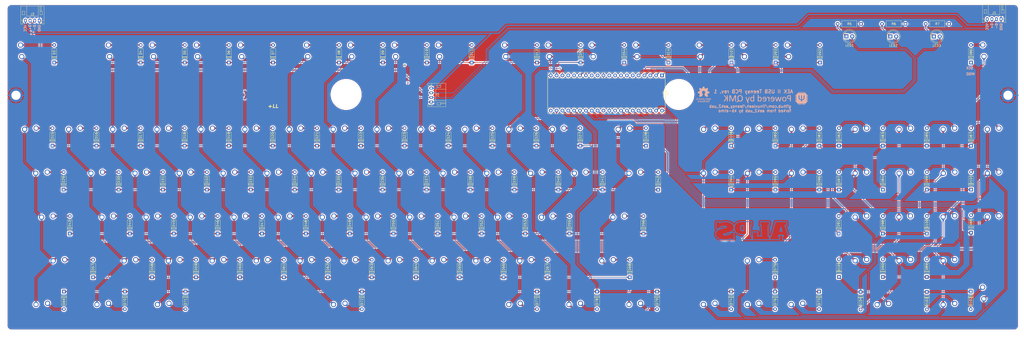
<source format=kicad_pcb>
(kicad_pcb (version 20171130) (host pcbnew "(5.1.10-1-10_14)")
  (layers (0 F.Cu signal) (31 B.Cu signal) (34 B.Paste user) (35 F.Paste user) (36 B.SilkS user) (37 F.SilkS user) (38 B.Mask user) (39 F.Mask user) (44 Edge.Cuts user))
  (net 0 "")
  (net 1 GND)
  (net 2 reset)
  (net 3 MOSI)
  (net 4 SCK)
  (net 5 MISO)
  (net 6 boot)
  (net 7 "Net-(C4-Pad1)")
  (net 8 "Net-(C5-Pad1)")
  (net 9 "Net-(D3-Pad2)")
  (net 10 row0)
  (net 11 "Net-(D5-Pad2)")
  (net 12 "Net-(D6-Pad2)")
  (net 13 "Net-(D7-Pad2)")
  (net 14 "Net-(D8-Pad2)")
  (net 15 "Net-(D9-Pad2)")
  (net 16 "Net-(D10-Pad2)")
  (net 17 "Net-(D11-Pad2)")
  (net 18 "Net-(D12-Pad2)")
  (net 19 "Net-(D14-Pad2)")
  (net 20 "Net-(D15-Pad2)")
  (net 21 "Net-(D16-Pad2)")
  (net 22 "Net-(D17-Pad2)")
  (net 23 row1)
  (net 24 "Net-(D18-Pad2)")
  (net 25 "Net-(D19-Pad2)")
  (net 26 "Net-(D20-Pad2)")
  (net 27 "Net-(D21-Pad2)")
  (net 28 "Net-(D22-Pad2)")
  (net 29 "Net-(D23-Pad2)")
  (net 30 "Net-(D24-Pad2)")
  (net 31 "Net-(D25-Pad2)")
  (net 32 "Net-(D26-Pad2)")
  (net 33 "Net-(D27-Pad2)")
  (net 34 "Net-(D28-Pad2)")
  (net 35 "Net-(D29-Pad2)")
  (net 36 "Net-(D30-Pad2)")
  (net 37 "Net-(D31-Pad2)")
  (net 38 row2)
  (net 39 "Net-(D32-Pad2)")
  (net 40 "Net-(D33-Pad2)")
  (net 41 "Net-(D34-Pad2)")
  (net 42 "Net-(D35-Pad2)")
  (net 43 "Net-(D36-Pad2)")
  (net 44 "Net-(D37-Pad2)")
  (net 45 "Net-(D38-Pad2)")
  (net 46 "Net-(D39-Pad2)")
  (net 47 "Net-(D40-Pad2)")
  (net 48 "Net-(D41-Pad2)")
  (net 49 "Net-(D43-Pad2)")
  (net 50 "Net-(D44-Pad2)")
  (net 51 "Net-(D45-Pad2)")
  (net 52 row3)
  (net 53 "Net-(D46-Pad2)")
  (net 54 "Net-(D47-Pad2)")
  (net 55 "Net-(D48-Pad2)")
  (net 56 "Net-(D49-Pad2)")
  (net 57 "Net-(D50-Pad2)")
  (net 58 "Net-(D51-Pad2)")
  (net 59 "Net-(D52-Pad2)")
  (net 60 "Net-(D53-Pad2)")
  (net 61 "Net-(D54-Pad2)")
  (net 62 "Net-(D55-Pad2)")
  (net 63 "Net-(D58-Pad2)")
  (net 64 "Net-(D59-Pad2)")
  (net 65 row4)
  (net 66 "Net-(D60-Pad2)")
  (net 67 "Net-(D61-Pad2)")
  (net 68 "Net-(D62-Pad2)")
  (net 69 "Net-(D63-Pad2)")
  (net 70 "Net-(D64-Pad2)")
  (net 71 "Net-(D65-Pad2)")
  (net 72 "Net-(D66-Pad2)")
  (net 73 "Net-(D67-Pad2)")
  (net 74 "Net-(D68-Pad2)")
  (net 75 "Net-(D69-Pad2)")
  (net 76 "Net-(D72-Pad2)")
  (net 77 "Net-(D73-Pad2)")
  (net 78 row5)
  (net 79 "Net-(D74-Pad2)")
  (net 80 "Net-(D75-Pad2)")
  (net 81 "Net-(D76-Pad2)")
  (net 82 "Net-(D77-Pad2)")
  (net 83 "Net-(D78-Pad2)")
  (net 84 "Net-(D79-Pad2)")
  (net 85 "Net-(D80-Pad2)")
  (net 86 "Net-(D83-Pad2)")
  (net 87 "Net-(D84-Pad2)")
  (net 88 "Net-(D86-Pad2)")
  (net 89 "Net-(D87-Pad2)")
  (net 90 row6)
  (net 91 "Net-(D88-Pad2)")
  (net 92 "Net-(D89-Pad2)")
  (net 93 "Net-(D90-Pad2)")
  (net 94 "Net-(D91-Pad2)")
  (net 95 "Net-(D92-Pad2)")
  (net 96 "Net-(D93-Pad2)")
  (net 97 "Net-(D94-Pad2)")
  (net 98 "Net-(D95-Pad2)")
  (net 99 "Net-(D96-Pad2)")
  (net 100 "Net-(D97-Pad2)")
  (net 101 "Net-(D98-Pad2)")
  (net 102 "Net-(D99-Pad2)")
  (net 103 "Net-(D100-Pad2)")
  (net 104 "Net-(D101-Pad2)")
  (net 105 row7)
  (net 106 "Net-(D102-Pad2)")
  (net 107 "Net-(D103-Pad2)")
  (net 108 "Net-(D104-Pad2)")
  (net 109 "Net-(D105-Pad2)")
  (net 110 "Net-(D106-Pad2)")
  (net 111 "Net-(D107-Pad2)")
  (net 112 VCC)
  (net 113 "Net-(LED1-Pad1)")
  (net 114 "Net-(LED2-Pad1)")
  (net 115 "Net-(LED3-Pad1)")
  (net 116 col0)
  (net 117 col2)
  (net 118 col3)
  (net 119 col4)
  (net 120 col5)
  (net 121 col6)
  (net 122 col7)
  (net 123 col8)
  (net 124 col9)
  (net 125 col10)
  (net 126 col11)
  (net 127 col12)
  (net 128 col13)
  (net 129 D+)
  (net 130 D-)
  (net 131 "Net-(U1-Pad32)")
  (net 132 "Net-(U1-Pad21)")
  (net 133 num)
  (net 134 caps)
  (net 135 scroll)
  (net 136 col1)
  (net 137 JST-D+)
  (net 138 JST-D-)
  (net 139 "Net-(D4-Pad2)")
  (net 140 "Net-(D13-Pad2)")
  (net 141 "Net-(D70-Pad2)")
  (net 142 "Net-(D71-Pad2)")
  (net 143 "Net-(D81-Pad2)")
  (net 144 "Net-(D82-Pad2)")
  (net 145 "Net-(D85-Pad2)")
  (net 146 "Net-(D42-Pad2)")
  (net 147 "Net-(D56-Pad2)")
  (net 148 "Net-(D57-Pad2)")
  (module Connector_JST:JST_PH_S4B-PH-K_1x04_P2.00mm_Horizontal (layer F.Cu) (at 267.97 151.86 90)
    (fp_text reference J3 (at 3 2.794 90) (layer F.SilkS))
    (fp_text value Conn_01x04)
    (pad 1 thru_hole roundrect (at 0 0 90) (size 1.2 1.75) (drill 0.75) (layers *.Cu *.Mask) (roundrect_rratio 0.208) (net 1 GND))
    (pad 2 thru_hole oval (at 2 0 90) (size 1.2 1.75) (drill 0.75) (layers *.Cu *.Mask) (net 138 JST-D-))
    (pad 3 thru_hole oval (at 4 0 90) (size 1.2 1.75) (drill 0.75) (layers *.Cu *.Mask) (net 137 JST-D+))
    (pad 4 thru_hole oval (at 6 0 90) (size 1.2 1.75) (drill 0.75) (layers *.Cu *.Mask) (net 112 VCC))
  )
  (module Connector_JST:JST_PH_S4B-PH-K_1x04_P2.00mm_Horizontal (layer F.Cu) (at 98.044 116.586 180)
    (fp_text reference J2 (at 3 2.794) (layer F.SilkS))
    (fp_text value Conn_01x04)
    (pad 4 thru_hole oval (at 6 0 180) (size 1.2 1.75) (drill 0.75) (layers *.Cu *.Mask) (net 112 VCC))
    (pad 3 thru_hole oval (at 4 0 180) (size 1.2 1.75) (drill 0.75) (layers *.Cu *.Mask) (net 137 JST-D+))
    (pad 2 thru_hole oval (at 2 0 180) (size 1.2 1.75) (drill 0.75) (layers *.Cu *.Mask) (net 138 JST-D-))
    (pad 1 thru_hole roundrect (at 0 0 180) (size 1.2 1.75) (drill 0.75) (layers *.Cu *.Mask) (roundrect_rratio 0.208333) (net 1 GND))
  )
  (module Alps_Only:ALPS-2U (layer F.Cu) (at 463.804 243.713)
    (fp_text reference MX102)
    (fp_text value MX-NoLED)
    (pad 1 thru_hole circle (at -2.5 -4) (size 2.25 2.25) (drill 1.47) (layers *.Cu B.Mask) (net 125 col10))
    (pad 2 thru_hole circle (at 2.5 -4.5) (size 2.25 2.25) (drill 1.47) (layers *.Cu B.Mask) (net 108 "Net-(D104-Pad2)"))
  )
  (module Alps_Only:ALPS-2U (layer F.Cu) (at 511.556 234.696 90)
    (fp_text reference MX100)
    (fp_text value MX-NoLED)
    (pad 1 thru_hole circle (at -2.5 -4 90) (size 2.25 2.25) (drill 1.47) (layers *.Cu B.Mask) (net 123 col8))
    (pad 2 thru_hole circle (at 2.5 -4.5 90) (size 2.25 2.25) (drill 1.47) (layers *.Cu B.Mask) (net 106 "Net-(D102-Pad2)"))
  )
  (module Alps_Only:ALPS-1.5U (layer F.Cu) (at 356.235 243.6495)
    (fp_text reference MX77)
    (fp_text value MX-NoLED)
    (pad 1 thru_hole circle (at -2.5 -4) (size 2.25 2.25) (drill 1.47) (layers *.Cu B.Mask) (net 128 col13))
    (pad 2 thru_hole circle (at 2.5 -4.5) (size 2.25 2.25) (drill 1.47) (layers *.Cu B.Mask) (net 84 "Net-(D79-Pad2)"))
  )
  (module Alps_Only:ALPS-1.25U (layer F.Cu) (at 330.2 243.6495)
    (fp_text reference MX76)
    (fp_text value MX-NoLED)
    (pad 1 thru_hole circle (at -2.5 -4) (size 2.25 2.25) (drill 1.47) (layers *.Cu B.Mask) (net 126 col11))
    (pad 2 thru_hole circle (at 2.5 -4.5) (size 2.25 2.25) (drill 1.47) (layers *.Cu B.Mask) (net 83 "Net-(D78-Pad2)"))
  )
  (module Alps_Only:ALPS-1.5U (layer F.Cu) (at 304.1015 243.6495)
    (fp_text reference MX75)
    (fp_text value MX-NoLED)
    (pad 1 thru_hole circle (at -2.5 -4) (size 2.25 2.25) (drill 1.47) (layers *.Cu B.Mask) (net 125 col10))
    (pad 2 thru_hole circle (at 2.5 -4.5) (size 2.25 2.25) (drill 1.47) (layers *.Cu B.Mask) (net 82 "Net-(D77-Pad2)"))
  )
  (module Alps_Only:ALPS-2.75U (layer F.Cu) (at 344.424 224.7265)
    (fp_text reference MX66)
    (fp_text value MX-NoLED)
    (pad 1 thru_hole circle (at -2.5 -4) (size 2.25 2.25) (drill 1.47) (layers *.Cu B.Mask) (net 128 col13))
    (pad 2 thru_hole circle (at 2.5 -4.5) (size 2.25 2.25) (drill 1.47) (layers *.Cu B.Mask) (net 74 "Net-(D68-Pad2)"))
  )
  (module Alps_Only:ALPS-2.25U (layer F.Cu) (at 349.25 205.8035)
    (fp_text reference MX54)
    (fp_text value MX-NoLED)
    (pad 1 thru_hole circle (at -2.5 -4) (size 2.25 2.25) (drill 1.47) (layers *.Cu B.Mask) (net 128 col13))
    (pad 2 thru_hole circle (at 2.5 -4.5) (size 2.25 2.25) (drill 1.47) (layers *.Cu B.Mask) (net 147 "Net-(D56-Pad2)"))
  )
  (module Alps_Only:ALPS-1.5U (layer F.Cu) (at 356.235 186.7535)
    (fp_text reference MX40)
    (fp_text value MX-NoLED)
    (pad 1 thru_hole circle (at -2.5 -4) (size 2.25 2.25) (drill 1.47) (layers *.Cu B.Mask) (net 128 col13))
    (pad 2 thru_hole circle (at 2.5 -4.5) (size 2.25 2.25) (drill 1.47) (layers *.Cu B.Mask) (net 146 "Net-(D42-Pad2)"))
  )
  (module Alps_Only:ALPS-2U (layer F.Cu) (at 351.536 167.7035)
    (fp_text reference MX26)
    (fp_text value MX-NoLED)
    (pad 1 thru_hole circle (at -2.5 -4) (size 2.25 2.25) (drill 1.47) (layers *.Cu B.Mask) (net 128 col13))
    (pad 2 thru_hole circle (at 2.5 -4.5) (size 2.25 2.25) (drill 1.47) (layers *.Cu B.Mask) (net 34 "Net-(D28-Pad2)"))
  )
  (module Alps_Only:ALPS-1.5U (layer F.Cu) (at 151.765 243.6495)
    (fp_text reference MX69)
    (fp_text value MX-NoLED)
    (pad 1 thru_hole circle (at -2.5 -4) (size 2.25 2.25) (drill 1.47) (layers *.Cu B.Mask) (net 117 col2))
    (pad 2 thru_hole circle (at 2.5 -4.5) (size 2.25 2.25) (drill 1.47) (layers *.Cu B.Mask) (net 142 "Net-(D71-Pad2)"))
  )
  (module Alps_Only:ALPS-1.25U (layer F.Cu) (at 125.5395 243.6495)
    (fp_text reference MX68)
    (fp_text value MX-NoLED)
    (pad 1 thru_hole circle (at -2.5 -4) (size 2.25 2.25) (drill 1.47) (layers *.Cu B.Mask) (net 136 col1))
    (pad 2 thru_hole circle (at 2.5 -4.5) (size 2.25 2.25) (drill 1.47) (layers *.Cu B.Mask) (net 141 "Net-(D70-Pad2)"))
  )
  (module Alps_Only:ALPS-1.5U (layer F.Cu) (at 99.1235 243.6495)
    (fp_text reference MX67)
    (fp_text value MX-NoLED)
    (pad 1 thru_hole circle (at -2.5 -4) (size 2.25 2.25) (drill 1.47) (layers *.Cu B.Mask) (net 116 col0))
    (pad 2 thru_hole circle (at 2.5 -4.5) (size 2.25 2.25) (drill 1.47) (layers *.Cu B.Mask) (net 75 "Net-(D69-Pad2)"))
  )
  (module Alps_Only:ALPS-2.25U (layer F.Cu) (at 106.553 224.7265)
    (fp_text reference MX55)
    (fp_text value MX-NoLED)
    (pad 1 thru_hole circle (at -2.5 -4) (size 2.25 2.25) (drill 1.47) (layers *.Cu B.Mask) (net 116 col0))
    (pad 2 thru_hole circle (at 2.5 -4.5) (size 2.25 2.25) (drill 1.47) (layers *.Cu B.Mask) (net 148 "Net-(D57-Pad2)"))
  )
  (module Alps_Only:ALPS-1.75U (layer F.Cu) (at 101.5365 205.8035)
    (fp_text reference MX41)
    (fp_text value MX-NoLED)
    (pad 1 thru_hole circle (at -2.5 -4) (size 2.25 2.25) (drill 1.47) (layers *.Cu B.Mask) (net 116 col0))
    (pad 2 thru_hole circle (at 2.5 -4.5) (size 2.25 2.25) (drill 1.47) (layers *.Cu B.Mask) (net 49 "Net-(D43-Pad2)"))
  )
  (module Alps_Only:ALPS-1.5U (layer F.Cu) (at 98.9965 186.7535)
    (fp_text reference MX27)
    (fp_text value MX-NoLED)
    (pad 1 thru_hole circle (at -2.5 -4) (size 2.25 2.25) (drill 1.47) (layers *.Cu B.Mask) (net 116 col0))
    (pad 2 thru_hole circle (at 2.5 -4.5) (size 2.25 2.25) (drill 1.47) (layers *.Cu B.Mask) (net 35 "Net-(D29-Pad2)"))
  )
  (module custom_parts:D_DO-35_SOD27_P7.62mm_Horizontal (layer F.Cu) (at 275.463 170.815 90)
    (fp_text reference D24 (at 4.318 0 90) (layer F.SilkS))
    (fp_text value D_Small)
    (pad 2 thru_hole oval (at 7.62 0 90) (size 1.6 1.6) (drill 0.8) (layers *.Cu *.Mask) (net 30 "Net-(D24-Pad2)"))
    (pad 1 thru_hole rect (at 0 0 90) (size 1.6 1.6) (drill 0.8) (layers *.Cu *.Mask) (net 23 row1))
  )
  (module custom_parts:pear_x_elmo_copper (layer F.Cu) (at 187.96 147.828)
    (fp_text reference G*** hide)
    (fp_text value LOGO hide)
    (fp_poly (pts (xy -7.056007 -2.923099) (xy -6.862852 -2.893278) (xy -6.630501 -2.881368) (xy -6.328644 -2.886861) (xy -5.98965 -2.905159) (xy -5.68318 -2.883299) (xy -5.432534 -2.769746) (xy -5.231438 -2.557082) (xy -5.073614 -2.237892) (xy -4.952786 -1.80476) (xy -4.921229 -1.642665) (xy -4.758782 -0.923001) (xy -4.544443 -0.304621) (xy -4.27141 0.22992) (xy -4.081062 0.511657) (xy -3.932678 0.710984) (xy -4.186623 0.912112) (xy -4.406203 1.142055) (xy -4.610922 1.462333) (xy -4.649159 1.53695) (xy -4.759519 1.778) (xy -4.82265 1.977432) (xy -4.851183 2.191743) (xy -4.85775 2.469994) (xy -4.849798 2.762235) (xy -4.818763 2.981254) (xy -4.753881 3.180231) (xy -4.682353 3.336488) (xy -4.459219 3.688958) (xy -4.166256 4.004429) (xy -3.83725 4.250993) (xy -3.585962 4.371929) (xy -3.382232 4.444567) (xy -3.214179 4.504987) (xy -3.155852 4.526237) (xy -3.104239 4.556755) (xy -3.092164 4.613396) (xy -3.125337 4.720665) (xy -3.209465 4.90307) (xy -3.273921 5.033105) (xy -3.539748 5.474977) (xy -3.869409 5.882565) (xy -4.235549 6.226824) (xy -4.610813 6.478706) (xy -4.657972 6.502726) (xy -5.041677 6.662791) (xy -5.375843 6.73339) (xy -5.697258 6.718206) (xy -5.99855 6.636883) (xy -6.271937 6.550426) (xy -6.491255 6.51409) (xy -6.706629 6.527626) (xy -6.968182 6.590786) (xy -7.101783 6.631399) (xy -7.377091 6.710528) (xy -7.584742 6.744306) (xy -7.775261 6.733874) (xy -7.999176 6.680372) (xy -8.088377 6.653652) (xy -8.572809 6.440942) (xy -9.00931 6.124804) (xy -9.391497 5.72182) (xy -9.712989 5.248573) (xy -9.967404 4.721647) (xy -10.14836 4.157623) (xy -10.249474 3.573084) (xy -10.264365 2.984614) (xy -10.186651 2.408795) (xy -10.009949 1.86221) (xy -9.967944 1.769899) (xy -9.843088 1.552005) (xy -9.659832 1.285594) (xy -9.448392 1.013127) (xy -9.335336 0.880899) (xy -9.091134 0.591943) (xy -8.8879 0.312691) (xy -8.716536 0.022185) (xy -8.567945 -0.300534) (xy -8.433028 -0.676425) (xy -8.302687 -1.126447) (xy -8.167824 -1.671558) (xy -8.101388 -1.961676) (xy -8.032623 -2.211265) (xy -7.949303 -2.435181) (xy -7.876812 -2.572973) (xy -7.663688 -2.780184) (xy -7.396659 -2.906033) (xy -7.117329 -2.932772) (xy -7.056007 -2.923099)) (layer F.Cu) (width 0.01))
    (fp_poly (pts (xy 7.868483 -3.222351) (xy 8.087485 -3.046736) (xy 8.094533 -3.03846) (xy 8.227173 -2.799985) (xy 8.239425 -2.559877) (xy 8.136083 -2.337897) (xy 7.921945 -2.153807) (xy 7.873298 -2.126888) (xy 7.727815 -2.05806) (xy 7.620859 -2.042468) (xy 7.492412 -2.079824) (xy 7.386874 -2.124568) (xy 7.176592 -2.268014) (xy 7.068579 -2.478624) (xy 7.0485 -2.667) (xy 7.091412 -2.928568) (xy 7.230263 -3.117555) (xy 7.372517 -3.210121) (xy 7.62532 -3.277963) (xy 7.868483 -3.222351)) (layer F.Cu) (width 0.01))
    (fp_poly (pts (xy 5.750272 -2.284838) (xy 5.967965 -2.15668) (xy 6.102605 -1.963798) (xy 6.153797 -1.737059) (xy 6.121145 -1.507329) (xy 6.004254 -1.305475) (xy 5.802729 -1.162363) (xy 5.764834 -1.147752) (xy 5.612881 -1.09807) (xy 5.512252 -1.090026) (xy 5.397341 -1.126503) (xy 5.30071 -1.168143) (xy 5.110903 -1.313278) (xy 4.985547 -1.531065) (xy 4.953 -1.7145) (xy 5.009641 -1.963312) (xy 5.159968 -2.159786) (xy 5.374588 -2.282897) (xy 5.624105 -2.311617) (xy 5.750272 -2.284838)) (layer F.Cu) (width 0.01))
    (fp_poly (pts (xy 11.802864 -0.859833) (xy 11.921502 -0.776191) (xy 12.047192 -0.620735) (xy 12.155599 -0.43478) (xy 12.222387 -0.259646) (xy 12.225588 -0.142092) (xy 12.187276 -0.081525) (xy 12.12942 -0.102945) (xy 12.028595 -0.209916) (xy 11.931212 -0.305041) (xy 11.877915 -0.323132) (xy 11.8745 -0.310943) (xy 11.830704 -0.230235) (xy 11.716769 -0.097696) (xy 11.582356 0.034414) (xy 11.290213 0.30263) (xy 11.142463 1.191048) (xy 11.063991 1.649994) (xy 10.996491 2.007144) (xy 10.933477 2.286495) (xy 10.86846 2.512045) (xy 10.794953 2.707791) (xy 10.706467 2.89773) (xy 10.653262 3.000508) (xy 10.346983 3.447499) (xy 9.953293 3.80915) (xy 9.485609 4.077341) (xy 8.95735 4.243951) (xy 8.509 4.298288) (xy 8.184744 4.30248) (xy 7.935403 4.279466) (xy 7.71068 4.223257) (xy 7.624042 4.192976) (xy 7.441558 4.112407) (xy 7.182674 3.980942) (xy 6.878566 3.815184) (xy 6.560409 3.631734) (xy 6.481042 3.584277) (xy 6.15294 3.39003) (xy 5.91251 3.257443) (xy 5.741453 3.178187) (xy 5.621467 3.143931) (xy 5.534252 3.146346) (xy 5.5245 3.148881) (xy 5.371969 3.175478) (xy 5.15168 3.194735) (xy 5.000595 3.200543) (xy 4.772432 3.215318) (xy 4.656693 3.252003) (xy 4.63547 3.290781) (xy 4.585535 3.351223) (xy 4.524375 3.353413) (xy 4.432081 3.279779) (xy 4.349315 3.124041) (xy 4.291952 2.930939) (xy 4.275867 2.74521) (xy 4.285331 2.6798) (xy 4.354127 2.572861) (xy 4.450779 2.55562) (xy 4.52594 2.624239) (xy 4.54025 2.699619) (xy 4.597877 2.839363) (xy 4.749916 2.940354) (xy 4.965103 2.982127) (xy 4.972028 2.982249) (xy 5.203678 2.938426) (xy 5.475738 2.813619) (xy 5.707688 2.658021) (xy 5.863505 2.558545) (xy 5.947035 2.556982) (xy 5.953978 2.653172) (xy 5.9506 2.667) (xy 5.953868 2.770994) (xy 6.033187 2.785453) (xy 6.175797 2.711627) (xy 6.274919 2.63525) (xy 6.436837 2.519442) (xy 6.547848 2.479808) (xy 6.590852 2.519427) (xy 6.57759 2.580731) (xy 6.561058 2.649354) (xy 6.613806 2.627527) (xy 6.650171 2.601226) (xy 6.772955 2.492815) (xy 6.902166 2.357413) (xy 7.007891 2.252887) (xy 7.096294 2.236927) (xy 7.20481 2.284694) (xy 7.362676 2.326887) (xy 7.546736 2.287948) (xy 7.773954 2.161112) (xy 8.053167 1.946423) (xy 8.254053 1.804185) (xy 8.462671 1.695427) (xy 8.561167 1.661849) (xy 8.917809 1.576088) (xy 9.175742 1.508943) (xy 9.360414 1.452307) (xy 9.497272 1.398077) (xy 9.611765 1.338146) (xy 9.650202 1.314979) (xy 9.781294 1.225012) (xy 9.80849 1.175538) (xy 9.7595 1.154396) (xy 9.657438 1.104237) (xy 9.65593 1.030744) (xy 9.737725 0.958034) (xy 9.885574 0.910221) (xy 9.938278 0.90446) (xy 10.243276 0.87872) (xy 10.438299 0.844975) (xy 10.540339 0.797942) (xy 10.566392 0.732338) (xy 10.562515 0.710417) (xy 10.582624 0.612674) (xy 10.707985 0.517257) (xy 10.768694 0.486442) (xy 10.914994 0.403155) (xy 10.953396 0.337954) (xy 10.931294 0.301394) (xy 10.872696 0.223959) (xy 10.884431 0.155251) (xy 10.981518 0.074392) (xy 11.174926 -0.037295) (xy 11.444328 -0.213639) (xy 11.60465 -0.386893) (xy 11.649602 -0.5489) (xy 11.626818 -0.623194) (xy 11.597454 -0.765969) (xy 11.662505 -0.856233) (xy 11.797734 -0.861409) (xy 11.802864 -0.859833)) (layer F.Cu) (width 0.01))
    (fp_poly (pts (xy -4.668274 -6.540769) (xy -4.641039 -6.353867) (xy -4.636473 -6.155151) (xy -4.689825 -5.660017) (xy -4.842418 -5.161629) (xy -5.079047 -4.683344) (xy -5.384508 -4.248516) (xy -5.743597 -3.880503) (xy -6.141111 -3.60266) (xy -6.365839 -3.49855) (xy -6.491986 -3.464046) (xy -6.552093 -3.508107) (xy -6.580134 -3.596552) (xy -6.610196 -3.892252) (xy -6.580214 -4.255598) (xy -6.496996 -4.646257) (xy -6.367348 -5.023893) (xy -6.322254 -5.124756) (xy -6.117473 -5.482064) (xy -5.85284 -5.83607) (xy -5.556009 -6.156247) (xy -5.254637 -6.41207) (xy -5.032967 -6.547899) (xy -4.849685 -6.62337) (xy -4.732971 -6.625798) (xy -4.668274 -6.540769)) (layer F.Cu) (width 0.01))
    (fp_poly (pts (xy -0.659594 -1.003718) (xy -0.561085 -0.954375) (xy -0.457916 -0.849225) (xy -0.33169 -0.669523) (xy -0.164222 -0.396875) (xy -0.038945 -0.203161) (xy 0.070696 -0.062049) (xy 0.142878 -0.001279) (xy 0.147472 -0.000688) (xy 0.214205 -0.052318) (xy 0.318568 -0.187315) (xy 0.438479 -0.37696) (xy 0.44355 -0.385736) (xy 0.573229 -0.600158) (xy 0.695607 -0.784465) (xy 0.779399 -0.893048) (xy 0.94963 -0.998723) (xy 1.139191 -1.006555) (xy 1.311377 -0.930397) (xy 1.429485 -0.784108) (xy 1.4605 -0.635925) (xy 1.430496 -0.524743) (xy 1.348793 -0.33116) (xy 1.227855 -0.082375) (xy 1.080145 0.194412) (xy 1.0795 0.195569) (xy 0.932562 0.46687) (xy 0.811933 0.704128) (xy 0.729845 0.882247) (xy 0.698527 0.976133) (xy 0.6985 0.977362) (xy 0.728084 1.068412) (xy 0.808702 1.244505) (xy 0.928153 1.480543) (xy 1.074235 1.751431) (xy 1.079059 1.760117) (xy 1.226582 2.03668) (xy 1.347539 2.284697) (xy 1.429506 2.477181) (xy 1.460056 2.587144) (xy 1.460059 2.587625) (xy 1.404927 2.762162) (xy 1.267933 2.908269) (xy 1.09329 2.982216) (xy 1.058818 2.9845) (xy 0.931565 2.953889) (xy 0.801377 2.852438) (xy 0.65534 2.665712) (xy 0.480543 2.379281) (xy 0.419672 2.270125) (xy 0.301198 2.066544) (xy 0.200488 1.915334) (xy 0.136077 1.843831) (xy 0.129034 1.8415) (xy 0.076793 1.893708) (xy -0.018329 2.034001) (xy -0.140438 2.237883) (xy -0.21663 2.374272) (xy -0.35291 2.609646) (xy -0.478479 2.800728) (xy -0.574777 2.920412) (xy -0.607966 2.945772) (xy -0.822803 2.979873) (xy -1.007403 2.895128) (xy -1.068432 2.837532) (xy -1.166567 2.701172) (xy -1.2065 2.583629) (xy -1.176684 2.490542) (xy -1.095106 2.311674) (xy -0.973576 2.071187) (xy -0.823902 1.793243) (xy -0.79375 1.739075) (xy -0.641434 1.46492) (xy -0.514473 1.232685) (xy -0.424356 1.063663) (xy -0.382568 0.979148) (xy -0.381 0.973948) (xy -0.41003 0.911333) (xy -0.489568 0.759034) (xy -0.608283 0.5383) (xy -0.754847 0.270375) (xy -0.79375 0.199887) (xy -0.946722 -0.084507) (xy -1.074049 -0.335908) (xy -1.164083 -0.530212) (xy -1.205178 -0.643313) (xy -1.2065 -0.654333) (xy -1.150667 -0.805671) (xy -1.011995 -0.936282) (xy -0.833725 -1.010185) (xy -0.771842 -1.016) (xy -0.659594 -1.003718)) (layer F.Cu) (width 0.01))
    (fp_poly (pts (xy 8.242122 -4.268835) (xy 8.619292 -4.106563) (xy 8.827908 -3.957821) (xy 8.969817 -3.801455) (xy 9.114552 -3.584213) (xy 9.238383 -3.349184) (xy 9.317579 -3.139456) (xy 9.333879 -3.039066) (xy 9.392448 -2.974539) (xy 9.547965 -2.927917) (xy 9.771451 -2.90063) (xy 10.033929 -2.89411) (xy 10.30642 -2.909789) (xy 10.559944 -2.9491) (xy 10.656276 -2.973733) (xy 10.886255 -3.027115) (xy 11.024376 -3.011213) (xy 11.092247 -2.913784) (xy 11.111479 -2.722588) (xy 11.111527 -2.715835) (xy 11.140753 -2.579255) (xy 11.251064 -2.513759) (xy 11.287125 -2.505056) (xy 11.609792 -2.412788) (xy 11.884593 -2.29023) (xy 12.092478 -2.150348) (xy 12.214396 -2.006108) (xy 12.231298 -1.870475) (xy 12.228996 -1.864026) (xy 12.252928 -1.768249) (xy 12.362806 -1.65639) (xy 12.524986 -1.5551) (xy 12.697677 -1.492761) (xy 12.865202 -1.417604) (xy 12.920144 -1.287874) (xy 12.863755 -1.099431) (xy 12.833278 -1.044132) (xy 12.759729 -0.902604) (xy 12.756942 -0.83019) (xy 12.800442 -0.800545) (xy 12.882699 -0.730522) (xy 12.99874 -0.586967) (xy 13.083723 -0.4623) (xy 13.190673 -0.288768) (xy 13.234549 -0.187189) (xy 13.221273 -0.122895) (xy 13.156766 -0.061214) (xy 13.152782 -0.057967) (xy 13.069005 0.053769) (xy 13.085763 0.132533) (xy 13.129222 0.276323) (xy 13.133771 0.477683) (xy 13.106371 0.700755) (xy 13.053981 0.909681) (xy 12.983561 1.068603) (xy 12.902069 1.141662) (xy 12.889647 1.143) (xy 12.835591 1.19405) (xy 12.828715 1.320381) (xy 12.86342 1.481761) (xy 12.934102 1.637957) (xy 12.96468 1.681905) (xy 13.052626 1.853616) (xy 13.021929 1.984554) (xy 12.876935 2.065611) (xy 12.772971 2.083648) (xy 12.631538 2.115133) (xy 12.577825 2.194597) (xy 12.571605 2.274148) (xy 12.544347 2.437459) (xy 12.477627 2.643429) (xy 12.446814 2.716624) (xy 12.324061 2.933755) (xy 12.141349 3.191156) (xy 11.918646 3.467056) (xy 11.675921 3.739684) (xy 11.433141 3.98727) (xy 11.210275 4.188044) (xy 11.027291 4.320235) (xy 10.940668 4.358707) (xy 10.792717 4.426905) (xy 10.624261 4.545988) (xy 10.59039 4.575541) (xy 10.423436 4.701347) (xy 10.258768 4.785844) (xy 10.230253 4.794567) (xy 10.081145 4.853605) (xy 9.88615 4.957911) (xy 9.780245 5.023891) (xy 9.460927 5.19559) (xy 9.112244 5.319005) (xy 8.77914 5.381021) (xy 8.563437 5.378937) (xy 8.397919 5.372053) (xy 8.292437 5.395932) (xy 8.281044 5.406731) (xy 8.20291 5.437451) (xy 8.034766 5.459019) (xy 7.820657 5.466652) (xy 7.546108 5.470863) (xy 7.274245 5.482502) (xy 7.112 5.494678) (xy 6.760613 5.475435) (xy 6.57225 5.418042) (xy 6.384013 5.333065) (xy 6.230443 5.252247) (xy 6.202506 5.23474) (xy 6.05565 5.188668) (xy 5.856432 5.18777) (xy 5.847716 5.188886) (xy 5.548519 5.166566) (xy 5.239377 5.026476) (xy 5.006025 4.843794) (xy 4.880291 4.742418) (xy 4.769719 4.71949) (xy 4.610391 4.760308) (xy 4.423373 4.806665) (xy 4.31563 4.77619) (xy 4.255586 4.649391) (xy 4.230472 4.525782) (xy 4.166778 4.31205) (xy 4.055811 4.081706) (xy 3.918244 3.865594) (xy 3.774753 3.694559) (xy 3.646014 3.599444) (xy 3.60291 3.589559) (xy 3.506535 3.562048) (xy 3.429189 3.464217) (xy 3.34976 3.27025) (xy 3.285731 3.015515) (xy 3.254476 2.745764) (xy 3.25451 2.650325) (xy 3.255104 2.458314) (xy 3.223926 2.35651) (xy 3.151617 2.310289) (xy 3.070577 2.222962) (xy 3.058052 2.04343) (xy 3.093519 1.87325) (xy 3.368323 1.87325) (xy 3.376444 1.960737) (xy 3.416635 1.936659) (xy 3.453894 1.889125) (xy 3.56992 1.798437) (xy 3.649582 1.778) (xy 3.697655 1.778539) (xy 3.726936 1.794011) (xy 3.736581 1.845193) (xy 3.725744 1.952865) (xy 3.693579 2.137806) (xy 3.63924 2.420795) (xy 3.619219 2.52414) (xy 3.58488 2.748783) (xy 3.572842 2.933675) (xy 3.582709 3.026012) (xy 3.621632 3.093067) (xy 3.674057 3.058923) (xy 3.711305 3.010221) (xy 3.80368 2.933433) (xy 3.874671 2.979823) (xy 3.920527 3.1468) (xy 3.921735 3.155575) (xy 3.998623 3.412875) (xy 4.157036 3.711617) (xy 4.292537 3.907147) (xy 4.409198 4.080796) (xy 4.496504 4.244698) (xy 4.50135 4.256397) (xy 4.546837 4.361241) (xy 4.563892 4.351769) (xy 4.567974 4.274122) (xy 4.599733 4.132692) (xy 4.681664 4.106843) (xy 4.811034 4.196702) (xy 4.871155 4.260182) (xy 5.017729 4.408885) (xy 5.199704 4.569907) (xy 5.386833 4.719343) (xy 5.548864 4.833284) (xy 5.655549 4.887823) (xy 5.667425 4.8895) (xy 5.702957 4.843308) (xy 5.693818 4.798892) (xy 5.7068 4.686773) (xy 5.749011 4.633623) (xy 5.822314 4.60624) (xy 5.928375 4.64056) (xy 6.094361 4.747004) (xy 6.150515 4.787654) (xy 6.360497 4.930855) (xy 6.567365 5.054587) (xy 6.675904 5.109188) (xy 6.845442 5.17214) (xy 6.976937 5.202685) (xy 7.040851 5.196121) (xy 7.027884 5.165217) (xy 7.025258 5.088481) (xy 7.052827 5.043035) (xy 7.123766 4.997993) (xy 7.238515 5.015776) (xy 7.33595 5.053052) (xy 7.495956 5.088882) (xy 7.748763 5.111113) (xy 8.060963 5.120305) (xy 8.399146 5.117016) (xy 8.729906 5.101805) (xy 9.019834 5.075232) (xy 9.235522 5.037855) (xy 9.292708 5.020317) (xy 9.438341 4.947506) (xy 9.638863 4.825807) (xy 9.826812 4.698394) (xy 10.021672 4.569741) (xy 10.188823 4.478536) (xy 10.289687 4.445) (xy 10.386853 4.398654) (xy 10.524583 4.278888) (xy 10.634113 4.15771) (xy 10.78967 3.985964) (xy 10.911657 3.902756) (xy 11.031109 3.887284) (xy 11.036808 3.887835) (xy 11.147432 3.878777) (xy 11.248428 3.810106) (xy 11.369471 3.658713) (xy 11.413729 3.594303) (xy 11.546162 3.366565) (xy 11.654191 3.126328) (xy 11.692971 3.006928) (xy 11.754889 2.833127) (xy 11.825942 2.738569) (xy 11.850288 2.7305) (xy 11.929836 2.767325) (xy 11.938 2.794) (xy 11.986751 2.855142) (xy 12.00474 2.8575) (xy 12.083266 2.799429) (xy 12.157241 2.646685) (xy 12.216491 2.431472) (xy 12.25084 2.185991) (xy 12.2555 2.063796) (xy 12.277457 1.823147) (xy 12.338407 1.680622) (xy 12.430968 1.645969) (xy 12.526468 1.706068) (xy 12.623873 1.776856) (xy 12.65871 1.74561) (xy 12.622974 1.624977) (xy 12.603295 1.584687) (xy 12.530681 1.328198) (xy 12.52229 1.029062) (xy 12.538501 0.821877) (xy 12.568813 0.709549) (xy 12.627396 0.659935) (xy 12.691382 0.645507) (xy 12.786309 0.619077) (xy 12.819231 0.55112) (xy 12.806048 0.402934) (xy 12.801896 0.376506) (xy 12.744952 0.14329) (xy 12.661111 -0.083234) (xy 12.656258 -0.093579) (xy 12.592505 -0.273278) (xy 12.610323 -0.364824) (xy 12.706224 -0.361868) (xy 12.782262 -0.323029) (xy 12.85236 -0.287755) (xy 12.83773 -0.322937) (xy 12.740165 -0.431944) (xy 12.575388 -0.577925) (xy 12.403227 -0.688687) (xy 12.37504 -0.701591) (xy 12.228357 -0.796912) (xy 12.205927 -0.899446) (xy 12.307394 -0.993665) (xy 12.3825 -1.025516) (xy 12.533431 -1.096833) (xy 12.557845 -1.16441) (xy 12.455955 -1.232756) (xy 12.393457 -1.256666) (xy 12.225018 -1.343281) (xy 12.04896 -1.472954) (xy 12.028332 -1.49152) (xy 11.85557 -1.632486) (xy 11.680699 -1.747453) (xy 11.664075 -1.756368) (xy 11.539473 -1.852507) (xy 11.520938 -1.937445) (xy 11.605341 -1.983715) (xy 11.689902 -1.983261) (xy 11.789705 -1.975185) (xy 11.785954 -1.995516) (xy 11.675036 -2.060954) (xy 11.672833 -2.062197) (xy 11.535834 -2.112204) (xy 11.310753 -2.166022) (xy 11.035912 -2.215155) (xy 10.892828 -2.235179) (xy 10.60347 -2.275623) (xy 10.421243 -2.312542) (xy 10.326619 -2.351714) (xy 10.30007 -2.398919) (xy 10.301287 -2.410242) (xy 10.373033 -2.488662) (xy 10.509792 -2.529012) (xy 10.685767 -2.55568) (xy 10.741923 -2.582329) (xy 10.685431 -2.607048) (xy 10.523458 -2.627925) (xy 10.263173 -2.643051) (xy 10.061116 -2.648602) (xy 9.747 -2.652667) (xy 9.53857 -2.649196) (xy 9.414597 -2.635305) (xy 9.353855 -2.608114) (xy 9.335113 -2.564738) (xy 9.3345 -2.549945) (xy 9.297604 -2.389397) (xy 9.202881 -2.174415) (xy 9.074273 -1.947734) (xy 8.935723 -1.752094) (xy 8.82438 -1.639393) (xy 8.646748 -1.508063) (xy 8.828293 -1.257447) (xy 9.056551 -0.843227) (xy 9.193885 -0.373884) (xy 9.228454 0.032126) (xy 9.167278 0.472545) (xy 9.008024 0.860971) (xy 8.766256 1.184846) (xy 8.457536 1.431613) (xy 8.097428 1.588715) (xy 7.701494 1.643592) (xy 7.300307 1.587939) (xy 6.893703 1.411272) (xy 6.535846 1.129493) (xy 6.243281 0.760341) (xy 6.032552 0.321553) (xy 5.988441 0.181419) (xy 5.888456 -0.176912) (xy 5.531853 -0.145329) (xy 5.230541 -0.143284) (xy 4.948484 -0.205464) (xy 4.826 -0.249631) (xy 4.770809 -0.271105) (xy 6.19684 -0.271105) (xy 6.264361 0.122522) (xy 6.417831 0.496473) (xy 6.646586 0.828488) (xy 6.939961 1.096308) (xy 7.287293 1.277673) (xy 7.493 1.331732) (xy 7.782854 1.345341) (xy 8.080415 1.300146) (xy 8.28675 1.223082) (xy 8.580687 0.994761) (xy 8.79265 0.687391) (xy 8.917485 0.323055) (xy 8.950038 -0.076164) (xy 8.885155 -0.488183) (xy 8.761077 -0.809288) (xy 8.521091 -1.177989) (xy 8.228338 -1.451618) (xy 7.900437 -1.628567) (xy 7.555011 -1.707225) (xy 7.209678 -1.685984) (xy 6.882061 -1.563234) (xy 6.589779 -1.337367) (xy 6.362304 -1.028351) (xy 6.225933 -0.662149) (xy 6.19684 -0.271105) (xy 4.770809 -0.271105) (xy 4.47675 -0.385517) (xy 4.114106 0.013616) (xy 3.925834 0.233576) (xy 3.830468 0.375947) (xy 3.828634 0.438808) (xy 3.920959 0.420239) (xy 3.993125 0.384946) (xy 4.115518 0.345158) (xy 4.158905 0.390175) (xy 4.124236 0.506133) (xy 4.01246 0.679163) (xy 3.969241 0.733797) (xy 3.805455 0.957262) (xy 3.646118 1.214634) (xy 3.50862 1.472939) (xy 3.41035 1.699203) (xy 3.368698 1.860452) (xy 3.368323 1.87325) (xy 3.093519 1.87325) (xy 3.111908 1.785021) (xy 3.230007 1.461062) (xy 3.319246 1.264585) (xy 3.54451 0.797664) (xy 3.392116 0.656431) (xy 3.285144 0.511454) (xy 3.301913 0.383157) (xy 3.443959 0.263483) (xy 3.469734 0.249191) (xy 3.590525 0.158974) (xy 3.756716 0.002756) (xy 3.933739 -0.186804) (xy 3.945424 -0.200225) (xy 4.260114 -0.563476) (xy 4.0549 -0.927094) (xy 3.890382 -1.33484) (xy 3.849967 -1.694729) (xy 4.114242 -1.694729) (xy 4.139538 -1.374677) (xy 4.220615 -1.121877) (xy 4.376686 -0.881959) (xy 4.420251 -0.82876) (xy 4.713124 -0.574619) (xy 5.066973 -0.426671) (xy 5.465948 -0.389977) (xy 5.701229 -0.419521) (xy 5.826593 -0.462069) (xy 5.902836 -0.550983) (xy 5.960798 -0.724291) (xy 5.966496 -0.746613) (xy 6.080218 -1.097045) (xy 6.235845 -1.372495) (xy 6.416386 -1.580618) (xy 6.613481 -1.777713) (xy 6.444525 -2.142982) (xy 6.347714 -2.350698) (xy 6.26713 -2.5208) (xy 6.226706 -2.6035) (xy 6.087421 -2.75284) (xy 6.033798 -2.780165) (xy 6.541544 -2.780165) (xy 6.569747 -2.51834) (xy 6.643165 -2.277585) (xy 6.747468 -2.08633) (xy 6.868325 -1.973002) (xy 6.957198 -1.955565) (xy 7.389045 -1.983708) (xy 7.790963 -1.938553) (xy 8.112304 -1.829739) (xy 8.329434 -1.73717) (xy 8.487038 -1.726514) (xy 8.627194 -1.803494) (xy 8.739697 -1.915045) (xy 8.946386 -2.198687) (xy 9.052053 -2.502007) (xy 9.070323 -2.865676) (xy 9.068531 -2.896818) (xy 9.040537 -3.151578) (xy 8.983547 -3.334207) (xy 8.879029 -3.499142) (xy 8.851715 -3.533655) (xy 8.615122 -3.790213) (xy 8.388003 -3.949054) (xy 8.135522 -4.031482) (xy 8.009297 -4.048854) (xy 7.634642 -4.056516) (xy 7.334553 -3.991368) (xy 7.073208 -3.843399) (xy 6.971503 -3.758787) (xy 6.72875 -3.49022) (xy 6.59163 -3.201711) (xy 6.542429 -2.852936) (xy 6.541544 -2.780165) (xy 6.033798 -2.780165) (xy 5.85843 -2.869527) (xy 5.575807 -2.938467) (xy 5.397125 -2.950634) (xy 5.012071 -2.893528) (xy 4.673795 -2.733918) (xy 4.400234 -2.489361) (xy 4.209323 -2.177418) (xy 4.119 -1.815647) (xy 4.114242 -1.694729) (xy 3.849967 -1.694729) (xy 3.844087 -1.747086) (xy 3.911169 -2.144681) (xy 4.086784 -2.508475) (xy 4.366086 -2.819317) (xy 4.570789 -2.966047) (xy 4.949899 -3.144023) (xy 5.330845 -3.21136) (xy 5.734671 -3.168652) (xy 6.18242 -3.016492) (xy 6.193081 -3.01185) (xy 6.247492 -3.049211) (xy 6.31158 -3.176448) (xy 6.341504 -3.264691) (xy 6.512264 -3.638822) (xy 6.768859 -3.937891) (xy 7.090716 -4.156161) (xy 7.457261 -4.287899) (xy 7.847921 -4.327369) (xy 8.242122 -4.268835)) (layer F.Cu) (width 0.01))
  )
  (module custom_parts:oshw (layer B.Cu) (at 386.08 148.59 180)
    (fp_text reference G*** hide)
    (fp_text value LOGO hide)
  )
  (module custom_parts:qmk (layer B.Cu) (at 413.004 150.241 180)
    (fp_text reference G*** hide)
    (fp_text value LOGO hide)
  )
  (module custom_parts:alps_logo (layer B.Cu) (at 407.035 208.026 180)
    (fp_text reference G*** hide)
    (fp_text value LOGO hide)
    (fp_poly (pts (xy 4.038691 2.841433) (xy 4.121469 2.830252) (xy 4.135955 2.822864) (xy 4.187767 2.804475) (xy 4.216448 2.810953) (xy 4.268182 2.807361) (xy 4.275666 2.788143) (xy 4.306514 2.760971) (xy 4.339166 2.766976) (xy 4.393617 2.766681) (xy 4.402666 2.74784) (xy 4.42868 2.723796) (xy 4.445 2.7305) (xy 4.483946 2.72574) (xy 4.487333 2.709334) (xy 4.512523 2.680874) (xy 4.527064 2.686559) (xy 4.57685 2.675722) (xy 4.610444 2.636141) (xy 4.645304 2.590506) (xy 4.655379 2.595931) (xy 4.681438 2.585573) (xy 4.744976 2.532471) (xy 4.825975 2.456034) (xy 4.904419 2.375667) (xy 4.960292 2.310778) (xy 4.975046 2.286) (xy 4.999047 2.224943) (xy 5.043201 2.131287) (xy 5.089679 2.041115) (xy 5.120653 1.990509) (xy 5.121471 1.989667) (xy 5.139333 1.932608) (xy 5.153724 1.814131) (xy 5.163969 1.657437) (xy 5.169396 1.485728) (xy 5.169329 1.322207) (xy 5.163097 1.190076) (xy 5.150026 1.112536) (xy 5.147109 1.106508) (xy 5.136138 1.034277) (xy 5.1435 1.016) (xy 5.145508 0.976762) (xy 5.134112 0.973667) (xy 5.10029 0.939458) (xy 5.052723 0.858169) (xy 5.007894 0.761807) (xy 4.982285 0.682379) (xy 4.98151 0.677334) (xy 4.952282 0.639803) (xy 4.882463 0.566515) (xy 4.793915 0.478877) (xy 4.708503 0.398297) (xy 4.64809 0.346182) (xy 4.634532 0.337605) (xy 4.50654 0.291591) (xy 4.407225 0.242921) (xy 4.36114 0.203925) (xy 4.360333 0.199888) (xy 4.333294 0.184448) (xy 4.313266 0.193426) (xy 4.253278 0.197421) (xy 4.239183 0.185341) (xy 4.188032 0.170929) (xy 4.071479 0.161578) (xy 3.908693 0.158332) (xy 3.77825 0.160231) (xy 3.344333 0.172296) (xy 3.344333 2.455334) (xy 3.725333 2.455334) (xy 3.725333 0.550334) (xy 3.938686 0.550334) (xy 4.131051 0.571555) (xy 4.301337 0.626998) (xy 4.309103 0.630881) (xy 4.525369 0.778022) (xy 4.673649 0.966462) (xy 4.758278 1.203965) (xy 4.783666 1.481251) (xy 4.758221 1.765165) (xy 4.676575 1.992594) (xy 4.53076 2.176636) (xy 4.312811 2.33039) (xy 4.245603 2.36589) (xy 4.09447 2.42235) (xy 3.936483 2.453314) (xy 3.896353 2.455334) (xy 3.725333 2.455334) (xy 3.344333 2.455334) (xy 3.344333 2.830325) (xy 3.729506 2.843913) (xy 3.901319 2.846335) (xy 4.038691 2.841433)) (layer B.Cu) (width 0.01))
    (fp_poly (pts (xy -12.545477 2.205275) (xy -12.508766 2.105837) (xy -12.506707 2.0955) (xy -12.479327 1.997833) (xy -12.447819 1.948713) (xy -12.442618 1.947334) (xy -12.423378 1.916115) (xy -12.430692 1.883834) (xy -12.427673 1.829528) (xy -12.405698 1.820334) (xy -12.374905 1.796466) (xy -12.380305 1.781553) (xy -12.382638 1.718455) (xy -12.354848 1.622803) (xy -12.321969 1.520343) (xy -12.314067 1.449917) (xy -12.297863 1.401168) (xy -12.283227 1.397) (xy -12.249161 1.36395) (xy -12.247768 1.344084) (xy -12.241818 1.253166) (xy -12.218943 1.141431) (xy -12.187629 1.039854) (xy -12.156363 0.979408) (xy -12.146284 0.973667) (xy -12.127044 0.942448) (xy -12.134358 0.910167) (xy -12.134694 0.855684) (xy -12.116567 0.846667) (xy -12.080043 0.813693) (xy -12.078435 0.79375) (xy -12.072485 0.702833) (xy -12.04961 0.591098) (xy -12.018296 0.48952) (xy -11.98703 0.429075) (xy -11.976951 0.423334) (xy -11.957711 0.392115) (xy -11.965025 0.359834) (xy -11.968147 0.305165) (xy -11.953113 0.296249) (xy -11.926451 0.258911) (xy -11.907946 0.167238) (xy -11.906276 0.148082) (xy -11.895718 0) (xy -13.250283 0) (xy -13.239725 0.148082) (xy -13.223606 0.246082) (xy -13.197669 0.294996) (xy -13.192888 0.296249) (xy -13.173187 0.32734) (xy -13.179926 0.357099) (xy -13.178971 0.417688) (xy -13.162392 0.431481) (xy -13.160805 0.433917) (xy -12.74171 0.433917) (xy -12.702686 0.396455) (xy -12.591137 0.381192) (xy -12.573 0.381) (xy -12.466941 0.388689) (xy -12.407972 0.407895) (xy -12.403667 0.41565) (xy -12.415634 0.477454) (xy -12.445609 0.589739) (xy -12.484698 0.722709) (xy -12.524011 0.846565) (xy -12.554657 0.931509) (xy -12.562486 0.947898) (xy -12.583653 0.929556) (xy -12.619171 0.852972) (xy -12.66089 0.741526) (xy -12.700654 0.6186) (xy -12.730313 0.507572) (xy -12.74171 0.433917) (xy -13.160805 0.433917) (xy -13.131612 0.478712) (xy -13.112439 0.574826) (xy -13.111853 0.582299) (xy -13.09544 0.675897) (xy -13.068514 0.719225) (xy -13.065888 0.719583) (xy -13.046187 0.750674) (xy -13.052926 0.780432) (xy -13.051971 0.841021) (xy -13.035392 0.854815) (xy -13.004612 0.902046) (xy -12.985439 0.998159) (xy -12.984853 1.005632) (xy -12.96844 1.09923) (xy -12.941514 1.142559) (xy -12.938888 1.142916) (xy -12.919187 1.174007) (xy -12.925926 1.203765) (xy -12.924971 1.264354) (xy -12.908392 1.278148) (xy -12.877612 1.325379) (xy -12.858439 1.421492) (xy -12.857853 1.428965) (xy -12.84144 1.522563) (xy -12.814514 1.565892) (xy -12.811888 1.56625) (xy -12.792187 1.59734) (xy -12.798926 1.627099) (xy -12.797971 1.687688) (xy -12.781392 1.701481) (xy -12.750612 1.748712) (xy -12.731439 1.844826) (xy -12.730853 1.852299) (xy -12.71444 1.945897) (xy -12.687514 1.989225) (xy -12.684888 1.989583) (xy -12.66566 2.020881) (xy -12.672976 2.053167) (xy -12.671732 2.107568) (xy -12.651809 2.116667) (xy -12.624638 2.147515) (xy -12.630643 2.180167) (xy -12.624449 2.234845) (xy -12.594757 2.243667) (xy -12.545477 2.205275)) (layer B.Cu) (width 0.01))
    (fp_poly (pts (xy -5.025109 4.486398) (xy -4.583038 4.48356) (xy -4.221484 4.478771) (xy -3.938381 4.471982) (xy -3.731666 4.463145) (xy -3.599272 4.452211) (xy -3.541494 4.440332) (xy -3.44331 4.36483) (xy -3.391335 4.290174) (xy -3.372995 4.205791) (xy -3.359152 4.055328) (xy -3.349806 3.857249) (xy -3.344956 3.630022) (xy -3.344603 3.392111) (xy -3.348746 3.161983) (xy -3.357387 2.958103) (xy -3.370523 2.798939) (xy -3.388157 2.702955) (xy -3.391335 2.694827) (xy -3.485614 2.58216) (xy -3.632554 2.512638) (xy -3.748492 2.497667) (xy -3.852334 2.497667) (xy -3.852334 -1.778) (xy -2.709334 -1.778) (xy -2.709334 -0.996825) (xy -2.707579 -0.68517) (xy -2.700892 -0.446942) (xy -2.687139 -0.270947) (xy -2.664187 -0.14599) (xy -2.629902 -0.060877) (xy -2.582152 -0.004416) (xy -2.518802 0.034589) (xy -2.512174 0.037666) (xy -2.429909 0.054376) (xy -2.266056 0.067551) (xy -2.023626 0.07707) (xy -1.705627 0.082815) (xy -1.329584 0.084667) (xy -0.250152 0.084667) (xy -0.146243 -0.019242) (xy -0.111779 -0.055541) (xy -0.085928 -0.093996) (xy -0.06745 -0.146489) (xy -0.055107 -0.224901) (xy -0.047663 -0.341115) (xy -0.043878 -0.507011) (xy -0.042514 -0.734473) (xy -0.042334 -1.016476) (xy -0.042334 -1.9098) (xy 0.051752 -1.8439) (xy 0.16006 -1.79291) (xy 0.242252 -1.778) (xy 0.338666 -1.778) (xy 0.338666 0.338667) (xy 0.338446 0.81995) (xy 0.337646 1.22329) (xy 0.336059 1.555409) (xy 0.333476 1.823031) (xy 0.329689 2.032876) (xy 0.324489 2.191669) (xy 0.317667 2.306132) (xy 0.309017 2.382987) (xy 0.298328 2.428958) (xy 0.285394 2.450766) (xy 0.273064 2.455334) (xy 0.136238 2.49142) (xy 0.008286 2.582735) (xy -0.07614 2.703858) (xy -0.080078 2.714365) (xy -0.097235 2.805905) (xy -0.111481 2.963541) (xy -0.121675 3.168721) (xy -0.126681 3.402893) (xy -0.127 3.479011) (xy -0.123363 3.781254) (xy -0.110521 4.010587) (xy -0.0963 4.106334) (xy 0.254 4.106334) (xy 0.254 2.836334) (xy 0.719666 2.836334) (xy 0.719666 -2.159) (xy 0.254 -2.159) (xy 0.254 -3.344333) (xy 3.767666 -3.344333) (xy 3.767666 -2.159) (xy 3.344333 -2.159) (xy 3.344333 -1.111324) (xy 4.347028 -1.092992) (xy 4.693048 -1.08531) (xy 4.960479 -1.076155) (xy 5.155394 -1.065115) (xy 5.283863 -1.051779) (xy 5.351958 -1.035734) (xy 5.366644 -1.023899) (xy 5.406628 -0.992512) (xy 5.424309 -0.99832) (xy 5.494012 -1.005102) (xy 5.53711 -0.992986) (xy 5.636824 -0.963099) (xy 5.714391 -0.948726) (xy 5.79955 -0.923431) (xy 5.833543 -0.893202) (xy 5.877691 -0.868711) (xy 5.908235 -0.87474) (xy 5.96085 -0.870186) (xy 5.969 -0.848697) (xy 5.994668 -0.819209) (xy 6.011333 -0.8255) (xy 6.05028 -0.820739) (xy 6.053666 -0.804333) (xy 6.079277 -0.776337) (xy 6.094756 -0.782398) (xy 6.157992 -0.781933) (xy 6.251232 -0.746758) (xy 6.340034 -0.694346) (xy 6.389961 -0.642172) (xy 6.392333 -0.631414) (xy 6.417962 -0.606372) (xy 6.432064 -0.612225) (xy 6.48185 -0.601387) (xy 6.515444 -0.561807) (xy 6.550334 -0.515719) (xy 6.560379 -0.520476) (xy 6.586727 -0.509391) (xy 6.653405 -0.452275) (xy 6.74387 -0.365821) (xy 6.841581 -0.26672) (xy 6.929995 -0.171665) (xy 6.99257 -0.097345) (xy 7.012956 -0.063806) (xy 7.051463 -0.015617) (xy 7.08793 0.00938) (xy 7.133685 0.058888) (xy 7.131558 0.087269) (xy 7.138723 0.124229) (xy 7.154333 0.127) (xy 7.181939 0.152788) (xy 7.1755 0.169334) (xy 7.18026 0.208281) (xy 7.196666 0.211667) (xy 7.224272 0.237455) (xy 7.217833 0.254) (xy 7.224461 0.292525) (xy 7.243557 0.296334) (xy 7.275391 0.311814) (xy 7.269238 0.32254) (xy 7.273669 0.368645) (xy 7.30695 0.412665) (xy 7.349501 0.488664) (xy 7.348596 0.534626) (xy 7.353072 0.585598) (xy 7.372266 0.592667) (xy 7.400369 0.626078) (xy 7.396598 0.675304) (xy 7.398091 0.748741) (xy 7.420541 0.773126) (xy 7.438315 0.81786) (xy 7.453943 0.92751) (xy 7.466904 1.08392) (xy 7.476676 1.268933) (xy 7.482739 1.464392) (xy 7.484571 1.652141) (xy 7.481651 1.814024) (xy 7.473458 1.931884) (xy 7.459469 1.987564) (xy 7.455469 1.989667) (xy 7.432361 2.023119) (xy 7.437151 2.069556) (xy 7.434894 2.147948) (xy 7.41387 2.176745) (xy 7.387553 2.233838) (xy 7.393544 2.26619) (xy 7.391577 2.319757) (xy 7.371857 2.328334) (xy 7.344686 2.359182) (xy 7.350691 2.391834) (xy 7.353064 2.44642) (xy 7.337204 2.455334) (xy 7.304827 2.491346) (xy 7.292223 2.549957) (xy 7.269091 2.630846) (xy 7.240617 2.659406) (xy 7.21468 2.699369) (xy 7.220067 2.71295) (xy 7.212251 2.748994) (xy 7.196666 2.751667) (xy 7.166738 2.774687) (xy 7.171537 2.787589) (xy 7.16186 2.840584) (xy 7.108886 2.914589) (xy 7.059233 2.978162) (xy 7.056569 3.005839) (xy 7.057434 3.005877) (xy 7.050514 3.029689) (xy 6.992936 3.089047) (xy 6.963833 3.114773) (xy 6.897335 3.175574) (xy 6.880321 3.199923) (xy 6.88975 3.196731) (xy 6.936626 3.180134) (xy 6.924163 3.209153) (xy 6.850061 3.287182) (xy 6.788142 3.346613) (xy 6.707743 3.416689) (xy 6.664882 3.442151) (xy 6.664204 3.429) (xy 6.660271 3.416727) (xy 6.614413 3.460465) (xy 6.586105 3.4925) (xy 6.518471 3.561998) (xy 6.479518 3.583625) (xy 6.475922 3.577167) (xy 6.458173 3.572494) (xy 6.430777 3.609808) (xy 6.379438 3.660119) (xy 6.347398 3.660226) (xy 6.310305 3.66645) (xy 6.307666 3.681036) (xy 6.271789 3.721024) (xy 6.181402 3.775913) (xy 6.062374 3.833995) (xy 5.94057 3.883564) (xy 5.841859 3.912911) (xy 5.795113 3.91302) (xy 5.760228 3.921922) (xy 5.757333 3.939031) (xy 5.727091 3.970644) (xy 5.698991 3.966004) (xy 5.621146 3.970355) (xy 5.598547 3.985719) (xy 5.532378 4.015174) (xy 5.418791 4.037166) (xy 5.379564 4.041014) (xy 5.263514 4.054971) (xy 5.187406 4.073904) (xy 5.176619 4.08027) (xy 5.130673 4.085029) (xy 5.007619 4.089508) (xy 4.815016 4.093627) (xy 4.560423 4.097306) (xy 4.251399 4.100466) (xy 3.895503 4.103027) (xy 3.500292 4.104909) (xy 3.073327 4.106033) (xy 2.702277 4.106334) (xy 0.254 4.106334) (xy -0.0963 4.106334) (xy -0.085576 4.178533) (xy -0.045633 4.296613) (xy 0.012206 4.376349) (xy 0.090836 4.429262) (xy 0.114556 4.439846) (xy 0.162653 4.451118) (xy 0.251268 4.460512) (xy 0.385497 4.468099) (xy 0.570438 4.473952) (xy 0.811187 4.478141) (xy 1.11284 4.480738) (xy 1.480495 4.481816) (xy 1.919248 4.481444) (xy 2.434195 4.479696) (xy 2.818514 4.477822) (xy 5.3975 4.464032) (xy 5.770349 4.348164) (xy 5.965491 4.283062) (xy 6.155961 4.212014) (xy 6.308401 4.147668) (xy 6.341849 4.131502) (xy 6.741778 3.882873) (xy 7.093319 3.570936) (xy 7.386021 3.20633) (xy 7.574225 2.876721) (xy 7.686338 2.641942) (xy 7.833085 2.893326) (xy 8.072739 3.226285) (xy 8.383301 3.53148) (xy 8.729962 3.782809) (xy 8.998037 3.937787) (xy 9.26844 4.066505) (xy 9.565227 4.178706) (xy 9.912453 4.284135) (xy 10.075333 4.327757) (xy 10.295245 4.381367) (xy 10.491799 4.419528) (xy 10.691604 4.445676) (xy 10.921273 4.463242) (xy 11.207415 4.475662) (xy 11.226621 4.476307) (xy 11.719011 4.48106) (xy 12.161298 4.458168) (xy 12.58443 4.404465) (xy 13.019355 4.316785) (xy 13.186833 4.275768) (xy 13.379984 4.225671) (xy 13.547006 4.180742) (xy 13.668233 4.146371) (xy 13.720533 4.129504) (xy 13.782065 4.135161) (xy 13.835209 4.214909) (xy 13.840581 4.227495) (xy 13.881453 4.303951) (xy 13.939621 4.360781) (xy 14.026626 4.400428) (xy 14.15401 4.425337) (xy 14.333314 4.437953) (xy 14.57608 4.440719) (xy 14.831417 4.437336) (xy 15.06138 4.435226) (xy 15.248441 4.43333) (xy 15.397066 4.423726) (xy 15.511719 4.398491) (xy 15.596867 4.349699) (xy 15.656974 4.26943) (xy 15.696505 4.149758) (xy 15.719926 3.982761) (xy 15.731702 3.760516) (xy 15.736298 3.475098) (xy 15.738179 3.118585) (xy 15.74025 2.824632) (xy 15.7432 2.363153) (xy 15.74241 1.983919) (xy 15.73783 1.684589) (xy 15.729407 1.46282) (xy 15.717091 1.316273) (xy 15.705818 1.256136) (xy 15.651508 1.139834) (xy 15.560374 1.058124) (xy 15.420317 1.006148) (xy 15.219236 0.979049) (xy 14.997943 0.971972) (xy 14.821704 0.970551) (xy 14.719356 0.966214) (xy 14.680122 0.955886) (xy 14.693225 0.936491) (xy 14.74789 0.904955) (xy 14.753166 0.902121) (xy 15.057892 0.701137) (xy 15.340219 0.444146) (xy 15.582806 0.150755) (xy 15.768312 -0.159425) (xy 15.837655 -0.324197) (xy 15.9089 -0.603171) (xy 15.946306 -0.922719) (xy 15.948217 -1.247373) (xy 15.91298 -1.541665) (xy 15.897572 -1.608666) (xy 15.753606 -1.999675) (xy 15.534108 -2.366618) (xy 15.246706 -2.701349) (xy 14.899022 -2.995724) (xy 14.498684 -3.241596) (xy 14.267972 -3.34937) (xy 13.875331 -3.48977) (xy 13.423754 -3.609663) (xy 12.937416 -3.704701) (xy 12.440493 -3.770535) (xy 11.95716 -3.802815) (xy 11.734748 -3.805089) (xy 11.542011 -3.801844) (xy 11.377159 -3.796936) (xy 11.260909 -3.791105) (xy 11.218333 -3.786627) (xy 11.151832 -3.774649) (xy 11.022285 -3.752982) (xy 10.850297 -3.725029) (xy 10.710333 -3.702698) (xy 10.46611 -3.659668) (xy 10.197123 -3.605439) (xy 9.948938 -3.549398) (xy 9.86854 -3.529314) (xy 9.698849 -3.486583) (xy 9.564241 -3.455085) (xy 9.482576 -3.438866) (xy 9.466373 -3.438237) (xy 9.419986 -3.535893) (xy 9.363599 -3.608736) (xy 9.285128 -3.660072) (xy 9.172487 -3.693207) (xy 9.01359 -3.711446) (xy 8.796354 -3.718094) (xy 8.508691 -3.716458) (xy 8.452322 -3.715601) (xy 7.739478 -3.704166) (xy 7.637405 -3.585389) (xy 7.535333 -3.466612) (xy 7.535333 -0.592666) (xy 7.916333 -0.592666) (xy 7.916333 -3.344333) (xy 9.101666 -3.344333) (xy 9.101666 -3.092831) (xy 9.10828 -2.954176) (xy 9.125423 -2.852316) (xy 9.144 -2.815166) (xy 9.18308 -2.816898) (xy 9.186333 -2.830982) (xy 9.221344 -2.872597) (xy 9.299887 -2.91194) (xy 9.382223 -2.931417) (xy 9.408583 -2.929387) (xy 9.438934 -2.953066) (xy 9.440333 -2.965831) (xy 9.466268 -2.991114) (xy 9.482666 -2.9845) (xy 9.521561 -2.99039) (xy 9.525 -3.007697) (xy 9.55546 -3.038749) (xy 9.585764 -3.03374) (xy 9.646253 -3.033601) (xy 9.659848 -3.04913) (xy 9.707277 -3.082737) (xy 9.779 -3.099669) (xy 9.869344 -3.121129) (xy 9.910078 -3.145806) (xy 9.965447 -3.170467) (xy 10.068996 -3.186764) (xy 10.089804 -3.188139) (xy 10.19035 -3.202242) (xy 10.242463 -3.226888) (xy 10.244476 -3.232851) (xy 10.279847 -3.253387) (xy 10.3505 -3.249305) (xy 10.429116 -3.2474) (xy 10.456333 -3.268566) (xy 10.49159 -3.294628) (xy 10.551583 -3.295752) (xy 10.647945 -3.297945) (xy 10.694119 -3.312908) (xy 10.75915 -3.331273) (xy 10.880269 -3.349188) (xy 11.004232 -3.360659) (xy 11.146252 -3.374347) (xy 11.252068 -3.391612) (xy 11.294368 -3.406257) (xy 11.344815 -3.415176) (xy 11.46273 -3.419745) (xy 11.631013 -3.419722) (xy 11.832567 -3.414864) (xy 11.852088 -3.414169) (xy 12.071469 -3.406397) (xy 12.274364 -3.399658) (xy 12.437901 -3.394685) (xy 12.537816 -3.392232) (xy 12.646604 -3.380091) (xy 12.714056 -3.353484) (xy 12.719089 -3.347694) (xy 12.77499 -3.323297) (xy 12.807189 -3.329544) (xy 12.897362 -3.334283) (xy 12.943416 -3.321401) (xy 13.046744 -3.299026) (xy 13.11275 -3.298735) (xy 13.186734 -3.290577) (xy 13.208 -3.266659) (xy 13.241391 -3.241778) (xy 13.287888 -3.246151) (xy 13.36628 -3.243894) (xy 13.395078 -3.22287) (xy 13.452171 -3.196553) (xy 13.484522 -3.202544) (xy 13.538364 -3.205016) (xy 13.546763 -3.190112) (xy 13.583795 -3.163614) (xy 13.673279 -3.149303) (xy 13.678232 -3.149099) (xy 13.779052 -3.134705) (xy 13.836886 -3.106766) (xy 13.897652 -3.068932) (xy 13.948833 -3.054705) (xy 14.024754 -3.025956) (xy 14.047699 -3.001525) (xy 14.088111 -2.981284) (xy 14.100615 -2.986734) (xy 14.13666 -2.978917) (xy 14.139333 -2.963333) (xy 14.164065 -2.934562) (xy 14.178253 -2.940057) (xy 14.235567 -2.933798) (xy 14.279047 -2.902238) (xy 14.339458 -2.863163) (xy 14.367126 -2.866571) (xy 14.391024 -2.859818) (xy 14.393333 -2.84089) (xy 14.418166 -2.80902) (xy 14.435666 -2.815166) (xy 14.474676 -2.81181) (xy 14.478 -2.796498) (xy 14.505435 -2.761158) (xy 14.517345 -2.762249) (xy 14.570771 -2.741212) (xy 14.626318 -2.688166) (xy 14.667518 -2.646979) (xy 14.668499 -2.667) (xy 14.672079 -2.680576) (xy 14.714972 -2.635706) (xy 14.732549 -2.613865) (xy 14.801244 -2.541567) (xy 14.8512 -2.515405) (xy 14.855981 -2.516968) (xy 14.901225 -2.500932) (xy 14.980626 -2.43801) (xy 15.029929 -2.390186) (xy 15.105132 -2.306186) (xy 15.140638 -2.253181) (xy 15.137781 -2.243666) (xy 15.141638 -2.220976) (xy 15.197147 -2.16581) (xy 15.20356 -2.160408) (xy 15.263389 -2.10294) (xy 15.27351 -2.075984) (xy 15.27175 -2.075741) (xy 15.274492 -2.049678) (xy 15.325446 -1.988888) (xy 15.32621 -1.988122) (xy 15.381097 -1.914837) (xy 15.389446 -1.864738) (xy 15.396902 -1.819039) (xy 15.407845 -1.813365) (xy 15.447618 -1.764798) (xy 15.46225 -1.7145) (xy 15.489245 -1.6168) (xy 15.508306 -1.576916) (xy 15.522996 -1.503844) (xy 15.515166 -1.481666) (xy 15.51794 -1.442631) (xy 15.532806 -1.439333) (xy 15.55217 -1.400778) (xy 15.563386 -1.299298) (xy 15.56716 -1.15617) (xy 15.564201 -0.992671) (xy 15.555216 -0.830077) (xy 15.540914 -0.689667) (xy 15.522001 -0.592717) (xy 15.503576 -0.56058) (xy 15.474365 -0.514981) (xy 15.47974 -0.484098) (xy 15.475186 -0.431483) (xy 15.453697 -0.423333) (xy 15.424209 -0.397665) (xy 15.4305 -0.381) (xy 15.425739 -0.342053) (xy 15.409333 -0.338666) (xy 15.381727 -0.312879) (xy 15.388166 -0.296333) (xy 15.383405 -0.257386) (xy 15.367 -0.254) (xy 15.339393 -0.228212) (xy 15.345833 -0.211666) (xy 15.341072 -0.172719) (xy 15.324666 -0.169333) (xy 15.296388 -0.143874) (xy 15.302187 -0.129124) (xy 15.289769 -0.081348) (xy 15.24 -0.042333) (xy 15.180548 0.00567) (xy 15.173667 0.03775) (xy 15.157653 0.083322) (xy 15.093905 0.162673) (xy 15.041495 0.215543) (xy 14.961687 0.284981) (xy 14.919551 0.309612) (xy 14.919204 0.296334) (xy 14.915271 0.28406) (xy 14.869413 0.327798) (xy 14.841105 0.359834) (xy 14.773471 0.429331) (xy 14.734518 0.450958) (xy 14.730922 0.4445) (xy 14.713173 0.439827) (xy 14.685777 0.477141) (xy 14.634438 0.527452) (xy 14.602398 0.527559) (xy 14.565438 0.534724) (xy 14.562666 0.550334) (xy 14.536879 0.57794) (xy 14.520333 0.5715) (xy 14.481386 0.576261) (xy 14.478 0.592667) (xy 14.452212 0.620273) (xy 14.435666 0.613834) (xy 14.396719 0.618595) (xy 14.393333 0.635) (xy 14.367545 0.662607) (xy 14.351 0.656167) (xy 14.312053 0.660928) (xy 14.308666 0.677334) (xy 14.284049 0.706182) (xy 14.269949 0.700735) (xy 14.223225 0.70485) (xy 14.217032 0.715526) (xy 14.16852 0.75371) (xy 14.118166 0.768706) (xy 14.038727 0.791703) (xy 14.012333 0.808163) (xy 13.958251 0.838861) (xy 13.848689 0.882264) (xy 13.70706 0.931004) (xy 13.556778 0.977713) (xy 13.421258 1.015024) (xy 13.323912 1.035569) (xy 13.289938 1.035481) (xy 13.253418 1.043223) (xy 13.250333 1.060365) (xy 13.219872 1.091416) (xy 13.189568 1.086408) (xy 13.12883 1.082608) (xy 13.115485 1.09465) (xy 13.070461 1.122269) (xy 12.967669 1.161443) (xy 12.830739 1.205383) (xy 12.683301 1.2473) (xy 12.548986 1.280407) (xy 12.451425 1.297915) (xy 12.415343 1.295788) (xy 12.366628 1.296531) (xy 12.336338 1.315511) (xy 12.259398 1.347982) (xy 12.143951 1.367284) (xy 12.131549 1.368061) (xy 12.032425 1.382248) (xy 11.982089 1.407211) (xy 11.980523 1.412521) (xy 11.946697 1.433221) (xy 11.897696 1.427599) (xy 11.825184 1.426251) (xy 11.802147 1.444725) (xy 11.755447 1.474034) (xy 11.659636 1.492554) (xy 11.652035 1.493148) (xy 11.558437 1.509561) (xy 11.515108 1.536487) (xy 11.51475 1.539113) (xy 11.483553 1.558573) (xy 11.452522 1.551545) (xy 11.384174 1.552364) (xy 11.36493 1.568873) (xy 11.314082 1.591323) (xy 11.300074 1.585693) (xy 11.263731 1.593559) (xy 11.260666 1.610698) (xy 11.229975 1.641135) (xy 11.197166 1.635692) (xy 11.142716 1.635987) (xy 11.133666 1.654828) (xy 11.107653 1.678872) (xy 11.091333 1.672167) (xy 11.052073 1.669644) (xy 11.049 1.680685) (xy 11.02312 1.733027) (xy 10.960173 1.813579) (xy 10.95375 1.820766) (xy 10.876737 1.959471) (xy 10.869366 2.033578) (xy 11.303 2.033578) (xy 11.343612 2.004661) (xy 11.462111 1.96) (xy 11.653487 1.901081) (xy 11.912732 1.829392) (xy 12.234838 1.746418) (xy 12.446 1.694314) (xy 12.693689 1.631452) (xy 12.955819 1.560649) (xy 13.197912 1.491431) (xy 13.356166 1.442897) (xy 13.524733 1.389256) (xy 13.662391 1.346619) (xy 13.749626 1.32097) (xy 13.768916 1.316289) (xy 13.786463 1.352202) (xy 13.797993 1.448856) (xy 13.800666 1.539495) (xy 13.800666 1.766656) (xy 13.55725 1.855084) (xy 13.141251 1.984185) (xy 12.712935 2.07691) (xy 12.291064 2.131232) (xy 11.894406 2.145125) (xy 11.541725 2.11656) (xy 11.39825 2.088319) (xy 11.32415 2.058506) (xy 11.303 2.033578) (xy 10.869366 2.033578) (xy 10.861085 2.116824) (xy 10.907474 2.261432) (xy 10.943166 2.308269) (xy 11.013493 2.367251) (xy 11.059583 2.381483) (xy 11.089894 2.396967) (xy 11.091333 2.409173) (xy 11.122263 2.434608) (xy 11.154833 2.428309) (xy 11.209139 2.431328) (xy 11.218333 2.453303) (xy 11.244277 2.482148) (xy 11.262693 2.475248) (xy 11.336081 2.466106) (xy 11.37911 2.477261) (xy 11.49624 2.504958) (xy 11.674105 2.523575) (xy 11.889265 2.533134) (xy 12.11828 2.533656) (xy 12.337707 2.525162) (xy 12.524107 2.507676) (xy 12.65404 2.481218) (xy 12.66825 2.476063) (xy 12.763568 2.462226) (xy 12.804477 2.470122) (xy 12.873815 2.467709) (xy 12.893921 2.449797) (xy 12.952003 2.422412) (xy 13.001111 2.426516) (xy 13.065934 2.425395) (xy 13.081 2.4041) (xy 13.114584 2.378404) (xy 13.165666 2.382933) (xy 13.23308 2.38354) (xy 13.250333 2.362175) (xy 13.28118 2.336989) (xy 13.312477 2.343122) (xy 13.378667 2.345764) (xy 13.396053 2.332292) (xy 13.446024 2.302373) (xy 13.547529 2.263728) (xy 13.669434 2.225918) (xy 13.780602 2.1985) (xy 13.8499 2.191033) (xy 13.853583 2.191826) (xy 13.885098 2.171544) (xy 13.885333 2.167505) (xy 13.921046 2.132624) (xy 14.00934 2.089287) (xy 14.0335 2.080098) (xy 14.181666 2.02652) (xy 14.181666 1.354667) (xy 15.367 1.354667) (xy 15.367 4.064) (xy 14.181666 4.064) (xy 14.181666 3.791332) (xy 14.175551 3.646822) (xy 14.15959 3.538485) (xy 14.139333 3.4925) (xy 14.100386 3.497261) (xy 14.097 3.513667) (xy 14.071212 3.541273) (xy 14.054666 3.534834) (xy 14.015586 3.536566) (xy 14.012333 3.550649) (xy 13.977321 3.592265) (xy 13.898779 3.631608) (xy 13.816443 3.651085) (xy 13.790083 3.649054) (xy 13.758903 3.671443) (xy 13.758333 3.678411) (xy 13.722294 3.713538) (xy 13.636276 3.751731) (xy 13.533423 3.779975) (xy 13.483166 3.786473) (xy 13.420114 3.817286) (xy 13.416473 3.821708) (xy 13.360984 3.847391) (xy 13.260816 3.863822) (xy 13.257807 3.864042) (xy 13.165412 3.880663) (xy 13.123624 3.908155) (xy 13.123417 3.910188) (xy 13.089587 3.930625) (xy 13.038666 3.924734) (xy 12.971222 3.923544) (xy 12.954 3.943993) (xy 12.918569 3.972682) (xy 12.85875 3.976069) (xy 12.747229 3.982453) (xy 12.689416 3.998735) (xy 12.597085 4.01525) (xy 12.556991 4.008338) (xy 12.478267 4.014209) (xy 12.452942 4.031658) (xy 12.398265 4.047586) (xy 12.277753 4.061995) (xy 12.106978 4.074526) (xy 11.901513 4.08482) (xy 11.676934 4.092516) (xy 11.448812 4.097257) (xy 11.232722 4.098681) (xy 11.044237 4.09643) (xy 10.898931 4.090145) (xy 10.812377 4.079465) (xy 10.795 4.069923) (xy 10.761368 4.046502) (xy 10.710965 4.051569) (xy 10.603586 4.054772) (xy 10.552215 4.0411) (xy 10.451204 4.017189) (xy 10.407166 4.017187) (xy 10.331855 4.002556) (xy 10.310561 3.983208) (xy 10.254168 3.957504) (xy 10.226426 3.962902) (xy 10.158282 3.956912) (xy 10.14019 3.939196) (xy 10.091127 3.910837) (xy 10.07506 3.916003) (xy 10.017991 3.914761) (xy 9.909522 3.889087) (xy 9.776083 3.847881) (xy 9.644102 3.800046) (xy 9.540008 3.754484) (xy 9.490229 3.720096) (xy 9.489634 3.718814) (xy 9.449027 3.700893) (xy 9.436717 3.706402) (xy 9.400371 3.699446) (xy 9.398 3.685499) (xy 9.375551 3.648572) (xy 9.36625 3.649054) (xy 9.294299 3.643311) (xy 9.209296 3.610241) (xy 9.150978 3.567441) (xy 9.144 3.550649) (xy 9.117896 3.528029) (xy 9.101666 3.534834) (xy 9.062719 3.530073) (xy 9.059333 3.513667) (xy 9.034143 3.485207) (xy 9.019601 3.490892) (xy 8.969816 3.480055) (xy 8.936222 3.440474) (xy 8.901304 3.397844) (xy 8.890639 3.407834) (xy 8.871845 3.415306) (xy 8.848562 3.386667) (xy 8.794635 3.331941) (xy 8.769316 3.323167) (xy 8.717074 3.294147) (xy 8.64315 3.223655) (xy 8.637546 3.217334) (xy 8.583659 3.161195) (xy 8.56872 3.157482) (xy 8.571773 3.164417) (xy 8.587641 3.212926) (xy 8.553916 3.196057) (xy 8.473089 3.115185) (xy 8.463462 3.104674) (xy 8.413082 3.04064) (xy 8.413119 3.018909) (xy 8.424333 3.022907) (xy 8.434153 3.017103) (xy 8.389493 2.968334) (xy 8.341265 2.9239) (xy 8.261806 2.848154) (xy 8.224266 2.801341) (xy 8.226498 2.794) (xy 8.224285 2.767959) (xy 8.175292 2.70493) (xy 8.171982 2.701351) (xy 8.088598 2.567286) (xy 8.080653 2.44475) (xy 8.053039 2.414561) (xy 8.038804 2.413) (xy 8.010208 2.382317) (xy 8.015788 2.350856) (xy 8.018831 2.284918) (xy 8.005713 2.267747) (xy 7.989299 2.219316) (xy 7.977493 2.112154) (xy 7.97047 1.968858) (xy 7.968405 1.812029) (xy 7.971472 1.664263) (xy 7.979846 1.54816) (xy 7.993702 1.486318) (xy 7.999636 1.481667) (xy 8.019343 1.447887) (xy 8.013266 1.397) (xy 8.013838 1.329648) (xy 8.037067 1.312334) (xy 8.064587 1.281503) (xy 8.058642 1.248834) (xy 8.060504 1.194466) (xy 8.081137 1.185334) (xy 8.118665 1.163823) (xy 8.117934 1.153584) (xy 8.125357 1.090146) (xy 8.160625 0.996269) (xy 8.207975 0.90539) (xy 8.251642 0.850942) (xy 8.262634 0.846667) (xy 8.283698 0.820718) (xy 8.277479 0.806458) (xy 8.289896 0.758683) (xy 8.339666 0.719667) (xy 8.399064 0.671583) (xy 8.405857 0.639355) (xy 8.418847 0.593094) (xy 8.474187 0.523172) (xy 8.547364 0.453485) (xy 8.613863 0.407925) (xy 8.646088 0.4052) (xy 8.682021 0.393212) (xy 8.71936 0.341107) (xy 8.76849 0.280779) (xy 8.803021 0.273738) (xy 8.845767 0.260862) (xy 8.864098 0.229908) (xy 8.906052 0.18632) (xy 8.932034 0.190316) (xy 8.971195 0.185844) (xy 8.974666 0.169334) (xy 9.000454 0.141728) (xy 9.017 0.148167) (xy 9.055946 0.143406) (xy 9.059333 0.127) (xy 9.08512 0.099394) (xy 9.101666 0.105834) (xy 9.140613 0.101073) (xy 9.144 0.084667) (xy 9.169787 0.057061) (xy 9.186333 0.0635) (xy 9.225413 0.061768) (xy 9.228666 0.047685) (xy 9.264207 0.003065) (xy 9.344373 -0.030971) (xy 9.414433 -0.038211) (xy 9.468381 -0.065936) (xy 9.481742 -0.083171) (xy 9.544306 -0.12516) (xy 9.602892 -0.138129) (xy 9.675408 -0.158454) (xy 9.694333 -0.182871) (xy 9.72549 -0.203455) (xy 9.757833 -0.196357) (xy 9.812234 -0.197602) (xy 9.821333 -0.217524) (xy 9.852181 -0.244696) (xy 9.884833 -0.238691) (xy 9.939234 -0.239935) (xy 9.948333 -0.259857) (xy 9.978956 -0.287603) (xy 10.009098 -0.282074) (xy 10.069647 -0.281066) (xy 10.083181 -0.295753) (xy 10.130286 -0.326001) (xy 10.2235 -0.346291) (xy 10.32118 -0.365356) (xy 10.373814 -0.391016) (xy 10.428736 -0.417479) (xy 10.523895 -0.436076) (xy 10.632389 -0.456167) (xy 10.701664 -0.481475) (xy 10.772534 -0.495648) (xy 10.792074 -0.488641) (xy 10.846083 -0.494571) (xy 10.859856 -0.510195) (xy 10.91814 -0.53896) (xy 10.946092 -0.533901) (xy 11.01363 -0.538908) (xy 11.031255 -0.55587) (xy 11.08946 -0.583586) (xy 11.136414 -0.579682) (xy 11.206488 -0.579204) (xy 11.226886 -0.596432) (xy 11.273415 -0.626675) (xy 11.367729 -0.647507) (xy 11.368414 -0.647582) (xy 11.477549 -0.667551) (xy 11.548331 -0.693142) (xy 11.621115 -0.706189) (xy 11.641666 -0.6985) (xy 11.680551 -0.704615) (xy 11.684 -0.722105) (xy 11.717383 -0.753863) (xy 11.768666 -0.749733) (xy 11.83608 -0.749126) (xy 11.853333 -0.770492) (xy 11.884287 -0.795409) (xy 11.916833 -0.789024) (xy 11.971234 -0.790268) (xy 11.980333 -0.810191) (xy 12.011181 -0.837362) (xy 12.043833 -0.831357) (xy 12.098412 -0.829126) (xy 12.107333 -0.845142) (xy 12.141074 -0.880114) (xy 12.214326 -0.918443) (xy 12.285129 -0.940438) (xy 12.307066 -0.938875) (xy 12.339887 -0.96212) (xy 12.410152 -1.025995) (xy 12.434066 -1.04908) (xy 12.517328 -1.154554) (xy 12.538053 -1.261109) (xy 12.535319 -1.291166) (xy 12.506777 -1.394113) (xy 12.456714 -1.492849) (xy 12.400537 -1.563971) (xy 12.353656 -1.584082) (xy 12.345786 -1.579008) (xy 12.321375 -1.585182) (xy 12.319 -1.604109) (xy 12.295707 -1.637037) (xy 12.279591 -1.631641) (xy 12.225306 -1.637101) (xy 12.213166 -1.651) (xy 12.162463 -1.676137) (xy 12.146741 -1.670358) (xy 12.07934 -1.66699) (xy 12.057326 -1.676909) (xy 11.993874 -1.6902) (xy 11.867604 -1.699423) (xy 11.700265 -1.704571) (xy 11.51361 -1.705636) (xy 11.329387 -1.70261) (xy 11.169349 -1.695486) (xy 11.055246 -1.684257) (xy 11.022748 -1.67727) (xy 10.925581 -1.656117) (xy 10.790655 -1.637451) (xy 10.748582 -1.63335) (xy 10.618854 -1.618309) (xy 10.518925 -1.600036) (xy 10.498666 -1.594115) (xy 10.363203 -1.551483) (xy 10.227384 -1.519279) (xy 10.119148 -1.50317) (xy 10.068722 -1.506918) (xy 10.035686 -1.496705) (xy 10.033 -1.479635) (xy 10.002308 -1.449199) (xy 9.9695 -1.454642) (xy 9.915099 -1.453397) (xy 9.906 -1.433475) (xy 9.875152 -1.406303) (xy 9.8425 -1.412308) (xy 9.78789 -1.415154) (xy 9.779 -1.399812) (xy 9.743506 -1.361687) (xy 9.662045 -1.323098) (xy 9.572144 -1.297606) (xy 9.511334 -1.298771) (xy 9.507432 -1.301678) (xy 9.484813 -1.293482) (xy 9.482666 -1.274557) (xy 9.457833 -1.242686) (xy 9.440333 -1.248833) (xy 9.401386 -1.244072) (xy 9.398 -1.227666) (xy 9.373848 -1.198503) (xy 9.360102 -1.203758) (xy 9.315989 -1.191539) (xy 9.295606 -1.157864) (xy 9.261314 -1.111941) (xy 9.242439 -1.115116) (xy 9.199141 -1.108278) (xy 9.155629 -1.068258) (xy 9.119372 -1.031404) (xy 9.126481 -1.058333) (xy 9.136529 -1.096616) (xy 9.121933 -1.089452) (xy 9.10397 -1.032145) (xy 9.095715 -0.919221) (xy 9.097048 -0.824868) (xy 9.104618 -0.661443) (xy 9.482666 -0.661443) (xy 9.486689 -0.736402) (xy 9.509165 -0.790828) (xy 9.565707 -0.83928) (xy 9.671927 -0.89632) (xy 9.797992 -0.955532) (xy 10.036288 -1.050239) (xy 10.318454 -1.138017) (xy 10.623891 -1.214723) (xy 10.932 -1.276217) (xy 11.222184 -1.31836) (xy 11.473843 -1.337009) (xy 11.657541 -1.329326) (xy 11.798016 -1.316085) (xy 11.900958 -1.312333) (xy 11.98784 -1.301349) (xy 12.022666 -1.275894) (xy 11.987313 -1.245074) (xy 11.879774 -1.200324) (xy 11.697831 -1.140963) (xy 11.439265 -1.066308) (xy 11.101858 -0.975678) (xy 10.761145 -0.888036) (xy 10.504152 -0.821332) (xy 10.250867 -0.752785) (xy 10.023551 -0.688613) (xy 9.844463 -0.635032) (xy 9.776895 -0.613117) (xy 9.482666 -0.513043) (xy 9.482666 -0.661443) (xy 9.104618 -0.661443) (xy 9.107805 -0.592666) (xy 7.916333 -0.592666) (xy 7.535333 -0.592666) (xy 7.535333 -0.419484) (xy 7.639242 -0.315575) (xy 7.686732 -0.272466) (xy 7.738333 -0.243285) (xy 7.810666 -0.225324) (xy 7.920354 -0.215874) (xy 8.084019 -0.212227) (xy 8.276956 -0.211666) (xy 8.810762 -0.211666) (xy 8.543464 -0.029524) (xy 8.340105 0.133846) (xy 8.144839 0.333326) (xy 8.069769 0.42556) (xy 7.970499 0.553922) (xy 7.889867 0.652814) (xy 7.841819 0.705294) (xy 7.836152 0.709345) (xy 7.811766 0.677359) (xy 7.771652 0.58283) (xy 7.723566 0.444561) (xy 7.712569 0.409755) (xy 7.544111 0.006914) (xy 7.30346 -0.35831) (xy 6.996702 -0.680558) (xy 6.629925 -0.95447) (xy 6.209215 -1.174688) (xy 5.74066 -1.335854) (xy 5.725104 -1.339935) (xy 5.554621 -1.380955) (xy 5.390993 -1.411654) (xy 5.214814 -1.434128) (xy 5.006677 -1.450477) (xy 4.747173 -1.462798) (xy 4.519083 -1.47031) (xy 3.725333 -1.493535) (xy 3.725333 -1.635767) (xy 3.735978 -1.735783) (xy 3.776314 -1.774654) (xy 3.807639 -1.778) (xy 3.893647 -1.804521) (xy 3.9958 -1.869443) (xy 4.008722 -1.880167) (xy 4.1275 -1.982335) (xy 4.1275 -2.746825) (xy 4.127065 -3.019142) (xy 4.124791 -3.219811) (xy 4.119219 -3.361849) (xy 4.108892 -3.458272) (xy 4.092353 -3.522098) (xy 4.068144 -3.566345) (xy 4.034808 -3.604029) (xy 4.031114 -3.60774) (xy 3.934728 -3.704166) (xy 2.097045 -3.716438) (xy 1.641953 -3.719096) (xy 1.26382 -3.720312) (xy 0.954947 -3.719889) (xy 0.707634 -3.717632) (xy 0.514183 -3.713344) (xy 0.366895 -3.706828) (xy 0.258071 -3.697887) (xy 0.180012 -3.686326) (xy 0.125019 -3.671948) (xy 0.108514 -3.665681) (xy 0.011627 -3.613007) (xy -0.039813 -3.561274) (xy -0.042334 -3.55078) (xy -0.068221 -3.541666) (xy -0.13236 -3.5843) (xy -0.151566 -3.601537) (xy -0.260798 -3.704166) (xy -3.834239 -3.715454) (xy -4.479615 -3.717324) (xy -5.045615 -3.718547) (xy -5.537527 -3.719051) (xy -5.96064 -3.718765) (xy -6.320243 -3.717617) (xy -6.621625 -3.715537) (xy -6.870073 -3.712452) (xy -7.070876 -3.708291) (xy -7.229323 -3.702983) (xy -7.350702 -3.696456) (xy -7.440303 -3.688639) (xy -7.503413 -3.67946) (xy -7.545322 -3.668848) (xy -7.55499 -3.665192) (xy -7.664964 -3.628015) (xy -7.748579 -3.632639) (xy -7.826726 -3.665713) (xy -7.867262 -3.680461) (xy -7.92905 -3.692568) (xy -8.019337 -3.702207) (xy -8.14537 -3.709554) (xy -8.314395 -3.71478) (xy -8.533658 -3.718059) (xy -8.810406 -3.719564) (xy -9.151884 -3.71947) (xy -9.56534 -3.717949) (xy -9.927101 -3.715975) (xy -11.903051 -3.704166) (xy -12.005192 -3.585389) (xy -12.042738 -3.538404) (xy -12.069738 -3.489011) (xy -12.08793 -3.42316) (xy -12.099049 -3.326802) (xy -12.104832 -3.185888) (xy -12.107014 -2.986369) (xy -12.107334 -2.758725) (xy -12.105299 -2.466336) (xy -12.097252 -2.246504) (xy -12.080282 -2.087176) (xy -12.051478 -1.976298) (xy -12.007926 -1.901817) (xy -11.946716 -1.851681) (xy -11.880554 -1.819976) (xy -11.886826 -1.806986) (xy -11.971911 -1.796532) (xy -12.129984 -1.78892) (xy -12.35522 -1.78446) (xy -12.573 -1.783366) (xy -12.846427 -1.785164) (xy -13.057217 -1.790353) (xy -13.199548 -1.798624) (xy -13.267595 -1.809669) (xy -13.265447 -1.819976) (xy -13.187403 -1.859074) (xy -13.129429 -1.912531) (xy -13.088614 -1.9924) (xy -13.062047 -2.110733) (xy -13.046815 -2.279585) (xy -13.040007 -2.511009) (xy -13.038667 -2.758725) (xy -13.039146 -3.019484) (xy -13.041742 -3.209626) (xy -13.04819 -3.343201) (xy -13.060226 -3.434257) (xy -13.079588 -3.496844) (xy -13.108011 -3.54501) (xy -13.140835 -3.585389) (xy -13.243003 -3.704166) (xy -16.254076 -3.704166) (xy -16.371455 -3.586787) (xy -16.488834 -3.469409) (xy -16.488834 -2.159) (xy -16.129 -2.159) (xy -16.129 -3.344333) (xy -13.440834 -3.344333) (xy -13.440834 -2.159) (xy -13.658146 -2.159) (xy -13.791396 -2.153402) (xy -13.862724 -2.131465) (xy -13.894438 -2.085474) (xy -13.897069 -2.076363) (xy -13.89909 -2.003954) (xy -13.881568 -1.981113) (xy -13.851325 -1.934584) (xy -13.830493 -1.84027) (xy -13.830418 -1.839585) (xy -13.810449 -1.73045) (xy -13.784858 -1.659668) (xy -13.771811 -1.586884) (xy -13.7795 -1.566333) (xy -13.776144 -1.527323) (xy -13.760832 -1.524) (xy -13.721073 -1.489751) (xy -13.716 -1.4605) (xy -13.706614 -1.441336) (xy -13.672476 -1.426377) (xy -13.60462 -1.415126) (xy -13.494078 -1.407084) (xy -13.331885 -1.401752) (xy -13.109073 -1.398634) (xy -12.816675 -1.397229) (xy -12.573 -1.397) (xy -12.232646 -1.397197) (xy -11.967559 -1.398253) (xy -11.768343 -1.400865) (xy -11.6256 -1.405728) (xy -11.529931 -1.413539) (xy -11.471938 -1.424993) (xy -11.442224 -1.440787) (xy -11.43139 -1.461617) (xy -11.43 -1.481666) (xy -11.411239 -1.550439) (xy -11.385169 -1.566333) (xy -11.359886 -1.592268) (xy -11.3665 -1.608666) (xy -11.371346 -1.678761) (xy -11.361143 -1.702002) (xy -11.33397 -1.77903) (xy -11.315583 -1.881918) (xy -11.294218 -1.976681) (xy -11.26248 -2.024095) (xy -11.262317 -2.024151) (xy -11.240073 -2.067841) (xy -11.246408 -2.098235) (xy -11.300307 -2.139591) (xy -11.425993 -2.15776) (xy -11.487446 -2.159) (xy -11.705167 -2.159) (xy -11.705167 -3.344333) (xy -8.001 -3.344333) (xy -8.001 -2.159) (xy -8.255 -2.159) (xy -8.396865 -2.15591) (xy -8.473521 -2.14234) (xy -8.504331 -2.111833) (xy -8.509 -2.074333) (xy -8.522332 -2.00544) (xy -8.54075 -1.989582) (xy -8.565022 -1.95244) (xy -8.58141 -1.862146) (xy -8.582187 -1.852298) (xy -8.600874 -1.753842) (xy -8.633041 -1.701563) (xy -8.635367 -1.7006) (xy -8.661733 -1.662659) (xy -8.657128 -1.650936) (xy -8.656349 -1.590575) (xy -8.68482 -1.495802) (xy -8.717698 -1.393342) (xy -8.7256 -1.322916) (xy -8.74378 -1.274219) (xy -8.759816 -1.27) (xy -8.785562 -1.239395) (xy -8.779953 -1.210782) (xy -8.783667 -1.14295) (xy -8.800599 -1.124759) (xy -8.826208 -1.068105) (xy -8.820122 -1.03581) (xy -8.81765 -0.981975) (xy -8.832555 -0.973582) (xy -8.860115 -0.936491) (xy -8.877718 -0.846582) (xy -8.878293 -0.839192) (xy -8.894318 -0.738359) (xy -8.919889 -0.681104) (xy -8.920626 -0.680526) (xy -8.948321 -0.624755) (xy -8.967261 -0.529701) (xy -8.985708 -0.432845) (xy -9.009595 -0.381534) (xy -9.034034 -0.327899) (xy -9.051709 -0.232833) (xy -9.073091 -0.138507) (xy -9.104889 -0.091634) (xy -9.127098 -0.051972) (xy -9.122795 -0.04227) (xy -9.122015 0.018092) (xy -9.150487 0.112865) (xy -9.183365 0.215324) (xy -9.191267 0.28575) (xy -9.203993 0.334641) (xy -9.216228 0.338751) (xy -9.241949 0.37584) (xy -9.258721 0.465746) (xy -9.259293 0.473141) (xy -9.275318 0.573975) (xy -9.300889 0.631229) (xy -9.301626 0.631807) (xy -9.329321 0.687578) (xy -9.348261 0.782633) (xy -9.366708 0.879488) (xy -9.390595 0.930799) (xy -9.415034 0.984434) (xy -9.432709 1.0795) (xy -9.453282 1.173498) (xy -9.483247 1.219819) (xy -9.503524 1.263625) (xy -9.496926 1.293902) (xy -9.499648 1.346611) (xy -9.519143 1.354667) (xy -9.547222 1.385157) (xy -9.541953 1.413885) (xy -9.545667 1.481717) (xy -9.562599 1.499908) (xy -9.588208 1.556562) (xy -9.582122 1.588856) (xy -9.57965 1.642691) (xy -9.594555 1.651085) (xy -9.622115 1.688175) (xy -9.639718 1.778085) (xy -9.640293 1.785475) (xy -9.656318 1.886308) (xy -9.681889 1.943563) (xy -9.682626 1.944141) (xy -9.710321 1.999911) (xy -9.729261 2.094966) (xy -9.747708 2.191822) (xy -9.771595 2.243133) (xy -9.796034 2.296768) (xy -9.813709 2.391834) (xy -9.834282 2.485831) (xy -9.864247 2.532152) (xy -9.884524 2.575958) (xy -9.877926 2.606236) (xy -9.876133 2.659212) (xy -9.890888 2.667085) (xy -9.918448 2.704175) (xy -9.936051 2.794085) (xy -9.936626 2.801475) (xy -9.952652 2.902308) (xy -9.978222 2.959563) (xy -9.978959 2.960141) (xy -10.006654 3.015911) (xy -10.025595 3.110966) (xy -10.044041 3.207822) (xy -10.067928 3.259133) (xy -10.092483 3.312782) (xy -10.110261 3.407299) (xy -10.128708 3.504155) (xy -10.152595 3.555466) (xy -10.177034 3.609101) (xy -10.194709 3.704167) (xy -10.215282 3.798164) (xy -10.245247 3.844486) (xy -10.265524 3.888291) (xy -10.258926 3.918569) (xy -10.261648 3.971278) (xy -10.281143 3.979334) (xy -10.308314 4.010182) (xy -10.302309 4.042834) (xy -10.304647 4.056594) (xy -10.327246 4.068246) (xy -10.376364 4.077958) (xy -10.458261 4.085901) (xy -10.579193 4.092247) (xy -10.74542 4.097165) (xy -10.963199 4.100827) (xy -11.238789 4.103402) (xy -11.578448 4.105062) (xy -11.988434 4.105977) (xy -12.475006 4.106318) (xy -12.631971 4.106334) (xy -14.986 4.106334) (xy -14.986 2.878667) (xy -14.056763 2.878667) (xy -14.098351 2.769281) (xy -14.121227 2.675676) (xy -14.115972 2.621115) (xy -14.124237 2.585333) (xy -14.141365 2.582334) (xy -14.171801 2.551642) (xy -14.166358 2.518834) (xy -14.163241 2.464211) (xy -14.178284 2.455334) (xy -14.207315 2.418573) (xy -14.239609 2.328939) (xy -14.266681 2.217409) (xy -14.280044 2.114956) (xy -14.279768 2.084917) (xy -14.302311 2.035924) (xy -14.3179 2.032) (xy -14.342183 2.001016) (xy -14.335692 1.9685) (xy -14.332574 1.913877) (xy -14.347618 1.905) (xy -14.376648 1.868239) (xy -14.408942 1.778606) (xy -14.436014 1.667075) (xy -14.449378 1.564623) (xy -14.449102 1.534584) (xy -14.471644 1.48559) (xy -14.487233 1.481667) (xy -14.511516 1.450683) (xy -14.505025 1.418167) (xy -14.501907 1.363544) (xy -14.516951 1.354667) (xy -14.545981 1.317906) (xy -14.578276 1.228273) (xy -14.605348 1.116742) (xy -14.618711 1.014289) (xy -14.618435 0.98425) (xy -14.640977 0.935257) (xy -14.656567 0.931334) (xy -14.680849 0.90035) (xy -14.674358 0.867834) (xy -14.671241 0.813211) (xy -14.686284 0.804334) (xy -14.715315 0.767573) (xy -14.747609 0.677939) (xy -14.774681 0.566409) (xy -14.788044 0.463956) (xy -14.787768 0.433917) (xy -14.810311 0.384924) (xy -14.8259 0.381) (xy -14.850183 0.350016) (xy -14.843692 0.3175) (xy -14.843685 0.263035) (xy -14.862185 0.254) (xy -14.896357 0.221733) (xy -14.896401 0.201084) (xy -14.905338 0.126268) (xy -14.937181 0.028198) (xy -14.965122 -0.068389) (xy -14.962638 -0.130552) (xy -14.970904 -0.166334) (xy -14.988031 -0.169333) (xy -15.018468 -0.200024) (xy -15.013025 -0.232833) (xy -15.013019 -0.287299) (xy -15.031518 -0.296333) (xy -15.06569 -0.3286) (xy -15.065734 -0.34925) (xy -15.074672 -0.424065) (xy -15.106514 -0.522135) (xy -15.134455 -0.618723) (xy -15.131972 -0.680885) (xy -15.140237 -0.716667) (xy -15.157365 -0.719666) (xy -15.187801 -0.750358) (xy -15.182358 -0.783166) (xy -15.182352 -0.837632) (xy -15.200852 -0.846666) (xy -15.235023 -0.878934) (xy -15.235067 -0.899583) (xy -15.244005 -0.974398) (xy -15.275848 -1.072469) (xy -15.303788 -1.169056) (xy -15.301305 -1.231219) (xy -15.30957 -1.267001) (xy -15.326698 -1.27) (xy -15.357135 -1.300691) (xy -15.351692 -1.3335) (xy -15.351685 -1.387965) (xy -15.370185 -1.397) (xy -15.404357 -1.429267) (xy -15.404401 -1.449916) (xy -15.413338 -1.524732) (xy -15.445181 -1.622802) (xy -15.473122 -1.719389) (xy -15.470638 -1.781552) (xy -15.478904 -1.817334) (xy -15.496031 -1.820333) (xy -15.526468 -1.851024) (xy -15.521025 -1.883833) (xy -15.522269 -1.938234) (xy -15.542192 -1.947333) (xy -15.570462 -1.977744) (xy -15.565338 -2.005674) (xy -15.569222 -2.084313) (xy -15.652284 -2.134895) (xy -15.814889 -2.157595) (xy -15.883467 -2.159) (xy -16.129 -2.159) (xy -16.488834 -2.159) (xy -16.488834 -2.033924) (xy -16.3774 -1.92249) (xy -16.220261 -1.822313) (xy -16.08 -1.790095) (xy -15.894033 -1.769134) (xy -15.248901 0.332517) (xy -15.124743 0.737618) (xy -15.008464 1.118237) (xy -14.902379 1.466707) (xy -14.808804 1.775361) (xy -14.730057 2.036531) (xy -14.668453 2.24255) (xy -14.626309 2.385752) (xy -14.605941 2.458469) (xy -14.604385 2.465917) (xy -14.642649 2.484806) (xy -14.738812 2.496174) (xy -14.79686 2.497667) (xy -14.953457 2.511739) (xy -15.102632 2.546667) (xy -15.132845 2.557886) (xy -15.215184 2.603825) (xy -15.276816 2.67088) (xy -15.320131 2.770093) (xy -15.347518 2.912508) (xy -15.361367 3.109169) (xy -15.364069 3.37112) (xy -15.360389 3.609291) (xy -15.354153 3.861769) (xy -15.346875 4.043833) (xy -15.336478 4.169728) (xy -15.320882 4.2537) (xy -15.29801 4.309997) (xy -15.265783 4.352862) (xy -15.249429 4.369816) (xy -15.153025 4.466167) (xy -12.710074 4.47777) (xy -12.173072 4.480154) (xy -11.714302 4.481553) (xy -11.327331 4.481572) (xy -11.005727 4.479817) (xy -10.743057 4.475895) (xy -10.532889 4.469413) (xy -10.36879 4.459976) (xy -10.244327 4.447191) (xy -10.153067 4.430663) (xy -10.088579 4.410001) (xy -10.044429 4.384809) (xy -10.014184 4.354694) (xy -9.991413 4.319262) (xy -9.986978 4.311108) (xy -9.970399 4.262118) (xy -9.932628 4.13986) (xy -9.87594 3.952114) (xy -9.802608 3.706658) (xy -9.714907 3.41127) (xy -9.615109 3.073728) (xy -9.50549 2.701811) (xy -9.388323 2.303296) (xy -9.265881 1.885963) (xy -9.14044 1.457589) (xy -9.014272 1.025954) (xy -8.889652 0.598834) (xy -8.768853 0.184009) (xy -8.65415 -0.210743) (xy -8.547816 -0.577644) (xy -8.452125 -0.908916) (xy -8.369351 -1.196779) (xy -8.301768 -1.433457) (xy -8.251651 -1.61117) (xy -8.221272 -1.72214) (xy -8.212667 -1.758256) (xy -8.175589 -1.771775) (xy -8.085299 -1.778187) (xy -8.075084 -1.77826) (xy -7.93415 -1.798997) (xy -7.817056 -1.84134) (xy -7.724248 -1.880472) (xy -7.657335 -1.872133) (xy -7.606553 -1.841079) (xy -7.499168 -1.795704) (xy -7.377748 -1.778) (xy -7.239 -1.778) (xy -7.239 2.497667) (xy -7.346936 2.497667) (xy -7.51554 2.532658) (xy -7.656722 2.625712) (xy -7.742411 2.756698) (xy -7.761974 2.859421) (xy -7.776105 3.026034) (xy -7.784803 3.235935) (xy -7.788068 3.468521) (xy -7.785901 3.703191) (xy -7.778302 3.919342) (xy -7.76527 4.096371) (xy -7.763702 4.106334) (xy -7.408334 4.106334) (xy -7.408334 2.878667) (xy -6.815667 2.878667) (xy -6.815667 -2.159) (xy -7.408334 -2.159) (xy -7.408334 -3.344333) (xy -0.423334 -3.344333) (xy -0.423334 -0.3175) (xy -2.328334 -0.3175) (xy -2.328334 -2.159) (xy -4.233334 -2.159) (xy -4.233334 2.878667) (xy -3.725334 2.878667) (xy -3.725334 4.106334) (xy -7.408334 4.106334) (xy -7.763702 4.106334) (xy -7.746806 4.213678) (xy -7.742411 4.228303) (xy -7.72081 4.286895) (xy -7.695574 4.33591) (xy -7.659467 4.376202) (xy -7.605254 4.408626) (xy -7.525701 4.434037) (xy -7.413574 4.453289) (xy -7.261637 4.467237) (xy -7.062656 4.476736) (xy -6.809397 4.482641) (xy -6.494625 4.485805) (xy -6.111105 4.487084) (xy -5.651602 4.487333) (xy -5.549761 4.487334) (xy -5.025109 4.486398)) (layer B.Cu) (width 0.01))
  )
  (module Alps_Only:ALPS-1U (layer F.Cu) (at 122.936 186.7535)
    (fp_text reference MX28)
    (fp_text value MX-NoLED)
    (pad 1 thru_hole circle (at -2.5 -4) (size 2.25 2.25) (drill 1.47) (layers *.Cu B.Mask) (net 136 col1))
    (pad 2 thru_hole circle (at 2.5 -4.5) (size 2.25 2.25) (drill 1.47) (layers *.Cu B.Mask) (net 36 "Net-(D30-Pad2)"))
  )
  (module Alps_Only:ALPS-1U (layer F.Cu) (at 208.915 167.7035)
    (fp_text reference MX19)
    (fp_text value MX-NoLED)
    (pad 1 thru_hole circle (at -2.5 -4) (size 2.25 2.25) (drill 1.47) (layers *.Cu B.Mask) (net 121 col6))
    (pad 2 thru_hole circle (at 2.5 -4.5) (size 2.25 2.25) (drill 1.47) (layers *.Cu B.Mask) (net 27 "Net-(D21-Pad2)"))
  )
  (module Alps_Only:ALPS-1U (layer F.Cu) (at 332.5495 186.7535)
    (fp_text reference MX39)
    (fp_text value MX-NoLED)
    (pad 1 thru_hole circle (at -2.5 -4) (size 2.25 2.25) (drill 1.47) (layers *.Cu B.Mask) (net 127 col12))
    (pad 2 thru_hole circle (at 2.5 -4.5) (size 2.25 2.25) (drill 1.47) (layers *.Cu B.Mask) (net 48 "Net-(D41-Pad2)"))
  )
  (module Connector_JST:JST_PH_S4B-PH-K_1x04_P2.00mm_Horizontal (layer F.Cu) (at 515.0612 115.9256 180)
    (fp_text reference J1 (at 3 2.7432) (layer F.SilkS))
    (fp_text value Conn_01x04)
    (pad 4 thru_hole oval (at 6 0 180) (size 1.2 1.75) (drill 0.75) (layers *.Cu *.Mask) (net 112 VCC))
    (pad 3 thru_hole oval (at 4 0 180) (size 1.2 1.75) (drill 0.75) (layers *.Cu *.Mask) (net 137 JST-D+))
    (pad 2 thru_hole oval (at 2 0 180) (size 1.2 1.75) (drill 0.75) (layers *.Cu *.Mask) (net 138 JST-D-))
    (pad 1 thru_hole roundrect (at 0 0 180) (size 1.2 1.75) (drill 0.75) (layers *.Cu *.Mask) (roundrect_rratio 0.208333) (net 1 GND))
  )
  (module Alps_Only:ALPS-1U (layer F.Cu) (at 511.6195 205.6765)
    (fp_text reference MX86)
    (fp_text value MX-NoLED)
    (pad 1 thru_hole circle (at -2.5 -4) (size 2.25 2.25) (drill 1.47) (layers *.Cu B.Mask) (net 123 col8))
    (pad 2 thru_hole circle (at 2.5 -4.5) (size 2.25 2.25) (drill 1.47) (layers *.Cu B.Mask) (net 91 "Net-(D88-Pad2)"))
  )
  (module Alps_Only:ALPS-1U (layer F.Cu) (at 473.2655 205.74)
    (fp_text reference MX96)
    (fp_text value MX-NoLED)
    (pad 1 thru_hole circle (at -2.5 -4) (size 2.25 2.25) (drill 1.47) (layers *.Cu B.Mask) (net 119 col4))
    (pad 2 thru_hole circle (at 2.5 -4.5) (size 2.25 2.25) (drill 1.47) (layers *.Cu B.Mask) (net 101 "Net-(D98-Pad2)"))
  )
  (module Alps_Only:ALPS-1U (layer F.Cu) (at 165.989 205.8035)
    (fp_text reference MX44)
    (fp_text value MX-NoLED)
    (pad 1 thru_hole circle (at -2.5 -4) (size 2.25 2.25) (drill 1.47) (layers *.Cu B.Mask) (net 118 col3))
    (pad 2 thru_hole circle (at 2.5 -4.5) (size 2.25 2.25) (drill 1.47) (layers *.Cu B.Mask) (net 53 "Net-(D46-Pad2)"))
  )
  (module custom_parts:screw-hole (layer F.Cu) (at 87.9348 148.9456)
    (fp_text reference H1 (at 0 0.5) (layer F.SilkS))
    (fp_text value MountingHole_Pad)
    (pad 1 thru_hole circle (at 0 0) (size 6 6) (drill 4) (layers B.Cu B.Mask) (net 1 GND))
  )
  (module custom_parts:screw-hole (layer F.Cu) (at 518.0584 148.9456)
    (fp_text reference H2 (at 0 0.5) (layer F.SilkS))
    (fp_text value MountingHole_Pad)
    (pad 1 thru_hole circle (at 0 0) (size 6 6) (drill 4) (layers B.Cu B.Mask) (net 1 GND))
  )
  (module Alps_Only:ALPS-1U (layer F.Cu) (at 454.279 205.74)
    (fp_text reference MX89)
    (fp_text value MX-NoLED)
    (pad 1 thru_hole circle (at -2.5 -4) (size 2.25 2.25) (drill 1.47) (layers *.Cu B.Mask) (net 126 col11))
    (pad 2 thru_hole circle (at 2.5 -4.5) (size 2.25 2.25) (drill 1.47) (layers *.Cu B.Mask) (net 94 "Net-(D91-Pad2)"))
  )
  (module Alps_Only:ALPS-1U (layer F.Cu) (at 511.6195 167.7035)
    (fp_text reference MX85)
    (fp_text value MX-NoLED)
    (pad 1 thru_hole circle (at -2.5 -4) (size 2.25 2.25) (drill 1.47) (layers *.Cu B.Mask) (net 122 col7))
    (pad 2 thru_hole circle (at 2.5 -4.5) (size 2.25 2.25) (drill 1.47) (layers *.Cu B.Mask) (net 89 "Net-(D87-Pad2)"))
  )
  (module custom_parts:D_DO-35_SOD27_P7.62mm_Horizontal (layer F.Cu) (at 359.9688 208.9404 90)
    (fp_text reference D56 (at 4.318 0 90) (layer F.SilkS))
    (fp_text value D_Small)
    (pad 2 thru_hole oval (at 7.62 0 90) (size 1.6 1.6) (drill 0.8) (layers *.Cu *.Mask) (net 147 "Net-(D56-Pad2)"))
    (pad 1 thru_hole rect (at 0 0 90) (size 1.6 1.6) (drill 0.8) (layers *.Cu *.Mask) (net 52 row3))
  )
  (module custom_parts:D_DO-35_SOD27_P7.62mm_Horizontal (layer F.Cu) (at 482.854 170.815 90)
    (fp_text reference D85 (at 4.318 0 90) (layer F.SilkS))
    (fp_text value D_Small)
    (pad 2 thru_hole oval (at 7.62 0 90) (size 1.6 1.6) (drill 0.8) (layers *.Cu *.Mask) (net 145 "Net-(D85-Pad2)"))
    (pad 1 thru_hole rect (at 0 0 90) (size 1.6 1.6) (drill 0.8) (layers *.Cu *.Mask) (net 90 row6))
  )
  (module custom_parts:D_DO-35_SOD27_P7.62mm_Horizontal (layer F.Cu) (at 482.854 189.865 90)
    (fp_text reference D99 (at 4.318 0 90) (layer F.SilkS))
    (fp_text value D_Small)
    (pad 2 thru_hole oval (at 7.62 0 90) (size 1.6 1.6) (drill 0.8) (layers *.Cu *.Mask) (net 102 "Net-(D99-Pad2)"))
    (pad 1 thru_hole rect (at 0 0 90) (size 1.6 1.6) (drill 0.8) (layers *.Cu *.Mask) (net 105 row7))
  )
  (module custom_parts:D_DO-35_SOD27_P7.62mm_Horizontal (layer F.Cu) (at 436.245 189.865 90)
    (fp_text reference D96 (at 4.318 0 90) (layer F.SilkS))
    (fp_text value D_Small)
    (pad 2 thru_hole oval (at 7.62 0 90) (size 1.6 1.6) (drill 0.8) (layers *.Cu *.Mask) (net 99 "Net-(D96-Pad2)"))
    (pad 1 thru_hole rect (at 0 0 90) (size 1.6 1.6) (drill 0.8) (layers *.Cu *.Mask) (net 105 row7))
  )
  (module custom_parts:D_DO-35_SOD27_P7.62mm_Horizontal (layer F.Cu) (at 482.854 227.711 90)
    (fp_text reference D89 (at 4.318 0 90) (layer F.SilkS))
    (fp_text value D_Small)
    (pad 2 thru_hole oval (at 7.62 0 90) (size 1.6 1.6) (drill 0.8) (layers *.Cu *.Mask) (net 92 "Net-(D89-Pad2)"))
    (pad 1 thru_hole rect (at 0 0 90) (size 1.6 1.6) (drill 0.8) (layers *.Cu *.Mask) (net 90 row6))
  )
  (module custom_parts:D_DO-35_SOD27_P7.62mm_Horizontal (layer F.Cu) (at 463.804 227.711 90)
    (fp_text reference D90 (at 4.318 0 90) (layer F.SilkS))
    (fp_text value D_Small)
    (pad 2 thru_hole oval (at 7.62 0 90) (size 1.6 1.6) (drill 0.8) (layers *.Cu *.Mask) (net 93 "Net-(D90-Pad2)"))
    (pad 1 thru_hole rect (at 0 0 90) (size 1.6 1.6) (drill 0.8) (layers *.Cu *.Mask) (net 90 row6))
  )
  (module custom_parts:D_DO-35_SOD27_P7.62mm_Horizontal (layer F.Cu) (at 444.754 227.711 90)
    (fp_text reference D105 (at 4.318 0 90) (layer F.SilkS))
    (fp_text value D_Small)
    (pad 2 thru_hole oval (at 7.62 0 90) (size 1.6 1.6) (drill 0.8) (layers *.Cu *.Mask) (net 109 "Net-(D105-Pad2)"))
    (pad 1 thru_hole rect (at 0 0 90) (size 1.6 1.6) (drill 0.8) (layers *.Cu *.Mask) (net 105 row7))
  )
  (module custom_parts:D_DO-35_SOD27_P7.62mm_Horizontal (layer F.Cu) (at 398.018 170.815 90)
    (fp_text reference D106 (at 4.318 0 90) (layer F.SilkS))
    (fp_text value D_Small)
    (pad 2 thru_hole oval (at 7.62 0 90) (size 1.6 1.6) (drill 0.8) (layers *.Cu *.Mask) (net 110 "Net-(D106-Pad2)"))
    (pad 1 thru_hole rect (at 0 0 90) (size 1.6 1.6) (drill 0.8) (layers *.Cu *.Mask) (net 105 row7))
  )
  (module custom_parts:D_DO-35_SOD27_P7.62mm_Horizontal (layer F.Cu) (at 482.854 208.915 90)
    (fp_text reference D100 (at 4.318 0 90) (layer F.SilkS))
    (fp_text value D_Small)
    (pad 2 thru_hole oval (at 7.62 0 90) (size 1.6 1.6) (drill 0.8) (layers *.Cu *.Mask) (net 103 "Net-(D100-Pad2)"))
    (pad 1 thru_hole rect (at 0 0 90) (size 1.6 1.6) (drill 0.8) (layers *.Cu *.Mask) (net 105 row7))
  )
  (module custom_parts:D_DO-35_SOD27_P7.62mm_Horizontal (layer F.Cu) (at 463.804 208.915 90)
    (fp_text reference D98 (at 4.318 0 90) (layer F.SilkS))
    (fp_text value D_Small)
    (pad 2 thru_hole oval (at 7.62 0 90) (size 1.6 1.6) (drill 0.8) (layers *.Cu *.Mask) (net 101 "Net-(D98-Pad2)"))
    (pad 1 thru_hole rect (at 0 0 90) (size 1.6 1.6) (drill 0.8) (layers *.Cu *.Mask) (net 105 row7))
  )
  (module custom_parts:D_DO-35_SOD27_P7.62mm_Horizontal (layer F.Cu) (at 444.627 208.915 90)
    (fp_text reference D91 (at 4.318 0 90) (layer F.SilkS))
    (fp_text value D_Small)
    (pad 2 thru_hole oval (at 7.62 0 90) (size 1.6 1.6) (drill 0.8) (layers *.Cu *.Mask) (net 94 "Net-(D91-Pad2)"))
    (pad 1 thru_hole rect (at 0 0 90) (size 1.6 1.6) (drill 0.8) (layers *.Cu *.Mask) (net 90 row6))
  )
  (module custom_parts:D_DO-35_SOD27_P7.62mm_Horizontal (layer F.Cu) (at 454.152 234.188 270)
    (fp_text reference D104 (at 4.318 0 90) (layer F.SilkS))
    (fp_text value D_Small)
    (pad 2 thru_hole oval (at 7.62 0 270) (size 1.6 1.6) (drill 0.8) (layers *.Cu *.Mask) (net 108 "Net-(D104-Pad2)"))
    (pad 1 thru_hole rect (at 0 0 270) (size 1.6 1.6) (drill 0.8) (layers *.Cu *.Mask) (net 105 row7))
  )
  (module custom_parts:D_DO-35_SOD27_P7.62mm_Horizontal (layer F.Cu) (at 482.854 234.188 270)
    (fp_text reference D103 (at 4.318 0 90) (layer F.SilkS))
    (fp_text value D_Small)
    (pad 2 thru_hole oval (at 7.62 0 270) (size 1.6 1.6) (drill 0.8) (layers *.Cu *.Mask) (net 107 "Net-(D103-Pad2)"))
    (pad 1 thru_hole rect (at 0 0 270) (size 1.6 1.6) (drill 0.8) (layers *.Cu *.Mask) (net 105 row7))
  )
  (module custom_parts:D_DO-35_SOD27_P7.62mm_Horizontal (layer F.Cu) (at 502.031 170.815 90)
    (fp_text reference D87 (at 4.318 0 90) (layer F.SilkS))
    (fp_text value D_Small)
    (pad 2 thru_hole oval (at 7.62 0 90) (size 1.6 1.6) (drill 0.8) (layers *.Cu *.Mask) (net 89 "Net-(D87-Pad2)"))
    (pad 1 thru_hole rect (at 0 0 90) (size 1.6 1.6) (drill 0.8) (layers *.Cu *.Mask) (net 90 row6))
  )
  (module custom_parts:D_DO-35_SOD27_P7.62mm_Horizontal (layer F.Cu) (at 501.904 234.061 270)
    (fp_text reference D102 (at 4.318 0 90) (layer F.SilkS))
    (fp_text value D_Small)
    (pad 2 thru_hole oval (at 7.62 0 270) (size 1.6 1.6) (drill 0.8) (layers *.Cu *.Mask) (net 106 "Net-(D102-Pad2)"))
    (pad 1 thru_hole rect (at 0 0 270) (size 1.6 1.6) (drill 0.8) (layers *.Cu *.Mask) (net 105 row7))
  )
  (module custom_parts:D_DO-35_SOD27_P7.62mm_Horizontal (layer F.Cu) (at 463.804 189.865 90)
    (fp_text reference D84 (at 4.318 0 90) (layer F.SilkS))
    (fp_text value D_Small)
    (pad 2 thru_hole oval (at 7.62 0 90) (size 1.6 1.6) (drill 0.8) (layers *.Cu *.Mask) (net 87 "Net-(D84-Pad2)"))
    (pad 1 thru_hole rect (at 0 0 90) (size 1.6 1.6) (drill 0.8) (layers *.Cu *.Mask) (net 90 row6))
  )
  (module custom_parts:D_DO-35_SOD27_P7.62mm_Horizontal (layer F.Cu) (at 444.754 189.865 90)
    (fp_text reference D97 (at 4.318 0 90) (layer F.SilkS))
    (fp_text value D_Small)
    (pad 2 thru_hole oval (at 7.62 0 90) (size 1.6 1.6) (drill 0.8) (layers *.Cu *.Mask) (net 100 "Net-(D97-Pad2)"))
    (pad 1 thru_hole rect (at 0 0 90) (size 1.6 1.6) (drill 0.8) (layers *.Cu *.Mask) (net 105 row7))
  )
  (module custom_parts:D_DO-35_SOD27_P7.62mm_Horizontal (layer F.Cu) (at 463.804 170.815 90)
    (fp_text reference D83 (at 4.318 0 90) (layer F.SilkS))
    (fp_text value D_Small)
    (pad 2 thru_hole oval (at 7.62 0 90) (size 1.6 1.6) (drill 0.8) (layers *.Cu *.Mask) (net 86 "Net-(D83-Pad2)"))
    (pad 1 thru_hole rect (at 0 0 90) (size 1.6 1.6) (drill 0.8) (layers *.Cu *.Mask) (net 90 row6))
  )
  (module custom_parts:D_DO-35_SOD27_P7.62mm_Horizontal (layer F.Cu) (at 444.754 170.815 90)
    (fp_text reference D82 (at 4.318 0 90) (layer F.SilkS))
    (fp_text value D_Small)
    (pad 2 thru_hole oval (at 7.62 0 90) (size 1.6 1.6) (drill 0.8) (layers *.Cu *.Mask) (net 144 "Net-(D82-Pad2)"))
    (pad 1 thru_hole rect (at 0 0 90) (size 1.6 1.6) (drill 0.8) (layers *.Cu *.Mask) (net 90 row6))
  )
  (module custom_parts:D_DO-35_SOD27_P7.62mm_Horizontal (layer F.Cu) (at 502.031 189.865 90)
    (fp_text reference D101 (at 4.318 0 90) (layer F.SilkS))
    (fp_text value D_Small)
    (pad 2 thru_hole oval (at 7.62 0 90) (size 1.6 1.6) (drill 0.8) (layers *.Cu *.Mask) (net 104 "Net-(D101-Pad2)"))
    (pad 1 thru_hole rect (at 0 0 90) (size 1.6 1.6) (drill 0.8) (layers *.Cu *.Mask) (net 105 row7))
  )
  (module custom_parts:D_DO-35_SOD27_P7.62mm_Horizontal (layer F.Cu) (at 436.245 170.815 90)
    (fp_text reference D81 (at 4.318 0 90) (layer F.SilkS))
    (fp_text value D_Small)
    (pad 2 thru_hole oval (at 7.62 0 90) (size 1.6 1.6) (drill 0.8) (layers *.Cu *.Mask) (net 143 "Net-(D81-Pad2)"))
    (pad 1 thru_hole rect (at 0 0 90) (size 1.6 1.6) (drill 0.8) (layers *.Cu *.Mask) (net 90 row6))
  )
  (module custom_parts:D_DO-35_SOD27_P7.62mm_Horizontal (layer F.Cu) (at 398.018 189.865 90)
    (fp_text reference D94 (at 4.318 0 90) (layer F.SilkS))
    (fp_text value D_Small)
    (pad 2 thru_hole oval (at 7.62 0 90) (size 1.6 1.6) (drill 0.8) (layers *.Cu *.Mask) (net 97 "Net-(D94-Pad2)"))
    (pad 1 thru_hole rect (at 0 0 90) (size 1.6 1.6) (drill 0.8) (layers *.Cu *.Mask) (net 105 row7))
  )
  (module custom_parts:D_DO-35_SOD27_P7.62mm_Horizontal (layer F.Cu) (at 417.195 189.865 90)
    (fp_text reference D95 (at 4.318 0 90) (layer F.SilkS))
    (fp_text value D_Small)
    (pad 2 thru_hole oval (at 7.62 0 90) (size 1.6 1.6) (drill 0.8) (layers *.Cu *.Mask) (net 98 "Net-(D95-Pad2)"))
    (pad 1 thru_hole rect (at 0 0 90) (size 1.6 1.6) (drill 0.8) (layers *.Cu *.Mask) (net 105 row7))
  )
  (module custom_parts:D_DO-35_SOD27_P7.62mm_Horizontal (layer F.Cu) (at 417.195 170.815 90)
    (fp_text reference D80 (at 4.318 0 90) (layer F.SilkS))
    (fp_text value D_Small)
    (pad 2 thru_hole oval (at 7.62 0 90) (size 1.6 1.6) (drill 0.8) (layers *.Cu *.Mask) (net 85 "Net-(D80-Pad2)"))
    (pad 1 thru_hole rect (at 0 0 90) (size 1.6 1.6) (drill 0.8) (layers *.Cu *.Mask) (net 90 row6))
  )
  (module custom_parts:D_DO-35_SOD27_P7.62mm_Horizontal (layer F.Cu) (at 502.031 208.534 90)
    (fp_text reference D88 (at 4.318 0 90) (layer F.SilkS))
    (fp_text value D_Small)
    (pad 2 thru_hole oval (at 7.62 0 90) (size 1.6 1.6) (drill 0.8) (layers *.Cu *.Mask) (net 91 "Net-(D88-Pad2)"))
    (pad 1 thru_hole rect (at 0 0 90) (size 1.6 1.6) (drill 0.8) (layers *.Cu *.Mask) (net 90 row6))
  )
  (module custom_parts:D_DO-35_SOD27_P7.62mm_Horizontal (layer F.Cu) (at 502.031 134.747 90)
    (fp_text reference D86 (at 4.318 0 90) (layer F.SilkS))
    (fp_text value D_Small)
    (pad 2 thru_hole oval (at 7.62 0 90) (size 1.6 1.6) (drill 0.8) (layers *.Cu *.Mask) (net 88 "Net-(D86-Pad2)"))
    (pad 1 thru_hole rect (at 0 0 90) (size 1.6 1.6) (drill 0.8) (layers *.Cu *.Mask) (net 90 row6))
  )
  (module custom_parts:D_DO-35_SOD27_P7.62mm_Horizontal (layer F.Cu) (at 436.499 134.747 90)
    (fp_text reference D92 (at 4.318 0 90) (layer F.SilkS))
    (fp_text value D_Small)
    (pad 2 thru_hole oval (at 7.62 0 90) (size 1.6 1.6) (drill 0.8) (layers *.Cu *.Mask) (net 95 "Net-(D92-Pad2)"))
    (pad 1 thru_hole rect (at 0 0 90) (size 1.6 1.6) (drill 0.8) (layers *.Cu *.Mask) (net 90 row6))
  )
  (module custom_parts:D_DO-35_SOD27_P7.62mm_Horizontal (layer F.Cu) (at 417.322 134.747 90)
    (fp_text reference D93 (at 4.318 0 90) (layer F.SilkS))
    (fp_text value D_Small)
    (pad 2 thru_hole oval (at 7.62 0 90) (size 1.6 1.6) (drill 0.8) (layers *.Cu *.Mask) (net 96 "Net-(D93-Pad2)"))
    (pad 1 thru_hole rect (at 0 0 90) (size 1.6 1.6) (drill 0.8) (layers *.Cu *.Mask) (net 90 row6))
  )
  (module custom_parts:D_DO-35_SOD27_P7.62mm_Horizontal (layer F.Cu) (at 398.145 134.747 90)
    (fp_text reference D107 (at 4.318 0 90) (layer F.SilkS))
    (fp_text value D_Small)
    (pad 2 thru_hole oval (at 7.62 0 90) (size 1.6 1.6) (drill 0.8) (layers *.Cu *.Mask) (net 111 "Net-(D107-Pad2)"))
    (pad 1 thru_hole rect (at 0 0 90) (size 1.6 1.6) (drill 0.8) (layers *.Cu *.Mask) (net 105 row7))
  )
  (module custom_parts:D_DO-35_SOD27_P7.62mm_Horizontal (layer F.Cu) (at 365.887 234.061 270)
    (fp_text reference D79 (at 4.318 0 90) (layer F.SilkS))
    (fp_text value D_Small)
    (pad 2 thru_hole oval (at 7.62 0 270) (size 1.6 1.6) (drill 0.8) (layers *.Cu *.Mask) (net 84 "Net-(D79-Pad2)"))
    (pad 1 thru_hole rect (at 0 0 270) (size 1.6 1.6) (drill 0.8) (layers *.Cu *.Mask) (net 78 row5))
  )
  (module custom_parts:D_DO-35_SOD27_P7.62mm_Horizontal (layer F.Cu) (at 339.852 234.061 270)
    (fp_text reference D78 (at 4.318 0 90) (layer F.SilkS))
    (fp_text value D_Small)
    (pad 2 thru_hole oval (at 7.62 0 270) (size 1.6 1.6) (drill 0.8) (layers *.Cu *.Mask) (net 83 "Net-(D78-Pad2)"))
    (pad 1 thru_hole rect (at 0 0 270) (size 1.6 1.6) (drill 0.8) (layers *.Cu *.Mask) (net 78 row5))
  )
  (module custom_parts:D_DO-35_SOD27_P7.62mm_Horizontal (layer F.Cu) (at 313.817 234.061 270)
    (fp_text reference D77 (at 4.318 0 90) (layer F.SilkS))
    (fp_text value D_Small)
    (pad 2 thru_hole oval (at 7.62 0 270) (size 1.6 1.6) (drill 0.8) (layers *.Cu *.Mask) (net 82 "Net-(D77-Pad2)"))
    (pad 1 thru_hole rect (at 0 0 270) (size 1.6 1.6) (drill 0.8) (layers *.Cu *.Mask) (net 78 row5))
  )
  (module custom_parts:D_DO-35_SOD27_P7.62mm_Horizontal (layer F.Cu) (at 398.018 234.061 270)
    (fp_text reference D74 (at 4.318 0 90) (layer F.SilkS))
    (fp_text value D_Small)
    (pad 2 thru_hole oval (at 7.62 0 270) (size 1.6 1.6) (drill 0.8) (layers *.Cu *.Mask) (net 79 "Net-(D74-Pad2)"))
    (pad 1 thru_hole rect (at 0 0 270) (size 1.6 1.6) (drill 0.8) (layers *.Cu *.Mask) (net 78 row5))
  )
  (module custom_parts:D_DO-35_SOD27_P7.62mm_Horizontal (layer F.Cu) (at 417.068 227.838 90)
    (fp_text reference D75 (at 4.318 0 90) (layer F.SilkS))
    (fp_text value D_Small)
    (pad 2 thru_hole oval (at 7.62 0 90) (size 1.6 1.6) (drill 0.8) (layers *.Cu *.Mask) (net 80 "Net-(D75-Pad2)"))
    (pad 1 thru_hole rect (at 0 0 90) (size 1.6 1.6) (drill 0.8) (layers *.Cu *.Mask) (net 78 row5))
  )
  (module custom_parts:D_DO-35_SOD27_P7.62mm_Horizontal (layer F.Cu) (at 237.871 234.061 270)
    (fp_text reference D72 (at 4.318 0 90) (layer F.SilkS))
    (fp_text value D_Small)
    (pad 2 thru_hole oval (at 7.62 0 270) (size 1.6 1.6) (drill 0.8) (layers *.Cu *.Mask) (net 76 "Net-(D72-Pad2)"))
    (pad 1 thru_hole rect (at 0 0 270) (size 1.6 1.6) (drill 0.8) (layers *.Cu *.Mask) (net 78 row5))
  )
  (module custom_parts:D_DO-35_SOD27_P7.62mm_Horizontal (layer F.Cu) (at 417.068 234.061 270)
    (fp_text reference D76 (at 4.318 0 90) (layer F.SilkS))
    (fp_text value D_Small)
    (pad 2 thru_hole oval (at 7.62 0 270) (size 1.6 1.6) (drill 0.8) (layers *.Cu *.Mask) (net 81 "Net-(D76-Pad2)"))
    (pad 1 thru_hole rect (at 0 0 270) (size 1.6 1.6) (drill 0.8) (layers *.Cu *.Mask) (net 78 row5))
  )
  (module custom_parts:D_DO-35_SOD27_P7.62mm_Horizontal (layer F.Cu) (at 436.118 234.061 270)
    (fp_text reference D73 (at 4.318 0 90) (layer F.SilkS))
    (fp_text value D_Small)
    (pad 2 thru_hole oval (at 7.62 0 270) (size 1.6 1.6) (drill 0.8) (layers *.Cu *.Mask) (net 77 "Net-(D73-Pad2)"))
    (pad 1 thru_hole rect (at 0 0 270) (size 1.6 1.6) (drill 0.8) (layers *.Cu *.Mask) (net 78 row5))
  )
  (module custom_parts:D_DO-35_SOD27_P7.62mm_Horizontal (layer F.Cu) (at 161.417 234.061 270)
    (fp_text reference D71 (at 4.318 0 90) (layer F.SilkS))
    (fp_text value D_Small)
    (pad 2 thru_hole oval (at 7.62 0 270) (size 1.6 1.6) (drill 0.8) (layers *.Cu *.Mask) (net 142 "Net-(D71-Pad2)"))
    (pad 1 thru_hole rect (at 0 0 270) (size 1.6 1.6) (drill 0.8) (layers *.Cu *.Mask) (net 78 row5))
  )
  (module custom_parts:D_DO-35_SOD27_P7.62mm_Horizontal (layer F.Cu) (at 135.128 234.061 270)
    (fp_text reference D70 (at 4.318 0 90) (layer F.SilkS))
    (fp_text value D_Small)
    (pad 2 thru_hole oval (at 7.62 0 270) (size 1.6 1.6) (drill 0.8) (layers *.Cu *.Mask) (net 141 "Net-(D70-Pad2)"))
    (pad 1 thru_hole rect (at 0 0 270) (size 1.6 1.6) (drill 0.8) (layers *.Cu *.Mask) (net 78 row5))
  )
  (module custom_parts:D_DO-35_SOD27_P7.62mm_Horizontal (layer F.Cu) (at 108.712 234.061 270)
    (fp_text reference D69 (at 4.318 0 90) (layer F.SilkS))
    (fp_text value D_Small)
    (pad 2 thru_hole oval (at 7.62 0 270) (size 1.6 1.6) (drill 0.8) (layers *.Cu *.Mask) (net 75 "Net-(D69-Pad2)"))
    (pad 1 thru_hole rect (at 0 0 270) (size 1.6 1.6) (drill 0.8) (layers *.Cu *.Mask) (net 78 row5))
  )
  (module custom_parts:D_DO-35_SOD27_P7.62mm_Horizontal (layer F.Cu) (at 354.076 227.838 90)
    (fp_text reference D68 (at 4.318 0 90) (layer F.SilkS))
    (fp_text value D_Small)
    (pad 2 thru_hole oval (at 7.62 0 90) (size 1.6 1.6) (drill 0.8) (layers *.Cu *.Mask) (net 74 "Net-(D68-Pad2)"))
    (pad 1 thru_hole rect (at 0 0 90) (size 1.6 1.6) (drill 0.8) (layers *.Cu *.Mask) (net 65 row4))
  )
  (module custom_parts:D_DO-35_SOD27_P7.62mm_Horizontal (layer F.Cu) (at 318.389 227.838 90)
    (fp_text reference D67 (at 4.318 0 90) (layer F.SilkS))
    (fp_text value D_Small)
    (pad 2 thru_hole oval (at 7.62 0 90) (size 1.6 1.6) (drill 0.8) (layers *.Cu *.Mask) (net 73 "Net-(D67-Pad2)"))
    (pad 1 thru_hole rect (at 0 0 90) (size 1.6 1.6) (drill 0.8) (layers *.Cu *.Mask) (net 65 row4))
  )
  (module custom_parts:D_DO-35_SOD27_P7.62mm_Horizontal (layer F.Cu) (at 299.339 227.838 90)
    (fp_text reference D66 (at 4.318 0 90) (layer F.SilkS))
    (fp_text value D_Small)
    (pad 2 thru_hole oval (at 7.62 0 90) (size 1.6 1.6) (drill 0.8) (layers *.Cu *.Mask) (net 72 "Net-(D66-Pad2)"))
    (pad 1 thru_hole rect (at 0 0 90) (size 1.6 1.6) (drill 0.8) (layers *.Cu *.Mask) (net 65 row4))
  )
  (module custom_parts:D_DO-35_SOD27_P7.62mm_Horizontal (layer F.Cu) (at 280.289 227.838 90)
    (fp_text reference D65 (at 4.318 0 90) (layer F.SilkS))
    (fp_text value D_Small)
    (pad 2 thru_hole oval (at 7.62 0 90) (size 1.6 1.6) (drill 0.8) (layers *.Cu *.Mask) (net 71 "Net-(D65-Pad2)"))
    (pad 1 thru_hole rect (at 0 0 90) (size 1.6 1.6) (drill 0.8) (layers *.Cu *.Mask) (net 65 row4))
  )
  (module custom_parts:D_DO-35_SOD27_P7.62mm_Horizontal (layer F.Cu) (at 261.366 227.838 90)
    (fp_text reference D64 (at 4.318 0 90) (layer F.SilkS))
    (fp_text value D_Small)
    (pad 2 thru_hole oval (at 7.62 0 90) (size 1.6 1.6) (drill 0.8) (layers *.Cu *.Mask) (net 70 "Net-(D64-Pad2)"))
    (pad 1 thru_hole rect (at 0 0 90) (size 1.6 1.6) (drill 0.8) (layers *.Cu *.Mask) (net 65 row4))
  )
  (module custom_parts:D_DO-35_SOD27_P7.62mm_Horizontal (layer F.Cu) (at 242.189 227.838 90)
    (fp_text reference D63 (at 4.318 0 90) (layer F.SilkS))
    (fp_text value D_Small)
    (pad 2 thru_hole oval (at 7.62 0 90) (size 1.6 1.6) (drill 0.8) (layers *.Cu *.Mask) (net 69 "Net-(D63-Pad2)"))
    (pad 1 thru_hole rect (at 0 0 90) (size 1.6 1.6) (drill 0.8) (layers *.Cu *.Mask) (net 65 row4))
  )
  (module custom_parts:D_DO-35_SOD27_P7.62mm_Horizontal (layer F.Cu) (at 223.139 227.838 90)
    (fp_text reference D62 (at 4.318 0 90) (layer F.SilkS))
    (fp_text value D_Small)
    (pad 2 thru_hole oval (at 7.62 0 90) (size 1.6 1.6) (drill 0.8) (layers *.Cu *.Mask) (net 68 "Net-(D62-Pad2)"))
    (pad 1 thru_hole rect (at 0 0 90) (size 1.6 1.6) (drill 0.8) (layers *.Cu *.Mask) (net 65 row4))
  )
  (module custom_parts:D_DO-35_SOD27_P7.62mm_Horizontal (layer F.Cu) (at 204.089 227.838 90)
    (fp_text reference D61 (at 4.318 0 90) (layer F.SilkS))
    (fp_text value D_Small)
    (pad 2 thru_hole oval (at 7.62 0 90) (size 1.6 1.6) (drill 0.8) (layers *.Cu *.Mask) (net 67 "Net-(D61-Pad2)"))
    (pad 1 thru_hole rect (at 0 0 90) (size 1.6 1.6) (drill 0.8) (layers *.Cu *.Mask) (net 65 row4))
  )
  (module custom_parts:D_DO-35_SOD27_P7.62mm_Horizontal (layer F.Cu) (at 185.039 227.838 90)
    (fp_text reference D60 (at 4.318 0 90) (layer F.SilkS))
    (fp_text value D_Small)
    (pad 2 thru_hole oval (at 7.62 0 90) (size 1.6 1.6) (drill 0.8) (layers *.Cu *.Mask) (net 66 "Net-(D60-Pad2)"))
    (pad 1 thru_hole rect (at 0 0 90) (size 1.6 1.6) (drill 0.8) (layers *.Cu *.Mask) (net 65 row4))
  )
  (module custom_parts:D_DO-35_SOD27_P7.62mm_Horizontal (layer F.Cu) (at 165.989 227.838 90)
    (fp_text reference D59 (at 4.318 0 90) (layer F.SilkS))
    (fp_text value D_Small)
    (pad 2 thru_hole oval (at 7.62 0 90) (size 1.6 1.6) (drill 0.8) (layers *.Cu *.Mask) (net 64 "Net-(D59-Pad2)"))
    (pad 1 thru_hole rect (at 0 0 90) (size 1.6 1.6) (drill 0.8) (layers *.Cu *.Mask) (net 65 row4))
  )
  (module custom_parts:D_DO-35_SOD27_P7.62mm_Horizontal (layer F.Cu) (at 146.939 227.838 90)
    (fp_text reference D58 (at 4.318 0 90) (layer F.SilkS))
    (fp_text value D_Small)
    (pad 2 thru_hole oval (at 7.62 0 90) (size 1.6 1.6) (drill 0.8) (layers *.Cu *.Mask) (net 63 "Net-(D58-Pad2)"))
    (pad 1 thru_hole rect (at 0 0 90) (size 1.6 1.6) (drill 0.8) (layers *.Cu *.Mask) (net 65 row4))
  )
  (module custom_parts:D_DO-35_SOD27_P7.62mm_Horizontal (layer F.Cu) (at 121.3612 227.838 90)
    (fp_text reference D57 (at 4.318 0 90) (layer F.SilkS))
    (fp_text value D_Small)
    (pad 2 thru_hole oval (at 7.62 0 90) (size 1.6 1.6) (drill 0.8) (layers *.Cu *.Mask) (net 148 "Net-(D57-Pad2)"))
    (pad 1 thru_hole rect (at 0 0 90) (size 1.6 1.6) (drill 0.8) (layers *.Cu *.Mask) (net 65 row4))
  )
  (module custom_parts:D_DO-35_SOD27_P7.62mm_Horizontal (layer F.Cu) (at 327.914 208.915 90)
    (fp_text reference D55 (at 4.318 0 90) (layer F.SilkS))
    (fp_text value D_Small)
    (pad 2 thru_hole oval (at 7.62 0 90) (size 1.6 1.6) (drill 0.8) (layers *.Cu *.Mask) (net 62 "Net-(D55-Pad2)"))
    (pad 1 thru_hole rect (at 0 0 90) (size 1.6 1.6) (drill 0.8) (layers *.Cu *.Mask) (net 52 row3))
  )
  (module custom_parts:D_DO-35_SOD27_P7.62mm_Horizontal (layer F.Cu) (at 351.663 134.747 90)
    (fp_text reference D54 (at 4.318 0 90) (layer F.SilkS))
    (fp_text value D_Small)
    (pad 2 thru_hole oval (at 7.62 0 90) (size 1.6 1.6) (drill 0.8) (layers *.Cu *.Mask) (net 61 "Net-(D54-Pad2)"))
    (pad 1 thru_hole rect (at 0 0 90) (size 1.6 1.6) (drill 0.8) (layers *.Cu *.Mask) (net 52 row3))
  )
  (module custom_parts:D_DO-35_SOD27_P7.62mm_Horizontal (layer F.Cu) (at 308.737 208.915 90)
    (fp_text reference D53 (at 4.318 0 90) (layer F.SilkS))
    (fp_text value D_Small)
    (pad 2 thru_hole oval (at 7.62 0 90) (size 1.6 1.6) (drill 0.8) (layers *.Cu *.Mask) (net 60 "Net-(D53-Pad2)"))
    (pad 1 thru_hole rect (at 0 0 90) (size 1.6 1.6) (drill 0.8) (layers *.Cu *.Mask) (net 52 row3))
  )
  (module custom_parts:D_DO-35_SOD27_P7.62mm_Horizontal (layer F.Cu) (at 289.814 208.915 90)
    (fp_text reference D52 (at 4.318 0 90) (layer F.SilkS))
    (fp_text value D_Small)
    (pad 2 thru_hole oval (at 7.62 0 90) (size 1.6 1.6) (drill 0.8) (layers *.Cu *.Mask) (net 59 "Net-(D52-Pad2)"))
    (pad 1 thru_hole rect (at 0 0 90) (size 1.6 1.6) (drill 0.8) (layers *.Cu *.Mask) (net 52 row3))
  )
  (module custom_parts:D_DO-35_SOD27_P7.62mm_Horizontal (layer F.Cu) (at 270.764 208.915 90)
    (fp_text reference D51 (at 4.318 0 90) (layer F.SilkS))
    (fp_text value D_Small)
    (pad 2 thru_hole oval (at 7.62 0 90) (size 1.6 1.6) (drill 0.8) (layers *.Cu *.Mask) (net 58 "Net-(D51-Pad2)"))
    (pad 1 thru_hole rect (at 0 0 90) (size 1.6 1.6) (drill 0.8) (layers *.Cu *.Mask) (net 52 row3))
  )
  (module custom_parts:D_DO-35_SOD27_P7.62mm_Horizontal (layer F.Cu) (at 251.587 208.915 90)
    (fp_text reference D50 (at 4.318 0 90) (layer F.SilkS))
    (fp_text value D_Small)
    (pad 2 thru_hole oval (at 7.62 0 90) (size 1.6 1.6) (drill 0.8) (layers *.Cu *.Mask) (net 57 "Net-(D50-Pad2)"))
    (pad 1 thru_hole rect (at 0 0 90) (size 1.6 1.6) (drill 0.8) (layers *.Cu *.Mask) (net 52 row3))
  )
  (module custom_parts:D_DO-35_SOD27_P7.62mm_Horizontal (layer F.Cu) (at 232.664 208.915 90)
    (fp_text reference D49 (at 4.318 0 90) (layer F.SilkS))
    (fp_text value D_Small)
    (pad 2 thru_hole oval (at 7.62 0 90) (size 1.6 1.6) (drill 0.8) (layers *.Cu *.Mask) (net 56 "Net-(D49-Pad2)"))
    (pad 1 thru_hole rect (at 0 0 90) (size 1.6 1.6) (drill 0.8) (layers *.Cu *.Mask) (net 52 row3))
  )
  (module custom_parts:D_DO-35_SOD27_P7.62mm_Horizontal (layer F.Cu) (at 213.614 208.915 90)
    (fp_text reference D48 (at 4.318 0 90) (layer F.SilkS))
    (fp_text value D_Small)
    (pad 2 thru_hole oval (at 7.62 0 90) (size 1.6 1.6) (drill 0.8) (layers *.Cu *.Mask) (net 55 "Net-(D48-Pad2)"))
    (pad 1 thru_hole rect (at 0 0 90) (size 1.6 1.6) (drill 0.8) (layers *.Cu *.Mask) (net 52 row3))
  )
  (module custom_parts:D_DO-35_SOD27_P7.62mm_Horizontal (layer F.Cu) (at 194.564 208.915 90)
    (fp_text reference D47 (at 4.318 0 90) (layer F.SilkS))
    (fp_text value D_Small)
    (pad 2 thru_hole oval (at 7.62 0 90) (size 1.6 1.6) (drill 0.8) (layers *.Cu *.Mask) (net 54 "Net-(D47-Pad2)"))
    (pad 1 thru_hole rect (at 0 0 90) (size 1.6 1.6) (drill 0.8) (layers *.Cu *.Mask) (net 52 row3))
  )
  (module custom_parts:D_DO-35_SOD27_P7.62mm_Horizontal (layer F.Cu) (at 175.387 208.915 90)
    (fp_text reference D46 (at 4.318 0 90) (layer F.SilkS))
    (fp_text value D_Small)
    (pad 2 thru_hole oval (at 7.62 0 90) (size 1.6 1.6) (drill 0.8) (layers *.Cu *.Mask) (net 53 "Net-(D46-Pad2)"))
    (pad 1 thru_hole rect (at 0 0 90) (size 1.6 1.6) (drill 0.8) (layers *.Cu *.Mask) (net 52 row3))
  )
  (module custom_parts:D_DO-35_SOD27_P7.62mm_Horizontal (layer F.Cu) (at 156.337 208.915 90)
    (fp_text reference D45 (at 4.318 0 90) (layer F.SilkS))
    (fp_text value D_Small)
    (pad 2 thru_hole oval (at 7.62 0 90) (size 1.6 1.6) (drill 0.8) (layers *.Cu *.Mask) (net 51 "Net-(D45-Pad2)"))
    (pad 1 thru_hole rect (at 0 0 90) (size 1.6 1.6) (drill 0.8) (layers *.Cu *.Mask) (net 52 row3))
  )
  (module custom_parts:D_DO-35_SOD27_P7.62mm_Horizontal (layer F.Cu) (at 137.287 208.915 90)
    (fp_text reference D44 (at 4.318 0 90) (layer F.SilkS))
    (fp_text value D_Small)
    (pad 2 thru_hole oval (at 7.62 0 90) (size 1.6 1.6) (drill 0.8) (layers *.Cu *.Mask) (net 50 "Net-(D44-Pad2)"))
    (pad 1 thru_hole rect (at 0 0 90) (size 1.6 1.6) (drill 0.8) (layers *.Cu *.Mask) (net 52 row3))
  )
  (module custom_parts:D_DO-35_SOD27_P7.62mm_Horizontal (layer F.Cu) (at 111.252 208.915 90)
    (fp_text reference D43 (at 4.318 0 90) (layer F.SilkS))
    (fp_text value D_Small)
    (pad 2 thru_hole oval (at 7.62 0 90) (size 1.6 1.6) (drill 0.8) (layers *.Cu *.Mask) (net 49 "Net-(D43-Pad2)"))
    (pad 1 thru_hole rect (at 0 0 90) (size 1.6 1.6) (drill 0.8) (layers *.Cu *.Mask) (net 52 row3))
  )
  (module custom_parts:D_DO-35_SOD27_P7.62mm_Horizontal (layer F.Cu) (at 366.3696 189.8904 90)
    (fp_text reference D42 (at 4.318 0 90) (layer F.SilkS))
    (fp_text value D_Small)
    (pad 2 thru_hole oval (at 7.62 0 90) (size 1.6 1.6) (drill 0.8) (layers *.Cu *.Mask) (net 146 "Net-(D42-Pad2)"))
    (pad 1 thru_hole rect (at 0 0 90) (size 1.6 1.6) (drill 0.8) (layers *.Cu *.Mask) (net 38 row2))
  )
  (module custom_parts:D_DO-35_SOD27_P7.62mm_Horizontal (layer F.Cu) (at 342.265 189.865 90)
    (fp_text reference D41 (at 4.318 0 90) (layer F.SilkS))
    (fp_text value D_Small)
    (pad 2 thru_hole oval (at 7.62 0 90) (size 1.6 1.6) (drill 0.8) (layers *.Cu *.Mask) (net 48 "Net-(D41-Pad2)"))
    (pad 1 thru_hole rect (at 0 0 90) (size 1.6 1.6) (drill 0.8) (layers *.Cu *.Mask) (net 38 row2))
  )
  (module custom_parts:D_DO-35_SOD27_P7.62mm_Horizontal (layer F.Cu) (at 323.088 189.865 90)
    (fp_text reference D40 (at 4.318 0 90) (layer F.SilkS))
    (fp_text value D_Small)
    (pad 2 thru_hole oval (at 7.62 0 90) (size 1.6 1.6) (drill 0.8) (layers *.Cu *.Mask) (net 47 "Net-(D40-Pad2)"))
    (pad 1 thru_hole rect (at 0 0 90) (size 1.6 1.6) (drill 0.8) (layers *.Cu *.Mask) (net 38 row2))
  )
  (module custom_parts:D_DO-35_SOD27_P7.62mm_Horizontal (layer F.Cu) (at 304.038 189.865 90)
    (fp_text reference D39 (at 4.318 0 90) (layer F.SilkS))
    (fp_text value D_Small)
    (pad 2 thru_hole oval (at 7.62 0 90) (size 1.6 1.6) (drill 0.8) (layers *.Cu *.Mask) (net 46 "Net-(D39-Pad2)"))
    (pad 1 thru_hole rect (at 0 0 90) (size 1.6 1.6) (drill 0.8) (layers *.Cu *.Mask) (net 38 row2))
  )
  (module custom_parts:D_DO-35_SOD27_P7.62mm_Horizontal (layer F.Cu) (at 284.988 189.865 90)
    (fp_text reference D38 (at 4.318 0 90) (layer F.SilkS))
    (fp_text value D_Small)
    (pad 2 thru_hole oval (at 7.62 0 90) (size 1.6 1.6) (drill 0.8) (layers *.Cu *.Mask) (net 45 "Net-(D38-Pad2)"))
    (pad 1 thru_hole rect (at 0 0 90) (size 1.6 1.6) (drill 0.8) (layers *.Cu *.Mask) (net 38 row2))
  )
  (module custom_parts:D_DO-35_SOD27_P7.62mm_Horizontal (layer F.Cu) (at 265.938 189.865 90)
    (fp_text reference D37 (at 4.318 0 90) (layer F.SilkS))
    (fp_text value D_Small)
    (pad 2 thru_hole oval (at 7.62 0 90) (size 1.6 1.6) (drill 0.8) (layers *.Cu *.Mask) (net 44 "Net-(D37-Pad2)"))
    (pad 1 thru_hole rect (at 0 0 90) (size 1.6 1.6) (drill 0.8) (layers *.Cu *.Mask) (net 38 row2))
  )
  (module custom_parts:D_DO-35_SOD27_P7.62mm_Horizontal (layer F.Cu) (at 246.888 189.865 90)
    (fp_text reference D36 (at 4.318 0 90) (layer F.SilkS))
    (fp_text value D_Small)
    (pad 2 thru_hole oval (at 7.62 0 90) (size 1.6 1.6) (drill 0.8) (layers *.Cu *.Mask) (net 43 "Net-(D36-Pad2)"))
    (pad 1 thru_hole rect (at 0 0 90) (size 1.6 1.6) (drill 0.8) (layers *.Cu *.Mask) (net 38 row2))
  )
  (module custom_parts:D_DO-35_SOD27_P7.62mm_Horizontal (layer F.Cu) (at 227.838 189.865 90)
    (fp_text reference D35 (at 4.318 0 90) (layer F.SilkS))
    (fp_text value D_Small)
    (pad 2 thru_hole oval (at 7.62 0 90) (size 1.6 1.6) (drill 0.8) (layers *.Cu *.Mask) (net 42 "Net-(D35-Pad2)"))
    (pad 1 thru_hole rect (at 0 0 90) (size 1.6 1.6) (drill 0.8) (layers *.Cu *.Mask) (net 38 row2))
  )
  (module custom_parts:D_DO-35_SOD27_P7.62mm_Horizontal (layer F.Cu) (at 208.788 189.865 90)
    (fp_text reference D34 (at 4.318 0 90) (layer F.SilkS))
    (fp_text value D_Small)
    (pad 2 thru_hole oval (at 7.62 0 90) (size 1.6 1.6) (drill 0.8) (layers *.Cu *.Mask) (net 41 "Net-(D34-Pad2)"))
    (pad 1 thru_hole rect (at 0 0 90) (size 1.6 1.6) (drill 0.8) (layers *.Cu *.Mask) (net 38 row2))
  )
  (module custom_parts:D_DO-35_SOD27_P7.62mm_Horizontal (layer F.Cu) (at 189.738 189.865 90)
    (fp_text reference D33 (at 4.318 0 90) (layer F.SilkS))
    (fp_text value D_Small)
    (pad 2 thru_hole oval (at 7.62 0 90) (size 1.6 1.6) (drill 0.8) (layers *.Cu *.Mask) (net 40 "Net-(D33-Pad2)"))
    (pad 1 thru_hole rect (at 0 0 90) (size 1.6 1.6) (drill 0.8) (layers *.Cu *.Mask) (net 38 row2))
  )
  (module custom_parts:D_DO-35_SOD27_P7.62mm_Horizontal (layer F.Cu) (at 170.688 189.865 90)
    (fp_text reference D32 (at 4.318 0 90) (layer F.SilkS))
    (fp_text value D_Small)
    (pad 2 thru_hole oval (at 7.62 0 90) (size 1.6 1.6) (drill 0.8) (layers *.Cu *.Mask) (net 39 "Net-(D32-Pad2)"))
    (pad 1 thru_hole rect (at 0 0 90) (size 1.6 1.6) (drill 0.8) (layers *.Cu *.Mask) (net 38 row2))
  )
  (module custom_parts:D_DO-35_SOD27_P7.62mm_Horizontal (layer F.Cu) (at 151.638 189.865 90)
    (fp_text reference D31 (at 4.318 0 90) (layer F.SilkS))
    (fp_text value D_Small)
    (pad 2 thru_hole oval (at 7.62 0 90) (size 1.6 1.6) (drill 0.8) (layers *.Cu *.Mask) (net 37 "Net-(D31-Pad2)"))
    (pad 1 thru_hole rect (at 0 0 90) (size 1.6 1.6) (drill 0.8) (layers *.Cu *.Mask) (net 38 row2))
  )
  (module custom_parts:D_DO-35_SOD27_P7.62mm_Horizontal (layer F.Cu) (at 132.461 189.865 90)
    (fp_text reference D30 (at 4.318 0 90) (layer F.SilkS))
    (fp_text value D_Small)
    (pad 2 thru_hole oval (at 7.62 0 90) (size 1.6 1.6) (drill 0.8) (layers *.Cu *.Mask) (net 36 "Net-(D30-Pad2)"))
    (pad 1 thru_hole rect (at 0 0 90) (size 1.6 1.6) (drill 0.8) (layers *.Cu *.Mask) (net 38 row2))
  )
  (module custom_parts:D_DO-35_SOD27_P7.62mm_Horizontal (layer F.Cu) (at 108.585 189.865 90)
    (fp_text reference D29 (at 4.318 0 90) (layer F.SilkS))
    (fp_text value D_Small)
    (pad 2 thru_hole oval (at 7.62 0 90) (size 1.6 1.6) (drill 0.8) (layers *.Cu *.Mask) (net 35 "Net-(D29-Pad2)"))
    (pad 1 thru_hole rect (at 0 0 90) (size 1.6 1.6) (drill 0.8) (layers *.Cu *.Mask) (net 38 row2))
  )
  (module custom_parts:D_DO-35_SOD27_P7.62mm_Horizontal (layer F.Cu) (at 361.061 170.815 90)
    (fp_text reference D28 (at 4.318 0 90) (layer F.SilkS))
    (fp_text value D_Small)
    (pad 2 thru_hole oval (at 7.62 0 90) (size 1.6 1.6) (drill 0.8) (layers *.Cu *.Mask) (net 34 "Net-(D28-Pad2)"))
    (pad 1 thru_hole rect (at 0 0 90) (size 1.6 1.6) (drill 0.8) (layers *.Cu *.Mask) (net 23 row1))
  )
  (module custom_parts:D_DO-35_SOD27_P7.62mm_Horizontal (layer F.Cu) (at 332.613 170.815 90)
    (fp_text reference D27 (at 4.318 0 90) (layer F.SilkS))
    (fp_text value D_Small)
    (pad 2 thru_hole oval (at 7.62 0 90) (size 1.6 1.6) (drill 0.8) (layers *.Cu *.Mask) (net 33 "Net-(D27-Pad2)"))
    (pad 1 thru_hole rect (at 0 0 90) (size 1.6 1.6) (drill 0.8) (layers *.Cu *.Mask) (net 23 row1))
  )
  (module custom_parts:D_DO-35_SOD27_P7.62mm_Horizontal (layer F.Cu) (at 313.563 170.815 90)
    (fp_text reference D26 (at 4.318 0 90) (layer F.SilkS))
    (fp_text value D_Small)
    (pad 2 thru_hole oval (at 7.62 0 90) (size 1.6 1.6) (drill 0.8) (layers *.Cu *.Mask) (net 32 "Net-(D26-Pad2)"))
    (pad 1 thru_hole rect (at 0 0 90) (size 1.6 1.6) (drill 0.8) (layers *.Cu *.Mask) (net 23 row1))
  )
  (module custom_parts:D_DO-35_SOD27_P7.62mm_Horizontal (layer F.Cu) (at 294.513 170.815 90)
    (fp_text reference D25 (at 4.318 0 90) (layer F.SilkS))
    (fp_text value D_Small)
    (pad 2 thru_hole oval (at 7.62 0 90) (size 1.6 1.6) (drill 0.8) (layers *.Cu *.Mask) (net 31 "Net-(D25-Pad2)"))
    (pad 1 thru_hole rect (at 0 0 90) (size 1.6 1.6) (drill 0.8) (layers *.Cu *.Mask) (net 23 row1))
  )
  (module custom_parts:D_DO-35_SOD27_P7.62mm_Horizontal (layer F.Cu) (at 256.413 170.815 90)
    (fp_text reference D23 (at 4.318 0 90) (layer F.SilkS))
    (fp_text value D_Small)
    (pad 2 thru_hole oval (at 7.62 0 90) (size 1.6 1.6) (drill 0.8) (layers *.Cu *.Mask) (net 29 "Net-(D23-Pad2)"))
    (pad 1 thru_hole rect (at 0 0 90) (size 1.6 1.6) (drill 0.8) (layers *.Cu *.Mask) (net 23 row1))
  )
  (module custom_parts:D_DO-35_SOD27_P7.62mm_Horizontal (layer F.Cu) (at 237.49 170.815 90)
    (fp_text reference D22 (at 4.318 0 90) (layer F.SilkS))
    (fp_text value D_Small)
    (pad 2 thru_hole oval (at 7.62 0 90) (size 1.6 1.6) (drill 0.8) (layers *.Cu *.Mask) (net 28 "Net-(D22-Pad2)"))
    (pad 1 thru_hole rect (at 0 0 90) (size 1.6 1.6) (drill 0.8) (layers *.Cu *.Mask) (net 23 row1))
  )
  (module custom_parts:D_DO-35_SOD27_P7.62mm_Horizontal (layer F.Cu) (at 218.44 170.815 90)
    (fp_text reference D21 (at 4.318 0 90) (layer F.SilkS))
    (fp_text value D_Small)
    (pad 2 thru_hole oval (at 7.62 0 90) (size 1.6 1.6) (drill 0.8) (layers *.Cu *.Mask) (net 27 "Net-(D21-Pad2)"))
    (pad 1 thru_hole rect (at 0 0 90) (size 1.6 1.6) (drill 0.8) (layers *.Cu *.Mask) (net 23 row1))
  )
  (module custom_parts:D_DO-35_SOD27_P7.62mm_Horizontal (layer F.Cu) (at 199.263 170.815 90)
    (fp_text reference D20 (at 4.318 0 90) (layer F.SilkS))
    (fp_text value D_Small)
    (pad 2 thru_hole oval (at 7.62 0 90) (size 1.6 1.6) (drill 0.8) (layers *.Cu *.Mask) (net 26 "Net-(D20-Pad2)"))
    (pad 1 thru_hole rect (at 0 0 90) (size 1.6 1.6) (drill 0.8) (layers *.Cu *.Mask) (net 23 row1))
  )
  (module custom_parts:D_DO-35_SOD27_P7.62mm_Horizontal (layer F.Cu) (at 180.213 170.815 90)
    (fp_text reference D19 (at 4.318 0 90) (layer F.SilkS))
    (fp_text value D_Small)
    (pad 2 thru_hole oval (at 7.62 0 90) (size 1.6 1.6) (drill 0.8) (layers *.Cu *.Mask) (net 25 "Net-(D19-Pad2)"))
    (pad 1 thru_hole rect (at 0 0 90) (size 1.6 1.6) (drill 0.8) (layers *.Cu *.Mask) (net 23 row1))
  )
  (module custom_parts:D_DO-35_SOD27_P7.62mm_Horizontal (layer F.Cu) (at 161.036 170.815 90)
    (fp_text reference D18 (at 4.318 0 90) (layer F.SilkS))
    (fp_text value D_Small)
    (pad 2 thru_hole oval (at 7.62 0 90) (size 1.6 1.6) (drill 0.8) (layers *.Cu *.Mask) (net 24 "Net-(D18-Pad2)"))
    (pad 1 thru_hole rect (at 0 0 90) (size 1.6 1.6) (drill 0.8) (layers *.Cu *.Mask) (net 23 row1))
  )
  (module custom_parts:D_DO-35_SOD27_P7.62mm_Horizontal (layer F.Cu) (at 141.986 170.815 90)
    (fp_text reference D17 (at 4.318 0 90) (layer F.SilkS))
    (fp_text value D_Small)
    (pad 2 thru_hole oval (at 7.62 0 90) (size 1.6 1.6) (drill 0.8) (layers *.Cu *.Mask) (net 22 "Net-(D17-Pad2)"))
    (pad 1 thru_hole rect (at 0 0 90) (size 1.6 1.6) (drill 0.8) (layers *.Cu *.Mask) (net 23 row1))
  )
  (module custom_parts:D_DO-35_SOD27_P7.62mm_Horizontal (layer F.Cu) (at 122.809 170.815 90)
    (fp_text reference D16 (at 4.318 0 90) (layer F.SilkS))
    (fp_text value D_Small)
    (pad 2 thru_hole oval (at 7.62 0 90) (size 1.6 1.6) (drill 0.8) (layers *.Cu *.Mask) (net 21 "Net-(D16-Pad2)"))
    (pad 1 thru_hole rect (at 0 0 90) (size 1.6 1.6) (drill 0.8) (layers *.Cu *.Mask) (net 23 row1))
  )
  (module custom_parts:D_DO-35_SOD27_P7.62mm_Horizontal (layer F.Cu) (at 103.759 170.815 90)
    (fp_text reference D15 (at 4.318 0 90) (layer F.SilkS))
    (fp_text value D_Small)
    (pad 2 thru_hole oval (at 7.62 0 90) (size 1.6 1.6) (drill 0.8) (layers *.Cu *.Mask) (net 20 "Net-(D15-Pad2)"))
    (pad 1 thru_hole rect (at 0 0 90) (size 1.6 1.6) (drill 0.8) (layers *.Cu *.Mask) (net 23 row1))
  )
  (module custom_parts:D_DO-35_SOD27_P7.62mm_Horizontal (layer F.Cu) (at 370.84 134.747 90)
    (fp_text reference D14 (at 4.318 0 90) (layer F.SilkS))
    (fp_text value D_Small)
    (pad 2 thru_hole oval (at 7.62 0 90) (size 1.6 1.6) (drill 0.8) (layers *.Cu *.Mask) (net 19 "Net-(D14-Pad2)"))
    (pad 1 thru_hole rect (at 0 0 90) (size 1.6 1.6) (drill 0.8) (layers *.Cu *.Mask) (net 10 row0))
  )
  (module custom_parts:D_DO-35_SOD27_P7.62mm_Horizontal (layer F.Cu) (at 332.74 134.747 90)
    (fp_text reference D13 (at 4.318 0 90) (layer F.SilkS))
    (fp_text value D_Small)
    (pad 2 thru_hole oval (at 7.62 0 90) (size 1.6 1.6) (drill 0.8) (layers *.Cu *.Mask) (net 140 "Net-(D13-Pad2)"))
    (pad 1 thru_hole rect (at 0 0 90) (size 1.6 1.6) (drill 0.8) (layers *.Cu *.Mask) (net 10 row0))
  )
  (module custom_parts:D_DO-35_SOD27_P7.62mm_Horizontal (layer F.Cu) (at 313.817 134.747 90)
    (fp_text reference D12 (at 4.318 0 90) (layer F.SilkS))
    (fp_text value D_Small)
    (pad 2 thru_hole oval (at 7.62 0 90) (size 1.6 1.6) (drill 0.8) (layers *.Cu *.Mask) (net 18 "Net-(D12-Pad2)"))
    (pad 1 thru_hole rect (at 0 0 90) (size 1.6 1.6) (drill 0.8) (layers *.Cu *.Mask) (net 10 row0))
  )
  (module custom_parts:D_DO-35_SOD27_P7.62mm_Horizontal (layer F.Cu) (at 285.496 134.747 90)
    (fp_text reference D11 (at 4.318 0 90) (layer F.SilkS))
    (fp_text value D_Small)
    (pad 2 thru_hole oval (at 7.62 0 90) (size 1.6 1.6) (drill 0.8) (layers *.Cu *.Mask) (net 17 "Net-(D11-Pad2)"))
    (pad 1 thru_hole rect (at 0 0 90) (size 1.6 1.6) (drill 0.8) (layers *.Cu *.Mask) (net 10 row0))
  )
  (module custom_parts:D_DO-35_SOD27_P7.62mm_Horizontal (layer F.Cu) (at 266.065 134.747 90)
    (fp_text reference D10 (at 4.318 0 90) (layer F.SilkS))
    (fp_text value D_Small)
    (pad 2 thru_hole oval (at 7.62 0 90) (size 1.6 1.6) (drill 0.8) (layers *.Cu *.Mask) (net 16 "Net-(D10-Pad2)"))
    (pad 1 thru_hole rect (at 0 0 90) (size 1.6 1.6) (drill 0.8) (layers *.Cu *.Mask) (net 10 row0))
  )
  (module custom_parts:D_DO-35_SOD27_P7.62mm_Horizontal (layer F.Cu) (at 247.015 134.747 90)
    (fp_text reference D9 (at 4.318 0 90) (layer F.SilkS))
    (fp_text value D_Small)
    (pad 2 thru_hole oval (at 7.62 0 90) (size 1.6 1.6) (drill 0.8) (layers *.Cu *.Mask) (net 15 "Net-(D9-Pad2)"))
    (pad 1 thru_hole rect (at 0 0 90) (size 1.6 1.6) (drill 0.8) (layers *.Cu *.Mask) (net 10 row0))
  )
  (module custom_parts:D_DO-35_SOD27_P7.62mm_Horizontal (layer F.Cu) (at 227.965 134.747 90)
    (fp_text reference D8 (at 4.318 0 90) (layer F.SilkS))
    (fp_text value D_Small)
    (pad 2 thru_hole oval (at 7.62 0 90) (size 1.6 1.6) (drill 0.8) (layers *.Cu *.Mask) (net 14 "Net-(D8-Pad2)"))
    (pad 1 thru_hole rect (at 0 0 90) (size 1.6 1.6) (drill 0.8) (layers *.Cu *.Mask) (net 10 row0))
  )
  (module custom_parts:D_DO-35_SOD27_P7.62mm_Horizontal (layer F.Cu) (at 199.39 134.747 90)
    (fp_text reference D7 (at 4.318 0 90) (layer F.SilkS))
    (fp_text value D_Small)
    (pad 2 thru_hole oval (at 7.62 0 90) (size 1.6 1.6) (drill 0.8) (layers *.Cu *.Mask) (net 13 "Net-(D7-Pad2)"))
    (pad 1 thru_hole rect (at 0 0 90) (size 1.6 1.6) (drill 0.8) (layers *.Cu *.Mask) (net 10 row0))
  )
  (module custom_parts:D_DO-35_SOD27_P7.62mm_Horizontal (layer F.Cu) (at 180.213 134.747 90)
    (fp_text reference D6 (at 4.318 0 90) (layer F.SilkS))
    (fp_text value D_Small)
    (pad 2 thru_hole oval (at 7.62 0 90) (size 1.6 1.6) (drill 0.8) (layers *.Cu *.Mask) (net 12 "Net-(D6-Pad2)"))
    (pad 1 thru_hole rect (at 0 0 90) (size 1.6 1.6) (drill 0.8) (layers *.Cu *.Mask) (net 10 row0))
  )
  (module custom_parts:D_DO-35_SOD27_P7.62mm_Horizontal (layer F.Cu) (at 161.0995 134.747 90)
    (fp_text reference D5 (at 4.318 0 90) (layer F.SilkS))
    (fp_text value D_Small)
    (pad 2 thru_hole oval (at 7.62 0 90) (size 1.6 1.6) (drill 0.8) (layers *.Cu *.Mask) (net 11 "Net-(D5-Pad2)"))
    (pad 1 thru_hole rect (at 0 0 90) (size 1.6 1.6) (drill 0.8) (layers *.Cu *.Mask) (net 10 row0))
  )
  (module custom_parts:D_DO-35_SOD27_P7.62mm_Horizontal (layer F.Cu) (at 141.986 134.747 90)
    (fp_text reference D4 (at 4.318 0 90) (layer F.SilkS))
    (fp_text value D_Small)
    (pad 2 thru_hole oval (at 7.62 0 90) (size 1.6 1.6) (drill 0.8) (layers *.Cu *.Mask) (net 139 "Net-(D4-Pad2)"))
    (pad 1 thru_hole rect (at 0 0 90) (size 1.6 1.6) (drill 0.8) (layers *.Cu *.Mask) (net 10 row0))
  )
  (module custom_parts:D_DO-35_SOD27_P7.62mm_Horizontal (layer F.Cu) (at 104.521 134.747 90)
    (fp_text reference D3 (at 4.318 0 90) (layer F.SilkS))
    (fp_text value D_Small)
    (pad 2 thru_hole oval (at 7.62 0 90) (size 1.6 1.6) (drill 0.8) (layers *.Cu *.Mask) (net 9 "Net-(D3-Pad2)"))
    (pad 1 thru_hole rect (at 0 0 90) (size 1.6 1.6) (drill 0.8) (layers *.Cu *.Mask) (net 10 row0))
  )
  (module Alps_Only:ALPS-1U (layer F.Cu) (at 323.215 129.667 90)
    (fp_text reference MX11)
    (fp_text value MX-NoLED)
    (pad 1 thru_hole circle (at -2.5 -4 90) (size 2.25 2.25) (drill 1.47) (layers *.Cu B.Mask) (net 127 col12))
    (pad 2 thru_hole circle (at 2.5 -4.5 90) (size 2.25 2.25) (drill 1.47) (layers *.Cu B.Mask) (net 140 "Net-(D13-Pad2)"))
  )
  (module Package_DIP:DIP-40_W15.24mm_Socket (layer F.Cu) (at 368.046 140.335 270)
    (fp_text reference U1 (at 7.62 -2.33 90) (layer F.SilkS))
    (fp_text value "Teensy++ 2.0")
    (pad 40 thru_hole oval (at 15.24 0 270) (size 1.6 1.6) (drill 0.8) (layers *.Cu *.Mask) (net 136 col1))
    (pad 20 thru_hole oval (at 0 48.26 270) (size 1.6 1.6) (drill 0.8) (layers *.Cu *.Mask) (net 1 GND))
    (pad 39 thru_hole oval (at 15.24 2.54 270) (size 1.6 1.6) (drill 0.8) (layers *.Cu *.Mask) (net 116 col0))
    (pad 19 thru_hole oval (at 0 45.72 270) (size 1.6 1.6) (drill 0.8) (layers *.Cu *.Mask) (net 10 row0))
    (pad 38 thru_hole oval (at 15.24 5.08 270) (size 1.6 1.6) (drill 0.8) (layers *.Cu *.Mask) (net 117 col2))
    (pad 18 thru_hole oval (at 0 43.18 270) (size 1.6 1.6) (drill 0.8) (layers *.Cu *.Mask) (net 127 col12))
    (pad 37 thru_hole oval (at 15.24 7.62 270) (size 1.6 1.6) (drill 0.8) (layers *.Cu *.Mask) (net 118 col3))
    (pad 17 thru_hole oval (at 0 40.64 270) (size 1.6 1.6) (drill 0.8) (layers *.Cu *.Mask) (net 130 D-))
    (pad 36 thru_hole oval (at 15.24 10.16 270) (size 1.6 1.6) (drill 0.8) (layers *.Cu *.Mask) (net 119 col4))
    (pad 16 thru_hole oval (at 0 38.1 270) (size 1.6 1.6) (drill 0.8) (layers *.Cu *.Mask) (net 129 D+))
    (pad 35 thru_hole oval (at 15.24 12.7 270) (size 1.6 1.6) (drill 0.8) (layers *.Cu *.Mask) (net 120 col5))
    (pad 15 thru_hole oval (at 0 35.56 270) (size 1.6 1.6) (drill 0.8) (layers *.Cu *.Mask) (net 128 col13))
    (pad 34 thru_hole oval (at 15.24 15.24 270) (size 1.6 1.6) (drill 0.8) (layers *.Cu *.Mask) (net 121 col6))
    (pad 14 thru_hole oval (at 0 33.02 270) (size 1.6 1.6) (drill 0.8) (layers *.Cu *.Mask) (net 52 row3))
    (pad 33 thru_hole oval (at 15.24 17.78 270) (size 1.6 1.6) (drill 0.8) (layers *.Cu *.Mask) (net 122 col7))
    (pad 13 thru_hole oval (at 0 30.48 270) (size 1.6 1.6) (drill 0.8) (layers *.Cu *.Mask) (net 7 "Net-(C4-Pad1)"))
    (pad 32 thru_hole oval (at 15.24 20.32 270) (size 1.6 1.6) (drill 0.8) (layers *.Cu *.Mask) (net 131 "Net-(U1-Pad32)"))
    (pad 12 thru_hole oval (at 0 27.94 270) (size 1.6 1.6) (drill 0.8) (layers *.Cu *.Mask) (net 8 "Net-(C5-Pad1)"))
    (pad 31 thru_hole oval (at 15.24 22.86 270) (size 1.6 1.6) (drill 0.8) (layers *.Cu *.Mask) (net 1 GND))
    (pad 11 thru_hole oval (at 0 25.4 270) (size 1.6 1.6) (drill 0.8) (layers *.Cu *.Mask) (net 1 GND))
    (pad 30 thru_hole oval (at 15.24 25.4 270) (size 1.6 1.6) (drill 0.8) (layers *.Cu *.Mask))
    (pad 10 thru_hole oval (at 0 22.86 270) (size 1.6 1.6) (drill 0.8) (layers *.Cu *.Mask))
    (pad 29 thru_hole oval (at 15.24 27.94 270) (size 1.6 1.6) (drill 0.8) (layers *.Cu *.Mask) (net 123 col8))
    (pad 9 thru_hole oval (at 0 20.32 270) (size 1.6 1.6) (drill 0.8) (layers *.Cu *.Mask) (net 2 reset))
    (pad 28 thru_hole oval (at 15.24 30.48 270) (size 1.6 1.6) (drill 0.8) (layers *.Cu *.Mask) (net 124 col9))
    (pad 8 thru_hole oval (at 0 17.78 270) (size 1.6 1.6) (drill 0.8) (layers *.Cu *.Mask) (net 4 SCK))
    (pad 27 thru_hole oval (at 15.24 33.02 270) (size 1.6 1.6) (drill 0.8) (layers *.Cu *.Mask) (net 125 col10))
    (pad 7 thru_hole oval (at 0 15.24 270) (size 1.6 1.6) (drill 0.8) (layers *.Cu *.Mask) (net 5 MISO))
    (pad 26 thru_hole oval (at 15.24 35.56 270) (size 1.6 1.6) (drill 0.8) (layers *.Cu *.Mask) (net 38 row2))
    (pad 6 thru_hole oval (at 0 12.7 270) (size 1.6 1.6) (drill 0.8) (layers *.Cu *.Mask) (net 3 MOSI))
    (pad 25 thru_hole oval (at 15.24 38.1 270) (size 1.6 1.6) (drill 0.8) (layers *.Cu *.Mask) (net 65 row4))
    (pad 5 thru_hole oval (at 0 10.16 270) (size 1.6 1.6) (drill 0.8) (layers *.Cu *.Mask) (net 105 row7))
    (pad 24 thru_hole oval (at 15.24 40.64 270) (size 1.6 1.6) (drill 0.8) (layers *.Cu *.Mask) (net 78 row5))
    (pad 4 thru_hole oval (at 0 7.62 270) (size 1.6 1.6) (drill 0.8) (layers *.Cu *.Mask) (net 90 row6))
    (pad 23 thru_hole oval (at 15.24 43.18 270) (size 1.6 1.6) (drill 0.8) (layers *.Cu *.Mask) (net 23 row1))
    (pad 3 thru_hole oval (at 0 5.08 270) (size 1.6 1.6) (drill 0.8) (layers *.Cu *.Mask) (net 133 num))
    (pad 22 thru_hole oval (at 15.24 45.72 270) (size 1.6 1.6) (drill 0.8) (layers *.Cu *.Mask) (net 126 col11))
    (pad 2 thru_hole oval (at 0 2.54 270) (size 1.6 1.6) (drill 0.8) (layers *.Cu *.Mask) (net 134 caps))
    (pad 21 thru_hole oval (at 15.24 48.26 270) (size 1.6 1.6) (drill 0.8) (layers *.Cu *.Mask) (net 132 "Net-(U1-Pad21)"))
    (pad 1 thru_hole rect (at 0 0 270) (size 1.6 1.6) (drill 0.8) (layers *.Cu *.Mask) (net 135 scroll))
  )
  (module Resistor_THT:R_Axial_DIN0207_L6.3mm_D2.5mm_P10.16mm_Horizontal (layer F.Cu) (at 492.506 117.983 180)
    (fp_text reference R7 (at 5.08 0) (layer F.SilkS))
    (fp_text value 1.5K)
    (pad 2 thru_hole oval (at 10.16 0 180) (size 1.6 1.6) (drill 0.8) (layers *.Cu *.Mask) (net 115 "Net-(LED3-Pad1)"))
    (pad 1 thru_hole circle (at 0 0 180) (size 1.6 1.6) (drill 0.8) (layers *.Cu *.Mask) (net 1 GND))
  )
  (module Resistor_THT:R_Axial_DIN0207_L6.3mm_D2.5mm_P10.16mm_Horizontal (layer F.Cu) (at 473.583 117.983 180)
    (fp_text reference R6 (at 5.08 0) (layer F.SilkS))
    (fp_text value 1.5K)
    (pad 2 thru_hole oval (at 10.16 0 180) (size 1.6 1.6) (drill 0.8) (layers *.Cu *.Mask) (net 114 "Net-(LED2-Pad1)"))
    (pad 1 thru_hole circle (at 0 0 180) (size 1.6 1.6) (drill 0.8) (layers *.Cu *.Mask) (net 1 GND))
  )
  (module Resistor_THT:R_Axial_DIN0207_L6.3mm_D2.5mm_P10.16mm_Horizontal (layer F.Cu) (at 454.3425 117.983 180)
    (fp_text reference R5 (at 5.08 0) (layer F.SilkS))
    (fp_text value 1.5K)
    (pad 2 thru_hole oval (at 10.16 0 180) (size 1.6 1.6) (drill 0.8) (layers *.Cu *.Mask) (net 113 "Net-(LED1-Pad1)"))
    (pad 1 thru_hole circle (at 0 0 180) (size 1.6 1.6) (drill 0.8) (layers *.Cu *.Mask) (net 1 GND))
  )
  (module Alps_Only:ALPS-1U (layer F.Cu) (at 492.4425 167.7035)
    (fp_text reference MX83)
    (fp_text value MX-NoLED)
    (pad 1 thru_hole circle (at -2.5 -4) (size 2.25 2.25) (drill 1.47) (layers *.Cu B.Mask) (net 120 col5))
    (pad 2 thru_hole circle (at 2.5 -4.5) (size 2.25 2.25) (drill 1.47) (layers *.Cu B.Mask) (net 145 "Net-(D85-Pad2)"))
  )
  (module Alps_Only:ALPS-1U (layer F.Cu) (at 492.506 186.7535)
    (fp_text reference MX97)
    (fp_text value MX-NoLED)
    (pad 1 thru_hole circle (at -2.5 -4) (size 2.25 2.25) (drill 1.47) (layers *.Cu B.Mask) (net 120 col5))
    (pad 2 thru_hole circle (at 2.5 -4.5) (size 2.25 2.25) (drill 1.47) (layers *.Cu B.Mask) (net 102 "Net-(D99-Pad2)"))
  )
  (module Alps_Only:ALPS-1U (layer F.Cu) (at 426.6565 186.7535)
    (fp_text reference MX94)
    (fp_text value MX-NoLED)
    (pad 1 thru_hole circle (at -2.5 -4) (size 2.25 2.25) (drill 1.47) (layers *.Cu B.Mask) (net 117 col2))
    (pad 2 thru_hole circle (at 2.5 -4.5) (size 2.25 2.25) (drill 1.47) (layers *.Cu B.Mask) (net 99 "Net-(D96-Pad2)"))
  )
  (module Alps_Only:ALPS-1U (layer F.Cu) (at 492.4425 224.663)
    (fp_text reference MX87)
    (fp_text value MX-NoLED)
    (pad 1 thru_hole circle (at -2.5 -4) (size 2.25 2.25) (drill 1.47) (layers *.Cu B.Mask) (net 124 col9))
    (pad 2 thru_hole circle (at 2.5 -4.5) (size 2.25 2.25) (drill 1.47) (layers *.Cu B.Mask) (net 92 "Net-(D89-Pad2)"))
  )
  (module Alps_Only:ALPS-1U (layer F.Cu) (at 473.329 224.663)
    (fp_text reference MX88)
    (fp_text value MX-NoLED)
    (pad 1 thru_hole circle (at -2.5 -4) (size 2.25 2.25) (drill 1.47) (layers *.Cu B.Mask) (net 125 col10))
    (pad 2 thru_hole circle (at 2.5 -4.5) (size 2.25 2.25) (drill 1.47) (layers *.Cu B.Mask) (net 93 "Net-(D90-Pad2)"))
  )
  (module Alps_Only:ALPS-1U (layer F.Cu) (at 454.279 224.663)
    (fp_text reference MX103)
    (fp_text value MX-NoLED)
    (pad 1 thru_hole circle (at -2.5 -4) (size 2.25 2.25) (drill 1.47) (layers *.Cu B.Mask) (net 126 col11))
    (pad 2 thru_hole circle (at 2.5 -4.5) (size 2.25 2.25) (drill 1.47) (layers *.Cu B.Mask) (net 109 "Net-(D105-Pad2)"))
  )
  (module Alps_Only:ALPS-1U (layer F.Cu) (at 388.5565 167.7035)
    (fp_text reference MX104)
    (fp_text value MX-NoLED)
    (pad 1 thru_hole circle (at -2.5 -4) (size 2.25 2.25) (drill 1.47) (layers *.Cu B.Mask) (net 127 col12))
    (pad 2 thru_hole circle (at 2.5 -4.5) (size 2.25 2.25) (drill 1.47) (layers *.Cu B.Mask) (net 110 "Net-(D106-Pad2)"))
  )
  (module Alps_Only:ALPS-1U (layer F.Cu) (at 492.4425 205.6765)
    (fp_text reference MX98)
    (fp_text value MX-NoLED)
    (pad 1 thru_hole circle (at -2.5 -4) (size 2.25 2.25) (drill 1.47) (layers *.Cu B.Mask) (net 121 col6))
    (pad 2 thru_hole circle (at 2.5 -4.5) (size 2.25 2.25) (drill 1.47) (layers *.Cu B.Mask) (net 103 "Net-(D100-Pad2)"))
  )
  (module Alps_Only:ALPS-1U (layer F.Cu) (at 492.4425 243.713)
    (fp_text reference MX101)
    (fp_text value MX-NoLED)
    (pad 1 thru_hole circle (at -2.5 -4) (size 2.25 2.25) (drill 1.47) (layers *.Cu B.Mask) (net 124 col9))
    (pad 2 thru_hole circle (at 2.5 -4.5) (size 2.25 2.25) (drill 1.47) (layers *.Cu B.Mask) (net 107 "Net-(D103-Pad2)"))
  )
  (module Alps_Only:ALPS-1U (layer F.Cu) (at 473.329 186.7535)
    (fp_text reference MX82)
    (fp_text value MX-NoLED)
    (pad 1 thru_hole circle (at -2.5 -4) (size 2.25 2.25) (drill 1.47) (layers *.Cu B.Mask) (net 119 col4))
    (pad 2 thru_hole circle (at 2.5 -4.5) (size 2.25 2.25) (drill 1.47) (layers *.Cu B.Mask) (net 87 "Net-(D84-Pad2)"))
  )
  (module Alps_Only:ALPS-1U (layer F.Cu) (at 454.279 186.7535)
    (fp_text reference MX95)
    (fp_text value MX-NoLED)
    (pad 1 thru_hole circle (at -2.5 -4) (size 2.25 2.25) (drill 1.47) (layers *.Cu B.Mask) (net 118 col3))
    (pad 2 thru_hole circle (at 2.5 -4.5) (size 2.25 2.25) (drill 1.47) (layers *.Cu B.Mask) (net 100 "Net-(D97-Pad2)"))
  )
  (module Alps_Only:ALPS-1U (layer F.Cu) (at 473.329 167.7035)
    (fp_text reference MX81)
    (fp_text value MX-NoLED)
    (pad 1 thru_hole circle (at -2.5 -4) (size 2.25 2.25) (drill 1.47) (layers *.Cu B.Mask) (net 118 col3))
    (pad 2 thru_hole circle (at 2.5 -4.5) (size 2.25 2.25) (drill 1.47) (layers *.Cu B.Mask) (net 86 "Net-(D83-Pad2)"))
  )
  (module Alps_Only:ALPS-1U (layer F.Cu) (at 454.279 167.7035)
    (fp_text reference MX80)
    (fp_text value MX-NoLED)
    (pad 1 thru_hole circle (at -2.5 -4) (size 2.25 2.25) (drill 1.47) (layers *.Cu B.Mask) (net 117 col2))
    (pad 2 thru_hole circle (at 2.5 -4.5) (size 2.25 2.25) (drill 1.47) (layers *.Cu B.Mask) (net 144 "Net-(D82-Pad2)"))
  )
  (module Alps_Only:ALPS-1U (layer F.Cu) (at 511.6195 186.7535)
    (fp_text reference MX99)
    (fp_text value MX-NoLED)
    (pad 1 thru_hole circle (at -2.5 -4) (size 2.25 2.25) (drill 1.47) (layers *.Cu B.Mask) (net 122 col7))
    (pad 2 thru_hole circle (at 2.5 -4.5) (size 2.25 2.25) (drill 1.47) (layers *.Cu B.Mask) (net 104 "Net-(D101-Pad2)"))
  )
  (module Alps_Only:ALPS-1U (layer F.Cu) (at 426.6565 167.7035)
    (fp_text reference MX79)
    (fp_text value MX-NoLED)
    (pad 1 thru_hole circle (at -2.5 -4) (size 2.25 2.25) (drill 1.47) (layers *.Cu B.Mask) (net 136 col1))
    (pad 2 thru_hole circle (at 2.5 -4.5) (size 2.25 2.25) (drill 1.47) (layers *.Cu B.Mask) (net 143 "Net-(D81-Pad2)"))
  )
  (module Alps_Only:ALPS-1U (layer F.Cu) (at 388.5565 186.7535)
    (fp_text reference MX92)
    (fp_text value MX-NoLED)
    (pad 1 thru_hole circle (at -2.5 -4) (size 2.25 2.25) (drill 1.47) (layers *.Cu B.Mask) (net 116 col0))
    (pad 2 thru_hole circle (at 2.5 -4.5) (size 2.25 2.25) (drill 1.47) (layers *.Cu B.Mask) (net 97 "Net-(D94-Pad2)"))
  )
  (module Alps_Only:ALPS-1U (layer F.Cu) (at 407.6065 186.7535)
    (fp_text reference MX93)
    (fp_text value MX-NoLED)
    (pad 1 thru_hole circle (at -2.5 -4) (size 2.25 2.25) (drill 1.47) (layers *.Cu B.Mask) (net 136 col1))
    (pad 2 thru_hole circle (at 2.5 -4.5) (size 2.25 2.25) (drill 1.47) (layers *.Cu B.Mask) (net 98 "Net-(D95-Pad2)"))
  )
  (module Alps_Only:ALPS-1U (layer F.Cu) (at 407.6065 167.7035)
    (fp_text reference MX78)
    (fp_text value MX-NoLED)
    (pad 1 thru_hole circle (at -2.5 -4) (size 2.25 2.25) (drill 1.47) (layers *.Cu B.Mask) (net 116 col0))
    (pad 2 thru_hole circle (at 2.5 -4.5) (size 2.25 2.25) (drill 1.47) (layers *.Cu B.Mask) (net 85 "Net-(D80-Pad2)"))
  )
  (module Alps_Only:ALPS-1U (layer F.Cu) (at 511.6195 129.6035 90)
    (fp_text reference MX84)
    (fp_text value MX-NoLED)
    (pad 1 thru_hole circle (at -2.5 -4 90) (size 2.25 2.25) (drill 1.47) (layers *.Cu B.Mask) (net 121 col6))
    (pad 2 thru_hole circle (at 2.5 -4.5 90) (size 2.25 2.25) (drill 1.47) (layers *.Cu B.Mask) (net 88 "Net-(D86-Pad2)"))
  )
  (module Alps_Only:ALPS-1U (layer F.Cu) (at 426.9105 129.667 90)
    (fp_text reference MX90)
    (fp_text value MX-NoLED)
    (pad 1 thru_hole circle (at -2.5 -4 90) (size 2.25 2.25) (drill 1.47) (layers *.Cu B.Mask) (net 127 col12))
    (pad 2 thru_hole circle (at 2.5 -4.5 90) (size 2.25 2.25) (drill 1.47) (layers *.Cu B.Mask) (net 95 "Net-(D92-Pad2)"))
  )
  (module Alps_Only:ALPS-1U (layer F.Cu) (at 407.797 129.667 90)
    (fp_text reference MX91)
    (fp_text value MX-NoLED)
    (pad 1 thru_hole circle (at -2.5 -4 90) (size 2.25 2.25) (drill 1.47) (layers *.Cu B.Mask) (net 128 col13))
    (pad 2 thru_hole circle (at 2.5 -4.5 90) (size 2.25 2.25) (drill 1.47) (layers *.Cu B.Mask) (net 96 "Net-(D93-Pad2)"))
  )
  (module Alps_Only:ALPS-1U (layer F.Cu) (at 388.6835 129.667 90)
    (fp_text reference MX105)
    (fp_text value MX-NoLED)
    (pad 1 thru_hole circle (at -2.5 -4 90) (size 2.25 2.25) (drill 1.47) (layers *.Cu B.Mask) (net 128 col13))
    (pad 2 thru_hole circle (at 2.5 -4.5 90) (size 2.25 2.25) (drill 1.47) (layers *.Cu B.Mask) (net 111 "Net-(D107-Pad2)"))
  )
  (module Alps_Only:ALPS-1U (layer F.Cu) (at 388.493 243.6495)
    (fp_text reference MX72)
    (fp_text value MX-NoLED)
    (pad 1 thru_hole circle (at -2.5 -4) (size 2.25 2.25) (drill 1.47) (layers *.Cu B.Mask) (net 122 col7))
    (pad 2 thru_hole circle (at 2.5 -4.5) (size 2.25 2.25) (drill 1.47) (layers *.Cu B.Mask) (net 79 "Net-(D74-Pad2)"))
  )
  (module Alps_Only:ALPS-1U (layer F.Cu) (at 407.543 224.7265)
    (fp_text reference MX73)
    (fp_text value MX-NoLED)
    (pad 1 thru_hole circle (at -2.5 -4) (size 2.25 2.25) (drill 1.47) (layers *.Cu B.Mask) (net 123 col8))
    (pad 2 thru_hole circle (at 2.5 -4.5) (size 2.25 2.25) (drill 1.47) (layers *.Cu B.Mask) (net 80 "Net-(D75-Pad2)"))
  )
  (module Alps_Only:ALPS-1U (layer F.Cu) (at 228.092 243.6495)
    (fp_text reference MX70)
    (fp_text value MX-NoLED)
    (pad 1 thru_hole circle (at -2.5 -4) (size 2.25 2.25) (drill 1.47) (layers *.Cu B.Mask) (net 120 col5))
    (pad 2 thru_hole circle (at 2.5 -4.5) (size 2.25 2.25) (drill 1.47) (layers *.Cu B.Mask) (net 76 "Net-(D72-Pad2)"))
  )
  (module Alps_Only:ALPS-1U (layer F.Cu) (at 407.543 243.6495)
    (fp_text reference MX74)
    (fp_text value MX-NoLED)
    (pad 1 thru_hole circle (at -2.5 -4) (size 2.25 2.25) (drill 1.47) (layers *.Cu B.Mask) (net 124 col9))
    (pad 2 thru_hole circle (at 2.5 -4.5) (size 2.25 2.25) (drill 1.47) (layers *.Cu B.Mask) (net 81 "Net-(D76-Pad2)"))
  )
  (module Alps_Only:ALPS-1U (layer F.Cu) (at 426.5295 243.6495)
    (fp_text reference MX71)
    (fp_text value MX-NoLED)
    (pad 1 thru_hole circle (at -2.5 -4) (size 2.25 2.25) (drill 1.47) (layers *.Cu B.Mask) (net 121 col6))
    (pad 2 thru_hole circle (at 2.5 -4.5) (size 2.25 2.25) (drill 1.47) (layers *.Cu B.Mask) (net 77 "Net-(D73-Pad2)"))
  )
  (module Alps_Only:ALPS-1U (layer F.Cu) (at 308.864 224.7265)
    (fp_text reference MX65)
    (fp_text value MX-NoLED)
    (pad 1 thru_hole circle (at -2.5 -4) (size 2.25 2.25) (drill 1.47) (layers *.Cu B.Mask) (net 125 col10))
    (pad 2 thru_hole circle (at 2.5 -4.5) (size 2.25 2.25) (drill 1.47) (layers *.Cu B.Mask) (net 73 "Net-(D67-Pad2)"))
  )
  (module Alps_Only:ALPS-1U (layer F.Cu) (at 289.814 224.7265)
    (fp_text reference MX64)
    (fp_text value MX-NoLED)
    (pad 1 thru_hole circle (at -2.5 -4) (size 2.25 2.25) (drill 1.47) (layers *.Cu B.Mask) (net 124 col9))
    (pad 2 thru_hole circle (at 2.5 -4.5) (size 2.25 2.25) (drill 1.47) (layers *.Cu B.Mask) (net 72 "Net-(D66-Pad2)"))
  )
  (module Alps_Only:ALPS-1U (layer F.Cu) (at 270.891 224.7265)
    (fp_text reference MX63)
    (fp_text value MX-NoLED)
    (pad 1 thru_hole circle (at -2.5 -4) (size 2.25 2.25) (drill 1.47) (layers *.Cu B.Mask) (net 123 col8))
    (pad 2 thru_hole circle (at 2.5 -4.5) (size 2.25 2.25) (drill 1.47) (layers *.Cu B.Mask) (net 71 "Net-(D65-Pad2)"))
  )
  (module Alps_Only:ALPS-1U (layer F.Cu) (at 251.7775 224.7265)
    (fp_text reference MX62)
    (fp_text value MX-NoLED)
    (pad 1 thru_hole circle (at -2.5 -4) (size 2.25 2.25) (drill 1.47) (layers *.Cu B.Mask) (net 122 col7))
    (pad 2 thru_hole circle (at 2.5 -4.5) (size 2.25 2.25) (drill 1.47) (layers *.Cu B.Mask) (net 70 "Net-(D64-Pad2)"))
  )
  (module Alps_Only:ALPS-1U (layer F.Cu) (at 232.664 224.7265)
    (fp_text reference MX61)
    (fp_text value MX-NoLED)
    (pad 1 thru_hole circle (at -2.5 -4) (size 2.25 2.25) (drill 1.47) (layers *.Cu B.Mask) (net 121 col6))
    (pad 2 thru_hole circle (at 2.5 -4.5) (size 2.25 2.25) (drill 1.47) (layers *.Cu B.Mask) (net 69 "Net-(D63-Pad2)"))
  )
  (module Alps_Only:ALPS-1U (layer F.Cu) (at 213.614 224.7265)
    (fp_text reference MX60)
    (fp_text value MX-NoLED)
    (pad 1 thru_hole circle (at -2.5 -4) (size 2.25 2.25) (drill 1.47) (layers *.Cu B.Mask) (net 120 col5))
    (pad 2 thru_hole circle (at 2.5 -4.5) (size 2.25 2.25) (drill 1.47) (layers *.Cu B.Mask) (net 68 "Net-(D62-Pad2)"))
  )
  (module Alps_Only:ALPS-1U (layer F.Cu) (at 194.6275 224.7265)
    (fp_text reference MX59)
    (fp_text value MX-NoLED)
    (pad 1 thru_hole circle (at -2.5 -4) (size 2.25 2.25) (drill 1.47) (layers *.Cu B.Mask) (net 119 col4))
    (pad 2 thru_hole circle (at 2.5 -4.5) (size 2.25 2.25) (drill 1.47) (layers *.Cu B.Mask) (net 67 "Net-(D61-Pad2)"))
  )
  (module Alps_Only:ALPS-1U (layer F.Cu) (at 175.514 224.7265)
    (fp_text reference MX58)
    (fp_text value MX-NoLED)
    (pad 1 thru_hole circle (at -2.5 -4) (size 2.25 2.25) (drill 1.47) (layers *.Cu B.Mask) (net 118 col3))
    (pad 2 thru_hole circle (at 2.5 -4.5) (size 2.25 2.25) (drill 1.47) (layers *.Cu B.Mask) (net 66 "Net-(D60-Pad2)"))
  )
  (module Alps_Only:ALPS-1U (layer F.Cu) (at 156.5275 224.7265)
    (fp_text reference MX57)
    (fp_text value MX-NoLED)
    (pad 1 thru_hole circle (at -2.5 -4) (size 2.25 2.25) (drill 1.47) (layers *.Cu B.Mask) (net 117 col2))
    (pad 2 thru_hole circle (at 2.5 -4.5) (size 2.25 2.25) (drill 1.47) (layers *.Cu B.Mask) (net 64 "Net-(D59-Pad2)"))
  )
  (module Alps_Only:ALPS-1U (layer F.Cu) (at 137.3505 224.7265)
    (fp_text reference MX56)
    (fp_text value MX-NoLED)
    (pad 1 thru_hole circle (at -2.5 -4) (size 2.25 2.25) (drill 1.47) (layers *.Cu B.Mask) (net 136 col1))
    (pad 2 thru_hole circle (at 2.5 -4.5) (size 2.25 2.25) (drill 1.47) (layers *.Cu B.Mask) (net 63 "Net-(D58-Pad2)"))
  )
  (module Alps_Only:ALPS-1U (layer F.Cu) (at 318.262 205.8035)
    (fp_text reference MX53)
    (fp_text value MX-NoLED)
    (pad 1 thru_hole circle (at -2.5 -4) (size 2.25 2.25) (drill 1.47) (layers *.Cu B.Mask) (net 127 col12))
    (pad 2 thru_hole circle (at 2.5 -4.5) (size 2.25 2.25) (drill 1.47) (layers *.Cu B.Mask) (net 62 "Net-(D55-Pad2)"))
  )
  (module Alps_Only:ALPS-1U (layer F.Cu) (at 342.2015 129.667 90)
    (fp_text reference MX52)
    (fp_text value MX-NoLED)
    (pad 1 thru_hole circle (at -2.5 -4 90) (size 2.25 2.25) (drill 1.47) (layers *.Cu B.Mask) (net 126 col11))
    (pad 2 thru_hole circle (at 2.5 -4.5 90) (size 2.25 2.25) (drill 1.47) (layers *.Cu B.Mask) (net 61 "Net-(D54-Pad2)"))
  )
  (module Alps_Only:ALPS-1U (layer F.Cu) (at 299.2755 205.8035)
    (fp_text reference MX51)
    (fp_text value MX-NoLED)
    (pad 1 thru_hole circle (at -2.5 -4) (size 2.25 2.25) (drill 1.47) (layers *.Cu B.Mask) (net 125 col10))
    (pad 2 thru_hole circle (at 2.5 -4.5) (size 2.25 2.25) (drill 1.47) (layers *.Cu B.Mask) (net 60 "Net-(D53-Pad2)"))
  )
  (module Alps_Only:ALPS-1U (layer F.Cu) (at 280.3525 205.8035)
    (fp_text reference MX50)
    (fp_text value MX-NoLED)
    (pad 1 thru_hole circle (at -2.5 -4) (size 2.25 2.25) (drill 1.47) (layers *.Cu B.Mask) (net 124 col9))
    (pad 2 thru_hole circle (at 2.5 -4.5) (size 2.25 2.25) (drill 1.47) (layers *.Cu B.Mask) (net 59 "Net-(D52-Pad2)"))
  )
  (module Alps_Only:ALPS-1U (layer F.Cu) (at 261.1755 205.8035)
    (fp_text reference MX49)
    (fp_text value MX-NoLED)
    (pad 1 thru_hole circle (at -2.5 -4) (size 2.25 2.25) (drill 1.47) (layers *.Cu B.Mask) (net 123 col8))
    (pad 2 thru_hole circle (at 2.5 -4.5) (size 2.25 2.25) (drill 1.47) (layers *.Cu B.Mask) (net 58 "Net-(D51-Pad2)"))
  )
  (module Alps_Only:ALPS-1U (layer F.Cu) (at 242.2525 205.8035)
    (fp_text reference MX48)
    (fp_text value MX-NoLED)
    (pad 1 thru_hole circle (at -2.5 -4) (size 2.25 2.25) (drill 1.47) (layers *.Cu B.Mask) (net 122 col7))
    (pad 2 thru_hole circle (at 2.5 -4.5) (size 2.25 2.25) (drill 1.47) (layers *.Cu B.Mask) (net 57 "Net-(D50-Pad2)"))
  )
  (module Alps_Only:ALPS-1U (layer F.Cu) (at 223.266 205.8035)
    (fp_text reference MX47)
    (fp_text value MX-NoLED)
    (pad 1 thru_hole circle (at -2.5 -4) (size 2.25 2.25) (drill 1.47) (layers *.Cu B.Mask) (net 121 col6))
    (pad 2 thru_hole circle (at 2.5 -4.5) (size 2.25 2.25) (drill 1.47) (layers *.Cu B.Mask) (net 56 "Net-(D49-Pad2)"))
  )
  (module Alps_Only:ALPS-1U (layer F.Cu) (at 204.1525 205.8035)
    (fp_text reference MX46)
    (fp_text value MX-NoLED)
    (pad 1 thru_hole circle (at -2.5 -4) (size 2.25 2.25) (drill 1.47) (layers *.Cu B.Mask) (net 120 col5))
    (pad 2 thru_hole circle (at 2.5 -4.5) (size 2.25 2.25) (drill 1.47) (layers *.Cu B.Mask) (net 55 "Net-(D48-Pad2)"))
  )
  (module Alps_Only:ALPS-1U (layer F.Cu) (at 184.9755 205.8035)
    (fp_text reference MX45)
    (fp_text value MX-NoLED)
    (pad 1 thru_hole circle (at -2.5 -4) (size 2.25 2.25) (drill 1.47) (layers *.Cu B.Mask) (net 119 col4))
    (pad 2 thru_hole circle (at 2.5 -4.5) (size 2.25 2.25) (drill 1.47) (layers *.Cu B.Mask) (net 54 "Net-(D47-Pad2)"))
  )
  (module Alps_Only:ALPS-1U (layer F.Cu) (at 146.8755 205.8035)
    (fp_text reference MX43)
    (fp_text value MX-NoLED)
    (pad 1 thru_hole circle (at -2.5 -4) (size 2.25 2.25) (drill 1.47) (layers *.Cu B.Mask) (net 117 col2))
    (pad 2 thru_hole circle (at 2.5 -4.5) (size 2.25 2.25) (drill 1.47) (layers *.Cu B.Mask) (net 51 "Net-(D45-Pad2)"))
  )
  (module Alps_Only:ALPS-1U (layer F.Cu) (at 127.6985 205.8035)
    (fp_text reference MX42)
    (fp_text value MX-NoLED)
    (pad 1 thru_hole circle (at -2.5 -4) (size 2.25 2.25) (drill 1.47) (layers *.Cu B.Mask) (net 136 col1))
    (pad 2 thru_hole circle (at 2.5 -4.5) (size 2.25 2.25) (drill 1.47) (layers *.Cu B.Mask) (net 50 "Net-(D44-Pad2)"))
  )
  (module Alps_Only:ALPS-1U (layer F.Cu) (at 313.563 186.7535)
    (fp_text reference MX38)
    (fp_text value MX-NoLED)
    (pad 1 thru_hole circle (at -2.5 -4) (size 2.25 2.25) (drill 1.47) (layers *.Cu B.Mask) (net 126 col11))
    (pad 2 thru_hole circle (at 2.5 -4.5) (size 2.25 2.25) (drill 1.47) (layers *.Cu B.Mask) (net 47 "Net-(D40-Pad2)"))
  )
  (module Alps_Only:ALPS-1U (layer F.Cu) (at 294.5765 186.7535)
    (fp_text reference MX37)
    (fp_text value MX-NoLED)
    (pad 1 thru_hole circle (at -2.5 -4) (size 2.25 2.25) (drill 1.47) (layers *.Cu B.Mask) (net 125 col10))
    (pad 2 thru_hole circle (at 2.5 -4.5) (size 2.25 2.25) (drill 1.47) (layers *.Cu B.Mask) (net 46 "Net-(D39-Pad2)"))
  )
  (module Alps_Only:ALPS-1U (layer F.Cu) (at 275.59 186.7535)
    (fp_text reference MX36)
    (fp_text value MX-NoLED)
    (pad 1 thru_hole circle (at -2.5 -4) (size 2.25 2.25) (drill 1.47) (layers *.Cu B.Mask) (net 124 col9))
    (pad 2 thru_hole circle (at 2.5 -4.5) (size 2.25 2.25) (drill 1.47) (layers *.Cu B.Mask) (net 45 "Net-(D38-Pad2)"))
  )
  (module Alps_Only:ALPS-1U (layer F.Cu) (at 256.4765 186.7535)
    (fp_text reference MX35)
    (fp_text value MX-NoLED)
    (pad 1 thru_hole circle (at -2.5 -4) (size 2.25 2.25) (drill 1.47) (layers *.Cu B.Mask) (net 123 col8))
    (pad 2 thru_hole circle (at 2.5 -4.5) (size 2.25 2.25) (drill 1.47) (layers *.Cu B.Mask) (net 44 "Net-(D37-Pad2)"))
  )
  (module Alps_Only:ALPS-1U (layer F.Cu) (at 237.4265 186.7535)
    (fp_text reference MX34)
    (fp_text value MX-NoLED)
    (pad 1 thru_hole circle (at -2.5 -4) (size 2.25 2.25) (drill 1.47) (layers *.Cu B.Mask) (net 122 col7))
    (pad 2 thru_hole circle (at 2.5 -4.5) (size 2.25 2.25) (drill 1.47) (layers *.Cu B.Mask) (net 43 "Net-(D36-Pad2)"))
  )
  (module Alps_Only:ALPS-1U (layer F.Cu) (at 218.44 186.7535)
    (fp_text reference MX33)
    (fp_text value MX-NoLED)
    (pad 1 thru_hole circle (at -2.5 -4) (size 2.25 2.25) (drill 1.47) (layers *.Cu B.Mask) (net 121 col6))
    (pad 2 thru_hole circle (at 2.5 -4.5) (size 2.25 2.25) (drill 1.47) (layers *.Cu B.Mask) (net 42 "Net-(D35-Pad2)"))
  )
  (module Alps_Only:ALPS-1U (layer F.Cu) (at 199.263 186.7535)
    (fp_text reference MX32)
    (fp_text value MX-NoLED)
    (pad 1 thru_hole circle (at -2.5 -4) (size 2.25 2.25) (drill 1.47) (layers *.Cu B.Mask) (net 120 col5))
    (pad 2 thru_hole circle (at 2.5 -4.5) (size 2.25 2.25) (drill 1.47) (layers *.Cu B.Mask) (net 41 "Net-(D34-Pad2)"))
  )
  (module Alps_Only:ALPS-1U (layer F.Cu) (at 180.2765 186.7535)
    (fp_text reference MX31)
    (fp_text value MX-NoLED)
    (pad 1 thru_hole circle (at -2.5 -4) (size 2.25 2.25) (drill 1.47) (layers *.Cu B.Mask) (net 119 col4))
    (pad 2 thru_hole circle (at 2.5 -4.5) (size 2.25 2.25) (drill 1.47) (layers *.Cu B.Mask) (net 40 "Net-(D33-Pad2)"))
  )
  (module Alps_Only:ALPS-1U (layer F.Cu) (at 161.2265 186.7535)
    (fp_text reference MX30)
    (fp_text value MX-NoLED)
    (pad 1 thru_hole circle (at -2.5 -4) (size 2.25 2.25) (drill 1.47) (layers *.Cu B.Mask) (net 118 col3))
    (pad 2 thru_hole circle (at 2.5 -4.5) (size 2.25 2.25) (drill 1.47) (layers *.Cu B.Mask) (net 39 "Net-(D32-Pad2)"))
  )
  (module Alps_Only:ALPS-1U (layer F.Cu) (at 142.0495 186.7535)
    (fp_text reference MX29)
    (fp_text value MX-NoLED)
    (pad 1 thru_hole circle (at -2.5 -4) (size 2.25 2.25) (drill 1.47) (layers *.Cu B.Mask) (net 117 col2))
    (pad 2 thru_hole circle (at 2.5 -4.5) (size 2.25 2.25) (drill 1.47) (layers *.Cu B.Mask) (net 37 "Net-(D31-Pad2)"))
  )
  (module Alps_Only:ALPS-1U (layer F.Cu) (at 323.0245 167.7035)
    (fp_text reference MX25)
    (fp_text value MX-NoLED)
    (pad 1 thru_hole circle (at -2.5 -4) (size 2.25 2.25) (drill 1.47) (layers *.Cu B.Mask) (net 127 col12))
    (pad 2 thru_hole circle (at 2.5 -4.5) (size 2.25 2.25) (drill 1.47) (layers *.Cu B.Mask) (net 33 "Net-(D27-Pad2)"))
  )
  (module Alps_Only:ALPS-1U (layer F.Cu) (at 304.1015 167.7035)
    (fp_text reference MX24)
    (fp_text value MX-NoLED)
    (pad 1 thru_hole circle (at -2.5 -4) (size 2.25 2.25) (drill 1.47) (layers *.Cu B.Mask) (net 126 col11))
    (pad 2 thru_hole circle (at 2.5 -4.5) (size 2.25 2.25) (drill 1.47) (layers *.Cu B.Mask) (net 32 "Net-(D26-Pad2)"))
  )
  (module Alps_Only:ALPS-1U (layer F.Cu) (at 285.0515 167.7035)
    (fp_text reference MX23)
    (fp_text value MX-NoLED)
    (pad 1 thru_hole circle (at -2.5 -4) (size 2.25 2.25) (drill 1.47) (layers *.Cu B.Mask) (net 125 col10))
    (pad 2 thru_hole circle (at 2.5 -4.5) (size 2.25 2.25) (drill 1.47) (layers *.Cu B.Mask) (net 31 "Net-(D25-Pad2)"))
  )
  (module Alps_Only:ALPS-1U (layer F.Cu) (at 265.938 167.7035)
    (fp_text reference MX22)
    (fp_text value MX-NoLED)
    (pad 1 thru_hole circle (at -2.5 -4) (size 2.25 2.25) (drill 1.47) (layers *.Cu B.Mask) (net 124 col9))
    (pad 2 thru_hole circle (at 2.5 -4.5) (size 2.25 2.25) (drill 1.47) (layers *.Cu B.Mask) (net 30 "Net-(D24-Pad2)"))
  )
  (module Alps_Only:ALPS-1U (layer F.Cu) (at 246.9515 167.7035)
    (fp_text reference MX21)
    (fp_text value MX-NoLED)
    (pad 1 thru_hole circle (at -2.5 -4) (size 2.25 2.25) (drill 1.47) (layers *.Cu B.Mask) (net 123 col8))
    (pad 2 thru_hole circle (at 2.5 -4.5) (size 2.25 2.25) (drill 1.47) (layers *.Cu B.Mask) (net 29 "Net-(D23-Pad2)"))
  )
  (module Alps_Only:ALPS-1U (layer F.Cu) (at 227.965 167.7035)
    (fp_text reference MX20)
    (fp_text value MX-NoLED)
    (pad 1 thru_hole circle (at -2.5 -4) (size 2.25 2.25) (drill 1.47) (layers *.Cu B.Mask) (net 122 col7))
    (pad 2 thru_hole circle (at 2.5 -4.5) (size 2.25 2.25) (drill 1.47) (layers *.Cu B.Mask) (net 28 "Net-(D22-Pad2)"))
  )
  (module Alps_Only:ALPS-1U (layer F.Cu) (at 189.6745 167.7035)
    (fp_text reference MX18)
    (fp_text value MX-NoLED)
    (pad 1 thru_hole circle (at -2.5 -4) (size 2.25 2.25) (drill 1.47) (layers *.Cu B.Mask) (net 120 col5))
    (pad 2 thru_hole circle (at 2.5 -4.5) (size 2.25 2.25) (drill 1.47) (layers *.Cu B.Mask) (net 26 "Net-(D20-Pad2)"))
  )
  (module Alps_Only:ALPS-1U (layer F.Cu) (at 170.6245 167.7035)
    (fp_text reference MX17)
    (fp_text value MX-NoLED)
    (pad 1 thru_hole circle (at -2.5 -4) (size 2.25 2.25) (drill 1.47) (layers *.Cu B.Mask) (net 119 col4))
    (pad 2 thru_hole circle (at 2.5 -4.5) (size 2.25 2.25) (drill 1.47) (layers *.Cu B.Mask) (net 25 "Net-(D19-Pad2)"))
  )
  (module Alps_Only:ALPS-1U (layer F.Cu) (at 151.5745 167.7035)
    (fp_text reference MX16)
    (fp_text value MX-NoLED)
    (pad 1 thru_hole circle (at -2.5 -4) (size 2.25 2.25) (drill 1.47) (layers *.Cu B.Mask) (net 118 col3))
    (pad 2 thru_hole circle (at 2.5 -4.5) (size 2.25 2.25) (drill 1.47) (layers *.Cu B.Mask) (net 24 "Net-(D18-Pad2)"))
  )
  (module Alps_Only:ALPS-1U (layer F.Cu) (at 132.3975 167.7035)
    (fp_text reference MX15)
    (fp_text value MX-NoLED)
    (pad 1 thru_hole circle (at -2.5 -4) (size 2.25 2.25) (drill 1.47) (layers *.Cu B.Mask) (net 117 col2))
    (pad 2 thru_hole circle (at 2.5 -4.5) (size 2.25 2.25) (drill 1.47) (layers *.Cu B.Mask) (net 22 "Net-(D17-Pad2)"))
  )
  (module Alps_Only:ALPS-1U (layer F.Cu) (at 113.284 167.7035)
    (fp_text reference MX14)
    (fp_text value MX-NoLED)
    (pad 1 thru_hole circle (at -2.5 -4) (size 2.25 2.25) (drill 1.47) (layers *.Cu B.Mask) (net 136 col1))
    (pad 2 thru_hole circle (at 2.5 -4.5) (size 2.25 2.25) (drill 1.47) (layers *.Cu B.Mask) (net 21 "Net-(D16-Pad2)"))
  )
  (module Alps_Only:ALPS-1U (layer F.Cu) (at 94.1705 167.7035)
    (fp_text reference MX13)
    (fp_text value MX-NoLED)
    (pad 1 thru_hole circle (at -2.5 -4) (size 2.25 2.25) (drill 1.47) (layers *.Cu B.Mask) (net 116 col0))
    (pad 2 thru_hole circle (at 2.5 -4.5) (size 2.25 2.25) (drill 1.47) (layers *.Cu B.Mask) (net 20 "Net-(D15-Pad2)"))
  )
  (module Alps_Only:ALPS-1U (layer F.Cu) (at 361.188 129.667 90)
    (fp_text reference MX12)
    (fp_text value MX-NoLED)
    (pad 1 thru_hole circle (at -2.5 -4 90) (size 2.25 2.25) (drill 1.47) (layers *.Cu B.Mask) (net 128 col13))
    (pad 2 thru_hole circle (at 2.5 -4.5 90) (size 2.25 2.25) (drill 1.47) (layers *.Cu B.Mask) (net 19 "Net-(D14-Pad2)"))
  )
  (module Alps_Only:ALPS-1U (layer F.Cu) (at 304.292 129.667 90)
    (fp_text reference MX10)
    (fp_text value MX-NoLED)
    (pad 1 thru_hole circle (at -2.5 -4 90) (size 2.25 2.25) (drill 1.47) (layers *.Cu B.Mask) (net 126 col11))
    (pad 2 thru_hole circle (at 2.5 -4.5 90) (size 2.25 2.25) (drill 1.47) (layers *.Cu B.Mask) (net 18 "Net-(D12-Pad2)"))
  )
  (module Alps_Only:ALPS-1U (layer F.Cu) (at 275.59 129.667 90)
    (fp_text reference MX9)
    (fp_text value MX-NoLED)
    (pad 1 thru_hole circle (at -2.5 -4 90) (size 2.25 2.25) (drill 1.47) (layers *.Cu B.Mask) (net 124 col9))
    (pad 2 thru_hole circle (at 2.5 -4.5 90) (size 2.25 2.25) (drill 1.47) (layers *.Cu B.Mask) (net 17 "Net-(D11-Pad2)"))
  )
  (module Alps_Only:ALPS-1U (layer F.Cu) (at 256.54 129.667 90)
    (fp_text reference MX8)
    (fp_text value MX-NoLED)
    (pad 1 thru_hole circle (at -2.5 -4 90) (size 2.25 2.25) (drill 1.47) (layers *.Cu B.Mask) (net 123 col8))
    (pad 2 thru_hole circle (at 2.5 -4.5 90) (size 2.25 2.25) (drill 1.47) (layers *.Cu B.Mask) (net 16 "Net-(D10-Pad2)"))
  )
  (module Alps_Only:ALPS-1U (layer F.Cu) (at 237.49 129.667 90)
    (fp_text reference MX7)
    (fp_text value MX-NoLED)
    (pad 1 thru_hole circle (at -2.5 -4 90) (size 2.25 2.25) (drill 1.47) (layers *.Cu B.Mask) (net 122 col7))
    (pad 2 thru_hole circle (at 2.5 -4.5 90) (size 2.25 2.25) (drill 1.47) (layers *.Cu B.Mask) (net 15 "Net-(D9-Pad2)"))
  )
  (module Alps_Only:ALPS-1U (layer F.Cu) (at 218.44 129.667 90)
    (fp_text reference MX6)
    (fp_text value MX-NoLED)
    (pad 1 thru_hole circle (at -2.5 -4 90) (size 2.25 2.25) (drill 1.47) (layers *.Cu B.Mask) (net 121 col6))
    (pad 2 thru_hole circle (at 2.5 -4.5 90) (size 2.25 2.25) (drill 1.47) (layers *.Cu B.Mask) (net 14 "Net-(D8-Pad2)"))
  )
  (module Alps_Only:ALPS-1U (layer F.Cu) (at 189.8015 129.667 90)
    (fp_text reference MX5)
    (fp_text value MX-NoLED)
    (pad 1 thru_hole circle (at -2.5 -4 90) (size 2.25 2.25) (drill 1.47) (layers *.Cu B.Mask) (net 120 col5))
    (pad 2 thru_hole circle (at 2.5 -4.5 90) (size 2.25 2.25) (drill 1.47) (layers *.Cu B.Mask) (net 13 "Net-(D7-Pad2)"))
  )
  (module Alps_Only:ALPS-1U (layer F.Cu) (at 170.688 129.667 90)
    (fp_text reference MX4)
    (fp_text value MX-NoLED)
    (pad 1 thru_hole circle (at -2.5 -4 90) (size 2.25 2.25) (drill 1.47) (layers *.Cu B.Mask) (net 119 col4))
    (pad 2 thru_hole circle (at 2.5 -4.5 90) (size 2.25 2.25) (drill 1.47) (layers *.Cu B.Mask) (net 12 "Net-(D6-Pad2)"))
  )
  (module Alps_Only:ALPS-1U (layer F.Cu) (at 151.5745 129.667 90)
    (fp_text reference MX3)
    (fp_text value MX-NoLED)
    (pad 1 thru_hole circle (at -2.5 -4 90) (size 2.25 2.25) (drill 1.47) (layers *.Cu B.Mask) (net 118 col3))
    (pad 2 thru_hole circle (at 2.5 -4.5 90) (size 2.25 2.25) (drill 1.47) (layers *.Cu B.Mask) (net 11 "Net-(D5-Pad2)"))
  )
  (module Alps_Only:ALPS-1U (layer F.Cu) (at 132.5245 129.667 90)
    (fp_text reference MX2)
    (fp_text value MX-NoLED)
    (pad 1 thru_hole circle (at -2.5 -4 90) (size 2.25 2.25) (drill 1.47) (layers *.Cu B.Mask) (net 117 col2))
    (pad 2 thru_hole circle (at 2.5 -4.5 90) (size 2.25 2.25) (drill 1.47) (layers *.Cu B.Mask) (net 139 "Net-(D4-Pad2)"))
  )
  (module Alps_Only:ALPS-1U (layer F.Cu) (at 94.4245 129.667 90)
    (fp_text reference MX1)
    (fp_text value MX-NoLED)
    (pad 1 thru_hole circle (at -2.5 -4 90) (size 2.25 2.25) (drill 1.47) (layers *.Cu B.Mask) (net 116 col0))
    (pad 2 thru_hole circle (at 2.5 -4.5 90) (size 2.25 2.25) (drill 1.47) (layers *.Cu B.Mask) (net 9 "Net-(D3-Pad2)"))
  )
  (module LED_THT:LED_D5.0mm (layer F.Cu) (at 485.902 123.444)
    (fp_text reference LED3 (at 1.27 3.937) (layer F.SilkS))
    (fp_text value LED)
    (pad 2 thru_hole circle (at 2.54 0) (size 1.8 1.8) (drill 0.9) (layers *.Cu *.Mask) (net 135 scroll))
    (pad 1 thru_hole rect (at 0 0) (size 1.8 1.8) (drill 0.9) (layers *.Cu *.Mask) (net 115 "Net-(LED3-Pad1)"))
  )
  (module LED_THT:LED_D5.0mm (layer F.Cu) (at 467.0425 123.444)
    (fp_text reference LED2 (at 1.27 3.937) (layer F.SilkS))
    (fp_text value LED)
    (pad 2 thru_hole circle (at 2.54 0) (size 1.8 1.8) (drill 0.9) (layers *.Cu *.Mask) (net 134 caps))
    (pad 1 thru_hole rect (at 0 0) (size 1.8 1.8) (drill 0.9) (layers *.Cu *.Mask) (net 114 "Net-(LED2-Pad1)"))
  )
  (module LED_THT:LED_D5.0mm (layer F.Cu) (at 447.9925 123.3805)
    (fp_text reference LED1 (at 1.397 3.937) (layer F.SilkS))
    (fp_text value LED)
    (pad 2 thru_hole circle (at 2.54 0) (size 1.8 1.8) (drill 0.9) (layers *.Cu *.Mask) (net 133 num))
    (pad 1 thru_hole rect (at 0 0) (size 1.8 1.8) (drill 0.9) (layers *.Cu *.Mask) (net 113 "Net-(LED1-Pad1)"))
  )
  (gr_text +LL (at 199.39 153.67) (layer F.SilkS) (effects (font (size 1.4 1.6) (thickness 0.35) italic)))
  (gr_text "github.com/linuxleah/teensy_aek2_usb\nforked from aek2_usb by kb-elmo" (at 424.18 154.686) (layer B.SilkS) (effects (font (size 1.2 1.2) (thickness 0.25)) (justify left mirror)))
  (gr_text "AEK II USB Teensy PCB rev. 1" (at 407.67 147.32) (layer B.SilkS) (effects (font (size 1.5 1.5) (thickness 0.3)) (justify mirror)))
  (gr_text MISO (at 501.777 139.7) (layer B.SilkS) (effects (font (size 1 1) (thickness 0.25)) (justify mirror)))
  (gr_text "SCK\n" (at 501.396 137.16) (layer B.SilkS) (effects (font (size 1 1) (thickness 0.25)) (justify mirror)))
  (gr_text VCC (at 91.948 119.888 90) (layer B.SilkS) (effects (font (size 1 1) (thickness 0.25)) (justify mirror)))
  (gr_text GND (at 98.044 119.888 90) (layer B.SilkS) (effects (font (size 1 1) (thickness 0.25)) (justify mirror)))
  (gr_text D- (at 96.012 119.507 90) (layer B.SilkS) (effects (font (size 1 1) (thickness 0.25)) (justify mirror)))
  (gr_text D+ (at 93.98 119.507 90) (layer B.SilkS) (effects (font (size 1 1) (thickness 0.25)) (justify mirror)))
  (gr_text GND (at 515.112 119.253 90) (layer B.SilkS) (effects (font (size 1 1) (thickness 0.25)) (justify mirror)))
  (gr_text D- (at 513.08 118.872 90) (layer B.SilkS) (effects (font (size 1 1) (thickness 0.25)) (justify mirror)))
  (gr_text D+ (at 511.048 118.872 90) (layer B.SilkS) (effects (font (size 1 1) (thickness 0.25)) (justify mirror)))
  (gr_text VCC (at 509.016 119.253 90) (layer B.SilkS) (effects (font (size 1 1) (thickness 0.25)) (justify mirror)))
  (gr_arc (start 85.852 248.92) (end 83.82 248.92) (angle -90) (layer Edge.Cuts) (width 0.05))
  (gr_arc (start 520.827 248.92) (end 520.827 250.952) (angle -90) (layer Edge.Cuts) (width 0.05))
  (gr_arc (start 520.827 111.379) (end 522.859 111.379) (angle -90) (layer Edge.Cuts) (width 0.05))
  (gr_arc (start 85.852 111.379) (end 85.852 109.347) (angle -90) (layer Edge.Cuts) (width 0.05))
  (gr_circle (center 375.328769 148.59) (end 379.646769 153.0985) (layer Edge.Cuts) (width 0.05))
  (gr_circle (center 231.0765 148.59) (end 235.3945 153.0985) (layer Edge.Cuts) (width 0.05))
  (gr_line (start 498.856 109.347) (end 110.49 109.347) (layer Edge.Cuts) (width 0.05))
  (gr_line (start 520.827 109.347) (end 498.856 109.347) (layer Edge.Cuts) (width 0.05))
  (gr_line (start 522.859 248.92) (end 522.859 111.379) (layer Edge.Cuts) (width 0.05))
  (gr_line (start 85.852 250.952) (end 520.827 250.952) (layer Edge.Cuts) (width 0.05))
  (gr_line (start 83.82 111.379) (end 83.82 248.92) (layer Edge.Cuts) (width 0.05))
  (gr_line (start 110.49 109.347) (end 85.852 109.347) (layer Edge.Cuts) (width 0.05))
  (segment (start 87.9348 148.9456) (end 87.9348 144.9578) (width 0.5) (layer B.Cu) (net 1))
  (segment (start 87.9348 148.9456) (end 87.9348 152.8572) (width 0.5) (layer B.Cu) (net 1))
  (segment (start 87.9348 148.9456) (end 91.6686 148.9456) (width 0.5) (layer B.Cu) (net 1))
  (segment (start 87.9348 148.9456) (end 84.4296 148.9456) (width 0.5) (layer B.Cu) (net 1))
  (segment (start 518.0584 148.9456) (end 518.0584 153.2636) (width 0.5) (layer B.Cu) (net 1))
  (segment (start 522.3256 148.9456) (end 522.351 148.971) (width 0.5) (layer B.Cu) (net 1))
  (segment (start 518.0584 148.9456) (end 522.3256 148.9456) (width 0.5) (layer B.Cu) (net 1))
  (segment (start 518.0584 148.9456) (end 518.0584 145.0594) (width 0.5) (layer B.Cu) (net 1))
  (segment (start 518.0584 148.9456) (end 513.7404 148.9456) (width 0.5) (layer B.Cu) (net 1))
  (segment (start 104.481 127.167) (end 104.521 127.127) (width 0.25) (layer B.Cu) (net 9))
  (segment (start 104.481 127.167) (end 104.521 127.127) (width 0.25) (layer F.Cu) (net 9))
  (segment (start 89.9245 127.167) (end 104.481 127.167) (width 0.25) (layer B.Cu) (net 9))
  (segment (start 104.521 134.747) (end 141.986 134.747) (width 0.25) (layer F.Cu) (net 10))
  (segment (start 141.986 134.747) (end 161.0995 134.747) (width 0.25) (layer F.Cu) (net 10))
  (segment (start 161.0995 134.747) (end 180.213 134.747) (width 0.25) (layer F.Cu) (net 10))
  (segment (start 180.213 134.747) (end 199.39 134.747) (width 0.25) (layer F.Cu) (net 10))
  (segment (start 322.326 140.335) (end 322.326 136.017) (width 0.25) (layer B.Cu) (net 10))
  (segment (start 323.596 134.747) (end 332.74 134.747) (width 0.25) (layer B.Cu) (net 10))
  (segment (start 322.326 136.017) (end 323.596 134.747) (width 0.25) (layer B.Cu) (net 10))
  (segment (start 285.496 134.747) (end 313.817 134.747) (width 0.25) (layer F.Cu) (net 10))
  (segment (start 313.817 134.747) (end 332.74 134.747) (width 0.25) (layer F.Cu) (net 10))
  (segment (start 343.40941 134.747) (end 345.255009 132.901401) (width 0.25) (layer F.Cu) (net 10))
  (segment (start 345.255009 132.901401) (end 345.255009 132.899991) (width 0.25) (layer F.Cu) (net 10))
  (segment (start 365.76 129.667) (end 370.84 134.747) (width 0.25) (layer F.Cu) (net 10))
  (segment (start 345.255009 132.899991) (end 348.488 129.667) (width 0.25) (layer F.Cu) (net 10))
  (segment (start 348.488 129.667) (end 365.76 129.667) (width 0.25) (layer F.Cu) (net 10))
  (segment (start 332.74 134.747) (end 343.40941 134.747) (width 0.25) (layer F.Cu) (net 10))
  (segment (start 199.39 134.747) (end 227.965 134.747) (width 0.25) (layer F.Cu) (net 10))
  (segment (start 227.965 134.747) (end 247.015 134.747) (width 0.25) (layer F.Cu) (net 10))
  (segment (start 247.015 134.747) (end 266.065 134.747) (width 0.25) (layer F.Cu) (net 10))
  (segment (start 266.065 134.747) (end 285.496 134.747) (width 0.25) (layer F.Cu) (net 10))
  (segment (start 161.0595 127.167) (end 161.0995 127.127) (width 0.25) (layer B.Cu) (net 11))
  (segment (start 147.0745 127.167) (end 161.0595 127.167) (width 0.25) (layer F.Cu) (net 11))
  (segment (start 180.173 127.167) (end 180.213 127.127) (width 0.25) (layer B.Cu) (net 12))
  (segment (start 166.188 127.167) (end 180.173 127.167) (width 0.25) (layer F.Cu) (net 12))
  (segment (start 199.35 127.167) (end 199.39 127.127) (width 0.25) (layer B.Cu) (net 13))
  (segment (start 185.3015 127.167) (end 199.35 127.167) (width 0.25) (layer F.Cu) (net 13))
  (segment (start 227.925 127.167) (end 227.965 127.127) (width 0.25) (layer B.Cu) (net 14))
  (segment (start 213.94 127.167) (end 227.925 127.167) (width 0.25) (layer F.Cu) (net 14))
  (segment (start 246.975 127.167) (end 247.015 127.127) (width 0.25) (layer B.Cu) (net 15))
  (segment (start 232.99 127.167) (end 246.975 127.167) (width 0.25) (layer F.Cu) (net 15))
  (segment (start 266.025 127.167) (end 266.065 127.127) (width 0.25) (layer B.Cu) (net 16))
  (segment (start 252.04 127.167) (end 266.025 127.167) (width 0.25) (layer F.Cu) (net 16))
  (segment (start 285.456 127.167) (end 285.496 127.127) (width 0.25) (layer B.Cu) (net 17))
  (segment (start 271.09 127.167) (end 285.456 127.167) (width 0.25) (layer F.Cu) (net 17))
  (segment (start 313.777 127.167) (end 313.817 127.127) (width 0.25) (layer B.Cu) (net 18))
  (segment (start 299.792 127.167) (end 313.777 127.167) (width 0.25) (layer F.Cu) (net 18))
  (segment (start 370.8 127.167) (end 370.84 127.127) (width 0.25) (layer B.Cu) (net 19))
  (segment (start 356.688 127.167) (end 370.8 127.167) (width 0.25) (layer F.Cu) (net 19))
  (segment (start 103.7505 163.2035) (end 103.759 163.195) (width 0.25) (layer B.Cu) (net 20))
  (segment (start 96.6705 163.2035) (end 103.7505 163.2035) (width 0.25) (layer F.Cu) (net 20))
  (segment (start 122.8005 163.2035) (end 122.809 163.195) (width 0.25) (layer B.Cu) (net 21))
  (segment (start 115.784 163.2035) (end 122.8005 163.2035) (width 0.25) (layer F.Cu) (net 21))
  (segment (start 141.9775 163.2035) (end 141.986 163.195) (width 0.25) (layer B.Cu) (net 22))
  (segment (start 134.8975 163.2035) (end 141.9775 163.2035) (width 0.25) (layer F.Cu) (net 22))
  (segment (start 361.061 170.815) (end 332.613 170.815) (width 0.25) (layer F.Cu) (net 23))
  (segment (start 332.613 170.815) (end 336.473801 170.815) (width 0.25) (layer B.Cu) (net 23))
  (segment (start 336.473801 170.815) (end 338.277201 169.0116) (width 0.25) (layer B.Cu) (net 23))
  (segment (start 338.277201 169.0116) (end 338.277201 165.179021) (width 0.25) (layer B.Cu) (net 23))
  (segment (start 338.277201 165.179021) (end 330.77419 157.67601) (width 0.25) (layer B.Cu) (net 23))
  (segment (start 326.96701 157.67601) (end 324.866 155.575) (width 0.25) (layer B.Cu) (net 23))
  (segment (start 330.77419 157.67601) (end 326.96701 157.67601) (width 0.25) (layer B.Cu) (net 23))
  (segment (start 313.563 170.815) (end 332.613 170.815) (width 0.25) (layer F.Cu) (net 23))
  (segment (start 313.563 170.815) (end 294.513 170.815) (width 0.25) (layer F.Cu) (net 23))
  (segment (start 294.513 170.815) (end 275.463 170.815) (width 0.25) (layer F.Cu) (net 23))
  (segment (start 275.463 170.815) (end 256.413 170.815) (width 0.25) (layer F.Cu) (net 23))
  (segment (start 256.413 170.815) (end 237.49 170.815) (width 0.25) (layer F.Cu) (net 23))
  (segment (start 237.49 170.815) (end 218.44 170.815) (width 0.25) (layer F.Cu) (net 23))
  (segment (start 218.44 170.815) (end 199.263 170.815) (width 0.25) (layer F.Cu) (net 23))
  (segment (start 199.263 170.815) (end 180.213 170.815) (width 0.25) (layer F.Cu) (net 23))
  (segment (start 180.213 170.815) (end 161.036 170.815) (width 0.25) (layer F.Cu) (net 23))
  (segment (start 161.036 170.815) (end 141.986 170.815) (width 0.25) (layer F.Cu) (net 23))
  (segment (start 141.986 170.815) (end 122.809 170.815) (width 0.25) (layer F.Cu) (net 23))
  (segment (start 122.809 170.815) (end 103.759 170.815) (width 0.25) (layer F.Cu) (net 23))
  (segment (start 161.0275 163.2035) (end 161.036 163.195) (width 0.25) (layer B.Cu) (net 24))
  (segment (start 154.0745 163.2035) (end 161.0275 163.2035) (width 0.25) (layer F.Cu) (net 24))
  (segment (start 180.2045 163.2035) (end 180.213 163.195) (width 0.25) (layer B.Cu) (net 25))
  (segment (start 173.1245 163.2035) (end 180.2045 163.2035) (width 0.25) (layer F.Cu) (net 25))
  (segment (start 199.2545 163.2035) (end 199.263 163.195) (width 0.25) (layer B.Cu) (net 26))
  (segment (start 192.1745 163.2035) (end 199.2545 163.2035) (width 0.25) (layer F.Cu) (net 26))
  (segment (start 218.4315 163.2035) (end 218.44 163.195) (width 0.25) (layer F.Cu) (net 27))
  (segment (start 211.415 163.2035) (end 218.4315 163.2035) (width 0.25) (layer F.Cu) (net 27))
  (segment (start 237.4815 163.2035) (end 237.49 163.195) (width 0.25) (layer B.Cu) (net 28))
  (segment (start 230.465 163.2035) (end 237.4815 163.2035) (width 0.25) (layer F.Cu) (net 28))
  (segment (start 256.4045 163.2035) (end 256.413 163.195) (width 0.25) (layer B.Cu) (net 29))
  (segment (start 249.4515 163.2035) (end 256.4045 163.2035) (width 0.25) (layer F.Cu) (net 29))
  (segment (start 275.4545 163.2035) (end 275.463 163.195) (width 0.25) (layer B.Cu) (net 30))
  (segment (start 268.438 163.2035) (end 275.4545 163.2035) (width 0.25) (layer F.Cu) (net 30))
  (segment (start 294.5045 163.2035) (end 294.513 163.195) (width 0.25) (layer B.Cu) (net 31))
  (segment (start 287.5515 163.2035) (end 294.5045 163.2035) (width 0.25) (layer F.Cu) (net 31))
  (segment (start 313.5545 163.2035) (end 313.563 163.195) (width 0.25) (layer B.Cu) (net 32))
  (segment (start 306.6015 163.2035) (end 313.5545 163.2035) (width 0.25) (layer F.Cu) (net 32))
  (segment (start 332.6045 163.2035) (end 332.613 163.195) (width 0.25) (layer F.Cu) (net 33))
  (segment (start 325.5245 163.2035) (end 332.6045 163.2035) (width 0.25) (layer F.Cu) (net 33))
  (segment (start 361.0525 163.2035) (end 361.061 163.195) (width 0.25) (layer B.Cu) (net 34))
  (segment (start 354.036 163.2035) (end 361.0525 163.2035) (width 0.25) (layer B.Cu) (net 34))
  (segment (start 108.5765 182.2535) (end 108.585 182.245) (width 0.25) (layer B.Cu) (net 35))
  (segment (start 101.4965 182.2535) (end 108.5765 182.2535) (width 0.25) (layer F.Cu) (net 35))
  (segment (start 125.4445 182.245) (end 125.436 182.2535) (width 0.25) (layer B.Cu) (net 36))
  (segment (start 132.461 182.245) (end 125.4445 182.245) (width 0.25) (layer F.Cu) (net 36))
  (segment (start 151.6295 182.2535) (end 151.638 182.245) (width 0.25) (layer B.Cu) (net 37))
  (segment (start 144.5495 182.2535) (end 151.6295 182.2535) (width 0.25) (layer F.Cu) (net 37))
  (segment (start 304.038 189.865) (end 323.088 189.865) (width 0.25) (layer F.Cu) (net 38))
  (segment (start 341.215 189.865) (end 339.627228 188.277228) (width 0.25) (layer B.Cu) (net 38))
  (segment (start 342.265 189.865) (end 341.215 189.865) (width 0.25) (layer B.Cu) (net 38))
  (segment (start 339.627228 165.484828) (end 339.627228 164.619818) (width 0.25) (layer B.Cu) (net 38))
  (segment (start 339.627228 188.277228) (end 339.627228 165.484828) (width 0.25) (layer B.Cu) (net 38))
  (segment (start 332.486 157.47859) (end 332.486 155.575) (width 0.25) (layer B.Cu) (net 38))
  (segment (start 339.627228 164.619818) (end 332.486 157.47859) (width 0.25) (layer B.Cu) (net 38))
  (segment (start 342.265 189.865) (end 323.088 189.865) (width 0.25) (layer F.Cu) (net 38))
  (segment (start 366.014 189.865) (end 367.2205 189.865) (width 0.25) (layer B.Cu) (net 38))
  (segment (start 366.3442 189.865) (end 366.3696 189.8904) (width 0.25) (layer F.Cu) (net 38))
  (segment (start 342.265 189.865) (end 366.3442 189.865) (width 0.25) (layer F.Cu) (net 38))
  (segment (start 108.585 189.865) (end 132.461 189.865) (width 0.25) (layer F.Cu) (net 38))
  (segment (start 132.461 189.865) (end 151.638 189.865) (width 0.25) (layer F.Cu) (net 38))
  (segment (start 151.638 189.865) (end 170.688 189.865) (width 0.25) (layer F.Cu) (net 38))
  (segment (start 170.688 189.865) (end 189.738 189.865) (width 0.25) (layer F.Cu) (net 38))
  (segment (start 189.738 189.865) (end 208.788 189.865) (width 0.25) (layer F.Cu) (net 38))
  (segment (start 208.788 189.865) (end 227.838 189.865) (width 0.25) (layer F.Cu) (net 38))
  (segment (start 227.838 189.865) (end 246.888 189.865) (width 0.25) (layer F.Cu) (net 38))
  (segment (start 246.888 189.865) (end 265.938 189.865) (width 0.25) (layer F.Cu) (net 38))
  (segment (start 265.938 189.865) (end 284.988 189.865) (width 0.25) (layer F.Cu) (net 38))
  (segment (start 284.988 189.865) (end 304.038 189.865) (width 0.25) (layer F.Cu) (net 38))
  (segment (start 170.6795 182.2535) (end 170.688 182.245) (width 0.25) (layer B.Cu) (net 39))
  (segment (start 163.7265 182.2535) (end 170.6795 182.2535) (width 0.25) (layer F.Cu) (net 39))
  (segment (start 189.7295 182.2535) (end 189.738 182.245) (width 0.25) (layer B.Cu) (net 40))
  (segment (start 182.7765 182.2535) (end 189.7295 182.2535) (width 0.25) (layer F.Cu) (net 40))
  (segment (start 208.7795 182.2535) (end 208.788 182.245) (width 0.25) (layer B.Cu) (net 41))
  (segment (start 201.763 182.2535) (end 208.7795 182.2535) (width 0.25) (layer F.Cu) (net 41))
  (segment (start 227.8295 182.2535) (end 227.838 182.245) (width 0.25) (layer B.Cu) (net 42))
  (segment (start 220.94 182.2535) (end 227.8295 182.2535) (width 0.25) (layer F.Cu) (net 42))
  (segment (start 246.8795 182.2535) (end 246.888 182.245) (width 0.25) (layer B.Cu) (net 43))
  (segment (start 239.9265 182.2535) (end 246.8795 182.2535) (width 0.25) (layer F.Cu) (net 43))
  (segment (start 265.9295 182.2535) (end 265.938 182.245) (width 0.25) (layer B.Cu) (net 44))
  (segment (start 258.9765 182.2535) (end 265.9295 182.2535) (width 0.25) (layer F.Cu) (net 44))
  (segment (start 284.9795 182.2535) (end 284.988 182.245) (width 0.25) (layer B.Cu) (net 45))
  (segment (start 278.09 182.2535) (end 284.9795 182.2535) (width 0.25) (layer F.Cu) (net 45))
  (segment (start 304.0295 182.2535) (end 304.038 182.245) (width 0.25) (layer B.Cu) (net 46))
  (segment (start 297.0765 182.2535) (end 304.0295 182.2535) (width 0.25) (layer F.Cu) (net 46))
  (segment (start 323.0795 182.2535) (end 323.088 182.245) (width 0.25) (layer B.Cu) (net 47))
  (segment (start 316.063 182.2535) (end 323.0795 182.2535) (width 0.25) (layer F.Cu) (net 47))
  (segment (start 342.2565 182.2535) (end 342.265 182.245) (width 0.25) (layer F.Cu) (net 48))
  (segment (start 335.0495 182.2535) (end 342.2565 182.2535) (width 0.25) (layer F.Cu) (net 48))
  (segment (start 104.045 201.295) (end 104.0365 201.3035) (width 0.25) (layer B.Cu) (net 49))
  (segment (start 111.252 201.295) (end 104.045 201.295) (width 0.25) (layer F.Cu) (net 49))
  (segment (start 137.2785 201.3035) (end 137.287 201.295) (width 0.25) (layer B.Cu) (net 50))
  (segment (start 130.1985 201.3035) (end 137.2785 201.3035) (width 0.25) (layer F.Cu) (net 50))
  (segment (start 156.3285 201.3035) (end 156.337 201.295) (width 0.25) (layer B.Cu) (net 51))
  (segment (start 149.3755 201.3035) (end 156.3285 201.3035) (width 0.25) (layer F.Cu) (net 51))
  (segment (start 335.026 140.335) (end 335.026 139.192) (width 0.25) (layer F.Cu) (net 52))
  (segment (start 335.026 139.192) (end 336.169 138.049) (width 0.25) (layer F.Cu) (net 52))
  (segment (start 348.361 138.049) (end 351.663 134.747) (width 0.25) (layer F.Cu) (net 52))
  (segment (start 336.169 138.049) (end 348.361 138.049) (width 0.25) (layer F.Cu) (net 52))
  (segment (start 308.737 208.915) (end 327.914 208.915) (width 0.25) (layer F.Cu) (net 52))
  (segment (start 353.949705 137.033705) (end 351.663 134.747) (width 0.25) (layer F.Cu) (net 52))
  (segment (start 361.8484 167.2336) (end 344.3732 167.2336) (width 0.25) (layer F.Cu) (net 52))
  (segment (start 344.3732 167.2336) (end 343.154 166.0144) (width 0.25) (layer F.Cu) (net 52))
  (segment (start 383.97899 154.7536) (end 383.97899 143.8234) (width 0.25) (layer F.Cu) (net 52))
  (segment (start 343.154 166.0144) (end 343.154 161.5948) (width 0.25) (layer F.Cu) (net 52))
  (segment (start 343.154 161.5948) (end 344.67081 160.07799) (width 0.25) (layer F.Cu) (net 52))
  (segment (start 377.189295 137.033705) (end 353.949705 137.033705) (width 0.25) (layer F.Cu) (net 52))
  (segment (start 378.6546 160.07799) (end 383.97899 154.7536) (width 0.25) (layer F.Cu) (net 52))
  (segment (start 344.67081 160.07799) (end 378.6546 160.07799) (width 0.25) (layer F.Cu) (net 52))
  (segment (start 383.97899 143.8234) (end 377.189295 137.033705) (width 0.25) (layer F.Cu) (net 52))
  (segment (start 361.8484 167.2336) (end 363.8804 167.2336) (width 0.25) (layer F.Cu) (net 52))
  (segment (start 363.8804 167.2336) (end 370.4844 173.8376) (width 0.25) (layer F.Cu) (net 52))
  (segment (start 327.9394 208.9404) (end 327.914 208.915) (width 0.25) (layer F.Cu) (net 52))
  (segment (start 359.9434 208.915) (end 359.9688 208.9404) (width 0.25) (layer F.Cu) (net 52))
  (segment (start 327.914 208.915) (end 359.9434 208.915) (width 0.25) (layer F.Cu) (net 52))
  (segment (start 359.9688 208.9404) (end 364.2868 208.9404) (width 0.25) (layer F.Cu) (net 52))
  (segment (start 370.4844 202.7428) (end 370.4844 202.2856) (width 0.25) (layer F.Cu) (net 52))
  (segment (start 364.2868 208.9404) (end 370.4844 202.7428) (width 0.25) (layer F.Cu) (net 52))
  (segment (start 370.4844 173.8376) (end 370.4844 202.2856) (width 0.25) (layer F.Cu) (net 52))
  (segment (start 308.737 208.915) (end 289.814 208.915) (width 0.25) (layer F.Cu) (net 52))
  (segment (start 289.814 208.915) (end 270.764 208.915) (width 0.25) (layer F.Cu) (net 52))
  (segment (start 270.764 208.915) (end 251.587 208.915) (width 0.25) (layer F.Cu) (net 52))
  (segment (start 251.587 208.915) (end 232.664 208.915) (width 0.25) (layer F.Cu) (net 52))
  (segment (start 232.664 208.915) (end 213.614 208.915) (width 0.25) (layer F.Cu) (net 52))
  (segment (start 213.614 208.915) (end 194.564 208.915) (width 0.25) (layer F.Cu) (net 52))
  (segment (start 194.564 208.915) (end 175.387 208.915) (width 0.25) (layer F.Cu) (net 52))
  (segment (start 175.387 208.915) (end 156.337 208.915) (width 0.25) (layer F.Cu) (net 52))
  (segment (start 156.337 208.915) (end 137.287 208.915) (width 0.25) (layer F.Cu) (net 52))
  (segment (start 137.287 208.915) (end 111.252 208.915) (width 0.25) (layer F.Cu) (net 52))
  (segment (start 175.3785 201.3035) (end 175.387 201.295) (width 0.25) (layer B.Cu) (net 53))
  (segment (start 168.489 201.3035) (end 175.3785 201.3035) (width 0.25) (layer F.Cu) (net 53))
  (segment (start 194.5555 201.3035) (end 194.564 201.295) (width 0.25) (layer B.Cu) (net 54))
  (segment (start 187.4755 201.3035) (end 194.5555 201.3035) (width 0.25) (layer F.Cu) (net 54))
  (segment (start 213.6055 201.3035) (end 213.614 201.295) (width 0.25) (layer B.Cu) (net 55))
  (segment (start 206.6525 201.3035) (end 213.6055 201.3035) (width 0.25) (layer F.Cu) (net 55))
  (segment (start 232.6555 201.3035) (end 232.664 201.295) (width 0.25) (layer B.Cu) (net 56))
  (segment (start 225.766 201.3035) (end 232.6555 201.3035) (width 0.25) (layer F.Cu) (net 56))
  (segment (start 251.5785 201.3035) (end 251.587 201.295) (width 0.25) (layer B.Cu) (net 57))
  (segment (start 244.7525 201.3035) (end 251.5785 201.3035) (width 0.25) (layer F.Cu) (net 57))
  (segment (start 270.7555 201.3035) (end 270.764 201.295) (width 0.25) (layer B.Cu) (net 58))
  (segment (start 263.6755 201.3035) (end 270.7555 201.3035) (width 0.25) (layer F.Cu) (net 58))
  (segment (start 289.8055 201.3035) (end 289.814 201.295) (width 0.25) (layer B.Cu) (net 59))
  (segment (start 282.8525 201.3035) (end 289.8055 201.3035) (width 0.25) (layer F.Cu) (net 59))
  (segment (start 308.7285 201.3035) (end 308.737 201.295) (width 0.25) (layer B.Cu) (net 60))
  (segment (start 301.7755 201.3035) (end 308.7285 201.3035) (width 0.25) (layer F.Cu) (net 60))
  (segment (start 351.623 127.167) (end 351.663 127.127) (width 0.25) (layer B.Cu) (net 61))
  (segment (start 337.7015 127.167) (end 351.623 127.167) (width 0.25) (layer F.Cu) (net 61))
  (segment (start 327.9055 201.3035) (end 327.914 201.295) (width 0.25) (layer B.Cu) (net 62))
  (segment (start 320.7705 201.295) (end 320.762 201.3035) (width 0.25) (layer F.Cu) (net 62))
  (segment (start 327.914 201.295) (end 320.7705 201.295) (width 0.25) (layer F.Cu) (net 62))
  (segment (start 146.9305 220.2265) (end 146.939 220.218) (width 0.25) (layer B.Cu) (net 63))
  (segment (start 139.8505 220.2265) (end 146.9305 220.2265) (width 0.25) (layer F.Cu) (net 63))
  (segment (start 165.9805 220.2265) (end 165.989 220.218) (width 0.25) (layer B.Cu) (net 64))
  (segment (start 159.0275 220.2265) (end 165.9805 220.2265) (width 0.25) (layer F.Cu) (net 64))
  (segment (start 318.389 227.838) (end 354.076 227.838) (width 0.25) (layer F.Cu) (net 65))
  (segment (start 339.177219 164.806219) (end 329.946 155.575) (width 0.25) (layer B.Cu) (net 65))
  (segment (start 354.076 227.838) (end 337.61962 227.838) (width 0.25) (layer B.Cu) (net 65))
  (segment (start 331.53901 221.75739) (end 331.53901 199.72739) (width 0.25) (layer B.Cu) (net 65))
  (segment (start 331.53901 199.72739) (end 339.17722 192.08918) (width 0.25) (layer B.Cu) (net 65))
  (segment (start 337.61962 227.838) (end 331.53901 221.75739) (width 0.25) (layer B.Cu) (net 65))
  (segment (start 339.17722 192.08918) (end 339.177219 164.806219) (width 0.25) (layer B.Cu) (net 65))
  (segment (start 121.3612 227.838) (end 146.939 227.838) (width 0.25) (layer F.Cu) (net 65))
  (segment (start 146.939 227.838) (end 165.989 227.838) (width 0.25) (layer F.Cu) (net 65))
  (segment (start 165.989 227.838) (end 185.039 227.838) (width 0.25) (layer F.Cu) (net 65))
  (segment (start 185.039 227.838) (end 204.089 227.838) (width 0.25) (layer F.Cu) (net 65))
  (segment (start 204.089 227.838) (end 223.139 227.838) (width 0.25) (layer F.Cu) (net 65))
  (segment (start 223.139 227.838) (end 242.189 227.838) (width 0.25) (layer F.Cu) (net 65))
  (segment (start 242.189 227.838) (end 261.366 227.838) (width 0.25) (layer F.Cu) (net 65))
  (segment (start 261.366 227.838) (end 280.289 227.838) (width 0.25) (layer F.Cu) (net 65))
  (segment (start 280.289 227.838) (end 299.339 227.838) (width 0.25) (layer F.Cu) (net 65))
  (segment (start 299.339 227.838) (end 318.389 227.838) (width 0.25) (layer F.Cu) (net 65))
  (segment (start 185.0305 220.2265) (end 185.039 220.218) (width 0.25) (layer B.Cu) (net 66))
  (segment (start 178.014 220.2265) (end 185.0305 220.2265) (width 0.25) (layer F.Cu) (net 66))
  (segment (start 204.0805 220.2265) (end 204.089 220.218) (width 0.25) (layer B.Cu) (net 67))
  (segment (start 197.1275 220.2265) (end 204.0805 220.2265) (width 0.25) (layer F.Cu) (net 67))
  (segment (start 223.1305 220.2265) (end 223.139 220.218) (width 0.25) (layer B.Cu) (net 68))
  (segment (start 216.114 220.2265) (end 223.1305 220.2265) (width 0.25) (layer F.Cu) (net 68))
  (segment (start 242.1805 220.2265) (end 242.189 220.218) (width 0.25) (layer B.Cu) (net 69))
  (segment (start 235.164 220.2265) (end 242.1805 220.2265) (width 0.25) (layer F.Cu) (net 69))
  (segment (start 261.3575 220.2265) (end 261.366 220.218) (width 0.25) (layer B.Cu) (net 70))
  (segment (start 254.2775 220.2265) (end 261.3575 220.2265) (width 0.25) (layer F.Cu) (net 70))
  (segment (start 280.2805 220.2265) (end 280.289 220.218) (width 0.25) (layer B.Cu) (net 71))
  (segment (start 273.391 220.2265) (end 280.2805 220.2265) (width 0.25) (layer F.Cu) (net 71))
  (segment (start 299.3305 220.2265) (end 299.339 220.218) (width 0.25) (layer B.Cu) (net 72))
  (segment (start 292.314 220.2265) (end 299.3305 220.2265) (width 0.25) (layer F.Cu) (net 72))
  (segment (start 318.3805 220.2265) (end 318.389 220.218) (width 0.25) (layer B.Cu) (net 73))
  (segment (start 311.364 220.2265) (end 318.3805 220.2265) (width 0.25) (layer F.Cu) (net 73))
  (segment (start 354.0675 220.2265) (end 354.076 220.218) (width 0.25) (layer F.Cu) (net 74))
  (segment (start 346.924 220.2265) (end 354.0675 220.2265) (width 0.25) (layer F.Cu) (net 74))
  (segment (start 104.155 241.681) (end 101.6235 239.1495) (width 0.25) (layer B.Cu) (net 75))
  (segment (start 108.712 241.681) (end 104.155 241.681) (width 0.25) (layer B.Cu) (net 75))
  (segment (start 233.1235 241.681) (end 230.592 239.1495) (width 0.25) (layer B.Cu) (net 76))
  (segment (start 237.871 241.681) (end 233.1235 241.681) (width 0.25) (layer B.Cu) (net 76))
  (segment (start 431.561 241.681) (end 429.0295 239.1495) (width 0.25) (layer B.Cu) (net 77))
  (segment (start 436.118 241.681) (end 431.561 241.681) (width 0.25) (layer B.Cu) (net 77))
  (segment (start 327.406 156.21141) (end 327.406 155.575) (width 0.25) (layer F.Cu) (net 78))
  (segment (start 417.068 234.061) (end 417.068 227.838) (width 0.25) (layer B.Cu) (net 78))
  (segment (start 339.852 234.061) (end 313.817 234.061) (width 0.25) (layer F.Cu) (net 78))
  (segment (start 339.852 234.061) (end 365.887 234.061) (width 0.25) (layer B.Cu) (net 78))
  (segment (start 365.887 234.061) (end 398.018 234.061) (width 0.25) (layer F.Cu) (net 78))
  (segment (start 398.018 234.061) (end 436.118 234.061) (width 0.25) (layer F.Cu) (net 78))
  (segment (start 339.852 230.70679) (end 339.852 234.061) (width 0.25) (layer B.Cu) (net 78))
  (segment (start 331.089 221.94379) (end 339.852 230.70679) (width 0.25) (layer B.Cu) (net 78))
  (segment (start 327.406 155.575) (end 329.057 157.226) (width 0.25) (layer B.Cu) (net 78))
  (segment (start 329.057 157.226) (end 330.96059 157.226) (width 0.25) (layer B.Cu) (net 78))
  (segment (start 330.96059 157.226) (end 338.727211 164.992621) (width 0.25) (layer B.Cu) (net 78))
  (segment (start 338.727211 164.992621) (end 338.727211 191.90278) (width 0.25) (layer B.Cu) (net 78))
  (segment (start 331.089 199.54099) (end 331.089 221.94379) (width 0.25) (layer B.Cu) (net 78))
  (segment (start 338.727211 191.90278) (end 331.089 199.54099) (width 0.25) (layer B.Cu) (net 78))
  (segment (start 108.712 234.061) (end 135.128 234.061) (width 0.25) (layer F.Cu) (net 78))
  (segment (start 161.417 234.061) (end 135.128 234.061) (width 0.25) (layer F.Cu) (net 78))
  (segment (start 161.417 234.061) (end 237.871 234.061) (width 0.25) (layer F.Cu) (net 78))
  (segment (start 237.871 234.061) (end 313.817 234.061) (width 0.25) (layer F.Cu) (net 78))
  (segment (start 393.5245 241.681) (end 390.993 239.1495) (width 0.25) (layer B.Cu) (net 79))
  (segment (start 398.018 241.681) (end 393.5245 241.681) (width 0.25) (layer B.Cu) (net 79))
  (segment (start 417.0595 220.2265) (end 417.068 220.218) (width 0.25) (layer B.Cu) (net 80))
  (segment (start 410.043 220.2265) (end 417.0595 220.2265) (width 0.25) (layer B.Cu) (net 80))
  (segment (start 412.5745 241.681) (end 410.043 239.1495) (width 0.25) (layer B.Cu) (net 81))
  (segment (start 417.068 241.681) (end 412.5745 241.681) (width 0.25) (layer B.Cu) (net 81))
  (segment (start 309.133 241.681) (end 306.6015 239.1495) (width 0.25) (layer F.Cu) (net 82))
  (segment (start 313.817 241.681) (end 309.133 241.681) (width 0.25) (layer F.Cu) (net 82))
  (segment (start 335.2315 241.681) (end 332.7 239.1495) (width 0.25) (layer B.Cu) (net 83))
  (segment (start 339.852 241.681) (end 335.2315 241.681) (width 0.25) (layer B.Cu) (net 83))
  (segment (start 361.2665 241.681) (end 358.735 239.1495) (width 0.25) (layer B.Cu) (net 84))
  (segment (start 365.887 241.681) (end 361.2665 241.681) (width 0.25) (layer B.Cu) (net 84))
  (segment (start 417.1865 163.2035) (end 417.195 163.195) (width 0.25) (layer B.Cu) (net 85))
  (segment (start 410.1065 163.2035) (end 417.1865 163.2035) (width 0.25) (layer B.Cu) (net 85))
  (segment (start 463.804 163.195) (end 466.344 160.655) (width 0.25) (layer B.Cu) (net 86))
  (segment (start 473.2805 160.655) (end 475.829 163.2035) (width 0.25) (layer B.Cu) (net 86))
  (segment (start 466.344 160.655) (end 473.2805 160.655) (width 0.25) (layer B.Cu) (net 86))
  (segment (start 463.804 182.245) (end 466.344 179.705) (width 0.25) (layer B.Cu) (net 87))
  (segment (start 473.2805 179.705) (end 475.829 182.2535) (width 0.25) (layer B.Cu) (net 87))
  (segment (start 466.344 179.705) (end 473.2805 179.705) (width 0.25) (layer B.Cu) (net 87))
  (segment (start 507.096 127.127) (end 507.1195 127.1035) (width 0.25) (layer B.Cu) (net 88))
  (segment (start 502.031 127.127) (end 507.096 127.127) (width 0.25) (layer B.Cu) (net 88))
  (segment (start 502.031 163.195) (end 504.571 160.655) (width 0.25) (layer F.Cu) (net 89))
  (segment (start 511.571 160.655) (end 514.1195 163.2035) (width 0.25) (layer F.Cu) (net 89))
  (segment (start 504.571 160.655) (end 511.571 160.655) (width 0.25) (layer F.Cu) (net 89))
  (segment (start 482.854 227.711) (end 497.205 227.711) (width 0.25) (layer B.Cu) (net 90))
  (segment (start 497.205 227.711) (end 502.031 222.885) (width 0.25) (layer B.Cu) (net 90))
  (segment (start 444.754 170.815) (end 417.195 170.815) (width 0.25) (layer B.Cu) (net 90))
  (segment (start 417.322 134.747) (end 436.499 134.747) (width 0.25) (layer F.Cu) (net 90))
  (segment (start 417.195 170.815) (end 419.862 168.148) (width 0.25) (layer F.Cu) (net 90))
  (segment (start 419.862 137.287) (end 417.322 134.747) (width 0.25) (layer F.Cu) (net 90))
  (segment (start 419.862 168.148) (end 419.862 137.287) (width 0.25) (layer F.Cu) (net 90))
  (segment (start 502.031 170.815) (end 482.854 170.815) (width 0.25) (layer B.Cu) (net 90))
  (segment (start 463.804 170.815) (end 482.854 170.815) (width 0.25) (layer B.Cu) (net 90))
  (segment (start 414.77649 137.29251) (end 417.322 134.747) (width 0.25) (layer B.Cu) (net 90))
  (segment (start 363.46849 137.29251) (end 368.81351 137.29251) (width 0.25) (layer B.Cu) (net 90))
  (segment (start 360.426 140.335) (end 363.46849 137.29251) (width 0.25) (layer B.Cu) (net 90))
  (segment (start 368.54849 137.29251) (end 368.81351 137.29251) (width 0.25) (layer B.Cu) (net 90))
  (segment (start 368.81351 137.29251) (end 414.77649 137.29251) (width 0.25) (layer B.Cu) (net 90))
  (segment (start 482.854 227.711) (end 463.804 227.711) (width 0.25) (layer F.Cu) (net 90))
  (segment (start 502.031 222.885) (end 502.031 208.534) (width 0.25) (layer B.Cu) (net 90))
  (segment (start 444.754 170.815) (end 463.804 170.815) (width 0.25) (layer B.Cu) (net 90))
  (segment (start 502.031 134.747) (end 504.8504 137.5664) (width 0.25) (layer B.Cu) (net 90))
  (segment (start 504.8504 167.9956) (end 502.031 170.815) (width 0.25) (layer B.Cu) (net 90))
  (segment (start 504.8504 137.5664) (end 504.8504 167.9956) (width 0.25) (layer B.Cu) (net 90))
  (segment (start 444.627 208.915) (end 440.0296 204.3176) (width 0.25) (layer F.Cu) (net 90))
  (segment (start 440.0296 174.5996) (end 436.245 170.815) (width 0.25) (layer F.Cu) (net 90))
  (segment (start 440.0296 204.3176) (end 440.0296 174.5996) (width 0.25) (layer F.Cu) (net 90))
  (segment (start 500.153998 208.534) (end 498.5512 206.931202) (width 0.25) (layer F.Cu) (net 90))
  (segment (start 502.031 208.534) (end 500.153998 208.534) (width 0.25) (layer F.Cu) (net 90))
  (segment (start 498.5512 174.2948) (end 502.031 170.815) (width 0.25) (layer F.Cu) (net 90))
  (segment (start 498.5512 206.931202) (end 498.5512 174.2948) (width 0.25) (layer F.Cu) (net 90))
  (segment (start 463.804 189.865) (end 460.375 186.436) (width 0.25) (layer B.Cu) (net 90))
  (segment (start 460.375 174.244) (end 463.804 170.815) (width 0.25) (layer B.Cu) (net 90))
  (segment (start 460.375 186.436) (end 460.375 174.244) (width 0.25) (layer B.Cu) (net 90))
  (segment (start 502.031 200.914) (end 504.19 198.755) (width 0.25) (layer B.Cu) (net 91))
  (segment (start 511.698 198.755) (end 514.1195 201.1765) (width 0.25) (layer B.Cu) (net 91))
  (segment (start 504.19 198.755) (end 511.698 198.755) (width 0.25) (layer B.Cu) (net 91))
  (segment (start 482.854 220.091) (end 485.14 217.805) (width 0.25) (layer B.Cu) (net 92))
  (segment (start 492.5845 217.805) (end 494.9425 220.163) (width 0.25) (layer B.Cu) (net 92))
  (segment (start 485.14 217.805) (end 492.5845 217.805) (width 0.25) (layer B.Cu) (net 92))
  (segment (start 463.804 220.091) (end 466.09 217.805) (width 0.25) (layer B.Cu) (net 93))
  (segment (start 473.471 217.805) (end 475.829 220.163) (width 0.25) (layer B.Cu) (net 93))
  (segment (start 466.09 217.805) (end 473.471 217.805) (width 0.25) (layer B.Cu) (net 93))
  (segment (start 444.627 201.295) (end 447.167 198.755) (width 0.25) (layer B.Cu) (net 94))
  (segment (start 454.294 198.755) (end 456.779 201.24) (width 0.25) (layer B.Cu) (net 94))
  (segment (start 447.167 198.755) (end 454.294 198.755) (width 0.25) (layer B.Cu) (net 94))
  (segment (start 436.459 127.167) (end 436.499 127.127) (width 0.25) (layer B.Cu) (net 95))
  (segment (start 422.4105 127.167) (end 436.459 127.167) (width 0.25) (layer F.Cu) (net 95))
  (segment (start 417.282 127.167) (end 417.322 127.127) (width 0.25) (layer B.Cu) (net 96))
  (segment (start 403.297 127.167) (end 417.282 127.167) (width 0.25) (layer F.Cu) (net 96))
  (segment (start 398.0095 182.2535) (end 398.018 182.245) (width 0.25) (layer B.Cu) (net 97))
  (segment (start 391.0565 182.2535) (end 398.0095 182.2535) (width 0.25) (layer B.Cu) (net 97))
  (segment (start 417.1865 182.2535) (end 417.195 182.245) (width 0.25) (layer B.Cu) (net 98))
  (segment (start 410.1065 182.2535) (end 417.1865 182.2535) (width 0.25) (layer B.Cu) (net 98))
  (segment (start 436.2365 182.2535) (end 436.245 182.245) (width 0.25) (layer B.Cu) (net 99))
  (segment (start 429.1565 182.2535) (end 436.2365 182.2535) (width 0.25) (layer B.Cu) (net 99))
  (segment (start 444.754 182.245) (end 447.294 179.705) (width 0.25) (layer B.Cu) (net 100))
  (segment (start 454.2305 179.705) (end 456.779 182.2535) (width 0.25) (layer B.Cu) (net 100))
  (segment (start 447.294 179.705) (end 454.2305 179.705) (width 0.25) (layer B.Cu) (net 100))
  (segment (start 463.804 201.295) (end 466.344 198.755) (width 0.25) (layer B.Cu) (net 101))
  (segment (start 473.2805 198.755) (end 475.7655 201.24) (width 0.25) (layer B.Cu) (net 101))
  (segment (start 466.344 198.755) (end 473.2805 198.755) (width 0.25) (layer B.Cu) (net 101))
  (segment (start 482.854 182.245) (end 485.394 179.705) (width 0.25) (layer B.Cu) (net 102))
  (segment (start 492.4575 179.705) (end 495.006 182.2535) (width 0.25) (layer B.Cu) (net 102))
  (segment (start 485.394 179.705) (end 492.4575 179.705) (width 0.25) (layer B.Cu) (net 102))
  (segment (start 482.854 201.295) (end 485.394 198.755) (width 0.25) (layer B.Cu) (net 103))
  (segment (start 492.521 198.755) (end 494.9425 201.1765) (width 0.25) (layer B.Cu) (net 103))
  (segment (start 485.394 198.755) (end 492.521 198.755) (width 0.25) (layer B.Cu) (net 103))
  (segment (start 502.031 182.245) (end 504.571 179.705) (width 0.25) (layer F.Cu) (net 104))
  (segment (start 511.571 179.705) (end 514.1195 182.2535) (width 0.25) (layer F.Cu) (net 104))
  (segment (start 504.571 179.705) (end 511.571 179.705) (width 0.25) (layer F.Cu) (net 104))
  (segment (start 482.981 234.061) (end 482.854 234.188) (width 0.25) (layer B.Cu) (net 105))
  (segment (start 501.904 234.061) (end 482.981 234.061) (width 0.25) (layer B.Cu) (net 105))
  (segment (start 451.231 234.188) (end 444.754 227.711) (width 0.25) (layer B.Cu) (net 105))
  (segment (start 454.152 234.188) (end 451.231 234.188) (width 0.25) (layer B.Cu) (net 105))
  (segment (start 482.854 208.915) (end 463.804 208.915) (width 0.25) (layer B.Cu) (net 105))
  (segment (start 502.031 189.865) (end 482.854 189.865) (width 0.25) (layer B.Cu) (net 105))
  (segment (start 436.245 189.865) (end 436.245 189.992) (width 0.25) (layer B.Cu) (net 105))
  (segment (start 398.018 189.865) (end 436.245 189.865) (width 0.25) (layer B.Cu) (net 105))
  (segment (start 398.018 170.815) (end 400.939 167.894) (width 0.25) (layer F.Cu) (net 105))
  (segment (start 400.939 167.894) (end 400.939 137.541) (width 0.25) (layer F.Cu) (net 105))
  (segment (start 398.018 189.865) (end 400.939 186.944) (width 0.25) (layer F.Cu) (net 105))
  (segment (start 400.939 173.736) (end 398.018 170.815) (width 0.25) (layer F.Cu) (net 105))
  (segment (start 400.939 186.944) (end 400.939 173.736) (width 0.25) (layer F.Cu) (net 105))
  (segment (start 396.0495 136.8425) (end 398.145 134.747) (width 0.25) (layer B.Cu) (net 105))
  (segment (start 361.3785 136.8425) (end 366.5855 136.8425) (width 0.25) (layer B.Cu) (net 105))
  (segment (start 357.886 140.335) (end 361.3785 136.8425) (width 0.25) (layer B.Cu) (net 105))
  (segment (start 366.4585 136.8425) (end 366.5855 136.8425) (width 0.25) (layer B.Cu) (net 105))
  (segment (start 366.5855 136.8425) (end 396.0495 136.8425) (width 0.25) (layer B.Cu) (net 105))
  (segment (start 454.152 234.188) (end 482.854 234.188) (width 0.25) (layer F.Cu) (net 105))
  (segment (start 400.939 137.541) (end 398.145 134.747) (width 0.25) (layer F.Cu) (net 105))
  (segment (start 436.245 189.865) (end 444.754 189.865) (width 0.25) (layer B.Cu) (net 105))
  (segment (start 482.854 208.915) (end 479.6536 205.7146) (width 0.25) (layer F.Cu) (net 105))
  (segment (start 479.6536 193.0654) (end 482.854 189.865) (width 0.25) (layer F.Cu) (net 105))
  (segment (start 479.6536 205.7146) (end 479.6536 193.0654) (width 0.25) (layer F.Cu) (net 105))
  (segment (start 463.804 208.915) (end 460.5528 205.6638) (width 0.25) (layer F.Cu) (net 105))
  (segment (start 460.5528 205.6638) (end 460.5528 199.1868) (width 0.25) (layer F.Cu) (net 105))
  (segment (start 451.231 189.865) (end 444.754 189.865) (width 0.25) (layer F.Cu) (net 105))
  (segment (start 460.5528 199.1868) (end 451.231 189.865) (width 0.25) (layer F.Cu) (net 105))
  (segment (start 454.152 234.188) (end 454.152 227.66161) (width 0.25) (layer B.Cu) (net 105))
  (segment (start 454.152 227.66161) (end 460.39321 221.4204) (width 0.25) (layer B.Cu) (net 105))
  (segment (start 460.39321 212.32579) (end 463.804 208.915) (width 0.25) (layer B.Cu) (net 105))
  (segment (start 460.39321 221.4204) (end 460.39321 212.32579) (width 0.25) (layer B.Cu) (net 105))
  (segment (start 501.904 237.348) (end 507.056 232.196) (width 0.25) (layer B.Cu) (net 106))
  (segment (start 501.904 241.681) (end 501.904 237.348) (width 0.25) (layer B.Cu) (net 106))
  (segment (start 482.854 241.808) (end 488.442 236.22) (width 0.25) (layer B.Cu) (net 107))
  (segment (start 491.9495 236.22) (end 494.9425 239.213) (width 0.25) (layer B.Cu) (net 107))
  (segment (start 488.442 236.22) (end 491.9495 236.22) (width 0.25) (layer B.Cu) (net 107))
  (segment (start 454.152 241.808) (end 459.74 236.22) (width 0.25) (layer F.Cu) (net 108))
  (segment (start 463.311 236.22) (end 466.304 239.213) (width 0.25) (layer F.Cu) (net 108))
  (segment (start 459.74 236.22) (end 463.311 236.22) (width 0.25) (layer F.Cu) (net 108))
  (segment (start 444.754 220.091) (end 447.167 217.678) (width 0.25) (layer B.Cu) (net 109))
  (segment (start 454.294 217.678) (end 456.779 220.163) (width 0.25) (layer B.Cu) (net 109))
  (segment (start 447.167 217.678) (end 454.294 217.678) (width 0.25) (layer B.Cu) (net 109))
  (segment (start 398.0095 163.2035) (end 398.018 163.195) (width 0.25) (layer B.Cu) (net 110))
  (segment (start 391.0565 163.2035) (end 398.0095 163.2035) (width 0.25) (layer B.Cu) (net 110))
  (segment (start 398.105 127.167) (end 398.145 127.127) (width 0.25) (layer B.Cu) (net 111))
  (segment (start 384.1835 127.167) (end 398.105 127.167) (width 0.25) (layer F.Cu) (net 111))
  (segment (start 94.853746 122.047) (end 94.804144 122.096602) (width 0.5) (layer B.Cu) (net 112))
  (segment (start 297.18 122.047) (end 94.853746 122.047) (width 0.5) (layer B.Cu) (net 112))
  (segment (start 431.546 113.919) (end 426.847 118.618) (width 0.5) (layer B.Cu) (net 112))
  (segment (start 300.609 118.618) (end 297.18 122.047) (width 0.5) (layer B.Cu) (net 112))
  (segment (start 495.808 113.919) (end 431.546 113.919) (width 0.5) (layer B.Cu) (net 112))
  (segment (start 508 118.491) (end 500.38 118.491) (width 0.5) (layer B.Cu) (net 112))
  (segment (start 426.847 118.618) (end 300.609 118.618) (width 0.5) (layer B.Cu) (net 112))
  (segment (start 500.38 118.491) (end 495.808 113.919) (width 0.5) (layer B.Cu) (net 112))
  (segment (start 509.0612 117.4298) (end 508 118.491) (width 0.5) (layer B.Cu) (net 112))
  (segment (start 509.0612 115.9256) (end 509.0612 117.4298) (width 0.5) (layer B.Cu) (net 112))
  (segment (start 92.044 119.35608) (end 92.044 116.586) (width 0.5) (layer B.Cu) (net 112))
  (segment (start 94.725654 122.037734) (end 92.044 119.35608) (width 0.5) (layer B.Cu) (net 112))
  (segment (start 270.318999 145.86) (end 267.97 145.86) (width 0.5) (layer B.Cu) (net 112))
  (segment (start 294.116932 122.062067) (end 270.318999 145.86) (width 0.5) (layer B.Cu) (net 112))
  (segment (start 444.1825 119.5705) (end 447.9925 123.3805) (width 0.25) (layer F.Cu) (net 113))
  (segment (start 444.1825 117.983) (end 444.1825 119.5705) (width 0.25) (layer F.Cu) (net 113))
  (segment (start 463.423 119.8245) (end 467.0425 123.444) (width 0.25) (layer F.Cu) (net 114))
  (segment (start 463.423 117.983) (end 463.423 119.8245) (width 0.25) (layer F.Cu) (net 114))
  (segment (start 482.346 119.888) (end 485.902 123.444) (width 0.25) (layer F.Cu) (net 115))
  (segment (start 482.346 117.983) (end 482.346 119.888) (width 0.25) (layer F.Cu) (net 115))
  (segment (start 380.78242 212.15518) (end 386.0565 206.8811) (width 0.25) (layer F.Cu) (net 116))
  (segment (start 386.0565 206.8811) (end 386.0565 182.7535) (width 0.25) (layer F.Cu) (net 116))
  (segment (start 104.053 220.7265) (end 112.62432 212.15518) (width 0.25) (layer F.Cu) (net 116))
  (segment (start 112.62432 212.15518) (end 380.78242 212.15518) (width 0.25) (layer F.Cu) (net 116))
  (segment (start 386.0565 182.7535) (end 386.0565 177.8235) (width 0.25) (layer B.Cu) (net 116))
  (segment (start 386.0565 177.8235) (end 397.1544 166.7256) (width 0.25) (layer B.Cu) (net 116))
  (segment (start 402.0844 166.7256) (end 405.1065 163.7035) (width 0.25) (layer B.Cu) (net 116))
  (segment (start 397.1544 166.7256) (end 402.0844 166.7256) (width 0.25) (layer B.Cu) (net 116))
  (segment (start 365.506 155.575) (end 367.0046 154.0764) (width 0.25) (layer B.Cu) (net 116))
  (segment (start 367.0046 154.0764) (end 368.9604 154.0764) (width 0.25) (layer B.Cu) (net 116))
  (segment (start 368.9604 154.0764) (end 374.39311 159.50911) (width 0.25) (layer B.Cu) (net 116))
  (segment (start 374.39311 159.50911) (end 374.39311 179.4467) (width 0.25) (layer B.Cu) (net 116))
  (segment (start 377.69991 182.7535) (end 386.0565 182.7535) (width 0.25) (layer B.Cu) (net 116))
  (segment (start 374.39311 179.4467) (end 377.69991 182.7535) (width 0.25) (layer B.Cu) (net 116))
  (segment (start 91.6705 163.7035) (end 93.726 161.648) (width 0.25) (layer B.Cu) (net 116))
  (segment (start 93.726 135.4685) (end 90.4245 132.167) (width 0.25) (layer B.Cu) (net 116))
  (segment (start 93.726 161.648) (end 93.726 135.4685) (width 0.25) (layer B.Cu) (net 116))
  (segment (start 91.6705 177.9275) (end 96.4965 182.7535) (width 0.25) (layer B.Cu) (net 116))
  (segment (start 91.6705 163.7035) (end 91.6705 177.9275) (width 0.25) (layer B.Cu) (net 116))
  (segment (start 96.4965 199.2635) (end 99.0365 201.8035) (width 0.25) (layer B.Cu) (net 116))
  (segment (start 96.4965 182.7535) (end 96.4965 199.2635) (width 0.25) (layer B.Cu) (net 116))
  (segment (start 96.6235 228.156) (end 104.053 220.7265) (width 0.25) (layer B.Cu) (net 116))
  (segment (start 96.6235 239.6495) (end 96.6235 228.156) (width 0.25) (layer B.Cu) (net 116))
  (segment (start 99.0365 215.71) (end 104.053 220.7265) (width 0.25) (layer B.Cu) (net 116))
  (segment (start 99.0365 201.8035) (end 99.0365 215.71) (width 0.25) (layer B.Cu) (net 116))
  (segment (start 424.1565 182.7535) (end 420.474 186.436) (width 0.25) (layer B.Cu) (net 117))
  (segment (start 370.217692 157.099002) (end 367.029994 157.098994) (width 0.25) (layer B.Cu) (net 117))
  (segment (start 373.493091 179.819501) (end 373.49309 160.3744) (width 0.25) (layer B.Cu) (net 117))
  (segment (start 373.49309 160.3744) (end 370.217692 157.099002) (width 0.25) (layer B.Cu) (net 117))
  (segment (start 420.474 186.436) (end 380.10959 186.436) (width 0.25) (layer B.Cu) (net 117))
  (segment (start 380.10959 186.436) (end 373.493091 179.819501) (width 0.25) (layer B.Cu) (net 117))
  (segment (start 362.966 156.083) (end 362.966 155.575) (width 0.25) (layer B.Cu) (net 117))
  (segment (start 364.489994 157.098994) (end 362.966 155.575) (width 0.25) (layer B.Cu) (net 117))
  (segment (start 367.029994 157.098994) (end 364.489994 157.098994) (width 0.25) (layer B.Cu) (net 117))
  (segment (start 129.8975 133.54) (end 128.5245 132.167) (width 0.25) (layer B.Cu) (net 117))
  (segment (start 129.8975 163.7035) (end 129.8975 133.54) (width 0.25) (layer B.Cu) (net 117))
  (segment (start 139.5495 196.9775) (end 144.3755 201.8035) (width 0.25) (layer B.Cu) (net 117))
  (segment (start 139.5495 182.7535) (end 139.5495 196.9775) (width 0.25) (layer B.Cu) (net 117))
  (segment (start 129.8975 173.1015) (end 139.5495 182.7535) (width 0.25) (layer B.Cu) (net 117))
  (segment (start 129.8975 163.7035) (end 129.8975 173.1015) (width 0.25) (layer B.Cu) (net 117))
  (segment (start 424.1565 182.7535) (end 424.1565 176.8075) (width 0.25) (layer F.Cu) (net 117))
  (segment (start 424.1565 176.8075) (end 433.832 167.132) (width 0.25) (layer F.Cu) (net 117))
  (segment (start 448.3505 167.132) (end 451.779 163.7035) (width 0.25) (layer F.Cu) (net 117))
  (segment (start 433.832 167.132) (end 448.3505 167.132) (width 0.25) (layer F.Cu) (net 117))
  (segment (start 424.1565 182.7535) (end 424.1565 209.7767) (width 0.25) (layer F.Cu) (net 117))
  (segment (start 420.87128 213.06192) (end 401.17432 213.06192) (width 0.25) (layer F.Cu) (net 117))
  (segment (start 424.1565 209.7767) (end 420.87128 213.06192) (width 0.25) (layer F.Cu) (net 117))
  (segment (start 401.17432 213.06192) (end 401.1676 213.0552) (width 0.25) (layer F.Cu) (net 117))
  (segment (start 154.0275 220.7265) (end 161.6988 213.0552) (width 0.25) (layer F.Cu) (net 117))
  (segment (start 401.1676 213.0552) (end 163.2204 213.0552) (width 0.25) (layer F.Cu) (net 117))
  (segment (start 161.6988 213.0552) (end 163.2204 213.0552) (width 0.25) (layer F.Cu) (net 117))
  (segment (start 163.2204 213.0552) (end 163.0172 213.0552) (width 0.25) (layer F.Cu) (net 117))
  (segment (start 154.0275 234.887) (end 149.265 239.6495) (width 0.25) (layer B.Cu) (net 117))
  (segment (start 154.0275 220.7265) (end 154.0275 234.887) (width 0.25) (layer B.Cu) (net 117))
  (segment (start 144.3755 211.0745) (end 154.0275 220.7265) (width 0.25) (layer B.Cu) (net 117))
  (segment (start 144.3755 201.8035) (end 144.3755 211.0745) (width 0.25) (layer B.Cu) (net 117))
  (segment (start 362.40001 157.54901) (end 360.426 155.575) (width 0.25) (layer B.Cu) (net 118))
  (segment (start 370.031291 157.549011) (end 362.40001 157.54901) (width 0.25) (layer B.Cu) (net 118))
  (segment (start 373.04308 160.5608) (end 370.031291 157.549011) (width 0.25) (layer B.Cu) (net 118))
  (segment (start 373.043082 179.647482) (end 373.04308 179.64748) (width 0.25) (layer B.Cu) (net 118))
  (segment (start 373.04308 179.64748) (end 373.04308 160.5608) (width 0.25) (layer B.Cu) (net 118))
  (segment (start 387.11952 194.08234) (end 373.043082 180.005902) (width 0.25) (layer B.Cu) (net 118))
  (segment (start 373.043082 180.005902) (end 373.043082 179.647482) (width 0.25) (layer B.Cu) (net 118))
  (segment (start 149.0745 133.667) (end 147.5745 132.167) (width 0.25) (layer B.Cu) (net 118))
  (segment (start 149.0745 163.7035) (end 149.0745 133.667) (width 0.25) (layer B.Cu) (net 118))
  (segment (start 149.0745 173.1015) (end 158.7265 182.7535) (width 0.25) (layer B.Cu) (net 118))
  (segment (start 149.0745 163.7035) (end 149.0745 173.1015) (width 0.25) (layer B.Cu) (net 118))
  (segment (start 158.7265 197.041) (end 163.489 201.8035) (width 0.25) (layer B.Cu) (net 118))
  (segment (start 158.7265 182.7535) (end 158.7265 197.041) (width 0.25) (layer B.Cu) (net 118))
  (segment (start 448.564 209.55) (end 444.60207 213.51193) (width 0.25) (layer F.Cu) (net 118))
  (segment (start 441.96 192.8876) (end 448.564 199.4916) (width 0.25) (layer F.Cu) (net 118))
  (segment (start 444.1952 185.8772) (end 441.96 188.1124) (width 0.25) (layer F.Cu) (net 118))
  (segment (start 441.96 188.1124) (end 441.96 192.8876) (width 0.25) (layer F.Cu) (net 118))
  (segment (start 448.564 199.4916) (end 448.564 209.55) (width 0.25) (layer F.Cu) (net 118))
  (segment (start 470.829 163.7035) (end 470.829 172.553) (width 0.25) (layer F.Cu) (net 118))
  (segment (start 470.829 172.553) (end 467.4235 175.9585) (width 0.25) (layer F.Cu) (net 118))
  (segment (start 467.4235 175.9585) (end 454.9775 175.9585) (width 0.25) (layer F.Cu) (net 118))
  (segment (start 451.779 179.157) (end 451.779 182.7535) (width 0.25) (layer F.Cu) (net 118))
  (segment (start 454.9775 175.9585) (end 451.779 179.157) (width 0.25) (layer F.Cu) (net 118))
  (segment (start 448.6553 185.8772) (end 451.779 182.7535) (width 0.25) (layer F.Cu) (net 118))
  (segment (start 444.1952 185.8772) (end 448.6553 185.8772) (width 0.25) (layer F.Cu) (net 118))
  (segment (start 451.779 190.25868) (end 447.95534 194.08234) (width 0.25) (layer B.Cu) (net 118))
  (segment (start 451.779 182.7535) (end 451.779 190.25868) (width 0.25) (layer B.Cu) (net 118))
  (segment (start 447.95534 194.08234) (end 387.11952 194.08234) (width 0.25) (layer B.Cu) (net 118))
  (segment (start 180.22857 213.51193) (end 181.25487 213.51193) (width 0.25) (layer F.Cu) (net 118))
  (segment (start 173.014 220.7265) (end 180.22857 213.51193) (width 0.25) (layer F.Cu) (net 118))
  (segment (start 444.60207 213.51193) (end 181.25487 213.51193) (width 0.25) (layer F.Cu) (net 118))
  (segment (start 163.489 211.2015) (end 173.014 220.7265) (width 0.25) (layer B.Cu) (net 118))
  (segment (start 163.489 201.8035) (end 163.489 211.2015) (width 0.25) (layer B.Cu) (net 118))
  (segment (start 470.7655 182.817) (end 470.829 182.7535) (width 0.25) (layer B.Cu) (net 119))
  (segment (start 470.7655 182.817) (end 470.829 182.7535) (width 0.25) (layer F.Cu) (net 119))
  (segment (start 470.7655 201.74) (end 470.7655 182.817) (width 0.25) (layer F.Cu) (net 119))
  (segment (start 386.93312 194.53235) (end 386.750985 194.350215) (width 0.25) (layer B.Cu) (net 119))
  (segment (start 470.829 182.7535) (end 470.829 190.9426) (width 0.25) (layer B.Cu) (net 119))
  (segment (start 386.91397 194.5132) (end 386.750985 194.350215) (width 0.25) (layer B.Cu) (net 119))
  (segment (start 470.829 190.9426) (end 467.23925 194.53235) (width 0.25) (layer B.Cu) (net 119))
  (segment (start 467.23925 194.53235) (end 386.93312 194.53235) (width 0.25) (layer B.Cu) (net 119))
  (segment (start 369.84489 157.99902) (end 360.31002 157.99902) (width 0.25) (layer B.Cu) (net 119))
  (segment (start 372.59307 160.7472) (end 369.84489 157.99902) (width 0.25) (layer B.Cu) (net 119))
  (segment (start 360.31002 157.99902) (end 357.886 155.575) (width 0.25) (layer B.Cu) (net 119))
  (segment (start 386.750985 194.350215) (end 372.59307 180.1923) (width 0.25) (layer B.Cu) (net 119))
  (segment (start 372.59307 180.1923) (end 372.59307 160.7472) (width 0.25) (layer B.Cu) (net 119))
  (segment (start 168.1245 133.6035) (end 166.688 132.167) (width 0.25) (layer B.Cu) (net 119))
  (segment (start 168.1245 163.7035) (end 168.1245 133.6035) (width 0.25) (layer B.Cu) (net 119))
  (segment (start 177.7765 197.1045) (end 182.4755 201.8035) (width 0.25) (layer B.Cu) (net 119))
  (segment (start 177.7765 182.7535) (end 177.7765 197.1045) (width 0.25) (layer B.Cu) (net 119))
  (segment (start 168.1245 173.1015) (end 177.7765 182.7535) (width 0.25) (layer B.Cu) (net 119))
  (segment (start 168.1245 163.7035) (end 168.1245 173.1015) (width 0.25) (layer B.Cu) (net 119))
  (segment (start 470.7655 201.74) (end 470.7655 211.1229) (width 0.25) (layer F.Cu) (net 119))
  (segment (start 470.7655 211.1229) (end 467.92646 213.96194) (width 0.25) (layer F.Cu) (net 119))
  (segment (start 198.89206 213.96194) (end 200.00726 213.96194) (width 0.25) (layer F.Cu) (net 119))
  (segment (start 192.1275 220.7265) (end 198.89206 213.96194) (width 0.25) (layer F.Cu) (net 119))
  (segment (start 467.92646 213.96194) (end 200.00726 213.96194) (width 0.25) (layer F.Cu) (net 119))
  (segment (start 182.4755 211.0745) (end 192.1275 220.7265) (width 0.25) (layer B.Cu) (net 119))
  (segment (start 182.4755 201.8035) (end 182.4755 211.0745) (width 0.25) (layer B.Cu) (net 119))
  (segment (start 490.006 182.7535) (end 490.006 163.767) (width 0.25) (layer F.Cu) (net 120))
  (segment (start 490.006 163.767) (end 489.9425 163.7035) (width 0.25) (layer F.Cu) (net 120))
  (segment (start 486.90015 185.85935) (end 490.006 182.7535) (width 0.25) (layer F.Cu) (net 120))
  (segment (start 486.8164 185.9431) (end 486.90015 185.85935) (width 0.25) (layer F.Cu) (net 120))
  (segment (start 490.006 182.7535) (end 490.006 183.2464) (width 0.25) (layer F.Cu) (net 120))
  (segment (start 358.22003 158.44903) (end 355.346 155.575) (width 0.25) (layer B.Cu) (net 120))
  (segment (start 368.76103 158.44903) (end 358.22003 158.44903) (width 0.25) (layer B.Cu) (net 120))
  (segment (start 369.658492 158.449032) (end 368.76103 158.44903) (width 0.25) (layer B.Cu) (net 120))
  (segment (start 372.14306 160.9336) (end 369.658492 158.449032) (width 0.25) (layer B.Cu) (net 120))
  (segment (start 486.6791 186.0804) (end 480.822 186.0804) (width 0.25) (layer B.Cu) (net 120))
  (segment (start 490.006 182.7535) (end 486.6791 186.0804) (width 0.25) (layer B.Cu) (net 120))
  (segment (start 471.92004 194.98236) (end 386.74672 194.98236) (width 0.25) (layer B.Cu) (net 120))
  (segment (start 480.822 186.0804) (end 471.92004 194.98236) (width 0.25) (layer B.Cu) (net 120))
  (segment (start 372.14306 180.3787) (end 372.14306 160.9336) (width 0.25) (layer B.Cu) (net 120))
  (segment (start 386.74672 194.98236) (end 372.14306 180.3787) (width 0.25) (layer B.Cu) (net 120))
  (segment (start 196.763 196.914) (end 201.6525 201.8035) (width 0.25) (layer B.Cu) (net 120))
  (segment (start 196.763 182.7535) (end 196.763 196.914) (width 0.25) (layer B.Cu) (net 120))
  (segment (start 187.1745 173.165) (end 196.763 182.7535) (width 0.25) (layer B.Cu) (net 120))
  (segment (start 187.1745 163.7035) (end 187.1745 173.165) (width 0.25) (layer B.Cu) (net 120))
  (segment (start 187.1745 133.54) (end 185.8015 132.167) (width 0.25) (layer B.Cu) (net 120))
  (segment (start 187.1745 163.7035) (end 187.1745 133.54) (width 0.25) (layer B.Cu) (net 120))
  (segment (start 486.90015 185.85935) (end 486.4608 186.2987) (width 0.25) (layer F.Cu) (net 120))
  (segment (start 486.4608 212.3948) (end 484.44365 214.41195) (width 0.25) (layer F.Cu) (net 120))
  (segment (start 486.4608 186.2987) (end 486.4608 212.3948) (width 0.25) (layer F.Cu) (net 120))
  (segment (start 217.42855 214.41195) (end 218.20085 214.41195) (width 0.25) (layer F.Cu) (net 120))
  (segment (start 211.114 220.7265) (end 217.42855 214.41195) (width 0.25) (layer F.Cu) (net 120))
  (segment (start 484.44365 214.41195) (end 218.20085 214.41195) (width 0.25) (layer F.Cu) (net 120))
  (segment (start 211.114 225.1715) (end 225.592 239.6495) (width 0.25) (layer B.Cu) (net 120))
  (segment (start 211.114 220.7265) (end 211.114 225.1715) (width 0.25) (layer B.Cu) (net 120))
  (segment (start 201.6525 211.265) (end 211.114 220.7265) (width 0.25) (layer B.Cu) (net 120))
  (segment (start 201.6525 201.8035) (end 201.6525 211.265) (width 0.25) (layer B.Cu) (net 120))
  (segment (start 489.9425 201.6765) (end 498.094 193.525) (width 0.25) (layer F.Cu) (net 121))
  (segment (start 507.6195 147.8275) (end 507.6195 132.1035) (width 0.25) (layer F.Cu) (net 121))
  (segment (start 498.094 157.353) (end 507.6195 147.8275) (width 0.25) (layer F.Cu) (net 121))
  (segment (start 498.094 193.525) (end 498.094 157.353) (width 0.25) (layer F.Cu) (net 121))
  (segment (start 354.584 157.353) (end 352.806 155.575) (width 0.25) (layer B.Cu) (net 121))
  (segment (start 505.30041 193.57918) (end 503.44722 195.43237) (width 0.25) (layer B.Cu) (net 121))
  (segment (start 371.69305 180.5651) (end 371.69305 161.12) (width 0.25) (layer B.Cu) (net 121))
  (segment (start 503.44722 195.43237) (end 386.56032 195.43237) (width 0.25) (layer B.Cu) (net 121))
  (segment (start 356.48759 157.353) (end 354.584 157.353) (width 0.25) (layer B.Cu) (net 121))
  (segment (start 507.6195 135.45051) (end 505.30041 137.7696) (width 0.25) (layer B.Cu) (net 121))
  (segment (start 358.033629 158.899039) (end 356.48759 157.353) (width 0.25) (layer B.Cu) (net 121))
  (segment (start 505.30041 137.7696) (end 505.30041 193.57918) (width 0.25) (layer B.Cu) (net 121))
  (segment (start 386.56032 195.43237) (end 371.69305 180.5651) (width 0.25) (layer B.Cu) (net 121))
  (segment (start 507.6195 132.1035) (end 507.6195 135.45051) (width 0.25) (layer B.Cu) (net 121))
  (segment (start 371.69305 161.12) (end 369.472091 158.899041) (width 0.25) (layer B.Cu) (net 121))
  (segment (start 369.472091 158.899041) (end 368.44904 158.89904) (width 0.25) (layer B.Cu) (net 121))
  (segment (start 368.44904 158.89904) (end 358.033629 158.899039) (width 0.25) (layer B.Cu) (net 121))
  (segment (start 424.0295 239.6495) (end 428.7788 244.3988) (width 0.25) (layer B.Cu) (net 121))
  (segment (start 428.7788 244.3988) (end 455.93 244.3988) (width 0.25) (layer B.Cu) (net 121))
  (segment (start 457.5556 242.7732) (end 457.5556 224.89442) (width 0.25) (layer B.Cu) (net 121))
  (segment (start 455.93 244.3988) (end 457.5556 242.7732) (width 0.25) (layer B.Cu) (net 121))
  (segment (start 457.5556 224.89442) (end 460.84322 221.6068) (width 0.25) (layer B.Cu) (net 121))
  (segment (start 460.84322 221.6068) (end 460.84322 216.26998) (width 0.25) (layer B.Cu) (net 121))
  (segment (start 460.84322 216.26998) (end 465.0232 212.09) (width 0.25) (layer B.Cu) (net 121))
  (segment (start 465.0232 212.09) (end 487.934 212.09) (width 0.25) (layer B.Cu) (net 121))
  (segment (start 489.9425 210.0815) (end 489.9425 201.6765) (width 0.25) (layer B.Cu) (net 121))
  (segment (start 487.934 212.09) (end 489.9425 210.0815) (width 0.25) (layer B.Cu) (net 121))
  (segment (start 215.94 196.9775) (end 220.766 201.8035) (width 0.25) (layer B.Cu) (net 121))
  (segment (start 215.94 182.7535) (end 215.94 196.9775) (width 0.25) (layer B.Cu) (net 121))
  (segment (start 206.415 173.2285) (end 215.94 182.7535) (width 0.25) (layer B.Cu) (net 121))
  (segment (start 206.415 163.7035) (end 206.415 173.2285) (width 0.25) (layer B.Cu) (net 121))
  (segment (start 206.415 140.192) (end 214.44 132.167) (width 0.25) (layer B.Cu) (net 121))
  (segment (start 206.415 163.7035) (end 206.415 140.192) (width 0.25) (layer B.Cu) (net 121))
  (segment (start 489.9425 201.6765) (end 489.9425 211.9103) (width 0.25) (layer F.Cu) (net 121))
  (segment (start 489.9425 211.9103) (end 486.99084 214.86196) (width 0.25) (layer F.Cu) (net 121))
  (segment (start 236.02854 214.86196) (end 237.26476 214.86196) (width 0.25) (layer F.Cu) (net 121))
  (segment (start 230.164 220.7265) (end 236.02854 214.86196) (width 0.25) (layer F.Cu) (net 121))
  (segment (start 486.99084 214.86196) (end 237.26476 214.86196) (width 0.25) (layer F.Cu) (net 121))
  (segment (start 220.766 211.3285) (end 230.164 220.7265) (width 0.25) (layer B.Cu) (net 121))
  (segment (start 220.766 201.8035) (end 220.766 211.3285) (width 0.25) (layer B.Cu) (net 121))
  (segment (start 509.1195 182.7535) (end 509.1195 163.7035) (width 0.25) (layer B.Cu) (net 122))
  (segment (start 357.847228 159.349048) (end 356.30119 157.80301) (width 0.25) (layer B.Cu) (net 122))
  (segment (start 369.28569 159.34905) (end 357.847228 159.349048) (width 0.25) (layer B.Cu) (net 122))
  (segment (start 371.24304 161.3064) (end 369.28569 159.34905) (width 0.25) (layer B.Cu) (net 122))
  (segment (start 509.1195 190.3965) (end 503.63362 195.88238) (width 0.25) (layer B.Cu) (net 122))
  (segment (start 503.63362 195.88238) (end 386.37392 195.88238) (width 0.25) (layer B.Cu) (net 122))
  (segment (start 509.1195 182.7535) (end 509.1195 190.3965) (width 0.25) (layer B.Cu) (net 122))
  (segment (start 356.30119 157.80301) (end 352.49401 157.80301) (width 0.25) (layer B.Cu) (net 122))
  (segment (start 386.37392 195.88238) (end 371.24304 180.7515) (width 0.25) (layer B.Cu) (net 122))
  (segment (start 352.49401 157.80301) (end 350.266 155.575) (width 0.25) (layer B.Cu) (net 122))
  (segment (start 371.24304 180.7515) (end 371.24304 161.3064) (width 0.25) (layer B.Cu) (net 122))
  (segment (start 385.993 239.6495) (end 392.09233 245.74883) (width 0.25) (layer B.Cu) (net 122))
  (segment (start 504.339981 245.748829) (end 510.9972 239.09161) (width 0.25) (layer B.Cu) (net 122))
  (segment (start 504.339981 245.748829) (end 511.6576 238.43121) (width 0.25) (layer B.Cu) (net 122))
  (segment (start 392.09233 245.74883) (end 499.23317 245.74883) (width 0.25) (layer B.Cu) (net 122))
  (segment (start 500.46003 245.74883) (end 504.339981 245.748829) (width 0.25) (layer B.Cu) (net 122))
  (segment (start 504.339981 245.748829) (end 517.144 232.94481) (width 0.25) (layer B.Cu) (net 122))
  (segment (start 499.23317 245.74883) (end 500.46003 245.74883) (width 0.25) (layer B.Cu) (net 122))
  (segment (start 517.144 190.778) (end 509.1195 182.7535) (width 0.25) (layer B.Cu) (net 122))
  (segment (start 517.144 232.94481) (end 517.144 190.778) (width 0.25) (layer B.Cu) (net 122))
  (segment (start 225.465 163.7035) (end 222.123 160.3615) (width 0.25) (layer B.Cu) (net 122))
  (segment (start 222.123 160.3615) (end 222.123 144.018) (width 0.25) (layer B.Cu) (net 122))
  (segment (start 233.49 132.651) (end 233.49 132.167) (width 0.25) (layer B.Cu) (net 122))
  (segment (start 222.123 144.018) (end 233.49 132.651) (width 0.25) (layer B.Cu) (net 122))
  (segment (start 225.465 173.292) (end 234.9265 182.7535) (width 0.25) (layer B.Cu) (net 122))
  (segment (start 225.465 163.7035) (end 225.465 173.292) (width 0.25) (layer B.Cu) (net 122))
  (segment (start 234.9265 196.9775) (end 239.7525 201.8035) (width 0.25) (layer B.Cu) (net 122))
  (segment (start 234.9265 182.7535) (end 234.9265 196.9775) (width 0.25) (layer B.Cu) (net 122))
  (segment (start 505.5616 212.3948) (end 502.64443 215.31197) (width 0.25) (layer F.Cu) (net 122))
  (segment (start 509.1195 182.7535) (end 505.5616 186.3114) (width 0.25) (layer F.Cu) (net 122))
  (segment (start 505.5616 186.3114) (end 505.5616 212.3948) (width 0.25) (layer F.Cu) (net 122))
  (segment (start 254.69203 215.31197) (end 255.90883 215.31197) (width 0.25) (layer F.Cu) (net 122))
  (segment (start 249.2775 220.7265) (end 254.69203 215.31197) (width 0.25) (layer F.Cu) (net 122))
  (segment (start 502.64443 215.31197) (end 255.90883 215.31197) (width 0.25) (layer F.Cu) (net 122))
  (segment (start 239.7525 211.2015) (end 249.2775 220.7265) (width 0.25) (layer B.Cu) (net 122))
  (segment (start 239.7525 201.8035) (end 239.7525 211.2015) (width 0.25) (layer B.Cu) (net 122))
  (segment (start 359.83078 215.76198) (end 506.20762 215.76198) (width 0.25) (layer F.Cu) (net 123))
  (segment (start 359.83078 215.76198) (end 360.172 215.76198) (width 0.25) (layer F.Cu) (net 123))
  (segment (start 509.1195 212.8501) (end 509.1195 201.6765) (width 0.25) (layer F.Cu) (net 123))
  (segment (start 506.20762 215.76198) (end 509.1195 212.8501) (width 0.25) (layer F.Cu) (net 123))
  (segment (start 509.1195 235.6325) (end 509.1195 201.6765) (width 0.25) (layer F.Cu) (net 123))
  (segment (start 507.556 237.196) (end 509.1195 235.6325) (width 0.25) (layer F.Cu) (net 123))
  (segment (start 342.821381 158.290381) (end 340.106 155.575) (width 0.25) (layer B.Cu) (net 123))
  (segment (start 509.1195 201.6765) (end 506.4784 204.3176) (width 0.25) (layer B.Cu) (net 123))
  (segment (start 501.142 204.3176) (end 498.5004 201.676) (width 0.25) (layer B.Cu) (net 123))
  (segment (start 506.4784 204.3176) (end 501.142 204.3176) (width 0.25) (layer B.Cu) (net 123))
  (segment (start 370.79303 161.4928) (end 369.099293 159.799063) (width 0.25) (layer B.Cu) (net 123))
  (segment (start 498.5004 201.676) (end 498.5004 199.136) (width 0.25) (layer B.Cu) (net 123))
  (segment (start 369.099293 159.799063) (end 368.07906 159.79906) (width 0.25) (layer B.Cu) (net 123))
  (segment (start 498.5004 199.136) (end 495.69679 196.33239) (width 0.25) (layer B.Cu) (net 123))
  (segment (start 495.69679 196.33239) (end 386.18752 196.33239) (width 0.25) (layer B.Cu) (net 123))
  (segment (start 370.793031 180.937901) (end 370.79303 161.4928) (width 0.25) (layer B.Cu) (net 123))
  (segment (start 386.18752 196.33239) (end 370.793031 180.937901) (width 0.25) (layer B.Cu) (net 123))
  (segment (start 368.07906 159.79906) (end 360.64956 159.79906) (width 0.25) (layer B.Cu) (net 123))
  (segment (start 359.783341 159.799059) (end 357.660827 159.799057) (width 0.25) (layer B.Cu) (net 123))
  (segment (start 359.783341 159.799059) (end 359.567238 159.799058) (width 0.25) (layer B.Cu) (net 123))
  (segment (start 360.64956 159.79906) (end 359.783341 159.799059) (width 0.25) (layer B.Cu) (net 123))
  (segment (start 342.858742 158.25302) (end 342.821381 158.290381) (width 0.25) (layer B.Cu) (net 123))
  (segment (start 356.11479 158.25302) (end 342.858742 158.25302) (width 0.25) (layer B.Cu) (net 123))
  (segment (start 357.660827 159.799057) (end 356.11479 158.25302) (width 0.25) (layer B.Cu) (net 123))
  (segment (start 405.043 220.7265) (end 405.043 233.2082) (width 0.25) (layer B.Cu) (net 123))
  (segment (start 405.043 233.2082) (end 401.5232 236.728) (width 0.25) (layer B.Cu) (net 123))
  (segment (start 401.5232 236.728) (end 401.5232 242.8748) (width 0.25) (layer B.Cu) (net 123))
  (segment (start 401.5232 242.8748) (end 403.94722 245.29882) (width 0.25) (layer B.Cu) (net 123))
  (segment (start 403.94722 245.29882) (end 504.15358 245.29882) (width 0.25) (layer B.Cu) (net 123))
  (segment (start 507.556 241.8964) (end 507.556 237.196) (width 0.25) (layer B.Cu) (net 123))
  (segment (start 504.15358 245.29882) (end 507.556 241.8964) (width 0.25) (layer B.Cu) (net 123))
  (segment (start 244.4515 163.7035) (end 244.4515 151.1535) (width 0.25) (layer B.Cu) (net 123))
  (segment (start 252.54 143.065) (end 252.54 132.167) (width 0.25) (layer B.Cu) (net 123))
  (segment (start 244.4515 151.1535) (end 252.54 143.065) (width 0.25) (layer B.Cu) (net 123))
  (segment (start 244.4515 173.2285) (end 253.9765 182.7535) (width 0.25) (layer B.Cu) (net 123))
  (segment (start 244.4515 163.7035) (end 244.4515 173.2285) (width 0.25) (layer B.Cu) (net 123))
  (segment (start 253.9765 197.1045) (end 258.6755 201.8035) (width 0.25) (layer B.Cu) (net 123))
  (segment (start 253.9765 182.7535) (end 253.9765 197.1045) (width 0.25) (layer B.Cu) (net 123))
  (segment (start 273.35552 215.76198) (end 273.97878 215.76198) (width 0.25) (layer F.Cu) (net 123))
  (segment (start 268.391 220.7265) (end 273.35552 215.76198) (width 0.25) (layer F.Cu) (net 123))
  (segment (start 359.83078 215.76198) (end 273.97878 215.76198) (width 0.25) (layer F.Cu) (net 123))
  (segment (start 258.6755 211.011) (end 268.391 220.7265) (width 0.25) (layer B.Cu) (net 123))
  (segment (start 258.6755 201.8035) (end 258.6755 211.011) (width 0.25) (layer B.Cu) (net 123))
  (segment (start 489.9425 239.713) (end 489.9425 220.663) (width 0.25) (layer F.Cu) (net 124))
  (segment (start 360.70493 160.24907) (end 359.380837 160.249067) (width 0.25) (layer B.Cu) (net 124))
  (segment (start 367.68993 160.24907) (end 360.70493 160.24907) (width 0.25) (layer B.Cu) (net 124))
  (segment (start 498.05039 221.88721) (end 498.05039 199.3224) (width 0.25) (layer B.Cu) (net 124))
  (segment (start 495.9604 223.9772) (end 498.05039 221.88721) (width 0.25) (layer B.Cu) (net 124))
  (segment (start 340.731391 158.740391) (end 337.566 155.575) (width 0.25) (layer B.Cu) (net 124))
  (segment (start 493.2567 223.9772) (end 495.9604 223.9772) (width 0.25) (layer B.Cu) (net 124))
  (segment (start 495.51039 196.7824) (end 386.00112 196.7824) (width 0.25) (layer B.Cu) (net 124))
  (segment (start 489.9425 220.663) (end 493.2567 223.9772) (width 0.25) (layer B.Cu) (net 124))
  (segment (start 370.343022 181.124302) (end 370.343022 181.040182) (width 0.25) (layer B.Cu) (net 124))
  (segment (start 370.34302 181.04018) (end 370.34302 161.6792) (width 0.25) (layer B.Cu) (net 124))
  (segment (start 498.05039 199.3224) (end 495.51039 196.7824) (width 0.25) (layer B.Cu) (net 124))
  (segment (start 370.343022 181.040182) (end 370.34302 181.04018) (width 0.25) (layer B.Cu) (net 124))
  (segment (start 368.912892 160.249072) (end 367.68993 160.24907) (width 0.25) (layer B.Cu) (net 124))
  (segment (start 386.00112 196.7824) (end 370.343022 181.124302) (width 0.25) (layer B.Cu) (net 124))
  (segment (start 370.34302 161.6792) (end 368.912892 160.249072) (width 0.25) (layer B.Cu) (net 124))
  (segment (start 359.380837 160.249067) (end 357.474426 160.249066) (width 0.25) (layer B.Cu) (net 124))
  (segment (start 355.965751 158.740391) (end 340.731391 158.740391) (width 0.25) (layer B.Cu) (net 124))
  (segment (start 357.474426 160.249066) (end 355.965751 158.740391) (width 0.25) (layer B.Cu) (net 124))
  (segment (start 405.043 239.6495) (end 410.24231 244.84881) (width 0.25) (layer B.Cu) (net 124))
  (segment (start 410.24231 244.84881) (end 487.63639 244.84881) (width 0.25) (layer B.Cu) (net 124))
  (segment (start 489.9425 242.5427) (end 489.9425 239.713) (width 0.25) (layer B.Cu) (net 124))
  (segment (start 487.63639 244.84881) (end 489.9425 242.5427) (width 0.25) (layer B.Cu) (net 124))
  (segment (start 273.09 197.041) (end 277.8525 201.8035) (width 0.25) (layer B.Cu) (net 124))
  (segment (start 273.09 182.7535) (end 273.09 197.041) (width 0.25) (layer B.Cu) (net 124))
  (segment (start 263.438 173.1015) (end 273.09 182.7535) (width 0.25) (layer B.Cu) (net 124))
  (segment (start 263.438 163.7035) (end 263.438 173.1015) (width 0.25) (layer B.Cu) (net 124))
  (segment (start 489.9425 220.663) (end 485.49149 216.21199) (width 0.25) (layer F.Cu) (net 124))
  (segment (start 287.314 220.7265) (end 291.82851 216.21199) (width 0.25) (layer F.Cu) (net 124))
  (segment (start 485.49149 216.21199) (end 293.07239 216.21199) (width 0.25) (layer F.Cu) (net 124))
  (segment (start 291.82851 216.21199) (end 293.07239 216.21199) (width 0.25) (layer F.Cu) (net 124))
  (segment (start 277.8525 211.265) (end 287.314 220.7265) (width 0.25) (layer B.Cu) (net 124))
  (segment (start 277.8525 201.8035) (end 277.8525 211.265) (width 0.25) (layer B.Cu) (net 124))
  (segment (start 271.59 137.35) (end 271.59 132.167) (width 0.25) (layer B.Cu) (net 124))
  (segment (start 263.438 145.502) (end 271.59 137.35) (width 0.25) (layer B.Cu) (net 124))
  (segment (start 263.438 163.7035) (end 263.438 145.502) (width 0.25) (layer B.Cu) (net 124))
  (segment (start 470.829 230.188) (end 470.829 220.663) (width 0.25) (layer B.Cu) (net 125))
  (segment (start 461.304 239.713) (end 470.829 230.188) (width 0.25) (layer B.Cu) (net 125))
  (segment (start 338.641401 159.190401) (end 335.026 155.575) (width 0.25) (layer B.Cu) (net 125))
  (segment (start 360.88992 160.69908) (end 359.194436 160.699076) (width 0.25) (layer B.Cu) (net 125))
  (segment (start 367.87492 160.69908) (end 360.88992 160.69908) (width 0.25) (layer B.Cu) (net 125))
  (segment (start 369.89301 161.8656) (end 368.726491 160.699081) (width 0.25) (layer B.Cu) (net 125))
  (segment (start 369.89301 181.3107) (end 369.89301 161.8656) (width 0.25) (layer B.Cu) (net 125))
  (segment (start 385.81472 197.23241) (end 369.89301 181.3107) (width 0.25) (layer B.Cu) (net 125))
  (segment (start 479.3996 221.0816) (end 479.3996 217.1192) (width 0.25) (layer B.Cu) (net 125))
  (segment (start 476.758 223.7232) (end 479.3996 221.0816) (width 0.25) (layer B.Cu) (net 125))
  (segment (start 470.829 220.663) (end 473.8892 223.7232) (width 0.25) (layer B.Cu) (net 125))
  (segment (start 473.8892 223.7232) (end 476.758 223.7232) (width 0.25) (layer B.Cu) (net 125))
  (segment (start 368.726491 160.699081) (end 367.87492 160.69908) (width 0.25) (layer B.Cu) (net 125))
  (segment (start 482.5492 213.9696) (end 494.538 213.9696) (width 0.25) (layer B.Cu) (net 125))
  (segment (start 495.32399 197.23241) (end 385.81472 197.23241) (width 0.25) (layer B.Cu) (net 125))
  (segment (start 494.538 213.9696) (end 497.586 210.9216) (width 0.25) (layer B.Cu) (net 125))
  (segment (start 479.3996 217.1192) (end 482.5492 213.9696) (width 0.25) (layer B.Cu) (net 125))
  (segment (start 497.586 210.9216) (end 497.586 201.2696) (width 0.25) (layer B.Cu) (net 125))
  (segment (start 497.60038 201.25522) (end 497.60038 199.5088) (width 0.25) (layer B.Cu) (net 125))
  (segment (start 497.586 201.2696) (end 497.60038 201.25522) (width 0.25) (layer B.Cu) (net 125))
  (segment (start 497.60038 199.5088) (end 495.32399 197.23241) (width 0.25) (layer B.Cu) (net 125))
  (segment (start 359.194436 160.699076) (end 357.288025 160.699075) (width 0.25) (layer B.Cu) (net 125))
  (segment (start 355.779351 159.190401) (end 338.641401 159.190401) (width 0.25) (layer B.Cu) (net 125))
  (segment (start 357.288025 160.699075) (end 355.779351 159.190401) (width 0.25) (layer B.Cu) (net 125))
  (segment (start 282.5515 173.2285) (end 292.0765 182.7535) (width 0.25) (layer B.Cu) (net 125))
  (segment (start 282.5515 163.7035) (end 282.5515 173.2285) (width 0.25) (layer B.Cu) (net 125))
  (segment (start 292.0765 197.1045) (end 296.7755 201.8035) (width 0.25) (layer B.Cu) (net 125))
  (segment (start 292.0765 182.7535) (end 292.0765 197.1045) (width 0.25) (layer B.Cu) (net 125))
  (segment (start 470.829 220.663) (end 466.828 216.662) (width 0.25) (layer F.Cu) (net 125))
  (segment (start 310.4285 216.662) (end 311.3532 216.662) (width 0.25) (layer F.Cu) (net 125))
  (segment (start 306.364 220.7265) (end 310.4285 216.662) (width 0.25) (layer F.Cu) (net 125))
  (segment (start 466.828 216.662) (end 311.3532 216.662) (width 0.25) (layer F.Cu) (net 125))
  (segment (start 306.364 234.887) (end 301.6015 239.6495) (width 0.25) (layer B.Cu) (net 125))
  (segment (start 306.364 220.7265) (end 306.364 234.887) (width 0.25) (layer B.Cu) (net 125))
  (segment (start 296.7755 211.138) (end 306.364 220.7265) (width 0.25) (layer B.Cu) (net 125))
  (segment (start 296.7755 201.8035) (end 296.7755 211.138) (width 0.25) (layer B.Cu) (net 125))
  (segment (start 301.6015 163.7035) (end 301.6015 162.0755) (width 0.25) (layer B.Cu) (net 126))
  (segment (start 301.6015 162.0755) (end 308.102 155.575) (width 0.25) (layer B.Cu) (net 126))
  (segment (start 308.102 139.977) (end 300.292 132.167) (width 0.25) (layer B.Cu) (net 126))
  (segment (start 308.102 155.575) (end 308.102 139.977) (width 0.25) (layer B.Cu) (net 126))
  (segment (start 327.7 239.6495) (end 332.7033 244.6528) (width 0.25) (layer F.Cu) (net 126))
  (segment (start 332.7033 244.6528) (end 358.902 244.6528) (width 0.25) (layer F.Cu) (net 126))
  (segment (start 358.902 244.6528) (end 362.3056 241.2492) (width 0.25) (layer F.Cu) (net 126))
  (segment (start 362.3056 220.2688) (end 365.4552 217.1192) (width 0.25) (layer F.Cu) (net 126))
  (segment (start 362.3056 241.2492) (end 362.3056 220.2688) (width 0.25) (layer F.Cu) (net 126))
  (segment (start 365.5568 217.1192) (end 365.56399 217.11201) (width 0.25) (layer F.Cu) (net 126))
  (segment (start 365.4552 217.1192) (end 365.5568 217.1192) (width 0.25) (layer F.Cu) (net 126))
  (segment (start 448.22801 217.11201) (end 446.82961 217.11201) (width 0.25) (layer F.Cu) (net 126))
  (segment (start 451.779 220.663) (end 448.22801 217.11201) (width 0.25) (layer F.Cu) (net 126))
  (segment (start 365.56399 217.11201) (end 446.82961 217.11201) (width 0.25) (layer F.Cu) (net 126))
  (segment (start 451.779 220.663) (end 454.382 223.266) (width 0.25) (layer B.Cu) (net 126))
  (segment (start 454.382 223.266) (end 457.9112 223.266) (width 0.25) (layer B.Cu) (net 126))
  (segment (start 457.9112 223.266) (end 459.9432 221.234) (width 0.25) (layer B.Cu) (net 126))
  (segment (start 459.9432 209.9042) (end 451.779 201.74) (width 0.25) (layer B.Cu) (net 126))
  (segment (start 459.9432 221.234) (end 459.9432 209.9042) (width 0.25) (layer B.Cu) (net 126))
  (segment (start 322.326 155.575) (end 322.326 157.0736) (width 0.25) (layer F.Cu) (net 126))
  (segment (start 322.326 157.0736) (end 320.3448 159.0548) (width 0.25) (layer F.Cu) (net 126))
  (segment (start 306.2502 159.0548) (end 301.6015 163.7035) (width 0.25) (layer F.Cu) (net 126))
  (segment (start 320.3448 159.0548) (end 306.2502 159.0548) (width 0.25) (layer F.Cu) (net 126))
  (segment (start 300.292 132.167) (end 302.792 129.667) (width 0.25) (layer B.Cu) (net 126))
  (segment (start 335.7015 129.667) (end 338.2015 132.167) (width 0.25) (layer B.Cu) (net 126))
  (segment (start 302.792 129.667) (end 335.7015 129.667) (width 0.25) (layer B.Cu) (net 126))
  (segment (start 301.6015 173.292) (end 311.063 182.7535) (width 0.25) (layer B.Cu) (net 126))
  (segment (start 301.6015 163.7035) (end 301.6015 173.292) (width 0.25) (layer B.Cu) (net 126))
  (segment (start 327.7 239.6495) (end 327.7 222.5948) (width 0.25) (layer B.Cu) (net 126))
  (segment (start 327.7 222.5948) (end 312.3184 207.2132) (width 0.25) (layer B.Cu) (net 126))
  (segment (start 312.3184 184.0089) (end 311.063 182.7535) (width 0.25) (layer B.Cu) (net 126))
  (segment (start 312.3184 207.2132) (end 312.3184 184.0089) (width 0.25) (layer B.Cu) (net 126))
  (segment (start 402.209 134.62) (end 407.416 134.62) (width 0.25) (layer F.Cu) (net 127))
  (segment (start 407.416 134.62) (end 409.869 132.167) (width 0.25) (layer F.Cu) (net 127))
  (segment (start 386.0565 163.7035) (end 388.747 161.013) (width 0.25) (layer F.Cu) (net 127))
  (segment (start 400.20601 132.61701) (end 402.209 134.62) (width 0.25) (layer F.Cu) (net 127))
  (segment (start 409.869 132.167) (end 418.044 132.167) (width 0.25) (layer F.Cu) (net 127))
  (segment (start 388.747 161.013) (end 388.747 138.049) (width 0.25) (layer F.Cu) (net 127))
  (segment (start 388.747 138.049) (end 394.17899 132.61701) (width 0.25) (layer F.Cu) (net 127))
  (segment (start 394.17899 132.61701) (end 400.20601 132.61701) (width 0.25) (layer F.Cu) (net 127))
  (segment (start 319.786 132.738) (end 319.215 132.167) (width 0.25) (layer F.Cu) (net 127))
  (segment (start 422.9105 132.167) (end 418.044 132.167) (width 0.25) (layer F.Cu) (net 127))
  (segment (start 330.0495 187.516) (end 330.0495 182.7535) (width 0.25) (layer B.Cu) (net 127))
  (segment (start 315.762 201.8035) (end 330.0495 187.516) (width 0.25) (layer B.Cu) (net 127))
  (segment (start 319.215 132.167) (end 329.986 132.167) (width 0.25) (layer F.Cu) (net 127))
  (segment (start 329.986 132.167) (end 338.328 123.825) (width 0.25) (layer F.Cu) (net 127))
  (segment (start 338.328 123.825) (end 373.761 123.825) (width 0.25) (layer F.Cu) (net 127))
  (segment (start 373.761 123.825) (end 379.603 129.667) (width 0.25) (layer F.Cu) (net 127))
  (segment (start 407.369 129.667) (end 409.869 132.167) (width 0.25) (layer F.Cu) (net 127))
  (segment (start 379.603 129.667) (end 407.369 129.667) (width 0.25) (layer F.Cu) (net 127))
  (segment (start 320.5245 173.2285) (end 330.0495 182.7535) (width 0.25) (layer B.Cu) (net 127))
  (segment (start 320.5245 163.7035) (end 320.5245 173.2285) (width 0.25) (layer B.Cu) (net 127))
  (segment (start 314.833 137.287) (end 319.786 137.287) (width 0.25) (layer B.Cu) (net 127))
  (segment (start 319.786 132.738) (end 319.215 132.167) (width 0.25) (layer B.Cu) (net 127))
  (segment (start 312.166 139.954) (end 314.833 137.287) (width 0.25) (layer B.Cu) (net 127))
  (segment (start 312.166 156.972) (end 312.166 139.954) (width 0.25) (layer B.Cu) (net 127))
  (segment (start 318.8975 163.7035) (end 312.166 156.972) (width 0.25) (layer B.Cu) (net 127))
  (segment (start 319.786 137.287) (end 319.786 132.738) (width 0.25) (layer B.Cu) (net 127))
  (segment (start 320.5245 163.7035) (end 318.8975 163.7035) (width 0.25) (layer B.Cu) (net 127))
  (via blind (at 319.779803 137.273418) (size 0.8) (drill 0.4) (layers F.Cu B.Cu) (net 127))
  (segment (start 319.783442 137.273418) (end 319.779803 137.273418) (width 0.25) (layer F.Cu) (net 127))
  (segment (start 319.797203 137.287179) (end 319.783442 137.273418) (width 0.25) (layer F.Cu) (net 127))
  (segment (start 319.779803 137.273418) (end 323.736582 137.273418) (width 0.25) (layer F.Cu) (net 127))
  (segment (start 323.736582 137.273418) (end 323.736582 137.273418) (width 0.25) (layer F.Cu) (net 127))
  (via blind (at 323.736582 137.273418) (size 0.8) (drill 0.4) (layers F.Cu B.Cu) (net 127))
  (segment (start 324.876851 140.324149) (end 324.876851 138.413687) (width 0.25) (layer B.Cu) (net 127))
  (segment (start 324.876851 138.413687) (end 323.736582 137.273418) (width 0.25) (layer B.Cu) (net 127))
  (segment (start 332.486 140.335) (end 335.22201 137.59899) (width 0.25) (layer F.Cu) (net 128))
  (segment (start 335.22201 137.59899) (end 344.62001 137.59899) (width 0.25) (layer F.Cu) (net 128))
  (segment (start 350.052 132.167) (end 357.188 132.167) (width 0.25) (layer F.Cu) (net 128))
  (segment (start 344.62001 137.59899) (end 350.052 132.167) (width 0.25) (layer F.Cu) (net 128))
  (segment (start 378.841 160.528) (end 384.429 154.94) (width 0.25) (layer F.Cu) (net 128))
  (segment (start 349.036 163.7035) (end 352.2115 160.528) (width 0.25) (layer F.Cu) (net 128))
  (segment (start 384.429 132.4215) (end 384.6835 132.167) (width 0.25) (layer F.Cu) (net 128))
  (segment (start 352.2115 160.528) (end 378.841 160.528) (width 0.25) (layer F.Cu) (net 128))
  (segment (start 341.924 206.6295) (end 346.75 201.8035) (width 0.25) (layer B.Cu) (net 128))
  (segment (start 341.924 220.7265) (end 341.924 206.6295) (width 0.25) (layer B.Cu) (net 128))
  (segment (start 349.036 178.0545) (end 353.735 182.7535) (width 0.25) (layer B.Cu) (net 128))
  (segment (start 349.036 163.7035) (end 349.036 178.0545) (width 0.25) (layer B.Cu) (net 128))
  (segment (start 384.429 154.94) (end 384.429 132.4215) (width 0.25) (layer F.Cu) (net 128))
  (segment (start 357.188 132.167) (end 384.6835 132.167) (width 0.25) (layer B.Cu) (net 128))
  (segment (start 353.735 239.6495) (end 353.735 233.8178) (width 0.25) (layer F.Cu) (net 128))
  (segment (start 353.735 233.8178) (end 357.2764 230.2764) (width 0.25) (layer F.Cu) (net 128))
  (segment (start 357.2764 230.2764) (end 357.2764 226.6188) (width 0.25) (layer F.Cu) (net 128))
  (segment (start 357.2764 226.6188) (end 354.6856 224.028) (width 0.25) (layer F.Cu) (net 128))
  (segment (start 345.2255 224.028) (end 341.924 220.7265) (width 0.25) (layer F.Cu) (net 128))
  (segment (start 354.6856 224.028) (end 345.2255 224.028) (width 0.25) (layer F.Cu) (net 128))
  (segment (start 384.6835 132.167) (end 386.73349 130.11701) (width 0.25) (layer F.Cu) (net 128))
  (segment (start 401.74701 130.11701) (end 403.797 132.167) (width 0.25) (layer F.Cu) (net 128))
  (segment (start 386.73349 130.11701) (end 401.74701 130.11701) (width 0.25) (layer F.Cu) (net 128))
  (segment (start 346.75 201.3035) (end 346.75 201.8035) (width 0.25) (layer B.Cu) (net 128))
  (segment (start 346.75 189.7385) (end 353.735 182.7535) (width 0.25) (layer B.Cu) (net 128))
  (segment (start 346.75 201.8035) (end 346.75 189.7385) (width 0.25) (layer B.Cu) (net 128))
  (segment (start 477.139 132.715) (end 473.583 129.159) (width 0.25) (layer B.Cu) (net 133))
  (segment (start 477.139 142.367) (end 477.139 132.715) (width 0.25) (layer B.Cu) (net 133))
  (segment (start 472.694 146.812) (end 477.139 142.367) (width 0.25) (layer B.Cu) (net 133))
  (segment (start 453.263 129.159) (end 450.5325 126.4285) (width 0.25) (layer B.Cu) (net 133))
  (segment (start 433.14452 137.74252) (end 442.214 146.812) (width 0.25) (layer B.Cu) (net 133))
  (segment (start 450.5325 126.4285) (end 450.5325 123.3805) (width 0.25) (layer B.Cu) (net 133))
  (segment (start 473.583 129.159) (end 453.263 129.159) (width 0.25) (layer B.Cu) (net 133))
  (segment (start 442.214 146.812) (end 472.694 146.812) (width 0.25) (layer B.Cu) (net 133))
  (segment (start 365.55848 137.74252) (end 369.89852 137.74252) (width 0.25) (layer B.Cu) (net 133))
  (segment (start 362.966 140.335) (end 365.55848 137.74252) (width 0.25) (layer B.Cu) (net 133))
  (segment (start 369.58848 137.74252) (end 369.89852 137.74252) (width 0.25) (layer B.Cu) (net 133))
  (segment (start 369.89852 137.74252) (end 433.14452 137.74252) (width 0.25) (layer B.Cu) (net 133))
  (segment (start 367.64847 138.19253) (end 365.506 140.335) (width 0.25) (layer B.Cu) (net 134))
  (segment (start 442.0276 147.26201) (end 432.958122 138.19253) (width 0.25) (layer B.Cu) (net 134))
  (segment (start 469.5825 123.444) (end 469.5825 126.6317) (width 0.25) (layer B.Cu) (net 134))
  (segment (start 432.958122 138.19253) (end 367.64847 138.19253) (width 0.25) (layer B.Cu) (net 134))
  (segment (start 473.7694 128.70899) (end 477.589009 132.528599) (width 0.25) (layer B.Cu) (net 134))
  (segment (start 477.589009 132.528599) (end 477.58901 142.5534) (width 0.25) (layer B.Cu) (net 134))
  (segment (start 477.58901 142.5534) (end 472.880401 147.262009) (width 0.25) (layer B.Cu) (net 134))
  (segment (start 469.5825 126.6317) (end 471.65979 128.70899) (width 0.25) (layer B.Cu) (net 134))
  (segment (start 472.880401 147.262009) (end 442.0276 147.26201) (width 0.25) (layer B.Cu) (net 134))
  (segment (start 471.65979 128.70899) (end 473.7694 128.70899) (width 0.25) (layer B.Cu) (net 134))
  (segment (start 369.73846 138.64254) (end 368.046 140.335) (width 0.25) (layer B.Cu) (net 135))
  (segment (start 478.039019 142.739799) (end 473.066802 147.712018) (width 0.25) (layer B.Cu) (net 135))
  (segment (start 473.066802 147.712018) (end 441.841201 147.712019) (width 0.25) (layer B.Cu) (net 135))
  (segment (start 432.771722 138.64254) (end 369.73846 138.64254) (width 0.25) (layer B.Cu) (net 135))
  (segment (start 441.841201 147.712019) (end 432.771722 138.64254) (width 0.25) (layer B.Cu) (net 135))
  (segment (start 478.039019 132.576981) (end 478.039019 142.739799) (width 0.25) (layer B.Cu) (net 135))
  (segment (start 488.442 123.444) (end 488.442 126.6444) (width 0.25) (layer B.Cu) (net 135))
  (segment (start 488.442 126.6444) (end 485.9274 129.159) (width 0.25) (layer B.Cu) (net 135))
  (segment (start 485.9274 129.159) (end 481.457 129.159) (width 0.25) (layer B.Cu) (net 135))
  (segment (start 481.457 129.159) (end 478.039019 132.576981) (width 0.25) (layer B.Cu) (net 135))
  (segment (start 405.1065 182.7535) (end 411.711 176.149) (width 0.25) (layer F.Cu) (net 136))
  (segment (start 411.711 176.149) (end 419.227 176.149) (width 0.25) (layer F.Cu) (net 136))
  (segment (start 424.1565 171.2195) (end 424.1565 163.7035) (width 0.25) (layer F.Cu) (net 136))
  (segment (start 419.227 176.149) (end 424.1565 171.2195) (width 0.25) (layer F.Cu) (net 136))
  (segment (start 360.21561 212.60519) (end 360.4092 212.60519) (width 0.25) (layer F.Cu) (net 136))
  (segment (start 360.21561 212.60519) (end 401.56681 212.60519) (width 0.25) (layer F.Cu) (net 136))
  (segment (start 405.1065 209.0655) (end 405.1065 183.203509) (width 0.25) (layer F.Cu) (net 136))
  (segment (start 401.56681 212.60519) (end 405.1065 209.0655) (width 0.25) (layer F.Cu) (net 136))
  (segment (start 405.1065 182.7535) (end 401.87401 185.98599) (width 0.25) (layer B.Cu) (net 136))
  (segment (start 401.87401 185.98599) (end 380.29599 185.98599) (width 0.25) (layer B.Cu) (net 136))
  (segment (start 369.3301 155.575) (end 368.046 155.575) (width 0.25) (layer B.Cu) (net 136))
  (segment (start 380.29599 185.98599) (end 373.9431 179.6331) (width 0.25) (layer B.Cu) (net 136))
  (segment (start 373.9431 160.188) (end 369.3301 155.575) (width 0.25) (layer B.Cu) (net 136))
  (segment (start 373.9431 179.6331) (end 373.9431 160.188) (width 0.25) (layer B.Cu) (net 136))
  (segment (start 110.784 173.1015) (end 120.436 182.7535) (width 0.25) (layer B.Cu) (net 136))
  (segment (start 110.784 163.7035) (end 110.784 173.1015) (width 0.25) (layer B.Cu) (net 136))
  (segment (start 120.436 197.041) (end 125.1985 201.8035) (width 0.25) (layer B.Cu) (net 136))
  (segment (start 120.436 182.7535) (end 120.436 197.041) (width 0.25) (layer B.Cu) (net 136))
  (segment (start 142.97181 212.60519) (end 144.36641 212.60519) (width 0.25) (layer F.Cu) (net 136))
  (segment (start 134.8505 220.7265) (end 142.97181 212.60519) (width 0.25) (layer F.Cu) (net 136))
  (segment (start 360.21561 212.60519) (end 144.36641 212.60519) (width 0.25) (layer F.Cu) (net 136))
  (segment (start 123.0395 232.5375) (end 134.8505 220.7265) (width 0.25) (layer B.Cu) (net 136))
  (segment (start 123.0395 239.6495) (end 123.0395 232.5375) (width 0.25) (layer B.Cu) (net 136))
  (segment (start 125.1985 211.0745) (end 134.8505 220.7265) (width 0.25) (layer B.Cu) (net 136))
  (segment (start 125.1985 201.8035) (end 125.1985 211.0745) (width 0.25) (layer B.Cu) (net 136))
  (segment (start 511.0612 115.9256) (end 511.0612 115.888) (width 0.25) (layer F.Cu) (net 137))
  (segment (start 511.0612 115.9256) (end 511.0612 115.126) (width 0.25) (layer B.Cu) (net 137))
  (segment (start 277.59 147.86) (end 267.97 147.86) (width 0.25) (layer B.Cu) (net 137))
  (segment (start 291.7444 133.7056) (end 277.59 147.86) (width 0.25) (layer B.Cu) (net 137))
  (segment (start 291.7444 129.1844) (end 291.7444 133.7056) (width 0.25) (layer B.Cu) (net 137))
  (segment (start 432.1048 115.062) (end 427.482 119.6848) (width 0.25) (layer B.Cu) (net 137))
  (segment (start 508.6604 119.6848) (end 499.8212 119.6848) (width 0.25) (layer B.Cu) (net 137))
  (segment (start 511.0612 115.9256) (end 511.0612 117.284) (width 0.25) (layer B.Cu) (net 137))
  (segment (start 427.482 119.6848) (end 301.243999 119.684801) (width 0.25) (layer B.Cu) (net 137))
  (segment (start 511.0612 117.284) (end 508.6604 119.6848) (width 0.25) (layer B.Cu) (net 137))
  (segment (start 495.1984 115.062) (end 432.1048 115.062) (width 0.25) (layer B.Cu) (net 137))
  (segment (start 499.8212 119.6848) (end 495.1984 115.062) (width 0.25) (layer B.Cu) (net 137))
  (segment (start 301.243999 119.684801) (end 291.7444 129.1844) (width 0.25) (layer B.Cu) (net 137))
  (segment (start 101.16101 138.24501) (end 255.08501 138.24501) (width 0.25) (layer F.Cu) (net 137))
  (segment (start 264.7 147.86) (end 267.97 147.86) (width 0.25) (layer F.Cu) (net 137))
  (segment (start 98.298 135.382) (end 101.16101 138.24501) (width 0.25) (layer F.Cu) (net 137))
  (segment (start 98.298 126.238) (end 98.298 135.382) (width 0.25) (layer F.Cu) (net 137))
  (segment (start 94.79999 122.73999) (end 98.298 126.238) (width 0.25) (layer F.Cu) (net 137))
  (segment (start 255.08501 138.24501) (end 264.7 147.86) (width 0.25) (layer F.Cu) (net 137))
  (segment (start 94.044 116.904) (end 94.79999 117.65999) (width 0.25) (layer F.Cu) (net 137))
  (segment (start 94.79999 117.65999) (end 94.79999 122.73999) (width 0.25) (layer F.Cu) (net 137))
  (segment (start 94.044 116.586) (end 94.044 116.904) (width 0.25) (layer F.Cu) (net 137))
  (via (at 256.54 135.89) (size 0.8) (drill 0.4) (layers F.Cu B.Cu) (net 138))
  (via (at 257.81 143.51) (size 0.8) (drill 0.4) (layers F.Cu B.Cu) (net 138))
  (segment (start 511.995391 116.991409) (end 513.0612 115.9256) (width 0.25) (layer B.Cu) (net 138))
  (segment (start 510.642528 118.344271) (end 511.995391 116.991409) (width 0.25) (layer B.Cu) (net 138))
  (segment (start 510.40189 118.584907) (end 510.642528 118.344271) (width 0.25) (layer B.Cu) (net 138))
  (segment (start 510.371145 118.633836) (end 510.383761 118.60764) (width 0.25) (layer B.Cu) (net 138))
  (segment (start 510.364676 118.691259) (end 510.364676 118.662183) (width 0.25) (layer B.Cu) (net 138))
  (segment (start 510.371145 118.719606) (end 510.364676 118.691259) (width 0.25) (layer B.Cu) (net 138))
  (segment (start 510.432634 118.817464) (end 510.420019 118.791268) (width 0.25) (layer B.Cu) (net 138))
  (segment (start 510.439104 118.874887) (end 510.439104 118.845811) (width 0.25) (layer B.Cu) (net 138))
  (segment (start 510.432634 118.903234) (end 510.439104 118.874887) (width 0.25) (layer B.Cu) (net 138))
  (segment (start 301.4304 120.13481) (end 508.85199 120.13481) (width 0.25) (layer B.Cu) (net 138))
  (segment (start 510.420019 118.92943) (end 510.432634 118.903234) (width 0.25) (layer B.Cu) (net 138))
  (segment (start 510.40189 118.952163) (end 510.420019 118.92943) (width 0.25) (layer B.Cu) (net 138))
  (segment (start 510.161254 119.1928) (end 510.40189 118.952163) (width 0.25) (layer B.Cu) (net 138))
  (segment (start 267.97 149.86) (end 276.86 149.86) (width 0.25) (layer B.Cu) (net 138))
  (segment (start 510.138521 119.210928) (end 510.161254 119.1928) (width 0.25) (layer B.Cu) (net 138))
  (segment (start 510.054902 119.230013) (end 510.083978 119.230013) (width 0.25) (layer B.Cu) (net 138))
  (segment (start 509.954894 119.174671) (end 510.000359 119.210928) (width 0.25) (layer B.Cu) (net 138))
  (segment (start 509.900351 119.155586) (end 509.928698 119.162055) (width 0.25) (layer B.Cu) (net 138))
  (segment (start 510.112325 119.223544) (end 510.138521 119.210928) (width 0.25) (layer B.Cu) (net 138))
  (segment (start 509.871275 119.155586) (end 509.900351 119.155586) (width 0.25) (layer B.Cu) (net 138))
  (segment (start 509.816732 119.174671) (end 509.842928 119.162055) (width 0.25) (layer B.Cu) (net 138))
  (segment (start 510.383761 118.60764) (end 510.40189 118.584907) (width 0.25) (layer B.Cu) (net 138))
  (segment (start 510.420019 118.791268) (end 510.383761 118.745802) (width 0.25) (layer B.Cu) (net 138))
  (segment (start 508.85199 120.13481) (end 509.794 119.1928) (width 0.25) (layer B.Cu) (net 138))
  (segment (start 292.194411 129.370799) (end 301.4304 120.13481) (width 0.25) (layer B.Cu) (net 138))
  (segment (start 509.842928 119.162055) (end 509.871275 119.155586) (width 0.25) (layer B.Cu) (net 138))
  (segment (start 510.083978 119.230013) (end 510.112325 119.223544) (width 0.25) (layer B.Cu) (net 138))
  (segment (start 292.194411 134.525589) (end 292.194411 129.370799) (width 0.25) (layer B.Cu) (net 138))
  (segment (start 510.383761 118.745802) (end 510.371145 118.719606) (width 0.25) (layer B.Cu) (net 138))
  (segment (start 510.439104 118.845811) (end 510.432634 118.817464) (width 0.25) (layer B.Cu) (net 138))
  (segment (start 509.794 119.1928) (end 509.816732 119.174671) (width 0.25) (layer B.Cu) (net 138))
  (segment (start 509.928698 119.162055) (end 509.954894 119.174671) (width 0.25) (layer B.Cu) (net 138))
  (segment (start 276.86 149.86) (end 292.194411 134.525589) (width 0.25) (layer B.Cu) (net 138))
  (segment (start 510.364676 118.662183) (end 510.371145 118.633836) (width 0.25) (layer B.Cu) (net 138))
  (segment (start 510.000359 119.210928) (end 510.026555 119.223544) (width 0.25) (layer B.Cu) (net 138))
  (segment (start 510.026555 119.223544) (end 510.054902 119.230013) (width 0.25) (layer B.Cu) (net 138))
  (segment (start 262.89 149.86) (end 267.97 149.86) (width 0.25) (layer F.Cu) (net 138))
  (segment (start 257.81 144.78) (end 262.89 149.86) (width 0.25) (layer F.Cu) (net 138))
  (segment (start 257.81 143.51) (end 257.81 144.78) (width 0.25) (layer F.Cu) (net 138))
  (segment (start 96.044 116.808) (end 96.044 116.586) (width 0.25) (layer F.Cu) (net 138))
  (segment (start 95.25 122.55359) (end 95.25 117.602) (width 0.25) (layer F.Cu) (net 138))
  (segment (start 98.74801 135.1956) (end 98.74801 126.0516) (width 0.25) (layer F.Cu) (net 138))
  (segment (start 255.27 135.89) (end 253.365 137.795) (width 0.25) (layer F.Cu) (net 138))
  (segment (start 98.74801 126.0516) (end 95.25 122.55359) (width 0.25) (layer F.Cu) (net 138))
  (segment (start 101.34741 137.795) (end 98.74801 135.1956) (width 0.25) (layer F.Cu) (net 138))
  (segment (start 253.365 137.795) (end 101.34741 137.795) (width 0.25) (layer F.Cu) (net 138))
  (segment (start 95.25 117.602) (end 96.044 116.808) (width 0.25) (layer F.Cu) (net 138))
  (segment (start 256.54 135.89) (end 255.27 135.89) (width 0.25) (layer F.Cu) (net 138))
  (segment (start 257.81 137.16) (end 256.54 135.89) (width 0.25) (layer B.Cu) (net 138))
  (segment (start 257.81 143.51) (end 257.81 137.16) (width 0.25) (layer B.Cu) (net 138))
  (segment (start 141.946 127.167) (end 141.986 127.127) (width 0.25) (layer B.Cu) (net 139))
  (segment (start 128.0245 127.167) (end 141.946 127.167) (width 0.25) (layer F.Cu) (net 139))
  (segment (start 332.7 127.167) (end 332.74 127.127) (width 0.25) (layer B.Cu) (net 140))
  (segment (start 318.715 127.167) (end 332.7 127.167) (width 0.25) (layer F.Cu) (net 140))
  (segment (start 130.571 241.681) (end 128.0395 239.1495) (width 0.25) (layer B.Cu) (net 141))
  (segment (start 135.128 241.681) (end 130.571 241.681) (width 0.25) (layer B.Cu) (net 141))
  (segment (start 156.7965 241.681) (end 154.265 239.1495) (width 0.25) (layer B.Cu) (net 142))
  (segment (start 161.417 241.681) (end 156.7965 241.681) (width 0.25) (layer B.Cu) (net 142))
  (segment (start 436.2365 163.2035) (end 436.245 163.195) (width 0.25) (layer B.Cu) (net 143))
  (segment (start 429.1565 163.2035) (end 436.2365 163.2035) (width 0.25) (layer B.Cu) (net 143))
  (segment (start 444.754 163.195) (end 447.294 160.655) (width 0.25) (layer B.Cu) (net 144))
  (segment (start 454.2305 160.655) (end 456.779 163.2035) (width 0.25) (layer B.Cu) (net 144))
  (segment (start 447.294 160.655) (end 454.2305 160.655) (width 0.25) (layer B.Cu) (net 144))
  (segment (start 482.854 163.195) (end 485.394 160.655) (width 0.25) (layer B.Cu) (net 145))
  (segment (start 492.394 160.655) (end 494.9425 163.2035) (width 0.25) (layer B.Cu) (net 145))
  (segment (start 485.394 160.655) (end 492.394 160.655) (width 0.25) (layer B.Cu) (net 145))
  (segment (start 366.0055 182.2535) (end 366.014 182.245) (width 0.25) (layer B.Cu) (net 146))
  (segment (start 367.212 182.2535) (end 367.2205 182.245) (width 0.25) (layer B.Cu) (net 146))
  (segment (start 366.0055 182.2535) (end 367.212 182.2535) (width 0.25) (layer B.Cu) (net 146))
  (segment (start 366.3527 182.2535) (end 366.3696 182.2704) (width 0.25) (layer F.Cu) (net 146))
  (segment (start 358.735 182.2535) (end 366.3527 182.2535) (width 0.25) (layer F.Cu) (net 146))
  (segment (start 359.9519 201.3035) (end 359.9688 201.3204) (width 0.25) (layer F.Cu) (net 147))
  (segment (start 351.75 201.3035) (end 359.9519 201.3035) (width 0.25) (layer F.Cu) (net 147))
  (segment (start 109.0615 220.218) (end 109.053 220.2265) (width 0.25) (layer B.Cu) (net 148))
  (segment (start 121.3527 220.2265) (end 121.3612 220.218) (width 0.25) (layer F.Cu) (net 148))
  (segment (start 109.053 220.2265) (end 121.3527 220.2265) (width 0.25) (layer F.Cu) (net 148))
  (zone (net 1) (net_name GND) (layer F.Cu) (connect_pads (clearance 0.5)) (min_thickness 0.2) (fill yes (arc_segments 32) (thermal_gap 0.5) (thermal_bridge_width 0.25))
    (polygon (pts (xy 522.859 250.888089) (xy 83.82 250.888089) (xy 83.82 109.283089) (xy 522.859 109.156089)))
  )
  (zone (net 9) (net_name "Net-(D3-Pad2)") (layer B.Cu) (priority 16962) (connect_pads yes (clearance 0.2)) (min_thickness 0.0254) (fill yes (arc_segments 32) (thermal_gap 0.508) (thermal_bridge_width 0.508))
    (polygon (pts (xy 102.851415 127.291999) (xy 102.983337 127.288749) (xy 103.110349 127.294999) (xy 103.232451 127.310749) (xy 103.349643 127.335999) (xy 103.461925 127.370749) (xy 103.569297 127.414999) (xy 103.671759 127.468749) (xy 103.769311 127.531999) (xy 103.861953 127.604749) (xy 103.949686 127.687) (xy 104.921 127.127) (xy 103.949686 126.567) (xy 103.861953 126.65005) (xy 103.769311 126.7252) (xy 103.671759 126.79245) (xy 103.569297 126.8518) (xy 103.461925 126.90325) (xy 103.349643 126.9468) (xy 103.232451 126.98245) (xy 103.110349 127.0102) (xy 102.983337 127.03005) (xy 102.851415 127.042001)))
  )
  (zone (net 9) (net_name "Net-(D3-Pad2)") (layer B.Cu) (priority 16962) (connect_pads yes (clearance 0.2)) (min_thickness 0.0254) (fill yes (arc_segments 32) (thermal_gap 0.508) (thermal_bridge_width 0.508))
    (polygon (pts (xy 92.3387 127.042) (xy 92.149538 127.035375) (xy 91.966617 127.0155) (xy 91.789936 126.982375) (xy 91.619496 126.936) (xy 91.455297 126.876375) (xy 91.297338 126.8035) (xy 91.14562 126.717375) (xy 91.000143 126.618) (xy 90.860906 126.505375) (xy 90.72791 126.3795) (xy 89.362 127.167) (xy 90.72791 127.9545) (xy 90.860906 127.828624) (xy 91.000143 127.715999) (xy 91.14562 127.616624) (xy 91.297338 127.530499) (xy 91.455297 127.457624) (xy 91.619496 127.397999) (xy 91.789936 127.351624) (xy 91.966617 127.318499) (xy 92.149538 127.298624) (xy 92.3387 127.292)))
  )
  (zone (net 10) (net_name row0) (layer F.Cu) (priority 16962) (connect_pads yes (clearance 0.2)) (min_thickness 0.0254) (fill yes (arc_segments 32) (thermal_gap 0.508) (thermal_bridge_width 0.508))
    (polygon (pts (xy 140.356415 134.871999) (xy 140.480737 134.876349) (xy 140.600949 134.889399) (xy 140.717051 134.911149) (xy 140.829043 134.941599) (xy 140.936925 134.980749) (xy 141.040697 135.028599) (xy 141.140359 135.085149) (xy 141.235911 135.150399) (xy 141.327353 135.224349) (xy 141.414686 135.307) (xy 142.386 134.747) (xy 141.414686 134.187) (xy 141.327353 134.26965) (xy 141.235911 134.3436) (xy 141.140359 134.40885) (xy 141.040697 134.4654) (xy 140.936925 134.51325) (xy 140.829043 134.5524) (xy 140.717051 134.58285) (xy 140.600949 134.6046) (xy 140.480737 134.61765) (xy 140.356415 134.622001)))
  )
  (zone (net 10) (net_name row0) (layer F.Cu) (priority 16962) (connect_pads yes (clearance 0.2)) (min_thickness 0.0254) (fill yes (arc_segments 32) (thermal_gap 0.508) (thermal_bridge_width 0.508))
    (polygon (pts (xy 106.150585 134.622001) (xy 106.026262 134.61765) (xy 105.90605 134.6046) (xy 105.789948 134.58285) (xy 105.677956 134.5524) (xy 105.570074 134.51325) (xy 105.466302 134.4654) (xy 105.36664 134.40885) (xy 105.271088 134.3436) (xy 105.179646 134.26965) (xy 105.092314 134.187) (xy 104.121 134.747) (xy 105.092314 135.307) (xy 105.179646 135.224349) (xy 105.271088 135.150399) (xy 105.36664 135.085149) (xy 105.466302 135.028599) (xy 105.570074 134.980749) (xy 105.677956 134.941599) (xy 105.789948 134.911149) (xy 105.90605 134.889399) (xy 106.026262 134.876349) (xy 106.150585 134.871999)))
  )
  (zone (net 10) (net_name row0) (layer F.Cu) (priority 16962) (connect_pads yes (clearance 0.2)) (min_thickness 0.0254) (fill yes (arc_segments 32) (thermal_gap 0.508) (thermal_bridge_width 0.508))
    (polygon (pts (xy 159.469915 134.871999) (xy 159.594237 134.876349) (xy 159.714449 134.889399) (xy 159.830551 134.911149) (xy 159.942543 134.941599) (xy 160.050425 134.980749) (xy 160.154197 135.028599) (xy 160.253859 135.085149) (xy 160.349411 135.150399) (xy 160.440853 135.224349) (xy 160.528186 135.307) (xy 161.4995 134.747) (xy 160.528186 134.187) (xy 160.440853 134.26965) (xy 160.349411 134.3436) (xy 160.253859 134.40885) (xy 160.154197 134.4654) (xy 160.050425 134.51325) (xy 159.942543 134.5524) (xy 159.830551 134.58285) (xy 159.714449 134.6046) (xy 159.594237 134.61765) (xy 159.469915 134.622001)))
  )
  (zone (net 10) (net_name row0) (layer F.Cu) (priority 16962) (connect_pads yes (clearance 0.2)) (min_thickness 0.0254) (fill yes (arc_segments 32) (thermal_gap 0.508) (thermal_bridge_width 0.508))
    (polygon (pts (xy 143.615585 134.622001) (xy 143.491262 134.61765) (xy 143.37105 134.6046) (xy 143.254948 134.58285) (xy 143.142956 134.5524) (xy 143.035074 134.51325) (xy 142.931302 134.4654) (xy 142.83164 134.40885) (xy 142.736088 134.3436) (xy 142.644646 134.26965) (xy 142.557314 134.187) (xy 141.586 134.747) (xy 142.557314 135.307) (xy 142.644646 135.224349) (xy 142.736088 135.150399) (xy 142.83164 135.085149) (xy 142.931302 135.028599) (xy 143.035074 134.980749) (xy 143.142956 134.941599) (xy 143.254948 134.911149) (xy 143.37105 134.889399) (xy 143.491262 134.876349) (xy 143.615585 134.871999)))
  )
  (zone (net 10) (net_name row0) (layer F.Cu) (priority 16962) (connect_pads yes (clearance 0.2)) (min_thickness 0.0254) (fill yes (arc_segments 32) (thermal_gap 0.508) (thermal_bridge_width 0.508))
    (polygon (pts (xy 178.583415 134.871999) (xy 178.707737 134.876349) (xy 178.827949 134.889399) (xy 178.944051 134.911149) (xy 179.056043 134.941599) (xy 179.163925 134.980749) (xy 179.267697 135.028599) (xy 179.367359 135.085149) (xy 179.462911 135.150399) (xy 179.554353 135.224349) (xy 179.641686 135.307) (xy 180.613 134.747) (xy 179.641686 134.187) (xy 179.554353 134.26965) (xy 179.462911 134.3436) (xy 179.367359 134.40885) (xy 179.267697 134.4654) (xy 179.163925 134.51325) (xy 179.056043 134.5524) (xy 178.944051 134.58285) (xy 178.827949 134.6046) (xy 178.707737 134.61765) (xy 178.583415 134.622001)))
  )
  (zone (net 10) (net_name row0) (layer F.Cu) (priority 16962) (connect_pads yes (clearance 0.2)) (min_thickness 0.0254) (fill yes (arc_segments 32) (thermal_gap 0.508) (thermal_bridge_width 0.508))
    (polygon (pts (xy 162.729085 134.622001) (xy 162.604762 134.61765) (xy 162.48455 134.6046) (xy 162.368448 134.58285) (xy 162.256456 134.5524) (xy 162.148574 134.51325) (xy 162.044802 134.4654) (xy 161.94514 134.40885) (xy 161.849588 134.3436) (xy 161.758146 134.26965) (xy 161.670814 134.187) (xy 160.6995 134.747) (xy 161.670814 135.307) (xy 161.758146 135.224349) (xy 161.849588 135.150399) (xy 161.94514 135.085149) (xy 162.044802 135.028599) (xy 162.148574 134.980749) (xy 162.256456 134.941599) (xy 162.368448 134.911149) (xy 162.48455 134.889399) (xy 162.604762 134.876349) (xy 162.729085 134.871999)))
  )
  (zone (net 10) (net_name row0) (layer F.Cu) (priority 16962) (connect_pads yes (clearance 0.2)) (min_thickness 0.0254) (fill yes (arc_segments 32) (thermal_gap 0.508) (thermal_bridge_width 0.508))
    (polygon (pts (xy 197.760415 134.871999) (xy 197.884737 134.876349) (xy 198.004949 134.889399) (xy 198.121051 134.911149) (xy 198.233043 134.941599) (xy 198.340925 134.980749) (xy 198.444697 135.028599) (xy 198.544359 135.085149) (xy 198.639911 135.150399) (xy 198.731353 135.224349) (xy 198.818686 135.307) (xy 199.79 134.747) (xy 198.818686 134.187) (xy 198.731353 134.26965) (xy 198.639911 134.3436) (xy 198.544359 134.40885) (xy 198.444697 134.4654) (xy 198.340925 134.51325) (xy 198.233043 134.5524) (xy 198.121051 134.58285) (xy 198.004949 134.6046) (xy 197.884737 134.61765) (xy 197.760415 134.622001)))
  )
  (zone (net 10) (net_name row0) (layer F.Cu) (priority 16962) (connect_pads yes (clearance 0.2)) (min_thickness 0.0254) (fill yes (arc_segments 32) (thermal_gap 0.508) (thermal_bridge_width 0.508))
    (polygon (pts (xy 181.842585 134.622001) (xy 181.718262 134.61765) (xy 181.59805 134.6046) (xy 181.481948 134.58285) (xy 181.369956 134.5524) (xy 181.262074 134.51325) (xy 181.158302 134.4654) (xy 181.05864 134.40885) (xy 180.963088 134.3436) (xy 180.871646 134.26965) (xy 180.784314 134.187) (xy 179.813 134.747) (xy 180.784314 135.307) (xy 180.871646 135.224349) (xy 180.963088 135.150399) (xy 181.05864 135.085149) (xy 181.158302 135.028599) (xy 181.262074 134.980749) (xy 181.369956 134.941599) (xy 181.481948 134.911149) (xy 181.59805 134.889399) (xy 181.718262 134.876349) (xy 181.842585 134.871999)))
  )
  (zone (net 10) (net_name row0) (layer B.Cu) (priority 16962) (connect_pads yes (clearance 0.2)) (min_thickness 0.0254) (fill yes (arc_segments 32) (thermal_gap 0.508) (thermal_bridge_width 0.508))
    (polygon (pts (xy 322.201001 138.705415) (xy 322.19665 138.829737) (xy 322.1836 138.949949) (xy 322.16185 139.066051) (xy 322.1314 139.178043) (xy 322.09225 139.285925) (xy 322.0444 139.389697) (xy 321.98785 139.489359) (xy 321.9226 139.584911) (xy 321.84865 139.676353) (xy 321.766 139.763686) (xy 322.326 140.735) (xy 322.886 139.763686) (xy 322.803349 139.676353) (xy 322.729399 139.584911) (xy 322.664149 139.489359) (xy 322.607599 139.389697) (xy 322.559749 139.285925) (xy 322.520599 139.178043) (xy 322.490149 139.066051) (xy 322.468399 138.949949) (xy 322.455349 138.829737) (xy 322.450999 138.705415)))
  )
  (zone (net 10) (net_name row0) (layer B.Cu) (priority 16962) (connect_pads yes (clearance 0.2)) (min_thickness 0.0254) (fill yes (arc_segments 32) (thermal_gap 0.508) (thermal_bridge_width 0.508))
    (polygon (pts (xy 331.110415 134.871999) (xy 331.234737 134.876349) (xy 331.354949 134.889399) (xy 331.471051 134.911149) (xy 331.583043 134.941599) (xy 331.690925 134.980749) (xy 331.794697 135.028599) (xy 331.894359 135.085149) (xy 331.989911 135.150399) (xy 332.081353 135.224349) (xy 332.168686 135.307) (xy 333.14 134.747) (xy 332.168686 134.187) (xy 332.081353 134.26965) (xy 331.989911 134.3436) (xy 331.894359 134.40885) (xy 331.794697 134.4654) (xy 331.690925 134.51325) (xy 331.583043 134.5524) (xy 331.471051 134.58285) (xy 331.354949 134.6046) (xy 331.234737 134.61765) (xy 331.110415 134.622001)))
  )
  (zone (net 10) (net_name row0) (layer F.Cu) (priority 16962) (connect_pads yes (clearance 0.2)) (min_thickness 0.0254) (fill yes (arc_segments 32) (thermal_gap 0.508) (thermal_bridge_width 0.508))
    (polygon (pts (xy 312.187415 134.871999) (xy 312.311737 134.876349) (xy 312.431949 134.889399) (xy 312.548051 134.911149) (xy 312.660043 134.941599) (xy 312.767925 134.980749) (xy 312.871697 135.028599) (xy 312.971359 135.085149) (xy 313.066911 135.150399) (xy 313.158353 135.224349) (xy 313.245686 135.307) (xy 314.217 134.747) (xy 313.245686 134.187) (xy 313.158353 134.26965) (xy 313.066911 134.3436) (xy 312.971359 134.40885) (xy 312.871697 134.4654) (xy 312.767925 134.51325) (xy 312.660043 134.5524) (xy 312.548051 134.58285) (xy 312.431949 134.6046) (xy 312.311737 134.61765) (xy 312.187415 134.622001)))
  )
  (zone (net 10) (net_name row0) (layer F.Cu) (priority 16962) (connect_pads yes (clearance 0.2)) (min_thickness 0.0254) (fill yes (arc_segments 32) (thermal_gap 0.508) (thermal_bridge_width 0.508))
    (polygon (pts (xy 287.125585 134.622001) (xy 287.001262 134.61765) (xy 286.88105 134.6046) (xy 286.764948 134.58285) (xy 286.652956 134.5524) (xy 286.545074 134.51325) (xy 286.441302 134.4654) (xy 286.34164 134.40885) (xy 286.246088 134.3436) (xy 286.154646 134.26965) (xy 286.067314 134.187) (xy 285.096 134.747) (xy 286.067314 135.307) (xy 286.154646 135.224349) (xy 286.246088 135.150399) (xy 286.34164 135.085149) (xy 286.441302 135.028599) (xy 286.545074 134.980749) (xy 286.652956 134.941599) (xy 286.764948 134.911149) (xy 286.88105 134.889399) (xy 287.001262 134.876349) (xy 287.125585 134.871999)))
  )
  (zone (net 10) (net_name row0) (layer F.Cu) (priority 16962) (connect_pads yes (clearance 0.2)) (min_thickness 0.0254) (fill yes (arc_segments 32) (thermal_gap 0.508) (thermal_bridge_width 0.508))
    (polygon (pts (xy 331.110415 134.871999) (xy 331.234737 134.876349) (xy 331.354949 134.889399) (xy 331.471051 134.911149) (xy 331.583043 134.941599) (xy 331.690925 134.980749) (xy 331.794697 135.028599) (xy 331.894359 135.085149) (xy 331.989911 135.150399) (xy 332.081353 135.224349) (xy 332.168686 135.307) (xy 333.14 134.747) (xy 332.168686 134.187) (xy 332.081353 134.26965) (xy 331.989911 134.3436) (xy 331.894359 134.40885) (xy 331.794697 134.4654) (xy 331.690925 134.51325) (xy 331.583043 134.5524) (xy 331.471051 134.58285) (xy 331.354949 134.6046) (xy 331.234737 134.61765) (xy 331.110415 134.622001)))
  )
  (zone (net 10) (net_name row0) (layer F.Cu) (priority 16962) (connect_pads yes (clearance 0.2)) (min_thickness 0.0254) (fill yes (arc_segments 32) (thermal_gap 0.508) (thermal_bridge_width 0.508))
    (polygon (pts (xy 315.446585 134.622001) (xy 315.322262 134.61765) (xy 315.20205 134.6046) (xy 315.085948 134.58285) (xy 314.973956 134.5524) (xy 314.866074 134.51325) (xy 314.762302 134.4654) (xy 314.66264 134.40885) (xy 314.567088 134.3436) (xy 314.475646 134.26965) (xy 314.388314 134.187) (xy 313.417 134.747) (xy 314.388314 135.307) (xy 314.475646 135.224349) (xy 314.567088 135.150399) (xy 314.66264 135.085149) (xy 314.762302 135.028599) (xy 314.866074 134.980749) (xy 314.973956 134.941599) (xy 315.085948 134.911149) (xy 315.20205 134.889399) (xy 315.322262 134.876349) (xy 315.446585 134.871999)))
  )
  (zone (net 10) (net_name row0) (layer F.Cu) (priority 16962) (connect_pads yes (clearance 0.2)) (min_thickness 0.0254) (fill yes (arc_segments 32) (thermal_gap 0.508) (thermal_bridge_width 0.508))
    (polygon (pts (xy 369.599322 133.683098) (xy 369.684154 133.774083) (xy 369.759929 133.868313) (xy 369.826646 133.965789) (xy 369.884305 134.066511) (xy 369.932906 134.170479) (xy 369.972449 134.277692) (xy 370.002934 134.38815) (xy 370.024361 134.501854) (xy 370.03673 134.618804) (xy 370.040041 134.739) (xy 371.122842 135.029842) (xy 370.832 133.947041) (xy 370.711804 133.94373) (xy 370.594854 133.931361) (xy 370.48115 133.909934) (xy 370.370692 133.879449) (xy 370.263479 133.839906) (xy 370.159511 133.791305) (xy 370.058789 133.733646) (xy 369.961313 133.666929) (xy 369.867083 133.591154) (xy 369.776098 133.506322)))
  )
  (zone (net 10) (net_name row0) (layer F.Cu) (priority 16962) (connect_pads yes (clearance 0.2)) (min_thickness 0.0254) (fill yes (arc_segments 32) (thermal_gap 0.508) (thermal_bridge_width 0.508))
    (polygon (pts (xy 334.369585 134.622001) (xy 334.245262 134.61765) (xy 334.12505 134.6046) (xy 334.008948 134.58285) (xy 333.896956 134.5524) (xy 333.789074 134.51325) (xy 333.685302 134.4654) (xy 333.58564 134.40885) (xy 333.490088 134.3436) (xy 333.398646 134.26965) (xy 333.311314 134.187) (xy 332.34 134.747) (xy 333.311314 135.307) (xy 333.398646 135.224349) (xy 333.490088 135.150399) (xy 333.58564 135.085149) (xy 333.685302 135.028599) (xy 333.789074 134.980749) (xy 333.896956 134.941599) (xy 334.008948 134.911149) (xy 334.12505 134.889399) (xy 334.245262 134.876349) (xy 334.369585 134.871999)))
  )
  (zone (net 10) (net_name row0) (layer F.Cu) (priority 16962) (connect_pads yes (clearance 0.2)) (min_thickness 0.0254) (fill yes (arc_segments 32) (thermal_gap 0.508) (thermal_bridge_width 0.508))
    (polygon (pts (xy 226.335415 134.871999) (xy 226.459737 134.876349) (xy 226.579949 134.889399) (xy 226.696051 134.911149) (xy 226.808043 134.941599) (xy 226.915925 134.980749) (xy 227.019697 135.028599) (xy 227.119359 135.085149) (xy 227.214911 135.150399) (xy 227.306353 135.224349) (xy 227.393686 135.307) (xy 228.365 134.747) (xy 227.393686 134.187) (xy 227.306353 134.26965) (xy 227.214911 134.3436) (xy 227.119359 134.40885) (xy 227.019697 134.4654) (xy 226.915925 134.51325) (xy 226.808043 134.5524) (xy 226.696051 134.58285) (xy 226.579949 134.6046) (xy 226.459737 134.61765) (xy 226.335415 134.622001)))
  )
  (zone (net 10) (net_name row0) (layer F.Cu) (priority 16962) (connect_pads yes (clearance 0.2)) (min_thickness 0.0254) (fill yes (arc_segments 32) (thermal_gap 0.508) (thermal_bridge_width 0.508))
    (polygon (pts (xy 201.019585 134.622001) (xy 200.895262 134.61765) (xy 200.77505 134.6046) (xy 200.658948 134.58285) (xy 200.546956 134.5524) (xy 200.439074 134.51325) (xy 200.335302 134.4654) (xy 200.23564 134.40885) (xy 200.140088 134.3436) (xy 200.048646 134.26965) (xy 199.961314 134.187) (xy 198.99 134.747) (xy 199.961314 135.307) (xy 200.048646 135.224349) (xy 200.140088 135.150399) (xy 200.23564 135.085149) (xy 200.335302 135.028599) (xy 200.439074 134.980749) (xy 200.546956 134.941599) (xy 200.658948 134.911149) (xy 200.77505 134.889399) (xy 200.895262 134.876349) (xy 201.019585 134.871999)))
  )
  (zone (net 10) (net_name row0) (layer F.Cu) (priority 16962) (connect_pads yes (clearance 0.2)) (min_thickness 0.0254) (fill yes (arc_segments 32) (thermal_gap 0.508) (thermal_bridge_width 0.508))
    (polygon (pts (xy 245.385415 134.871999) (xy 245.509737 134.876349) (xy 245.629949 134.889399) (xy 245.746051 134.911149) (xy 245.858043 134.941599) (xy 245.965925 134.980749) (xy 246.069697 135.028599) (xy 246.169359 135.085149) (xy 246.264911 135.150399) (xy 246.356353 135.224349) (xy 246.443686 135.307) (xy 247.415 134.747) (xy 246.443686 134.187) (xy 246.356353 134.26965) (xy 246.264911 134.3436) (xy 246.169359 134.40885) (xy 246.069697 134.4654) (xy 245.965925 134.51325) (xy 245.858043 134.5524) (xy 245.746051 134.58285) (xy 245.629949 134.6046) (xy 245.509737 134.61765) (xy 245.385415 134.622001)))
  )
  (zone (net 10) (net_name row0) (layer F.Cu) (priority 16962) (connect_pads yes (clearance 0.2)) (min_thickness 0.0254) (fill yes (arc_segments 32) (thermal_gap 0.508) (thermal_bridge_width 0.508))
    (polygon (pts (xy 229.594585 134.622001) (xy 229.470262 134.61765) (xy 229.35005 134.6046) (xy 229.233948 134.58285) (xy 229.121956 134.5524) (xy 229.014074 134.51325) (xy 228.910302 134.4654) (xy 228.81064 134.40885) (xy 228.715088 134.3436) (xy 228.623646 134.26965) (xy 228.536314 134.187) (xy 227.565 134.747) (xy 228.536314 135.307) (xy 228.623646 135.224349) (xy 228.715088 135.150399) (xy 228.81064 135.085149) (xy 228.910302 135.028599) (xy 229.014074 134.980749) (xy 229.121956 134.941599) (xy 229.233948 134.911149) (xy 229.35005 134.889399) (xy 229.470262 134.876349) (xy 229.594585 134.871999)))
  )
  (zone (net 10) (net_name row0) (layer F.Cu) (priority 16962) (connect_pads yes (clearance 0.2)) (min_thickness 0.0254) (fill yes (arc_segments 32) (thermal_gap 0.508) (thermal_bridge_width 0.508))
    (polygon (pts (xy 264.435415 134.871999) (xy 264.559737 134.876349) (xy 264.679949 134.889399) (xy 264.796051 134.911149) (xy 264.908043 134.941599) (xy 265.015925 134.980749) (xy 265.119697 135.028599) (xy 265.219359 135.085149) (xy 265.314911 135.150399) (xy 265.406353 135.224349) (xy 265.493686 135.307) (xy 266.465 134.747) (xy 265.493686 134.187) (xy 265.406353 134.26965) (xy 265.314911 134.3436) (xy 265.219359 134.40885) (xy 265.119697 134.4654) (xy 265.015925 134.51325) (xy 264.908043 134.5524) (xy 264.796051 134.58285) (xy 264.679949 134.6046) (xy 264.559737 134.61765) (xy 264.435415 134.622001)))
  )
  (zone (net 10) (net_name row0) (layer F.Cu) (priority 16962) (connect_pads yes (clearance 0.2)) (min_thickness 0.0254) (fill yes (arc_segments 32) (thermal_gap 0.508) (thermal_bridge_width 0.508))
    (polygon (pts (xy 248.644585 134.622001) (xy 248.520262 134.61765) (xy 248.40005 134.6046) (xy 248.283948 134.58285) (xy 248.171956 134.5524) (xy 248.064074 134.51325) (xy 247.960302 134.4654) (xy 247.86064 134.40885) (xy 247.765088 134.3436) (xy 247.673646 134.26965) (xy 247.586314 134.187) (xy 246.615 134.747) (xy 247.586314 135.307) (xy 247.673646 135.224349) (xy 247.765088 135.150399) (xy 247.86064 135.085149) (xy 247.960302 135.028599) (xy 248.064074 134.980749) (xy 248.171956 134.941599) (xy 248.283948 134.911149) (xy 248.40005 134.889399) (xy 248.520262 134.876349) (xy 248.644585 134.871999)))
  )
  (zone (net 10) (net_name row0) (layer F.Cu) (priority 16962) (connect_pads yes (clearance 0.2)) (min_thickness 0.0254) (fill yes (arc_segments 32) (thermal_gap 0.508) (thermal_bridge_width 0.508))
    (polygon (pts (xy 283.866415 134.871999) (xy 283.990737 134.876349) (xy 284.110949 134.889399) (xy 284.227051 134.911149) (xy 284.339043 134.941599) (xy 284.446925 134.980749) (xy 284.550697 135.028599) (xy 284.650359 135.085149) (xy 284.745911 135.150399) (xy 284.837353 135.224349) (xy 284.924686 135.307) (xy 285.896 134.747) (xy 284.924686 134.187) (xy 284.837353 134.26965) (xy 284.745911 134.3436) (xy 284.650359 134.40885) (xy 284.550697 134.4654) (xy 284.446925 134.51325) (xy 284.339043 134.5524) (xy 284.227051 134.58285) (xy 284.110949 134.6046) (xy 283.990737 134.61765) (xy 283.866415 134.622001)))
  )
  (zone (net 10) (net_name row0) (layer F.Cu) (priority 16962) (connect_pads yes (clearance 0.2)) (min_thickness 0.0254) (fill yes (arc_segments 32) (thermal_gap 0.508) (thermal_bridge_width 0.508))
    (polygon (pts (xy 267.694585 134.622001) (xy 267.570262 134.61765) (xy 267.45005 134.6046) (xy 267.333948 134.58285) (xy 267.221956 134.5524) (xy 267.114074 134.51325) (xy 267.010302 134.4654) (xy 266.91064 134.40885) (xy 266.815088 134.3436) (xy 266.723646 134.26965) (xy 266.636314 134.187) (xy 265.665 134.747) (xy 266.636314 135.307) (xy 266.723646 135.224349) (xy 266.815088 135.150399) (xy 266.91064 135.085149) (xy 267.010302 135.028599) (xy 267.114074 134.980749) (xy 267.221956 134.941599) (xy 267.333948 134.911149) (xy 267.45005 134.889399) (xy 267.570262 134.876349) (xy 267.694585 134.871999)))
  )
  (zone (net 11) (net_name "Net-(D5-Pad2)") (layer F.Cu) (priority 16962) (connect_pads yes (clearance 0.2)) (min_thickness 0.0254) (fill yes (arc_segments 32) (thermal_gap 0.508) (thermal_bridge_width 0.508))
    (polygon (pts (xy 159.429915 127.291999) (xy 159.561837 127.288749) (xy 159.688849 127.294999) (xy 159.810951 127.310749) (xy 159.928143 127.335999) (xy 160.040425 127.370749) (xy 160.147797 127.414999) (xy 160.250259 127.468749) (xy 160.347811 127.531999) (xy 160.440453 127.604749) (xy 160.528186 127.687) (xy 161.4995 127.127) (xy 160.528186 126.567) (xy 160.440453 126.65005) (xy 160.347811 126.7252) (xy 160.250259 126.79245) (xy 160.147797 126.8518) (xy 160.040425 126.90325) (xy 159.928143 126.9468) (xy 159.810951 126.98245) (xy 159.688849 127.0102) (xy 159.561837 127.03005) (xy 159.429915 127.042001)))
  )
  (zone (net 11) (net_name "Net-(D5-Pad2)") (layer F.Cu) (priority 16962) (connect_pads yes (clearance 0.2)) (min_thickness 0.0254) (fill yes (arc_segments 32) (thermal_gap 0.508) (thermal_bridge_width 0.508))
    (polygon (pts (xy 149.4887 127.042) (xy 149.299538 127.035375) (xy 149.116617 127.0155) (xy 148.939936 126.982375) (xy 148.769496 126.936) (xy 148.605297 126.876375) (xy 148.447338 126.8035) (xy 148.29562 126.717375) (xy 148.150143 126.618) (xy 148.010906 126.505375) (xy 147.87791 126.3795) (xy 146.512 127.167) (xy 147.87791 127.9545) (xy 148.010906 127.828624) (xy 148.150143 127.715999) (xy 148.29562 127.616624) (xy 148.447338 127.530499) (xy 148.605297 127.457624) (xy 148.769496 127.397999) (xy 148.939936 127.351624) (xy 149.116617 127.318499) (xy 149.299538 127.298624) (xy 149.4887 127.292)))
  )
  (zone (net 12) (net_name "Net-(D6-Pad2)") (layer F.Cu) (priority 16962) (connect_pads yes (clearance 0.2)) (min_thickness 0.0254) (fill yes (arc_segments 32) (thermal_gap 0.508) (thermal_bridge_width 0.508))
    (polygon (pts (xy 178.543415 127.291999) (xy 178.675337 127.288749) (xy 178.802349 127.294999) (xy 178.924451 127.310749) (xy 179.041643 127.335999) (xy 179.153925 127.370749) (xy 179.261297 127.414999) (xy 179.363759 127.468749) (xy 179.461311 127.531999) (xy 179.553953 127.604749) (xy 179.641686 127.687) (xy 180.613 127.127) (xy 179.641686 126.567) (xy 179.553953 126.65005) (xy 179.461311 126.7252) (xy 179.363759 126.79245) (xy 179.261297 126.8518) (xy 179.153925 126.90325) (xy 179.041643 126.9468) (xy 178.924451 126.98245) (xy 178.802349 127.0102) (xy 178.675337 127.03005) (xy 178.543415 127.042001)))
  )
  (zone (net 12) (net_name "Net-(D6-Pad2)") (layer F.Cu) (priority 16962) (connect_pads yes (clearance 0.2)) (min_thickness 0.0254) (fill yes (arc_segments 32) (thermal_gap 0.508) (thermal_bridge_width 0.508))
    (polygon (pts (xy 168.6022 127.042) (xy 168.413038 127.035375) (xy 168.230117 127.0155) (xy 168.053436 126.982375) (xy 167.882996 126.936) (xy 167.718797 126.876375) (xy 167.560838 126.8035) (xy 167.40912 126.717375) (xy 167.263643 126.618) (xy 167.124406 126.505375) (xy 166.99141 126.3795) (xy 165.6255 127.167) (xy 166.99141 127.9545) (xy 167.124406 127.828624) (xy 167.263643 127.715999) (xy 167.40912 127.616624) (xy 167.560838 127.530499) (xy 167.718797 127.457624) (xy 167.882996 127.397999) (xy 168.053436 127.351624) (xy 168.230117 127.318499) (xy 168.413038 127.298624) (xy 168.6022 127.292)))
  )
  (zone (net 13) (net_name "Net-(D7-Pad2)") (layer F.Cu) (priority 16962) (connect_pads yes (clearance 0.2)) (min_thickness 0.0254) (fill yes (arc_segments 32) (thermal_gap 0.508) (thermal_bridge_width 0.508))
    (polygon (pts (xy 197.720415 127.291999) (xy 197.852337 127.288749) (xy 197.979349 127.294999) (xy 198.101451 127.310749) (xy 198.218643 127.335999) (xy 198.330925 127.370749) (xy 198.438297 127.414999) (xy 198.540759 127.468749) (xy 198.638311 127.531999) (xy 198.730953 127.604749) (xy 198.818686 127.687) (xy 199.79 127.127) (xy 198.818686 126.567) (xy 198.730953 126.65005) (xy 198.638311 126.7252) (xy 198.540759 126.79245) (xy 198.438297 126.8518) (xy 198.330925 126.90325) (xy 198.218643 126.9468) (xy 198.101451 126.98245) (xy 197.979349 127.0102) (xy 197.852337 127.03005) (xy 197.720415 127.042001)))
  )
  (zone (net 13) (net_name "Net-(D7-Pad2)") (layer F.Cu) (priority 16962) (connect_pads yes (clearance 0.2)) (min_thickness 0.0254) (fill yes (arc_segments 32) (thermal_gap 0.508) (thermal_bridge_width 0.508))
    (polygon (pts (xy 187.7157 127.042) (xy 187.526538 127.035375) (xy 187.343617 127.0155) (xy 187.166936 126.982375) (xy 186.996496 126.936) (xy 186.832297 126.876375) (xy 186.674338 126.8035) (xy 186.52262 126.717375) (xy 186.377143 126.618) (xy 186.237906 126.505375) (xy 186.10491 126.3795) (xy 184.739 127.167) (xy 186.10491 127.9545) (xy 186.237906 127.828624) (xy 186.377143 127.715999) (xy 186.52262 127.616624) (xy 186.674338 127.530499) (xy 186.832297 127.457624) (xy 186.996496 127.397999) (xy 187.166936 127.351624) (xy 187.343617 127.318499) (xy 187.526538 127.298624) (xy 187.7157 127.292)))
  )
  (zone (net 14) (net_name "Net-(D8-Pad2)") (layer F.Cu) (priority 16962) (connect_pads yes (clearance 0.2)) (min_thickness 0.0254) (fill yes (arc_segments 32) (thermal_gap 0.508) (thermal_bridge_width 0.508))
    (polygon (pts (xy 226.295415 127.291999) (xy 226.427337 127.288749) (xy 226.554349 127.294999) (xy 226.676451 127.310749) (xy 226.793643 127.335999) (xy 226.905925 127.370749) (xy 227.013297 127.414999) (xy 227.115759 127.468749) (xy 227.213311 127.531999) (xy 227.305953 127.604749) (xy 227.393686 127.687) (xy 228.365 127.127) (xy 227.393686 126.567) (xy 227.305953 126.65005) (xy 227.213311 126.7252) (xy 227.115759 126.79245) (xy 227.013297 126.8518) (xy 226.905925 126.90325) (xy 226.793643 126.9468) (xy 226.676451 126.98245) (xy 226.554349 127.0102) (xy 226.427337 127.03005) (xy 226.295415 127.042001)))
  )
  (zone (net 14) (net_name "Net-(D8-Pad2)") (layer F.Cu) (priority 16962) (connect_pads yes (clearance 0.2)) (min_thickness 0.0254) (fill yes (arc_segments 32) (thermal_gap 0.508) (thermal_bridge_width 0.508))
    (polygon (pts (xy 216.3542 127.042) (xy 216.165038 127.035375) (xy 215.982117 127.0155) (xy 215.805436 126.982375) (xy 215.634996 126.936) (xy 215.470797 126.876375) (xy 215.312838 126.8035) (xy 215.16112 126.717375) (xy 215.015643 126.618) (xy 214.876406 126.505375) (xy 214.74341 126.3795) (xy 213.3775 127.167) (xy 214.74341 127.9545) (xy 214.876406 127.828624) (xy 215.015643 127.715999) (xy 215.16112 127.616624) (xy 215.312838 127.530499) (xy 215.470797 127.457624) (xy 215.634996 127.397999) (xy 215.805436 127.351624) (xy 215.982117 127.318499) (xy 216.165038 127.298624) (xy 216.3542 127.292)))
  )
  (zone (net 15) (net_name "Net-(D9-Pad2)") (layer F.Cu) (priority 16962) (connect_pads yes (clearance 0.2)) (min_thickness 0.0254) (fill yes (arc_segments 32) (thermal_gap 0.508) (thermal_bridge_width 0.508))
    (polygon (pts (xy 245.345415 127.291999) (xy 245.477337 127.288749) (xy 245.604349 127.294999) (xy 245.726451 127.310749) (xy 245.843643 127.335999) (xy 245.955925 127.370749) (xy 246.063297 127.414999) (xy 246.165759 127.468749) (xy 246.263311 127.531999) (xy 246.355953 127.604749) (xy 246.443686 127.687) (xy 247.415 127.127) (xy 246.443686 126.567) (xy 246.355953 126.65005) (xy 246.263311 126.7252) (xy 246.165759 126.79245) (xy 246.063297 126.8518) (xy 245.955925 126.90325) (xy 245.843643 126.9468) (xy 245.726451 126.98245) (xy 245.604349 127.0102) (xy 245.477337 127.03005) (xy 245.345415 127.042001)))
  )
  (zone (net 15) (net_name "Net-(D9-Pad2)") (layer F.Cu) (priority 16962) (connect_pads yes (clearance 0.2)) (min_thickness 0.0254) (fill yes (arc_segments 32) (thermal_gap 0.508) (thermal_bridge_width 0.508))
    (polygon (pts (xy 235.4042 127.042) (xy 235.215038 127.035375) (xy 235.032117 127.0155) (xy 234.855436 126.982375) (xy 234.684996 126.936) (xy 234.520797 126.876375) (xy 234.362838 126.8035) (xy 234.21112 126.717375) (xy 234.065643 126.618) (xy 233.926406 126.505375) (xy 233.79341 126.3795) (xy 232.4275 127.167) (xy 233.79341 127.9545) (xy 233.926406 127.828624) (xy 234.065643 127.715999) (xy 234.21112 127.616624) (xy 234.362838 127.530499) (xy 234.520797 127.457624) (xy 234.684996 127.397999) (xy 234.855436 127.351624) (xy 235.032117 127.318499) (xy 235.215038 127.298624) (xy 235.4042 127.292)))
  )
  (zone (net 16) (net_name "Net-(D10-Pad2)") (layer F.Cu) (priority 16962) (connect_pads yes (clearance 0.2)) (min_thickness 0.0254) (fill yes (arc_segments 32) (thermal_gap 0.508) (thermal_bridge_width 0.508))
    (polygon (pts (xy 264.395415 127.291999) (xy 264.527337 127.288749) (xy 264.654349 127.294999) (xy 264.776451 127.310749) (xy 264.893643 127.335999) (xy 265.005925 127.370749) (xy 265.113297 127.414999) (xy 265.215759 127.468749) (xy 265.313311 127.531999) (xy 265.405953 127.604749) (xy 265.493686 127.687) (xy 266.465 127.127) (xy 265.493686 126.567) (xy 265.405953 126.65005) (xy 265.313311 126.7252) (xy 265.215759 126.79245) (xy 265.113297 126.8518) (xy 265.005925 126.90325) (xy 264.893643 126.9468) (xy 264.776451 126.98245) (xy 264.654349 127.0102) (xy 264.527337 127.03005) (xy 264.395415 127.042001)))
  )
  (zone (net 16) (net_name "Net-(D10-Pad2)") (layer F.Cu) (priority 16962) (connect_pads yes (clearance 0.2)) (min_thickness 0.0254) (fill yes (arc_segments 32) (thermal_gap 0.508) (thermal_bridge_width 0.508))
    (polygon (pts (xy 254.4542 127.042) (xy 254.265038 127.035375) (xy 254.082117 127.0155) (xy 253.905436 126.982375) (xy 253.734996 126.936) (xy 253.570797 126.876375) (xy 253.412838 126.8035) (xy 253.26112 126.717375) (xy 253.115643 126.618) (xy 252.976406 126.505375) (xy 252.84341 126.3795) (xy 251.4775 127.167) (xy 252.84341 127.9545) (xy 252.976406 127.828624) (xy 253.115643 127.715999) (xy 253.26112 127.616624) (xy 253.412838 127.530499) (xy 253.570797 127.457624) (xy 253.734996 127.397999) (xy 253.905436 127.351624) (xy 254.082117 127.318499) (xy 254.265038 127.298624) (xy 254.4542 127.292)))
  )
  (zone (net 17) (net_name "Net-(D11-Pad2)") (layer F.Cu) (priority 16962) (connect_pads yes (clearance 0.2)) (min_thickness 0.0254) (fill yes (arc_segments 32) (thermal_gap 0.508) (thermal_bridge_width 0.508))
    (polygon (pts (xy 283.826415 127.291999) (xy 283.958337 127.288749) (xy 284.085349 127.294999) (xy 284.207451 127.310749) (xy 284.324643 127.335999) (xy 284.436925 127.370749) (xy 284.544297 127.414999) (xy 284.646759 127.468749) (xy 284.744311 127.531999) (xy 284.836953 127.604749) (xy 284.924686 127.687) (xy 285.896 127.127) (xy 284.924686 126.567) (xy 284.836953 126.65005) (xy 284.744311 126.7252) (xy 284.646759 126.79245) (xy 284.544297 126.8518) (xy 284.436925 126.90325) (xy 284.324643 126.9468) (xy 284.207451 126.98245) (xy 284.085349 127.0102) (xy 283.958337 127.03005) (xy 283.826415 127.042001)))
  )
  (zone (net 17) (net_name "Net-(D11-Pad2)") (layer F.Cu) (priority 16962) (connect_pads yes (clearance 0.2)) (min_thickness 0.0254) (fill yes (arc_segments 32) (thermal_gap 0.508) (thermal_bridge_width 0.508))
    (polygon (pts (xy 273.5042 127.042) (xy 273.315038 127.035375) (xy 273.132117 127.0155) (xy 272.955436 126.982375) (xy 272.784996 126.936) (xy 272.620797 126.876375) (xy 272.462838 126.8035) (xy 272.31112 126.717375) (xy 272.165643 126.618) (xy 272.026406 126.505375) (xy 271.89341 126.3795) (xy 270.5275 127.167) (xy 271.89341 127.9545) (xy 272.026406 127.828624) (xy 272.165643 127.715999) (xy 272.31112 127.616624) (xy 272.462838 127.530499) (xy 272.620797 127.457624) (xy 272.784996 127.397999) (xy 272.955436 127.351624) (xy 273.132117 127.318499) (xy 273.315038 127.298624) (xy 273.5042 127.292)))
  )
  (zone (net 18) (net_name "Net-(D12-Pad2)") (layer F.Cu) (priority 16962) (connect_pads yes (clearance 0.2)) (min_thickness 0.0254) (fill yes (arc_segments 32) (thermal_gap 0.508) (thermal_bridge_width 0.508))
    (polygon (pts (xy 312.147415 127.291999) (xy 312.279337 127.288749) (xy 312.406349 127.294999) (xy 312.528451 127.310749) (xy 312.645643 127.335999) (xy 312.757925 127.370749) (xy 312.865297 127.414999) (xy 312.967759 127.468749) (xy 313.065311 127.531999) (xy 313.157953 127.604749) (xy 313.245686 127.687) (xy 314.217 127.127) (xy 313.245686 126.567) (xy 313.157953 126.65005) (xy 313.065311 126.7252) (xy 312.967759 126.79245) (xy 312.865297 126.8518) (xy 312.757925 126.90325) (xy 312.645643 126.9468) (xy 312.528451 126.98245) (xy 312.406349 127.0102) (xy 312.279337 127.03005) (xy 312.147415 127.042001)))
  )
  (zone (net 18) (net_name "Net-(D12-Pad2)") (layer F.Cu) (priority 16962) (connect_pads yes (clearance 0.2)) (min_thickness 0.0254) (fill yes (arc_segments 32) (thermal_gap 0.508) (thermal_bridge_width 0.508))
    (polygon (pts (xy 302.2062 127.042) (xy 302.017038 127.035375) (xy 301.834117 127.0155) (xy 301.657436 126.982375) (xy 301.486996 126.936) (xy 301.322797 126.876375) (xy 301.164838 126.8035) (xy 301.01312 126.717375) (xy 300.867643 126.618) (xy 300.728406 126.505375) (xy 300.59541 126.3795) (xy 299.2295 127.167) (xy 300.59541 127.9545) (xy 300.728406 127.828624) (xy 300.867643 127.715999) (xy 301.01312 127.616624) (xy 301.164838 127.530499) (xy 301.322797 127.457624) (xy 301.486996 127.397999) (xy 301.657436 127.351624) (xy 301.834117 127.318499) (xy 302.017038 127.298624) (xy 302.2062 127.292)))
  )
  (zone (net 19) (net_name "Net-(D14-Pad2)") (layer F.Cu) (priority 16962) (connect_pads yes (clearance 0.2)) (min_thickness 0.0254) (fill yes (arc_segments 32) (thermal_gap 0.508) (thermal_bridge_width 0.508))
    (polygon (pts (xy 369.170415 127.291999) (xy 369.302337 127.288749) (xy 369.429349 127.294999) (xy 369.551451 127.310749) (xy 369.668643 127.335999) (xy 369.780925 127.370749) (xy 369.888297 127.414999) (xy 369.990759 127.468749) (xy 370.088311 127.531999) (xy 370.180953 127.604749) (xy 370.268686 127.687) (xy 371.24 127.127) (xy 370.268686 126.567) (xy 370.180953 126.65005) (xy 370.088311 126.7252) (xy 369.990759 126.79245) (xy 369.888297 126.8518) (xy 369.780925 126.90325) (xy 369.668643 126.9468) (xy 369.551451 126.98245) (xy 369.429349 127.0102) (xy 369.302337 127.03005) (xy 369.170415 127.042001)))
  )
  (zone (net 19) (net_name "Net-(D14-Pad2)") (layer F.Cu) (priority 16962) (connect_pads yes (clearance 0.2)) (min_thickness 0.0254) (fill yes (arc_segments 32) (thermal_gap 0.508) (thermal_bridge_width 0.508))
    (polygon (pts (xy 359.1022 127.042) (xy 358.913038 127.035375) (xy 358.730117 127.0155) (xy 358.553436 126.982375) (xy 358.382996 126.936) (xy 358.218797 126.876375) (xy 358.060838 126.8035) (xy 357.90912 126.717375) (xy 357.763643 126.618) (xy 357.624406 126.505375) (xy 357.49141 126.3795) (xy 356.1255 127.167) (xy 357.49141 127.9545) (xy 357.624406 127.828624) (xy 357.763643 127.715999) (xy 357.90912 127.616624) (xy 358.060838 127.530499) (xy 358.218797 127.457624) (xy 358.382996 127.397999) (xy 358.553436 127.351624) (xy 358.730117 127.318499) (xy 358.913038 127.298624) (xy 359.1022 127.292)))
  )
  (zone (net 20) (net_name "Net-(D15-Pad2)") (layer F.Cu) (priority 16962) (connect_pads yes (clearance 0.2)) (min_thickness 0.0254) (fill yes (arc_segments 32) (thermal_gap 0.508) (thermal_bridge_width 0.508))
    (polygon (pts (xy 102.120915 163.328499) (xy 102.246852 163.331234) (xy 102.368509 163.342839) (xy 102.485886 163.363314) (xy 102.598983 163.392659) (xy 102.7078 163.430874) (xy 102.812337 163.477959) (xy 102.912594 163.533914) (xy 103.008571 163.598739) (xy 103.100268 163.672434) (xy 103.187686 163.755) (xy 104.159 163.195) (xy 103.187686 162.635) (xy 103.100268 162.717735) (xy 103.008571 162.79194) (xy 102.912594 162.857615) (xy 102.812337 162.91476) (xy 102.7078 162.963375) (xy 102.598983 163.00346) (xy 102.485886 163.035015) (xy 102.368509 163.05804) (xy 102.246852 163.072535) (xy 102.120915 163.078501)))
  )
  (zone (net 20) (net_name "Net-(D15-Pad2)") (layer F.Cu) (priority 16962) (connect_pads yes (clearance 0.2)) (min_thickness 0.0254) (fill yes (arc_segments 32) (thermal_gap 0.508) (thermal_bridge_width 0.508))
    (polygon (pts (xy 99.0847 163.0785) (xy 98.895538 163.071875) (xy 98.712617 163.052) (xy 98.535936 163.018875) (xy 98.365496 162.9725) (xy 98.201297 162.912875) (xy 98.043338 162.84) (xy 97.89162 162.753875) (xy 97.746143 162.6545) (xy 97.606906 162.541875) (xy 97.47391 162.416) (xy 96.108 163.2035) (xy 97.47391 163.991) (xy 97.606906 163.865124) (xy 97.746143 163.752499) (xy 97.89162 163.653124) (xy 98.043338 163.566999) (xy 98.201297 163.494124) (xy 98.365496 163.434499) (xy 98.535936 163.388124) (xy 98.712617 163.354999) (xy 98.895538 163.335124) (xy 99.0847 163.3285)))
  )
  (zone (net 21) (net_name "Net-(D16-Pad2)") (layer F.Cu) (priority 16962) (connect_pads yes (clearance 0.2)) (min_thickness 0.0254) (fill yes (arc_segments 32) (thermal_gap 0.508) (thermal_bridge_width 0.508))
    (polygon (pts (xy 121.170915 163.328499) (xy 121.296852 163.331234) (xy 121.418509 163.342839) (xy 121.535886 163.363314) (xy 121.648983 163.392659) (xy 121.7578 163.430874) (xy 121.862337 163.477959) (xy 121.962594 163.533914) (xy 122.058571 163.598739) (xy 122.150268 163.672434) (xy 122.237686 163.755) (xy 123.209 163.195) (xy 122.237686 162.635) (xy 122.150268 162.717735) (xy 122.058571 162.79194) (xy 121.962594 162.857615) (xy 121.862337 162.91476) (xy 121.7578 162.963375) (xy 121.648983 163.00346) (xy 121.535886 163.035015) (xy 121.418509 163.05804) (xy 121.296852 163.072535) (xy 121.170915 163.078501)))
  )
  (zone (net 21) (net_name "Net-(D16-Pad2)") (layer F.Cu) (priority 16962) (connect_pads yes (clearance 0.2)) (min_thickness 0.0254) (fill yes (arc_segments 32) (thermal_gap 0.508) (thermal_bridge_width 0.508))
    (polygon (pts (xy 118.1982 163.0785) (xy 118.009038 163.071875) (xy 117.826117 163.052) (xy 117.649436 163.018875) (xy 117.478996 162.9725) (xy 117.314797 162.912875) (xy 117.156838 162.84) (xy 117.00512 162.753875) (xy 116.859643 162.6545) (xy 116.720406 162.541875) (xy 116.58741 162.416) (xy 115.2215 163.2035) (xy 116.58741 163.991) (xy 116.720406 163.865124) (xy 116.859643 163.752499) (xy 117.00512 163.653124) (xy 117.156838 163.566999) (xy 117.314797 163.494124) (xy 117.478996 163.434499) (xy 117.649436 163.388124) (xy 117.826117 163.354999) (xy 118.009038 163.335124) (xy 118.1982 163.3285)))
  )
  (zone (net 22) (net_name "Net-(D17-Pad2)") (layer F.Cu) (priority 16962) (connect_pads yes (clearance 0.2)) (min_thickness 0.0254) (fill yes (arc_segments 32) (thermal_gap 0.508) (thermal_bridge_width 0.508))
    (polygon (pts (xy 140.347915 163.328499) (xy 140.473852 163.331234) (xy 140.595509 163.342839) (xy 140.712886 163.363314) (xy 140.825983 163.392659) (xy 140.9348 163.430874) (xy 141.039337 163.477959) (xy 141.139594 163.533914) (xy 141.235571 163.598739) (xy 141.327268 163.672434) (xy 141.414686 163.755) (xy 142.386 163.195) (xy 141.414686 162.635) (xy 141.327268 162.717735) (xy 141.235571 162.79194) (xy 141.139594 162.857615) (xy 141.039337 162.91476) (xy 140.9348 162.963375) (xy 140.825983 163.00346) (xy 140.712886 163.035015) (xy 140.595509 163.05804) (xy 140.473852 163.072535) (xy 140.347915 163.078501)))
  )
  (zone (net 22) (net_name "Net-(D17-Pad2)") (layer F.Cu) (priority 16962) (connect_pads yes (clearance 0.2)) (min_thickness 0.0254) (fill yes (arc_segments 32) (thermal_gap 0.508) (thermal_bridge_width 0.508))
    (polygon (pts (xy 137.3117 163.0785) (xy 137.122538 163.071875) (xy 136.939617 163.052) (xy 136.762936 163.018875) (xy 136.592496 162.9725) (xy 136.428297 162.912875) (xy 136.270338 162.84) (xy 136.11862 162.753875) (xy 135.973143 162.6545) (xy 135.833906 162.541875) (xy 135.70091 162.416) (xy 134.335 163.2035) (xy 135.70091 163.991) (xy 135.833906 163.865124) (xy 135.973143 163.752499) (xy 136.11862 163.653124) (xy 136.270338 163.566999) (xy 136.428297 163.494124) (xy 136.592496 163.434499) (xy 136.762936 163.388124) (xy 136.939617 163.354999) (xy 137.122538 163.335124) (xy 137.3117 163.3285)))
  )
  (zone (net 23) (net_name row1) (layer F.Cu) (priority 16962) (connect_pads yes (clearance 0.2)) (min_thickness 0.0254) (fill yes (arc_segments 32) (thermal_gap 0.508) (thermal_bridge_width 0.508))
    (polygon (pts (xy 359.431415 170.939999) (xy 359.555737 170.944349) (xy 359.675949 170.957399) (xy 359.792051 170.979149) (xy 359.904043 171.009599) (xy 360.011925 171.048749) (xy 360.115697 171.096599) (xy 360.215359 171.153149) (xy 360.310911 171.218399) (xy 360.402353 171.292349) (xy 360.489686 171.375) (xy 361.461 170.815) (xy 360.489686 170.255) (xy 360.402353 170.33765) (xy 360.310911 170.4116) (xy 360.215359 170.47685) (xy 360.115697 170.5334) (xy 360.011925 170.58125) (xy 359.904043 170.6204) (xy 359.792051 170.65085) (xy 359.675949 170.6726) (xy 359.555737 170.68565) (xy 359.431415 170.690001)))
  )
  (zone (net 23) (net_name row1) (layer F.Cu) (priority 16962) (connect_pads yes (clearance 0.2)) (min_thickness 0.0254) (fill yes (arc_segments 32) (thermal_gap 0.508) (thermal_bridge_width 0.508))
    (polygon (pts (xy 334.242585 170.690001) (xy 334.118262 170.68565) (xy 333.99805 170.6726) (xy 333.881948 170.65085) (xy 333.769956 170.6204) (xy 333.662074 170.58125) (xy 333.558302 170.5334) (xy 333.45864 170.47685) (xy 333.363088 170.4116) (xy 333.271646 170.33765) (xy 333.184314 170.255) (xy 332.213 170.815) (xy 333.184314 171.375) (xy 333.271646 171.292349) (xy 333.363088 171.218399) (xy 333.45864 171.153149) (xy 333.558302 171.096599) (xy 333.662074 171.048749) (xy 333.769956 171.009599) (xy 333.881948 170.979149) (xy 333.99805 170.957399) (xy 334.118262 170.944349) (xy 334.242585 170.939999)))
  )
  (zone (net 23) (net_name row1) (layer B.Cu) (priority 16962) (connect_pads yes (clearance 0.2)) (min_thickness 0.0254) (fill yes (arc_segments 32) (thermal_gap 0.508) (thermal_bridge_width 0.508))
    (polygon (pts (xy 334.242585 170.690001) (xy 334.118262 170.68565) (xy 333.99805 170.6726) (xy 333.881948 170.65085) (xy 333.769956 170.6204) (xy 333.662074 170.58125) (xy 333.558302 170.5334) (xy 333.45864 170.47685) (xy 333.363088 170.4116) (xy 333.271646 170.33765) (xy 333.184314 170.255) (xy 332.213 170.815) (xy 333.184314 171.375) (xy 333.271646 171.292349) (xy 333.363088 171.218399) (xy 333.45864 171.153149) (xy 333.558302 171.096599) (xy 333.662074 171.048749) (xy 333.769956 171.009599) (xy 333.881948 170.979149) (xy 333.99805 170.957399) (xy 334.118262 170.944349) (xy 334.242585 170.939999)))
  )
  (zone (net 23) (net_name row1) (layer B.Cu) (priority 16962) (connect_pads yes (clearance 0.2)) (min_thickness 0.0254) (fill yes (arc_segments 32) (thermal_gap 0.508) (thermal_bridge_width 0.508))
    (polygon (pts (xy 326.106678 156.638902) (xy 326.021845 156.547917) (xy 325.94607 156.453686) (xy 325.879353 156.35621) (xy 325.821694 156.255488) (xy 325.773093 156.151521) (xy 325.73355 156.044308) (xy 325.703065 155.933849) (xy 325.681638 155.820145) (xy 325.669269 155.703195) (xy 325.665959 155.583) (xy 324.583158 155.292158) (xy 324.874 156.374959) (xy 324.994195 156.378269) (xy 325.111145 156.390638) (xy 325.224849 156.412065) (xy 325.335308 156.44255) (xy 325.442521 156.482093) (xy 325.546488 156.530694) (xy 325.64721 156.588353) (xy 325.744686 156.65507) (xy 325.838917 156.730845) (xy 325.929902 156.815678)))
  )
  (zone (net 23) (net_name row1) (layer F.Cu) (priority 16962) (connect_pads yes (clearance 0.2)) (min_thickness 0.0254) (fill yes (arc_segments 32) (thermal_gap 0.508) (thermal_bridge_width 0.508))
    (polygon (pts (xy 330.983415 170.939999) (xy 331.107737 170.944349) (xy 331.227949 170.957399) (xy 331.344051 170.979149) (xy 331.456043 171.009599) (xy 331.563925 171.048749) (xy 331.667697 171.096599) (xy 331.767359 171.153149) (xy 331.862911 171.218399) (xy 331.954353 171.292349) (xy 332.041686 171.375) (xy 333.013 170.815) (xy 332.041686 170.255) (xy 331.954353 170.33765) (xy 331.862911 170.4116) (xy 331.767359 170.47685) (xy 331.667697 170.5334) (xy 331.563925 170.58125) (xy 331.456043 170.6204) (xy 331.344051 170.65085) (xy 331.227949 170.6726) (xy 331.107737 170.68565) (xy 330.983415 170.690001)))
  )
  (zone (net 23) (net_name row1) (layer F.Cu) (priority 16962) (connect_pads yes (clearance 0.2)) (min_thickness 0.0254) (fill yes (arc_segments 32) (thermal_gap 0.508) (thermal_bridge_width 0.508))
    (polygon (pts (xy 315.192585 170.690001) (xy 315.068262 170.68565) (xy 314.94805 170.6726) (xy 314.831948 170.65085) (xy 314.719956 170.6204) (xy 314.612074 170.58125) (xy 314.508302 170.5334) (xy 314.40864 170.47685) (xy 314.313088 170.4116) (xy 314.221646 170.33765) (xy 314.134314 170.255) (xy 313.163 170.815) (xy 314.134314 171.375) (xy 314.221646 171.292349) (xy 314.313088 171.218399) (xy 314.40864 171.153149) (xy 314.508302 171.096599) (xy 314.612074 171.048749) (xy 314.719956 171.009599) (xy 314.831948 170.979149) (xy 314.94805 170.957399) (xy 315.068262 170.944349) (xy 315.192585 170.939999)))
  )
  (zone (net 23) (net_name row1) (layer F.Cu) (priority 16962) (connect_pads yes (clearance 0.2)) (min_thickness 0.0254) (fill yes (arc_segments 32) (thermal_gap 0.508) (thermal_bridge_width 0.508))
    (polygon (pts (xy 311.933415 170.939999) (xy 312.057737 170.944349) (xy 312.177949 170.957399) (xy 312.294051 170.979149) (xy 312.406043 171.009599) (xy 312.513925 171.048749) (xy 312.617697 171.096599) (xy 312.717359 171.153149) (xy 312.812911 171.218399) (xy 312.904353 171.292349) (xy 312.991686 171.375) (xy 313.963 170.815) (xy 312.991686 170.255) (xy 312.904353 170.33765) (xy 312.812911 170.4116) (xy 312.717359 170.47685) (xy 312.617697 170.5334) (xy 312.513925 170.58125) (xy 312.406043 170.6204) (xy 312.294051 170.65085) (xy 312.177949 170.6726) (xy 312.057737 170.68565) (xy 311.933415 170.690001)))
  )
  (zone (net 23) (net_name row1) (layer F.Cu) (priority 16962) (connect_pads yes (clearance 0.2)) (min_thickness 0.0254) (fill yes (arc_segments 32) (thermal_gap 0.508) (thermal_bridge_width 0.508))
    (polygon (pts (xy 296.142585 170.690001) (xy 296.018262 170.68565) (xy 295.89805 170.6726) (xy 295.781948 170.65085) (xy 295.669956 170.6204) (xy 295.562074 170.58125) (xy 295.458302 170.5334) (xy 295.35864 170.47685) (xy 295.263088 170.4116) (xy 295.171646 170.33765) (xy 295.084314 170.255) (xy 294.113 170.815) (xy 295.084314 171.375) (xy 295.171646 171.292349) (xy 295.263088 171.218399) (xy 295.35864 171.153149) (xy 295.458302 171.096599) (xy 295.562074 171.048749) (xy 295.669956 171.009599) (xy 295.781948 170.979149) (xy 295.89805 170.957399) (xy 296.018262 170.944349) (xy 296.142585 170.939999)))
  )
  (zone (net 23) (net_name row1) (layer F.Cu) (priority 16962) (connect_pads yes (clearance 0.2)) (min_thickness 0.0254) (fill yes (arc_segments 32) (thermal_gap 0.508) (thermal_bridge_width 0.508))
    (polygon (pts (xy 277.092585 170.690001) (xy 276.968262 170.68565) (xy 276.84805 170.6726) (xy 276.731948 170.65085) (xy 276.619956 170.6204) (xy 276.512074 170.58125) (xy 276.408302 170.5334) (xy 276.30864 170.47685) (xy 276.213088 170.4116) (xy 276.121646 170.33765) (xy 276.034314 170.255) (xy 275.063 170.815) (xy 276.034314 171.375) (xy 276.121646 171.292349) (xy 276.213088 171.218399) (xy 276.30864 171.153149) (xy 276.408302 171.096599) (xy 276.512074 171.048749) (xy 276.619956 171.009599) (xy 276.731948 170.979149) (xy 276.84805 170.957399) (xy 276.968262 170.944349) (xy 277.092585 170.939999)))
  )
  (zone (net 23) (net_name row1) (layer F.Cu) (priority 16962) (connect_pads yes (clearance 0.2)) (min_thickness 0.0254) (fill yes (arc_segments 32) (thermal_gap 0.508) (thermal_bridge_width 0.508))
    (polygon (pts (xy 292.883415 170.939999) (xy 293.007737 170.944349) (xy 293.127949 170.957399) (xy 293.244051 170.979149) (xy 293.356043 171.009599) (xy 293.463925 171.048749) (xy 293.567697 171.096599) (xy 293.667359 171.153149) (xy 293.762911 171.218399) (xy 293.854353 171.292349) (xy 293.941686 171.375) (xy 294.913 170.815) (xy 293.941686 170.255) (xy 293.854353 170.33765) (xy 293.762911 170.4116) (xy 293.667359 170.47685) (xy 293.567697 170.5334) (xy 293.463925 170.58125) (xy 293.356043 170.6204) (xy 293.244051 170.65085) (xy 293.127949 170.6726) (xy 293.007737 170.68565) (xy 292.883415 170.690001)))
  )
  (zone (net 23) (net_name row1) (layer F.Cu) (priority 16962) (connect_pads yes (clearance 0.2)) (min_thickness 0.0254) (fill yes (arc_segments 32) (thermal_gap 0.508) (thermal_bridge_width 0.508))
    (polygon (pts (xy 273.833415 170.939999) (xy 273.957737 170.944349) (xy 274.077949 170.957399) (xy 274.194051 170.979149) (xy 274.306043 171.009599) (xy 274.413925 171.048749) (xy 274.517697 171.096599) (xy 274.617359 171.153149) (xy 274.712911 171.218399) (xy 274.804353 171.292349) (xy 274.891686 171.375) (xy 275.863 170.815) (xy 274.891686 170.255) (xy 274.804353 170.33765) (xy 274.712911 170.4116) (xy 274.617359 170.47685) (xy 274.517697 170.5334) (xy 274.413925 170.58125) (xy 274.306043 170.6204) (xy 274.194051 170.65085) (xy 274.077949 170.6726) (xy 273.957737 170.68565) (xy 273.833415 170.690001)))
  )
  (zone (net 23) (net_name row1) (layer F.Cu) (priority 16962) (connect_pads yes (clearance 0.2)) (min_thickness 0.0254) (fill yes (arc_segments 32) (thermal_gap 0.508) (thermal_bridge_width 0.508))
    (polygon (pts (xy 258.042585 170.690001) (xy 257.918262 170.68565) (xy 257.79805 170.6726) (xy 257.681948 170.65085) (xy 257.569956 170.6204) (xy 257.462074 170.58125) (xy 257.358302 170.5334) (xy 257.25864 170.47685) (xy 257.163088 170.4116) (xy 257.071646 170.33765) (xy 256.984314 170.255) (xy 256.013 170.815) (xy 256.984314 171.375) (xy 257.071646 171.292349) (xy 257.163088 171.218399) (xy 257.25864 171.153149) (xy 257.358302 171.096599) (xy 257.462074 171.048749) (xy 257.569956 171.009599) (xy 257.681948 170.979149) (xy 257.79805 170.957399) (xy 257.918262 170.944349) (xy 258.042585 170.939999)))
  )
  (zone (net 23) (net_name row1) (layer F.Cu) (priority 16962) (connect_pads yes (clearance 0.2)) (min_thickness 0.0254) (fill yes (arc_segments 32) (thermal_gap 0.508) (thermal_bridge_width 0.508))
    (polygon (pts (xy 254.783415 170.939999) (xy 254.907737 170.944349) (xy 255.027949 170.957399) (xy 255.144051 170.979149) (xy 255.256043 171.009599) (xy 255.363925 171.048749) (xy 255.467697 171.096599) (xy 255.567359 171.153149) (xy 255.662911 171.218399) (xy 255.754353 171.292349) (xy 255.841686 171.375) (xy 256.813 170.815) (xy 255.841686 170.255) (xy 255.754353 170.33765) (xy 255.662911 170.4116) (xy 255.567359 170.47685) (xy 255.467697 170.5334) (xy 255.363925 170.58125) (xy 255.256043 170.6204) (xy 255.144051 170.65085) (xy 255.027949 170.6726) (xy 254.907737 170.68565) (xy 254.783415 170.690001)))
  )
  (zone (net 23) (net_name row1) (layer F.Cu) (priority 16962) (connect_pads yes (clearance 0.2)) (min_thickness 0.0254) (fill yes (arc_segments 32) (thermal_gap 0.508) (thermal_bridge_width 0.508))
    (polygon (pts (xy 239.119585 170.690001) (xy 238.995262 170.68565) (xy 238.87505 170.6726) (xy 238.758948 170.65085) (xy 238.646956 170.6204) (xy 238.539074 170.58125) (xy 238.435302 170.5334) (xy 238.33564 170.47685) (xy 238.240088 170.4116) (xy 238.148646 170.33765) (xy 238.061314 170.255) (xy 237.09 170.815) (xy 238.061314 171.375) (xy 238.148646 171.292349) (xy 238.240088 171.218399) (xy 238.33564 171.153149) (xy 238.435302 171.096599) (xy 238.539074 171.048749) (xy 238.646956 171.009599) (xy 238.758948 170.979149) (xy 238.87505 170.957399) (xy 238.995262 170.944349) (xy 239.119585 170.939999)))
  )
  (zone (net 23) (net_name row1) (layer F.Cu) (priority 16962) (connect_pads yes (clearance 0.2)) (min_thickness 0.0254) (fill yes (arc_segments 32) (thermal_gap 0.508) (thermal_bridge_width 0.508))
    (polygon (pts (xy 235.860415 170.939999) (xy 235.984737 170.944349) (xy 236.104949 170.957399) (xy 236.221051 170.979149) (xy 236.333043 171.009599) (xy 236.440925 171.048749) (xy 236.544697 171.096599) (xy 236.644359 171.153149) (xy 236.739911 171.218399) (xy 236.831353 171.292349) (xy 236.918686 171.375) (xy 237.89 170.815) (xy 236.918686 170.255) (xy 236.831353 170.33765) (xy 236.739911 170.4116) (xy 236.644359 170.47685) (xy 236.544697 170.5334) (xy 236.440925 170.58125) (xy 236.333043 170.6204) (xy 236.221051 170.65085) (xy 236.104949 170.6726) (xy 235.984737 170.68565) (xy 235.860415 170.690001)))
  )
  (zone (net 23) (net_name row1) (layer F.Cu) (priority 16962) (connect_pads yes (clearance 0.2)) (min_thickness 0.0254) (fill yes (arc_segments 32) (thermal_gap 0.508) (thermal_bridge_width 0.508))
    (polygon (pts (xy 220.069585 170.690001) (xy 219.945262 170.68565) (xy 219.82505 170.6726) (xy 219.708948 170.65085) (xy 219.596956 170.6204) (xy 219.489074 170.58125) (xy 219.385302 170.5334) (xy 219.28564 170.47685) (xy 219.190088 170.4116) (xy 219.098646 170.33765) (xy 219.011314 170.255) (xy 218.04 170.815) (xy 219.011314 171.375) (xy 219.098646 171.292349) (xy 219.190088 171.218399) (xy 219.28564 171.153149) (xy 219.385302 171.096599) (xy 219.489074 171.048749) (xy 219.596956 171.009599) (xy 219.708948 170.979149) (xy 219.82505 170.957399) (xy 219.945262 170.944349) (xy 220.069585 170.939999)))
  )
  (zone (net 23) (net_name row1) (layer F.Cu) (priority 16962) (connect_pads yes (clearance 0.2)) (min_thickness 0.0254) (fill yes (arc_segments 32) (thermal_gap 0.508) (thermal_bridge_width 0.508))
    (polygon (pts (xy 216.810415 170.939999) (xy 216.934737 170.944349) (xy 217.054949 170.957399) (xy 217.171051 170.979149) (xy 217.283043 171.009599) (xy 217.390925 171.048749) (xy 217.494697 171.096599) (xy 217.594359 171.153149) (xy 217.689911 171.218399) (xy 217.781353 171.292349) (xy 217.868686 171.375) (xy 218.84 170.815) (xy 217.868686 170.255) (xy 217.781353 170.33765) (xy 217.689911 170.4116) (xy 217.594359 170.47685) (xy 217.494697 170.5334) (xy 217.390925 170.58125) (xy 217.283043 170.6204) (xy 217.171051 170.65085) (xy 217.054949 170.6726) (xy 216.934737 170.68565) (xy 216.810415 170.690001)))
  )
  (zone (net 23) (net_name row1) (layer F.Cu) (priority 16962) (connect_pads yes (clearance 0.2)) (min_thickness 0.0254) (fill yes (arc_segments 32) (thermal_gap 0.508) (thermal_bridge_width 0.508))
    (polygon (pts (xy 200.892585 170.690001) (xy 200.768262 170.68565) (xy 200.64805 170.6726) (xy 200.531948 170.65085) (xy 200.419956 170.6204) (xy 200.312074 170.58125) (xy 200.208302 170.5334) (xy 200.10864 170.47685) (xy 200.013088 170.4116) (xy 199.921646 170.33765) (xy 199.834314 170.255) (xy 198.863 170.815) (xy 199.834314 171.375) (xy 199.921646 171.292349) (xy 200.013088 171.218399) (xy 200.10864 171.153149) (xy 200.208302 171.096599) (xy 200.312074 171.048749) (xy 200.419956 171.009599) (xy 200.531948 170.979149) (xy 200.64805 170.957399) (xy 200.768262 170.944349) (xy 200.892585 170.939999)))
  )
  (zone (net 23) (net_name row1) (layer F.Cu) (priority 16962) (connect_pads yes (clearance 0.2)) (min_thickness 0.0254) (fill yes (arc_segments 32) (thermal_gap 0.508) (thermal_bridge_width 0.508))
    (polygon (pts (xy 197.633415 170.939999) (xy 197.757737 170.944349) (xy 197.877949 170.957399) (xy 197.994051 170.979149) (xy 198.106043 171.009599) (xy 198.213925 171.048749) (xy 198.317697 171.096599) (xy 198.417359 171.153149) (xy 198.512911 171.218399) (xy 198.604353 171.292349) (xy 198.691686 171.375) (xy 199.663 170.815) (xy 198.691686 170.255) (xy 198.604353 170.33765) (xy 198.512911 170.4116) (xy 198.417359 170.47685) (xy 198.317697 170.5334) (xy 198.213925 170.58125) (xy 198.106043 170.6204) (xy 197.994051 170.65085) (xy 197.877949 170.6726) (xy 197.757737 170.68565) (xy 197.633415 170.690001)))
  )
  (zone (net 23) (net_name row1) (layer F.Cu) (priority 16962) (connect_pads yes (clearance 0.2)) (min_thickness 0.0254) (fill yes (arc_segments 32) (thermal_gap 0.508) (thermal_bridge_width 0.508))
    (polygon (pts (xy 181.842585 170.690001) (xy 181.718262 170.68565) (xy 181.59805 170.6726) (xy 181.481948 170.65085) (xy 181.369956 170.6204) (xy 181.262074 170.58125) (xy 181.158302 170.5334) (xy 181.05864 170.47685) (xy 180.963088 170.4116) (xy 180.871646 170.33765) (xy 180.784314 170.255) (xy 179.813 170.815) (xy 180.784314 171.375) (xy 180.871646 171.292349) (xy 180.963088 171.218399) (xy 181.05864 171.153149) (xy 181.158302 171.096599) (xy 181.262074 171.048749) (xy 181.369956 171.009599) (xy 181.481948 170.979149) (xy 181.59805 170.957399) (xy 181.718262 170.944349) (xy 181.842585 170.939999)))
  )
  (zone (net 23) (net_name row1) (layer F.Cu) (priority 16962) (connect_pads yes (clearance 0.2)) (min_thickness 0.0254) (fill yes (arc_segments 32) (thermal_gap 0.508) (thermal_bridge_width 0.508))
    (polygon (pts (xy 178.583415 170.939999) (xy 178.707737 170.944349) (xy 178.827949 170.957399) (xy 178.944051 170.979149) (xy 179.056043 171.009599) (xy 179.163925 171.048749) (xy 179.267697 171.096599) (xy 179.367359 171.153149) (xy 179.462911 171.218399) (xy 179.554353 171.292349) (xy 179.641686 171.375) (xy 180.613 170.815) (xy 179.641686 170.255) (xy 179.554353 170.33765) (xy 179.462911 170.4116) (xy 179.367359 170.47685) (xy 179.267697 170.5334) (xy 179.163925 170.58125) (xy 179.056043 170.6204) (xy 178.944051 170.65085) (xy 178.827949 170.6726) (xy 178.707737 170.68565) (xy 178.583415 170.690001)))
  )
  (zone (net 23) (net_name row1) (layer F.Cu) (priority 16962) (connect_pads yes (clearance 0.2)) (min_thickness 0.0254) (fill yes (arc_segments 32) (thermal_gap 0.508) (thermal_bridge_width 0.508))
    (polygon (pts (xy 162.665585 170.690001) (xy 162.541262 170.68565) (xy 162.42105 170.6726) (xy 162.304948 170.65085) (xy 162.192956 170.6204) (xy 162.085074 170.58125) (xy 161.981302 170.5334) (xy 161.88164 170.47685) (xy 161.786088 170.4116) (xy 161.694646 170.33765) (xy 161.607314 170.255) (xy 160.636 170.815) (xy 161.607314 171.375) (xy 161.694646 171.292349) (xy 161.786088 171.218399) (xy 161.88164 171.153149) (xy 161.981302 171.096599) (xy 162.085074 171.048749) (xy 162.192956 171.009599) (xy 162.304948 170.979149) (xy 162.42105 170.957399) (xy 162.541262 170.944349) (xy 162.665585 170.939999)))
  )
  (zone (net 23) (net_name row1) (layer F.Cu) (priority 16962) (connect_pads yes (clearance 0.2)) (min_thickness 0.0254) (fill yes (arc_segments 32) (thermal_gap 0.508) (thermal_bridge_width 0.508))
    (polygon (pts (xy 159.406415 170.939999) (xy 159.530737 170.944349) (xy 159.650949 170.957399) (xy 159.767051 170.979149) (xy 159.879043 171.009599) (xy 159.986925 171.048749) (xy 160.090697 171.096599) (xy 160.190359 171.153149) (xy 160.285911 171.218399) (xy 160.377353 171.292349) (xy 160.464686 171.375) (xy 161.436 170.815) (xy 160.464686 170.255) (xy 160.377353 170.33765) (xy 160.285911 170.4116) (xy 160.190359 170.47685) (xy 160.090697 170.5334) (xy 159.986925 170.58125) (xy 159.879043 170.6204) (xy 159.767051 170.65085) (xy 159.650949 170.6726) (xy 159.530737 170.68565) (xy 159.406415 170.690001)))
  )
  (zone (net 23) (net_name row1) (layer F.Cu) (priority 16962) (connect_pads yes (clearance 0.2)) (min_thickness 0.0254) (fill yes (arc_segments 32) (thermal_gap 0.508) (thermal_bridge_width 0.508))
    (polygon (pts (xy 143.615585 170.690001) (xy 143.491262 170.68565) (xy 143.37105 170.6726) (xy 143.254948 170.65085) (xy 143.142956 170.6204) (xy 143.035074 170.58125) (xy 142.931302 170.5334) (xy 142.83164 170.47685) (xy 142.736088 170.4116) (xy 142.644646 170.33765) (xy 142.557314 170.255) (xy 141.586 170.815) (xy 142.557314 171.375) (xy 142.644646 171.292349) (xy 142.736088 171.218399) (xy 142.83164 171.153149) (xy 142.931302 171.096599) (xy 143.035074 171.048749) (xy 143.142956 171.009599) (xy 143.254948 170.979149) (xy 143.37105 170.957399) (xy 143.491262 170.944349) (xy 143.615585 170.939999)))
  )
  (zone (net 23) (net_name row1) (layer F.Cu) (priority 16962) (connect_pads yes (clearance 0.2)) (min_thickness 0.0254) (fill yes (arc_segments 32) (thermal_gap 0.508) (thermal_bridge_width 0.508))
    (polygon (pts (xy 140.356415 170.939999) (xy 140.480737 170.944349) (xy 140.600949 170.957399) (xy 140.717051 170.979149) (xy 140.829043 171.009599) (xy 140.936925 171.048749) (xy 141.040697 171.096599) (xy 141.140359 171.153149) (xy 141.235911 171.218399) (xy 141.327353 171.292349) (xy 141.414686 171.375) (xy 142.386 170.815) (xy 141.414686 170.255) (xy 141.327353 170.33765) (xy 141.235911 170.4116) (xy 141.140359 170.47685) (xy 141.040697 170.5334) (xy 140.936925 170.58125) (xy 140.829043 170.6204) (xy 140.717051 170.65085) (xy 140.600949 170.6726) (xy 140.480737 170.68565) (xy 140.356415 170.690001)))
  )
  (zone (net 23) (net_name row1) (layer F.Cu) (priority 16962) (connect_pads yes (clearance 0.2)) (min_thickness 0.0254) (fill yes (arc_segments 32) (thermal_gap 0.508) (thermal_bridge_width 0.508))
    (polygon (pts (xy 124.438585 170.690001) (xy 124.314262 170.68565) (xy 124.19405 170.6726) (xy 124.077948 170.65085) (xy 123.965956 170.6204) (xy 123.858074 170.58125) (xy 123.754302 170.5334) (xy 123.65464 170.47685) (xy 123.559088 170.4116) (xy 123.467646 170.33765) (xy 123.380314 170.255) (xy 122.409 170.815) (xy 123.380314 171.375) (xy 123.467646 171.292349) (xy 123.559088 171.218399) (xy 123.65464 171.153149) (xy 123.754302 171.096599) (xy 123.858074 171.048749) (xy 123.965956 171.009599) (xy 124.077948 170.979149) (xy 124.19405 170.957399) (xy 124.314262 170.944349) (xy 124.438585 170.939999)))
  )
  (zone (net 23) (net_name row1) (layer F.Cu) (priority 16962) (connect_pads yes (clearance 0.2)) (min_thickness 0.0254) (fill yes (arc_segments 32) (thermal_gap 0.508) (thermal_bridge_width 0.508))
    (polygon (pts (xy 121.179415 170.939999) (xy 121.303737 170.944349) (xy 121.423949 170.957399) (xy 121.540051 170.979149) (xy 121.652043 171.009599) (xy 121.759925 171.048749) (xy 121.863697 171.096599) (xy 121.963359 171.153149) (xy 122.058911 171.218399) (xy 122.150353 171.292349) (xy 122.237686 171.375) (xy 123.209 170.815) (xy 122.237686 170.255) (xy 122.150353 170.33765) (xy 122.058911 170.4116) (xy 121.963359 170.47685) (xy 121.863697 170.5334) (xy 121.759925 170.58125) (xy 121.652043 170.6204) (xy 121.540051 170.65085) (xy 121.423949 170.6726) (xy 121.303737 170.68565) (xy 121.179415 170.690001)))
  )
  (zone (net 23) (net_name row1) (layer F.Cu) (priority 16962) (connect_pads yes (clearance 0.2)) (min_thickness 0.0254) (fill yes (arc_segments 32) (thermal_gap 0.508) (thermal_bridge_width 0.508))
    (polygon (pts (xy 105.388585 170.690001) (xy 105.264262 170.68565) (xy 105.14405 170.6726) (xy 105.027948 170.65085) (xy 104.915956 170.6204) (xy 104.808074 170.58125) (xy 104.704302 170.5334) (xy 104.60464 170.47685) (xy 104.509088 170.4116) (xy 104.417646 170.33765) (xy 104.330314 170.255) (xy 103.359 170.815) (xy 104.330314 171.375) (xy 104.417646 171.292349) (xy 104.509088 171.218399) (xy 104.60464 171.153149) (xy 104.704302 171.096599) (xy 104.808074 171.048749) (xy 104.915956 171.009599) (xy 105.027948 170.979149) (xy 105.14405 170.957399) (xy 105.264262 170.944349) (xy 105.388585 170.939999)))
  )
  (zone (net 24) (net_name "Net-(D18-Pad2)") (layer F.Cu) (priority 16962) (connect_pads yes (clearance 0.2)) (min_thickness 0.0254) (fill yes (arc_segments 32) (thermal_gap 0.508) (thermal_bridge_width 0.508))
    (polygon (pts (xy 159.397915 163.328499) (xy 159.523852 163.331234) (xy 159.645509 163.342839) (xy 159.762886 163.363314) (xy 159.875983 163.392659) (xy 159.9848 163.430874) (xy 160.089337 163.477959) (xy 160.189594 163.533914) (xy 160.285571 163.598739) (xy 160.377268 163.672434) (xy 160.464686 163.755) (xy 161.436 163.195) (xy 160.464686 162.635) (xy 160.377268 162.717735) (xy 160.285571 162.79194) (xy 160.189594 162.857615) (xy 160.089337 162.91476) (xy 159.9848 162.963375) (xy 159.875983 163.00346) (xy 159.762886 163.035015) (xy 159.645509 163.05804) (xy 159.523852 163.072535) (xy 159.397915 163.078501)))
  )
  (zone (net 24) (net_name "Net-(D18-Pad2)") (layer F.Cu) (priority 16962) (connect_pads yes (clearance 0.2)) (min_thickness 0.0254) (fill yes (arc_segments 32) (thermal_gap 0.508) (thermal_bridge_width 0.508))
    (polygon (pts (xy 156.4887 163.0785) (xy 156.299538 163.071875) (xy 156.116617 163.052) (xy 155.939936 163.018875) (xy 155.769496 162.9725) (xy 155.605297 162.912875) (xy 155.447338 162.84) (xy 155.29562 162.753875) (xy 155.150143 162.6545) (xy 155.010906 162.541875) (xy 154.87791 162.416) (xy 153.512 163.2035) (xy 154.87791 163.991) (xy 155.010906 163.865124) (xy 155.150143 163.752499) (xy 155.29562 163.653124) (xy 155.447338 163.566999) (xy 155.605297 163.494124) (xy 155.769496 163.434499) (xy 155.939936 163.388124) (xy 156.116617 163.354999) (xy 156.299538 163.335124) (xy 156.4887 163.3285)))
  )
  (zone (net 25) (net_name "Net-(D19-Pad2)") (layer F.Cu) (priority 16962) (connect_pads yes (clearance 0.2)) (min_thickness 0.0254) (fill yes (arc_segments 32) (thermal_gap 0.508) (thermal_bridge_width 0.508))
    (polygon (pts (xy 178.574915 163.328499) (xy 178.700852 163.331234) (xy 178.822509 163.342839) (xy 178.939886 163.363314) (xy 179.052983 163.392659) (xy 179.1618 163.430874) (xy 179.266337 163.477959) (xy 179.366594 163.533914) (xy 179.462571 163.598739) (xy 179.554268 163.672434) (xy 179.641686 163.755) (xy 180.613 163.195) (xy 179.641686 162.635) (xy 179.554268 162.717735) (xy 179.462571 162.79194) (xy 179.366594 162.857615) (xy 179.266337 162.91476) (xy 179.1618 162.963375) (xy 179.052983 163.00346) (xy 178.939886 163.035015) (xy 178.822509 163.05804) (xy 178.700852 163.072535) (xy 178.574915 163.078501)))
  )
  (zone (net 25) (net_name "Net-(D19-Pad2)") (layer F.Cu) (priority 16962) (connect_pads yes (clearance 0.2)) (min_thickness 0.0254) (fill yes (arc_segments 32) (thermal_gap 0.508) (thermal_bridge_width 0.508))
    (polygon (pts (xy 175.5387 163.0785) (xy 175.349538 163.071875) (xy 175.166617 163.052) (xy 174.989936 163.018875) (xy 174.819496 162.9725) (xy 174.655297 162.912875) (xy 174.497338 162.84) (xy 174.34562 162.753875) (xy 174.200143 162.6545) (xy 174.060906 162.541875) (xy 173.92791 162.416) (xy 172.562 163.2035) (xy 173.92791 163.991) (xy 174.060906 163.865124) (xy 174.200143 163.752499) (xy 174.34562 163.653124) (xy 174.497338 163.566999) (xy 174.655297 163.494124) (xy 174.819496 163.434499) (xy 174.989936 163.388124) (xy 175.166617 163.354999) (xy 175.349538 163.335124) (xy 175.5387 163.3285)))
  )
  (zone (net 26) (net_name "Net-(D20-Pad2)") (layer F.Cu) (priority 16962) (connect_pads yes (clearance 0.2)) (min_thickness 0.0254) (fill yes (arc_segments 32) (thermal_gap 0.508) (thermal_bridge_width 0.508))
    (polygon (pts (xy 197.624915 163.328499) (xy 197.750852 163.331234) (xy 197.872509 163.342839) (xy 197.989886 163.363314) (xy 198.102983 163.392659) (xy 198.2118 163.430874) (xy 198.316337 163.477959) (xy 198.416594 163.533914) (xy 198.512571 163.598739) (xy 198.604268 163.672434) (xy 198.691686 163.755) (xy 199.663 163.195) (xy 198.691686 162.635) (xy 198.604268 162.717735) (xy 198.512571 162.79194) (xy 198.416594 162.857615) (xy 198.316337 162.91476) (xy 198.2118 162.963375) (xy 198.102983 163.00346) (xy 197.989886 163.035015) (xy 197.872509 163.05804) (xy 197.750852 163.072535) (xy 197.624915 163.078501)))
  )
  (zone (net 26) (net_name "Net-(D20-Pad2)") (layer F.Cu) (priority 16962) (connect_pads yes (clearance 0.2)) (min_thickness 0.0254) (fill yes (arc_segments 32) (thermal_gap 0.508) (thermal_bridge_width 0.508))
    (polygon (pts (xy 194.5887 163.0785) (xy 194.399538 163.071875) (xy 194.216617 163.052) (xy 194.039936 163.018875) (xy 193.869496 162.9725) (xy 193.705297 162.912875) (xy 193.547338 162.84) (xy 193.39562 162.753875) (xy 193.250143 162.6545) (xy 193.110906 162.541875) (xy 192.97791 162.416) (xy 191.612 163.2035) (xy 192.97791 163.991) (xy 193.110906 163.865124) (xy 193.250143 163.752499) (xy 193.39562 163.653124) (xy 193.547338 163.566999) (xy 193.705297 163.494124) (xy 193.869496 163.434499) (xy 194.039936 163.388124) (xy 194.216617 163.354999) (xy 194.399538 163.335124) (xy 194.5887 163.3285)))
  )
  (zone (net 27) (net_name "Net-(D21-Pad2)") (layer F.Cu) (priority 16962) (connect_pads yes (clearance 0.2)) (min_thickness 0.0254) (fill yes (arc_segments 32) (thermal_gap 0.508) (thermal_bridge_width 0.508))
    (polygon (pts (xy 213.8292 163.0785) (xy 213.640038 163.071875) (xy 213.457117 163.052) (xy 213.280436 163.018875) (xy 213.109996 162.9725) (xy 212.945797 162.912875) (xy 212.787838 162.84) (xy 212.63612 162.753875) (xy 212.490643 162.6545) (xy 212.351406 162.541875) (xy 212.21841 162.416) (xy 210.8525 163.2035) (xy 212.21841 163.991) (xy 212.351406 163.865124) (xy 212.490643 163.752499) (xy 212.63612 163.653124) (xy 212.787838 163.566999) (xy 212.945797 163.494124) (xy 213.109996 163.434499) (xy 213.280436 163.388124) (xy 213.457117 163.354999) (xy 213.640038 163.335124) (xy 213.8292 163.3285)))
  )
  (zone (net 27) (net_name "Net-(D21-Pad2)") (layer F.Cu) (priority 16962) (connect_pads yes (clearance 0.2)) (min_thickness 0.0254) (fill yes (arc_segments 32) (thermal_gap 0.508) (thermal_bridge_width 0.508))
    (polygon (pts (xy 216.801915 163.328499) (xy 216.927852 163.331234) (xy 217.049509 163.342839) (xy 217.166886 163.363314) (xy 217.279983 163.392659) (xy 217.3888 163.430874) (xy 217.493337 163.477959) (xy 217.593594 163.533914) (xy 217.689571 163.598739) (xy 217.781268 163.672434) (xy 217.868686 163.755) (xy 218.84 163.195) (xy 217.868686 162.635) (xy 217.781268 162.717735) (xy 217.689571 162.79194) (xy 217.593594 162.857615) (xy 217.493337 162.91476) (xy 217.3888 162.963375) (xy 217.279983 163.00346) (xy 217.166886 163.035015) (xy 217.049509 163.05804) (xy 216.927852 163.072535) (xy 216.801915 163.078501)))
  )
  (zone (net 28) (net_name "Net-(D22-Pad2)") (layer F.Cu) (priority 16962) (connect_pads yes (clearance 0.2)) (min_thickness 0.0254) (fill yes (arc_segments 32) (thermal_gap 0.508) (thermal_bridge_width 0.508))
    (polygon (pts (xy 235.851915 163.328499) (xy 235.977852 163.331234) (xy 236.099509 163.342839) (xy 236.216886 163.363314) (xy 236.329983 163.392659) (xy 236.4388 163.430874) (xy 236.543337 163.477959) (xy 236.643594 163.533914) (xy 236.739571 163.598739) (xy 236.831268 163.672434) (xy 236.918686 163.755) (xy 237.89 163.195) (xy 236.918686 162.635) (xy 236.831268 162.717735) (xy 236.739571 162.79194) (xy 236.643594 162.857615) (xy 236.543337 162.91476) (xy 236.4388 162.963375) (xy 236.329983 163.00346) (xy 236.216886 163.035015) (xy 236.099509 163.05804) (xy 235.977852 163.072535) (xy 235.851915 163.078501)))
  )
  (zone (net 28) (net_name "Net-(D22-Pad2)") (layer F.Cu) (priority 16962) (connect_pads yes (clearance 0.2)) (min_thickness 0.0254) (fill yes (arc_segments 32) (thermal_gap 0.508) (thermal_bridge_width 0.508))
    (polygon (pts (xy 232.8792 163.0785) (xy 232.690038 163.071875) (xy 232.507117 163.052) (xy 232.330436 163.018875) (xy 232.159996 162.9725) (xy 231.995797 162.912875) (xy 231.837838 162.84) (xy 231.68612 162.753875) (xy 231.540643 162.6545) (xy 231.401406 162.541875) (xy 231.26841 162.416) (xy 229.9025 163.2035) (xy 231.26841 163.991) (xy 231.401406 163.865124) (xy 231.540643 163.752499) (xy 231.68612 163.653124) (xy 231.837838 163.566999) (xy 231.995797 163.494124) (xy 232.159996 163.434499) (xy 232.330436 163.388124) (xy 232.507117 163.354999) (xy 232.690038 163.335124) (xy 232.8792 163.3285)))
  )
  (zone (net 29) (net_name "Net-(D23-Pad2)") (layer F.Cu) (priority 16962) (connect_pads yes (clearance 0.2)) (min_thickness 0.0254) (fill yes (arc_segments 32) (thermal_gap 0.508) (thermal_bridge_width 0.508))
    (polygon (pts (xy 254.774915 163.328499) (xy 254.900852 163.331234) (xy 255.022509 163.342839) (xy 255.139886 163.363314) (xy 255.252983 163.392659) (xy 255.3618 163.430874) (xy 255.466337 163.477959) (xy 255.566594 163.533914) (xy 255.662571 163.598739) (xy 255.754268 163.672434) (xy 255.841686 163.755) (xy 256.813 163.195) (xy 255.841686 162.635) (xy 255.754268 162.717735) (xy 255.662571 162.79194) (xy 255.566594 162.857615) (xy 255.466337 162.91476) (xy 255.3618 162.963375) (xy 255.252983 163.00346) (xy 255.139886 163.035015) (xy 255.022509 163.05804) (xy 254.900852 163.072535) (xy 254.774915 163.078501)))
  )
  (zone (net 29) (net_name "Net-(D23-Pad2)") (layer F.Cu) (priority 16962) (connect_pads yes (clearance 0.2)) (min_thickness 0.0254) (fill yes (arc_segments 32) (thermal_gap 0.508) (thermal_bridge_width 0.508))
    (polygon (pts (xy 251.8657 163.0785) (xy 251.676538 163.071875) (xy 251.493617 163.052) (xy 251.316936 163.018875) (xy 251.146496 162.9725) (xy 250.982297 162.912875) (xy 250.824338 162.84) (xy 250.67262 162.753875) (xy 250.527143 162.6545) (xy 250.387906 162.541875) (xy 250.25491 162.416) (xy 248.889 163.2035) (xy 250.25491 163.991) (xy 250.387906 163.865124) (xy 250.527143 163.752499) (xy 250.67262 163.653124) (xy 250.824338 163.566999) (xy 250.982297 163.494124) (xy 251.146496 163.434499) (xy 251.316936 163.388124) (xy 251.493617 163.354999) (xy 251.676538 163.335124) (xy 251.8657 163.3285)))
  )
  (zone (net 30) (net_name "Net-(D24-Pad2)") (layer F.Cu) (priority 16962) (connect_pads yes (clearance 0.2)) (min_thickness 0.0254) (fill yes (arc_segments 32) (thermal_gap 0.508) (thermal_bridge_width 0.508))
    (polygon (pts (xy 273.824915 163.328499) (xy 273.950852 163.331234) (xy 274.072509 163.342839) (xy 274.189886 163.363314) (xy 274.302983 163.392659) (xy 274.4118 163.430874) (xy 274.516337 163.477959) (xy 274.616594 163.533914) (xy 274.712571 163.598739) (xy 274.804268 163.672434) (xy 274.891686 163.755) (xy 275.863 163.195) (xy 274.891686 162.635) (xy 274.804268 162.717735) (xy 274.712571 162.79194) (xy 274.616594 162.857615) (xy 274.516337 162.91476) (xy 274.4118 162.963375) (xy 274.302983 163.00346) (xy 274.189886 163.035015) (xy 274.072509 163.05804) (xy 273.950852 163.072535) (xy 273.824915 163.078501)))
  )
  (zone (net 30) (net_name "Net-(D24-Pad2)") (layer F.Cu) (priority 16962) (connect_pads yes (clearance 0.2)) (min_thickness 0.0254) (fill yes (arc_segments 32) (thermal_gap 0.508) (thermal_bridge_width 0.508))
    (polygon (pts (xy 270.8522 163.0785) (xy 270.663038 163.071875) (xy 270.480117 163.052) (xy 270.303436 163.018875) (xy 270.132996 162.9725) (xy 269.968797 162.912875) (xy 269.810838 162.84) (xy 269.65912 162.753875) (xy 269.513643 162.6545) (xy 269.374406 162.541875) (xy 269.24141 162.416) (xy 267.8755 163.2035) (xy 269.24141 163.991) (xy 269.374406 163.865124) (xy 269.513643 163.752499) (xy 269.65912 163.653124) (xy 269.810838 163.566999) (xy 269.968797 163.494124) (xy 270.132996 163.434499) (xy 270.303436 163.388124) (xy 270.480117 163.354999) (xy 270.663038 163.335124) (xy 270.8522 163.3285)))
  )
  (zone (net 31) (net_name "Net-(D25-Pad2)") (layer F.Cu) (priority 16962) (connect_pads yes (clearance 0.2)) (min_thickness 0.0254) (fill yes (arc_segments 32) (thermal_gap 0.508) (thermal_bridge_width 0.508))
    (polygon (pts (xy 292.874915 163.328499) (xy 293.000852 163.331234) (xy 293.122509 163.342839) (xy 293.239886 163.363314) (xy 293.352983 163.392659) (xy 293.4618 163.430874) (xy 293.566337 163.477959) (xy 293.666594 163.533914) (xy 293.762571 163.598739) (xy 293.854268 163.672434) (xy 293.941686 163.755) (xy 294.913 163.195) (xy 293.941686 162.635) (xy 293.854268 162.717735) (xy 293.762571 162.79194) (xy 293.666594 162.857615) (xy 293.566337 162.91476) (xy 293.4618 162.963375) (xy 293.352983 163.00346) (xy 293.239886 163.035015) (xy 293.122509 163.05804) (xy 293.000852 163.072535) (xy 292.874915 163.078501)))
  )
  (zone (net 31) (net_name "Net-(D25-Pad2)") (layer F.Cu) (priority 16962) (connect_pads yes (clearance 0.2)) (min_thickness 0.0254) (fill yes (arc_segments 32) (thermal_gap 0.508) (thermal_bridge_width 0.508))
    (polygon (pts (xy 289.9657 163.0785) (xy 289.776538 163.071875) (xy 289.593617 163.052) (xy 289.416936 163.018875) (xy 289.246496 162.9725) (xy 289.082297 162.912875) (xy 288.924338 162.84) (xy 288.77262 162.753875) (xy 288.627143 162.6545) (xy 288.487906 162.541875) (xy 288.35491 162.416) (xy 286.989 163.2035) (xy 288.35491 163.991) (xy 288.487906 163.865124) (xy 288.627143 163.752499) (xy 288.77262 163.653124) (xy 288.924338 163.566999) (xy 289.082297 163.494124) (xy 289.246496 163.434499) (xy 289.416936 163.388124) (xy 289.593617 163.354999) (xy 289.776538 163.335124) (xy 289.9657 163.3285)))
  )
  (zone (net 32) (net_name "Net-(D26-Pad2)") (layer F.Cu) (priority 16962) (connect_pads yes (clearance 0.2)) (min_thickness 0.0254) (fill yes (arc_segments 32) (thermal_gap 0.508) (thermal_bridge_width 0.508))
    (polygon (pts (xy 311.924915 163.328499) (xy 312.050852 163.331234) (xy 312.172509 163.342839) (xy 312.289886 163.363314) (xy 312.402983 163.392659) (xy 312.5118 163.430874) (xy 312.616337 163.477959) (xy 312.716594 163.533914) (xy 312.812571 163.598739) (xy 312.904268 163.672434) (xy 312.991686 163.755) (xy 313.963 163.195) (xy 312.991686 162.635) (xy 312.904268 162.717735) (xy 312.812571 162.79194) (xy 312.716594 162.857615) (xy 312.616337 162.91476) (xy 312.5118 162.963375) (xy 312.402983 163.00346) (xy 312.289886 163.035015) (xy 312.172509 163.05804) (xy 312.050852 163.072535) (xy 311.924915 163.078501)))
  )
  (zone (net 32) (net_name "Net-(D26-Pad2)") (layer F.Cu) (priority 16962) (connect_pads yes (clearance 0.2)) (min_thickness 0.0254) (fill yes (arc_segments 32) (thermal_gap 0.508) (thermal_bridge_width 0.508))
    (polygon (pts (xy 309.0157 163.0785) (xy 308.826538 163.071875) (xy 308.643617 163.052) (xy 308.466936 163.018875) (xy 308.296496 162.9725) (xy 308.132297 162.912875) (xy 307.974338 162.84) (xy 307.82262 162.753875) (xy 307.677143 162.6545) (xy 307.537906 162.541875) (xy 307.40491 162.416) (xy 306.039 163.2035) (xy 307.40491 163.991) (xy 307.537906 163.865124) (xy 307.677143 163.752499) (xy 307.82262 163.653124) (xy 307.974338 163.566999) (xy 308.132297 163.494124) (xy 308.296496 163.434499) (xy 308.466936 163.388124) (xy 308.643617 163.354999) (xy 308.826538 163.335124) (xy 309.0157 163.3285)))
  )
  (zone (net 33) (net_name "Net-(D27-Pad2)") (layer F.Cu) (priority 16962) (connect_pads yes (clearance 0.2)) (min_thickness 0.0254) (fill yes (arc_segments 32) (thermal_gap 0.508) (thermal_bridge_width 0.508))
    (polygon (pts (xy 330.974915 163.328499) (xy 331.100852 163.331234) (xy 331.222509 163.342839) (xy 331.339886 163.363314) (xy 331.452983 163.392659) (xy 331.5618 163.430874) (xy 331.666337 163.477959) (xy 331.766594 163.533914) (xy 331.862571 163.598739) (xy 331.954268 163.672434) (xy 332.041686 163.755) (xy 333.013 163.195) (xy 332.041686 162.635) (xy 331.954268 162.717735) (xy 331.862571 162.79194) (xy 331.766594 162.857615) (xy 331.666337 162.91476) (xy 331.5618 162.963375) (xy 331.452983 163.00346) (xy 331.339886 163.035015) (xy 331.222509 163.05804) (xy 331.100852 163.072535) (xy 330.974915 163.078501)))
  )
  (zone (net 33) (net_name "Net-(D27-Pad2)") (layer F.Cu) (priority 16962) (connect_pads yes (clearance 0.2)) (min_thickness 0.0254) (fill yes (arc_segments 32) (thermal_gap 0.508) (thermal_bridge_width 0.508))
    (polygon (pts (xy 327.9387 163.0785) (xy 327.749538 163.071875) (xy 327.566617 163.052) (xy 327.389936 163.018875) (xy 327.219496 162.9725) (xy 327.055297 162.912875) (xy 326.897338 162.84) (xy 326.74562 162.753875) (xy 326.600143 162.6545) (xy 326.460906 162.541875) (xy 326.32791 162.416) (xy 324.962 163.2035) (xy 326.32791 163.991) (xy 326.460906 163.865124) (xy 326.600143 163.752499) (xy 326.74562 163.653124) (xy 326.897338 163.566999) (xy 327.055297 163.494124) (xy 327.219496 163.434499) (xy 327.389936 163.388124) (xy 327.566617 163.354999) (xy 327.749538 163.335124) (xy 327.9387 163.3285)))
  )
  (zone (net 34) (net_name "Net-(D28-Pad2)") (layer B.Cu) (priority 16962) (connect_pads yes (clearance 0.2)) (min_thickness 0.0254) (fill yes (arc_segments 32) (thermal_gap 0.508) (thermal_bridge_width 0.508))
    (polygon (pts (xy 356.4502 163.0785) (xy 356.261038 163.071875) (xy 356.078117 163.052) (xy 355.901436 163.018875) (xy 355.730996 162.9725) (xy 355.566797 162.912875) (xy 355.408838 162.84) (xy 355.25712 162.753875) (xy 355.111643 162.6545) (xy 354.972406 162.541875) (xy 354.83941 162.416) (xy 353.4735 163.2035) (xy 354.83941 163.991) (xy 354.972406 163.865124) (xy 355.111643 163.752499) (xy 355.25712 163.653124) (xy 355.408838 163.566999) (xy 355.566797 163.494124) (xy 355.730996 163.434499) (xy 355.901436 163.388124) (xy 356.078117 163.354999) (xy 356.261038 163.335124) (xy 356.4502 163.3285)))
  )
  (zone (net 34) (net_name "Net-(D28-Pad2)") (layer B.Cu) (priority 16962) (connect_pads yes (clearance 0.2)) (min_thickness 0.0254) (fill yes (arc_segments 32) (thermal_gap 0.508) (thermal_bridge_width 0.508))
    (polygon (pts (xy 359.422915 163.328499) (xy 359.548852 163.331234) (xy 359.670509 163.342839) (xy 359.787886 163.363314) (xy 359.900983 163.392659) (xy 360.0098 163.430874) (xy 360.114337 163.477959) (xy 360.214594 163.533914) (xy 360.310571 163.598739) (xy 360.402268 163.672434) (xy 360.489686 163.755) (xy 361.461 163.195) (xy 360.489686 162.635) (xy 360.402268 162.717735) (xy 360.310571 162.79194) (xy 360.214594 162.857615) (xy 360.114337 162.91476) (xy 360.0098 162.963375) (xy 359.900983 163.00346) (xy 359.787886 163.035015) (xy 359.670509 163.05804) (xy 359.548852 163.072535) (xy 359.422915 163.078501)))
  )
  (zone (net 35) (net_name "Net-(D29-Pad2)") (layer F.Cu) (priority 16962) (connect_pads yes (clearance 0.2)) (min_thickness 0.0254) (fill yes (arc_segments 32) (thermal_gap 0.508) (thermal_bridge_width 0.508))
    (polygon (pts (xy 103.9107 182.1285) (xy 103.721538 182.121875) (xy 103.538617 182.102) (xy 103.361936 182.068875) (xy 103.191496 182.0225) (xy 103.027297 181.962875) (xy 102.869338 181.89) (xy 102.71762 181.803875) (xy 102.572143 181.7045) (xy 102.432906 181.591875) (xy 102.29991 181.466) (xy 100.934 182.2535) (xy 102.29991 183.041) (xy 102.432906 182.915124) (xy 102.572143 182.802499) (xy 102.71762 182.703124) (xy 102.869338 182.616999) (xy 103.027297 182.544124) (xy 103.191496 182.484499) (xy 103.361936 182.438124) (xy 103.538617 182.404999) (xy 103.721538 182.385124) (xy 103.9107 182.3785)))
  )
  (zone (net 35) (net_name "Net-(D29-Pad2)") (layer F.Cu) (priority 16962) (connect_pads yes (clearance 0.2)) (min_thickness 0.0254) (fill yes (arc_segments 32) (thermal_gap 0.508) (thermal_bridge_width 0.508))
    (polygon (pts (xy 106.946915 182.378499) (xy 107.072852 182.381234) (xy 107.194509 182.392839) (xy 107.311886 182.413314) (xy 107.424983 182.442659) (xy 107.5338 182.480874) (xy 107.638337 182.527959) (xy 107.738594 182.583914) (xy 107.834571 182.648739) (xy 107.926268 182.722434) (xy 108.013686 182.805) (xy 108.985 182.245) (xy 108.013686 181.685) (xy 107.926268 181.767735) (xy 107.834571 181.84194) (xy 107.738594 181.907615) (xy 107.638337 181.96476) (xy 107.5338 182.013375) (xy 107.424983 182.05346) (xy 107.311886 182.085015) (xy 107.194509 182.10804) (xy 107.072852 182.122535) (xy 106.946915 182.128501)))
  )
  (zone (net 36) (net_name "Net-(D30-Pad2)") (layer F.Cu) (priority 16962) (connect_pads yes (clearance 0.2)) (min_thickness 0.0254) (fill yes (arc_segments 32) (thermal_gap 0.508) (thermal_bridge_width 0.508))
    (polygon (pts (xy 127.8587 182.12) (xy 127.667923 182.11499) (xy 127.483557 182.09656) (xy 127.305601 182.06471) (xy 127.134056 182.01944) (xy 126.968922 181.96075) (xy 126.810198 181.88864) (xy 126.657885 181.80311) (xy 126.511983 181.70416) (xy 126.372491 181.59179) (xy 126.23941 181.466) (xy 124.8735 182.2535) (xy 126.23941 183.041) (xy 126.372491 182.915039) (xy 126.511983 182.802159) (xy 126.657885 182.702359) (xy 126.810198 182.615639) (xy 126.968922 182.541999) (xy 127.134056 182.481439) (xy 127.305601 182.433959) (xy 127.483557 182.399559) (xy 127.667923 182.378239) (xy 127.8587 182.37)))
  )
  (zone (net 36) (net_name "Net-(D30-Pad2)") (layer F.Cu) (priority 16962) (connect_pads yes (clearance 0.2)) (min_thickness 0.0254) (fill yes (arc_segments 32) (thermal_gap 0.508) (thermal_bridge_width 0.508))
    (polygon (pts (xy 130.831415 182.369999) (xy 130.955737 182.374349) (xy 131.075949 182.387399) (xy 131.192051 182.409149) (xy 131.304043 182.439599) (xy 131.411925 182.478749) (xy 131.515697 182.526599) (xy 131.615359 182.583149) (xy 131.710911 182.648399) (xy 131.802353 182.722349) (xy 131.889686 182.805) (xy 132.861 182.245) (xy 131.889686 181.685) (xy 131.802353 181.76765) (xy 131.710911 181.8416) (xy 131.615359 181.90685) (xy 131.515697 181.9634) (xy 131.411925 182.01125) (xy 131.304043 182.0504) (xy 131.192051 182.08085) (xy 131.075949 182.1026) (xy 130.955737 182.11565) (xy 130.831415 182.120001)))
  )
  (zone (net 37) (net_name "Net-(D31-Pad2)") (layer F.Cu) (priority 16962) (connect_pads yes (clearance 0.2)) (min_thickness 0.0254) (fill yes (arc_segments 32) (thermal_gap 0.508) (thermal_bridge_width 0.508))
    (polygon (pts (xy 149.999915 182.378499) (xy 150.125852 182.381234) (xy 150.247509 182.392839) (xy 150.364886 182.413314) (xy 150.477983 182.442659) (xy 150.5868 182.480874) (xy 150.691337 182.527959) (xy 150.791594 182.583914) (xy 150.887571 182.648739) (xy 150.979268 182.722434) (xy 151.066686 182.805) (xy 152.038 182.245) (xy 151.066686 181.685) (xy 150.979268 181.767735) (xy 150.887571 181.84194) (xy 150.791594 181.907615) (xy 150.691337 181.96476) (xy 150.5868 182.013375) (xy 150.477983 182.05346) (xy 150.364886 182.085015) (xy 150.247509 182.10804) (xy 150.125852 182.122535) (xy 149.999915 182.128501)))
  )
  (zone (net 37) (net_name "Net-(D31-Pad2)") (layer F.Cu) (priority 16962) (connect_pads yes (clearance 0.2)) (min_thickness 0.0254) (fill yes (arc_segments 32) (thermal_gap 0.508) (thermal_bridge_width 0.508))
    (polygon (pts (xy 146.9637 182.1285) (xy 146.774538 182.121875) (xy 146.591617 182.102) (xy 146.414936 182.068875) (xy 146.244496 182.0225) (xy 146.080297 181.962875) (xy 145.922338 181.89) (xy 145.77062 181.803875) (xy 145.625143 181.7045) (xy 145.485906 181.591875) (xy 145.35291 181.466) (xy 143.987 182.2535) (xy 145.35291 183.041) (xy 145.485906 182.915124) (xy 145.625143 182.802499) (xy 145.77062 182.703124) (xy 145.922338 182.616999) (xy 146.080297 182.544124) (xy 146.244496 182.484499) (xy 146.414936 182.438124) (xy 146.591617 182.404999) (xy 146.774538 182.385124) (xy 146.9637 182.3785)))
  )
  (zone (net 38) (net_name row2) (layer F.Cu) (priority 16962) (connect_pads yes (clearance 0.2)) (min_thickness 0.0254) (fill yes (arc_segments 32) (thermal_gap 0.508) (thermal_bridge_width 0.508))
    (polygon (pts (xy 321.458415 189.989999) (xy 321.582737 189.994349) (xy 321.702949 190.007399) (xy 321.819051 190.029149) (xy 321.931043 190.059599) (xy 322.038925 190.098749) (xy 322.142697 190.146599) (xy 322.242359 190.203149) (xy 322.337911 190.268399) (xy 322.429353 190.342349) (xy 322.516686 190.425) (xy 323.488 189.865) (xy 322.516686 189.305) (xy 322.429353 189.38765) (xy 322.337911 189.4616) (xy 322.242359 189.52685) (xy 322.142697 189.5834) (xy 322.038925 189.63125) (xy 321.931043 189.6704) (xy 321.819051 189.70085) (xy 321.702949 189.7226) (xy 321.582737 189.73565) (xy 321.458415 189.740001)))
  )
  (zone (net 38) (net_name row2) (layer F.Cu) (priority 16962) (connect_pads yes (clearance 0.2)) (min_thickness 0.0254) (fill yes (arc_segments 32) (thermal_gap 0.508) (thermal_bridge_width 0.508))
    (polygon (pts (xy 305.667585 189.740001) (xy 305.543262 189.73565) (xy 305.42305 189.7226) (xy 305.306948 189.70085) (xy 305.194956 189.6704) (xy 305.087074 189.63125) (xy 304.983302 189.5834) (xy 304.88364 189.52685) (xy 304.788088 189.4616) (xy 304.696646 189.38765) (xy 304.609314 189.305) (xy 303.638 189.865) (xy 304.609314 190.425) (xy 304.696646 190.342349) (xy 304.788088 190.268399) (xy 304.88364 190.203149) (xy 304.983302 190.146599) (xy 305.087074 190.098749) (xy 305.194956 190.059599) (xy 305.306948 190.029149) (xy 305.42305 190.007399) (xy 305.543262 189.994349) (xy 305.667585 189.989999)))
  )
  (zone (net 38) (net_name row2) (layer B.Cu) (priority 16962) (connect_pads yes (clearance 0.2)) (min_thickness 0.0254) (fill yes (arc_segments 32) (thermal_gap 0.508) (thermal_bridge_width 0.508))
    (polygon (pts (xy 341.215 189.99) (xy 341.229201 189.99435) (xy 341.250883 190.0074) (xy 341.280048 190.02915) (xy 341.316694 190.0596) (xy 341.360822 190.09875) (xy 341.412431 190.1466) (xy 341.471522 190.20315) (xy 341.538095 190.2684) (xy 341.612149 190.34235) (xy 341.693686 190.425) (xy 342.665 189.865) (xy 341.693686 189.305) (xy 341.612149 189.38765) (xy 341.538095 189.4616) (xy 341.471522 189.52685) (xy 341.412431 189.5834) (xy 341.360822 189.63125) (xy 341.316694 189.6704) (xy 341.280048 189.70085) (xy 341.250883 189.7226) (xy 341.229201 189.73565) (xy 341.215 189.74)))
  )
  (zone (net 38) (net_name row2) (layer B.Cu) (priority 16962) (connect_pads yes (clearance 0.2)) (min_thickness 0.0254) (fill yes (arc_segments 32) (thermal_gap 0.508) (thermal_bridge_width 0.508))
    (polygon (pts (xy 332.610999 157.204585) (xy 332.615349 157.080262) (xy 332.628399 156.96005) (xy 332.650149 156.843948) (xy 332.680599 156.731956) (xy 332.719749 156.624074) (xy 332.767599 156.520302) (xy 332.824149 156.42064) (xy 332.889399 156.325088) (xy 332.963349 156.233646) (xy 333.046 156.146314) (xy 332.486 155.175) (xy 331.926 156.146314) (xy 332.00865 156.233646) (xy 332.0826 156.325088) (xy 332.14785 156.42064) (xy 332.2044 156.520302) (xy 332.25225 156.624074) (xy 332.2914 156.731956) (xy 332.32185 156.843948) (xy 332.3436 156.96005) (xy 332.35665 157.080262) (xy 332.361001 157.204585)))
  )
  (zone (net 38) (net_name row2) (layer F.Cu) (priority 16962) (connect_pads yes (clearance 0.2)) (min_thickness 0.0254) (fill yes (arc_segments 32) (thermal_gap 0.508) (thermal_bridge_width 0.508))
    (polygon (pts (xy 340.635415 189.989999) (xy 340.759737 189.994349) (xy 340.879949 190.007399) (xy 340.996051 190.029149) (xy 341.108043 190.059599) (xy 341.215925 190.098749) (xy 341.319697 190.146599) (xy 341.419359 190.203149) (xy 341.514911 190.268399) (xy 341.606353 190.342349) (xy 341.693686 190.425) (xy 342.665 189.865) (xy 341.693686 189.305) (xy 341.606353 189.38765) (xy 341.514911 189.4616) (xy 341.419359 189.52685) (xy 341.319697 189.5834) (xy 341.215925 189.63125) (xy 341.108043 189.6704) (xy 340.996051 189.70085) (xy 340.879949 189.7226) (xy 340.759737 189.73565) (xy 340.635415 189.740001)))
  )
  (zone (net 38) (net_name row2) (layer F.Cu) (priority 16962) (connect_pads yes (clearance 0.2)) (min_thickness 0.0254) (fill yes (arc_segments 32) (thermal_gap 0.508) (thermal_bridge_width 0.508))
    (polygon (pts (xy 324.717585 189.740001) (xy 324.593262 189.73565) (xy 324.47305 189.7226) (xy 324.356948 189.70085) (xy 324.244956 189.6704) (xy 324.137074 189.63125) (xy 324.033302 189.5834) (xy 323.93364 189.52685) (xy 323.838088 189.4616) (xy 323.746646 189.38765) (xy 323.659314 189.305) (xy 322.688 189.865) (xy 323.659314 190.425) (xy 323.746646 190.342349) (xy 323.838088 190.268399) (xy 323.93364 190.203149) (xy 324.033302 190.146599) (xy 324.137074 190.098749) (xy 324.244956 190.059599) (xy 324.356948 190.029149) (xy 324.47305 190.007399) (xy 324.593262 189.994349) (xy 324.717585 189.989999)))
  )
  (zone (net 38) (net_name row2) (layer B.Cu) (priority 16962) (connect_pads yes (clearance 0.2)) (min_thickness 0.0254) (fill yes (arc_segments 32) (thermal_gap 0.508) (thermal_bridge_width 0.508))
    (polygon (pts (xy 367.2205 189.74) (xy 367.244127 189.740476) (xy 367.256292 189.731744) (xy 367.256992 189.713804) (xy 367.246229 189.686656) (xy 367.224003 189.6503) (xy 367.190312 189.604736) (xy 367.145158 189.549964) (xy 367.08854 189.485984) (xy 367.020459 189.412796) (xy 366.940914 189.3304) (xy 365.9696 189.8904) (xy 366.940914 190.4504) (xy 367.020459 190.367496) (xy 367.08854 190.292784) (xy 367.145158 190.226264) (xy 367.190312 190.167936) (xy 367.224003 190.1178) (xy 367.246229 190.075856) (xy 367.256992 190.042104) (xy 367.256292 190.016544) (xy 367.244127 189.999176) (xy 367.2205 189.99)))
  )
  (zone (net 38) (net_name row2) (layer F.Cu) (priority 16962) (connect_pads yes (clearance 0.2)) (min_thickness 0.0254) (fill yes (arc_segments 32) (thermal_gap 0.508) (thermal_bridge_width 0.508))
    (polygon (pts (xy 364.714615 189.989999) (xy 364.843763 189.999175) (xy 364.968293 190.016543) (xy 365.088205 190.042103) (xy 365.203499 190.075855) (xy 365.314175 190.117799) (xy 365.420233 190.167935) (xy 365.521673 190.226263) (xy 365.618495 190.292783) (xy 365.710699 190.367495) (xy 365.798286 190.4504) (xy 366.7696 189.8904) (xy 365.798286 189.3304) (xy 365.710699 189.412796) (xy 365.618495 189.485984) (xy 365.521673 189.549964) (xy 365.420233 189.604736) (xy 365.314175 189.6503) (xy 365.203499 189.686656) (xy 365.088205 189.713804) (xy 364.968293 189.731744) (xy 364.843763 189.740476) (xy 364.714615 189.740001)))
  )
  (zone (net 38) (net_name row2) (layer F.Cu) (priority 16962) (connect_pads yes (clearance 0.2)) (min_thickness 0.0254) (fill yes (arc_segments 32) (thermal_gap 0.508) (thermal_bridge_width 0.508))
    (polygon (pts (xy 343.894585 189.740001) (xy 343.770262 189.73565) (xy 343.65005 189.7226) (xy 343.533948 189.70085) (xy 343.421956 189.6704) (xy 343.314074 189.63125) (xy 343.210302 189.5834) (xy 343.11064 189.52685) (xy 343.015088 189.4616) (xy 342.923646 189.38765) (xy 342.836314 189.305) (xy 341.865 189.865) (xy 342.836314 190.425) (xy 342.923646 190.342349) (xy 343.015088 190.268399) (xy 343.11064 190.203149) (xy 343.210302 190.146599) (xy 343.314074 190.098749) (xy 343.421956 190.059599) (xy 343.533948 190.029149) (xy 343.65005 190.007399) (xy 343.770262 189.994349) (xy 343.894585 189.989999)))
  )
  (zone (net 38) (net_name row2) (layer F.Cu) (priority 16962) (connect_pads yes (clearance 0.2)) (min_thickness 0.0254) (fill yes (arc_segments 32) (thermal_gap 0.508) (thermal_bridge_width 0.508))
    (polygon (pts (xy 130.831415 189.989999) (xy 130.955737 189.994349) (xy 131.075949 190.007399) (xy 131.192051 190.029149) (xy 131.304043 190.059599) (xy 131.411925 190.098749) (xy 131.515697 190.146599) (xy 131.615359 190.203149) (xy 131.710911 190.268399) (xy 131.802353 190.342349) (xy 131.889686 190.425) (xy 132.861 189.865) (xy 131.889686 189.305) (xy 131.802353 189.38765) (xy 131.710911 189.4616) (xy 131.615359 189.52685) (xy 131.515697 189.5834) (xy 131.411925 189.63125) (xy 131.304043 189.6704) (xy 131.192051 189.70085) (xy 131.075949 189.7226) (xy 130.955737 189.73565) (xy 130.831415 189.740001)))
  )
  (zone (net 38) (net_name row2) (layer F.Cu) (priority 16962) (connect_pads yes (clearance 0.2)) (min_thickness 0.0254) (fill yes (arc_segments 32) (thermal_gap 0.508) (thermal_bridge_width 0.508))
    (polygon (pts (xy 110.214585 189.740001) (xy 110.090262 189.73565) (xy 109.97005 189.7226) (xy 109.853948 189.70085) (xy 109.741956 189.6704) (xy 109.634074 189.63125) (xy 109.530302 189.5834) (xy 109.43064 189.52685) (xy 109.335088 189.4616) (xy 109.243646 189.38765) (xy 109.156314 189.305) (xy 108.185 189.865) (xy 109.156314 190.425) (xy 109.243646 190.342349) (xy 109.335088 190.268399) (xy 109.43064 190.203149) (xy 109.530302 190.146599) (xy 109.634074 190.098749) (xy 109.741956 190.059599) (xy 109.853948 190.029149) (xy 109.97005 190.007399) (xy 110.090262 189.994349) (xy 110.214585 189.989999)))
  )
  (zone (net 38) (net_name row2) (layer F.Cu) (priority 16962) (connect_pads yes (clearance 0.2)) (min_thickness 0.0254) (fill yes (arc_segments 32) (thermal_gap 0.508) (thermal_bridge_width 0.508))
    (polygon (pts (xy 150.008415 189.989999) (xy 150.132737 189.994349) (xy 150.252949 190.007399) (xy 150.369051 190.029149) (xy 150.481043 190.059599) (xy 150.588925 190.098749) (xy 150.692697 190.146599) (xy 150.792359 190.203149) (xy 150.887911 190.268399) (xy 150.979353 190.342349) (xy 151.066686 190.425) (xy 152.038 189.865) (xy 151.066686 189.305) (xy 150.979353 189.38765) (xy 150.887911 189.4616) (xy 150.792359 189.52685) (xy 150.692697 189.5834) (xy 150.588925 189.63125) (xy 150.481043 189.6704) (xy 150.369051 189.70085) (xy 150.252949 189.7226) (xy 150.132737 189.73565) (xy 150.008415 189.740001)))
  )
  (zone (net 38) (net_name row2) (layer F.Cu) (priority 16962) (connect_pads yes (clearance 0.2)) (min_thickness 0.0254) (fill yes (arc_segments 32) (thermal_gap 0.508) (thermal_bridge_width 0.508))
    (polygon (pts (xy 134.090585 189.740001) (xy 133.966262 189.73565) (xy 133.84605 189.7226) (xy 133.729948 189.70085) (xy 133.617956 189.6704) (xy 133.510074 189.63125) (xy 133.406302 189.5834) (xy 133.30664 189.52685) (xy 133.211088 189.4616) (xy 133.119646 189.38765) (xy 133.032314 189.305) (xy 132.061 189.865) (xy 133.032314 190.425) (xy 133.119646 190.342349) (xy 133.211088 190.268399) (xy 133.30664 190.203149) (xy 133.406302 190.146599) (xy 133.510074 190.098749) (xy 133.617956 190.059599) (xy 133.729948 190.029149) (xy 133.84605 190.007399) (xy 133.966262 189.994349) (xy 134.090585 189.989999)))
  )
  (zone (net 38) (net_name row2) (layer F.Cu) (priority 16962) (connect_pads yes (clearance 0.2)) (min_thickness 0.0254) (fill yes (arc_segments 32) (thermal_gap 0.508) (thermal_bridge_width 0.508))
    (polygon (pts (xy 169.058415 189.989999) (xy 169.182737 189.994349) (xy 169.302949 190.007399) (xy 169.419051 190.029149) (xy 169.531043 190.059599) (xy 169.638925 190.098749) (xy 169.742697 190.146599) (xy 169.842359 190.203149) (xy 169.937911 190.268399) (xy 170.029353 190.342349) (xy 170.116686 190.425) (xy 171.088 189.865) (xy 170.116686 189.305) (xy 170.029353 189.38765) (xy 169.937911 189.4616) (xy 169.842359 189.52685) (xy 169.742697 189.5834) (xy 169.638925 189.63125) (xy 169.531043 189.6704) (xy 169.419051 189.70085) (xy 169.302949 189.7226) (xy 169.182737 189.73565) (xy 169.058415 189.740001)))
  )
  (zone (net 38) (net_name row2) (layer F.Cu) (priority 16962) (connect_pads yes (clearance 0.2)) (min_thickness 0.0254) (fill yes (arc_segments 32) (thermal_gap 0.508) (thermal_bridge_width 0.508))
    (polygon (pts (xy 153.267585 189.740001) (xy 153.143262 189.73565) (xy 153.02305 189.7226) (xy 152.906948 189.70085) (xy 152.794956 189.6704) (xy 152.687074 189.63125) (xy 152.583302 189.5834) (xy 152.48364 189.52685) (xy 152.388088 189.4616) (xy 152.296646 189.38765) (xy 152.209314 189.305) (xy 151.238 189.865) (xy 152.209314 190.425) (xy 152.296646 190.342349) (xy 152.388088 190.268399) (xy 152.48364 190.203149) (xy 152.583302 190.146599) (xy 152.687074 190.098749) (xy 152.794956 190.059599) (xy 152.906948 190.029149) (xy 153.02305 190.007399) (xy 153.143262 189.994349) (xy 153.267585 189.989999)))
  )
  (zone (net 38) (net_name row2) (layer F.Cu) (priority 16962) (connect_pads yes (clearance 0.2)) (min_thickness 0.0254) (fill yes (arc_segments 32) (thermal_gap 0.508) (thermal_bridge_width 0.508))
    (polygon (pts (xy 188.108415 189.989999) (xy 188.232737 189.994349) (xy 188.352949 190.007399) (xy 188.469051 190.029149) (xy 188.581043 190.059599) (xy 188.688925 190.098749) (xy 188.792697 190.146599) (xy 188.892359 190.203149) (xy 188.987911 190.268399) (xy 189.079353 190.342349) (xy 189.166686 190.425) (xy 190.138 189.865) (xy 189.166686 189.305) (xy 189.079353 189.38765) (xy 188.987911 189.4616) (xy 188.892359 189.52685) (xy 188.792697 189.5834) (xy 188.688925 189.63125) (xy 188.581043 189.6704) (xy 188.469051 189.70085) (xy 188.352949 189.7226) (xy 188.232737 189.73565) (xy 188.108415 189.740001)))
  )
  (zone (net 38) (net_name row2) (layer F.Cu) (priority 16962) (connect_pads yes (clearance 0.2)) (min_thickness 0.0254) (fill yes (arc_segments 32) (thermal_gap 0.508) (thermal_bridge_width 0.508))
    (polygon (pts (xy 172.317585 189.740001) (xy 172.193262 189.73565) (xy 172.07305 189.7226) (xy 171.956948 189.70085) (xy 171.844956 189.6704) (xy 171.737074 189.63125) (xy 171.633302 189.5834) (xy 171.53364 189.52685) (xy 171.438088 189.4616) (xy 171.346646 189.38765) (xy 171.259314 189.305) (xy 170.288 189.865) (xy 171.259314 190.425) (xy 171.346646 190.342349) (xy 171.438088 190.268399) (xy 171.53364 190.203149) (xy 171.633302 190.146599) (xy 171.737074 190.098749) (xy 171.844956 190.059599) (xy 171.956948 190.029149) (xy 172.07305 190.007399) (xy 172.193262 189.994349) (xy 172.317585 189.989999)))
  )
  (zone (net 38) (net_name row2) (layer F.Cu) (priority 16962) (connect_pads yes (clearance 0.2)) (min_thickness 0.0254) (fill yes (arc_segments 32) (thermal_gap 0.508) (thermal_bridge_width 0.508))
    (polygon (pts (xy 207.158415 189.989999) (xy 207.282737 189.994349) (xy 207.402949 190.007399) (xy 207.519051 190.029149) (xy 207.631043 190.059599) (xy 207.738925 190.098749) (xy 207.842697 190.146599) (xy 207.942359 190.203149) (xy 208.037911 190.268399) (xy 208.129353 190.342349) (xy 208.216686 190.425) (xy 209.188 189.865) (xy 208.216686 189.305) (xy 208.129353 189.38765) (xy 208.037911 189.4616) (xy 207.942359 189.52685) (xy 207.842697 189.5834) (xy 207.738925 189.63125) (xy 207.631043 189.6704) (xy 207.519051 189.70085) (xy 207.402949 189.7226) (xy 207.282737 189.73565) (xy 207.158415 189.740001)))
  )
  (zone (net 38) (net_name row2) (layer F.Cu) (priority 16962) (connect_pads yes (clearance 0.2)) (min_thickness 0.0254) (fill yes (arc_segments 32) (thermal_gap 0.508) (thermal_bridge_width 0.508))
    (polygon (pts (xy 191.367585 189.740001) (xy 191.243262 189.73565) (xy 191.12305 189.7226) (xy 191.006948 189.70085) (xy 190.894956 189.6704) (xy 190.787074 189.63125) (xy 190.683302 189.5834) (xy 190.58364 189.52685) (xy 190.488088 189.4616) (xy 190.396646 189.38765) (xy 190.309314 189.305) (xy 189.338 189.865) (xy 190.309314 190.425) (xy 190.396646 190.342349) (xy 190.488088 190.268399) (xy 190.58364 190.203149) (xy 190.683302 190.146599) (xy 190.787074 190.098749) (xy 190.894956 190.059599) (xy 191.006948 190.029149) (xy 191.12305 190.007399) (xy 191.243262 189.994349) (xy 191.367585 189.989999)))
  )
  (zone (net 38) (net_name row2) (layer F.Cu) (priority 16962) (connect_pads yes (clearance 0.2)) (min_thickness 0.0254) (fill yes (arc_segments 32) (thermal_gap 0.508) (thermal_bridge_width 0.508))
    (polygon (pts (xy 226.208415 189.989999) (xy 226.332737 189.994349) (xy 226.452949 190.007399) (xy 226.569051 190.029149) (xy 226.681043 190.059599) (xy 226.788925 190.098749) (xy 226.892697 190.146599) (xy 226.992359 190.203149) (xy 227.087911 190.268399) (xy 227.179353 190.342349) (xy 227.266686 190.425) (xy 228.238 189.865) (xy 227.266686 189.305) (xy 227.179353 189.38765) (xy 227.087911 189.4616) (xy 226.992359 189.52685) (xy 226.892697 189.5834) (xy 226.788925 189.63125) (xy 226.681043 189.6704) (xy 226.569051 189.70085) (xy 226.452949 189.7226) (xy 226.332737 189.73565) (xy 226.208415 189.740001)))
  )
  (zone (net 38) (net_name row2) (layer F.Cu) (priority 16962) (connect_pads yes (clearance 0.2)) (min_thickness 0.0254) (fill yes (arc_segments 32) (thermal_gap 0.508) (thermal_bridge_width 0.508))
    (polygon (pts (xy 210.417585 189.740001) (xy 210.293262 189.73565) (xy 210.17305 189.7226) (xy 210.056948 189.70085) (xy 209.944956 189.6704) (xy 209.837074 189.63125) (xy 209.733302 189.5834) (xy 209.63364 189.52685) (xy 209.538088 189.4616) (xy 209.446646 189.38765) (xy 209.359314 189.305) (xy 208.388 189.865) (xy 209.359314 190.425) (xy 209.446646 190.342349) (xy 209.538088 190.268399) (xy 209.63364 190.203149) (xy 209.733302 190.146599) (xy 209.837074 190.098749) (xy 209.944956 190.059599) (xy 210.056948 190.029149) (xy 210.17305 190.007399) (xy 210.293262 189.994349) (xy 210.417585 189.989999)))
  )
  (zone (net 38) (net_name row2) (layer F.Cu) (priority 16962) (connect_pads yes (clearance 0.2)) (min_thickness 0.0254) (fill yes (arc_segments 32) (thermal_gap 0.508) (thermal_bridge_width 0.508))
    (polygon (pts (xy 245.258415 189.989999) (xy 245.382737 189.994349) (xy 245.502949 190.007399) (xy 245.619051 190.029149) (xy 245.731043 190.059599) (xy 245.838925 190.098749) (xy 245.942697 190.146599) (xy 246.042359 190.203149) (xy 246.137911 190.268399) (xy 246.229353 190.342349) (xy 246.316686 190.425) (xy 247.288 189.865) (xy 246.316686 189.305) (xy 246.229353 189.38765) (xy 246.137911 189.4616) (xy 246.042359 189.52685) (xy 245.942697 189.5834) (xy 245.838925 189.63125) (xy 245.731043 189.6704) (xy 245.619051 189.70085) (xy 245.502949 189.7226) (xy 245.382737 189.73565) (xy 245.258415 189.740001)))
  )
  (zone (net 38) (net_name row2) (layer F.Cu) (priority 16962) (connect_pads yes (clearance 0.2)) (min_thickness 0.0254) (fill yes (arc_segments 32) (thermal_gap 0.508) (thermal_bridge_width 0.508))
    (polygon (pts (xy 229.467585 189.740001) (xy 229.343262 189.73565) (xy 229.22305 189.7226) (xy 229.106948 189.70085) (xy 228.994956 189.6704) (xy 228.887074 189.63125) (xy 228.783302 189.5834) (xy 228.68364 189.52685) (xy 228.588088 189.4616) (xy 228.496646 189.38765) (xy 228.409314 189.305) (xy 227.438 189.865) (xy 228.409314 190.425) (xy 228.496646 190.342349) (xy 228.588088 190.268399) (xy 228.68364 190.203149) (xy 228.783302 190.146599) (xy 228.887074 190.098749) (xy 228.994956 190.059599) (xy 229.106948 190.029149) (xy 229.22305 190.007399) (xy 229.343262 189.994349) (xy 229.467585 189.989999)))
  )
  (zone (net 38) (net_name row2) (layer F.Cu) (priority 16962) (connect_pads yes (clearance 0.2)) (min_thickness 0.0254) (fill yes (arc_segments 32) (thermal_gap 0.508) (thermal_bridge_width 0.508))
    (polygon (pts (xy 264.308415 189.989999) (xy 264.432737 189.994349) (xy 264.552949 190.007399) (xy 264.669051 190.029149) (xy 264.781043 190.059599) (xy 264.888925 190.098749) (xy 264.992697 190.146599) (xy 265.092359 190.203149) (xy 265.187911 190.268399) (xy 265.279353 190.342349) (xy 265.366686 190.425) (xy 266.338 189.865) (xy 265.366686 189.305) (xy 265.279353 189.38765) (xy 265.187911 189.4616) (xy 265.092359 189.52685) (xy 264.992697 189.5834) (xy 264.888925 189.63125) (xy 264.781043 189.6704) (xy 264.669051 189.70085) (xy 264.552949 189.7226) (xy 264.432737 189.73565) (xy 264.308415 189.740001)))
  )
  (zone (net 38) (net_name row2) (layer F.Cu) (priority 16962) (connect_pads yes (clearance 0.2)) (min_thickness 0.0254) (fill yes (arc_segments 32) (thermal_gap 0.508) (thermal_bridge_width 0.508))
    (polygon (pts (xy 248.517585 189.740001) (xy 248.393262 189.73565) (xy 248.27305 189.7226) (xy 248.156948 189.70085) (xy 248.044956 189.6704) (xy 247.937074 189.63125) (xy 247.833302 189.5834) (xy 247.73364 189.52685) (xy 247.638088 189.4616) (xy 247.546646 189.38765) (xy 247.459314 189.305) (xy 246.488 189.865) (xy 247.459314 190.425) (xy 247.546646 190.342349) (xy 247.638088 190.268399) (xy 247.73364 190.203149) (xy 247.833302 190.146599) (xy 247.937074 190.098749) (xy 248.044956 190.059599) (xy 248.156948 190.029149) (xy 248.27305 190.007399) (xy 248.393262 189.994349) (xy 248.517585 189.989999)))
  )
  (zone (net 38) (net_name row2) (layer F.Cu) (priority 16962) (connect_pads yes (clearance 0.2)) (min_thickness 0.0254) (fill yes (arc_segments 32) (thermal_gap 0.508) (thermal_bridge_width 0.508))
    (polygon (pts (xy 283.358415 189.989999) (xy 283.482737 189.994349) (xy 283.602949 190.007399) (xy 283.719051 190.029149) (xy 283.831043 190.059599) (xy 283.938925 190.098749) (xy 284.042697 190.146599) (xy 284.142359 190.203149) (xy 284.237911 190.268399) (xy 284.329353 190.342349) (xy 284.416686 190.425) (xy 285.388 189.865) (xy 284.416686 189.305) (xy 284.329353 189.38765) (xy 284.237911 189.4616) (xy 284.142359 189.52685) (xy 284.042697 189.5834) (xy 283.938925 189.63125) (xy 283.831043 189.6704) (xy 283.719051 189.70085) (xy 283.602949 189.7226) (xy 283.482737 189.73565) (xy 283.358415 189.740001)))
  )
  (zone (net 38) (net_name row2) (layer F.Cu) (priority 16962) (connect_pads yes (clearance 0.2)) (min_thickness 0.0254) (fill yes (arc_segments 32) (thermal_gap 0.508) (thermal_bridge_width 0.508))
    (polygon (pts (xy 267.567585 189.740001) (xy 267.443262 189.73565) (xy 267.32305 189.7226) (xy 267.206948 189.70085) (xy 267.094956 189.6704) (xy 266.987074 189.63125) (xy 266.883302 189.5834) (xy 266.78364 189.52685) (xy 266.688088 189.4616) (xy 266.596646 189.38765) (xy 266.509314 189.305) (xy 265.538 189.865) (xy 266.509314 190.425) (xy 266.596646 190.342349) (xy 266.688088 190.268399) (xy 266.78364 190.203149) (xy 266.883302 190.146599) (xy 266.987074 190.098749) (xy 267.094956 190.059599) (xy 267.206948 190.029149) (xy 267.32305 190.007399) (xy 267.443262 189.994349) (xy 267.567585 189.989999)))
  )
  (zone (net 38) (net_name row2) (layer F.Cu) (priority 16962) (connect_pads yes (clearance 0.2)) (min_thickness 0.0254) (fill yes (arc_segments 32) (thermal_gap 0.508) (thermal_bridge_width 0.508))
    (polygon (pts (xy 302.408415 189.989999) (xy 302.532737 189.994349) (xy 302.652949 190.007399) (xy 302.769051 190.029149) (xy 302.881043 190.059599) (xy 302.988925 190.098749) (xy 303.092697 190.146599) (xy 303.192359 190.203149) (xy 303.287911 190.268399) (xy 303.379353 190.342349) (xy 303.466686 190.425) (xy 304.438 189.865) (xy 303.466686 189.305) (xy 303.379353 189.38765) (xy 303.287911 189.4616) (xy 303.192359 189.52685) (xy 303.092697 189.5834) (xy 302.988925 189.63125) (xy 302.881043 189.6704) (xy 302.769051 189.70085) (xy 302.652949 189.7226) (xy 302.532737 189.73565) (xy 302.408415 189.740001)))
  )
  (zone (net 38) (net_name row2) (layer F.Cu) (priority 16962) (connect_pads yes (clearance 0.2)) (min_thickness 0.0254) (fill yes (arc_segments 32) (thermal_gap 0.508) (thermal_bridge_width 0.508))
    (polygon (pts (xy 286.617585 189.740001) (xy 286.493262 189.73565) (xy 286.37305 189.7226) (xy 286.256948 189.70085) (xy 286.144956 189.6704) (xy 286.037074 189.63125) (xy 285.933302 189.5834) (xy 285.83364 189.52685) (xy 285.738088 189.4616) (xy 285.646646 189.38765) (xy 285.559314 189.305) (xy 284.588 189.865) (xy 285.559314 190.425) (xy 285.646646 190.342349) (xy 285.738088 190.268399) (xy 285.83364 190.203149) (xy 285.933302 190.146599) (xy 286.037074 190.098749) (xy 286.144956 190.059599) (xy 286.256948 190.029149) (xy 286.37305 190.007399) (xy 286.493262 189.994349) (xy 286.617585 189.989999)))
  )
  (zone (net 39) (net_name "Net-(D32-Pad2)") (layer F.Cu) (priority 16962) (connect_pads yes (clearance 0.2)) (min_thickness 0.0254) (fill yes (arc_segments 32) (thermal_gap 0.508) (thermal_bridge_width 0.508))
    (polygon (pts (xy 169.049915 182.378499) (xy 169.175852 182.381234) (xy 169.297509 182.392839) (xy 169.414886 182.413314) (xy 169.527983 182.442659) (xy 169.6368 182.480874) (xy 169.741337 182.527959) (xy 169.841594 182.583914) (xy 169.937571 182.648739) (xy 170.029268 182.722434) (xy 170.116686 182.805) (xy 171.088 182.245) (xy 170.116686 181.685) (xy 170.029268 181.767735) (xy 169.937571 181.84194) (xy 169.841594 181.907615) (xy 169.741337 181.96476) (xy 169.6368 182.013375) (xy 169.527983 182.05346) (xy 169.414886 182.085015) (xy 169.297509 182.10804) (xy 169.175852 182.122535) (xy 169.049915 182.128501)))
  )
  (zone (net 39) (net_name "Net-(D32-Pad2)") (layer F.Cu) (priority 16962) (connect_pads yes (clearance 0.2)) (min_thickness 0.0254) (fill yes (arc_segments 32) (thermal_gap 0.508) (thermal_bridge_width 0.508))
    (polygon (pts (xy 166.1407 182.1285) (xy 165.951538 182.121875) (xy 165.768617 182.102) (xy 165.591936 182.068875) (xy 165.421496 182.0225) (xy 165.257297 181.962875) (xy 165.099338 181.89) (xy 164.94762 181.803875) (xy 164.802143 181.7045) (xy 164.662906 181.591875) (xy 164.52991 181.466) (xy 163.164 182.2535) (xy 164.52991 183.041) (xy 164.662906 182.915124) (xy 164.802143 182.802499) (xy 164.94762 182.703124) (xy 165.099338 182.616999) (xy 165.257297 182.544124) (xy 165.421496 182.484499) (xy 165.591936 182.438124) (xy 165.768617 182.404999) (xy 165.951538 182.385124) (xy 166.1407 182.3785)))
  )
  (zone (net 40) (net_name "Net-(D33-Pad2)") (layer F.Cu) (priority 16962) (connect_pads yes (clearance 0.2)) (min_thickness 0.0254) (fill yes (arc_segments 32) (thermal_gap 0.508) (thermal_bridge_width 0.508))
    (polygon (pts (xy 188.099915 182.378499) (xy 188.225852 182.381234) (xy 188.347509 182.392839) (xy 188.464886 182.413314) (xy 188.577983 182.442659) (xy 188.6868 182.480874) (xy 188.791337 182.527959) (xy 188.891594 182.583914) (xy 188.987571 182.648739) (xy 189.079268 182.722434) (xy 189.166686 182.805) (xy 190.138 182.245) (xy 189.166686 181.685) (xy 189.079268 181.767735) (xy 188.987571 181.84194) (xy 188.891594 181.907615) (xy 188.791337 181.96476) (xy 188.6868 182.013375) (xy 188.577983 182.05346) (xy 188.464886 182.085015) (xy 188.347509 182.10804) (xy 188.225852 182.122535) (xy 188.099915 182.128501)))
  )
  (zone (net 40) (net_name "Net-(D33-Pad2)") (layer F.Cu) (priority 16962) (connect_pads yes (clearance 0.2)) (min_thickness 0.0254) (fill yes (arc_segments 32) (thermal_gap 0.508) (thermal_bridge_width 0.508))
    (polygon (pts (xy 185.1907 182.1285) (xy 185.001538 182.121875) (xy 184.818617 182.102) (xy 184.641936 182.068875) (xy 184.471496 182.0225) (xy 184.307297 181.962875) (xy 184.149338 181.89) (xy 183.99762 181.803875) (xy 183.852143 181.7045) (xy 183.712906 181.591875) (xy 183.57991 181.466) (xy 182.214 182.2535) (xy 183.57991 183.041) (xy 183.712906 182.915124) (xy 183.852143 182.802499) (xy 183.99762 182.703124) (xy 184.149338 182.616999) (xy 184.307297 182.544124) (xy 184.471496 182.484499) (xy 184.641936 182.438124) (xy 184.818617 182.404999) (xy 185.001538 182.385124) (xy 185.1907 182.3785)))
  )
  (zone (net 41) (net_name "Net-(D34-Pad2)") (layer F.Cu) (priority 16962) (connect_pads yes (clearance 0.2)) (min_thickness 0.0254) (fill yes (arc_segments 32) (thermal_gap 0.508) (thermal_bridge_width 0.508))
    (polygon (pts (xy 207.149915 182.378499) (xy 207.275852 182.381234) (xy 207.397509 182.392839) (xy 207.514886 182.413314) (xy 207.627983 182.442659) (xy 207.7368 182.480874) (xy 207.841337 182.527959) (xy 207.941594 182.583914) (xy 208.037571 182.648739) (xy 208.129268 182.722434) (xy 208.216686 182.805) (xy 209.188 182.245) (xy 208.216686 181.685) (xy 208.129268 181.767735) (xy 208.037571 181.84194) (xy 207.941594 181.907615) (xy 207.841337 181.96476) (xy 207.7368 182.013375) (xy 207.627983 182.05346) (xy 207.514886 182.085015) (xy 207.397509 182.10804) (xy 207.275852 182.122535) (xy 207.149915 182.128501)))
  )
  (zone (net 41) (net_name "Net-(D34-Pad2)") (layer F.Cu) (priority 16962) (connect_pads yes (clearance 0.2)) (min_thickness 0.0254) (fill yes (arc_segments 32) (thermal_gap 0.508) (thermal_bridge_width 0.508))
    (polygon (pts (xy 204.1772 182.1285) (xy 203.988038 182.121875) (xy 203.805117 182.102) (xy 203.628436 182.068875) (xy 203.457996 182.0225) (xy 203.293797 181.962875) (xy 203.135838 181.89) (xy 202.98412 181.803875) (xy 202.838643 181.7045) (xy 202.699406 181.591875) (xy 202.56641 181.466) (xy 201.2005 182.2535) (xy 202.56641 183.041) (xy 202.699406 182.915124) (xy 202.838643 182.802499) (xy 202.98412 182.703124) (xy 203.135838 182.616999) (xy 203.293797 182.544124) (xy 203.457996 182.484499) (xy 203.628436 182.438124) (xy 203.805117 182.404999) (xy 203.988038 182.385124) (xy 204.1772 182.3785)))
  )
  (zone (net 42) (net_name "Net-(D35-Pad2)") (layer F.Cu) (priority 16962) (connect_pads yes (clearance 0.2)) (min_thickness 0.0254) (fill yes (arc_segments 32) (thermal_gap 0.508) (thermal_bridge_width 0.508))
    (polygon (pts (xy 226.199915 182.378499) (xy 226.325852 182.381234) (xy 226.447509 182.392839) (xy 226.564886 182.413314) (xy 226.677983 182.442659) (xy 226.7868 182.480874) (xy 226.891337 182.527959) (xy 226.991594 182.583914) (xy 227.087571 182.648739) (xy 227.179268 182.722434) (xy 227.266686 182.805) (xy 228.238 182.245) (xy 227.266686 181.685) (xy 227.179268 181.767735) (xy 227.087571 181.84194) (xy 226.991594 181.907615) (xy 226.891337 181.96476) (xy 226.7868 182.013375) (xy 226.677983 182.05346) (xy 226.564886 182.085015) (xy 226.447509 182.10804) (xy 226.325852 182.122535) (xy 226.199915 182.128501)))
  )
  (zone (net 42) (net_name "Net-(D35-Pad2)") (layer F.Cu) (priority 16962) (connect_pads yes (clearance 0.2)) (min_thickness 0.0254) (fill yes (arc_segments 32) (thermal_gap 0.508) (thermal_bridge_width 0.508))
    (polygon (pts (xy 223.3542 182.1285) (xy 223.165038 182.121875) (xy 222.982117 182.102) (xy 222.805436 182.068875) (xy 222.634996 182.0225) (xy 222.470797 181.962875) (xy 222.312838 181.89) (xy 222.16112 181.803875) (xy 222.015643 181.7045) (xy 221.876406 181.591875) (xy 221.74341 181.466) (xy 220.3775 182.2535) (xy 221.74341 183.041) (xy 221.876406 182.915124) (xy 222.015643 182.802499) (xy 222.16112 182.703124) (xy 222.312838 182.616999) (xy 222.470797 182.544124) (xy 222.634996 182.484499) (xy 222.805436 182.438124) (xy 222.982117 182.404999) (xy 223.165038 182.385124) (xy 223.3542 182.3785)))
  )
  (zone (net 43) (net_name "Net-(D36-Pad2)") (layer F.Cu) (priority 16962) (connect_pads yes (clearance 0.2)) (min_thickness 0.0254) (fill yes (arc_segments 32) (thermal_gap 0.508) (thermal_bridge_width 0.508))
    (polygon (pts (xy 245.249915 182.378499) (xy 245.375852 182.381234) (xy 245.497509 182.392839) (xy 245.614886 182.413314) (xy 245.727983 182.442659) (xy 245.8368 182.480874) (xy 245.941337 182.527959) (xy 246.041594 182.583914) (xy 246.137571 182.648739) (xy 246.229268 182.722434) (xy 246.316686 182.805) (xy 247.288 182.245) (xy 246.316686 181.685) (xy 246.229268 181.767735) (xy 246.137571 181.84194) (xy 246.041594 181.907615) (xy 245.941337 181.96476) (xy 245.8368 182.013375) (xy 245.727983 182.05346) (xy 245.614886 182.085015) (xy 245.497509 182.10804) (xy 245.375852 182.122535) (xy 245.249915 182.128501)))
  )
  (zone (net 43) (net_name "Net-(D36-Pad2)") (layer F.Cu) (priority 16962) (connect_pads yes (clearance 0.2)) (min_thickness 0.0254) (fill yes (arc_segments 32) (thermal_gap 0.508) (thermal_bridge_width 0.508))
    (polygon (pts (xy 242.3407 182.1285) (xy 242.151538 182.121875) (xy 241.968617 182.102) (xy 241.791936 182.068875) (xy 241.621496 182.0225) (xy 241.457297 181.962875) (xy 241.299338 181.89) (xy 241.14762 181.803875) (xy 241.002143 181.7045) (xy 240.862906 181.591875) (xy 240.72991 181.466) (xy 239.364 182.2535) (xy 240.72991 183.041) (xy 240.862906 182.915124) (xy 241.002143 182.802499) (xy 241.14762 182.703124) (xy 241.299338 182.616999) (xy 241.457297 182.544124) (xy 241.621496 182.484499) (xy 241.791936 182.438124) (xy 241.968617 182.404999) (xy 242.151538 182.385124) (xy 242.3407 182.3785)))
  )
  (zone (net 44) (net_name "Net-(D37-Pad2)") (layer F.Cu) (priority 16962) (connect_pads yes (clearance 0.2)) (min_thickness 0.0254) (fill yes (arc_segments 32) (thermal_gap 0.508) (thermal_bridge_width 0.508))
    (polygon (pts (xy 264.299915 182.378499) (xy 264.425852 182.381234) (xy 264.547509 182.392839) (xy 264.664886 182.413314) (xy 264.777983 182.442659) (xy 264.8868 182.480874) (xy 264.991337 182.527959) (xy 265.091594 182.583914) (xy 265.187571 182.648739) (xy 265.279268 182.722434) (xy 265.366686 182.805) (xy 266.338 182.245) (xy 265.366686 181.685) (xy 265.279268 181.767735) (xy 265.187571 181.84194) (xy 265.091594 181.907615) (xy 264.991337 181.96476) (xy 264.8868 182.013375) (xy 264.777983 182.05346) (xy 264.664886 182.085015) (xy 264.547509 182.10804) (xy 264.425852 182.122535) (xy 264.299915 182.128501)))
  )
  (zone (net 44) (net_name "Net-(D37-Pad2)") (layer F.Cu) (priority 16962) (connect_pads yes (clearance 0.2)) (min_thickness 0.0254) (fill yes (arc_segments 32) (thermal_gap 0.508) (thermal_bridge_width 0.508))
    (polygon (pts (xy 261.3907 182.1285) (xy 261.201538 182.121875) (xy 261.018617 182.102) (xy 260.841936 182.068875) (xy 260.671496 182.0225) (xy 260.507297 181.962875) (xy 260.349338 181.89) (xy 260.19762 181.803875) (xy 260.052143 181.7045) (xy 259.912906 181.591875) (xy 259.77991 181.466) (xy 258.414 182.2535) (xy 259.77991 183.041) (xy 259.912906 182.915124) (xy 260.052143 182.802499) (xy 260.19762 182.703124) (xy 260.349338 182.616999) (xy 260.507297 182.544124) (xy 260.671496 182.484499) (xy 260.841936 182.438124) (xy 261.018617 182.404999) (xy 261.201538 182.385124) (xy 261.3907 182.3785)))
  )
  (zone (net 45) (net_name "Net-(D38-Pad2)") (layer F.Cu) (priority 16962) (connect_pads yes (clearance 0.2)) (min_thickness 0.0254) (fill yes (arc_segments 32) (thermal_gap 0.508) (thermal_bridge_width 0.508))
    (polygon (pts (xy 283.349915 182.378499) (xy 283.475852 182.381234) (xy 283.597509 182.392839) (xy 283.714886 182.413314) (xy 283.827983 182.442659) (xy 283.9368 182.480874) (xy 284.041337 182.527959) (xy 284.141594 182.583914) (xy 284.237571 182.648739) (xy 284.329268 182.722434) (xy 284.416686 182.805) (xy 285.388 182.245) (xy 284.416686 181.685) (xy 284.329268 181.767735) (xy 284.237571 181.84194) (xy 284.141594 181.907615) (xy 284.041337 181.96476) (xy 283.9368 182.013375) (xy 283.827983 182.05346) (xy 283.714886 182.085015) (xy 283.597509 182.10804) (xy 283.475852 182.122535) (xy 283.349915 182.128501)))
  )
  (zone (net 45) (net_name "Net-(D38-Pad2)") (layer F.Cu) (priority 16962) (connect_pads yes (clearance 0.2)) (min_thickness 0.0254) (fill yes (arc_segments 32) (thermal_gap 0.508) (thermal_bridge_width 0.508))
    (polygon (pts (xy 280.5042 182.1285) (xy 280.315038 182.121875) (xy 280.132117 182.102) (xy 279.955436 182.068875) (xy 279.784996 182.0225) (xy 279.620797 181.962875) (xy 279.462838 181.89) (xy 279.31112 181.803875) (xy 279.165643 181.7045) (xy 279.026406 181.591875) (xy 278.89341 181.466) (xy 277.5275 182.2535) (xy 278.89341 183.041) (xy 279.026406 182.915124) (xy 279.165643 182.802499) (xy 279.31112 182.703124) (xy 279.462838 182.616999) (xy 279.620797 182.544124) (xy 279.784996 182.484499) (xy 279.955436 182.438124) (xy 280.132117 182.404999) (xy 280.315038 182.385124) (xy 280.5042 182.3785)))
  )
  (zone (net 46) (net_name "Net-(D39-Pad2)") (layer F.Cu) (priority 16962) (connect_pads yes (clearance 0.2)) (min_thickness 0.0254) (fill yes (arc_segments 32) (thermal_gap 0.508) (thermal_bridge_width 0.508))
    (polygon (pts (xy 302.399915 182.378499) (xy 302.525852 182.381234) (xy 302.647509 182.392839) (xy 302.764886 182.413314) (xy 302.877983 182.442659) (xy 302.9868 182.480874) (xy 303.091337 182.527959) (xy 303.191594 182.583914) (xy 303.287571 182.648739) (xy 303.379268 182.722434) (xy 303.466686 182.805) (xy 304.438 182.245) (xy 303.466686 181.685) (xy 303.379268 181.767735) (xy 303.287571 181.84194) (xy 303.191594 181.907615) (xy 303.091337 181.96476) (xy 302.9868 182.013375) (xy 302.877983 182.05346) (xy 302.764886 182.085015) (xy 302.647509 182.10804) (xy 302.525852 182.122535) (xy 302.399915 182.128501)))
  )
  (zone (net 46) (net_name "Net-(D39-Pad2)") (layer F.Cu) (priority 16962) (connect_pads yes (clearance 0.2)) (min_thickness 0.0254) (fill yes (arc_segments 32) (thermal_gap 0.508) (thermal_bridge_width 0.508))
    (polygon (pts (xy 299.4907 182.1285) (xy 299.301538 182.121875) (xy 299.118617 182.102) (xy 298.941936 182.068875) (xy 298.771496 182.0225) (xy 298.607297 181.962875) (xy 298.449338 181.89) (xy 298.29762 181.803875) (xy 298.152143 181.7045) (xy 298.012906 181.591875) (xy 297.87991 181.466) (xy 296.514 182.2535) (xy 297.87991 183.041) (xy 298.012906 182.915124) (xy 298.152143 182.802499) (xy 298.29762 182.703124) (xy 298.449338 182.616999) (xy 298.607297 182.544124) (xy 298.771496 182.484499) (xy 298.941936 182.438124) (xy 299.118617 182.404999) (xy 299.301538 182.385124) (xy 299.4907 182.3785)))
  )
  (zone (net 47) (net_name "Net-(D40-Pad2)") (layer F.Cu) (priority 16962) (connect_pads yes (clearance 0.2)) (min_thickness 0.0254) (fill yes (arc_segments 32) (thermal_gap 0.508) (thermal_bridge_width 0.508))
    (polygon (pts (xy 321.449915 182.378499) (xy 321.575852 182.381234) (xy 321.697509 182.392839) (xy 321.814886 182.413314) (xy 321.927983 182.442659) (xy 322.0368 182.480874) (xy 322.141337 182.527959) (xy 322.241594 182.583914) (xy 322.337571 182.648739) (xy 322.429268 182.722434) (xy 322.516686 182.805) (xy 323.488 182.245) (xy 322.516686 181.685) (xy 322.429268 181.767735) (xy 322.337571 181.84194) (xy 322.241594 181.907615) (xy 322.141337 181.96476) (xy 322.0368 182.013375) (xy 321.927983 182.05346) (xy 321.814886 182.085015) (xy 321.697509 182.10804) (xy 321.575852 182.122535) (xy 321.449915 182.128501)))
  )
  (zone (net 47) (net_name "Net-(D40-Pad2)") (layer F.Cu) (priority 16962) (connect_pads yes (clearance 0.2)) (min_thickness 0.0254) (fill yes (arc_segments 32) (thermal_gap 0.508) (thermal_bridge_width 0.508))
    (polygon (pts (xy 318.4772 182.1285) (xy 318.288038 182.121875) (xy 318.105117 182.102) (xy 317.928436 182.068875) (xy 317.757996 182.0225) (xy 317.593797 181.962875) (xy 317.435838 181.89) (xy 317.28412 181.803875) (xy 317.138643 181.7045) (xy 316.999406 181.591875) (xy 316.86641 181.466) (xy 315.5005 182.2535) (xy 316.86641 183.041) (xy 316.999406 182.915124) (xy 317.138643 182.802499) (xy 317.28412 182.703124) (xy 317.435838 182.616999) (xy 317.593797 182.544124) (xy 317.757996 182.484499) (xy 317.928436 182.438124) (xy 318.105117 182.404999) (xy 318.288038 182.385124) (xy 318.4772 182.3785)))
  )
  (zone (net 48) (net_name "Net-(D41-Pad2)") (layer F.Cu) (priority 16962) (connect_pads yes (clearance 0.2)) (min_thickness 0.0254) (fill yes (arc_segments 32) (thermal_gap 0.508) (thermal_bridge_width 0.508))
    (polygon (pts (xy 337.4637 182.1285) (xy 337.274538 182.121875) (xy 337.091617 182.102) (xy 336.914936 182.068875) (xy 336.744496 182.0225) (xy 336.580297 181.962875) (xy 336.422338 181.89) (xy 336.27062 181.803875) (xy 336.125143 181.7045) (xy 335.985906 181.591875) (xy 335.85291 181.466) (xy 334.487 182.2535) (xy 335.85291 183.041) (xy 335.985906 182.915124) (xy 336.125143 182.802499) (xy 336.27062 182.703124) (xy 336.422338 182.616999) (xy 336.580297 182.544124) (xy 336.744496 182.484499) (xy 336.914936 182.438124) (xy 337.091617 182.404999) (xy 337.274538 182.385124) (xy 337.4637 182.3785)))
  )
  (zone (net 48) (net_name "Net-(D41-Pad2)") (layer F.Cu) (priority 16962) (connect_pads yes (clearance 0.2)) (min_thickness 0.0254) (fill yes (arc_segments 32) (thermal_gap 0.508) (thermal_bridge_width 0.508))
    (polygon (pts (xy 340.626915 182.378499) (xy 340.752852 182.381234) (xy 340.874509 182.392839) (xy 340.991886 182.413314) (xy 341.104983 182.442659) (xy 341.2138 182.480874) (xy 341.318337 182.527959) (xy 341.418594 182.583914) (xy 341.514571 182.648739) (xy 341.606268 182.722434) (xy 341.693686 182.805) (xy 342.665 182.245) (xy 341.693686 181.685) (xy 341.606268 181.767735) (xy 341.514571 181.84194) (xy 341.418594 181.907615) (xy 341.318337 181.96476) (xy 341.2138 182.013375) (xy 341.104983 182.05346) (xy 340.991886 182.085015) (xy 340.874509 182.10804) (xy 340.752852 182.122535) (xy 340.626915 182.128501)))
  )
  (zone (net 49) (net_name "Net-(D43-Pad2)") (layer F.Cu) (priority 16962) (connect_pads yes (clearance 0.2)) (min_thickness 0.0254) (fill yes (arc_segments 32) (thermal_gap 0.508) (thermal_bridge_width 0.508))
    (polygon (pts (xy 106.4592 201.17) (xy 106.268423 201.16499) (xy 106.084057 201.14656) (xy 105.906101 201.11471) (xy 105.734556 201.06944) (xy 105.569422 201.01075) (xy 105.410698 200.93864) (xy 105.258385 200.85311) (xy 105.112483 200.75416) (xy 104.972991 200.64179) (xy 104.83991 200.516) (xy 103.474 201.3035) (xy 104.83991 202.091) (xy 104.972991 201.965039) (xy 105.112483 201.852159) (xy 105.258385 201.752359) (xy 105.410698 201.665639) (xy 105.569422 201.591999) (xy 105.734556 201.531439) (xy 105.906101 201.483959) (xy 106.084057 201.449559) (xy 106.268423 201.428239) (xy 106.4592 201.42)))
  )
  (zone (net 49) (net_name "Net-(D43-Pad2)") (layer F.Cu) (priority 16962) (connect_pads yes (clearance 0.2)) (min_thickness 0.0254) (fill yes (arc_segments 32) (thermal_gap 0.508) (thermal_bridge_width 0.508))
    (polygon (pts (xy 109.622415 201.419999) (xy 109.746737 201.424349) (xy 109.866949 201.437399) (xy 109.983051 201.459149) (xy 110.095043 201.489599) (xy 110.202925 201.528749) (xy 110.306697 201.576599) (xy 110.406359 201.633149) (xy 110.501911 201.698399) (xy 110.593353 201.772349) (xy 110.680686 201.855) (xy 111.652 201.295) (xy 110.680686 200.735) (xy 110.593353 200.81765) (xy 110.501911 200.8916) (xy 110.406359 200.95685) (xy 110.306697 201.0134) (xy 110.202925 201.06125) (xy 110.095043 201.1004) (xy 109.983051 201.13085) (xy 109.866949 201.1526) (xy 109.746737 201.16565) (xy 109.622415 201.170001)))
  )
  (zone (net 50) (net_name "Net-(D44-Pad2)") (layer F.Cu) (priority 16962) (connect_pads yes (clearance 0.2)) (min_thickness 0.0254) (fill yes (arc_segments 32) (thermal_gap 0.508) (thermal_bridge_width 0.508))
    (polygon (pts (xy 135.648915 201.428499) (xy 135.774852 201.431234) (xy 135.896509 201.442839) (xy 136.013886 201.463314) (xy 136.126983 201.492659) (xy 136.2358 201.530874) (xy 136.340337 201.577959) (xy 136.440594 201.633914) (xy 136.536571 201.698739) (xy 136.628268 201.772434) (xy 136.715686 201.855) (xy 137.687 201.295) (xy 136.715686 200.735) (xy 136.628268 200.817735) (xy 136.536571 200.89194) (xy 136.440594 200.957615) (xy 136.340337 201.01476) (xy 136.2358 201.063375) (xy 136.126983 201.10346) (xy 136.013886 201.135015) (xy 135.896509 201.15804) (xy 135.774852 201.172535) (xy 135.648915 201.178501)))
  )
  (zone (net 50) (net_name "Net-(D44-Pad2)") (layer F.Cu) (priority 16962) (connect_pads yes (clearance 0.2)) (min_thickness 0.0254) (fill yes (arc_segments 32) (thermal_gap 0.508) (thermal_bridge_width 0.508))
    (polygon (pts (xy 132.6127 201.1785) (xy 132.423538 201.171875) (xy 132.240617 201.152) (xy 132.063936 201.118875) (xy 131.893496 201.0725) (xy 131.729297 201.012875) (xy 131.571338 200.94) (xy 131.41962 200.853875) (xy 131.274143 200.7545) (xy 131.134906 200.641875) (xy 131.00191 200.516) (xy 129.636 201.3035) (xy 131.00191 202.091) (xy 131.134906 201.965124) (xy 131.274143 201.852499) (xy 131.41962 201.753124) (xy 131.571338 201.666999) (xy 131.729297 201.594124) (xy 131.893496 201.534499) (xy 132.063936 201.488124) (xy 132.240617 201.454999) (xy 132.423538 201.435124) (xy 132.6127 201.4285)))
  )
  (zone (net 51) (net_name "Net-(D45-Pad2)") (layer F.Cu) (priority 16962) (connect_pads yes (clearance 0.2)) (min_thickness 0.0254) (fill yes (arc_segments 32) (thermal_gap 0.508) (thermal_bridge_width 0.508))
    (polygon (pts (xy 154.698915 201.428499) (xy 154.824852 201.431234) (xy 154.946509 201.442839) (xy 155.063886 201.463314) (xy 155.176983 201.492659) (xy 155.2858 201.530874) (xy 155.390337 201.577959) (xy 155.490594 201.633914) (xy 155.586571 201.698739) (xy 155.678268 201.772434) (xy 155.765686 201.855) (xy 156.737 201.295) (xy 155.765686 200.735) (xy 155.678268 200.817735) (xy 155.586571 200.89194) (xy 155.490594 200.957615) (xy 155.390337 201.01476) (xy 155.2858 201.063375) (xy 155.176983 201.10346) (xy 155.063886 201.135015) (xy 154.946509 201.15804) (xy 154.824852 201.172535) (xy 154.698915 201.178501)))
  )
  (zone (net 51) (net_name "Net-(D45-Pad2)") (layer F.Cu) (priority 16962) (connect_pads yes (clearance 0.2)) (min_thickness 0.0254) (fill yes (arc_segments 32) (thermal_gap 0.508) (thermal_bridge_width 0.508))
    (polygon (pts (xy 151.7897 201.1785) (xy 151.600538 201.171875) (xy 151.417617 201.152) (xy 151.240936 201.118875) (xy 151.070496 201.0725) (xy 150.906297 201.012875) (xy 150.748338 200.94) (xy 150.59662 200.853875) (xy 150.451143 200.7545) (xy 150.311906 200.641875) (xy 150.17891 200.516) (xy 148.813 201.3035) (xy 150.17891 202.091) (xy 150.311906 201.965124) (xy 150.451143 201.852499) (xy 150.59662 201.753124) (xy 150.748338 201.666999) (xy 150.906297 201.594124) (xy 151.070496 201.534499) (xy 151.240936 201.488124) (xy 151.417617 201.454999) (xy 151.600538 201.435124) (xy 151.7897 201.4285)))
  )
  (zone (net 52) (net_name row3) (layer F.Cu) (priority 16962) (connect_pads yes (clearance 0.2)) (min_thickness 0.0254) (fill yes (arc_segments 32) (thermal_gap 0.508) (thermal_bridge_width 0.508))
    (polygon (pts (xy 334.901 139.192) (xy 334.89665 139.223871) (xy 334.8836 139.261363) (xy 334.86185 139.304478) (xy 334.8314 139.353214) (xy 334.79225 139.407572) (xy 334.7444 139.467551) (xy 334.68785 139.533152) (xy 334.6226 139.604375) (xy 334.54865 139.681219) (xy 334.466 139.763686) (xy 335.026 140.735) (xy 335.586 139.763686) (xy 335.50335 139.681219) (xy 335.4294 139.604375) (xy 335.36415 139.533152) (xy 335.3076 139.467551) (xy 335.25975 139.407572) (xy 335.2206 139.353214) (xy 335.19015 139.304478) (xy 335.1684 139.261363) (xy 335.15535 139.223871) (xy 335.151 139.192)))
  )
  (zone (net 52) (net_name row3) (layer F.Cu) (priority 16962) (connect_pads yes (clearance 0.2)) (min_thickness 0.0254) (fill yes (arc_segments 32) (thermal_gap 0.508) (thermal_bridge_width 0.508))
    (polygon (pts (xy 350.599098 135.987678) (xy 350.690083 135.902845) (xy 350.784313 135.82707) (xy 350.881789 135.760353) (xy 350.982511 135.702694) (xy 351.086479 135.654093) (xy 351.193692 135.61455) (xy 351.30415 135.584065) (xy 351.417854 135.562638) (xy 351.534804 135.550269) (xy 351.655 135.546959) (xy 351.945842 134.464158) (xy 350.863041 134.755) (xy 350.85973 134.875195) (xy 350.847361 134.992145) (xy 350.825934 135.105849) (xy 350.795449 135.216308) (xy 350.755906 135.323521) (xy 350.707305 135.427488) (xy 350.649646 135.52821) (xy 350.582929 135.625686) (xy 350.507154 135.719917) (xy 350.422322 135.810902)))
  )
  (zone (net 52) (net_name row3) (layer F.Cu) (priority 16962) (connect_pads yes (clearance 0.2)) (min_thickness 0.0254) (fill yes (arc_segments 32) (thermal_gap 0.508) (thermal_bridge_width 0.508))
    (polygon (pts (xy 326.284415 209.039999) (xy 326.408737 209.044349) (xy 326.528949 209.057399) (xy 326.645051 209.079149) (xy 326.757043 209.109599) (xy 326.864925 209.148749) (xy 326.968697 209.196599) (xy 327.068359 209.253149) (xy 327.163911 209.318399) (xy 327.255353 209.392349) (xy 327.342686 209.475) (xy 328.314 208.915) (xy 327.342686 208.355) (xy 327.255353 208.43765) (xy 327.163911 208.5116) (xy 327.068359 208.57685) (xy 326.968697 208.6334) (xy 326.864925 208.68125) (xy 326.757043 208.7204) (xy 326.645051 208.75085) (xy 326.528949 208.7726) (xy 326.408737 208.78565) (xy 326.284415 208.790001)))
  )
  (zone (net 52) (net_name row3) (layer F.Cu) (priority 16962) (connect_pads yes (clearance 0.2)) (min_thickness 0.0254) (fill yes (arc_segments 32) (thermal_gap 0.508) (thermal_bridge_width 0.508))
    (polygon (pts (xy 310.366585 208.790001) (xy 310.242262 208.78565) (xy 310.12205 208.7726) (xy 310.005948 208.75085) (xy 309.893956 208.7204) (xy 309.786074 208.68125) (xy 309.682302 208.6334) (xy 309.58264 208.57685) (xy 309.487088 208.5116) (xy 309.395646 208.43765) (xy 309.308314 208.355) (xy 308.337 208.915) (xy 309.308314 209.475) (xy 309.395646 209.392349) (xy 309.487088 209.318399) (xy 309.58264 209.253149) (xy 309.682302 209.196599) (xy 309.786074 209.148749) (xy 309.893956 209.109599) (xy 310.005948 209.079149) (xy 310.12205 209.057399) (xy 310.242262 209.044349) (xy 310.366585 209.039999)))
  )
  (zone (net 52) (net_name row3) (layer F.Cu) (priority 16962) (connect_pads yes (clearance 0.2)) (min_thickness 0.0254) (fill yes (arc_segments 32) (thermal_gap 0.508) (thermal_bridge_width 0.508))
    (polygon (pts (xy 352.903678 135.810902) (xy 352.818845 135.719917) (xy 352.74307 135.625686) (xy 352.676353 135.52821) (xy 352.618694 135.427488) (xy 352.570093 135.323521) (xy 352.53055 135.216308) (xy 352.500065 135.105849) (xy 352.478638 134.992145) (xy 352.466269 134.875195) (xy 352.462959 134.755) (xy 351.380158 134.464158) (xy 351.671 135.546959) (xy 351.791195 135.550269) (xy 351.908145 135.562638) (xy 352.021849 135.584065) (xy 352.132308 135.61455) (xy 352.239521 135.654093) (xy 352.343488 135.702694) (xy 352.44421 135.760353) (xy 352.541686 135.82707) (xy 352.635917 135.902845) (xy 352.726902 135.987678)))
  )
  (zone (net 52) (net_name row3) (layer F.Cu) (priority 16962) (connect_pads yes (clearance 0.2)) (min_thickness 0.0254) (fill yes (arc_segments 32) (thermal_gap 0.508) (thermal_bridge_width 0.508))
    (polygon (pts (xy 358.313815 209.039999) (xy 358.442963 209.049175) (xy 358.567493 209.066543) (xy 358.687405 209.092103) (xy 358.802699 209.125855) (xy 358.913375 209.167799) (xy 359.019433 209.217935) (xy 359.120873 209.276263) (xy 359.217695 209.342783) (xy 359.309899 209.417495) (xy 359.397486 209.5004) (xy 360.3688 208.9404) (xy 359.397486 208.3804) (xy 359.309899 208.462796) (xy 359.217695 208.535984) (xy 359.120873 208.599964) (xy 359.019433 208.654736) (xy 358.913375 208.7003) (xy 358.802699 208.736656) (xy 358.687405 208.763804) (xy 358.567493 208.781744) (xy 358.442963 208.790476) (xy 358.313815 208.790001)))
  )
  (zone (net 52) (net_name row3) (layer F.Cu) (priority 16962) (connect_pads yes (clearance 0.2)) (min_thickness 0.0254) (fill yes (arc_segments 32) (thermal_gap 0.508) (thermal_bridge_width 0.508))
    (polygon (pts (xy 329.543585 208.790001) (xy 329.419262 208.78565) (xy 329.29905 208.7726) (xy 329.182948 208.75085) (xy 329.070956 208.7204) (xy 328.963074 208.68125) (xy 328.859302 208.6334) (xy 328.75964 208.57685) (xy 328.664088 208.5116) (xy 328.572646 208.43765) (xy 328.485314 208.355) (xy 327.514 208.915) (xy 328.485314 209.475) (xy 328.572646 209.392349) (xy 328.664088 209.318399) (xy 328.75964 209.253149) (xy 328.859302 209.196599) (xy 328.963074 209.148749) (xy 329.070956 209.109599) (xy 329.182948 209.079149) (xy 329.29905 209.057399) (xy 329.419262 209.044349) (xy 329.543585 209.039999)))
  )
  (zone (net 52) (net_name row3) (layer F.Cu) (priority 16962) (connect_pads yes (clearance 0.2)) (min_thickness 0.0254) (fill yes (arc_segments 32) (thermal_gap 0.508) (thermal_bridge_width 0.508))
    (polygon (pts (xy 361.598385 208.815401) (xy 361.474062 208.81105) (xy 361.35385 208.798) (xy 361.237748 208.77625) (xy 361.125756 208.7458) (xy 361.017874 208.70665) (xy 360.914102 208.6588) (xy 360.81444 208.60225) (xy 360.718888 208.537) (xy 360.627446 208.46305) (xy 360.540114 208.3804) (xy 359.5688 208.9404) (xy 360.540114 209.5004) (xy 360.627446 209.417749) (xy 360.718888 209.343799) (xy 360.81444 209.278549) (xy 360.914102 209.221999) (xy 361.017874 209.174149) (xy 361.125756 209.134999) (xy 361.237748 209.104549) (xy 361.35385 209.082799) (xy 361.474062 209.069749) (xy 361.598385 209.065399)))
  )
  (zone (net 52) (net_name row3) (layer F.Cu) (priority 16962) (connect_pads yes (clearance 0.2)) (min_thickness 0.0254) (fill yes (arc_segments 32) (thermal_gap 0.508) (thermal_bridge_width 0.508))
    (polygon (pts (xy 307.107415 209.039999) (xy 307.231737 209.044349) (xy 307.351949 209.057399) (xy 307.468051 209.079149) (xy 307.580043 209.109599) (xy 307.687925 209.148749) (xy 307.791697 209.196599) (xy 307.891359 209.253149) (xy 307.986911 209.318399) (xy 308.078353 209.392349) (xy 308.165686 209.475) (xy 309.137 208.915) (xy 308.165686 208.355) (xy 308.078353 208.43765) (xy 307.986911 208.5116) (xy 307.891359 208.57685) (xy 307.791697 208.6334) (xy 307.687925 208.68125) (xy 307.580043 208.7204) (xy 307.468051 208.75085) (xy 307.351949 208.7726) (xy 307.231737 208.78565) (xy 307.107415 208.790001)))
  )
  (zone (net 52) (net_name row3) (layer F.Cu) (priority 16962) (connect_pads yes (clearance 0.2)) (min_thickness 0.0254) (fill yes (arc_segments 32) (thermal_gap 0.508) (thermal_bridge_width 0.508))
    (polygon (pts (xy 291.443585 208.790001) (xy 291.319262 208.78565) (xy 291.19905 208.7726) (xy 291.082948 208.75085) (xy 290.970956 208.7204) (xy 290.863074 208.68125) (xy 290.759302 208.6334) (xy 290.65964 208.57685) (xy 290.564088 208.5116) (xy 290.472646 208.43765) (xy 290.385314 208.355) (xy 289.414 208.915) (xy 290.385314 209.475) (xy 290.472646 209.392349) (xy 290.564088 209.318399) (xy 290.65964 209.253149) (xy 290.759302 209.196599) (xy 290.863074 209.148749) (xy 290.970956 209.109599) (xy 291.082948 209.079149) (xy 291.19905 209.057399) (xy 291.319262 209.044349) (xy 291.443585 209.039999)))
  )
  (zone (net 52) (net_name row3) (layer F.Cu) (priority 16962) (connect_pads yes (clearance 0.2)) (min_thickness 0.0254) (fill yes (arc_segments 32) (thermal_gap 0.508) (thermal_bridge_width 0.508))
    (polygon (pts (xy 288.184415 209.039999) (xy 288.308737 209.044349) (xy 288.428949 209.057399) (xy 288.545051 209.079149) (xy 288.657043 209.109599) (xy 288.764925 209.148749) (xy 288.868697 209.196599) (xy 288.968359 209.253149) (xy 289.063911 209.318399) (xy 289.155353 209.392349) (xy 289.242686 209.475) (xy 290.214 208.915) (xy 289.242686 208.355) (xy 289.155353 208.43765) (xy 289.063911 208.5116) (xy 288.968359 208.57685) (xy 288.868697 208.6334) (xy 288.764925 208.68125) (xy 288.657043 208.7204) (xy 288.545051 208.75085) (xy 288.428949 208.7726) (xy 288.308737 208.78565) (xy 288.184415 208.790001)))
  )
  (zone (net 52) (net_name row3) (layer F.Cu) (priority 16962) (connect_pads yes (clearance 0.2)) (min_thickness 0.0254) (fill yes (arc_segments 32) (thermal_gap 0.508) (thermal_bridge_width 0.508))
    (polygon (pts (xy 272.393585 208.790001) (xy 272.269262 208.78565) (xy 272.14905 208.7726) (xy 272.032948 208.75085) (xy 271.920956 208.7204) (xy 271.813074 208.68125) (xy 271.709302 208.6334) (xy 271.60964 208.57685) (xy 271.514088 208.5116) (xy 271.422646 208.43765) (xy 271.335314 208.355) (xy 270.364 208.915) (xy 271.335314 209.475) (xy 271.422646 209.392349) (xy 271.514088 209.318399) (xy 271.60964 209.253149) (xy 271.709302 209.196599) (xy 271.813074 209.148749) (xy 271.920956 209.109599) (xy 272.032948 209.079149) (xy 272.14905 209.057399) (xy 272.269262 209.044349) (xy 272.393585 209.039999)))
  )
  (zone (net 52) (net_name row3) (layer F.Cu) (priority 16962) (connect_pads yes (clearance 0.2)) (min_thickness 0.0254) (fill yes (arc_segments 32) (thermal_gap 0.508) (thermal_bridge_width 0.508))
    (polygon (pts (xy 269.134415 209.039999) (xy 269.258737 209.044349) (xy 269.378949 209.057399) (xy 269.495051 209.079149) (xy 269.607043 209.109599) (xy 269.714925 209.148749) (xy 269.818697 209.196599) (xy 269.918359 209.253149) (xy 270.013911 209.318399) (xy 270.105353 209.392349) (xy 270.192686 209.475) (xy 271.164 208.915) (xy 270.192686 208.355) (xy 270.105353 208.43765) (xy 270.013911 208.5116) (xy 269.918359 208.57685) (xy 269.818697 208.6334) (xy 269.714925 208.68125) (xy 269.607043 208.7204) (xy 269.495051 208.75085) (xy 269.378949 208.7726) (xy 269.258737 208.78565) (xy 269.134415 208.790001)))
  )
  (zone (net 52) (net_name row3) (layer F.Cu) (priority 16962) (connect_pads yes (clearance 0.2)) (min_thickness 0.0254) (fill yes (arc_segments 32) (thermal_gap 0.508) (thermal_bridge_width 0.508))
    (polygon (pts (xy 253.216585 208.790001) (xy 253.092262 208.78565) (xy 252.97205 208.7726) (xy 252.855948 208.75085) (xy 252.743956 208.7204) (xy 252.636074 208.68125) (xy 252.532302 208.6334) (xy 252.43264 208.57685) (xy 252.337088 208.5116) (xy 252.245646 208.43765) (xy 252.158314 208.355) (xy 251.187 208.915) (xy 252.158314 209.475) (xy 252.245646 209.392349) (xy 252.337088 209.318399) (xy 252.43264 209.253149) (xy 252.532302 209.196599) (xy 252.636074 209.148749) (xy 252.743956 209.109599) (xy 252.855948 209.079149) (xy 252.97205 209.057399) (xy 253.092262 209.044349) (xy 253.216585 209.039999)))
  )
  (zone (net 52) (net_name row3) (layer F.Cu) (priority 16962) (connect_pads yes (clearance 0.2)) (min_thickness 0.0254) (fill yes (arc_segments 32) (thermal_gap 0.508) (thermal_bridge_width 0.508))
    (polygon (pts (xy 249.957415 209.039999) (xy 250.081737 209.044349) (xy 250.201949 209.057399) (xy 250.318051 209.079149) (xy 250.430043 209.109599) (xy 250.537925 209.148749) (xy 250.641697 209.196599) (xy 250.741359 209.253149) (xy 250.836911 209.318399) (xy 250.928353 209.392349) (xy 251.015686 209.475) (xy 251.987 208.915) (xy 251.015686 208.355) (xy 250.928353 208.43765) (xy 250.836911 208.5116) (xy 250.741359 208.57685) (xy 250.641697 208.6334) (xy 250.537925 208.68125) (xy 250.430043 208.7204) (xy 250.318051 208.75085) (xy 250.201949 208.7726) (xy 250.081737 208.78565) (xy 249.957415 208.790001)))
  )
  (zone (net 52) (net_name row3) (layer F.Cu) (priority 16962) (connect_pads yes (clearance 0.2)) (min_thickness 0.0254) (fill yes (arc_segments 32) (thermal_gap 0.508) (thermal_bridge_width 0.508))
    (polygon (pts (xy 234.293585 208.790001) (xy 234.169262 208.78565) (xy 234.04905 208.7726) (xy 233.932948 208.75085) (xy 233.820956 208.7204) (xy 233.713074 208.68125) (xy 233.609302 208.6334) (xy 233.50964 208.57685) (xy 233.414088 208.5116) (xy 233.322646 208.43765) (xy 233.235314 208.355) (xy 232.264 208.915) (xy 233.235314 209.475) (xy 233.322646 209.392349) (xy 233.414088 209.318399) (xy 233.50964 209.253149) (xy 233.609302 209.196599) (xy 233.713074 209.148749) (xy 233.820956 209.109599) (xy 233.932948 209.079149) (xy 234.04905 209.057399) (xy 234.169262 209.044349) (xy 234.293585 209.039999)))
  )
  (zone (net 52) (net_name row3) (layer F.Cu) (priority 16962) (connect_pads yes (clearance 0.2)) (min_thickness 0.0254) (fill yes (arc_segments 32) (thermal_gap 0.508) (thermal_bridge_width 0.508))
    (polygon (pts (xy 231.034415 209.039999) (xy 231.158737 209.044349) (xy 231.278949 209.057399) (xy 231.395051 209.079149) (xy 231.507043 209.109599) (xy 231.614925 209.148749) (xy 231.718697 209.196599) (xy 231.818359 209.253149) (xy 231.913911 209.318399) (xy 232.005353 209.392349) (xy 232.092686 209.475) (xy 233.064 208.915) (xy 232.092686 208.355) (xy 232.005353 208.43765) (xy 231.913911 208.5116) (xy 231.818359 208.57685) (xy 231.718697 208.6334) (xy 231.614925 208.68125) (xy 231.507043 208.7204) (xy 231.395051 208.75085) (xy 231.278949 208.7726) (xy 231.158737 208.78565) (xy 231.034415 208.790001)))
  )
  (zone (net 52) (net_name row3) (layer F.Cu) (priority 16962) (connect_pads yes (clearance 0.2)) (min_thickness 0.0254) (fill yes (arc_segments 32) (thermal_gap 0.508) (thermal_bridge_width 0.508))
    (polygon (pts (xy 215.243585 208.790001) (xy 215.119262 208.78565) (xy 214.99905 208.7726) (xy 214.882948 208.75085) (xy 214.770956 208.7204) (xy 214.663074 208.68125) (xy 214.559302 208.6334) (xy 214.45964 208.57685) (xy 214.364088 208.5116) (xy 214.272646 208.43765) (xy 214.185314 208.355) (xy 213.214 208.915) (xy 214.185314 209.475) (xy 214.272646 209.392349) (xy 214.364088 209.318399) (xy 214.45964 209.253149) (xy 214.559302 209.196599) (xy 214.663074 209.148749) (xy 214.770956 209.109599) (xy 214.882948 209.079149) (xy 214.99905 209.057399) (xy 215.119262 209.044349) (xy 215.243585 209.039999)))
  )
  (zone (net 52) (net_name row3) (layer F.Cu) (priority 16962) (connect_pads yes (clearance 0.2)) (min_thickness 0.0254) (fill yes (arc_segments 32) (thermal_gap 0.508) (thermal_bridge_width 0.508))
    (polygon (pts (xy 211.984415 209.039999) (xy 212.108737 209.044349) (xy 212.228949 209.057399) (xy 212.345051 209.079149) (xy 212.457043 209.109599) (xy 212.564925 209.148749) (xy 212.668697 209.196599) (xy 212.768359 209.253149) (xy 212.863911 209.318399) (xy 212.955353 209.392349) (xy 213.042686 209.475) (xy 214.014 208.915) (xy 213.042686 208.355) (xy 212.955353 208.43765) (xy 212.863911 208.5116) (xy 212.768359 208.57685) (xy 212.668697 208.6334) (xy 212.564925 208.68125) (xy 212.457043 208.7204) (xy 212.345051 208.75085) (xy 212.228949 208.7726) (xy 212.108737 208.78565) (xy 211.984415 208.790001)))
  )
  (zone (net 52) (net_name row3) (layer F.Cu) (priority 16962) (connect_pads yes (clearance 0.2)) (min_thickness 0.0254) (fill yes (arc_segments 32) (thermal_gap 0.508) (thermal_bridge_width 0.508))
    (polygon (pts (xy 196.193585 208.790001) (xy 196.069262 208.78565) (xy 195.94905 208.7726) (xy 195.832948 208.75085) (xy 195.720956 208.7204) (xy 195.613074 208.68125) (xy 195.509302 208.6334) (xy 195.40964 208.57685) (xy 195.314088 208.5116) (xy 195.222646 208.43765) (xy 195.135314 208.355) (xy 194.164 208.915) (xy 195.135314 209.475) (xy 195.222646 209.392349) (xy 195.314088 209.318399) (xy 195.40964 209.253149) (xy 195.509302 209.196599) (xy 195.613074 209.148749) (xy 195.720956 209.109599) (xy 195.832948 209.079149) (xy 195.94905 209.057399) (xy 196.069262 209.044349) (xy 196.193585 209.039999)))
  )
  (zone (net 52) (net_name row3) (layer F.Cu) (priority 16962) (connect_pads yes (clearance 0.2)) (min_thickness 0.0254) (fill yes (arc_segments 32) (thermal_gap 0.508) (thermal_bridge_width 0.508))
    (polygon (pts (xy 192.934415 209.039999) (xy 193.058737 209.044349) (xy 193.178949 209.057399) (xy 193.295051 209.079149) (xy 193.407043 209.109599) (xy 193.514925 209.148749) (xy 193.618697 209.196599) (xy 193.718359 209.253149) (xy 193.813911 209.318399) (xy 193.905353 209.392349) (xy 193.992686 209.475) (xy 194.964 208.915) (xy 193.992686 208.355) (xy 193.905353 208.43765) (xy 193.813911 208.5116) (xy 193.718359 208.57685) (xy 193.618697 208.6334) (xy 193.514925 208.68125) (xy 193.407043 208.7204) (xy 193.295051 208.75085) (xy 193.178949 208.7726) (xy 193.058737 208.78565) (xy 192.934415 208.790001)))
  )
  (zone (net 52) (net_name row3) (layer F.Cu) (priority 16962) (connect_pads yes (clearance 0.2)) (min_thickness 0.0254) (fill yes (arc_segments 32) (thermal_gap 0.508) (thermal_bridge_width 0.508))
    (polygon (pts (xy 177.016585 208.790001) (xy 176.892262 208.78565) (xy 176.77205 208.7726) (xy 176.655948 208.75085) (xy 176.543956 208.7204) (xy 176.436074 208.68125) (xy 176.332302 208.6334) (xy 176.23264 208.57685) (xy 176.137088 208.5116) (xy 176.045646 208.43765) (xy 175.958314 208.355) (xy 174.987 208.915) (xy 175.958314 209.475) (xy 176.045646 209.392349) (xy 176.137088 209.318399) (xy 176.23264 209.253149) (xy 176.332302 209.196599) (xy 176.436074 209.148749) (xy 176.543956 209.109599) (xy 176.655948 209.079149) (xy 176.77205 209.057399) (xy 176.892262 209.044349) (xy 177.016585 209.039999)))
  )
  (zone (net 52) (net_name row3) (layer F.Cu) (priority 16962) (connect_pads yes (clearance 0.2)) (min_thickness 0.0254) (fill yes (arc_segments 32) (thermal_gap 0.508) (thermal_bridge_width 0.508))
    (polygon (pts (xy 173.757415 209.039999) (xy 173.881737 209.044349) (xy 174.001949 209.057399) (xy 174.118051 209.079149) (xy 174.230043 209.109599) (xy 174.337925 209.148749) (xy 174.441697 209.196599) (xy 174.541359 209.253149) (xy 174.636911 209.318399) (xy 174.728353 209.392349) (xy 174.815686 209.475) (xy 175.787 208.915) (xy 174.815686 208.355) (xy 174.728353 208.43765) (xy 174.636911 208.5116) (xy 174.541359 208.57685) (xy 174.441697 208.6334) (xy 174.337925 208.68125) (xy 174.230043 208.7204) (xy 174.118051 208.75085) (xy 174.001949 208.7726) (xy 173.881737 208.78565) (xy 173.757415 208.790001)))
  )
  (zone (net 52) (net_name row3) (layer F.Cu) (priority 16962) (connect_pads yes (clearance 0.2)) (min_thickness 0.0254) (fill yes (arc_segments 32) (thermal_gap 0.508) (thermal_bridge_width 0.508))
    (polygon (pts (xy 157.966585 208.790001) (xy 157.842262 208.78565) (xy 157.72205 208.7726) (xy 157.605948 208.75085) (xy 157.493956 208.7204) (xy 157.386074 208.68125) (xy 157.282302 208.6334) (xy 157.18264 208.57685) (xy 157.087088 208.5116) (xy 156.995646 208.43765) (xy 156.908314 208.355) (xy 155.937 208.915) (xy 156.908314 209.475) (xy 156.995646 209.392349) (xy 157.087088 209.318399) (xy 157.18264 209.253149) (xy 157.282302 209.196599) (xy 157.386074 209.148749) (xy 157.493956 209.109599) (xy 157.605948 209.079149) (xy 157.72205 209.057399) (xy 157.842262 209.044349) (xy 157.966585 209.039999)))
  )
  (zone (net 52) (net_name row3) (layer F.Cu) (priority 16962) (connect_pads yes (clearance 0.2)) (min_thickness 0.0254) (fill yes (arc_segments 32) (thermal_gap 0.508) (thermal_bridge_width 0.508))
    (polygon (pts (xy 154.707415 209.039999) (xy 154.831737 209.044349) (xy 154.951949 209.057399) (xy 155.068051 209.079149) (xy 155.180043 209.109599) (xy 155.287925 209.148749) (xy 155.391697 209.196599) (xy 155.491359 209.253149) (xy 155.586911 209.318399) (xy 155.678353 209.392349) (xy 155.765686 209.475) (xy 156.737 208.915) (xy 155.765686 208.355) (xy 155.678353 208.43765) (xy 155.586911 208.5116) (xy 155.491359 208.57685) (xy 155.391697 208.6334) (xy 155.287925 208.68125) (xy 155.180043 208.7204) (xy 155.068051 208.75085) (xy 154.951949 208.7726) (xy 154.831737 208.78565) (xy 154.707415 208.790001)))
  )
  (zone (net 52) (net_name row3) (layer F.Cu) (priority 16962) (connect_pads yes (clearance 0.2)) (min_thickness 0.0254) (fill yes (arc_segments 32) (thermal_gap 0.508) (thermal_bridge_width 0.508))
    (polygon (pts (xy 138.916585 208.790001) (xy 138.792262 208.78565) (xy 138.67205 208.7726) (xy 138.555948 208.75085) (xy 138.443956 208.7204) (xy 138.336074 208.68125) (xy 138.232302 208.6334) (xy 138.13264 208.57685) (xy 138.037088 208.5116) (xy 137.945646 208.43765) (xy 137.858314 208.355) (xy 136.887 208.915) (xy 137.858314 209.475) (xy 137.945646 209.392349) (xy 138.037088 209.318399) (xy 138.13264 209.253149) (xy 138.232302 209.196599) (xy 138.336074 209.148749) (xy 138.443956 209.109599) (xy 138.555948 209.079149) (xy 138.67205 209.057399) (xy 138.792262 209.044349) (xy 138.916585 209.039999)))
  )
  (zone (net 52) (net_name row3) (layer F.Cu) (priority 16962) (connect_pads yes (clearance 0.2)) (min_thickness 0.0254) (fill yes (arc_segments 32) (thermal_gap 0.508) (thermal_bridge_width 0.508))
    (polygon (pts (xy 135.657415 209.039999) (xy 135.781737 209.044349) (xy 135.901949 209.057399) (xy 136.018051 209.079149) (xy 136.130043 209.109599) (xy 136.237925 209.148749) (xy 136.341697 209.196599) (xy 136.441359 209.253149) (xy 136.536911 209.318399) (xy 136.628353 209.392349) (xy 136.715686 209.475) (xy 137.687 208.915) (xy 136.715686 208.355) (xy 136.628353 208.43765) (xy 136.536911 208.5116) (xy 136.441359 208.57685) (xy 136.341697 208.6334) (xy 136.237925 208.68125) (xy 136.130043 208.7204) (xy 136.018051 208.75085) (xy 135.901949 208.7726) (xy 135.781737 208.78565) (xy 135.657415 208.790001)))
  )
  (zone (net 52) (net_name row3) (layer F.Cu) (priority 16962) (connect_pads yes (clearance 0.2)) (min_thickness 0.0254) (fill yes (arc_segments 32) (thermal_gap 0.508) (thermal_bridge_width 0.508))
    (polygon (pts (xy 112.881585 208.790001) (xy 112.757262 208.78565) (xy 112.63705 208.7726) (xy 112.520948 208.75085) (xy 112.408956 208.7204) (xy 112.301074 208.68125) (xy 112.197302 208.6334) (xy 112.09764 208.57685) (xy 112.002088 208.5116) (xy 111.910646 208.43765) (xy 111.823314 208.355) (xy 110.852 208.915) (xy 111.823314 209.475) (xy 111.910646 209.392349) (xy 112.002088 209.318399) (xy 112.09764 209.253149) (xy 112.197302 209.196599) (xy 112.301074 209.148749) (xy 112.408956 209.109599) (xy 112.520948 209.079149) (xy 112.63705 209.057399) (xy 112.757262 209.044349) (xy 112.881585 209.039999)))
  )
  (zone (net 53) (net_name "Net-(D46-Pad2)") (layer F.Cu) (priority 16962) (connect_pads yes (clearance 0.2)) (min_thickness 0.0254) (fill yes (arc_segments 32) (thermal_gap 0.508) (thermal_bridge_width 0.508))
    (polygon (pts (xy 170.9032 201.1785) (xy 170.714038 201.171875) (xy 170.531117 201.152) (xy 170.354436 201.118875) (xy 170.183996 201.0725) (xy 170.019797 201.012875) (xy 169.861838 200.94) (xy 169.71012 200.853875) (xy 169.564643 200.7545) (xy 169.425406 200.641875) (xy 169.29241 200.516) (xy 167.9265 201.3035) (xy 169.29241 202.091) (xy 169.425406 201.965124) (xy 169.564643 201.852499) (xy 169.71012 201.753124) (xy 169.861838 201.666999) (xy 170.019797 201.594124) (xy 170.183996 201.534499) (xy 170.354436 201.488124) (xy 170.531117 201.454999) (xy 170.714038 201.435124) (xy 170.9032 201.4285)))
  )
  (zone (net 53) (net_name "Net-(D46-Pad2)") (layer F.Cu) (priority 16962) (connect_pads yes (clearance 0.2)) (min_thickness 0.0254) (fill yes (arc_segments 32) (thermal_gap 0.508) (thermal_bridge_width 0.508))
    (polygon (pts (xy 173.748915 201.428499) (xy 173.874852 201.431234) (xy 173.996509 201.442839) (xy 174.113886 201.463314) (xy 174.226983 201.492659) (xy 174.3358 201.530874) (xy 174.440337 201.577959) (xy 174.540594 201.633914) (xy 174.636571 201.698739) (xy 174.728268 201.772434) (xy 174.815686 201.855) (xy 175.787 201.295) (xy 174.815686 200.735) (xy 174.728268 200.817735) (xy 174.636571 200.89194) (xy 174.540594 200.957615) (xy 174.440337 201.01476) (xy 174.3358 201.063375) (xy 174.226983 201.10346) (xy 174.113886 201.135015) (xy 173.996509 201.15804) (xy 173.874852 201.172535) (xy 173.748915 201.178501)))
  )
  (zone (net 54) (net_name "Net-(D47-Pad2)") (layer F.Cu) (priority 16962) (connect_pads yes (clearance 0.2)) (min_thickness 0.0254) (fill yes (arc_segments 32) (thermal_gap 0.508) (thermal_bridge_width 0.508))
    (polygon (pts (xy 192.925915 201.428499) (xy 193.051852 201.431234) (xy 193.173509 201.442839) (xy 193.290886 201.463314) (xy 193.403983 201.492659) (xy 193.5128 201.530874) (xy 193.617337 201.577959) (xy 193.717594 201.633914) (xy 193.813571 201.698739) (xy 193.905268 201.772434) (xy 193.992686 201.855) (xy 194.964 201.295) (xy 193.992686 200.735) (xy 193.905268 200.817735) (xy 193.813571 200.89194) (xy 193.717594 200.957615) (xy 193.617337 201.01476) (xy 193.5128 201.063375) (xy 193.403983 201.10346) (xy 193.290886 201.135015) (xy 193.173509 201.15804) (xy 193.051852 201.172535) (xy 192.925915 201.178501)))
  )
  (zone (net 54) (net_name "Net-(D47-Pad2)") (layer F.Cu) (priority 16962) (connect_pads yes (clearance 0.2)) (min_thickness 0.0254) (fill yes (arc_segments 32) (thermal_gap 0.508) (thermal_bridge_width 0.508))
    (polygon (pts (xy 189.8897 201.1785) (xy 189.700538 201.171875) (xy 189.517617 201.152) (xy 189.340936 201.118875) (xy 189.170496 201.0725) (xy 189.006297 201.012875) (xy 188.848338 200.94) (xy 188.69662 200.853875) (xy 188.551143 200.7545) (xy 188.411906 200.641875) (xy 188.27891 200.516) (xy 186.913 201.3035) (xy 188.27891 202.091) (xy 188.411906 201.965124) (xy 188.551143 201.852499) (xy 188.69662 201.753124) (xy 188.848338 201.666999) (xy 189.006297 201.594124) (xy 189.170496 201.534499) (xy 189.340936 201.488124) (xy 189.517617 201.454999) (xy 189.700538 201.435124) (xy 189.8897 201.4285)))
  )
  (zone (net 55) (net_name "Net-(D48-Pad2)") (layer F.Cu) (priority 16962) (connect_pads yes (clearance 0.2)) (min_thickness 0.0254) (fill yes (arc_segments 32) (thermal_gap 0.508) (thermal_bridge_width 0.508))
    (polygon (pts (xy 211.975915 201.428499) (xy 212.101852 201.431234) (xy 212.223509 201.442839) (xy 212.340886 201.463314) (xy 212.453983 201.492659) (xy 212.5628 201.530874) (xy 212.667337 201.577959) (xy 212.767594 201.633914) (xy 212.863571 201.698739) (xy 212.955268 201.772434) (xy 213.042686 201.855) (xy 214.014 201.295) (xy 213.042686 200.735) (xy 212.955268 200.817735) (xy 212.863571 200.89194) (xy 212.767594 200.957615) (xy 212.667337 201.01476) (xy 212.5628 201.063375) (xy 212.453983 201.10346) (xy 212.340886 201.135015) (xy 212.223509 201.15804) (xy 212.101852 201.172535) (xy 211.975915 201.178501)))
  )
  (zone (net 55) (net_name "Net-(D48-Pad2)") (layer F.Cu) (priority 16962) (connect_pads yes (clearance 0.2)) (min_thickness 0.0254) (fill yes (arc_segments 32) (thermal_gap 0.508) (thermal_bridge_width 0.508))
    (polygon (pts (xy 209.0667 201.1785) (xy 208.877538 201.171875) (xy 208.694617 201.152) (xy 208.517936 201.118875) (xy 208.347496 201.0725) (xy 208.183297 201.012875) (xy 208.025338 200.94) (xy 207.87362 200.853875) (xy 207.728143 200.7545) (xy 207.588906 200.641875) (xy 207.45591 200.516) (xy 206.09 201.3035) (xy 207.45591 202.091) (xy 207.588906 201.965124) (xy 207.728143 201.852499) (xy 207.87362 201.753124) (xy 208.025338 201.666999) (xy 208.183297 201.594124) (xy 208.347496 201.534499) (xy 208.517936 201.488124) (xy 208.694617 201.454999) (xy 208.877538 201.435124) (xy 209.0667 201.4285)))
  )
  (zone (net 56) (net_name "Net-(D49-Pad2)") (layer F.Cu) (priority 16962) (connect_pads yes (clearance 0.2)) (min_thickness 0.0254) (fill yes (arc_segments 32) (thermal_gap 0.508) (thermal_bridge_width 0.508))
    (polygon (pts (xy 231.025915 201.428499) (xy 231.151852 201.431234) (xy 231.273509 201.442839) (xy 231.390886 201.463314) (xy 231.503983 201.492659) (xy 231.6128 201.530874) (xy 231.717337 201.577959) (xy 231.817594 201.633914) (xy 231.913571 201.698739) (xy 232.005268 201.772434) (xy 232.092686 201.855) (xy 233.064 201.295) (xy 232.092686 200.735) (xy 232.005268 200.817735) (xy 231.913571 200.89194) (xy 231.817594 200.957615) (xy 231.717337 201.01476) (xy 231.6128 201.063375) (xy 231.503983 201.10346) (xy 231.390886 201.135015) (xy 231.273509 201.15804) (xy 231.151852 201.172535) (xy 231.025915 201.178501)))
  )
  (zone (net 56) (net_name "Net-(D49-Pad2)") (layer F.Cu) (priority 16962) (connect_pads yes (clearance 0.2)) (min_thickness 0.0254) (fill yes (arc_segments 32) (thermal_gap 0.508) (thermal_bridge_width 0.508))
    (polygon (pts (xy 228.1802 201.1785) (xy 227.991038 201.171875) (xy 227.808117 201.152) (xy 227.631436 201.118875) (xy 227.460996 201.0725) (xy 227.296797 201.012875) (xy 227.138838 200.94) (xy 226.98712 200.853875) (xy 226.841643 200.7545) (xy 226.702406 200.641875) (xy 226.56941 200.516) (xy 225.2035 201.3035) (xy 226.56941 202.091) (xy 226.702406 201.965124) (xy 226.841643 201.852499) (xy 226.98712 201.753124) (xy 227.138838 201.666999) (xy 227.296797 201.594124) (xy 227.460996 201.534499) (xy 227.631436 201.488124) (xy 227.808117 201.454999) (xy 227.991038 201.435124) (xy 228.1802 201.4285)))
  )
  (zone (net 57) (net_name "Net-(D50-Pad2)") (layer F.Cu) (priority 16962) (connect_pads yes (clearance 0.2)) (min_thickness 0.0254) (fill yes (arc_segments 32) (thermal_gap 0.508) (thermal_bridge_width 0.508))
    (polygon (pts (xy 249.948915 201.428499) (xy 250.074852 201.431234) (xy 250.196509 201.442839) (xy 250.313886 201.463314) (xy 250.426983 201.492659) (xy 250.5358 201.530874) (xy 250.640337 201.577959) (xy 250.740594 201.633914) (xy 250.836571 201.698739) (xy 250.928268 201.772434) (xy 251.015686 201.855) (xy 251.987 201.295) (xy 251.015686 200.735) (xy 250.928268 200.817735) (xy 250.836571 200.89194) (xy 250.740594 200.957615) (xy 250.640337 201.01476) (xy 250.5358 201.063375) (xy 250.426983 201.10346) (xy 250.313886 201.135015) (xy 250.196509 201.15804) (xy 250.074852 201.172535) (xy 249.948915 201.178501)))
  )
  (zone (net 57) (net_name "Net-(D50-Pad2)") (layer F.Cu) (priority 16962) (connect_pads yes (clearance 0.2)) (min_thickness 0.0254) (fill yes (arc_segments 32) (thermal_gap 0.508) (thermal_bridge_width 0.508))
    (polygon (pts (xy 247.1667 201.1785) (xy 246.977538 201.171875) (xy 246.794617 201.152) (xy 246.617936 201.118875) (xy 246.447496 201.0725) (xy 246.283297 201.012875) (xy 246.125338 200.94) (xy 245.97362 200.853875) (xy 245.828143 200.7545) (xy 245.688906 200.641875) (xy 245.55591 200.516) (xy 244.19 201.3035) (xy 245.55591 202.091) (xy 245.688906 201.965124) (xy 245.828143 201.852499) (xy 245.97362 201.753124) (xy 246.125338 201.666999) (xy 246.283297 201.594124) (xy 246.447496 201.534499) (xy 246.617936 201.488124) (xy 246.794617 201.454999) (xy 246.977538 201.435124) (xy 247.1667 201.4285)))
  )
  (zone (net 58) (net_name "Net-(D51-Pad2)") (layer F.Cu) (priority 16962) (connect_pads yes (clearance 0.2)) (min_thickness 0.0254) (fill yes (arc_segments 32) (thermal_gap 0.508) (thermal_bridge_width 0.508))
    (polygon (pts (xy 269.125915 201.428499) (xy 269.251852 201.431234) (xy 269.373509 201.442839) (xy 269.490886 201.463314) (xy 269.603983 201.492659) (xy 269.7128 201.530874) (xy 269.817337 201.577959) (xy 269.917594 201.633914) (xy 270.013571 201.698739) (xy 270.105268 201.772434) (xy 270.192686 201.855) (xy 271.164 201.295) (xy 270.192686 200.735) (xy 270.105268 200.817735) (xy 270.013571 200.89194) (xy 269.917594 200.957615) (xy 269.817337 201.01476) (xy 269.7128 201.063375) (xy 269.603983 201.10346) (xy 269.490886 201.135015) (xy 269.373509 201.15804) (xy 269.251852 201.172535) (xy 269.125915 201.178501)))
  )
  (zone (net 58) (net_name "Net-(D51-Pad2)") (layer F.Cu) (priority 16962) (connect_pads yes (clearance 0.2)) (min_thickness 0.0254) (fill yes (arc_segments 32) (thermal_gap 0.508) (thermal_bridge_width 0.508))
    (polygon (pts (xy 266.0897 201.1785) (xy 265.900538 201.171875) (xy 265.717617 201.152) (xy 265.540936 201.118875) (xy 265.370496 201.0725) (xy 265.206297 201.012875) (xy 265.048338 200.94) (xy 264.89662 200.853875) (xy 264.751143 200.7545) (xy 264.611906 200.641875) (xy 264.47891 200.516) (xy 263.113 201.3035) (xy 264.47891 202.091) (xy 264.611906 201.965124) (xy 264.751143 201.852499) (xy 264.89662 201.753124) (xy 265.048338 201.666999) (xy 265.206297 201.594124) (xy 265.370496 201.534499) (xy 265.540936 201.488124) (xy 265.717617 201.454999) (xy 265.900538 201.435124) (xy 266.0897 201.4285)))
  )
  (zone (net 59) (net_name "Net-(D52-Pad2)") (layer F.Cu) (priority 16962) (connect_pads yes (clearance 0.2)) (min_thickness 0.0254) (fill yes (arc_segments 32) (thermal_gap 0.508) (thermal_bridge_width 0.508))
    (polygon (pts (xy 288.175915 201.428499) (xy 288.301852 201.431234) (xy 288.423509 201.442839) (xy 288.540886 201.463314) (xy 288.653983 201.492659) (xy 288.7628 201.530874) (xy 288.867337 201.577959) (xy 288.967594 201.633914) (xy 289.063571 201.698739) (xy 289.155268 201.772434) (xy 289.242686 201.855) (xy 290.214 201.295) (xy 289.242686 200.735) (xy 289.155268 200.817735) (xy 289.063571 200.89194) (xy 288.967594 200.957615) (xy 288.867337 201.01476) (xy 288.7628 201.063375) (xy 288.653983 201.10346) (xy 288.540886 201.135015) (xy 288.423509 201.15804) (xy 288.301852 201.172535) (xy 288.175915 201.178501)))
  )
  (zone (net 59) (net_name "Net-(D52-Pad2)") (layer F.Cu) (priority 16962) (connect_pads yes (clearance 0.2)) (min_thickness 0.0254) (fill yes (arc_segments 32) (thermal_gap 0.508) (thermal_bridge_width 0.508))
    (polygon (pts (xy 285.2667 201.1785) (xy 285.077538 201.171875) (xy 284.894617 201.152) (xy 284.717936 201.118875) (xy 284.547496 201.0725) (xy 284.383297 201.012875) (xy 284.225338 200.94) (xy 284.07362 200.853875) (xy 283.928143 200.7545) (xy 283.788906 200.641875) (xy 283.65591 200.516) (xy 282.29 201.3035) (xy 283.65591 202.091) (xy 283.788906 201.965124) (xy 283.928143 201.852499) (xy 284.07362 201.753124) (xy 284.225338 201.666999) (xy 284.383297 201.594124) (xy 284.547496 201.534499) (xy 284.717936 201.488124) (xy 284.894617 201.454999) (xy 285.077538 201.435124) (xy 285.2667 201.4285)))
  )
  (zone (net 60) (net_name "Net-(D53-Pad2)") (layer F.Cu) (priority 16962) (connect_pads yes (clearance 0.2)) (min_thickness 0.0254) (fill yes (arc_segments 32) (thermal_gap 0.508) (thermal_bridge_width 0.508))
    (polygon (pts (xy 307.098915 201.428499) (xy 307.224852 201.431234) (xy 307.346509 201.442839) (xy 307.463886 201.463314) (xy 307.576983 201.492659) (xy 307.6858 201.530874) (xy 307.790337 201.577959) (xy 307.890594 201.633914) (xy 307.986571 201.698739) (xy 308.078268 201.772434) (xy 308.165686 201.855) (xy 309.137 201.295) (xy 308.165686 200.735) (xy 308.078268 200.817735) (xy 307.986571 200.89194) (xy 307.890594 200.957615) (xy 307.790337 201.01476) (xy 307.6858 201.063375) (xy 307.576983 201.10346) (xy 307.463886 201.135015) (xy 307.346509 201.15804) (xy 307.224852 201.172535) (xy 307.098915 201.178501)))
  )
  (zone (net 60) (net_name "Net-(D53-Pad2)") (layer F.Cu) (priority 16962) (connect_pads yes (clearance 0.2)) (min_thickness 0.0254) (fill yes (arc_segments 32) (thermal_gap 0.508) (thermal_bridge_width 0.508))
    (polygon (pts (xy 304.1897 201.1785) (xy 304.000538 201.171875) (xy 303.817617 201.152) (xy 303.640936 201.118875) (xy 303.470496 201.0725) (xy 303.306297 201.012875) (xy 303.148338 200.94) (xy 302.99662 200.853875) (xy 302.851143 200.7545) (xy 302.711906 200.641875) (xy 302.57891 200.516) (xy 301.213 201.3035) (xy 302.57891 202.091) (xy 302.711906 201.965124) (xy 302.851143 201.852499) (xy 302.99662 201.753124) (xy 303.148338 201.666999) (xy 303.306297 201.594124) (xy 303.470496 201.534499) (xy 303.640936 201.488124) (xy 303.817617 201.454999) (xy 304.000538 201.435124) (xy 304.1897 201.4285)))
  )
  (zone (net 61) (net_name "Net-(D54-Pad2)") (layer F.Cu) (priority 16962) (connect_pads yes (clearance 0.2)) (min_thickness 0.0254) (fill yes (arc_segments 32) (thermal_gap 0.508) (thermal_bridge_width 0.508))
    (polygon (pts (xy 349.993415 127.291999) (xy 350.125337 127.288749) (xy 350.252349 127.294999) (xy 350.374451 127.310749) (xy 350.491643 127.335999) (xy 350.603925 127.370749) (xy 350.711297 127.414999) (xy 350.813759 127.468749) (xy 350.911311 127.531999) (xy 351.003953 127.604749) (xy 351.091686 127.687) (xy 352.063 127.127) (xy 351.091686 126.567) (xy 351.003953 126.65005) (xy 350.911311 126.7252) (xy 350.813759 126.79245) (xy 350.711297 126.8518) (xy 350.603925 126.90325) (xy 350.491643 126.9468) (xy 350.374451 126.98245) (xy 350.252349 127.0102) (xy 350.125337 127.03005) (xy 349.993415 127.042001)))
  )
  (zone (net 61) (net_name "Net-(D54-Pad2)") (layer F.Cu) (priority 16962) (connect_pads yes (clearance 0.2)) (min_thickness 0.0254) (fill yes (arc_segments 32) (thermal_gap 0.508) (thermal_bridge_width 0.508))
    (polygon (pts (xy 340.1157 127.042) (xy 339.926538 127.035375) (xy 339.743617 127.0155) (xy 339.566936 126.982375) (xy 339.396496 126.936) (xy 339.232297 126.876375) (xy 339.074338 126.8035) (xy 338.92262 126.717375) (xy 338.777143 126.618) (xy 338.637906 126.505375) (xy 338.50491 126.3795) (xy 337.139 127.167) (xy 338.50491 127.9545) (xy 338.637906 127.828624) (xy 338.777143 127.715999) (xy 338.92262 127.616624) (xy 339.074338 127.530499) (xy 339.232297 127.457624) (xy 339.396496 127.397999) (xy 339.566936 127.351624) (xy 339.743617 127.318499) (xy 339.926538 127.298624) (xy 340.1157 127.292)))
  )
  (zone (net 62) (net_name "Net-(D55-Pad2)") (layer F.Cu) (priority 16962) (connect_pads yes (clearance 0.2)) (min_thickness 0.0254) (fill yes (arc_segments 32) (thermal_gap 0.508) (thermal_bridge_width 0.508))
    (polygon (pts (xy 326.284415 201.419999) (xy 326.408737 201.424349) (xy 326.528949 201.437399) (xy 326.645051 201.459149) (xy 326.757043 201.489599) (xy 326.864925 201.528749) (xy 326.968697 201.576599) (xy 327.068359 201.633149) (xy 327.163911 201.698399) (xy 327.255353 201.772349) (xy 327.342686 201.855) (xy 328.314 201.295) (xy 327.342686 200.735) (xy 327.255353 200.81765) (xy 327.163911 200.8916) (xy 327.068359 200.95685) (xy 326.968697 201.0134) (xy 326.864925 201.06125) (xy 326.757043 201.1004) (xy 326.645051 201.13085) (xy 326.528949 201.1526) (xy 326.408737 201.16565) (xy 326.284415 201.170001)))
  )
  (zone (net 62) (net_name "Net-(D55-Pad2)") (layer F.Cu) (priority 16962) (connect_pads yes (clearance 0.2)) (min_thickness 0.0254) (fill yes (arc_segments 32) (thermal_gap 0.508) (thermal_bridge_width 0.508))
    (polygon (pts (xy 323.1847 201.17) (xy 322.993923 201.16499) (xy 322.809557 201.14656) (xy 322.631601 201.11471) (xy 322.460056 201.06944) (xy 322.294922 201.01075) (xy 322.136198 200.93864) (xy 321.983885 200.85311) (xy 321.837983 200.75416) (xy 321.698491 200.64179) (xy 321.56541 200.516) (xy 320.1995 201.3035) (xy 321.56541 202.091) (xy 321.698491 201.965039) (xy 321.837983 201.852159) (xy 321.983885 201.752359) (xy 322.136198 201.665639) (xy 322.294922 201.591999) (xy 322.460056 201.531439) (xy 322.631601 201.483959) (xy 322.809557 201.449559) (xy 322.993923 201.428239) (xy 323.1847 201.42)))
  )
  (zone (net 63) (net_name "Net-(D58-Pad2)") (layer F.Cu) (priority 16962) (connect_pads yes (clearance 0.2)) (min_thickness 0.0254) (fill yes (arc_segments 32) (thermal_gap 0.508) (thermal_bridge_width 0.508))
    (polygon (pts (xy 145.300915 220.351499) (xy 145.426852 220.354234) (xy 145.548509 220.365839) (xy 145.665886 220.386314) (xy 145.778983 220.415659) (xy 145.8878 220.453874) (xy 145.992337 220.500959) (xy 146.092594 220.556914) (xy 146.188571 220.621739) (xy 146.280268 220.695434) (xy 146.367686 220.778) (xy 147.339 220.218) (xy 146.367686 219.658) (xy 146.280268 219.740735) (xy 146.188571 219.81494) (xy 146.092594 219.880615) (xy 145.992337 219.93776) (xy 145.8878 219.986375) (xy 145.778983 220.02646) (xy 145.665886 220.058015) (xy 145.548509 220.08104) (xy 145.426852 220.095535) (xy 145.300915 220.101501)))
  )
  (zone (net 63) (net_name "Net-(D58-Pad2)") (layer F.Cu) (priority 16962) (connect_pads yes (clearance 0.2)) (min_thickness 0.0254) (fill yes (arc_segments 32) (thermal_gap 0.508) (thermal_bridge_width 0.508))
    (polygon (pts (xy 142.2647 220.1015) (xy 142.075538 220.094875) (xy 141.892617 220.075) (xy 141.715936 220.041875) (xy 141.545496 219.9955) (xy 141.381297 219.935875) (xy 141.223338 219.863) (xy 141.07162 219.776875) (xy 140.926143 219.6775) (xy 140.786906 219.564875) (xy 140.65391 219.439) (xy 139.288 220.2265) (xy 140.65391 221.014) (xy 140.786906 220.888124) (xy 140.926143 220.775499) (xy 141.07162 220.676124) (xy 141.223338 220.589999) (xy 141.381297 220.517124) (xy 141.545496 220.457499) (xy 141.715936 220.411124) (xy 141.892617 220.377999) (xy 142.075538 220.358124) (xy 142.2647 220.3515)))
  )
  (zone (net 64) (net_name "Net-(D59-Pad2)") (layer F.Cu) (priority 16962) (connect_pads yes (clearance 0.2)) (min_thickness 0.0254) (fill yes (arc_segments 32) (thermal_gap 0.508) (thermal_bridge_width 0.508))
    (polygon (pts (xy 164.350915 220.351499) (xy 164.476852 220.354234) (xy 164.598509 220.365839) (xy 164.715886 220.386314) (xy 164.828983 220.415659) (xy 164.9378 220.453874) (xy 165.042337 220.500959) (xy 165.142594 220.556914) (xy 165.238571 220.621739) (xy 165.330268 220.695434) (xy 165.417686 220.778) (xy 166.389 220.218) (xy 165.417686 219.658) (xy 165.330268 219.740735) (xy 165.238571 219.81494) (xy 165.142594 219.880615) (xy 165.042337 219.93776) (xy 164.9378 219.986375) (xy 164.828983 220.02646) (xy 164.715886 220.058015) (xy 164.598509 220.08104) (xy 164.476852 220.095535) (xy 164.350915 220.101501)))
  )
  (zone (net 64) (net_name "Net-(D59-Pad2)") (layer F.Cu) (priority 16962) (connect_pads yes (clearance 0.2)) (min_thickness 0.0254) (fill yes (arc_segments 32) (thermal_gap 0.508) (thermal_bridge_width 0.508))
    (polygon (pts (xy 161.4417 220.1015) (xy 161.252538 220.094875) (xy 161.069617 220.075) (xy 160.892936 220.041875) (xy 160.722496 219.9955) (xy 160.558297 219.935875) (xy 160.400338 219.863) (xy 160.24862 219.776875) (xy 160.103143 219.6775) (xy 159.963906 219.564875) (xy 159.83091 219.439) (xy 158.465 220.2265) (xy 159.83091 221.014) (xy 159.963906 220.888124) (xy 160.103143 220.775499) (xy 160.24862 220.676124) (xy 160.400338 220.589999) (xy 160.558297 220.517124) (xy 160.722496 220.457499) (xy 160.892936 220.411124) (xy 161.069617 220.377999) (xy 161.252538 220.358124) (xy 161.4417 220.3515)))
  )
  (zone (net 65) (net_name row4) (layer F.Cu) (priority 16962) (connect_pads yes (clearance 0.2)) (min_thickness 0.0254) (fill yes (arc_segments 32) (thermal_gap 0.508) (thermal_bridge_width 0.508))
    (polygon (pts (xy 352.446415 227.962999) (xy 352.570737 227.967349) (xy 352.690949 227.980399) (xy 352.807051 228.002149) (xy 352.919043 228.032599) (xy 353.026925 228.071749) (xy 353.130697 228.119599) (xy 353.230359 228.176149) (xy 353.325911 228.241399) (xy 353.417353 228.315349) (xy 353.504686 228.398) (xy 354.476 227.838) (xy 353.504686 227.278) (xy 353.417353 227.36065) (xy 353.325911 227.4346) (xy 353.230359 227.49985) (xy 353.130697 227.5564) (xy 353.026925 227.60425) (xy 352.919043 227.6434) (xy 352.807051 227.67385) (xy 352.690949 227.6956) (xy 352.570737 227.70865) (xy 352.446415 227.713001)))
  )
  (zone (net 65) (net_name row4) (layer F.Cu) (priority 16962) (connect_pads yes (clearance 0.2)) (min_thickness 0.0254) (fill yes (arc_segments 32) (thermal_gap 0.508) (thermal_bridge_width 0.508))
    (polygon (pts (xy 320.018585 227.713001) (xy 319.894262 227.70865) (xy 319.77405 227.6956) (xy 319.657948 227.67385) (xy 319.545956 227.6434) (xy 319.438074 227.60425) (xy 319.334302 227.5564) (xy 319.23464 227.49985) (xy 319.139088 227.4346) (xy 319.047646 227.36065) (xy 318.960314 227.278) (xy 317.989 227.838) (xy 318.960314 228.398) (xy 319.047646 228.315349) (xy 319.139088 228.241399) (xy 319.23464 228.176149) (xy 319.334302 228.119599) (xy 319.438074 228.071749) (xy 319.545956 228.032599) (xy 319.657948 228.002149) (xy 319.77405 227.980399) (xy 319.894262 227.967349) (xy 320.018585 227.962999)))
  )
  (zone (net 65) (net_name row4) (layer B.Cu) (priority 16962) (connect_pads yes (clearance 0.2)) (min_thickness 0.0254) (fill yes (arc_segments 32) (thermal_gap 0.508) (thermal_bridge_width 0.508))
    (polygon (pts (xy 331.186678 156.638902) (xy 331.101845 156.547917) (xy 331.02607 156.453686) (xy 330.959353 156.35621) (xy 330.901694 156.255488) (xy 330.853093 156.151521) (xy 330.81355 156.044308) (xy 330.783065 155.933849) (xy 330.761638 155.820145) (xy 330.749269 155.703195) (xy 330.745959 155.583) (xy 329.663158 155.292158) (xy 329.954 156.374959) (xy 330.074195 156.378269) (xy 330.191145 156.390638) (xy 330.304849 156.412065) (xy 330.415308 156.44255) (xy 330.522521 156.482093) (xy 330.626488 156.530694) (xy 330.72721 156.588353) (xy 330.824686 156.65507) (xy 330.918917 156.730845) (xy 331.009902 156.815678)))
  )
  (zone (net 65) (net_name row4) (layer B.Cu) (priority 16962) (connect_pads yes (clearance 0.2)) (min_thickness 0.0254) (fill yes (arc_segments 32) (thermal_gap 0.508) (thermal_bridge_width 0.508))
    (polygon (pts (xy 352.446415 227.962999) (xy 352.570737 227.967349) (xy 352.690949 227.980399) (xy 352.807051 228.002149) (xy 352.919043 228.032599) (xy 353.026925 228.071749) (xy 353.130697 228.119599) (xy 353.230359 228.176149) (xy 353.325911 228.241399) (xy 353.417353 228.315349) (xy 353.504686 228.398) (xy 354.476 227.838) (xy 353.504686 227.278) (xy 353.417353 227.36065) (xy 353.325911 227.4346) (xy 353.230359 227.49985) (xy 353.130697 227.5564) (xy 353.026925 227.60425) (xy 352.919043 227.6434) (xy 352.807051 227.67385) (xy 352.690949 227.6956) (xy 352.570737 227.70865) (xy 352.446415 227.713001)))
  )
  (zone (net 65) (net_name row4) (layer F.Cu) (priority 16962) (connect_pads yes (clearance 0.2)) (min_thickness 0.0254) (fill yes (arc_segments 32) (thermal_gap 0.508) (thermal_bridge_width 0.508))
    (polygon (pts (xy 145.309415 227.962999) (xy 145.433737 227.967349) (xy 145.553949 227.980399) (xy 145.670051 228.002149) (xy 145.782043 228.032599) (xy 145.889925 228.071749) (xy 145.993697 228.119599) (xy 146.093359 228.176149) (xy 146.188911 228.241399) (xy 146.280353 228.315349) (xy 146.367686 228.398) (xy 147.339 227.838) (xy 146.367686 227.278) (xy 146.280353 227.36065) (xy 146.188911 227.4346) (xy 146.093359 227.49985) (xy 145.993697 227.5564) (xy 145.889925 227.60425) (xy 145.782043 227.6434) (xy 145.670051 227.67385) (xy 145.553949 227.6956) (xy 145.433737 227.70865) (xy 145.309415 227.713001)))
  )
  (zone (net 65) (net_name row4) (layer F.Cu) (priority 16962) (connect_pads yes (clearance 0.2)) (min_thickness 0.0254) (fill yes (arc_segments 32) (thermal_gap 0.508) (thermal_bridge_width 0.508))
    (polygon (pts (xy 122.990785 227.713001) (xy 122.866462 227.70865) (xy 122.74625 227.6956) (xy 122.630148 227.67385) (xy 122.518156 227.6434) (xy 122.410274 227.60425) (xy 122.306502 227.5564) (xy 122.20684 227.49985) (xy 122.111288 227.4346) (xy 122.019846 227.36065) (xy 121.932514 227.278) (xy 120.9612 227.838) (xy 121.932514 228.398) (xy 122.019846 228.315349) (xy 122.111288 228.241399) (xy 122.20684 228.176149) (xy 122.306502 228.119599) (xy 122.410274 228.071749) (xy 122.518156 228.032599) (xy 122.630148 228.002149) (xy 122.74625 227.980399) (xy 122.866462 227.967349) (xy 122.990785 227.962999)))
  )
  (zone (net 65) (net_name row4) (layer F.Cu) (priority 16962) (connect_pads yes (clearance 0.2)) (min_thickness 0.0254) (fill yes (arc_segments 32) (thermal_gap 0.508) (thermal_bridge_width 0.508))
    (polygon (pts (xy 164.359415 227.962999) (xy 164.483737 227.967349) (xy 164.603949 227.980399) (xy 164.720051 228.002149) (xy 164.832043 228.032599) (xy 164.939925 228.071749) (xy 165.043697 228.119599) (xy 165.143359 228.176149) (xy 165.238911 228.241399) (xy 165.330353 228.315349) (xy 165.417686 228.398) (xy 166.389 227.838) (xy 165.417686 227.278) (xy 165.330353 227.36065) (xy 165.238911 227.4346) (xy 165.143359 227.49985) (xy 165.043697 227.5564) (xy 164.939925 227.60425) (xy 164.832043 227.6434) (xy 164.720051 227.67385) (xy 164.603949 227.6956) (xy 164.483737 227.70865) (xy 164.359415 227.713001)))
  )
  (zone (net 65) (net_name row4) (layer F.Cu) (priority 16962) (connect_pads yes (clearance 0.2)) (min_thickness 0.0254) (fill yes (arc_segments 32) (thermal_gap 0.508) (thermal_bridge_width 0.508))
    (polygon (pts (xy 148.568585 227.713001) (xy 148.444262 227.70865) (xy 148.32405 227.6956) (xy 148.207948 227.67385) (xy 148.095956 227.6434) (xy 147.988074 227.60425) (xy 147.884302 227.5564) (xy 147.78464 227.49985) (xy 147.689088 227.4346) (xy 147.597646 227.36065) (xy 147.510314 227.278) (xy 146.539 227.838) (xy 147.510314 228.398) (xy 147.597646 228.315349) (xy 147.689088 228.241399) (xy 147.78464 228.176149) (xy 147.884302 228.119599) (xy 147.988074 228.071749) (xy 148.095956 228.032599) (xy 148.207948 228.002149) (xy 148.32405 227.980399) (xy 148.444262 227.967349) (xy 148.568585 227.962999)))
  )
  (zone (net 65) (net_name row4) (layer F.Cu) (priority 16962) (connect_pads yes (clearance 0.2)) (min_thickness 0.0254) (fill yes (arc_segments 32) (thermal_gap 0.508) (thermal_bridge_width 0.508))
    (polygon (pts (xy 183.409415 227.962999) (xy 183.533737 227.967349) (xy 183.653949 227.980399) (xy 183.770051 228.002149) (xy 183.882043 228.032599) (xy 183.989925 228.071749) (xy 184.093697 228.119599) (xy 184.193359 228.176149) (xy 184.288911 228.241399) (xy 184.380353 228.315349) (xy 184.467686 228.398) (xy 185.439 227.838) (xy 184.467686 227.278) (xy 184.380353 227.36065) (xy 184.288911 227.4346) (xy 184.193359 227.49985) (xy 184.093697 227.5564) (xy 183.989925 227.60425) (xy 183.882043 227.6434) (xy 183.770051 227.67385) (xy 183.653949 227.6956) (xy 183.533737 227.70865) (xy 183.409415 227.713001)))
  )
  (zone (net 65) (net_name row4) (layer F.Cu) (priority 16962) (connect_pads yes (clearance 0.2)) (min_thickness 0.0254) (fill yes (arc_segments 32) (thermal_gap 0.508) (thermal_bridge_width 0.508))
    (polygon (pts (xy 167.618585 227.713001) (xy 167.494262 227.70865) (xy 167.37405 227.6956) (xy 167.257948 227.67385) (xy 167.145956 227.6434) (xy 167.038074 227.60425) (xy 166.934302 227.5564) (xy 166.83464 227.49985) (xy 166.739088 227.4346) (xy 166.647646 227.36065) (xy 166.560314 227.278) (xy 165.589 227.838) (xy 166.560314 228.398) (xy 166.647646 228.315349) (xy 166.739088 228.241399) (xy 166.83464 228.176149) (xy 166.934302 228.119599) (xy 167.038074 228.071749) (xy 167.145956 228.032599) (xy 167.257948 228.002149) (xy 167.37405 227.980399) (xy 167.494262 227.967349) (xy 167.618585 227.962999)))
  )
  (zone (net 65) (net_name row4) (layer F.Cu) (priority 16962) (connect_pads yes (clearance 0.2)) (min_thickness 0.0254) (fill yes (arc_segments 32) (thermal_gap 0.508) (thermal_bridge_width 0.508))
    (polygon (pts (xy 202.459415 227.962999) (xy 202.583737 227.967349) (xy 202.703949 227.980399) (xy 202.820051 228.002149) (xy 202.932043 228.032599) (xy 203.039925 228.071749) (xy 203.143697 228.119599) (xy 203.243359 228.176149) (xy 203.338911 228.241399) (xy 203.430353 228.315349) (xy 203.517686 228.398) (xy 204.489 227.838) (xy 203.517686 227.278) (xy 203.430353 227.36065) (xy 203.338911 227.4346) (xy 203.243359 227.49985) (xy 203.143697 227.5564) (xy 203.039925 227.60425) (xy 202.932043 227.6434) (xy 202.820051 227.67385) (xy 202.703949 227.6956) (xy 202.583737 227.70865) (xy 202.459415 227.713001)))
  )
  (zone (net 65) (net_name row4) (layer F.Cu) (priority 16962) (connect_pads yes (clearance 0.2)) (min_thickness 0.0254) (fill yes (arc_segments 32) (thermal_gap 0.508) (thermal_bridge_width 0.508))
    (polygon (pts (xy 186.668585 227.713001) (xy 186.544262 227.70865) (xy 186.42405 227.6956) (xy 186.307948 227.67385) (xy 186.195956 227.6434) (xy 186.088074 227.60425) (xy 185.984302 227.5564) (xy 185.88464 227.49985) (xy 185.789088 227.4346) (xy 185.697646 227.36065) (xy 185.610314 227.278) (xy 184.639 227.838) (xy 185.610314 228.398) (xy 185.697646 228.315349) (xy 185.789088 228.241399) (xy 185.88464 228.176149) (xy 185.984302 228.119599) (xy 186.088074 228.071749) (xy 186.195956 228.032599) (xy 186.307948 228.002149) (xy 186.42405 227.980399) (xy 186.544262 227.967349) (xy 186.668585 227.962999)))
  )
  (zone (net 65) (net_name row4) (layer F.Cu) (priority 16962) (connect_pads yes (clearance 0.2)) (min_thickness 0.0254) (fill yes (arc_segments 32) (thermal_gap 0.508) (thermal_bridge_width 0.508))
    (polygon (pts (xy 221.509415 227.962999) (xy 221.633737 227.967349) (xy 221.753949 227.980399) (xy 221.870051 228.002149) (xy 221.982043 228.032599) (xy 222.089925 228.071749) (xy 222.193697 228.119599) (xy 222.293359 228.176149) (xy 222.388911 228.241399) (xy 222.480353 228.315349) (xy 222.567686 228.398) (xy 223.539 227.838) (xy 222.567686 227.278) (xy 222.480353 227.36065) (xy 222.388911 227.4346) (xy 222.293359 227.49985) (xy 222.193697 227.5564) (xy 222.089925 227.60425) (xy 221.982043 227.6434) (xy 221.870051 227.67385) (xy 221.753949 227.6956) (xy 221.633737 227.70865) (xy 221.509415 227.713001)))
  )
  (zone (net 65) (net_name row4) (layer F.Cu) (priority 16962) (connect_pads yes (clearance 0.2)) (min_thickness 0.0254) (fill yes (arc_segments 32) (thermal_gap 0.508) (thermal_bridge_width 0.508))
    (polygon (pts (xy 205.718585 227.713001) (xy 205.594262 227.70865) (xy 205.47405 227.6956) (xy 205.357948 227.67385) (xy 205.245956 227.6434) (xy 205.138074 227.60425) (xy 205.034302 227.5564) (xy 204.93464 227.49985) (xy 204.839088 227.4346) (xy 204.747646 227.36065) (xy 204.660314 227.278) (xy 203.689 227.838) (xy 204.660314 228.398) (xy 204.747646 228.315349) (xy 204.839088 228.241399) (xy 204.93464 228.176149) (xy 205.034302 228.119599) (xy 205.138074 228.071749) (xy 205.245956 228.032599) (xy 205.357948 228.002149) (xy 205.47405 227.980399) (xy 205.594262 227.967349) (xy 205.718585 227.962999)))
  )
  (zone (net 65) (net_name row4) (layer F.Cu) (priority 16962) (connect_pads yes (clearance 0.2)) (min_thickness 0.0254) (fill yes (arc_segments 32) (thermal_gap 0.508) (thermal_bridge_width 0.508))
    (polygon (pts (xy 240.559415 227.962999) (xy 240.683737 227.967349) (xy 240.803949 227.980399) (xy 240.920051 228.002149) (xy 241.032043 228.032599) (xy 241.139925 228.071749) (xy 241.243697 228.119599) (xy 241.343359 228.176149) (xy 241.438911 228.241399) (xy 241.530353 228.315349) (xy 241.617686 228.398) (xy 242.589 227.838) (xy 241.617686 227.278) (xy 241.530353 227.36065) (xy 241.438911 227.4346) (xy 241.343359 227.49985) (xy 241.243697 227.5564) (xy 241.139925 227.60425) (xy 241.032043 227.6434) (xy 240.920051 227.67385) (xy 240.803949 227.6956) (xy 240.683737 227.70865) (xy 240.559415 227.713001)))
  )
  (zone (net 65) (net_name row4) (layer F.Cu) (priority 16962) (connect_pads yes (clearance 0.2)) (min_thickness 0.0254) (fill yes (arc_segments 32) (thermal_gap 0.508) (thermal_bridge_width 0.508))
    (polygon (pts (xy 224.768585 227.713001) (xy 224.644262 227.70865) (xy 224.52405 227.6956) (xy 224.407948 227.67385) (xy 224.295956 227.6434) (xy 224.188074 227.60425) (xy 224.084302 227.5564) (xy 223.98464 227.49985) (xy 223.889088 227.4346) (xy 223.797646 227.36065) (xy 223.710314 227.278) (xy 222.739 227.838) (xy 223.710314 228.398) (xy 223.797646 228.315349) (xy 223.889088 228.241399) (xy 223.98464 228.176149) (xy 224.084302 228.119599) (xy 224.188074 228.071749) (xy 224.295956 228.032599) (xy 224.407948 228.002149) (xy 224.52405 227.980399) (xy 224.644262 227.967349) (xy 224.768585 227.962999)))
  )
  (zone (net 65) (net_name row4) (layer F.Cu) (priority 16962) (connect_pads yes (clearance 0.2)) (min_thickness 0.0254) (fill yes (arc_segments 32) (thermal_gap 0.508) (thermal_bridge_width 0.508))
    (polygon (pts (xy 259.736415 227.962999) (xy 259.860737 227.967349) (xy 259.980949 227.980399) (xy 260.097051 228.002149) (xy 260.209043 228.032599) (xy 260.316925 228.071749) (xy 260.420697 228.119599) (xy 260.520359 228.176149) (xy 260.615911 228.241399) (xy 260.707353 228.315349) (xy 260.794686 228.398) (xy 261.766 227.838) (xy 260.794686 227.278) (xy 260.707353 227.36065) (xy 260.615911 227.4346) (xy 260.520359 227.49985) (xy 260.420697 227.5564) (xy 260.316925 227.60425) (xy 260.209043 227.6434) (xy 260.097051 227.67385) (xy 259.980949 227.6956) (xy 259.860737 227.70865) (xy 259.736415 227.713001)))
  )
  (zone (net 65) (net_name row4) (layer F.Cu) (priority 16962) (connect_pads yes (clearance 0.2)) (min_thickness 0.0254) (fill yes (arc_segments 32) (thermal_gap 0.508) (thermal_bridge_width 0.508))
    (polygon (pts (xy 243.818585 227.713001) (xy 243.694262 227.70865) (xy 243.57405 227.6956) (xy 243.457948 227.67385) (xy 243.345956 227.6434) (xy 243.238074 227.60425) (xy 243.134302 227.5564) (xy 243.03464 227.49985) (xy 242.939088 227.4346) (xy 242.847646 227.36065) (xy 242.760314 227.278) (xy 241.789 227.838) (xy 242.760314 228.398) (xy 242.847646 228.315349) (xy 242.939088 228.241399) (xy 243.03464 228.176149) (xy 243.134302 228.119599) (xy 243.238074 228.071749) (xy 243.345956 228.032599) (xy 243.457948 228.002149) (xy 243.57405 227.980399) (xy 243.694262 227.967349) (xy 243.818585 227.962999)))
  )
  (zone (net 65) (net_name row4) (layer F.Cu) (priority 16962) (connect_pads yes (clearance 0.2)) (min_thickness 0.0254) (fill yes (arc_segments 32) (thermal_gap 0.508) (thermal_bridge_width 0.508))
    (polygon (pts (xy 278.659415 227.962999) (xy 278.783737 227.967349) (xy 278.903949 227.980399) (xy 279.020051 228.002149) (xy 279.132043 228.032599) (xy 279.239925 228.071749) (xy 279.343697 228.119599) (xy 279.443359 228.176149) (xy 279.538911 228.241399) (xy 279.630353 228.315349) (xy 279.717686 228.398) (xy 280.689 227.838) (xy 279.717686 227.278) (xy 279.630353 227.36065) (xy 279.538911 227.4346) (xy 279.443359 227.49985) (xy 279.343697 227.5564) (xy 279.239925 227.60425) (xy 279.132043 227.6434) (xy 279.020051 227.67385) (xy 278.903949 227.6956) (xy 278.783737 227.70865) (xy 278.659415 227.713001)))
  )
  (zone (net 65) (net_name row4) (layer F.Cu) (priority 16962) (connect_pads yes (clearance 0.2)) (min_thickness 0.0254) (fill yes (arc_segments 32) (thermal_gap 0.508) (thermal_bridge_width 0.508))
    (polygon (pts (xy 262.995585 227.713001) (xy 262.871262 227.70865) (xy 262.75105 227.6956) (xy 262.634948 227.67385) (xy 262.522956 227.6434) (xy 262.415074 227.60425) (xy 262.311302 227.5564) (xy 262.21164 227.49985) (xy 262.116088 227.4346) (xy 262.024646 227.36065) (xy 261.937314 227.278) (xy 260.966 227.838) (xy 261.937314 228.398) (xy 262.024646 228.315349) (xy 262.116088 228.241399) (xy 262.21164 228.176149) (xy 262.311302 228.119599) (xy 262.415074 228.071749) (xy 262.522956 228.032599) (xy 262.634948 228.002149) (xy 262.75105 227.980399) (xy 262.871262 227.967349) (xy 262.995585 227.962999)))
  )
  (zone (net 65) (net_name row4) (layer F.Cu) (priority 16962) (connect_pads yes (clearance 0.2)) (min_thickness 0.0254) (fill yes (arc_segments 32) (thermal_gap 0.508) (thermal_bridge_width 0.508))
    (polygon (pts (xy 297.709415 227.962999) (xy 297.833737 227.967349) (xy 297.953949 227.980399) (xy 298.070051 228.002149) (xy 298.182043 228.032599) (xy 298.289925 228.071749) (xy 298.393697 228.119599) (xy 298.493359 228.176149) (xy 298.588911 228.241399) (xy 298.680353 228.315349) (xy 298.767686 228.398) (xy 299.739 227.838) (xy 298.767686 227.278) (xy 298.680353 227.36065) (xy 298.588911 227.4346) (xy 298.493359 227.49985) (xy 298.393697 227.5564) (xy 298.289925 227.60425) (xy 298.182043 227.6434) (xy 298.070051 227.67385) (xy 297.953949 227.6956) (xy 297.833737 227.70865) (xy 297.709415 227.713001)))
  )
  (zone (net 65) (net_name row4) (layer F.Cu) (priority 16962) (connect_pads yes (clearance 0.2)) (min_thickness 0.0254) (fill yes (arc_segments 32) (thermal_gap 0.508) (thermal_bridge_width 0.508))
    (polygon (pts (xy 281.918585 227.713001) (xy 281.794262 227.70865) (xy 281.67405 227.6956) (xy 281.557948 227.67385) (xy 281.445956 227.6434) (xy 281.338074 227.60425) (xy 281.234302 227.5564) (xy 281.13464 227.49985) (xy 281.039088 227.4346) (xy 280.947646 227.36065) (xy 280.860314 227.278) (xy 279.889 227.838) (xy 280.860314 228.398) (xy 280.947646 228.315349) (xy 281.039088 228.241399) (xy 281.13464 228.176149) (xy 281.234302 228.119599) (xy 281.338074 228.071749) (xy 281.445956 228.032599) (xy 281.557948 228.002149) (xy 281.67405 227.980399) (xy 281.794262 227.967349) (xy 281.918585 227.962999)))
  )
  (zone (net 65) (net_name row4) (layer F.Cu) (priority 16962) (connect_pads yes (clearance 0.2)) (min_thickness 0.0254) (fill yes (arc_segments 32) (thermal_gap 0.508) (thermal_bridge_width 0.508))
    (polygon (pts (xy 316.759415 227.962999) (xy 316.883737 227.967349) (xy 317.003949 227.980399) (xy 317.120051 228.002149) (xy 317.232043 228.032599) (xy 317.339925 228.071749) (xy 317.443697 228.119599) (xy 317.543359 228.176149) (xy 317.638911 228.241399) (xy 317.730353 228.315349) (xy 317.817686 228.398) (xy 318.789 227.838) (xy 317.817686 227.278) (xy 317.730353 227.36065) (xy 317.638911 227.4346) (xy 317.543359 227.49985) (xy 317.443697 227.5564) (xy 317.339925 227.60425) (xy 317.232043 227.6434) (xy 317.120051 227.67385) (xy 317.003949 227.6956) (xy 316.883737 227.70865) (xy 316.759415 227.713001)))
  )
  (zone (net 65) (net_name row4) (layer F.Cu) (priority 16962) (connect_pads yes (clearance 0.2)) (min_thickness 0.0254) (fill yes (arc_segments 32) (thermal_gap 0.508) (thermal_bridge_width 0.508))
    (polygon (pts (xy 300.968585 227.713001) (xy 300.844262 227.70865) (xy 300.72405 227.6956) (xy 300.607948 227.67385) (xy 300.495956 227.6434) (xy 300.388074 227.60425) (xy 300.284302 227.5564) (xy 300.18464 227.49985) (xy 300.089088 227.4346) (xy 299.997646 227.36065) (xy 299.910314 227.278) (xy 298.939 227.838) (xy 299.910314 228.398) (xy 299.997646 228.315349) (xy 300.089088 228.241399) (xy 300.18464 228.176149) (xy 300.284302 228.119599) (xy 300.388074 228.071749) (xy 300.495956 228.032599) (xy 300.607948 228.002149) (xy 300.72405 227.980399) (xy 300.844262 227.967349) (xy 300.968585 227.962999)))
  )
  (zone (net 66) (net_name "Net-(D60-Pad2)") (layer F.Cu) (priority 16962) (connect_pads yes (clearance 0.2)) (min_thickness 0.0254) (fill yes (arc_segments 32) (thermal_gap 0.508) (thermal_bridge_width 0.508))
    (polygon (pts (xy 183.400915 220.351499) (xy 183.526852 220.354234) (xy 183.648509 220.365839) (xy 183.765886 220.386314) (xy 183.878983 220.415659) (xy 183.9878 220.453874) (xy 184.092337 220.500959) (xy 184.192594 220.556914) (xy 184.288571 220.621739) (xy 184.380268 220.695434) (xy 184.467686 220.778) (xy 185.439 220.218) (xy 184.467686 219.658) (xy 184.380268 219.740735) (xy 184.288571 219.81494) (xy 184.192594 219.880615) (xy 184.092337 219.93776) (xy 183.9878 219.986375) (xy 183.878983 220.02646) (xy 183.765886 220.058015) (xy 183.648509 220.08104) (xy 183.526852 220.095535) (xy 183.400915 220.101501)))
  )
  (zone (net 66) (net_name "Net-(D60-Pad2)") (layer F.Cu) (priority 16962) (connect_pads yes (clearance 0.2)) (min_thickness 0.0254) (fill yes (arc_segments 32) (thermal_gap 0.508) (thermal_bridge_width 0.508))
    (polygon (pts (xy 180.4282 220.1015) (xy 180.239038 220.094875) (xy 180.056117 220.075) (xy 179.879436 220.041875) (xy 179.708996 219.9955) (xy 179.544797 219.935875) (xy 179.386838 219.863) (xy 179.23512 219.776875) (xy 179.089643 219.6775) (xy 178.950406 219.564875) (xy 178.81741 219.439) (xy 177.4515 220.2265) (xy 178.81741 221.014) (xy 178.950406 220.888124) (xy 179.089643 220.775499) (xy 179.23512 220.676124) (xy 179.386838 220.589999) (xy 179.544797 220.517124) (xy 179.708996 220.457499) (xy 179.879436 220.411124) (xy 180.056117 220.377999) (xy 180.239038 220.358124) (xy 180.4282 220.3515)))
  )
  (zone (net 67) (net_name "Net-(D61-Pad2)") (layer F.Cu) (priority 16962) (connect_pads yes (clearance 0.2)) (min_thickness 0.0254) (fill yes (arc_segments 32) (thermal_gap 0.508) (thermal_bridge_width 0.508))
    (polygon (pts (xy 202.450915 220.351499) (xy 202.576852 220.354234) (xy 202.698509 220.365839) (xy 202.815886 220.386314) (xy 202.928983 220.415659) (xy 203.0378 220.453874) (xy 203.142337 220.500959) (xy 203.242594 220.556914) (xy 203.338571 220.621739) (xy 203.430268 220.695434) (xy 203.517686 220.778) (xy 204.489 220.218) (xy 203.517686 219.658) (xy 203.430268 219.740735) (xy 203.338571 219.81494) (xy 203.242594 219.880615) (xy 203.142337 219.93776) (xy 203.0378 219.986375) (xy 202.928983 220.02646) (xy 202.815886 220.058015) (xy 202.698509 220.08104) (xy 202.576852 220.095535) (xy 202.450915 220.101501)))
  )
  (zone (net 67) (net_name "Net-(D61-Pad2)") (layer F.Cu) (priority 16962) (connect_pads yes (clearance 0.2)) (min_thickness 0.0254) (fill yes (arc_segments 32) (thermal_gap 0.508) (thermal_bridge_width 0.508))
    (polygon (pts (xy 199.5417 220.1015) (xy 199.352538 220.094875) (xy 199.169617 220.075) (xy 198.992936 220.041875) (xy 198.822496 219.9955) (xy 198.658297 219.935875) (xy 198.500338 219.863) (xy 198.34862 219.776875) (xy 198.203143 219.6775) (xy 198.063906 219.564875) (xy 197.93091 219.439) (xy 196.565 220.2265) (xy 197.93091 221.014) (xy 198.063906 220.888124) (xy 198.203143 220.775499) (xy 198.34862 220.676124) (xy 198.500338 220.589999) (xy 198.658297 220.517124) (xy 198.822496 220.457499) (xy 198.992936 220.411124) (xy 199.169617 220.377999) (xy 199.352538 220.358124) (xy 199.5417 220.3515)))
  )
  (zone (net 68) (net_name "Net-(D62-Pad2)") (layer F.Cu) (priority 16962) (connect_pads yes (clearance 0.2)) (min_thickness 0.0254) (fill yes (arc_segments 32) (thermal_gap 0.508) (thermal_bridge_width 0.508))
    (polygon (pts (xy 221.500915 220.351499) (xy 221.626852 220.354234) (xy 221.748509 220.365839) (xy 221.865886 220.386314) (xy 221.978983 220.415659) (xy 222.0878 220.453874) (xy 222.192337 220.500959) (xy 222.292594 220.556914) (xy 222.388571 220.621739) (xy 222.480268 220.695434) (xy 222.567686 220.778) (xy 223.539 220.218) (xy 222.567686 219.658) (xy 222.480268 219.740735) (xy 222.388571 219.81494) (xy 222.292594 219.880615) (xy 222.192337 219.93776) (xy 222.0878 219.986375) (xy 221.978983 220.02646) (xy 221.865886 220.058015) (xy 221.748509 220.08104) (xy 221.626852 220.095535) (xy 221.500915 220.101501)))
  )
  (zone (net 68) (net_name "Net-(D62-Pad2)") (layer F.Cu) (priority 16962) (connect_pads yes (clearance 0.2)) (min_thickness 0.0254) (fill yes (arc_segments 32) (thermal_gap 0.508) (thermal_bridge_width 0.508))
    (polygon (pts (xy 218.5282 220.1015) (xy 218.339038 220.094875) (xy 218.156117 220.075) (xy 217.979436 220.041875) (xy 217.808996 219.9955) (xy 217.644797 219.935875) (xy 217.486838 219.863) (xy 217.33512 219.776875) (xy 217.189643 219.6775) (xy 217.050406 219.564875) (xy 216.91741 219.439) (xy 215.5515 220.2265) (xy 216.91741 221.014) (xy 217.050406 220.888124) (xy 217.189643 220.775499) (xy 217.33512 220.676124) (xy 217.486838 220.589999) (xy 217.644797 220.517124) (xy 217.808996 220.457499) (xy 217.979436 220.411124) (xy 218.156117 220.377999) (xy 218.339038 220.358124) (xy 218.5282 220.3515)))
  )
  (zone (net 69) (net_name "Net-(D63-Pad2)") (layer F.Cu) (priority 16962) (connect_pads yes (clearance 0.2)) (min_thickness 0.0254) (fill yes (arc_segments 32) (thermal_gap 0.508) (thermal_bridge_width 0.508))
    (polygon (pts (xy 240.550915 220.351499) (xy 240.676852 220.354234) (xy 240.798509 220.365839) (xy 240.915886 220.386314) (xy 241.028983 220.415659) (xy 241.1378 220.453874) (xy 241.242337 220.500959) (xy 241.342594 220.556914) (xy 241.438571 220.621739) (xy 241.530268 220.695434) (xy 241.617686 220.778) (xy 242.589 220.218) (xy 241.617686 219.658) (xy 241.530268 219.740735) (xy 241.438571 219.81494) (xy 241.342594 219.880615) (xy 241.242337 219.93776) (xy 241.1378 219.986375) (xy 241.028983 220.02646) (xy 240.915886 220.058015) (xy 240.798509 220.08104) (xy 240.676852 220.095535) (xy 240.550915 220.101501)))
  )
  (zone (net 69) (net_name "Net-(D63-Pad2)") (layer F.Cu) (priority 16962) (connect_pads yes (clearance 0.2)) (min_thickness 0.0254) (fill yes (arc_segments 32) (thermal_gap 0.508) (thermal_bridge_width 0.508))
    (polygon (pts (xy 237.5782 220.1015) (xy 237.389038 220.094875) (xy 237.206117 220.075) (xy 237.029436 220.041875) (xy 236.858996 219.9955) (xy 236.694797 219.935875) (xy 236.536838 219.863) (xy 236.38512 219.776875) (xy 236.239643 219.6775) (xy 236.100406 219.564875) (xy 235.96741 219.439) (xy 234.6015 220.2265) (xy 235.96741 221.014) (xy 236.100406 220.888124) (xy 236.239643 220.775499) (xy 236.38512 220.676124) (xy 236.536838 220.589999) (xy 236.694797 220.517124) (xy 236.858996 220.457499) (xy 237.029436 220.411124) (xy 237.206117 220.377999) (xy 237.389038 220.358124) (xy 237.5782 220.3515)))
  )
  (zone (net 70) (net_name "Net-(D64-Pad2)") (layer F.Cu) (priority 16962) (connect_pads yes (clearance 0.2)) (min_thickness 0.0254) (fill yes (arc_segments 32) (thermal_gap 0.508) (thermal_bridge_width 0.508))
    (polygon (pts (xy 259.727915 220.351499) (xy 259.853852 220.354234) (xy 259.975509 220.365839) (xy 260.092886 220.386314) (xy 260.205983 220.415659) (xy 260.3148 220.453874) (xy 260.419337 220.500959) (xy 260.519594 220.556914) (xy 260.615571 220.621739) (xy 260.707268 220.695434) (xy 260.794686 220.778) (xy 261.766 220.218) (xy 260.794686 219.658) (xy 260.707268 219.740735) (xy 260.615571 219.81494) (xy 260.519594 219.880615) (xy 260.419337 219.93776) (xy 260.3148 219.986375) (xy 260.205983 220.02646) (xy 260.092886 220.058015) (xy 259.975509 220.08104) (xy 259.853852 220.095535) (xy 259.727915 220.101501)))
  )
  (zone (net 70) (net_name "Net-(D64-Pad2)") (layer F.Cu) (priority 16962) (connect_pads yes (clearance 0.2)) (min_thickness 0.0254) (fill yes (arc_segments 32) (thermal_gap 0.508) (thermal_bridge_width 0.508))
    (polygon (pts (xy 256.6917 220.1015) (xy 256.502538 220.094875) (xy 256.319617 220.075) (xy 256.142936 220.041875) (xy 255.972496 219.9955) (xy 255.808297 219.935875) (xy 255.650338 219.863) (xy 255.49862 219.776875) (xy 255.353143 219.6775) (xy 255.213906 219.564875) (xy 255.08091 219.439) (xy 253.715 220.2265) (xy 255.08091 221.014) (xy 255.213906 220.888124) (xy 255.353143 220.775499) (xy 255.49862 220.676124) (xy 255.650338 220.589999) (xy 255.808297 220.517124) (xy 255.972496 220.457499) (xy 256.142936 220.411124) (xy 256.319617 220.377999) (xy 256.502538 220.358124) (xy 256.6917 220.3515)))
  )
  (zone (net 71) (net_name "Net-(D65-Pad2)") (layer F.Cu) (priority 16962) (connect_pads yes (clearance 0.2)) (min_thickness 0.0254) (fill yes (arc_segments 32) (thermal_gap 0.508) (thermal_bridge_width 0.508))
    (polygon (pts (xy 278.650915 220.351499) (xy 278.776852 220.354234) (xy 278.898509 220.365839) (xy 279.015886 220.386314) (xy 279.128983 220.415659) (xy 279.2378 220.453874) (xy 279.342337 220.500959) (xy 279.442594 220.556914) (xy 279.538571 220.621739) (xy 279.630268 220.695434) (xy 279.717686 220.778) (xy 280.689 220.218) (xy 279.717686 219.658) (xy 279.630268 219.740735) (xy 279.538571 219.81494) (xy 279.442594 219.880615) (xy 279.342337 219.93776) (xy 279.2378 219.986375) (xy 279.128983 220.02646) (xy 279.015886 220.058015) (xy 278.898509 220.08104) (xy 278.776852 220.095535) (xy 278.650915 220.101501)))
  )
  (zone (net 71) (net_name "Net-(D65-Pad2)") (layer F.Cu) (priority 16962) (connect_pads yes (clearance 0.2)) (min_thickness 0.0254) (fill yes (arc_segments 32) (thermal_gap 0.508) (thermal_bridge_width 0.508))
    (polygon (pts (xy 275.8052 220.1015) (xy 275.616038 220.094875) (xy 275.433117 220.075) (xy 275.256436 220.041875) (xy 275.085996 219.9955) (xy 274.921797 219.935875) (xy 274.763838 219.863) (xy 274.61212 219.776875) (xy 274.466643 219.6775) (xy 274.327406 219.564875) (xy 274.19441 219.439) (xy 272.8285 220.2265) (xy 274.19441 221.014) (xy 274.327406 220.888124) (xy 274.466643 220.775499) (xy 274.61212 220.676124) (xy 274.763838 220.589999) (xy 274.921797 220.517124) (xy 275.085996 220.457499) (xy 275.256436 220.411124) (xy 275.433117 220.377999) (xy 275.616038 220.358124) (xy 275.8052 220.3515)))
  )
  (zone (net 72) (net_name "Net-(D66-Pad2)") (layer F.Cu) (priority 16962) (connect_pads yes (clearance 0.2)) (min_thickness 0.0254) (fill yes (arc_segments 32) (thermal_gap 0.508) (thermal_bridge_width 0.508))
    (polygon (pts (xy 297.700915 220.351499) (xy 297.826852 220.354234) (xy 297.948509 220.365839) (xy 298.065886 220.386314) (xy 298.178983 220.415659) (xy 298.2878 220.453874) (xy 298.392337 220.500959) (xy 298.492594 220.556914) (xy 298.588571 220.621739) (xy 298.680268 220.695434) (xy 298.767686 220.778) (xy 299.739 220.218) (xy 298.767686 219.658) (xy 298.680268 219.740735) (xy 298.588571 219.81494) (xy 298.492594 219.880615) (xy 298.392337 219.93776) (xy 298.2878 219.986375) (xy 298.178983 220.02646) (xy 298.065886 220.058015) (xy 297.948509 220.08104) (xy 297.826852 220.095535) (xy 297.700915 220.101501)))
  )
  (zone (net 72) (net_name "Net-(D66-Pad2)") (layer F.Cu) (priority 16962) (connect_pads yes (clearance 0.2)) (min_thickness 0.0254) (fill yes (arc_segments 32) (thermal_gap 0.508) (thermal_bridge_width 0.508))
    (polygon (pts (xy 294.7282 220.1015) (xy 294.539038 220.094875) (xy 294.356117 220.075) (xy 294.179436 220.041875) (xy 294.008996 219.9955) (xy 293.844797 219.935875) (xy 293.686838 219.863) (xy 293.53512 219.776875) (xy 293.389643 219.6775) (xy 293.250406 219.564875) (xy 293.11741 219.439) (xy 291.7515 220.2265) (xy 293.11741 221.014) (xy 293.250406 220.888124) (xy 293.389643 220.775499) (xy 293.53512 220.676124) (xy 293.686838 220.589999) (xy 293.844797 220.517124) (xy 294.008996 220.457499) (xy 294.179436 220.411124) (xy 294.356117 220.377999) (xy 294.539038 220.358124) (xy 294.7282 220.3515)))
  )
  (zone (net 73) (net_name "Net-(D67-Pad2)") (layer F.Cu) (priority 16962) (connect_pads yes (clearance 0.2)) (min_thickness 0.0254) (fill yes (arc_segments 32) (thermal_gap 0.508) (thermal_bridge_width 0.508))
    (polygon (pts (xy 316.750915 220.351499) (xy 316.876852 220.354234) (xy 316.998509 220.365839) (xy 317.115886 220.386314) (xy 317.228983 220.415659) (xy 317.3378 220.453874) (xy 317.442337 220.500959) (xy 317.542594 220.556914) (xy 317.638571 220.621739) (xy 317.730268 220.695434) (xy 317.817686 220.778) (xy 318.789 220.218) (xy 317.817686 219.658) (xy 317.730268 219.740735) (xy 317.638571 219.81494) (xy 317.542594 219.880615) (xy 317.442337 219.93776) (xy 317.3378 219.986375) (xy 317.228983 220.02646) (xy 317.115886 220.058015) (xy 316.998509 220.08104) (xy 316.876852 220.095535) (xy 316.750915 220.101501)))
  )
  (zone (net 73) (net_name "Net-(D67-Pad2)") (layer F.Cu) (priority 16962) (connect_pads yes (clearance 0.2)) (min_thickness 0.0254) (fill yes (arc_segments 32) (thermal_gap 0.508) (thermal_bridge_width 0.508))
    (polygon (pts (xy 313.7782 220.1015) (xy 313.589038 220.094875) (xy 313.406117 220.075) (xy 313.229436 220.041875) (xy 313.058996 219.9955) (xy 312.894797 219.935875) (xy 312.736838 219.863) (xy 312.58512 219.776875) (xy 312.439643 219.6775) (xy 312.300406 219.564875) (xy 312.16741 219.439) (xy 310.8015 220.2265) (xy 312.16741 221.014) (xy 312.300406 220.888124) (xy 312.439643 220.775499) (xy 312.58512 220.676124) (xy 312.736838 220.589999) (xy 312.894797 220.517124) (xy 313.058996 220.457499) (xy 313.229436 220.411124) (xy 313.406117 220.377999) (xy 313.589038 220.358124) (xy 313.7782 220.3515)))
  )
  (zone (net 74) (net_name "Net-(D68-Pad2)") (layer F.Cu) (priority 16962) (connect_pads yes (clearance 0.2)) (min_thickness 0.0254) (fill yes (arc_segments 32) (thermal_gap 0.508) (thermal_bridge_width 0.508))
    (polygon (pts (xy 349.3382 220.1015) (xy 349.149038 220.094875) (xy 348.966117 220.075) (xy 348.789436 220.041875) (xy 348.618996 219.9955) (xy 348.454797 219.935875) (xy 348.296838 219.863) (xy 348.14512 219.776875) (xy 347.999643 219.6775) (xy 347.860406 219.564875) (xy 347.72741 219.439) (xy 346.3615 220.2265) (xy 347.72741 221.014) (xy 347.860406 220.888124) (xy 347.999643 220.775499) (xy 348.14512 220.676124) (xy 348.296838 220.589999) (xy 348.454797 220.517124) (xy 348.618996 220.457499) (xy 348.789436 220.411124) (xy 348.966117 220.377999) (xy 349.149038 220.358124) (xy 349.3382 220.3515)))
  )
  (zone (net 74) (net_name "Net-(D68-Pad2)") (layer F.Cu) (priority 16962) (connect_pads yes (clearance 0.2)) (min_thickness 0.0254) (fill yes (arc_segments 32) (thermal_gap 0.508) (thermal_bridge_width 0.508))
    (polygon (pts (xy 352.437915 220.351499) (xy 352.563852 220.354234) (xy 352.685509 220.365839) (xy 352.802886 220.386314) (xy 352.915983 220.415659) (xy 353.0248 220.453874) (xy 353.129337 220.500959) (xy 353.229594 220.556914) (xy 353.325571 220.621739) (xy 353.417268 220.695434) (xy 353.504686 220.778) (xy 354.476 220.218) (xy 353.504686 219.658) (xy 353.417268 219.740735) (xy 353.325571 219.81494) (xy 353.229594 219.880615) (xy 353.129337 219.93776) (xy 353.0248 219.986375) (xy 352.915983 220.02646) (xy 352.802886 220.058015) (xy 352.685509 220.08104) (xy 352.563852 220.095535) (xy 352.437915 220.101501)))
  )
  (zone (net 75) (net_name "Net-(D69-Pad2)") (layer B.Cu) (priority 16962) (connect_pads yes (clearance 0.2)) (min_thickness 0.0254) (fill yes (arc_segments 32) (thermal_gap 0.508) (thermal_bridge_width 0.508))
    (polygon (pts (xy 103.418985 240.768208) (xy 103.289912 240.629766) (xy 103.174621 240.486367) (xy 103.073112 240.338012) (xy 102.985385 240.184701) (xy 102.91144 240.026434) (xy 102.851276 239.86321) (xy 102.804895 239.695029) (xy 102.772296 239.521892) (xy 102.753478 239.343799) (xy 102.748443 239.16075) (xy 101.225753 238.751753) (xy 101.63475 240.274443) (xy 101.817799 240.279478) (xy 101.995892 240.298296) (xy 102.169029 240.330895) (xy 102.33721 240.377276) (xy 102.500434 240.43744) (xy 102.658701 240.511385) (xy 102.812012 240.599112) (xy 102.960367 240.700621) (xy 103.103766 240.815912) (xy 103.242208 240.944985)))
  )
  (zone (net 75) (net_name "Net-(D69-Pad2)") (layer B.Cu) (priority 16962) (connect_pads yes (clearance 0.2)) (min_thickness 0.0254) (fill yes (arc_segments 32) (thermal_gap 0.508) (thermal_bridge_width 0.508))
    (polygon (pts (xy 107.082415 241.805999) (xy 107.206737 241.810349) (xy 107.326949 241.823399) (xy 107.443051 241.845149) (xy 107.555043 241.875599) (xy 107.662925 241.914749) (xy 107.766697 241.962599) (xy 107.866359 242.019149) (xy 107.961911 242.084399) (xy 108.053353 242.158349) (xy 108.140686 242.241) (xy 109.112 241.681) (xy 108.140686 241.121) (xy 108.053353 241.20365) (xy 107.961911 241.2776) (xy 107.866359 241.34285) (xy 107.766697 241.3994) (xy 107.662925 241.44725) (xy 107.555043 241.4864) (xy 107.443051 241.51685) (xy 107.326949 241.5386) (xy 107.206737 241.55165) (xy 107.082415 241.556001)))
  )
  (zone (net 76) (net_name "Net-(D72-Pad2)") (layer B.Cu) (priority 16962) (connect_pads yes (clearance 0.2)) (min_thickness 0.0254) (fill yes (arc_segments 32) (thermal_gap 0.508) (thermal_bridge_width 0.508))
    (polygon (pts (xy 232.387485 240.768208) (xy 232.258412 240.629766) (xy 232.143121 240.486367) (xy 232.041612 240.338012) (xy 231.953885 240.184701) (xy 231.87994 240.026434) (xy 231.819776 239.86321) (xy 231.773395 239.695029) (xy 231.740796 239.521892) (xy 231.721978 239.343799) (xy 231.716943 239.16075) (xy 230.194253 238.751753) (xy 230.60325 240.274443) (xy 230.786299 240.279478) (xy 230.964392 240.298296) (xy 231.137529 240.330895) (xy 231.30571 240.377276) (xy 231.468934 240.43744) (xy 231.627201 240.511385) (xy 231.780512 240.599112) (xy 231.928867 240.700621) (xy 232.072266 240.815912) (xy 232.210708 240.944985)))
  )
  (zone (net 76) (net_name "Net-(D72-Pad2)") (layer B.Cu) (priority 16962) (connect_pads yes (clearance 0.2)) (min_thickness 0.0254) (fill yes (arc_segments 32) (thermal_gap 0.508) (thermal_bridge_width 0.508))
    (polygon (pts (xy 236.241415 241.805999) (xy 236.365737 241.810349) (xy 236.485949 241.823399) (xy 236.602051 241.845149) (xy 236.714043 241.875599) (xy 236.821925 241.914749) (xy 236.925697 241.962599) (xy 237.025359 242.019149) (xy 237.120911 242.084399) (xy 237.212353 242.158349) (xy 237.299686 242.241) (xy 238.271 241.681) (xy 237.299686 241.121) (xy 237.212353 241.20365) (xy 237.120911 241.2776) (xy 237.025359 241.34285) (xy 236.925697 241.3994) (xy 236.821925 241.44725) (xy 236.714043 241.4864) (xy 236.602051 241.51685) (xy 236.485949 241.5386) (xy 236.365737 241.55165) (xy 236.241415 241.556001)))
  )
  (zone (net 77) (net_name "Net-(D73-Pad2)") (layer B.Cu) (priority 16962) (connect_pads yes (clearance 0.2)) (min_thickness 0.0254) (fill yes (arc_segments 32) (thermal_gap 0.508) (thermal_bridge_width 0.508))
    (polygon (pts (xy 430.824985 240.768208) (xy 430.695912 240.629766) (xy 430.580621 240.486367) (xy 430.479112 240.338012) (xy 430.391385 240.184701) (xy 430.31744 240.026434) (xy 430.257276 239.86321) (xy 430.210895 239.695029) (xy 430.178296 239.521892) (xy 430.159478 239.343799) (xy 430.154443 239.16075) (xy 428.631753 238.751753) (xy 429.04075 240.274443) (xy 429.223799 240.279478) (xy 429.401892 240.298296) (xy 429.575029 240.330895) (xy 429.74321 240.377276) (xy 429.906434 240.43744) (xy 430.064701 240.511385) (xy 430.218012 240.599112) (xy 430.366367 240.700621) (xy 430.509766 240.815912) (xy 430.648208 240.944985)))
  )
  (zone (net 77) (net_name "Net-(D73-Pad2)") (layer B.Cu) (priority 16962) (connect_pads yes (clearance 0.2)) (min_thickness 0.0254) (fill yes (arc_segments 32) (thermal_gap 0.508) (thermal_bridge_width 0.508))
    (polygon (pts (xy 434.488415 241.805999) (xy 434.612737 241.810349) (xy 434.732949 241.823399) (xy 434.849051 241.845149) (xy 434.961043 241.875599) (xy 435.068925 241.914749) (xy 435.172697 241.962599) (xy 435.272359 242.019149) (xy 435.367911 242.084399) (xy 435.459353 242.158349) (xy 435.546686 242.241) (xy 436.518 241.681) (xy 435.546686 241.121) (xy 435.459353 241.20365) (xy 435.367911 241.2776) (xy 435.272359 241.34285) (xy 435.172697 241.3994) (xy 435.068925 241.44725) (xy 434.961043 241.4864) (xy 434.849051 241.51685) (xy 434.732949 241.5386) (xy 434.612737 241.55165) (xy 434.488415 241.556001)))
  )
  (zone (net 78) (net_name row5) (layer B.Cu) (priority 16962) (connect_pads yes (clearance 0.2)) (min_thickness 0.0254) (fill yes (arc_segments 32) (thermal_gap 0.508) (thermal_bridge_width 0.508))
    (polygon (pts (xy 417.192999 229.467585) (xy 417.197349 229.343262) (xy 417.210399 229.22305) (xy 417.232149 229.106948) (xy 417.262599 228.994956) (xy 417.301749 228.887074) (xy 417.349599 228.783302) (xy 417.406149 228.68364) (xy 417.471399 228.588088) (xy 417.545349 228.496646) (xy 417.628 228.409314) (xy 417.068 227.438) (xy 416.508 228.409314) (xy 416.59065 228.496646) (xy 416.6646 228.588088) (xy 416.72985 228.68364) (xy 416.7864 228.783302) (xy 416.83425 228.887074) (xy 416.8734 228.994956) (xy 416.90385 229.106948) (xy 416.9256 229.22305) (xy 416.93865 229.343262) (xy 416.943001 229.467585)))
  )
  (zone (net 78) (net_name row5) (layer B.Cu) (priority 16962) (connect_pads yes (clearance 0.2)) (min_thickness 0.0254) (fill yes (arc_segments 32) (thermal_gap 0.508) (thermal_bridge_width 0.508))
    (polygon (pts (xy 416.943001 232.431415) (xy 416.93865 232.555737) (xy 416.9256 232.675949) (xy 416.90385 232.792051) (xy 416.8734 232.904043) (xy 416.83425 233.011925) (xy 416.7864 233.115697) (xy 416.72985 233.215359) (xy 416.6646 233.310911) (xy 416.59065 233.402353) (xy 416.508 233.489686) (xy 417.068 234.461) (xy 417.628 233.489686) (xy 417.545349 233.402353) (xy 417.471399 233.310911) (xy 417.406149 233.215359) (xy 417.349599 233.115697) (xy 417.301749 233.011925) (xy 417.262599 232.904043) (xy 417.232149 232.792051) (xy 417.210399 232.675949) (xy 417.197349 232.555737) (xy 417.192999 232.431415)))
  )
  (zone (net 78) (net_name row5) (layer F.Cu) (priority 16962) (connect_pads yes (clearance 0.2)) (min_thickness 0.0254) (fill yes (arc_segments 32) (thermal_gap 0.508) (thermal_bridge_width 0.508))
    (polygon (pts (xy 338.222415 234.185999) (xy 338.346737 234.190349) (xy 338.466949 234.203399) (xy 338.583051 234.225149) (xy 338.695043 234.255599) (xy 338.802925 234.294749) (xy 338.906697 234.342599) (xy 339.006359 234.399149) (xy 339.101911 234.464399) (xy 339.193353 234.538349) (xy 339.280686 234.621) (xy 340.252 234.061) (xy 339.280686 233.501) (xy 339.193353 233.58365) (xy 339.101911 233.6576) (xy 339.006359 233.72285) (xy 338.906697 233.7794) (xy 338.802925 233.82725) (xy 338.695043 233.8664) (xy 338.583051 233.89685) (xy 338.466949 233.9186) (xy 338.346737 233.93165) (xy 338.222415 233.936001)))
  )
  (zone (net 78) (net_name row5) (layer F.Cu) (priority 16962) (connect_pads yes (clearance 0.2)) (min_thickness 0.0254) (fill yes (arc_segments 32) (thermal_gap 0.508) (thermal_bridge_width 0.508))
    (polygon (pts (xy 315.446585 233.936001) (xy 315.322262 233.93165) (xy 315.20205 233.9186) (xy 315.085948 233.89685) (xy 314.973956 233.8664) (xy 314.866074 233.82725) (xy 314.762302 233.7794) (xy 314.66264 233.72285) (xy 314.567088 233.6576) (xy 314.475646 233.58365) (xy 314.388314 233.501) (xy 313.417 234.061) (xy 314.388314 234.621) (xy 314.475646 234.538349) (xy 314.567088 234.464399) (xy 314.66264 234.399149) (xy 314.762302 234.342599) (xy 314.866074 234.294749) (xy 314.973956 234.255599) (xy 315.085948 234.225149) (xy 315.20205 234.203399) (xy 315.322262 234.190349) (xy 315.446585 234.185999)))
  )
  (zone (net 78) (net_name row5) (layer B.Cu) (priority 16962) (connect_pads yes (clearance 0.2)) (min_thickness 0.0254) (fill yes (arc_segments 32) (thermal_gap 0.508) (thermal_bridge_width 0.508))
    (polygon (pts (xy 364.257415 234.185999) (xy 364.381737 234.190349) (xy 364.501949 234.203399) (xy 364.618051 234.225149) (xy 364.730043 234.255599) (xy 364.837925 234.294749) (xy 364.941697 234.342599) (xy 365.041359 234.399149) (xy 365.136911 234.464399) (xy 365.228353 234.538349) (xy 365.315686 234.621) (xy 366.287 234.061) (xy 365.315686 233.501) (xy 365.228353 233.58365) (xy 365.136911 233.6576) (xy 365.041359 233.72285) (xy 364.941697 233.7794) (xy 364.837925 233.82725) (xy 364.730043 233.8664) (xy 364.618051 233.89685) (xy 364.501949 233.9186) (xy 364.381737 233.93165) (xy 364.257415 233.936001)))
  )
  (zone (net 78) (net_name row5) (layer B.Cu) (priority 16962) (connect_pads yes (clearance 0.2)) (min_thickness 0.0254) (fill yes (arc_segments 32) (thermal_gap 0.508) (thermal_bridge_width 0.508))
    (polygon (pts (xy 341.481585 233.936001) (xy 341.357262 233.93165) (xy 341.23705 233.9186) (xy 341.120948 233.89685) (xy 341.008956 233.8664) (xy 340.901074 233.82725) (xy 340.797302 233.7794) (xy 340.69764 233.72285) (xy 340.602088 233.6576) (xy 340.510646 233.58365) (xy 340.423314 233.501) (xy 339.452 234.061) (xy 340.423314 234.621) (xy 340.510646 234.538349) (xy 340.602088 234.464399) (xy 340.69764 234.399149) (xy 340.797302 234.342599) (xy 340.901074 234.294749) (xy 341.008956 234.255599) (xy 341.120948 234.225149) (xy 341.23705 234.203399) (xy 341.357262 234.190349) (xy 341.481585 234.185999)))
  )
  (zone (net 78) (net_name row5) (layer F.Cu) (priority 16962) (connect_pads yes (clearance 0.2)) (min_thickness 0.0254) (fill yes (arc_segments 32) (thermal_gap 0.508) (thermal_bridge_width 0.508))
    (polygon (pts (xy 367.516585 233.936001) (xy 367.392262 233.93165) (xy 367.27205 233.9186) (xy 367.155948 233.89685) (xy 367.043956 233.8664) (xy 366.936074 233.82725) (xy 366.832302 233.7794) (xy 366.73264 233.72285) (xy 366.637088 233.6576) (xy 366.545646 233.58365) (xy 366.458314 233.501) (xy 365.487 234.061) (xy 366.458314 234.621) (xy 366.545646 234.538349) (xy 366.637088 234.464399) (xy 366.73264 234.399149) (xy 366.832302 234.342599) (xy 366.936074 234.294749) (xy 367.043956 234.255599) (xy 367.155948 234.225149) (xy 367.27205 234.203399) (xy 367.392262 234.190349) (xy 367.516585 234.185999)))
  )
  (zone (net 78) (net_name row5) (layer F.Cu) (priority 16962) (connect_pads yes (clearance 0.2)) (min_thickness 0.0254) (fill yes (arc_segments 32) (thermal_gap 0.508) (thermal_bridge_width 0.508))
    (polygon (pts (xy 396.388415 234.185999) (xy 396.512737 234.190349) (xy 396.632949 234.203399) (xy 396.749051 234.225149) (xy 396.861043 234.255599) (xy 396.968925 234.294749) (xy 397.072697 234.342599) (xy 397.172359 234.399149) (xy 397.267911 234.464399) (xy 397.359353 234.538349) (xy 397.446686 234.621) (xy 398.418 234.061) (xy 397.446686 233.501) (xy 397.359353 233.58365) (xy 397.267911 233.6576) (xy 397.172359 233.72285) (xy 397.072697 233.7794) (xy 396.968925 233.82725) (xy 396.861043 233.8664) (xy 396.749051 233.89685) (xy 396.632949 233.9186) (xy 396.512737 233.93165) (xy 396.388415 233.936001)))
  )
  (zone (net 78) (net_name row5) (layer F.Cu) (priority 16962) (connect_pads yes (clearance 0.2)) (min_thickness 0.0254) (fill yes (arc_segments 32) (thermal_gap 0.508) (thermal_bridge_width 0.508))
    (polygon (pts (xy 399.647585 233.936001) (xy 399.523262 233.93165) (xy 399.40305 233.9186) (xy 399.286948 233.89685) (xy 399.174956 233.8664) (xy 399.067074 233.82725) (xy 398.963302 233.7794) (xy 398.86364 233.72285) (xy 398.768088 233.6576) (xy 398.676646 233.58365) (xy 398.589314 233.501) (xy 397.618 234.061) (xy 398.589314 234.621) (xy 398.676646 234.538349) (xy 398.768088 234.464399) (xy 398.86364 234.399149) (xy 398.963302 234.342599) (xy 399.067074 234.294749) (xy 399.174956 234.255599) (xy 399.286948 234.225149) (xy 399.40305 234.203399) (xy 399.523262 234.190349) (xy 399.647585 234.185999)))
  )
  (zone (net 78) (net_name row5) (layer F.Cu) (priority 16962) (connect_pads yes (clearance 0.2)) (min_thickness 0.0254) (fill yes (arc_segments 32) (thermal_gap 0.508) (thermal_bridge_width 0.508))
    (polygon (pts (xy 434.488415 234.185999) (xy 434.612737 234.190349) (xy 434.732949 234.203399) (xy 434.849051 234.225149) (xy 434.961043 234.255599) (xy 435.068925 234.294749) (xy 435.172697 234.342599) (xy 435.272359 234.399149) (xy 435.367911 234.464399) (xy 435.459353 234.538349) (xy 435.546686 234.621) (xy 436.518 234.061) (xy 435.546686 233.501) (xy 435.459353 233.58365) (xy 435.367911 233.6576) (xy 435.272359 233.72285) (xy 435.172697 233.7794) (xy 435.068925 233.82725) (xy 434.961043 233.8664) (xy 434.849051 233.89685) (xy 434.732949 233.9186) (xy 434.612737 233.93165) (xy 434.488415 233.936001)))
  )
  (zone (net 78) (net_name row5) (layer B.Cu) (priority 16962) (connect_pads yes (clearance 0.2)) (min_thickness 0.0254) (fill yes (arc_segments 32) (thermal_gap 0.508) (thermal_bridge_width 0.508))
    (polygon (pts (xy 339.727001 232.431415) (xy 339.72265 232.555737) (xy 339.7096 232.675949) (xy 339.68785 232.792051) (xy 339.6574 232.904043) (xy 339.61825 233.011925) (xy 339.5704 233.115697) (xy 339.51385 233.215359) (xy 339.4486 233.310911) (xy 339.37465 233.402353) (xy 339.292 233.489686) (xy 339.852 234.461) (xy 340.412 233.489686) (xy 340.329349 233.402353) (xy 340.255399 233.310911) (xy 340.190149 233.215359) (xy 340.133599 233.115697) (xy 340.085749 233.011925) (xy 340.046599 232.904043) (xy 340.016149 232.792051) (xy 339.994399 232.675949) (xy 339.981349 232.555737) (xy 339.976999 232.431415)))
  )
  (zone (net 78) (net_name row5) (layer B.Cu) (priority 16962) (connect_pads yes (clearance 0.2)) (min_thickness 0.0254) (fill yes (arc_segments 32) (thermal_gap 0.508) (thermal_bridge_width 0.508))
    (polygon (pts (xy 328.646678 156.638902) (xy 328.561845 156.547917) (xy 328.48607 156.453686) (xy 328.419353 156.35621) (xy 328.361694 156.255488) (xy 328.313093 156.151521) (xy 328.27355 156.044308) (xy 328.243065 155.933849) (xy 328.221638 155.820145) (xy 328.209269 155.703195) (xy 328.205959 155.583) (xy 327.123158 155.292158) (xy 327.414 156.374959) (xy 327.534195 156.378269) (xy 327.651145 156.390638) (xy 327.764849 156.412065) (xy 327.875308 156.44255) (xy 327.982521 156.482093) (xy 328.086488 156.530694) (xy 328.18721 156.588353) (xy 328.284686 156.65507) (xy 328.378917 156.730845) (xy 328.469902 156.815678)))
  )
  (zone (net 78) (net_name row5) (layer F.Cu) (priority 16962) (connect_pads yes (clearance 0.2)) (min_thickness 0.0254) (fill yes (arc_segments 32) (thermal_gap 0.508) (thermal_bridge_width 0.508))
    (polygon (pts (xy 133.498415 234.185999) (xy 133.622737 234.190349) (xy 133.742949 234.203399) (xy 133.859051 234.225149) (xy 133.971043 234.255599) (xy 134.078925 234.294749) (xy 134.182697 234.342599) (xy 134.282359 234.399149) (xy 134.377911 234.464399) (xy 134.469353 234.538349) (xy 134.556686 234.621) (xy 135.528 234.061) (xy 134.556686 233.501) (xy 134.469353 233.58365) (xy 134.377911 233.6576) (xy 134.282359 233.72285) (xy 134.182697 233.7794) (xy 134.078925 233.82725) (xy 133.971043 233.8664) (xy 133.859051 233.89685) (xy 133.742949 233.9186) (xy 133.622737 233.93165) (xy 133.498415 233.936001)))
  )
  (zone (net 78) (net_name row5) (layer F.Cu) (priority 16962) (connect_pads yes (clearance 0.2)) (min_thickness 0.0254) (fill yes (arc_segments 32) (thermal_gap 0.508) (thermal_bridge_width 0.508))
    (polygon (pts (xy 110.341585 233.936001) (xy 110.217262 233.93165) (xy 110.09705 233.9186) (xy 109.980948 233.89685) (xy 109.868956 233.8664) (xy 109.761074 233.82725) (xy 109.657302 233.7794) (xy 109.55764 233.72285) (xy 109.462088 233.6576) (xy 109.370646 233.58365) (xy 109.283314 233.501) (xy 108.312 234.061) (xy 109.283314 234.621) (xy 109.370646 234.538349) (xy 109.462088 234.464399) (xy 109.55764 234.399149) (xy 109.657302 234.342599) (xy 109.761074 234.294749) (xy 109.868956 234.255599) (xy 109.980948 234.225149) (xy 110.09705 234.203399) (xy 110.217262 234.190349) (xy 110.341585 234.185999)))
  )
  (zone (net 78) (net_name row5) (layer F.Cu) (priority 16962) (connect_pads yes (clearance 0.2)) (min_thickness 0.0254) (fill yes (arc_segments 32) (thermal_gap 0.508) (thermal_bridge_width 0.508))
    (polygon (pts (xy 159.787415 234.185999) (xy 159.911737 234.190349) (xy 160.031949 234.203399) (xy 160.148051 234.225149) (xy 160.260043 234.255599) (xy 160.367925 234.294749) (xy 160.471697 234.342599) (xy 160.571359 234.399149) (xy 160.666911 234.464399) (xy 160.758353 234.538349) (xy 160.845686 234.621) (xy 161.817 234.061) (xy 160.845686 233.501) (xy 160.758353 233.58365) (xy 160.666911 233.6576) (xy 160.571359 233.72285) (xy 160.471697 233.7794) (xy 160.367925 233.82725) (xy 160.260043 233.8664) (xy 160.148051 233.89685) (xy 160.031949 233.9186) (xy 159.911737 233.93165) (xy 159.787415 233.936001)))
  )
  (zone (net 78) (net_name row5) (layer F.Cu) (priority 16962) (connect_pads yes (clearance 0.2)) (min_thickness 0.0254) (fill yes (arc_segments 32) (thermal_gap 0.508) (thermal_bridge_width 0.508))
    (polygon (pts (xy 136.757585 233.936001) (xy 136.633262 233.93165) (xy 136.51305 233.9186) (xy 136.396948 233.89685) (xy 136.284956 233.8664) (xy 136.177074 233.82725) (xy 136.073302 233.7794) (xy 135.97364 233.72285) (xy 135.878088 233.6576) (xy 135.786646 233.58365) (xy 135.699314 233.501) (xy 134.728 234.061) (xy 135.699314 234.621) (xy 135.786646 234.538349) (xy 135.878088 234.464399) (xy 135.97364 234.399149) (xy 136.073302 234.342599) (xy 136.177074 234.294749) (xy 136.284956 234.255599) (xy 136.396948 234.225149) (xy 136.51305 234.203399) (xy 136.633262 234.190349) (xy 136.757585 234.185999)))
  )
  (zone (net 78) (net_name row5) (layer F.Cu) (priority 16962) (connect_pads yes (clearance 0.2)) (min_thickness 0.0254) (fill yes (arc_segments 32) (thermal_gap 0.508) (thermal_bridge_width 0.508))
    (polygon (pts (xy 236.241415 234.185999) (xy 236.365737 234.190349) (xy 236.485949 234.203399) (xy 236.602051 234.225149) (xy 236.714043 234.255599) (xy 236.821925 234.294749) (xy 236.925697 234.342599) (xy 237.025359 234.399149) (xy 237.120911 234.464399) (xy 237.212353 234.538349) (xy 237.299686 234.621) (xy 238.271 234.061) (xy 237.299686 233.501) (xy 237.212353 233.58365) (xy 237.120911 233.6576) (xy 237.025359 233.72285) (xy 236.925697 233.7794) (xy 236.821925 233.82725) (xy 236.714043 233.8664) (xy 236.602051 233.89685) (xy 236.485949 233.9186) (xy 236.365737 233.93165) (xy 236.241415 233.936001)))
  )
  (zone (net 78) (net_name row5) (layer F.Cu) (priority 16962) (connect_pads yes (clearance 0.2)) (min_thickness 0.0254) (fill yes (arc_segments 32) (thermal_gap 0.508) (thermal_bridge_width 0.508))
    (polygon (pts (xy 163.046585 233.936001) (xy 162.922262 233.93165) (xy 162.80205 233.9186) (xy 162.685948 233.89685) (xy 162.573956 233.8664) (xy 162.466074 233.82725) (xy 162.362302 233.7794) (xy 162.26264 233.72285) (xy 162.167088 233.6576) (xy 162.075646 233.58365) (xy 161.988314 233.501) (xy 161.017 234.061) (xy 161.988314 234.621) (xy 162.075646 234.538349) (xy 162.167088 234.464399) (xy 162.26264 234.399149) (xy 162.362302 234.342599) (xy 162.466074 234.294749) (xy 162.573956 234.255599) (xy 162.685948 234.225149) (xy 162.80205 234.203399) (xy 162.922262 234.190349) (xy 163.046585 234.185999)))
  )
  (zone (net 78) (net_name row5) (layer F.Cu) (priority 16962) (connect_pads yes (clearance 0.2)) (min_thickness 0.0254) (fill yes (arc_segments 32) (thermal_gap 0.508) (thermal_bridge_width 0.508))
    (polygon (pts (xy 312.187415 234.185999) (xy 312.311737 234.190349) (xy 312.431949 234.203399) (xy 312.548051 234.225149) (xy 312.660043 234.255599) (xy 312.767925 234.294749) (xy 312.871697 234.342599) (xy 312.971359 234.399149) (xy 313.066911 234.464399) (xy 313.158353 234.538349) (xy 313.245686 234.621) (xy 314.217 234.061) (xy 313.245686 233.501) (xy 313.158353 233.58365) (xy 313.066911 233.6576) (xy 312.971359 233.72285) (xy 312.871697 233.7794) (xy 312.767925 233.82725) (xy 312.660043 233.8664) (xy 312.548051 233.89685) (xy 312.431949 233.9186) (xy 312.311737 233.93165) (xy 312.187415 233.936001)))
  )
  (zone (net 78) (net_name row5) (layer F.Cu) (priority 16962) (connect_pads yes (clearance 0.2)) (min_thickness 0.0254) (fill yes (arc_segments 32) (thermal_gap 0.508) (thermal_bridge_width 0.508))
    (polygon (pts (xy 239.500585 233.936001) (xy 239.376262 233.93165) (xy 239.25605 233.9186) (xy 239.139948 233.89685) (xy 239.027956 233.8664) (xy 238.920074 233.82725) (xy 238.816302 233.7794) (xy 238.71664 233.72285) (xy 238.621088 233.6576) (xy 238.529646 233.58365) (xy 238.442314 233.501) (xy 237.471 234.061) (xy 238.442314 234.621) (xy 238.529646 234.538349) (xy 238.621088 234.464399) (xy 238.71664 234.399149) (xy 238.816302 234.342599) (xy 238.920074 234.294749) (xy 239.027956 234.255599) (xy 239.139948 234.225149) (xy 239.25605 234.203399) (xy 239.376262 234.190349) (xy 239.500585 234.185999)))
  )
  (zone (net 79) (net_name "Net-(D74-Pad2)") (layer B.Cu) (priority 16962) (connect_pads yes (clearance 0.2)) (min_thickness 0.0254) (fill yes (arc_segments 32) (thermal_gap 0.508) (thermal_bridge_width 0.508))
    (polygon (pts (xy 392.788485 240.768208) (xy 392.659412 240.629766) (xy 392.544121 240.486367) (xy 392.442612 240.338012) (xy 392.354885 240.184701) (xy 392.28094 240.026434) (xy 392.220776 239.86321) (xy 392.174395 239.695029) (xy 392.141796 239.521892) (xy 392.122978 239.343799) (xy 392.117943 239.16075) (xy 390.595253 238.751753) (xy 391.00425 240.274443) (xy 391.187299 240.279478) (xy 391.365392 240.298296) (xy 391.538529 240.330895) (xy 391.70671 240.377276) (xy 391.869934 240.43744) (xy 392.028201 240.511385) (xy 392.181512 240.599112) (xy 392.329867 240.700621) (xy 392.473266 240.815912) (xy 392.611708 240.944985)))
  )
  (zone (net 79) (net_name "Net-(D74-Pad2)") (layer B.Cu) (priority 16962) (connect_pads yes (clearance 0.2)) (min_thickness 0.0254) (fill yes (arc_segments 32) (thermal_gap 0.508) (thermal_bridge_width 0.508))
    (polygon (pts (xy 396.388415 241.805999) (xy 396.512737 241.810349) (xy 396.632949 241.823399) (xy 396.749051 241.845149) (xy 396.861043 241.875599) (xy 396.968925 241.914749) (xy 397.072697 241.962599) (xy 397.172359 242.019149) (xy 397.267911 242.084399) (xy 397.359353 242.158349) (xy 397.446686 242.241) (xy 398.418 241.681) (xy 397.446686 241.121) (xy 397.359353 241.20365) (xy 397.267911 241.2776) (xy 397.172359 241.34285) (xy 397.072697 241.3994) (xy 396.968925 241.44725) (xy 396.861043 241.4864) (xy 396.749051 241.51685) (xy 396.632949 241.5386) (xy 396.512737 241.55165) (xy 396.388415 241.556001)))
  )
  (zone (net 80) (net_name "Net-(D75-Pad2)") (layer B.Cu) (priority 16962) (connect_pads yes (clearance 0.2)) (min_thickness 0.0254) (fill yes (arc_segments 32) (thermal_gap 0.508) (thermal_bridge_width 0.508))
    (polygon (pts (xy 415.429915 220.351499) (xy 415.555852 220.354234) (xy 415.677509 220.365839) (xy 415.794886 220.386314) (xy 415.907983 220.415659) (xy 416.0168 220.453874) (xy 416.121337 220.500959) (xy 416.221594 220.556914) (xy 416.317571 220.621739) (xy 416.409268 220.695434) (xy 416.496686 220.778) (xy 417.468 220.218) (xy 416.496686 219.658) (xy 416.409268 219.740735) (xy 416.317571 219.81494) (xy 416.221594 219.880615) (xy 416.121337 219.93776) (xy 416.0168 219.986375) (xy 415.907983 220.02646) (xy 415.794886 220.058015) (xy 415.677509 220.08104) (xy 415.555852 220.095535) (xy 415.429915 220.101501)))
  )
  (zone (net 80) (net_name "Net-(D75-Pad2)") (layer B.Cu) (priority 16962) (connect_pads yes (clearance 0.2)) (min_thickness 0.0254) (fill yes (arc_segments 32) (thermal_gap 0.508) (thermal_bridge_width 0.508))
    (polygon (pts (xy 412.4572 220.1015) (xy 412.268038 220.094875) (xy 412.085117 220.075) (xy 411.908436 220.041875) (xy 411.737996 219.9955) (xy 411.573797 219.935875) (xy 411.415838 219.863) (xy 411.26412 219.776875) (xy 411.118643 219.6775) (xy 410.979406 219.564875) (xy 410.84641 219.439) (xy 409.4805 220.2265) (xy 410.84641 221.014) (xy 410.979406 220.888124) (xy 411.118643 220.775499) (xy 411.26412 220.676124) (xy 411.415838 220.589999) (xy 411.573797 220.517124) (xy 411.737996 220.457499) (xy 411.908436 220.411124) (xy 412.085117 220.377999) (xy 412.268038 220.358124) (xy 412.4572 220.3515)))
  )
  (zone (net 81) (net_name "Net-(D76-Pad2)") (layer B.Cu) (priority 16962) (connect_pads yes (clearance 0.2)) (min_thickness 0.0254) (fill yes (arc_segments 32) (thermal_gap 0.508) (thermal_bridge_width 0.508))
    (polygon (pts (xy 411.838485 240.768208) (xy 411.709412 240.629766) (xy 411.594121 240.486367) (xy 411.492612 240.338012) (xy 411.404885 240.184701) (xy 411.33094 240.026434) (xy 411.270776 239.86321) (xy 411.224395 239.695029) (xy 411.191796 239.521892) (xy 411.172978 239.343799) (xy 411.167943 239.16075) (xy 409.645253 238.751753) (xy 410.05425 240.274443) (xy 410.237299 240.279478) (xy 410.415392 240.298296) (xy 410.588529 240.330895) (xy 410.75671 240.377276) (xy 410.919934 240.43744) (xy 411.078201 240.511385) (xy 411.231512 240.599112) (xy 411.379867 240.700621) (xy 411.523266 240.815912) (xy 411.661708 240.944985)))
  )
  (zone (net 81) (net_name "Net-(D76-Pad2)") (layer B.Cu) (priority 16962) (connect_pads yes (clearance 0.2)) (min_thickness 0.0254) (fill yes (arc_segments 32) (thermal_gap 0.508) (thermal_bridge_width 0.508))
    (polygon (pts (xy 415.438415 241.805999) (xy 415.562737 241.810349) (xy 415.682949 241.823399) (xy 415.799051 241.845149) (xy 415.911043 241.875599) (xy 416.018925 241.914749) (xy 416.122697 241.962599) (xy 416.222359 242.019149) (xy 416.317911 242.084399) (xy 416.409353 242.158349) (xy 416.496686 242.241) (xy 417.468 241.681) (xy 416.496686 241.121) (xy 416.409353 241.20365) (xy 416.317911 241.2776) (xy 416.222359 241.34285) (xy 416.122697 241.3994) (xy 416.018925 241.44725) (xy 415.911043 241.4864) (xy 415.799051 241.51685) (xy 415.682949 241.5386) (xy 415.562737 241.55165) (xy 415.438415 241.556001)))
  )
  (zone (net 82) (net_name "Net-(D77-Pad2)") (layer F.Cu) (priority 16962) (connect_pads yes (clearance 0.2)) (min_thickness 0.0254) (fill yes (arc_segments 32) (thermal_gap 0.508) (thermal_bridge_width 0.508))
    (polygon (pts (xy 308.396985 240.768208) (xy 308.267912 240.629766) (xy 308.152621 240.486367) (xy 308.051112 240.338012) (xy 307.963385 240.184701) (xy 307.88944 240.026434) (xy 307.829276 239.86321) (xy 307.782895 239.695029) (xy 307.750296 239.521892) (xy 307.731478 239.343799) (xy 307.726443 239.16075) (xy 306.203753 238.751753) (xy 306.61275 240.274443) (xy 306.795799 240.279478) (xy 306.973892 240.298296) (xy 307.147029 240.330895) (xy 307.31521 240.377276) (xy 307.478434 240.43744) (xy 307.636701 240.511385) (xy 307.790012 240.599112) (xy 307.938367 240.700621) (xy 308.081766 240.815912) (xy 308.220208 240.944985)))
  )
  (zone (net 82) (net_name "Net-(D77-Pad2)") (layer F.Cu) (priority 16962) (connect_pads yes (clearance 0.2)) (min_thickness 0.0254) (fill yes (arc_segments 32) (thermal_gap 0.508) (thermal_bridge_width 0.508))
    (polygon (pts (xy 312.187415 241.805999) (xy 312.311737 241.810349) (xy 312.431949 241.823399) (xy 312.548051 241.845149) (xy 312.660043 241.875599) (xy 312.767925 241.914749) (xy 312.871697 241.962599) (xy 312.971359 242.019149) (xy 313.066911 242.084399) (xy 313.158353 242.158349) (xy 313.245686 242.241) (xy 314.217 241.681) (xy 313.245686 241.121) (xy 313.158353 241.20365) (xy 313.066911 241.2776) (xy 312.971359 241.34285) (xy 312.871697 241.3994) (xy 312.767925 241.44725) (xy 312.660043 241.4864) (xy 312.548051 241.51685) (xy 312.431949 241.5386) (xy 312.311737 241.55165) (xy 312.187415 241.556001)))
  )
  (zone (net 83) (net_name "Net-(D78-Pad2)") (layer B.Cu) (priority 16962) (connect_pads yes (clearance 0.2)) (min_thickness 0.0254) (fill yes (arc_segments 32) (thermal_gap 0.508) (thermal_bridge_width 0.508))
    (polygon (pts (xy 334.495485 240.768208) (xy 334.366412 240.629766) (xy 334.251121 240.486367) (xy 334.149612 240.338012) (xy 334.061885 240.184701) (xy 333.98794 240.026434) (xy 333.927776 239.86321) (xy 333.881395 239.695029) (xy 333.848796 239.521892) (xy 333.829978 239.343799) (xy 333.824943 239.16075) (xy 332.302253 238.751753) (xy 332.71125 240.274443) (xy 332.894299 240.279478) (xy 333.072392 240.298296) (xy 333.245529 240.330895) (xy 333.41371 240.377276) (xy 333.576934 240.43744) (xy 333.735201 240.511385) (xy 333.888512 240.599112) (xy 334.036867 240.700621) (xy 334.180266 240.815912) (xy 334.318708 240.944985)))
  )
  (zone (net 83) (net_name "Net-(D78-Pad2)") (layer B.Cu) (priority 16962) (connect_pads yes (clearance 0.2)) (min_thickness 0.0254) (fill yes (arc_segments 32) (thermal_gap 0.508) (thermal_bridge_width 0.508))
    (polygon (pts (xy 338.222415 241.805999) (xy 338.346737 241.810349) (xy 338.466949 241.823399) (xy 338.583051 241.845149) (xy 338.695043 241.875599) (xy 338.802925 241.914749) (xy 338.906697 241.962599) (xy 339.006359 242.019149) (xy 339.101911 242.084399) (xy 339.193353 242.158349) (xy 339.280686 242.241) (xy 340.252 241.681) (xy 339.280686 241.121) (xy 339.193353 241.20365) (xy 339.101911 241.2776) (xy 339.006359 241.34285) (xy 338.906697 241.3994) (xy 338.802925 241.44725) (xy 338.695043 241.4864) (xy 338.583051 241.51685) (xy 338.466949 241.5386) (xy 338.346737 241.55165) (xy 338.222415 241.556001)))
  )
  (zone (net 84) (net_name "Net-(D79-Pad2)") (layer B.Cu) (priority 16962) (connect_pads yes (clearance 0.2)) (min_thickness 0.0254) (fill yes (arc_segments 32) (thermal_gap 0.508) (thermal_bridge_width 0.508))
    (polygon (pts (xy 360.530485 240.768208) (xy 360.401412 240.629766) (xy 360.286121 240.486367) (xy 360.184612 240.338012) (xy 360.096885 240.184701) (xy 360.02294 240.026434) (xy 359.962776 239.86321) (xy 359.916395 239.695029) (xy 359.883796 239.521892) (xy 359.864978 239.343799) (xy 359.859943 239.16075) (xy 358.337253 238.751753) (xy 358.74625 240.274443) (xy 358.929299 240.279478) (xy 359.107392 240.298296) (xy 359.280529 240.330895) (xy 359.44871 240.377276) (xy 359.611934 240.43744) (xy 359.770201 240.511385) (xy 359.923512 240.599112) (xy 360.071867 240.700621) (xy 360.215266 240.815912) (xy 360.353708 240.944985)))
  )
  (zone (net 84) (net_name "Net-(D79-Pad2)") (layer B.Cu) (priority 16962) (connect_pads yes (clearance 0.2)) (min_thickness 0.0254) (fill yes (arc_segments 32) (thermal_gap 0.508) (thermal_bridge_width 0.508))
    (polygon (pts (xy 364.257415 241.805999) (xy 364.381737 241.810349) (xy 364.501949 241.823399) (xy 364.618051 241.845149) (xy 364.730043 241.875599) (xy 364.837925 241.914749) (xy 364.941697 241.962599) (xy 365.041359 242.019149) (xy 365.136911 242.084399) (xy 365.228353 242.158349) (xy 365.315686 242.241) (xy 366.287 241.681) (xy 365.315686 241.121) (xy 365.228353 241.20365) (xy 365.136911 241.2776) (xy 365.041359 241.34285) (xy 364.941697 241.3994) (xy 364.837925 241.44725) (xy 364.730043 241.4864) (xy 364.618051 241.51685) (xy 364.501949 241.5386) (xy 364.381737 241.55165) (xy 364.257415 241.556001)))
  )
  (zone (net 85) (net_name "Net-(D80-Pad2)") (layer B.Cu) (priority 16962) (connect_pads yes (clearance 0.2)) (min_thickness 0.0254) (fill yes (arc_segments 32) (thermal_gap 0.508) (thermal_bridge_width 0.508))
    (polygon (pts (xy 415.556915 163.328499) (xy 415.682852 163.331234) (xy 415.804509 163.342839) (xy 415.921886 163.363314) (xy 416.034983 163.392659) (xy 416.1438 163.430874) (xy 416.248337 163.477959) (xy 416.348594 163.533914) (xy 416.444571 163.598739) (xy 416.536268 163.672434) (xy 416.623686 163.755) (xy 417.595 163.195) (xy 416.623686 162.635) (xy 416.536268 162.717735) (xy 416.444571 162.79194) (xy 416.348594 162.857615) (xy 416.248337 162.91476) (xy 416.1438 162.963375) (xy 416.034983 163.00346) (xy 415.921886 163.035015) (xy 415.804509 163.05804) (xy 415.682852 163.072535) (xy 415.556915 163.078501)))
  )
  (zone (net 85) (net_name "Net-(D80-Pad2)") (layer B.Cu) (priority 16962) (connect_pads yes (clearance 0.2)) (min_thickness 0.0254) (fill yes (arc_segments 32) (thermal_gap 0.508) (thermal_bridge_width 0.508))
    (polygon (pts (xy 412.5207 163.0785) (xy 412.331538 163.071875) (xy 412.148617 163.052) (xy 411.971936 163.018875) (xy 411.801496 162.9725) (xy 411.637297 162.912875) (xy 411.479338 162.84) (xy 411.32762 162.753875) (xy 411.182143 162.6545) (xy 411.042906 162.541875) (xy 410.90991 162.416) (xy 409.544 163.2035) (xy 410.90991 163.991) (xy 411.042906 163.865124) (xy 411.182143 163.752499) (xy 411.32762 163.653124) (xy 411.479338 163.566999) (xy 411.637297 163.494124) (xy 411.801496 163.434499) (xy 411.971936 163.388124) (xy 412.148617 163.354999) (xy 412.331538 163.335124) (xy 412.5207 163.3285)))
  )
  (zone (net 86) (net_name "Net-(D83-Pad2)") (layer B.Cu) (priority 16962) (connect_pads yes (clearance 0.2)) (min_thickness 0.0254) (fill yes (arc_segments 32) (thermal_gap 0.508) (thermal_bridge_width 0.508))
    (polygon (pts (xy 464.867902 161.954322) (xy 464.776917 162.039154) (xy 464.682686 162.114929) (xy 464.58521 162.181646) (xy 464.484488 162.239305) (xy 464.380521 162.287906) (xy 464.273308 162.327449) (xy 464.162849 162.357934) (xy 464.049145 162.379361) (xy 463.932195 162.39173) (xy 463.812 162.395041) (xy 463.521158 163.477842) (xy 464.603959 163.187) (xy 464.607269 163.066804) (xy 464.619638 162.949854) (xy 464.641065 162.83615) (xy 464.67155 162.725692) (xy 464.711093 162.618479) (xy 464.759694 162.514511) (xy 464.817353 162.413789) (xy 464.88407 162.316313) (xy 464.959845 162.222083) (xy 465.044678 162.131098)))
  )
  (zone (net 86) (net_name "Net-(D83-Pad2)") (layer B.Cu) (priority 16962) (connect_pads yes (clearance 0.2)) (min_thickness 0.0254) (fill yes (arc_segments 32) (thermal_gap 0.508) (thermal_bridge_width 0.508))
    (polygon (pts (xy 474.033515 161.584792) (xy 474.162587 161.723234) (xy 474.277878 161.866632) (xy 474.379387 162.014987) (xy 474.467114 162.168298) (xy 474.54106 162.326566) (xy 474.601223 162.48979) (xy 474.647604 162.65797) (xy 474.680203 162.831107) (xy 474.699021 163.0092) (xy 474.704057 163.19225) (xy 476.226747 163.601247) (xy 475.81775 162.078557) (xy 475.6347 162.073521) (xy 475.456607 162.054703) (xy 475.28347 162.022104) (xy 475.11529 161.975723) (xy 474.952066 161.91556) (xy 474.793798 161.841614) (xy 474.640487 161.753887) (xy 474.492132 161.652378) (xy 474.348734 161.537087) (xy 474.210292 161.408015)))
  )
  (zone (net 87) (net_name "Net-(D84-Pad2)") (layer B.Cu) (priority 16962) (connect_pads yes (clearance 0.2)) (min_thickness 0.0254) (fill yes (arc_segments 32) (thermal_gap 0.508) (thermal_bridge_width 0.508))
    (polygon (pts (xy 464.867902 181.004322) (xy 464.776917 181.089154) (xy 464.682686 181.164929) (xy 464.58521 181.231646) (xy 464.484488 181.289305) (xy 464.380521 181.337906) (xy 464.273308 181.377449) (xy 464.162849 181.407934) (xy 464.049145 181.429361) (xy 463.932195 181.44173) (xy 463.812 181.445041) (xy 463.521158 182.527842) (xy 464.603959 182.237) (xy 464.607269 182.116804) (xy 464.619638 181.999854) (xy 464.641065 181.88615) (xy 464.67155 181.775692) (xy 464.711093 181.668479) (xy 464.759694 181.564511) (xy 464.817353 181.463789) (xy 464.88407 181.366313) (xy 464.959845 181.272083) (xy 465.044678 181.181098)))
  )
  (zone (net 87) (net_name "Net-(D84-Pad2)") (layer B.Cu) (priority 16962) (connect_pads yes (clearance 0.2)) (min_thickness 0.0254) (fill yes (arc_segments 32) (thermal_gap 0.508) (thermal_bridge_width 0.508))
    (polygon (pts (xy 474.033515 180.634792) (xy 474.162587 180.773234) (xy 474.277878 180.916632) (xy 474.379387 181.064987) (xy 474.467114 181.218298) (xy 474.54106 181.376566) (xy 474.601223 181.53979) (xy 474.647604 181.70797) (xy 474.680203 181.881107) (xy 474.699021 182.0592) (xy 474.704057 182.24225) (xy 476.226747 182.651247) (xy 475.81775 181.128557) (xy 475.6347 181.123521) (xy 475.456607 181.104703) (xy 475.28347 181.072104) (xy 475.11529 181.025723) (xy 474.952066 180.96556) (xy 474.793798 180.891614) (xy 474.640487 180.803887) (xy 474.492132 180.702378) (xy 474.348734 180.587087) (xy 474.210292 180.458015)))
  )
  (zone (net 88) (net_name "Net-(D86-Pad2)") (layer B.Cu) (priority 16962) (connect_pads yes (clearance 0.2)) (min_thickness 0.0254) (fill yes (arc_segments 32) (thermal_gap 0.508) (thermal_bridge_width 0.508))
    (polygon (pts (xy 503.660585 127.002001) (xy 503.536262 126.99765) (xy 503.41605 126.9846) (xy 503.299948 126.96285) (xy 503.187956 126.9324) (xy 503.080074 126.89325) (xy 502.976302 126.8454) (xy 502.87664 126.78885) (xy 502.781088 126.7236) (xy 502.689646 126.64965) (xy 502.602314 126.567) (xy 501.631 127.127) (xy 502.602314 127.687) (xy 502.689646 127.604349) (xy 502.781088 127.530399) (xy 502.87664 127.465149) (xy 502.976302 127.408599) (xy 503.080074 127.360749) (xy 503.187956 127.321599) (xy 503.299948 127.291149) (xy 503.41605 127.269399) (xy 503.536262 127.256349) (xy 503.660585 127.251999)))
  )
  (zone (net 88) (net_name "Net-(D86-Pad2)") (layer B.Cu) (priority 16962) (connect_pads yes (clearance 0.2)) (min_thickness 0.0254) (fill yes (arc_segments 32) (thermal_gap 0.508) (thermal_bridge_width 0.508))
    (polygon (pts (xy 504.6818 127.252) (xy 504.875426 127.254159) (xy 505.062342 127.270039) (xy 505.242548 127.299639) (xy 505.416043 127.342959) (xy 505.582827 127.399999) (xy 505.742901 127.470759) (xy 505.896264 127.555239) (xy 506.042916 127.653439) (xy 506.182858 127.765359) (xy 506.31609 127.891) (xy 507.682 127.1035) (xy 506.31609 126.316) (xy 506.182858 126.44211) (xy 506.042916 126.55544) (xy 505.896264 126.65599) (xy 505.742901 126.74376) (xy 505.582827 126.81875) (xy 505.416043 126.88096) (xy 505.242548 126.93039) (xy 505.062342 126.96704) (xy 504.875426 126.99091) (xy 504.6818 127.002)))
  )
  (zone (net 89) (net_name "Net-(D87-Pad2)") (layer F.Cu) (priority 16962) (connect_pads yes (clearance 0.2)) (min_thickness 0.0254) (fill yes (arc_segments 32) (thermal_gap 0.508) (thermal_bridge_width 0.508))
    (polygon (pts (xy 503.094902 161.954322) (xy 503.003917 162.039154) (xy 502.909686 162.114929) (xy 502.81221 162.181646) (xy 502.711488 162.239305) (xy 502.607521 162.287906) (xy 502.500308 162.327449) (xy 502.389849 162.357934) (xy 502.276145 162.379361) (xy 502.159195 162.39173) (xy 502.039 162.395041) (xy 501.748158 163.477842) (xy 502.830959 163.187) (xy 502.834269 163.066804) (xy 502.846638 162.949854) (xy 502.868065 162.83615) (xy 502.89855 162.725692) (xy 502.938093 162.618479) (xy 502.986694 162.514511) (xy 503.044353 162.413789) (xy 503.11107 162.316313) (xy 503.186845 162.222083) (xy 503.271678 162.131098)))
  )
  (zone (net 89) (net_name "Net-(D87-Pad2)") (layer F.Cu) (priority 16962) (connect_pads yes (clearance 0.2)) (min_thickness 0.0254) (fill yes (arc_segments 32) (thermal_gap 0.508) (thermal_bridge_width 0.508))
    (polygon (pts (xy 512.324015 161.584792) (xy 512.453087 161.723234) (xy 512.568378 161.866632) (xy 512.669887 162.014987) (xy 512.757614 162.168298) (xy 512.83156 162.326566) (xy 512.891723 162.48979) (xy 512.938104 162.65797) (xy 512.970703 162.831107) (xy 512.989521 163.0092) (xy 512.994557 163.19225) (xy 514.517247 163.601247) (xy 514.10825 162.078557) (xy 513.9252 162.073521) (xy 513.747107 162.054703) (xy 513.57397 162.022104) (xy 513.40579 161.975723) (xy 513.242566 161.91556) (xy 513.084298 161.841614) (xy 512.930987 161.753887) (xy 512.782632 161.652378) (xy 512.639234 161.537087) (xy 512.500792 161.408015)))
  )
  (zone (net 90) (net_name row6) (layer B.Cu) (priority 16962) (connect_pads yes (clearance 0.2)) (min_thickness 0.0254) (fill yes (arc_segments 32) (thermal_gap 0.508) (thermal_bridge_width 0.508))
    (polygon (pts (xy 484.483585 227.586001) (xy 484.359262 227.58165) (xy 484.23905 227.5686) (xy 484.122948 227.54685) (xy 484.010956 227.5164) (xy 483.903074 227.47725) (xy 483.799302 227.4294) (xy 483.69964 227.37285) (xy 483.604088 227.3076) (xy 483.512646 227.23365) (xy 483.425314 227.151) (xy 482.454 227.711) (xy 483.425314 228.271) (xy 483.512646 228.188349) (xy 483.604088 228.114399) (xy 483.69964 228.049149) (xy 483.799302 227.992599) (xy 483.903074 227.944749) (xy 484.010956 227.905599) (xy 484.122948 227.875149) (xy 484.23905 227.853399) (xy 484.359262 227.840349) (xy 484.483585 227.835999)))
  )
  (zone (net 90) (net_name row6) (layer B.Cu) (priority 16962) (connect_pads yes (clearance 0.2)) (min_thickness 0.0254) (fill yes (arc_segments 32) (thermal_gap 0.508) (thermal_bridge_width 0.508))
    (polygon (pts (xy 443.124415 170.939999) (xy 443.248737 170.944349) (xy 443.368949 170.957399) (xy 443.485051 170.979149) (xy 443.597043 171.009599) (xy 443.704925 171.048749) (xy 443.808697 171.096599) (xy 443.908359 171.153149) (xy 444.003911 171.218399) (xy 444.095353 171.292349) (xy 444.182686 171.375) (xy 445.154 170.815) (xy 444.182686 170.255) (xy 444.095353 170.33765) (xy 444.003911 170.4116) (xy 443.908359 170.47685) (xy 443.808697 170.5334) (xy 443.704925 170.58125) (xy 443.597043 170.6204) (xy 443.485051 170.65085) (xy 443.368949 170.6726) (xy 443.248737 170.68565) (xy 443.124415 170.690001)))
  )
  (zone (net 90) (net_name row6) (layer B.Cu) (priority 16962) (connect_pads yes (clearance 0.2)) (min_thickness 0.0254) (fill yes (arc_segments 32) (thermal_gap 0.508) (thermal_bridge_width 0.508))
    (polygon (pts (xy 418.824585 170.690001) (xy 418.700262 170.68565) (xy 418.58005 170.6726) (xy 418.463948 170.65085) (xy 418.351956 170.6204) (xy 418.244074 170.58125) (xy 418.140302 170.5334) (xy 418.04064 170.47685) (xy 417.945088 170.4116) (xy 417.853646 170.33765) (xy 417.766314 170.255) (xy 416.795 170.815) (xy 417.766314 171.375) (xy 417.853646 171.292349) (xy 417.945088 171.218399) (xy 418.04064 171.153149) (xy 418.140302 171.096599) (xy 418.244074 171.048749) (xy 418.351956 171.009599) (xy 418.463948 170.979149) (xy 418.58005 170.957399) (xy 418.700262 170.944349) (xy 418.824585 170.939999)))
  )
  (zone (net 90) (net_name row6) (layer F.Cu) (priority 16962) (connect_pads yes (clearance 0.2)) (min_thickness 0.0254) (fill yes (arc_segments 32) (thermal_gap 0.508) (thermal_bridge_width 0.508))
    (polygon (pts (xy 434.869415 134.871999) (xy 434.993737 134.876349) (xy 435.113949 134.889399) (xy 435.230051 134.911149) (xy 435.342043 134.941599) (xy 435.449925 134.980749) (xy 435.553697 135.028599) (xy 435.653359 135.085149) (xy 435.748911 135.150399) (xy 435.840353 135.224349) (xy 435.927686 135.307) (xy 436.899 134.747) (xy 435.927686 134.187) (xy 435.840353 134.26965) (xy 435.748911 134.3436) (xy 435.653359 134.40885) (xy 435.553697 134.4654) (xy 435.449925 134.51325) (xy 435.342043 134.5524) (xy 435.230051 134.58285) (xy 435.113949 134.6046) (xy 434.993737 134.61765) (xy 434.869415 134.622001)))
  )
  (zone (net 90) (net_name row6) (layer F.Cu) (priority 16962) (connect_pads yes (clearance 0.2)) (min_thickness 0.0254) (fill yes (arc_segments 32) (thermal_gap 0.508) (thermal_bridge_width 0.508))
    (polygon (pts (xy 418.951585 134.622001) (xy 418.827262 134.61765) (xy 418.70705 134.6046) (xy 418.590948 134.58285) (xy 418.478956 134.5524) (xy 418.371074 134.51325) (xy 418.267302 134.4654) (xy 418.16764 134.40885) (xy 418.072088 134.3436) (xy 417.980646 134.26965) (xy 417.893314 134.187) (xy 416.922 134.747) (xy 417.893314 135.307) (xy 417.980646 135.224349) (xy 418.072088 135.150399) (xy 418.16764 135.085149) (xy 418.267302 135.028599) (xy 418.371074 134.980749) (xy 418.478956 134.941599) (xy 418.590948 134.911149) (xy 418.70705 134.889399) (xy 418.827262 134.876349) (xy 418.951585 134.871999)))
  )
  (zone (net 90) (net_name row6) (layer F.Cu) (priority 16962) (connect_pads yes (clearance 0.2)) (min_thickness 0.0254) (fill yes (arc_segments 32) (thermal_gap 0.508) (thermal_bridge_width 0.508))
    (polygon (pts (xy 418.258902 169.574322) (xy 418.167917 169.659154) (xy 418.073686 169.734929) (xy 417.97621 169.801646) (xy 417.875488 169.859305) (xy 417.771521 169.907906) (xy 417.664308 169.947449) (xy 417.553849 169.977934) (xy 417.440145 169.999361) (xy 417.323195 170.01173) (xy 417.203 170.015041) (xy 416.912158 171.097842) (xy 417.994959 170.807) (xy 417.998269 170.686804) (xy 418.010638 170.569854) (xy 418.032065 170.45615) (xy 418.06255 170.345692) (xy 418.102093 170.238479) (xy 418.150694 170.134511) (xy 418.208353 170.033789) (xy 418.27507 169.936313) (xy 418.350845 169.842083) (xy 418.435678 169.751098)))
  )
  (zone (net 90) (net_name row6) (layer F.Cu) (priority 16962) (connect_pads yes (clearance 0.2)) (min_thickness 0.0254) (fill yes (arc_segments 32) (thermal_gap 0.508) (thermal_bridge_width 0.508))
    (polygon (pts (xy 418.562678 135.810902) (xy 418.477845 135.719917) (xy 418.40207 135.625686) (xy 418.335353 135.52821) (xy 418.277694 135.427488) (xy 418.229093 135.323521) (xy 418.18955 135.216308) (xy 418.159065 135.105849) (xy 418.137638 134.992145) (xy 418.125269 134.875195) (xy 418.121959 134.755) (xy 417.039158 134.464158) (xy 417.33 135.546959) (xy 417.450195 135.550269) (xy 417.567145 135.562638) (xy 417.680849 135.584065) (xy 417.791308 135.61455) (xy 417.898521 135.654093) (xy 418.002488 135.702694) (xy 418.10321 135.760353) (xy 418.200686 135.82707) (xy 418.294917 135.902845) (xy 418.385902 135.987678)))
  )
  (zone (net 90) (net_name row6) (layer B.Cu) (priority 16962) (connect_pads yes (clearance 0.2)) (min_thickness 0.0254) (fill yes (arc_segments 32) (thermal_gap 0.508) (thermal_bridge_width 0.508))
    (polygon (pts (xy 484.483585 170.690001) (xy 484.359262 170.68565) (xy 484.23905 170.6726) (xy 484.122948 170.65085) (xy 484.010956 170.6204) (xy 483.903074 170.58125) (xy 483.799302 170.5334) (xy 483.69964 170.47685) (xy 483.604088 170.4116) (xy 483.512646 170.33765) (xy 483.425314 170.255) (xy 482.454 170.815) (xy 483.425314 171.375) (xy 483.512646 171.292349) (xy 483.604088 171.218399) (xy 483.69964 171.153149) (xy 483.799302 171.096599) (xy 483.903074 171.048749) (xy 484.010956 171.009599) (xy 484.122948 170.979149) (xy 484.23905 170.957399) (xy 484.359262 170.944349) (xy 484.483585 170.939999)))
  )
  (zone (net 90) (net_name row6) (layer B.Cu) (priority 16962) (connect_pads yes (clearance 0.2)) (min_thickness 0.0254) (fill yes (arc_segments 32) (thermal_gap 0.508) (thermal_bridge_width 0.508))
    (polygon (pts (xy 500.401415 170.939999) (xy 500.525737 170.944349) (xy 500.645949 170.957399) (xy 500.762051 170.979149) (xy 500.874043 171.009599) (xy 500.981925 171.048749) (xy 501.085697 171.096599) (xy 501.185359 171.153149) (xy 501.280911 171.218399) (xy 501.372353 171.292349) (xy 501.459686 171.375) (xy 502.431 170.815) (xy 501.459686 170.255) (xy 501.372353 170.33765) (xy 501.280911 170.4116) (xy 501.185359 170.47685) (xy 501.085697 170.5334) (xy 500.981925 170.58125) (xy 500.874043 170.6204) (xy 500.762051 170.65085) (xy 500.645949 170.6726) (xy 500.525737 170.68565) (xy 500.401415 170.690001)))
  )
  (zone (net 90) (net_name row6) (layer B.Cu) (priority 16962) (connect_pads yes (clearance 0.2)) (min_thickness 0.0254) (fill yes (arc_segments 32) (thermal_gap 0.508) (thermal_bridge_width 0.508))
    (polygon (pts (xy 481.224415 170.939999) (xy 481.348737 170.944349) (xy 481.468949 170.957399) (xy 481.585051 170.979149) (xy 481.697043 171.009599) (xy 481.804925 171.048749) (xy 481.908697 171.096599) (xy 482.008359 171.153149) (xy 482.103911 171.218399) (xy 482.195353 171.292349) (xy 482.282686 171.375) (xy 483.254 170.815) (xy 482.282686 170.255) (xy 482.195353 170.33765) (xy 482.103911 170.4116) (xy 482.008359 170.47685) (xy 481.908697 170.5334) (xy 481.804925 170.58125) (xy 481.697043 170.6204) (xy 481.585051 170.65085) (xy 481.468949 170.6726) (xy 481.348737 170.68565) (xy 481.224415 170.690001)))
  )
  (zone (net 90) (net_name row6) (layer B.Cu) (priority 16962) (connect_pads yes (clearance 0.2)) (min_thickness 0.0254) (fill yes (arc_segments 32) (thermal_gap 0.508) (thermal_bridge_width 0.508))
    (polygon (pts (xy 465.433585 170.690001) (xy 465.309262 170.68565) (xy 465.18905 170.6726) (xy 465.072948 170.65085) (xy 464.960956 170.6204) (xy 464.853074 170.58125) (xy 464.749302 170.5334) (xy 464.64964 170.47685) (xy 464.554088 170.4116) (xy 464.462646 170.33765) (xy 464.375314 170.255) (xy 463.404 170.815) (xy 464.375314 171.375) (xy 464.462646 171.292349) (xy 464.554088 171.218399) (xy 464.64964 171.153149) (xy 464.749302 171.096599) (xy 464.853074 171.048749) (xy 464.960956 171.009599) (xy 465.072948 170.979149) (xy 465.18905 170.957399) (xy 465.309262 170.944349) (xy 465.433585 170.939999)))
  )
  (zone (net 90) (net_name row6) (layer B.Cu) (priority 16962) (connect_pads yes (clearance 0.2)) (min_thickness 0.0254) (fill yes (arc_segments 32) (thermal_gap 0.508) (thermal_bridge_width 0.508))
    (polygon (pts (xy 416.258098 135.987678) (xy 416.349083 135.902845) (xy 416.443313 135.82707) (xy 416.540789 135.760353) (xy 416.641511 135.702694) (xy 416.745479 135.654093) (xy 416.852692 135.61455) (xy 416.96315 135.584065) (xy 417.076854 135.562638) (xy 417.193804 135.550269) (xy 417.314 135.546959) (xy 417.604842 134.464158) (xy 416.522041 134.755) (xy 416.51873 134.875195) (xy 416.506361 134.992145) (xy 416.484934 135.105849) (xy 416.454449 135.216308) (xy 416.414906 135.323521) (xy 416.366305 135.427488) (xy 416.308646 135.52821) (xy 416.241929 135.625686) (xy 416.166154 135.719917) (xy 416.081322 135.810902)))
  )
  (zone (net 90) (net_name row6) (layer B.Cu) (priority 16962) (connect_pads yes (clearance 0.2)) (min_thickness 0.0254) (fill yes (arc_segments 32) (thermal_gap 0.508) (thermal_bridge_width 0.508))
    (polygon (pts (xy 361.489902 139.094322) (xy 361.398917 139.179154) (xy 361.304686 139.254929) (xy 361.20721 139.321646) (xy 361.106488 139.379305) (xy 361.002521 139.427906) (xy 360.895308 139.467449) (xy 360.784849 139.497934) (xy 360.671145 139.519361) (xy 360.554195 139.53173) (xy 360.434 139.535041) (xy 360.143158 140.617842) (xy 361.225959 140.327) (xy 361.229269 140.206804) (xy 361.241638 140.089854) (xy 361.263065 139.97615) (xy 361.29355 139.865692) (xy 361.333093 139.758479) (xy 361.381694 139.654511) (xy 361.439353 139.553789) (xy 361.50607 139.456313) (xy 361.581845 139.362083) (xy 361.666678 139.271098)))
  )
  (zone (net 90) (net_name row6) (layer F.Cu) (priority 16962) (connect_pads yes (clearance 0.2)) (min_thickness 0.0254) (fill yes (arc_segments 32) (thermal_gap 0.508) (thermal_bridge_width 0.508))
    (polygon (pts (xy 481.224415 227.835999) (xy 481.348737 227.840349) (xy 481.468949 227.853399) (xy 481.585051 227.875149) (xy 481.697043 227.905599) (xy 481.804925 227.944749) (xy 481.908697 227.992599) (xy 482.008359 228.049149) (xy 482.103911 228.114399) (xy 482.195353 228.188349) (xy 482.282686 228.271) (xy 483.254 227.711) (xy 482.282686 227.151) (xy 482.195353 227.23365) (xy 482.103911 227.3076) (xy 482.008359 227.37285) (xy 481.908697 227.4294) (xy 481.804925 227.47725) (xy 481.697043 227.5164) (xy 481.585051 227.54685) (xy 481.468949 227.5686) (xy 481.348737 227.58165) (xy 481.224415 227.586001)))
  )
  (zone (net 90) (net_name row6) (layer F.Cu) (priority 16962) (connect_pads yes (clearance 0.2)) (min_thickness 0.0254) (fill yes (arc_segments 32) (thermal_gap 0.508) (thermal_bridge_width 0.508))
    (polygon (pts (xy 465.433585 227.586001) (xy 465.309262 227.58165) (xy 465.18905 227.5686) (xy 465.072948 227.54685) (xy 464.960956 227.5164) (xy 464.853074 227.47725) (xy 464.749302 227.4294) (xy 464.64964 227.37285) (xy 464.554088 227.3076) (xy 464.462646 227.23365) (xy 464.375314 227.151) (xy 463.404 227.711) (xy 464.375314 228.271) (xy 464.462646 228.188349) (xy 464.554088 228.114399) (xy 464.64964 228.049149) (xy 464.749302 227.992599) (xy 464.853074 227.944749) (xy 464.960956 227.905599) (xy 465.072948 227.875149) (xy 465.18905 227.853399) (xy 465.309262 227.840349) (xy 465.433585 227.835999)))
  )
  (zone (net 90) (net_name row6) (layer B.Cu) (priority 16962) (connect_pads yes (clearance 0.2)) (min_thickness 0.0254) (fill yes (arc_segments 32) (thermal_gap 0.508) (thermal_bridge_width 0.508))
    (polygon (pts (xy 502.155999 210.163585) (xy 502.160349 210.039262) (xy 502.173399 209.91905) (xy 502.195149 209.802948) (xy 502.225599 209.690956) (xy 502.264749 209.583074) (xy 502.312599 209.479302) (xy 502.369149 209.37964) (xy 502.434399 209.284088) (xy 502.508349 209.192646) (xy 502.591 209.105314) (xy 502.031 208.134) (xy 501.471 209.105314) (xy 501.55365 209.192646) (xy 501.6276 209.284088) (xy 501.69285 209.37964) (xy 501.7494 209.479302) (xy 501.79725 209.583074) (xy 501.8364 209.690956) (xy 501.86685 209.802948) (xy 501.8886 209.91905) (xy 501.90165 210.039262) (xy 501.906001 210.163585)))
  )
  (zone (net 90) (net_name row6) (layer B.Cu) (priority 16962) (connect_pads yes (clearance 0.2)) (min_thickness 0.0254) (fill yes (arc_segments 32) (thermal_gap 0.508) (thermal_bridge_width 0.508))
    (polygon (pts (xy 462.174415 170.939999) (xy 462.298737 170.944349) (xy 462.418949 170.957399) (xy 462.535051 170.979149) (xy 462.647043 171.009599) (xy 462.754925 171.048749) (xy 462.858697 171.096599) (xy 462.958359 171.153149) (xy 463.053911 171.218399) (xy 463.145353 171.292349) (xy 463.232686 171.375) (xy 464.204 170.815) (xy 463.232686 170.255) (xy 463.145353 170.33765) (xy 463.053911 170.4116) (xy 462.958359 170.47685) (xy 462.858697 170.5334) (xy 462.754925 170.58125) (xy 462.647043 170.6204) (xy 462.535051 170.65085) (xy 462.418949 170.6726) (xy 462.298737 170.68565) (xy 462.174415 170.690001)))
  )
  (zone (net 90) (net_name row6) (layer B.Cu) (priority 16962) (connect_pads yes (clearance 0.2)) (min_thickness 0.0254) (fill yes (arc_segments 32) (thermal_gap 0.508) (thermal_bridge_width 0.508))
    (polygon (pts (xy 446.383585 170.690001) (xy 446.259262 170.68565) (xy 446.13905 170.6726) (xy 446.022948 170.65085) (xy 445.910956 170.6204) (xy 445.803074 170.58125) (xy 445.699302 170.5334) (xy 445.59964 170.47685) (xy 445.504088 170.4116) (xy 445.412646 170.33765) (xy 445.325314 170.255) (xy 444.354 170.815) (xy 445.325314 171.375) (xy 445.412646 171.292349) (xy 445.504088 171.218399) (xy 445.59964 171.153149) (xy 445.699302 171.096599) (xy 445.803074 171.048749) (xy 445.910956 171.009599) (xy 446.022948 170.979149) (xy 446.13905 170.957399) (xy 446.259262 170.944349) (xy 446.383585 170.939999)))
  )
  (zone (net 90) (net_name row6) (layer B.Cu) (priority 16962) (connect_pads yes (clearance 0.2)) (min_thickness 0.0254) (fill yes (arc_segments 32) (thermal_gap 0.508) (thermal_bridge_width 0.508))
    (polygon (pts (xy 503.271678 135.810902) (xy 503.186845 135.719917) (xy 503.11107 135.625686) (xy 503.044353 135.52821) (xy 502.986694 135.427488) (xy 502.938093 135.323521) (xy 502.89855 135.216308) (xy 502.868065 135.105849) (xy 502.846638 134.992145) (xy 502.834269 134.875195) (xy 502.830959 134.755) (xy 501.748158 134.464158) (xy 502.039 135.546959) (xy 502.159195 135.550269) (xy 502.276145 135.562638) (xy 502.389849 135.584065) (xy 502.500308 135.61455) (xy 502.607521 135.654093) (xy 502.711488 135.702694) (xy 502.81221 135.760353) (xy 502.909686 135.82707) (xy 503.003917 135.902845) (xy 503.094902 135.987678)))
  )
  (zone (net 90) (net_name row6) (layer B.Cu) (priority 16962) (connect_pads yes (clearance 0.2)) (min_thickness 0.0254) (fill yes (arc_segments 32) (thermal_gap 0.508) (thermal_bridge_width 0.508))
    (polygon (pts (xy 503.094902 169.574322) (xy 503.003917 169.659154) (xy 502.909686 169.734929) (xy 502.81221 169.801646) (xy 502.711488 169.859305) (xy 502.607521 169.907906) (xy 502.500308 169.947449) (xy 502.389849 169.977934) (xy 502.276145 169.999361) (xy 502.159195 170.01173) (xy 502.039 170.015041) (xy 501.748158 171.097842) (xy 502.830959 170.807) (xy 502.834269 170.686804) (xy 502.846638 170.569854) (xy 502.868065 170.45615) (xy 502.89855 170.345692) (xy 502.938093 170.238479) (xy 502.986694 170.134511) (xy 503.044353 170.033789) (xy 503.11107 169.936313) (xy 503.186845 169.842083) (xy 503.271678 169.751098)))
  )
  (zone (net 90) (net_name row6) (layer F.Cu) (priority 16962) (connect_pads yes (clearance 0.2)) (min_thickness 0.0254) (fill yes (arc_segments 32) (thermal_gap 0.508) (thermal_bridge_width 0.508))
    (polygon (pts (xy 443.386322 207.851098) (xy 443.471154 207.942083) (xy 443.546929 208.036313) (xy 443.613646 208.133789) (xy 443.671305 208.234511) (xy 443.719906 208.338479) (xy 443.759449 208.445692) (xy 443.789934 208.55615) (xy 443.811361 208.669854) (xy 443.82373 208.786804) (xy 443.827041 208.907) (xy 444.909842 209.197842) (xy 444.619 208.115041) (xy 444.498804 208.11173) (xy 444.381854 208.099361) (xy 444.26815 208.077934) (xy 444.157692 208.047449) (xy 444.050479 208.007906) (xy 443.946511 207.959305) (xy 443.845789 207.901646) (xy 443.748313 207.834929) (xy 443.654083 207.759154) (xy 443.563098 207.674322)))
  )
  (zone (net 90) (net_name row6) (layer F.Cu) (priority 16962) (connect_pads yes (clearance 0.2)) (min_thickness 0.0254) (fill yes (arc_segments 32) (thermal_gap 0.508) (thermal_bridge_width 0.508))
    (polygon (pts (xy 437.485678 171.878902) (xy 437.400845 171.787917) (xy 437.32507 171.693686) (xy 437.258353 171.59621) (xy 437.200694 171.495488) (xy 437.152093 171.391521) (xy 437.11255 171.284308) (xy 437.082065 171.173849) (xy 437.060638 171.060145) (xy 437.048269 170.943195) (xy 437.044959 170.823) (xy 435.962158 170.532158) (xy 436.253 171.614959) (xy 436.373195 171.618269) (xy 436.490145 171.630638) (xy 436.603849 171.652065) (xy 436.714307 171.68255) (xy 436.821521 171.722093) (xy 436.925488 171.770694) (xy 437.02621 171.828353) (xy 437.123686 171.89507) (xy 437.217917 171.970845) (xy 437.308902 172.055678)))
  )
  (zone (net 90) (net_name row6) (layer F.Cu) (priority 16962) (connect_pads yes (clearance 0.2)) (min_thickness 0.0254) (fill yes (arc_segments 32) (thermal_gap 0.508) (thermal_bridge_width 0.508))
    (polygon (pts (xy 500.401415 208.658999) (xy 500.525737 208.663349) (xy 500.645949 208.676399) (xy 500.762051 208.698149) (xy 500.874043 208.728599) (xy 500.981925 208.767749) (xy 501.085697 208.815599) (xy 501.185359 208.872149) (xy 501.280911 208.937399) (xy 501.372353 209.011349) (xy 501.459686 209.094) (xy 502.431 208.534) (xy 501.459686 207.974) (xy 501.372353 208.05665) (xy 501.280911 208.1306) (xy 501.185359 208.19585) (xy 501.085697 208.2524) (xy 500.981925 208.30025) (xy 500.874043 208.3394) (xy 500.762051 208.36985) (xy 500.645949 208.3916) (xy 500.525737 208.40465) (xy 500.401415 208.409001)))
  )
  (zone (net 90) (net_name row6) (layer F.Cu) (priority 16962) (connect_pads yes (clearance 0.2)) (min_thickness 0.0254) (fill yes (arc_segments 32) (thermal_gap 0.508) (thermal_bridge_width 0.508))
    (polygon (pts (xy 500.967098 172.055678) (xy 501.058083 171.970845) (xy 501.152313 171.89507) (xy 501.249789 171.828353) (xy 501.350511 171.770694) (xy 501.454479 171.722093) (xy 501.561692 171.68255) (xy 501.67215 171.652065) (xy 501.785854 171.630638) (xy 501.902804 171.618269) (xy 502.023 171.614959) (xy 502.313842 170.532158) (xy 501.231041 170.823) (xy 501.22773 170.943195) (xy 501.215361 171.060145) (xy 501.193934 171.173849) (xy 501.163449 171.284308) (xy 501.123906 171.391521) (xy 501.075305 171.495488) (xy 501.017646 171.59621) (xy 500.950929 171.693686) (xy 500.875154 171.787917) (xy 500.790322 171.878902)))
  )
  (zone (net 90) (net_name row6) (layer B.Cu) (priority 16962) (connect_pads yes (clearance 0.2)) (min_thickness 0.0254) (fill yes (arc_segments 32) (thermal_gap 0.508) (thermal_bridge_width 0.508))
    (polygon (pts (xy 462.563322 188.801098) (xy 462.648154 188.892083) (xy 462.723929 188.986313) (xy 462.790646 189.083789) (xy 462.848305 189.184511) (xy 462.896906 189.288479) (xy 462.936449 189.395692) (xy 462.966934 189.50615) (xy 462.988361 189.619854) (xy 463.00073 189.736804) (xy 463.004041 189.857) (xy 464.086842 190.147842) (xy 463.796 189.065041) (xy 463.675804 189.06173) (xy 463.558854 189.049361) (xy 463.44515 189.027934) (xy 463.334692 188.997449) (xy 463.227479 188.957906) (xy 463.123511 188.909305) (xy 463.022789 188.851646) (xy 462.925313 188.784929) (xy 462.831083 188.709154) (xy 462.740098 188.624322)))
  )
  (zone (net 90) (net_name row6) (layer B.Cu) (priority 16962) (connect_pads yes (clearance 0.2)) (min_thickness 0.0254) (fill yes (arc_segments 32) (thermal_gap 0.508) (thermal_bridge_width 0.508))
    (polygon (pts (xy 462.740098 172.055678) (xy 462.831083 171.970845) (xy 462.925313 171.89507) (xy 463.022789 171.828353) (xy 463.123511 171.770694) (xy 463.227479 171.722093) (xy 463.334692 171.68255) (xy 463.44515 171.652065) (xy 463.558854 171.630638) (xy 463.675804 171.618269) (xy 463.796 171.614959) (xy 464.086842 170.532158) (xy 463.004041 170.823) (xy 463.00073 170.943195) (xy 462.988361 171.060145) (xy 462.966934 171.173849) (xy 462.936449 171.284308) (xy 462.896906 171.391521) (xy 462.848305 171.495488) (xy 462.790646 171.59621) (xy 462.723929 171.693686) (xy 462.648154 171.787917) (xy 462.563322 171.878902)))
  )
  (zone (net 91) (net_name "Net-(D88-Pad2)") (layer B.Cu) (priority 16962) (connect_pads yes (clearance 0.2)) (min_thickness 0.0254) (fill yes (arc_segments 32) (thermal_gap 0.508) (thermal_bridge_width 0.508))
    (polygon (pts (xy 503.094902 199.673322) (xy 503.003917 199.758154) (xy 502.909686 199.833929) (xy 502.81221 199.900646) (xy 502.711488 199.958305) (xy 502.607521 200.006906) (xy 502.500308 200.046449) (xy 502.389849 200.076934) (xy 502.276145 200.098361) (xy 502.159195 200.11073) (xy 502.039 200.114041) (xy 501.748158 201.196842) (xy 502.830959 200.906) (xy 502.834269 200.785804) (xy 502.846638 200.668854) (xy 502.868065 200.55515) (xy 502.89855 200.444692) (xy 502.938093 200.337479) (xy 502.986694 200.233511) (xy 503.044353 200.132789) (xy 503.11107 200.035313) (xy 503.186845 199.941083) (xy 503.271678 199.850098)))
  )
  (zone (net 91) (net_name "Net-(D88-Pad2)") (layer B.Cu) (priority 16962) (connect_pads yes (clearance 0.2)) (min_thickness 0.0254) (fill yes (arc_segments 32) (thermal_gap 0.508) (thermal_bridge_width 0.508))
    (polygon (pts (xy 512.324015 199.557792) (xy 512.453087 199.696234) (xy 512.568378 199.839632) (xy 512.669887 199.987987) (xy 512.757614 200.141298) (xy 512.83156 200.299566) (xy 512.891723 200.46279) (xy 512.938104 200.63097) (xy 512.970703 200.804107) (xy 512.989521 200.9822) (xy 512.994557 201.16525) (xy 514.517247 201.574247) (xy 514.10825 200.051557) (xy 513.9252 200.046521) (xy 513.747107 200.027703) (xy 513.57397 199.995104) (xy 513.40579 199.948723) (xy 513.242566 199.88856) (xy 513.084298 199.814614) (xy 512.930987 199.726887) (xy 512.782632 199.625378) (xy 512.639234 199.510087) (xy 512.500792 199.381015)))
  )
  (zone (net 92) (net_name "Net-(D89-Pad2)") (layer B.Cu) (priority 16962) (connect_pads yes (clearance 0.2)) (min_thickness 0.0254) (fill yes (arc_segments 32) (thermal_gap 0.508) (thermal_bridge_width 0.508))
    (polygon (pts (xy 483.917902 218.850322) (xy 483.826917 218.935154) (xy 483.732686 219.010929) (xy 483.63521 219.077646) (xy 483.534488 219.135305) (xy 483.430521 219.183906) (xy 483.323308 219.223449) (xy 483.212849 219.253934) (xy 483.099145 219.275361) (xy 482.982195 219.28773) (xy 482.862 219.291041) (xy 482.571158 220.373842) (xy 483.653959 220.083) (xy 483.657269 219.962804) (xy 483.669638 219.845854) (xy 483.691065 219.73215) (xy 483.72155 219.621692) (xy 483.761093 219.514479) (xy 483.809694 219.410511) (xy 483.867353 219.309789) (xy 483.93407 219.212313) (xy 484.009845 219.118083) (xy 484.094678 219.027098)))
  )
  (zone (net 92) (net_name "Net-(D89-Pad2)") (layer B.Cu) (priority 16962) (connect_pads yes (clearance 0.2)) (min_thickness 0.0254) (fill yes (arc_segments 32) (thermal_gap 0.508) (thermal_bridge_width 0.508))
    (polygon (pts (xy 493.147015 218.544292) (xy 493.276087 218.682734) (xy 493.391378 218.826132) (xy 493.492887 218.974487) (xy 493.580614 219.127798) (xy 493.65456 219.286066) (xy 493.714723 219.44929) (xy 493.761104 219.61747) (xy 493.793703 219.790607) (xy 493.812521 219.9687) (xy 493.817557 220.15175) (xy 495.340247 220.560747) (xy 494.93125 219.038057) (xy 494.7482 219.033021) (xy 494.570107 219.014203) (xy 494.39697 218.981604) (xy 494.22879 218.935223) (xy 494.065566 218.87506) (xy 493.907298 218.801114) (xy 493.753987 218.713387) (xy 493.605632 218.611878) (xy 493.462234 218.496587) (xy 493.323792 218.367515)))
  )
  (zone (net 93) (net_name "Net-(D90-Pad2)") (layer B.Cu) (priority 16962) (connect_pads yes (clearance 0.2)) (min_thickness 0.0254) (fill yes (arc_segments 32) (thermal_gap 0.508) (thermal_bridge_width 0.508))
    (polygon (pts (xy 464.867902 218.850322) (xy 464.776917 218.935154) (xy 464.682686 219.010929) (xy 464.58521 219.077646) (xy 464.484488 219.135305) (xy 464.380521 219.183906) (xy 464.273308 219.223449) (xy 464.162849 219.253934) (xy 464.049145 219.275361) (xy 463.932195 219.28773) (xy 463.812 219.291041) (xy 463.521158 220.373842) (xy 464.603959 220.083) (xy 464.607269 219.962804) (xy 464.619638 219.845854) (xy 464.641065 219.73215) (xy 464.67155 219.621692) (xy 464.711093 219.514479) (xy 464.759694 219.410511) (xy 464.817353 219.309789) (xy 464.88407 219.212313) (xy 464.959845 219.118083) (xy 465.044678 219.027098)))
  )
  (zone (net 93) (net_name "Net-(D90-Pad2)") (layer B.Cu) (priority 16962) (connect_pads yes (clearance 0.2)) (min_thickness 0.0254) (fill yes (arc_segments 32) (thermal_gap 0.508) (thermal_bridge_width 0.508))
    (polygon (pts (xy 474.033515 218.544292) (xy 474.162587 218.682734) (xy 474.277878 218.826132) (xy 474.379387 218.974487) (xy 474.467114 219.127798) (xy 474.54106 219.286066) (xy 474.601223 219.44929) (xy 474.647604 219.61747) (xy 474.680203 219.790607) (xy 474.699021 219.9687) (xy 474.704057 220.15175) (xy 476.226747 220.560747) (xy 475.81775 219.038057) (xy 475.6347 219.033021) (xy 475.456607 219.014203) (xy 475.28347 218.981604) (xy 475.11529 218.935223) (xy 474.952066 218.87506) (xy 474.793798 218.801114) (xy 474.640487 218.713387) (xy 474.492132 218.611878) (xy 474.348734 218.496587) (xy 474.210292 218.367515)))
  )
  (zone (net 94) (net_name "Net-(D91-Pad2)") (layer B.Cu) (priority 16962) (connect_pads yes (clearance 0.2)) (min_thickness 0.0254) (fill yes (arc_segments 32) (thermal_gap 0.508) (thermal_bridge_width 0.508))
    (polygon (pts (xy 445.690902 200.054322) (xy 445.599917 200.139154) (xy 445.505686 200.214929) (xy 445.40821 200.281646) (xy 445.307488 200.339305) (xy 445.203521 200.387906) (xy 445.096308 200.427449) (xy 444.985849 200.457934) (xy 444.872145 200.479361) (xy 444.755195 200.49173) (xy 444.635 200.495041) (xy 444.344158 201.577842) (xy 445.426959 201.287) (xy 445.430269 201.166804) (xy 445.442638 201.049854) (xy 445.464065 200.93615) (xy 445.49455 200.825692) (xy 445.534093 200.718479) (xy 445.582694 200.614511) (xy 445.640353 200.513789) (xy 445.70707 200.416313) (xy 445.782845 200.322083) (xy 445.867678 200.231098)))
  )
  (zone (net 94) (net_name "Net-(D91-Pad2)") (layer B.Cu) (priority 16962) (connect_pads yes (clearance 0.2)) (min_thickness 0.0254) (fill yes (arc_segments 32) (thermal_gap 0.508) (thermal_bridge_width 0.508))
    (polygon (pts (xy 454.983515 199.621292) (xy 455.112587 199.759734) (xy 455.227878 199.903132) (xy 455.329387 200.051487) (xy 455.417114 200.204798) (xy 455.49106 200.363066) (xy 455.551223 200.52629) (xy 455.597604 200.69447) (xy 455.630203 200.867607) (xy 455.649021 201.0457) (xy 455.654057 201.22875) (xy 457.176747 201.637747) (xy 456.76775 200.115057) (xy 456.5847 200.110021) (xy 456.406607 200.091203) (xy 456.23347 200.058604) (xy 456.06529 200.012223) (xy 455.902066 199.95206) (xy 455.743798 199.878114) (xy 455.590487 199.790387) (xy 455.442132 199.688878) (xy 455.298734 199.573587) (xy 455.160292 199.444515)))
  )
  (zone (net 95) (net_name "Net-(D92-Pad2)") (layer F.Cu) (priority 16962) (connect_pads yes (clearance 0.2)) (min_thickness 0.0254) (fill yes (arc_segments 32) (thermal_gap 0.508) (thermal_bridge_width 0.508))
    (polygon (pts (xy 434.829415 127.291999) (xy 434.961337 127.288749) (xy 435.088349 127.294999) (xy 435.210451 127.310749) (xy 435.327643 127.335999) (xy 435.439925 127.370749) (xy 435.547297 127.414999) (xy 435.649759 127.468749) (xy 435.747311 127.531999) (xy 435.839953 127.604749) (xy 435.927686 127.687) (xy 436.899 127.127) (xy 435.927686 126.567) (xy 435.839953 126.65005) (xy 435.747311 126.7252) (xy 435.649759 126.79245) (xy 435.547297 126.8518) (xy 435.439925 126.90325) (xy 435.327643 126.9468) (xy 435.210451 126.98245) (xy 435.088349 127.0102) (xy 434.961337 127.03005) (xy 434.829415 127.042001)))
  )
  (zone (net 95) (net_name "Net-(D92-Pad2)") (layer F.Cu) (priority 16962) (connect_pads yes (clearance 0.2)) (min_thickness 0.0254) (fill yes (arc_segments 32) (thermal_gap 0.508) (thermal_bridge_width 0.508))
    (polygon (pts (xy 424.8247 127.042) (xy 424.635538 127.035375) (xy 424.452617 127.0155) (xy 424.275936 126.982375) (xy 424.105496 126.936) (xy 423.941297 126.876375) (xy 423.783338 126.8035) (xy 423.63162 126.717375) (xy 423.486143 126.618) (xy 423.346906 126.505375) (xy 423.21391 126.3795) (xy 421.848 127.167) (xy 423.21391 127.9545) (xy 423.346906 127.828624) (xy 423.486143 127.715999) (xy 423.63162 127.616624) (xy 423.783338 127.530499) (xy 423.941297 127.457624) (xy 424.105496 127.397999) (xy 424.275936 127.351624) (xy 424.452617 127.318499) (xy 424.635538 127.298624) (xy 424.8247 127.292)))
  )
  (zone (net 96) (net_name "Net-(D93-Pad2)") (layer F.Cu) (priority 16962) (connect_pads yes (clearance 0.2)) (min_thickness 0.0254) (fill yes (arc_segments 32) (thermal_gap 0.508) (thermal_bridge_width 0.508))
    (polygon (pts (xy 415.652415 127.291999) (xy 415.784337 127.288749) (xy 415.911349 127.294999) (xy 416.033451 127.310749) (xy 416.150643 127.335999) (xy 416.262925 127.370749) (xy 416.370297 127.414999) (xy 416.472759 127.468749) (xy 416.570311 127.531999) (xy 416.662953 127.604749) (xy 416.750686 127.687) (xy 417.722 127.127) (xy 416.750686 126.567) (xy 416.662953 126.65005) (xy 416.570311 126.7252) (xy 416.472759 126.79245) (xy 416.370297 126.8518) (xy 416.262925 126.90325) (xy 416.150643 126.9468) (xy 416.033451 126.98245) (xy 415.911349 127.0102) (xy 415.784337 127.03005) (xy 415.652415 127.042001)))
  )
  (zone (net 96) (net_name "Net-(D93-Pad2)") (layer F.Cu) (priority 16962) (connect_pads yes (clearance 0.2)) (min_thickness 0.0254) (fill yes (arc_segments 32) (thermal_gap 0.508) (thermal_bridge_width 0.508))
    (polygon (pts (xy 405.7112 127.042) (xy 405.522038 127.035375) (xy 405.339117 127.0155) (xy 405.162436 126.982375) (xy 404.991996 126.936) (xy 404.827797 126.876375) (xy 404.669838 126.8035) (xy 404.51812 126.717375) (xy 404.372643 126.618) (xy 404.233406 126.505375) (xy 404.10041 126.3795) (xy 402.7345 127.167) (xy 404.10041 127.9545) (xy 404.233406 127.828624) (xy 404.372643 127.715999) (xy 404.51812 127.616624) (xy 404.669838 127.530499) (xy 404.827797 127.457624) (xy 404.991996 127.397999) (xy 405.162436 127.351624) (xy 405.339117 127.318499) (xy 405.522038 127.298624) (xy 405.7112 127.292)))
  )
  (zone (net 97) (net_name "Net-(D94-Pad2)") (layer B.Cu) (priority 16962) (connect_pads yes (clearance 0.2)) (min_thickness 0.0254) (fill yes (arc_segments 32) (thermal_gap 0.508) (thermal_bridge_width 0.508))
    (polygon (pts (xy 396.379915 182.378499) (xy 396.505852 182.381234) (xy 396.627509 182.392839) (xy 396.744886 182.413314) (xy 396.857983 182.442659) (xy 396.9668 182.480874) (xy 397.071337 182.527959) (xy 397.171594 182.583914) (xy 397.267571 182.648739) (xy 397.359268 182.722434) (xy 397.446686 182.805) (xy 398.418 182.245) (xy 397.446686 181.685) (xy 397.359268 181.767735) (xy 397.267571 181.84194) (xy 397.171594 181.907615) (xy 397.071337 181.96476) (xy 396.9668 182.013375) (xy 396.857983 182.05346) (xy 396.744886 182.085015) (xy 396.627509 182.10804) (xy 396.505852 182.122535) (xy 396.379915 182.128501)))
  )
  (zone (net 97) (net_name "Net-(D94-Pad2)") (layer B.Cu) (priority 16962) (connect_pads yes (clearance 0.2)) (min_thickness 0.0254) (fill yes (arc_segments 32) (thermal_gap 0.508) (thermal_bridge_width 0.508))
    (polygon (pts (xy 393.4707 182.1285) (xy 393.281538 182.121875) (xy 393.098617 182.102) (xy 392.921936 182.068875) (xy 392.751496 182.0225) (xy 392.587297 181.962875) (xy 392.429338 181.89) (xy 392.27762 181.803875) (xy 392.132143 181.7045) (xy 391.992906 181.591875) (xy 391.85991 181.466) (xy 390.494 182.2535) (xy 391.85991 183.041) (xy 391.992906 182.915124) (xy 392.132143 182.802499) (xy 392.27762 182.703124) (xy 392.429338 182.616999) (xy 392.587297 182.544124) (xy 392.751496 182.484499) (xy 392.921936 182.438124) (xy 393.098617 182.404999) (xy 393.281538 182.385124) (xy 393.4707 182.3785)))
  )
  (zone (net 98) (net_name "Net-(D95-Pad2)") (layer B.Cu) (priority 16962) (connect_pads yes (clearance 0.2)) (min_thickness 0.0254) (fill yes (arc_segments 32) (thermal_gap 0.508) (thermal_bridge_width 0.508))
    (polygon (pts (xy 415.556915 182.378499) (xy 415.682852 182.381234) (xy 415.804509 182.392839) (xy 415.921886 182.413314) (xy 416.034983 182.442659) (xy 416.1438 182.480874) (xy 416.248337 182.527959) (xy 416.348594 182.583914) (xy 416.444571 182.648739) (xy 416.536268 182.722434) (xy 416.623686 182.805) (xy 417.595 182.245) (xy 416.623686 181.685) (xy 416.536268 181.767735) (xy 416.444571 181.84194) (xy 416.348594 181.907615) (xy 416.248337 181.96476) (xy 416.1438 182.013375) (xy 416.034983 182.05346) (xy 415.921886 182.085015) (xy 415.804509 182.10804) (xy 415.682852 182.122535) (xy 415.556915 182.128501)))
  )
  (zone (net 98) (net_name "Net-(D95-Pad2)") (layer B.Cu) (priority 16962) (connect_pads yes (clearance 0.2)) (min_thickness 0.0254) (fill yes (arc_segments 32) (thermal_gap 0.508) (thermal_bridge_width 0.508))
    (polygon (pts (xy 412.5207 182.1285) (xy 412.331538 182.121875) (xy 412.148617 182.102) (xy 411.971936 182.068875) (xy 411.801496 182.0225) (xy 411.637297 181.962875) (xy 411.479338 181.89) (xy 411.32762 181.803875) (xy 411.182143 181.7045) (xy 411.042906 181.591875) (xy 410.90991 181.466) (xy 409.544 182.2535) (xy 410.90991 183.041) (xy 411.042906 182.915124) (xy 411.182143 182.802499) (xy 411.32762 182.703124) (xy 411.479338 182.616999) (xy 411.637297 182.544124) (xy 411.801496 182.484499) (xy 411.971936 182.438124) (xy 412.148617 182.404999) (xy 412.331538 182.385124) (xy 412.5207 182.3785)))
  )
  (zone (net 99) (net_name "Net-(D96-Pad2)") (layer B.Cu) (priority 16962) (connect_pads yes (clearance 0.2)) (min_thickness 0.0254) (fill yes (arc_segments 32) (thermal_gap 0.508) (thermal_bridge_width 0.508))
    (polygon (pts (xy 434.606915 182.378499) (xy 434.732852 182.381234) (xy 434.854509 182.392839) (xy 434.971886 182.413314) (xy 435.084983 182.442659) (xy 435.1938 182.480874) (xy 435.298337 182.527959) (xy 435.398594 182.583914) (xy 435.494571 182.648739) (xy 435.586268 182.722434) (xy 435.673686 182.805) (xy 436.645 182.245) (xy 435.673686 181.685) (xy 435.586268 181.767735) (xy 435.494571 181.84194) (xy 435.398594 181.907615) (xy 435.298337 181.96476) (xy 435.1938 182.013375) (xy 435.084983 182.05346) (xy 434.971886 182.085015) (xy 434.854509 182.10804) (xy 434.732852 182.122535) (xy 434.606915 182.128501)))
  )
  (zone (net 99) (net_name "Net-(D96-Pad2)") (layer B.Cu) (priority 16962) (connect_pads yes (clearance 0.2)) (min_thickness 0.0254) (fill yes (arc_segments 32) (thermal_gap 0.508) (thermal_bridge_width 0.508))
    (polygon (pts (xy 431.5707 182.1285) (xy 431.381538 182.121875) (xy 431.198617 182.102) (xy 431.021936 182.068875) (xy 430.851496 182.0225) (xy 430.687297 181.962875) (xy 430.529338 181.89) (xy 430.37762 181.803875) (xy 430.232143 181.7045) (xy 430.092906 181.591875) (xy 429.95991 181.466) (xy 428.594 182.2535) (xy 429.95991 183.041) (xy 430.092906 182.915124) (xy 430.232143 182.802499) (xy 430.37762 182.703124) (xy 430.529338 182.616999) (xy 430.687297 182.544124) (xy 430.851496 182.484499) (xy 431.021936 182.438124) (xy 431.198617 182.404999) (xy 431.381538 182.385124) (xy 431.5707 182.3785)))
  )
  (zone (net 100) (net_name "Net-(D97-Pad2)") (layer B.Cu) (priority 16962) (connect_pads yes (clearance 0.2)) (min_thickness 0.0254) (fill yes (arc_segments 32) (thermal_gap 0.508) (thermal_bridge_width 0.508))
    (polygon (pts (xy 445.817902 181.004322) (xy 445.726917 181.089154) (xy 445.632686 181.164929) (xy 445.53521 181.231646) (xy 445.434488 181.289305) (xy 445.330521 181.337906) (xy 445.223308 181.377449) (xy 445.112849 181.407934) (xy 444.999145 181.429361) (xy 444.882195 181.44173) (xy 444.762 181.445041) (xy 444.471158 182.527842) (xy 445.553959 182.237) (xy 445.557269 182.116804) (xy 445.569638 181.999854) (xy 445.591065 181.88615) (xy 445.62155 181.775692) (xy 445.661093 181.668479) (xy 445.709694 181.564511) (xy 445.767353 181.463789) (xy 445.83407 181.366313) (xy 445.909845 181.272083) (xy 445.994678 181.181098)))
  )
  (zone (net 100) (net_name "Net-(D97-Pad2)") (layer B.Cu) (priority 16962) (connect_pads yes (clearance 0.2)) (min_thickness 0.0254) (fill yes (arc_segments 32) (thermal_gap 0.508) (thermal_bridge_width 0.508))
    (polygon (pts (xy 454.983515 180.634792) (xy 455.112587 180.773234) (xy 455.227878 180.916632) (xy 455.329387 181.064987) (xy 455.417114 181.218298) (xy 455.49106 181.376566) (xy 455.551223 181.53979) (xy 455.597604 181.70797) (xy 455.630203 181.881107) (xy 455.649021 182.0592) (xy 455.654057 182.24225) (xy 457.176747 182.651247) (xy 456.76775 181.128557) (xy 456.5847 181.123521) (xy 456.406607 181.104703) (xy 456.23347 181.072104) (xy 456.06529 181.025723) (xy 455.902066 180.96556) (xy 455.743798 180.891614) (xy 455.590487 180.803887) (xy 455.442132 180.702378) (xy 455.298734 180.587087) (xy 455.160292 180.458015)))
  )
  (zone (net 101) (net_name "Net-(D98-Pad2)") (layer B.Cu) (priority 16962) (connect_pads yes (clearance 0.2)) (min_thickness 0.0254) (fill yes (arc_segments 32) (thermal_gap 0.508) (thermal_bridge_width 0.508))
    (polygon (pts (xy 464.867902 200.054322) (xy 464.776917 200.139154) (xy 464.682686 200.214929) (xy 464.58521 200.281646) (xy 464.484488 200.339305) (xy 464.380521 200.387906) (xy 464.273308 200.427449) (xy 464.162849 200.457934) (xy 464.049145 200.479361) (xy 463.932195 200.49173) (xy 463.812 200.495041) (xy 463.521158 201.577842) (xy 464.603959 201.287) (xy 464.607269 201.166804) (xy 464.619638 201.049854) (xy 464.641065 200.93615) (xy 464.67155 200.825692) (xy 464.711093 200.718479) (xy 464.759694 200.614511) (xy 464.817353 200.513789) (xy 464.88407 200.416313) (xy 464.959845 200.322083) (xy 465.044678 200.231098)))
  )
  (zone (net 101) (net_name "Net-(D98-Pad2)") (layer B.Cu) (priority 16962) (connect_pads yes (clearance 0.2)) (min_thickness 0.0254) (fill yes (arc_segments 32) (thermal_gap 0.508) (thermal_bridge_width 0.508))
    (polygon (pts (xy 473.970015 199.621292) (xy 474.099087 199.759734) (xy 474.214378 199.903132) (xy 474.315887 200.051487) (xy 474.403614 200.204798) (xy 474.47756 200.363066) (xy 474.537723 200.52629) (xy 474.584104 200.69447) (xy 474.616703 200.867607) (xy 474.635521 201.0457) (xy 474.640557 201.22875) (xy 476.163247 201.637747) (xy 475.75425 200.115057) (xy 475.5712 200.110021) (xy 475.393107 200.091203) (xy 475.21997 200.058604) (xy 475.05179 200.012223) (xy 474.888566 199.95206) (xy 474.730298 199.878114) (xy 474.576987 199.790387) (xy 474.428632 199.688878) (xy 474.285234 199.573587) (xy 474.146792 199.444515)))
  )
  (zone (net 102) (net_name "Net-(D99-Pad2)") (layer B.Cu) (priority 16962) (connect_pads yes (clearance 0.2)) (min_thickness 0.0254) (fill yes (arc_segments 32) (thermal_gap 0.508) (thermal_bridge_width 0.508))
    (polygon (pts (xy 483.917902 181.004322) (xy 483.826917 181.089154) (xy 483.732686 181.164929) (xy 483.63521 181.231646) (xy 483.534488 181.289305) (xy 483.430521 181.337906) (xy 483.323308 181.377449) (xy 483.212849 181.407934) (xy 483.099145 181.429361) (xy 482.982195 181.44173) (xy 482.862 181.445041) (xy 482.571158 182.527842) (xy 483.653959 182.237) (xy 483.657269 182.116804) (xy 483.669638 181.999854) (xy 483.691065 181.88615) (xy 483.72155 181.775692) (xy 483.761093 181.668479) (xy 483.809694 181.564511) (xy 483.867353 181.463789) (xy 483.93407 181.366313) (xy 484.009845 181.272083) (xy 484.094678 181.181098)))
  )
  (zone (net 102) (net_name "Net-(D99-Pad2)") (layer B.Cu) (priority 16962) (connect_pads yes (clearance 0.2)) (min_thickness 0.0254) (fill yes (arc_segments 32) (thermal_gap 0.508) (thermal_bridge_width 0.508))
    (polygon (pts (xy 493.210515 180.634792) (xy 493.339587 180.773234) (xy 493.454878 180.916632) (xy 493.556387 181.064987) (xy 493.644114 181.218298) (xy 493.71806 181.376566) (xy 493.778223 181.53979) (xy 493.824604 181.70797) (xy 493.857203 181.881107) (xy 493.876021 182.0592) (xy 493.881057 182.24225) (xy 495.403747 182.651247) (xy 494.99475 181.128557) (xy 494.8117 181.123521) (xy 494.633607 181.104703) (xy 494.46047 181.072104) (xy 494.29229 181.025723) (xy 494.129066 180.96556) (xy 493.970798 180.891614) (xy 493.817487 180.803887) (xy 493.669132 180.702378) (xy 493.525734 180.587087) (xy 493.387292 180.458015)))
  )
  (zone (net 103) (net_name "Net-(D100-Pad2)") (layer B.Cu) (priority 16962) (connect_pads yes (clearance 0.2)) (min_thickness 0.0254) (fill yes (arc_segments 32) (thermal_gap 0.508) (thermal_bridge_width 0.508))
    (polygon (pts (xy 483.917902 200.054322) (xy 483.826917 200.139154) (xy 483.732686 200.214929) (xy 483.63521 200.281646) (xy 483.534488 200.339305) (xy 483.430521 200.387906) (xy 483.323308 200.427449) (xy 483.212849 200.457934) (xy 483.099145 200.479361) (xy 482.982195 200.49173) (xy 482.862 200.495041) (xy 482.571158 201.577842) (xy 483.653959 201.287) (xy 483.657269 201.166804) (xy 483.669638 201.049854) (xy 483.691065 200.93615) (xy 483.72155 200.825692) (xy 483.761093 200.718479) (xy 483.809694 200.614511) (xy 483.867353 200.513789) (xy 483.93407 200.416313) (xy 484.009845 200.322083) (xy 484.094678 200.231098)))
  )
  (zone (net 103) (net_name "Net-(D100-Pad2)") (layer B.Cu) (priority 16962) (connect_pads yes (clearance 0.2)) (min_thickness 0.0254) (fill yes (arc_segments 32) (thermal_gap 0.508) (thermal_bridge_width 0.508))
    (polygon (pts (xy 493.147015 199.557792) (xy 493.276087 199.696234) (xy 493.391378 199.839632) (xy 493.492887 199.987987) (xy 493.580614 200.141298) (xy 493.65456 200.299566) (xy 493.714723 200.46279) (xy 493.761104 200.63097) (xy 493.793703 200.804107) (xy 493.812521 200.9822) (xy 493.817557 201.16525) (xy 495.340247 201.574247) (xy 494.93125 200.051557) (xy 494.7482 200.046521) (xy 494.570107 200.027703) (xy 494.39697 199.995104) (xy 494.22879 199.948723) (xy 494.065566 199.88856) (xy 493.907298 199.814614) (xy 493.753987 199.726887) (xy 493.605632 199.625378) (xy 493.462234 199.510087) (xy 493.323792 199.381015)))
  )
  (zone (net 104) (net_name "Net-(D101-Pad2)") (layer F.Cu) (priority 16962) (connect_pads yes (clearance 0.2)) (min_thickness 0.0254) (fill yes (arc_segments 32) (thermal_gap 0.508) (thermal_bridge_width 0.508))
    (polygon (pts (xy 503.094902 181.004322) (xy 503.003917 181.089154) (xy 502.909686 181.164929) (xy 502.81221 181.231646) (xy 502.711488 181.289305) (xy 502.607521 181.337906) (xy 502.500308 181.377449) (xy 502.389849 181.407934) (xy 502.276145 181.429361) (xy 502.159195 181.44173) (xy 502.039 181.445041) (xy 501.748158 182.527842) (xy 502.830959 182.237) (xy 502.834269 182.116804) (xy 502.846638 181.999854) (xy 502.868065 181.88615) (xy 502.89855 181.775692) (xy 502.938093 181.668479) (xy 502.986694 181.564511) (xy 503.044353 181.463789) (xy 503.11107 181.366313) (xy 503.186845 181.272083) (xy 503.271678 181.181098)))
  )
  (zone (net 104) (net_name "Net-(D101-Pad2)") (layer F.Cu) (priority 16962) (connect_pads yes (clearance 0.2)) (min_thickness 0.0254) (fill yes (arc_segments 32) (thermal_gap 0.508) (thermal_bridge_width 0.508))
    (polygon (pts (xy 512.324015 180.634792) (xy 512.453087 180.773234) (xy 512.568378 180.916632) (xy 512.669887 181.064987) (xy 512.757614 181.218298) (xy 512.83156 181.376566) (xy 512.891723 181.53979) (xy 512.938104 181.70797) (xy 512.970703 181.881107) (xy 512.989521 182.0592) (xy 512.994557 182.24225) (xy 514.517247 182.651247) (xy 514.10825 181.128557) (xy 513.9252 181.123521) (xy 513.747107 181.104703) (xy 513.57397 181.072104) (xy 513.40579 181.025723) (xy 513.242566 180.96556) (xy 513.084298 180.891614) (xy 512.930987 180.803887) (xy 512.782632 180.702378) (xy 512.639234 180.587087) (xy 512.500792 180.458015)))
  )
  (zone (net 105) (net_name row7) (layer B.Cu) (priority 16962) (connect_pads yes (clearance 0.2)) (min_thickness 0.0254) (fill yes (arc_segments 32) (thermal_gap 0.508) (thermal_bridge_width 0.508))
    (polygon (pts (xy 484.610585 233.936001) (xy 484.462132 233.95578) (xy 484.32033 233.96432) (xy 484.185178 233.96162) (xy 484.056676 233.94768) (xy 483.934824 233.9225) (xy 483.819622 233.88608) (xy 483.71107 233.83842) (xy 483.609168 233.77952) (xy 483.513916 233.70938) (xy 483.425314 233.628) (xy 482.454 234.188) (xy 483.425314 234.748) (xy 483.513916 234.664079) (xy 483.609168 234.586319) (xy 483.71107 234.514719) (xy 483.819622 234.449279) (xy 483.934824 234.389999) (xy 484.056676 234.336879) (xy 484.185178 234.289919) (xy 484.32033 234.249119) (xy 484.462132 234.214479) (xy 484.610585 234.185999)))
  )
  (zone (net 105) (net_name row7) (layer B.Cu) (priority 16962) (connect_pads yes (clearance 0.2)) (min_thickness 0.0254) (fill yes (arc_segments 32) (thermal_gap 0.508) (thermal_bridge_width 0.508))
    (polygon (pts (xy 500.274415 234.185999) (xy 500.398737 234.190349) (xy 500.518949 234.203399) (xy 500.635051 234.225149) (xy 500.747043 234.255599) (xy 500.854925 234.294749) (xy 500.958697 234.342599) (xy 501.058359 234.399149) (xy 501.153911 234.464399) (xy 501.245353 234.538349) (xy 501.332686 234.621) (xy 502.304 234.061) (xy 501.332686 233.501) (xy 501.245353 233.58365) (xy 501.153911 233.6576) (xy 501.058359 233.72285) (xy 500.958697 233.7794) (xy 500.854925 233.82725) (xy 500.747043 233.8664) (xy 500.635051 233.89685) (xy 500.518949 233.9186) (xy 500.398737 233.93165) (xy 500.274415 233.936001)))
  )
  (zone (net 105) (net_name row7) (layer B.Cu) (priority 16962) (connect_pads yes (clearance 0.2)) (min_thickness 0.0254) (fill yes (arc_segments 32) (thermal_gap 0.508) (thermal_bridge_width 0.508))
    (polygon (pts (xy 445.994678 228.774902) (xy 445.909845 228.683917) (xy 445.83407 228.589686) (xy 445.767353 228.49221) (xy 445.709694 228.391488) (xy 445.661093 228.287521) (xy 445.62155 228.180308) (xy 445.591065 228.069849) (xy 445.569638 227.956145) (xy 445.557269 227.839195) (xy 445.553959 227.719) (xy 444.471158 227.428158) (xy 444.762 228.510959) (xy 444.882195 228.514269) (xy 444.999145 228.526638) (xy 445.112849 228.548065) (xy 445.223307 228.57855) (xy 445.330521 228.618093) (xy 445.434488 228.666694) (xy 445.53521 228.724353) (xy 445.632686 228.79107) (xy 445.726917 228.866845) (xy 445.817902 228.951678)))
  )
  (zone (net 105) (net_name row7) (layer B.Cu) (priority 16962) (connect_pads yes (clearance 0.2)) (min_thickness 0.0254) (fill yes (arc_segments 32) (thermal_gap 0.508) (thermal_bridge_width 0.508))
    (polygon (pts (xy 452.522415 234.312999) (xy 452.646737 234.317349) (xy 452.766949 234.330399) (xy 452.883051 234.352149) (xy 452.995043 234.382599) (xy 453.102925 234.421749) (xy 453.206697 234.469599) (xy 453.306359 234.526149) (xy 453.401911 234.591399) (xy 453.493353 234.665349) (xy 453.580686 234.748) (xy 454.552 234.188) (xy 453.580686 233.628) (xy 453.493353 233.71065) (xy 453.401911 233.7846) (xy 453.306359 233.84985) (xy 453.206697 233.9064) (xy 453.102925 233.95425) (xy 452.995043 233.9934) (xy 452.883051 234.02385) (xy 452.766949 234.0456) (xy 452.646737 234.05865) (xy 452.522415 234.063001)))
  )
  (zone (net 105) (net_name row7) (layer B.Cu) (priority 16962) (connect_pads yes (clearance 0.2)) (min_thickness 0.0254) (fill yes (arc_segments 32) (thermal_gap 0.508) (thermal_bridge_width 0.508))
    (polygon (pts (xy 481.224415 209.039999) (xy 481.348737 209.044349) (xy 481.468949 209.057399) (xy 481.585051 209.079149) (xy 481.697043 209.109599) (xy 481.804925 209.148749) (xy 481.908697 209.196599) (xy 482.008359 209.253149) (xy 482.103911 209.318399) (xy 482.195353 209.392349) (xy 482.282686 209.475) (xy 483.254 208.915) (xy 482.282686 208.355) (xy 482.195353 208.43765) (xy 482.103911 208.5116) (xy 482.008359 208.57685) (xy 481.908697 208.6334) (xy 481.804925 208.68125) (xy 481.697043 208.7204) (xy 481.585051 208.75085) (xy 481.468949 208.7726) (xy 481.348737 208.78565) (xy 481.224415 208.790001)))
  )
  (zone (net 105) (net_name row7) (layer B.Cu) (priority 16962) (connect_pads yes (clearance 0.2)) (min_thickness 0.0254) (fill yes (arc_segments 32) (thermal_gap 0.508) (thermal_bridge_width 0.508))
    (polygon (pts (xy 465.433585 208.790001) (xy 465.309262 208.78565) (xy 465.18905 208.7726) (xy 465.072948 208.75085) (xy 464.960956 208.7204) (xy 464.853074 208.68125) (xy 464.749302 208.6334) (xy 464.64964 208.57685) (xy 464.554088 208.5116) (xy 464.462646 208.43765) (xy 464.375314 208.355) (xy 463.404 208.915) (xy 464.375314 209.475) (xy 464.462646 209.392349) (xy 464.554088 209.318399) (xy 464.64964 209.253149) (xy 464.749302 209.196599) (xy 464.853074 209.148749) (xy 464.960956 209.109599) (xy 465.072948 209.079149) (xy 465.18905 209.057399) (xy 465.309262 209.044349) (xy 465.433585 209.039999)))
  )
  (zone (net 105) (net_name row7) (layer B.Cu) (priority 16962) (connect_pads yes (clearance 0.2)) (min_thickness 0.0254) (fill yes (arc_segments 32) (thermal_gap 0.508) (thermal_bridge_width 0.508))
    (polygon (pts (xy 484.483585 189.740001) (xy 484.359262 189.73565) (xy 484.23905 189.7226) (xy 484.122948 189.70085) (xy 484.010956 189.6704) (xy 483.903074 189.63125) (xy 483.799302 189.5834) (xy 483.69964 189.52685) (xy 483.604088 189.4616) (xy 483.512646 189.38765) (xy 483.425314 189.305) (xy 482.454 189.865) (xy 483.425314 190.425) (xy 483.512646 190.342349) (xy 483.604088 190.268399) (xy 483.69964 190.203149) (xy 483.799302 190.146599) (xy 483.903074 190.098749) (xy 484.010956 190.059599) (xy 484.122948 190.029149) (xy 484.23905 190.007399) (xy 484.359262 189.994349) (xy 484.483585 189.989999)))
  )
  (zone (net 105) (net_name row7) (layer B.Cu) (priority 16962) (connect_pads yes (clearance 0.2)) (min_thickness 0.0254) (fill yes (arc_segments 32) (thermal_gap 0.508) (thermal_bridge_width 0.508))
    (polygon (pts (xy 500.401415 189.989999) (xy 500.525737 189.994349) (xy 500.645949 190.007399) (xy 500.762051 190.029149) (xy 500.874043 190.059599) (xy 500.981925 190.098749) (xy 501.085697 190.146599) (xy 501.185359 190.203149) (xy 501.280911 190.268399) (xy 501.372353 190.342349) (xy 501.459686 190.425) (xy 502.431 189.865) (xy 501.459686 189.305) (xy 501.372353 189.38765) (xy 501.280911 189.4616) (xy 501.185359 189.52685) (xy 501.085697 189.5834) (xy 500.981925 189.63125) (xy 500.874043 189.6704) (xy 500.762051 189.70085) (xy 500.645949 189.7226) (xy 500.525737 189.73565) (xy 500.401415 189.740001)))
  )
  (zone (net 105) (net_name row7) (layer B.Cu) (priority 16962) (connect_pads yes (clearance 0.2)) (min_thickness 0.0254) (fill yes (arc_segments 32) (thermal_gap 0.508) (thermal_bridge_width 0.508))
    (polygon (pts (xy 434.615415 189.989999) (xy 434.739737 189.994349) (xy 434.859949 190.007399) (xy 434.976051 190.029149) (xy 435.088043 190.059599) (xy 435.195925 190.098749) (xy 435.299697 190.146599) (xy 435.399359 190.203149) (xy 435.494911 190.268399) (xy 435.586353 190.342349) (xy 435.673686 190.425) (xy 436.645 189.865) (xy 435.673686 189.305) (xy 435.586353 189.38765) (xy 435.494911 189.4616) (xy 435.399359 189.52685) (xy 435.299697 189.5834) (xy 435.195925 189.63125) (xy 435.088043 189.6704) (xy 434.976051 189.70085) (xy 434.859949 189.7226) (xy 434.739737 189.73565) (xy 434.615415 189.740001)))
  )
  (zone (net 105) (net_name row7) (layer B.Cu) (priority 16962) (connect_pads yes (clearance 0.2)) (min_thickness 0.0254) (fill yes (arc_segments 32) (thermal_gap 0.508) (thermal_bridge_width 0.508))
    (polygon (pts (xy 399.647585 189.740001) (xy 399.523262 189.73565) (xy 399.40305 189.7226) (xy 399.286948 189.70085) (xy 399.174956 189.6704) (xy 399.067074 189.63125) (xy 398.963302 189.5834) (xy 398.86364 189.52685) (xy 398.768088 189.4616) (xy 398.676646 189.38765) (xy 398.589314 189.305) (xy 397.618 189.865) (xy 398.589314 190.425) (xy 398.676646 190.342349) (xy 398.768088 190.268399) (xy 398.86364 190.203149) (xy 398.963302 190.146599) (xy 399.067074 190.098749) (xy 399.174956 190.059599) (xy 399.286948 190.029149) (xy 399.40305 190.007399) (xy 399.523262 189.994349) (xy 399.647585 189.989999)))
  )
  (zone (net 105) (net_name row7) (layer F.Cu) (priority 16962) (connect_pads yes (clearance 0.2)) (min_thickness 0.0254) (fill yes (arc_segments 32) (thermal_gap 0.508) (thermal_bridge_width 0.508))
    (polygon (pts (xy 399.081902 169.574322) (xy 398.990917 169.659154) (xy 398.896686 169.734929) (xy 398.79921 169.801646) (xy 398.698488 169.859305) (xy 398.594521 169.907906) (xy 398.487308 169.947449) (xy 398.376849 169.977934) (xy 398.263145 169.999361) (xy 398.146195 170.01173) (xy 398.026 170.015041) (xy 397.735158 171.097842) (xy 398.817959 170.807) (xy 398.821269 170.686804) (xy 398.833638 170.569854) (xy 398.855065 170.45615) (xy 398.88555 170.345692) (xy 398.925093 170.238479) (xy 398.973694 170.134511) (xy 399.031353 170.033789) (xy 399.09807 169.936313) (xy 399.173845 169.842083) (xy 399.258678 169.751098)))
  )
  (zone (net 105) (net_name row7) (layer F.Cu) (priority 16962) (connect_pads yes (clearance 0.2)) (min_thickness 0.0254) (fill yes (arc_segments 32) (thermal_gap 0.508) (thermal_bridge_width 0.508))
    (polygon (pts (xy 399.081902 188.624322) (xy 398.990917 188.709154) (xy 398.896686 188.784929) (xy 398.79921 188.851646) (xy 398.698488 188.909305) (xy 398.594521 188.957906) (xy 398.487308 188.997449) (xy 398.376849 189.027934) (xy 398.263145 189.049361) (xy 398.146195 189.06173) (xy 398.026 189.065041) (xy 397.735158 190.147842) (xy 398.817959 189.857) (xy 398.821269 189.736804) (xy 398.833638 189.619854) (xy 398.855065 189.50615) (xy 398.88555 189.395692) (xy 398.925093 189.288479) (xy 398.973694 189.184511) (xy 399.031353 189.083789) (xy 399.09807 188.986313) (xy 399.173845 188.892083) (xy 399.258678 188.801098)))
  )
  (zone (net 105) (net_name row7) (layer F.Cu) (priority 16962) (connect_pads yes (clearance 0.2)) (min_thickness 0.0254) (fill yes (arc_segments 32) (thermal_gap 0.508) (thermal_bridge_width 0.508))
    (polygon (pts (xy 399.258678 171.878902) (xy 399.173845 171.787917) (xy 399.09807 171.693686) (xy 399.031353 171.59621) (xy 398.973694 171.495488) (xy 398.925093 171.391521) (xy 398.88555 171.284308) (xy 398.855065 171.173849) (xy 398.833638 171.060145) (xy 398.821269 170.943195) (xy 398.817959 170.823) (xy 397.735158 170.532158) (xy 398.026 171.614959) (xy 398.146195 171.618269) (xy 398.263145 171.630638) (xy 398.376849 171.652065) (xy 398.487308 171.68255) (xy 398.594521 171.722093) (xy 398.698488 171.770694) (xy 398.79921 171.828353) (xy 398.896686 171.89507) (xy 398.990917 171.970845) (xy 399.081902 172.055678)))
  )
  (zone (net 105) (net_name row7) (layer B.Cu) (priority 16962) (connect_pads yes (clearance 0.2)) (min_thickness 0.0254) (fill yes (arc_segments 32) (thermal_gap 0.508) (thermal_bridge_width 0.508))
    (polygon (pts (xy 397.081098 135.987678) (xy 397.172083 135.902845) (xy 397.266313 135.82707) (xy 397.363789 135.760353) (xy 397.464511 135.702694) (xy 397.568479 135.654093) (xy 397.675692 135.61455) (xy 397.78615 135.584065) (xy 397.899854 135.562638) (xy 398.016804 135.550269) (xy 398.137 135.546959) (xy 398.427842 134.464158) (xy 397.345041 134.755) (xy 397.34173 134.875195) (xy 397.329361 134.992145) (xy 397.307934 135.105849) (xy 397.277449 135.216308) (xy 397.237906 135.323521) (xy 397.189305 135.427488) (xy 397.131646 135.52821) (xy 397.064929 135.625686) (xy 396.989154 135.719917) (xy 396.904322 135.810902)))
  )
  (zone (net 105) (net_name row7) (layer B.Cu) (priority 16962) (connect_pads yes (clearance 0.2)) (min_thickness 0.0254) (fill yes (arc_segments 32) (thermal_gap 0.508) (thermal_bridge_width 0.508))
    (polygon (pts (xy 358.949902 139.094322) (xy 358.858917 139.179154) (xy 358.764686 139.254929) (xy 358.66721 139.321646) (xy 358.566488 139.379305) (xy 358.462521 139.427906) (xy 358.355308 139.467449) (xy 358.244849 139.497934) (xy 358.131145 139.519361) (xy 358.014195 139.53173) (xy 357.894 139.535041) (xy 357.603158 140.617842) (xy 358.685959 140.327) (xy 358.689269 140.206804) (xy 358.701638 140.089854) (xy 358.723065 139.97615) (xy 358.75355 139.865692) (xy 358.793093 139.758479) (xy 358.841694 139.654511) (xy 358.899353 139.553789) (xy 358.96607 139.456313) (xy 359.041845 139.362083) (xy 359.126678 139.271098)))
  )
  (zone (net 105) (net_name row7) (layer F.Cu) (priority 16962) (connect_pads yes (clearance 0.2)) (min_thickness 0.0254) (fill yes (arc_segments 32) (thermal_gap 0.508) (thermal_bridge_width 0.508))
    (polygon (pts (xy 455.781585 234.063001) (xy 455.657262 234.05865) (xy 455.53705 234.0456) (xy 455.420948 234.02385) (xy 455.308956 233.9934) (xy 455.201074 233.95425) (xy 455.097302 233.9064) (xy 454.99764 233.84985) (xy 454.902088 233.7846) (xy 454.810646 233.71065) (xy 454.723314 233.628) (xy 453.752 234.188) (xy 454.723314 234.748) (xy 454.810646 234.665349) (xy 454.902088 234.591399) (xy 454.99764 234.526149) (xy 455.097302 234.469599) (xy 455.201074 234.421749) (xy 455.308956 234.382599) (xy 455.420948 234.352149) (xy 455.53705 234.330399) (xy 455.657262 234.317349) (xy 455.781585 234.312999)))
  )
  (zone (net 105) (net_name row7) (layer F.Cu) (priority 16962) (connect_pads yes (clearance 0.2)) (min_thickness 0.0254) (fill yes (arc_segments 32) (thermal_gap 0.508) (thermal_bridge_width 0.508))
    (polygon (pts (xy 481.224415 234.312999) (xy 481.348737 234.317349) (xy 481.468949 234.330399) (xy 481.585051 234.352149) (xy 481.697043 234.382599) (xy 481.804925 234.421749) (xy 481.908697 234.469599) (xy 482.008359 234.526149) (xy 482.103911 234.591399) (xy 482.195353 234.665349) (xy 482.282686 234.748) (xy 483.254 234.188) (xy 482.282686 233.628) (xy 482.195353 233.71065) (xy 482.103911 233.7846) (xy 482.008359 233.84985) (xy 481.908697 233.9064) (xy 481.804925 233.95425) (xy 481.697043 233.9934) (xy 481.585051 234.02385) (xy 481.468949 234.0456) (xy 481.348737 234.05865) (xy 481.224415 234.063001)))
  )
  (zone (net 105) (net_name row7) (layer F.Cu) (priority 16962) (connect_pads yes (clearance 0.2)) (min_thickness 0.0254) (fill yes (arc_segments 32) (thermal_gap 0.508) (thermal_bridge_width 0.508))
    (polygon (pts (xy 399.385678 135.810902) (xy 399.300845 135.719917) (xy 399.22507 135.625686) (xy 399.158353 135.52821) (xy 399.100694 135.427488) (xy 399.052093 135.323521) (xy 399.01255 135.216308) (xy 398.982065 135.105849) (xy 398.960638 134.992145) (xy 398.948269 134.875195) (xy 398.944959 134.755) (xy 397.862158 134.464158) (xy 398.153 135.546959) (xy 398.273195 135.550269) (xy 398.390145 135.562638) (xy 398.503849 135.584065) (xy 398.614308 135.61455) (xy 398.721521 135.654093) (xy 398.825488 135.702694) (xy 398.92621 135.760353) (xy 399.023686 135.82707) (xy 399.117917 135.902845) (xy 399.208902 135.987678)))
  )
  (zone (net 105) (net_name row7) (layer B.Cu) (priority 16962) (connect_pads yes (clearance 0.2)) (min_thickness 0.0254) (fill yes (arc_segments 32) (thermal_gap 0.508) (thermal_bridge_width 0.508))
    (polygon (pts (xy 437.874585 189.740001) (xy 437.750262 189.73565) (xy 437.63005 189.7226) (xy 437.513948 189.70085) (xy 437.401956 189.6704) (xy 437.294074 189.63125) (xy 437.190302 189.5834) (xy 437.09064 189.52685) (xy 436.995088 189.4616) (xy 436.903646 189.38765) (xy 436.816314 189.305) (xy 435.845 189.865) (xy 436.816314 190.425) (xy 436.903646 190.342349) (xy 436.995088 190.268399) (xy 437.09064 190.203149) (xy 437.190302 190.146599) (xy 437.294074 190.098749) (xy 437.401956 190.059599) (xy 437.513948 190.029149) (xy 437.63005 190.007399) (xy 437.750262 189.994349) (xy 437.874585 189.989999)))
  )
  (zone (net 105) (net_name row7) (layer B.Cu) (priority 16962) (connect_pads yes (clearance 0.2)) (min_thickness 0.0254) (fill yes (arc_segments 32) (thermal_gap 0.508) (thermal_bridge_width 0.508))
    (polygon (pts (xy 443.124415 189.989999) (xy 443.248737 189.994349) (xy 443.368949 190.007399) (xy 443.485051 190.029149) (xy 443.597043 190.059599) (xy 443.704925 190.098749) (xy 443.808697 190.146599) (xy 443.908359 190.203149) (xy 444.003911 190.268399) (xy 444.095353 190.342349) (xy 444.182686 190.425) (xy 445.154 189.865) (xy 444.182686 189.305) (xy 444.095353 189.38765) (xy 444.003911 189.4616) (xy 443.908359 189.52685) (xy 443.808697 189.5834) (xy 443.704925 189.63125) (xy 443.597043 189.6704) (xy 443.485051 189.70085) (xy 443.368949 189.7226) (xy 443.248737 189.73565) (xy 443.124415 189.740001)))
  )
  (zone (net 105) (net_name row7) (layer F.Cu) (priority 16962) (connect_pads yes (clearance 0.2)) (min_thickness 0.0254) (fill yes (arc_segments 32) (thermal_gap 0.508) (thermal_bridge_width 0.508))
    (polygon (pts (xy 481.613322 207.851098) (xy 481.698154 207.942083) (xy 481.773929 208.036313) (xy 481.840646 208.133789) (xy 481.898305 208.234511) (xy 481.946906 208.338479) (xy 481.986449 208.445692) (xy 482.016934 208.55615) (xy 482.038361 208.669854) (xy 482.05073 208.786804) (xy 482.054041 208.907) (xy 483.136842 209.197842) (xy 482.846 208.115041) (xy 482.725804 208.11173) (xy 482.608854 208.099361) (xy 482.49515 208.077934) (xy 482.384692 208.047449) (xy 482.277479 208.007906) (xy 482.173511 207.959305) (xy 482.072789 207.901646) (xy 481.975313 207.834929) (xy 481.881083 207.759154) (xy 481.790098 207.674322)))
  )
  (zone (net 105) (net_name row7) (layer F.Cu) (priority 16962) (connect_pads yes (clearance 0.2)) (min_thickness 0.0254) (fill yes (arc_segments 32) (thermal_gap 0.508) (thermal_bridge_width 0.508))
    (polygon (pts (xy 481.790098 191.105678) (xy 481.881083 191.020845) (xy 481.975313 190.94507) (xy 482.072789 190.878353) (xy 482.173511 190.820694) (xy 482.277479 190.772093) (xy 482.384692 190.73255) (xy 482.49515 190.702065) (xy 482.608854 190.680638) (xy 482.725804 190.668269) (xy 482.846 190.664959) (xy 483.136842 189.582158) (xy 482.054041 189.873) (xy 482.05073 189.993195) (xy 482.038361 190.110145) (xy 482.016934 190.223849) (xy 481.986449 190.334308) (xy 481.946906 190.441521) (xy 481.898305 190.545488) (xy 481.840646 190.64621) (xy 481.773929 190.743686) (xy 481.698154 190.837917) (xy 481.613322 190.928902)))
  )
  (zone (net 105) (net_name row7) (layer F.Cu) (priority 16962) (connect_pads yes (clearance 0.2)) (min_thickness 0.0254) (fill yes (arc_segments 32) (thermal_gap 0.508) (thermal_bridge_width 0.508))
    (polygon (pts (xy 462.563322 207.851098) (xy 462.648154 207.942083) (xy 462.723929 208.036313) (xy 462.790646 208.133789) (xy 462.848305 208.234511) (xy 462.896906 208.338479) (xy 462.936449 208.445692) (xy 462.966934 208.55615) (xy 462.988361 208.669854) (xy 463.00073 208.786804) (xy 463.004041 208.907) (xy 464.086842 209.197842) (xy 463.796 208.115041) (xy 463.675804 208.11173) (xy 463.558854 208.099361) (xy 463.44515 208.077934) (xy 463.334692 208.047449) (xy 463.227479 208.007906) (xy 463.123511 207.959305) (xy 463.022789 207.901646) (xy 462.925313 207.834929) (xy 462.831083 207.759154) (xy 462.740098 207.674322)))
  )
  (zone (net 105) (net_name row7) (layer F.Cu) (priority 16962) (connect_pads yes (clearance 0.2)) (min_thickness 0.0254) (fill yes (arc_segments 32) (thermal_gap 0.508) (thermal_bridge_width 0.508))
    (polygon (pts (xy 446.383585 189.740001) (xy 446.259262 189.73565) (xy 446.13905 189.7226) (xy 446.022948 189.70085) (xy 445.910956 189.6704) (xy 445.803074 189.63125) (xy 445.699302 189.5834) (xy 445.59964 189.52685) (xy 445.504088 189.4616) (xy 445.412646 189.38765) (xy 445.325314 189.305) (xy 444.354 189.865) (xy 445.325314 190.425) (xy 445.412646 190.342349) (xy 445.504088 190.268399) (xy 445.59964 190.203149) (xy 445.699302 190.146599) (xy 445.803074 190.098749) (xy 445.910956 190.059599) (xy 446.022948 190.029149) (xy 446.13905 190.007399) (xy 446.259262 189.994349) (xy 446.383585 189.989999)))
  )
  (zone (net 105) (net_name row7) (layer B.Cu) (priority 16962) (connect_pads yes (clearance 0.2)) (min_thickness 0.0254) (fill yes (arc_segments 32) (thermal_gap 0.508) (thermal_bridge_width 0.508))
    (polygon (pts (xy 454.027001 232.558415) (xy 454.02265 232.682737) (xy 454.0096 232.802949) (xy 453.98785 232.919051) (xy 453.9574 233.031043) (xy 453.91825 233.138925) (xy 453.8704 233.242697) (xy 453.81385 233.342359) (xy 453.7486 233.437911) (xy 453.67465 233.529353) (xy 453.592 233.616686) (xy 454.152 234.588) (xy 454.712 233.616686) (xy 454.629349 233.529353) (xy 454.555399 233.437911) (xy 454.490149 233.342359) (xy 454.433599 233.242697) (xy 454.385749 233.138925) (xy 454.346599 233.031043) (xy 454.316149 232.919051) (xy 454.294399 232.802949) (xy 454.281349 232.682737) (xy 454.276999 232.558415)))
  )
  (zone (net 105) (net_name row7) (layer B.Cu) (priority 16962) (connect_pads yes (clearance 0.2)) (min_thickness 0.0254) (fill yes (arc_segments 32) (thermal_gap 0.508) (thermal_bridge_width 0.508))
    (polygon (pts (xy 462.740098 210.155678) (xy 462.831083 210.070845) (xy 462.925313 209.99507) (xy 463.022789 209.928353) (xy 463.123511 209.870694) (xy 463.227479 209.822093) (xy 463.334692 209.78255) (xy 463.44515 209.752065) (xy 463.558854 209.730638) (xy 463.675804 209.718269) (xy 463.796 209.714959) (xy 464.086842 208.632158) (xy 463.004041 208.923) (xy 463.00073 209.043195) (xy 462.988361 209.160145) (xy 462.966934 209.273849) (xy 462.936449 209.384308) (xy 462.896906 209.491521) (xy 462.848305 209.595488) (xy 462.790646 209.69621) (xy 462.723929 209.793686) (xy 462.648154 209.887917) (xy 462.563322 209.978902)))
  )
  (zone (net 106) (net_name "Net-(D102-Pad2)") (layer B.Cu) (priority 16962) (connect_pads yes (clearance 0.2)) (min_thickness 0.0254) (fill yes (arc_segments 32) (thermal_gap 0.508) (thermal_bridge_width 0.508))
    (polygon (pts (xy 505.437292 233.991485) (xy 505.575734 233.862412) (xy 505.719132 233.747121) (xy 505.867487 233.645612) (xy 506.020798 233.557885) (xy 506.179066 233.48394) (xy 506.34229 233.423776) (xy 506.51047 233.377395) (xy 506.683607 233.344796) (xy 506.8617 233.325978) (xy 507.04475 233.320943) (xy 507.453747 231.798253) (xy 505.931057 232.20725) (xy 505.926021 232.390299) (xy 505.907203 232.568392) (xy 505.874604 232.741529) (xy 505.828223 232.90971) (xy 505.76806 233.072934) (xy 505.694114 233.231201) (xy 505.606387 233.384512) (xy 505.504878 233.532867) (xy 505.389587 233.676266) (xy 505.260515 233.814708)))
  )
  (zone (net 106) (net_name "Net-(D102-Pad2)") (layer B.Cu) (priority 16962) (connect_pads yes (clearance 0.2)) (min_thickness 0.0254) (fill yes (arc_segments 32) (thermal_gap 0.508) (thermal_bridge_width 0.508))
    (polygon (pts (xy 501.779001 240.051415) (xy 501.77465 240.175737) (xy 501.7616 240.295949) (xy 501.73985 240.412051) (xy 501.7094 240.524043) (xy 501.67025 240.631925) (xy 501.6224 240.735697) (xy 501.56585 240.835359) (xy 501.5006 240.930911) (xy 501.42665 241.022353) (xy 501.344 241.109686) (xy 501.904 242.081) (xy 502.464 241.109686) (xy 502.381349 241.022353) (xy 502.307399 240.930911) (xy 502.242149 240.835359) (xy 502.185599 240.735697) (xy 502.137749 240.631925) (xy 502.098599 240.524043) (xy 502.068149 240.412051) (xy 502.046399 240.295949) (xy 502.033349 240.175737) (xy 502.028999 240.051415)))
  )
  (zone (net 107) (net_name "Net-(D103-Pad2)") (layer B.Cu) (priority 16962) (connect_pads yes (clearance 0.2)) (min_thickness 0.0254) (fill yes (arc_segments 32) (thermal_gap 0.508) (thermal_bridge_width 0.508))
    (polygon (pts (xy 483.917902 240.567322) (xy 483.826917 240.652154) (xy 483.732686 240.727929) (xy 483.63521 240.794646) (xy 483.534488 240.852305) (xy 483.430521 240.900906) (xy 483.323308 240.940449) (xy 483.212849 240.970934) (xy 483.099145 240.992361) (xy 482.982195 241.00473) (xy 482.862 241.008041) (xy 482.571158 242.090842) (xy 483.653959 241.8) (xy 483.657269 241.679804) (xy 483.669638 241.562854) (xy 483.691065 241.44915) (xy 483.72155 241.338692) (xy 483.761093 241.231479) (xy 483.809694 241.127511) (xy 483.867353 241.026789) (xy 483.93407 240.929313) (xy 484.009845 240.835083) (xy 484.094678 240.744098)))
  )
  (zone (net 107) (net_name "Net-(D103-Pad2)") (layer B.Cu) (priority 16962) (connect_pads yes (clearance 0.2)) (min_thickness 0.0254) (fill yes (arc_segments 32) (thermal_gap 0.508) (thermal_bridge_width 0.508))
    (polygon (pts (xy 493.147015 237.594292) (xy 493.276087 237.732734) (xy 493.391378 237.876132) (xy 493.492887 238.024487) (xy 493.580614 238.177798) (xy 493.65456 238.336066) (xy 493.714723 238.49929) (xy 493.761104 238.66747) (xy 493.793703 238.840607) (xy 493.812521 239.0187) (xy 493.817557 239.20175) (xy 495.340247 239.610747) (xy 494.93125 238.088057) (xy 494.7482 238.083021) (xy 494.570107 238.064203) (xy 494.39697 238.031604) (xy 494.22879 237.985223) (xy 494.065566 237.92506) (xy 493.907298 237.851114) (xy 493.753987 237.763387) (xy 493.605632 237.661878) (xy 493.462234 237.546587) (xy 493.323792 237.417515)))
  )
  (zone (net 108) (net_name "Net-(D104-Pad2)") (layer F.Cu) (priority 16962) (connect_pads yes (clearance 0.2)) (min_thickness 0.0254) (fill yes (arc_segments 32) (thermal_gap 0.508) (thermal_bridge_width 0.508))
    (polygon (pts (xy 455.215902 240.567322) (xy 455.124917 240.652154) (xy 455.030686 240.727929) (xy 454.93321 240.794646) (xy 454.832488 240.852305) (xy 454.728521 240.900906) (xy 454.621308 240.940449) (xy 454.510849 240.970934) (xy 454.397145 240.992361) (xy 454.280195 241.00473) (xy 454.16 241.008041) (xy 453.869158 242.090842) (xy 454.951959 241.8) (xy 454.955269 241.679804) (xy 454.967638 241.562854) (xy 454.989065 241.44915) (xy 455.01955 241.338692) (xy 455.059093 241.231479) (xy 455.107694 241.127511) (xy 455.165353 241.026789) (xy 455.23207 240.929313) (xy 455.307845 240.835083) (xy 455.392678 240.744098)))
  )
  (zone (net 108) (net_name "Net-(D104-Pad2)") (layer F.Cu) (priority 16962) (connect_pads yes (clearance 0.2)) (min_thickness 0.0254) (fill yes (arc_segments 32) (thermal_gap 0.508) (thermal_bridge_width 0.508))
    (polygon (pts (xy 464.508515 237.594292) (xy 464.637587 237.732734) (xy 464.752878 237.876132) (xy 464.854387 238.024487) (xy 464.942114 238.177798) (xy 465.01606 238.336066) (xy 465.076223 238.49929) (xy 465.122604 238.66747) (xy 465.155203 238.840607) (xy 465.174021 239.0187) (xy 465.179057 239.20175) (xy 466.701747 239.610747) (xy 466.29275 238.088057) (xy 466.1097 238.083021) (xy 465.931607 238.064203) (xy 465.75847 238.031604) (xy 465.59029 237.985223) (xy 465.427066 237.92506) (xy 465.268798 237.851114) (xy 465.115487 237.763387) (xy 464.967132 237.661878) (xy 464.823734 237.546587) (xy 464.685292 237.417515)))
  )
  (zone (net 109) (net_name "Net-(D105-Pad2)") (layer B.Cu) (priority 16962) (connect_pads yes (clearance 0.2)) (min_thickness 0.0254) (fill yes (arc_segments 32) (thermal_gap 0.508) (thermal_bridge_width 0.508))
    (polygon (pts (xy 445.817902 218.850322) (xy 445.726917 218.935154) (xy 445.632686 219.010929) (xy 445.53521 219.077646) (xy 445.434488 219.135305) (xy 445.330521 219.183906) (xy 445.223308 219.223449) (xy 445.112849 219.253934) (xy 444.999145 219.275361) (xy 444.882195 219.28773) (xy 444.762 219.291041) (xy 444.471158 220.373842) (xy 445.553959 220.083) (xy 445.557269 219.962804) (xy 445.569638 219.845854) (xy 445.591065 219.73215) (xy 445.62155 219.621692) (xy 445.661093 219.514479) (xy 445.709694 219.410511) (xy 445.767353 219.309789) (xy 445.83407 219.212313) (xy 445.909845 219.118083) (xy 445.994678 219.027098)))
  )
  (zone (net 109) (net_name "Net-(D105-Pad2)") (layer B.Cu) (priority 16962) (connect_pads yes (clearance 0.2)) (min_thickness 0.0254) (fill yes (arc_segments 32) (thermal_gap 0.508) (thermal_bridge_width 0.508))
    (polygon (pts (xy 454.983515 218.544292) (xy 455.112587 218.682734) (xy 455.227878 218.826132) (xy 455.329387 218.974487) (xy 455.417114 219.127798) (xy 455.49106 219.286066) (xy 455.551223 219.44929) (xy 455.597604 219.61747) (xy 455.630203 219.790607) (xy 455.649021 219.9687) (xy 455.654057 220.15175) (xy 457.176747 220.560747) (xy 456.76775 219.038057) (xy 456.5847 219.033021) (xy 456.406607 219.014203) (xy 456.23347 218.981604) (xy 456.06529 218.935223) (xy 455.902066 218.87506) (xy 455.743798 218.801114) (xy 455.590487 218.713387) (xy 455.442132 218.611878) (xy 455.298734 218.496587) (xy 455.160292 218.367515)))
  )
  (zone (net 110) (net_name "Net-(D106-Pad2)") (layer B.Cu) (priority 16962) (connect_pads yes (clearance 0.2)) (min_thickness 0.0254) (fill yes (arc_segments 32) (thermal_gap 0.508) (thermal_bridge_width 0.508))
    (polygon (pts (xy 396.379915 163.328499) (xy 396.505852 163.331234) (xy 396.627509 163.342839) (xy 396.744886 163.363314) (xy 396.857983 163.392659) (xy 396.9668 163.430874) (xy 397.071337 163.477959) (xy 397.171594 163.533914) (xy 397.267571 163.598739) (xy 397.359268 163.672434) (xy 397.446686 163.755) (xy 398.418 163.195) (xy 397.446686 162.635) (xy 397.359268 162.717735) (xy 397.267571 162.79194) (xy 397.171594 162.857615) (xy 397.071337 162.91476) (xy 396.9668 162.963375) (xy 396.857983 163.00346) (xy 396.744886 163.035015) (xy 396.627509 163.05804) (xy 396.505852 163.072535) (xy 396.379915 163.078501)))
  )
  (zone (net 110) (net_name "Net-(D106-Pad2)") (layer B.Cu) (priority 16962) (connect_pads yes (clearance 0.2)) (min_thickness 0.0254) (fill yes (arc_segments 32) (thermal_gap 0.508) (thermal_bridge_width 0.508))
    (polygon (pts (xy 393.4707 163.0785) (xy 393.281538 163.071875) (xy 393.098617 163.052) (xy 392.921936 163.018875) (xy 392.751496 162.9725) (xy 392.587297 162.912875) (xy 392.429338 162.84) (xy 392.27762 162.753875) (xy 392.132143 162.6545) (xy 391.992906 162.541875) (xy 391.85991 162.416) (xy 390.494 163.2035) (xy 391.85991 163.991) (xy 391.992906 163.865124) (xy 392.132143 163.752499) (xy 392.27762 163.653124) (xy 392.429338 163.566999) (xy 392.587297 163.494124) (xy 392.751496 163.434499) (xy 392.921936 163.388124) (xy 393.098617 163.354999) (xy 393.281538 163.335124) (xy 393.4707 163.3285)))
  )
  (zone (net 111) (net_name "Net-(D107-Pad2)") (layer F.Cu) (priority 16962) (connect_pads yes (clearance 0.2)) (min_thickness 0.0254) (fill yes (arc_segments 32) (thermal_gap 0.508) (thermal_bridge_width 0.508))
    (polygon (pts (xy 396.475415 127.291999) (xy 396.607337 127.288749) (xy 396.734349 127.294999) (xy 396.856451 127.310749) (xy 396.973643 127.335999) (xy 397.085925 127.370749) (xy 397.193297 127.414999) (xy 397.295759 127.468749) (xy 397.393311 127.531999) (xy 397.485953 127.604749) (xy 397.573686 127.687) (xy 398.545 127.127) (xy 397.573686 126.567) (xy 397.485953 126.65005) (xy 397.393311 126.7252) (xy 397.295759 126.79245) (xy 397.193297 126.8518) (xy 397.085925 126.90325) (xy 396.973643 126.9468) (xy 396.856451 126.98245) (xy 396.734349 127.0102) (xy 396.607337 127.03005) (xy 396.475415 127.042001)))
  )
  (zone (net 111) (net_name "Net-(D107-Pad2)") (layer F.Cu) (priority 16962) (connect_pads yes (clearance 0.2)) (min_thickness 0.0254) (fill yes (arc_segments 32) (thermal_gap 0.508) (thermal_bridge_width 0.508))
    (polygon (pts (xy 386.5977 127.042) (xy 386.408538 127.035375) (xy 386.225617 127.0155) (xy 386.048936 126.982375) (xy 385.878496 126.936) (xy 385.714297 126.876375) (xy 385.556338 126.8035) (xy 385.40462 126.717375) (xy 385.259143 126.618) (xy 385.119906 126.505375) (xy 384.98691 126.3795) (xy 383.621 127.167) (xy 384.98691 127.9545) (xy 385.119906 127.828624) (xy 385.259143 127.715999) (xy 385.40462 127.616624) (xy 385.556338 127.530499) (xy 385.714297 127.457624) (xy 385.878496 127.397999) (xy 386.048936 127.351624) (xy 386.225617 127.318499) (xy 386.408538 127.298624) (xy 386.5977 127.292)))
  )
  (zone (net 112) (net_name VCC) (layer B.Cu) (priority 16962) (connect_pads yes (clearance 0.2)) (min_thickness 0.0254) (fill yes (arc_segments 32) (thermal_gap 0.508) (thermal_bridge_width 0.508))
    (polygon (pts (xy 509.3112 116.77057) (xy 509.3129 116.721431) (xy 509.318 116.673958) (xy 509.3265 116.628148) (xy 509.3384 116.584003) (xy 509.3537 116.541523) (xy 509.3724 116.500706) (xy 509.3945 116.461554) (xy 509.42 116.424067) (xy 509.4489 116.388243) (xy 509.4812 116.354085) (xy 509.0612 115.6256) (xy 508.6412 116.354085) (xy 508.6735 116.388243) (xy 508.7024 116.424067) (xy 508.7279 116.461554) (xy 508.75 116.500706) (xy 508.7687 116.541523) (xy 508.784 116.584003) (xy 508.7959 116.628148) (xy 508.8044 116.673958) (xy 508.8095 116.721431) (xy 508.8112 116.77057)))
  )
  (zone (net 113) (net_name "Net-(LED1-Pad1)") (layer F.Cu) (priority 16962) (connect_pads yes (clearance 0.2)) (min_thickness 0.0254) (fill yes (arc_segments 32) (thermal_gap 0.508) (thermal_bridge_width 0.508))
    (polygon (pts (xy 446.581112 122.145889) (xy 446.679557 122.251476) (xy 446.76749 122.360835) (xy 446.844913 122.473966) (xy 446.911823 122.590869) (xy 446.968223 122.711544) (xy 447.01411 122.835991) (xy 447.049486 122.96421) (xy 447.074351 123.096201) (xy 447.088704 123.231964) (xy 447.092546 123.3715) (xy 448.310698 123.698698) (xy 447.9835 122.480546) (xy 447.843964 122.476704) (xy 447.708201 122.462351) (xy 447.57621 122.437486) (xy 447.447991 122.40211) (xy 447.323544 122.356223) (xy 447.202869 122.299823) (xy 447.085966 122.232913) (xy 446.972835 122.15549) (xy 446.863476 122.067557) (xy 446.757889 121.969112)))
  )
  (zone (net 113) (net_name "Net-(LED1-Pad1)") (layer F.Cu) (priority 16962) (connect_pads yes (clearance 0.2)) (min_thickness 0.0254) (fill yes (arc_segments 32) (thermal_gap 0.508) (thermal_bridge_width 0.508))
    (polygon (pts (xy 444.307499 119.5705) (xy 444.311849 119.454173) (xy 444.324899 119.341116) (xy 444.346649 119.231326) (xy 444.377099 119.124805) (xy 444.416249 119.021553) (xy 444.464099 118.921568) (xy 444.520649 118.824852) (xy 444.585899 118.731404) (xy 444.659849 118.641225) (xy 444.7425 118.554314) (xy 444.1825 117.583) (xy 443.6225 118.554314) (xy 443.70515 118.641225) (xy 443.7791 118.731404) (xy 443.84435 118.824852) (xy 443.9009 118.921568) (xy 443.94875 119.021553) (xy 443.9879 119.124805) (xy 444.01835 119.231326) (xy 444.0401 119.341116) (xy 444.05315 119.454173) (xy 444.057501 119.5705)))
  )
  (zone (net 114) (net_name "Net-(LED2-Pad1)") (layer F.Cu) (priority 16962) (connect_pads yes (clearance 0.2)) (min_thickness 0.0254) (fill yes (arc_segments 32) (thermal_gap 0.508) (thermal_bridge_width 0.508))
    (polygon (pts (xy 465.631112 122.209389) (xy 465.729557 122.314976) (xy 465.81749 122.424335) (xy 465.894913 122.537466) (xy 465.961823 122.654369) (xy 466.018223 122.775044) (xy 466.06411 122.899491) (xy 466.099486 123.02771) (xy 466.124351 123.159701) (xy 466.138704 123.295464) (xy 466.142546 123.435) (xy 467.360698 123.762198) (xy 467.0335 122.544046) (xy 466.893964 122.540204) (xy 466.758201 122.525851) (xy 466.62621 122.500986) (xy 466.497991 122.46561) (xy 466.373544 122.419723) (xy 466.252869 122.363323) (xy 466.135966 122.296413) (xy 466.022835 122.21899) (xy 465.913476 122.131057) (xy 465.807889 122.032612)))
  )
  (zone (net 114) (net_name "Net-(LED2-Pad1)") (layer F.Cu) (priority 16962) (connect_pads yes (clearance 0.2)) (min_thickness 0.0254) (fill yes (arc_segments 32) (thermal_gap 0.508) (thermal_bridge_width 0.508))
    (polygon (pts (xy 463.547999 119.612585) (xy 463.552349 119.488262) (xy 463.565399 119.36805) (xy 463.587149 119.251948) (xy 463.617599 119.139956) (xy 463.656749 119.032074) (xy 463.704599 118.928302) (xy 463.761149 118.82864) (xy 463.826399 118.733088) (xy 463.900349 118.641646) (xy 463.983 118.554314) (xy 463.423 117.583) (xy 462.863 118.554314) (xy 462.94565 118.641646) (xy 463.0196 118.733088) (xy 463.08485 118.82864) (xy 463.1414 118.928302) (xy 463.18925 119.032074) (xy 463.2284 119.139956) (xy 463.25885 119.251948) (xy 463.2806 119.36805) (xy 463.29365 119.488262) (xy 463.298001 119.612585)))
  )
  (zone (net 115) (net_name "Net-(LED3-Pad1)") (layer F.Cu) (priority 16962) (connect_pads yes (clearance 0.2)) (min_thickness 0.0254) (fill yes (arc_segments 32) (thermal_gap 0.508) (thermal_bridge_width 0.508))
    (polygon (pts (xy 484.490612 122.209389) (xy 484.589057 122.314976) (xy 484.67699 122.424335) (xy 484.754413 122.537466) (xy 484.821323 122.654369) (xy 484.877723 122.775044) (xy 484.92361 122.899491) (xy 484.958986 123.02771) (xy 484.983851 123.159701) (xy 484.998204 123.295464) (xy 485.002046 123.435) (xy 486.220198 123.762198) (xy 485.893 122.544046) (xy 485.753464 122.540204) (xy 485.617701 122.525851) (xy 485.48571 122.500986) (xy 485.357491 122.46561) (xy 485.233044 122.419723) (xy 485.112369 122.363323) (xy 484.995466 122.296413) (xy 484.882335 122.21899) (xy 484.772976 122.131057) (xy 484.667389 122.032612)))
  )
  (zone (net 115) (net_name "Net-(LED3-Pad1)") (layer F.Cu) (priority 16962) (connect_pads yes (clearance 0.2)) (min_thickness 0.0254) (fill yes (arc_segments 32) (thermal_gap 0.508) (thermal_bridge_width 0.508))
    (polygon (pts (xy 482.470999 119.612585) (xy 482.475349 119.488262) (xy 482.488399 119.36805) (xy 482.510149 119.251948) (xy 482.540599 119.139956) (xy 482.579749 119.032074) (xy 482.627599 118.928302) (xy 482.684149 118.82864) (xy 482.749399 118.733088) (xy 482.823349 118.641646) (xy 482.906 118.554314) (xy 482.346 117.583) (xy 481.786 118.554314) (xy 481.86865 118.641646) (xy 481.9426 118.733088) (xy 482.00785 118.82864) (xy 482.0644 118.928302) (xy 482.11225 119.032074) (xy 482.1514 119.139956) (xy 482.18185 119.251948) (xy 482.2036 119.36805) (xy 482.21665 119.488262) (xy 482.221001 119.612585)))
  )
  (zone (net 116) (net_name col0) (layer F.Cu) (priority 16962) (connect_pads yes (clearance 0.2)) (min_thickness 0.0254) (fill yes (arc_segments 32) (thermal_gap 0.508) (thermal_bridge_width 0.508))
    (polygon (pts (xy 386.1815 185.1677) (xy 386.188124 184.978538) (xy 386.207999 184.795617) (xy 386.241124 184.618936) (xy 386.287499 184.448496) (xy 386.347124 184.284297) (xy 386.419999 184.126338) (xy 386.506124 183.97462) (xy 386.605499 183.829143) (xy 386.718124 183.689906) (xy 386.844 183.55691) (xy 386.0565 182.191) (xy 385.269 183.55691) (xy 385.394875 183.689906) (xy 385.5075 183.829143) (xy 385.606875 183.97462) (xy 385.693 184.126338) (xy 385.765875 184.284297) (xy 385.8255 184.448496) (xy 385.871875 184.618936) (xy 385.905 184.795617) (xy 385.924875 184.978538) (xy 385.9315 185.1677)))
  )
  (zone (net 116) (net_name col0) (layer F.Cu) (priority 16962) (connect_pads yes (clearance 0.2)) (min_thickness 0.0254) (fill yes (arc_segments 32) (thermal_gap 0.508) (thermal_bridge_width 0.508))
    (polygon (pts (xy 105.671708 218.931015) (xy 105.533266 219.060087) (xy 105.389867 219.175378) (xy 105.241512 219.276887) (xy 105.088201 219.364614) (xy 104.929934 219.43856) (xy 104.76671 219.498723) (xy 104.598529 219.545104) (xy 104.425392 219.577703) (xy 104.247299 219.596521) (xy 104.06425 219.601557) (xy 103.655253 221.124247) (xy 105.177943 220.71525) (xy 105.182978 220.5322) (xy 105.201796 220.354107) (xy 105.234395 220.18097) (xy 105.280776 220.01279) (xy 105.34094 219.849566) (xy 105.414885 219.691298) (xy 105.502612 219.537987) (xy 105.604121 219.389632) (xy 105.719412 219.246234) (xy 105.848485 219.107792)))
  )
  (zone (net 116) (net_name col0) (layer B.Cu) (priority 16962) (connect_pads yes (clearance 0.2)) (min_thickness 0.0254) (fill yes (arc_segments 32) (thermal_gap 0.508) (thermal_bridge_width 0.508))
    (polygon (pts (xy 385.9315 180.3393) (xy 385.924875 180.528461) (xy 385.905 180.711382) (xy 385.871875 180.888063) (xy 385.8255 181.058503) (xy 385.765875 181.222702) (xy 385.693 181.380661) (xy 385.606875 181.532379) (xy 385.5075 181.677856) (xy 385.394875 181.817093) (xy 385.269 181.95009) (xy 386.0565 183.316) (xy 386.844 181.95009) (xy 386.718124 181.817093) (xy 386.605499 181.677856) (xy 386.506124 181.532379) (xy 386.419999 181.380661) (xy 386.347124 181.222702) (xy 386.287499 181.058503) (xy 386.241124 180.888063) (xy 386.207999 180.711382) (xy 386.188124 180.528461) (xy 386.1815 180.3393)))
  )
  (zone (net 116) (net_name col0) (layer B.Cu) (priority 16962) (connect_pads yes (clearance 0.2)) (min_thickness 0.0254) (fill yes (arc_segments 32) (thermal_gap 0.508) (thermal_bridge_width 0.508))
    (polygon (pts (xy 403.487792 165.498985) (xy 403.626234 165.369912) (xy 403.769632 165.254621) (xy 403.917987 165.153112) (xy 404.071298 165.065385) (xy 404.229566 164.99144) (xy 404.39279 164.931276) (xy 404.56097 164.884895) (xy 404.734107 164.852296) (xy 404.9122 164.833478) (xy 405.09525 164.828443) (xy 405.504247 163.305753) (xy 403.981557 163.71475) (xy 403.976521 163.897799) (xy 403.957703 164.075892) (xy 403.925104 164.249029) (xy 403.878723 164.41721) (xy 403.81856 164.580434) (xy 403.744614 164.738701) (xy 403.656887 164.892012) (xy 403.555378 165.040367) (xy 403.440087 165.183766) (xy 403.311015 165.322208)))
  )
  (zone (net 116) (net_name col0) (layer B.Cu) (priority 16962) (connect_pads yes (clearance 0.2)) (min_thickness 0.0254) (fill yes (arc_segments 32) (thermal_gap 0.508) (thermal_bridge_width 0.508))
    (polygon (pts (xy 366.569902 154.334322) (xy 366.478917 154.419154) (xy 366.384686 154.494929) (xy 366.28721 154.561646) (xy 366.186488 154.619305) (xy 366.082521 154.667906) (xy 365.975308 154.707449) (xy 365.864849 154.737934) (xy 365.751145 154.759361) (xy 365.634195 154.77173) (xy 365.514 154.775041) (xy 365.223158 155.857842) (xy 366.305959 155.567) (xy 366.309269 155.446804) (xy 366.321638 155.329854) (xy 366.343065 155.21615) (xy 366.37355 155.105692) (xy 366.413093 154.998479) (xy 366.461694 154.894511) (xy 366.519353 154.793789) (xy 366.58607 154.696313) (xy 366.661845 154.602083) (xy 366.746678 154.511098)))
  )
  (zone (net 116) (net_name col0) (layer B.Cu) (priority 16962) (connect_pads yes (clearance 0.2)) (min_thickness 0.0254) (fill yes (arc_segments 32) (thermal_gap 0.508) (thermal_bridge_width 0.508))
    (polygon (pts (xy 383.6423 182.8785) (xy 383.831461 182.885124) (xy 384.014382 182.904999) (xy 384.191063 182.938124) (xy 384.361503 182.984499) (xy 384.525702 183.044124) (xy 384.683661 183.116999) (xy 384.835379 183.203124) (xy 384.980856 183.302499) (xy 385.120093 183.415124) (xy 385.25309 183.541) (xy 386.619 182.7535) (xy 385.25309 181.966) (xy 385.120093 182.091875) (xy 384.980856 182.2045) (xy 384.835379 182.303875) (xy 384.683661 182.39) (xy 384.525702 182.462875) (xy 384.361503 182.5225) (xy 384.191063 182.568875) (xy 384.014382 182.602) (xy 383.831461 182.621875) (xy 383.6423 182.6285)))
  )
  (zone (net 116) (net_name col0) (layer B.Cu) (priority 16962) (connect_pads yes (clearance 0.2)) (min_thickness 0.0254) (fill yes (arc_segments 32) (thermal_gap 0.508) (thermal_bridge_width 0.508))
    (polygon (pts (xy 93.289208 161.908015) (xy 93.150766 162.037087) (xy 93.007367 162.152378) (xy 92.859012 162.253887) (xy 92.705701 162.341614) (xy 92.547434 162.41556) (xy 92.38421 162.475723) (xy 92.216029 162.522104) (xy 92.042892 162.554703) (xy 91.864799 162.573521) (xy 91.68175 162.578557) (xy 91.272753 164.101247) (xy 92.795443 163.69225) (xy 92.800478 163.5092) (xy 92.819296 163.331107) (xy 92.851895 163.15797) (xy 92.898276 162.98979) (xy 92.95844 162.826566) (xy 93.032385 162.668298) (xy 93.120112 162.514987) (xy 93.221621 162.366632) (xy 93.336912 162.223234) (xy 93.465985 162.084792)))
  )
  (zone (net 116) (net_name col0) (layer B.Cu) (priority 16962) (connect_pads yes (clearance 0.2)) (min_thickness 0.0254) (fill yes (arc_segments 32) (thermal_gap 0.508) (thermal_bridge_width 0.508))
    (polygon (pts (xy 92.219985 133.785708) (xy 92.090912 133.647266) (xy 91.975621 133.503867) (xy 91.874112 133.355512) (xy 91.786385 133.202201) (xy 91.71244 133.043934) (xy 91.652276 132.88071) (xy 91.605895 132.712529) (xy 91.573296 132.539392) (xy 91.554478 132.361299) (xy 91.549443 132.17825) (xy 90.026753 131.769253) (xy 90.43575 133.291943) (xy 90.618799 133.296978) (xy 90.796892 133.315796) (xy 90.970029 133.348395) (xy 91.13821 133.394776) (xy 91.301434 133.45494) (xy 91.459701 133.528885) (xy 91.613012 133.616612) (xy 91.761367 133.718121) (xy 91.904766 133.833412) (xy 92.043208 133.962485)))
  )
  (zone (net 116) (net_name col0) (layer B.Cu) (priority 16962) (connect_pads yes (clearance 0.2)) (min_thickness 0.0254) (fill yes (arc_segments 32) (thermal_gap 0.508) (thermal_bridge_width 0.508))
    (polygon (pts (xy 94.701015 181.134792) (xy 94.830087 181.273234) (xy 94.945378 181.416632) (xy 95.046887 181.564987) (xy 95.134614 181.718298) (xy 95.20856 181.876566) (xy 95.268723 182.03979) (xy 95.315104 182.20797) (xy 95.347703 182.381107) (xy 95.366521 182.5592) (xy 95.371557 182.74225) (xy 96.894247 183.151247) (xy 96.48525 181.628557) (xy 96.3022 181.623521) (xy 96.124107 181.604703) (xy 95.95097 181.572104) (xy 95.78279 181.525723) (xy 95.619566 181.46556) (xy 95.461298 181.391614) (xy 95.307987 181.303887) (xy 95.159632 181.202378) (xy 95.016234 181.087087) (xy 94.877792 180.958015)))
  )
  (zone (net 116) (net_name col0) (layer B.Cu) (priority 16962) (connect_pads yes (clearance 0.2)) (min_thickness 0.0254) (fill yes (arc_segments 32) (thermal_gap 0.508) (thermal_bridge_width 0.508))
    (polygon (pts (xy 91.7955 166.1177) (xy 91.802124 165.928538) (xy 91.821999 165.745617) (xy 91.855124 165.568936) (xy 91.901499 165.398496) (xy 91.961124 165.234297) (xy 92.033999 165.076338) (xy 92.120124 164.92462) (xy 92.219499 164.779143) (xy 92.332124 164.639906) (xy 92.458 164.50691) (xy 91.6705 163.141) (xy 90.883 164.50691) (xy 91.008875 164.639906) (xy 91.1215 164.779143) (xy 91.220875 164.92462) (xy 91.307 165.076338) (xy 91.379875 165.234297) (xy 91.4395 165.398496) (xy 91.485875 165.568936) (xy 91.519 165.745617) (xy 91.538875 165.928538) (xy 91.5455 166.1177)))
  )
  (zone (net 116) (net_name col0) (layer B.Cu) (priority 16962) (connect_pads yes (clearance 0.2)) (min_thickness 0.0254) (fill yes (arc_segments 32) (thermal_gap 0.508) (thermal_bridge_width 0.508))
    (polygon (pts (xy 97.241015 200.184792) (xy 97.370087 200.323234) (xy 97.485378 200.466632) (xy 97.586887 200.614987) (xy 97.674614 200.768298) (xy 97.74856 200.926566) (xy 97.808723 201.08979) (xy 97.855104 201.25797) (xy 97.887703 201.431107) (xy 97.906521 201.6092) (xy 97.911557 201.79225) (xy 99.434247 202.201247) (xy 99.02525 200.678557) (xy 98.8422 200.673521) (xy 98.664107 200.654703) (xy 98.49097 200.622104) (xy 98.32279 200.575723) (xy 98.159566 200.51556) (xy 98.001298 200.441614) (xy 97.847987 200.353887) (xy 97.699632 200.252378) (xy 97.556234 200.137087) (xy 97.417792 200.008015)))
  )
  (zone (net 116) (net_name col0) (layer B.Cu) (priority 16962) (connect_pads yes (clearance 0.2)) (min_thickness 0.0254) (fill yes (arc_segments 32) (thermal_gap 0.508) (thermal_bridge_width 0.508))
    (polygon (pts (xy 96.6215 185.1677) (xy 96.628124 184.978538) (xy 96.647999 184.795617) (xy 96.681124 184.618936) (xy 96.727499 184.448496) (xy 96.787124 184.284297) (xy 96.859999 184.126338) (xy 96.946124 183.97462) (xy 97.045499 183.829143) (xy 97.158124 183.689906) (xy 97.284 183.55691) (xy 96.4965 182.191) (xy 95.709 183.55691) (xy 95.834875 183.689906) (xy 95.9475 183.829143) (xy 96.046875 183.97462) (xy 96.133 184.126338) (xy 96.205875 184.284297) (xy 96.2655 184.448496) (xy 96.311875 184.618936) (xy 96.345 184.795617) (xy 96.364875 184.978538) (xy 96.3715 185.1677)))
  )
  (zone (net 116) (net_name col0) (layer B.Cu) (priority 16962) (connect_pads yes (clearance 0.2)) (min_thickness 0.0254) (fill yes (arc_segments 32) (thermal_gap 0.508) (thermal_bridge_width 0.508))
    (polygon (pts (xy 102.434292 222.521985) (xy 102.572734 222.392912) (xy 102.716132 222.277621) (xy 102.864487 222.176112) (xy 103.017798 222.088385) (xy 103.176066 222.01444) (xy 103.33929 221.954276) (xy 103.50747 221.907895) (xy 103.680607 221.875296) (xy 103.8587 221.856478) (xy 104.04175 221.851443) (xy 104.450747 220.328753) (xy 102.928057 220.73775) (xy 102.923021 220.920799) (xy 102.904203 221.098892) (xy 102.871604 221.272029) (xy 102.825223 221.44021) (xy 102.76506 221.603434) (xy 102.691114 221.761701) (xy 102.603387 221.915012) (xy 102.501878 222.063367) (xy 102.386587 222.206766) (xy 102.257515 222.345208)))
  )
  (zone (net 116) (net_name col0) (layer B.Cu) (priority 16962) (connect_pads yes (clearance 0.2)) (min_thickness 0.0254) (fill yes (arc_segments 32) (thermal_gap 0.508) (thermal_bridge_width 0.508))
    (polygon (pts (xy 96.4985 237.2353) (xy 96.491875 237.424461) (xy 96.472 237.607382) (xy 96.438875 237.784063) (xy 96.3925 237.954503) (xy 96.332875 238.118702) (xy 96.26 238.276661) (xy 96.173875 238.428379) (xy 96.0745 238.573856) (xy 95.961875 238.713093) (xy 95.836 238.84609) (xy 96.6235 240.212) (xy 97.411 238.84609) (xy 97.285124 238.713093) (xy 97.172499 238.573856) (xy 97.073124 238.428379) (xy 96.986999 238.276661) (xy 96.914124 238.118702) (xy 96.854499 237.954503) (xy 96.808124 237.784063) (xy 96.774999 237.607382) (xy 96.755124 237.424461) (xy 96.7485 237.2353)))
  )
  (zone (net 116) (net_name col0) (layer B.Cu) (priority 16962) (connect_pads yes (clearance 0.2)) (min_thickness 0.0254) (fill yes (arc_segments 32) (thermal_gap 0.508) (thermal_bridge_width 0.508))
    (polygon (pts (xy 102.257515 219.107792) (xy 102.386587 219.246234) (xy 102.501878 219.389632) (xy 102.603387 219.537987) (xy 102.691114 219.691298) (xy 102.76506 219.849566) (xy 102.825223 220.01279) (xy 102.871604 220.18097) (xy 102.904203 220.354107) (xy 102.923021 220.5322) (xy 102.928057 220.71525) (xy 104.450747 221.124247) (xy 104.04175 219.601557) (xy 103.8587 219.596521) (xy 103.680607 219.577703) (xy 103.50747 219.545104) (xy 103.33929 219.498723) (xy 103.176066 219.43856) (xy 103.017798 219.364614) (xy 102.864487 219.276887) (xy 102.716132 219.175378) (xy 102.572734 219.060087) (xy 102.434292 218.931015)))
  )
  (zone (net 116) (net_name col0) (layer B.Cu) (priority 16962) (connect_pads yes (clearance 0.2)) (min_thickness 0.0254) (fill yes (arc_segments 32) (thermal_gap 0.508) (thermal_bridge_width 0.508))
    (polygon (pts (xy 99.1615 204.2177) (xy 99.168124 204.028538) (xy 99.187999 203.845617) (xy 99.221124 203.668936) (xy 99.267499 203.498496) (xy 99.327124 203.334297) (xy 99.399999 203.176338) (xy 99.486124 203.02462) (xy 99.585499 202.879143) (xy 99.698124 202.739906) (xy 99.824 202.60691) (xy 99.0365 201.241) (xy 98.249 202.60691) (xy 98.374875 202.739906) (xy 98.4875 202.879143) (xy 98.586875 203.02462) (xy 98.673 203.176338) (xy 98.745875 203.334297) (xy 98.8055 203.498496) (xy 98.851875 203.668936) (xy 98.885 203.845617) (xy 98.904875 204.028538) (xy 98.9115 204.2177)))
  )
  (zone (net 117) (net_name col2) (layer B.Cu) (priority 16962) (connect_pads yes (clearance 0.2)) (min_thickness 0.0254) (fill yes (arc_segments 32) (thermal_gap 0.508) (thermal_bridge_width 0.508))
    (polygon (pts (xy 422.537792 184.548985) (xy 422.676234 184.419912) (xy 422.819632 184.304621) (xy 422.967987 184.203112) (xy 423.121298 184.115385) (xy 423.279566 184.04144) (xy 423.44279 183.981276) (xy 423.61097 183.934895) (xy 423.784107 183.902296) (xy 423.9622 183.883478) (xy 424.14525 183.878443) (xy 424.554247 182.355753) (xy 423.031557 182.76475) (xy 423.026521 182.947799) (xy 423.007703 183.125892) (xy 422.975104 183.299029) (xy 422.928723 183.46721) (xy 422.86856 183.630434) (xy 422.794614 183.788701) (xy 422.706887 183.942012) (xy 422.605378 184.090367) (xy 422.490087 184.233766) (xy 422.361015 184.372208)))
  )
  (zone (net 117) (net_name col2) (layer B.Cu) (priority 16962) (connect_pads yes (clearance 0.2)) (min_thickness 0.0254) (fill yes (arc_segments 32) (thermal_gap 0.508) (thermal_bridge_width 0.508))
    (polygon (pts (xy 364.206678 156.638902) (xy 364.121845 156.547917) (xy 364.04607 156.453686) (xy 363.979353 156.35621) (xy 363.921694 156.255488) (xy 363.873093 156.151521) (xy 363.83355 156.044308) (xy 363.803065 155.933849) (xy 363.781638 155.820145) (xy 363.769269 155.703195) (xy 363.765959 155.583) (xy 362.683158 155.292158) (xy 362.974 156.374959) (xy 363.094195 156.378269) (xy 363.211145 156.390638) (xy 363.324849 156.412065) (xy 363.435308 156.44255) (xy 363.542521 156.482093) (xy 363.646488 156.530694) (xy 363.74721 156.588353) (xy 363.844686 156.65507) (xy 363.938917 156.730845) (xy 364.029902 156.815678)))
  )
  (zone (net 117) (net_name col2) (layer B.Cu) (priority 16962) (connect_pads yes (clearance 0.2)) (min_thickness 0.0254) (fill yes (arc_segments 32) (thermal_gap 0.508) (thermal_bridge_width 0.508))
    (polygon (pts (xy 129.985888 133.451611) (xy 129.920293 133.376647) (xy 129.861799 133.290045) (xy 129.810404 133.191805) (xy 129.76611 133.081926) (xy 129.728915 132.960409) (xy 129.698821 132.827254) (xy 129.675826 132.68246) (xy 129.659932 132.526028) (xy 129.651137 132.357958) (xy 129.649443 132.17825) (xy 128.126753 131.769253) (xy 128.53575 133.291943) (xy 128.715458 133.293637) (xy 128.883528 133.302432) (xy 129.03996 133.318326) (xy 129.184754 133.341321) (xy 129.317909 133.371415) (xy 129.439426 133.40861) (xy 129.549305 133.452904) (xy 129.647545 133.504299) (xy 129.734147 133.562793) (xy 129.809111 133.628388)))
  )
  (zone (net 117) (net_name col2) (layer B.Cu) (priority 16962) (connect_pads yes (clearance 0.2)) (min_thickness 0.0254) (fill yes (arc_segments 32) (thermal_gap 0.508) (thermal_bridge_width 0.508))
    (polygon (pts (xy 129.7725 161.2893) (xy 129.765875 161.478461) (xy 129.746 161.661382) (xy 129.712875 161.838063) (xy 129.6665 162.008503) (xy 129.606875 162.172702) (xy 129.534 162.330661) (xy 129.447875 162.482379) (xy 129.3485 162.627856) (xy 129.235875 162.767093) (xy 129.11 162.90009) (xy 129.8975 164.266) (xy 130.685 162.90009) (xy 130.559124 162.767093) (xy 130.446499 162.627856) (xy 130.347124 162.482379) (xy 130.260999 162.330661) (xy 130.188124 162.172702) (xy 130.128499 162.008503) (xy 130.082124 161.838063) (xy 130.048999 161.661382) (xy 130.029124 161.478461) (xy 130.0225 161.2893)))
  )
  (zone (net 117) (net_name col2) (layer B.Cu) (priority 16962) (connect_pads yes (clearance 0.2)) (min_thickness 0.0254) (fill yes (arc_segments 32) (thermal_gap 0.508) (thermal_bridge_width 0.508))
    (polygon (pts (xy 142.580015 200.184792) (xy 142.709087 200.323234) (xy 142.824378 200.466632) (xy 142.925887 200.614987) (xy 143.013614 200.768298) (xy 143.08756 200.926566) (xy 143.147723 201.08979) (xy 143.194104 201.25797) (xy 143.226703 201.431107) (xy 143.245521 201.6092) (xy 143.250557 201.79225) (xy 144.773247 202.201247) (xy 144.36425 200.678557) (xy 144.1812 200.673521) (xy 144.003107 200.654703) (xy 143.82997 200.622104) (xy 143.66179 200.575723) (xy 143.498566 200.51556) (xy 143.340298 200.441614) (xy 143.186987 200.353887) (xy 143.038632 200.252378) (xy 142.895234 200.137087) (xy 142.756792 200.008015)))
  )
  (zone (net 117) (net_name col2) (layer B.Cu) (priority 16962) (connect_pads yes (clearance 0.2)) (min_thickness 0.0254) (fill yes (arc_segments 32) (thermal_gap 0.508) (thermal_bridge_width 0.508))
    (polygon (pts (xy 139.6745 185.1677) (xy 139.681124 184.978538) (xy 139.700999 184.795617) (xy 139.734124 184.618936) (xy 139.780499 184.448496) (xy 139.840124 184.284297) (xy 139.912999 184.126338) (xy 139.999124 183.97462) (xy 140.098499 183.829143) (xy 140.211124 183.689906) (xy 140.337 183.55691) (xy 139.5495 182.191) (xy 138.762 183.55691) (xy 138.887875 183.689906) (xy 139.0005 183.829143) (xy 139.099875 183.97462) (xy 139.186 184.126338) (xy 139.258875 184.284297) (xy 139.3185 184.448496) (xy 139.364875 184.618936) (xy 139.398 184.795617) (xy 139.417875 184.978538) (xy 139.4245 185.1677)))
  )
  (zone (net 117) (net_name col2) (layer B.Cu) (priority 16962) (connect_pads yes (clearance 0.2)) (min_thickness 0.0254) (fill yes (arc_segments 32) (thermal_gap 0.508) (thermal_bridge_width 0.508))
    (polygon (pts (xy 137.754015 181.134792) (xy 137.883087 181.273234) (xy 137.998378 181.416632) (xy 138.099887 181.564987) (xy 138.187614 181.718298) (xy 138.26156 181.876566) (xy 138.321723 182.03979) (xy 138.368104 182.20797) (xy 138.400703 182.381107) (xy 138.419521 182.5592) (xy 138.424557 182.74225) (xy 139.947247 183.151247) (xy 139.53825 181.628557) (xy 139.3552 181.623521) (xy 139.177107 181.604703) (xy 139.00397 181.572104) (xy 138.83579 181.525723) (xy 138.672566 181.46556) (xy 138.514298 181.391614) (xy 138.360987 181.303887) (xy 138.212632 181.202378) (xy 138.069234 181.087087) (xy 137.930792 180.958015)))
  )
  (zone (net 117) (net_name col2) (layer B.Cu) (priority 16962) (connect_pads yes (clearance 0.2)) (min_thickness 0.0254) (fill yes (arc_segments 32) (thermal_gap 0.508) (thermal_bridge_width 0.508))
    (polygon (pts (xy 130.0225 166.1177) (xy 130.029124 165.928538) (xy 130.048999 165.745617) (xy 130.082124 165.568936) (xy 130.128499 165.398496) (xy 130.188124 165.234297) (xy 130.260999 165.076338) (xy 130.347124 164.92462) (xy 130.446499 164.779143) (xy 130.559124 164.639906) (xy 130.685 164.50691) (xy 129.8975 163.141) (xy 129.11 164.50691) (xy 129.235875 164.639906) (xy 129.3485 164.779143) (xy 129.447875 164.92462) (xy 129.534 165.076338) (xy 129.606875 165.234297) (xy 129.6665 165.398496) (xy 129.712875 165.568936) (xy 129.746 165.745617) (xy 129.765875 165.928538) (xy 129.7725 166.1177)))
  )
  (zone (net 117) (net_name col2) (layer F.Cu) (priority 16962) (connect_pads yes (clearance 0.2)) (min_thickness 0.0254) (fill yes (arc_segments 32) (thermal_gap 0.508) (thermal_bridge_width 0.508))
    (polygon (pts (xy 424.0315 180.3393) (xy 424.024875 180.528461) (xy 424.005 180.711382) (xy 423.971875 180.888063) (xy 423.9255 181.058503) (xy 423.865875 181.222702) (xy 423.793 181.380661) (xy 423.706875 181.532379) (xy 423.6075 181.677856) (xy 423.494875 181.817093) (xy 423.369 181.95009) (xy 424.1565 183.316) (xy 424.944 181.95009) (xy 424.818124 181.817093) (xy 424.705499 181.677856) (xy 424.606124 181.532379) (xy 424.519999 181.380661) (xy 424.447124 181.222702) (xy 424.387499 181.058503) (xy 424.341124 180.888063) (xy 424.307999 180.711382) (xy 424.288124 180.528461) (xy 424.2815 180.3393)))
  )
  (zone (net 117) (net_name col2) (layer F.Cu) (priority 16962) (connect_pads yes (clearance 0.2)) (min_thickness 0.0254) (fill yes (arc_segments 32) (thermal_gap 0.508) (thermal_bridge_width 0.508))
    (polygon (pts (xy 450.160292 165.498985) (xy 450.298734 165.369912) (xy 450.442132 165.254621) (xy 450.590487 165.153112) (xy 450.743798 165.065385) (xy 450.902066 164.99144) (xy 451.06529 164.931276) (xy 451.23347 164.884895) (xy 451.406607 164.852296) (xy 451.5847 164.833478) (xy 451.76775 164.828443) (xy 452.176747 163.305753) (xy 450.654057 163.71475) (xy 450.649021 163.897799) (xy 450.630203 164.075892) (xy 450.597604 164.249029) (xy 450.551223 164.41721) (xy 450.49106 164.580434) (xy 450.417114 164.738701) (xy 450.329387 164.892012) (xy 450.227878 165.040367) (xy 450.112587 165.183766) (xy 449.983515 165.322208)))
  )
  (zone (net 117) (net_name col2) (layer F.Cu) (priority 16962) (connect_pads yes (clearance 0.2)) (min_thickness 0.0254) (fill yes (arc_segments 32) (thermal_gap 0.508) (thermal_bridge_width 0.508))
    (polygon (pts (xy 424.2815 185.1677) (xy 424.288124 184.978538) (xy 424.307999 184.795617) (xy 424.341124 184.618936) (xy 424.387499 184.448496) (xy 424.447124 184.284297) (xy 424.519999 184.126338) (xy 424.606124 183.97462) (xy 424.705499 183.829143) (xy 424.818124 183.689906) (xy 424.944 183.55691) (xy 424.1565 182.191) (xy 423.369 183.55691) (xy 423.494875 183.689906) (xy 423.6075 183.829143) (xy 423.706875 183.97462) (xy 423.793 184.126338) (xy 423.865875 184.284297) (xy 423.9255 184.448496) (xy 423.971875 184.618936) (xy 424.005 184.795617) (xy 424.024875 184.978538) (xy 424.0315 185.1677)))
  )
  (zone (net 117) (net_name col2) (layer F.Cu) (priority 16962) (connect_pads yes (clearance 0.2)) (min_thickness 0.0254) (fill yes (arc_segments 32) (thermal_gap 0.508) (thermal_bridge_width 0.508))
    (polygon (pts (xy 155.646208 218.931015) (xy 155.507766 219.060087) (xy 155.364367 219.175378) (xy 155.216012 219.276887) (xy 155.062701 219.364614) (xy 154.904434 219.43856) (xy 154.74121 219.498723) (xy 154.573029 219.545104) (xy 154.399892 219.577703) (xy 154.221799 219.596521) (xy 154.03875 219.601557) (xy 153.629753 221.124247) (xy 155.152443 220.71525) (xy 155.157478 220.5322) (xy 155.176296 220.354107) (xy 155.208895 220.18097) (xy 155.255276 220.01279) (xy 155.31544 219.849566) (xy 155.389385 219.691298) (xy 155.477112 219.537987) (xy 155.578621 219.389632) (xy 155.693912 219.246234) (xy 155.822985 219.107792)))
  )
  (zone (net 117) (net_name col2) (layer B.Cu) (priority 16962) (connect_pads yes (clearance 0.2)) (min_thickness 0.0254) (fill yes (arc_segments 32) (thermal_gap 0.508) (thermal_bridge_width 0.508))
    (polygon (pts (xy 150.883708 237.854015) (xy 150.745266 237.983087) (xy 150.601867 238.098378) (xy 150.453512 238.199887) (xy 150.300201 238.287614) (xy 150.141934 238.36156) (xy 149.97871 238.421723) (xy 149.810529 238.468104) (xy 149.637392 238.500703) (xy 149.459299 238.519521) (xy 149.27625 238.524557) (xy 148.867253 240.047247) (xy 150.389943 239.63825) (xy 150.394978 239.4552) (xy 150.413796 239.277107) (xy 150.446395 239.10397) (xy 150.492776 238.93579) (xy 150.55294 238.772566) (xy 150.626885 238.614298) (xy 150.714612 238.460987) (xy 150.816121 238.312632) (xy 150.931412 238.169234) (xy 151.060485 238.030792)))
  )
  (zone (net 117) (net_name col2) (layer B.Cu) (priority 16962) (connect_pads yes (clearance 0.2)) (min_thickness 0.0254) (fill yes (arc_segments 32) (thermal_gap 0.508) (thermal_bridge_width 0.508))
    (polygon (pts (xy 154.1525 223.1407) (xy 154.159124 222.951538) (xy 154.178999 222.768617) (xy 154.212124 222.591936) (xy 154.258499 222.421496) (xy 154.318124 222.257297) (xy 154.390999 222.099338) (xy 154.477124 221.94762) (xy 154.576499 221.802143) (xy 154.689124 221.662906) (xy 154.815 221.52991) (xy 154.0275 220.164) (xy 153.24 221.52991) (xy 153.365875 221.662906) (xy 153.4785 221.802143) (xy 153.577875 221.94762) (xy 153.664 222.099338) (xy 153.736875 222.257297) (xy 153.7965 222.421496) (xy 153.842875 222.591936) (xy 153.876 222.768617) (xy 153.895875 222.951538) (xy 153.9025 223.1407)))
  )
  (zone (net 117) (net_name col2) (layer B.Cu) (priority 16962) (connect_pads yes (clearance 0.2)) (min_thickness 0.0254) (fill yes (arc_segments 32) (thermal_gap 0.508) (thermal_bridge_width 0.508))
    (polygon (pts (xy 152.232015 219.107792) (xy 152.361087 219.246234) (xy 152.476378 219.389632) (xy 152.577887 219.537987) (xy 152.665614 219.691298) (xy 152.73956 219.849566) (xy 152.799723 220.01279) (xy 152.846104 220.18097) (xy 152.878703 220.354107) (xy 152.897521 220.5322) (xy 152.902557 220.71525) (xy 154.425247 221.124247) (xy 154.01625 219.601557) (xy 153.8332 219.596521) (xy 153.655107 219.577703) (xy 153.48197 219.545104) (xy 153.31379 219.498723) (xy 153.150566 219.43856) (xy 152.992298 219.364614) (xy 152.838987 219.276887) (xy 152.690632 219.175378) (xy 152.547234 219.060087) (xy 152.408792 218.931015)))
  )
  (zone (net 117) (net_name col2) (layer B.Cu) (priority 16962) (connect_pads yes (clearance 0.2)) (min_thickness 0.0254) (fill yes (arc_segments 32) (thermal_gap 0.508) (thermal_bridge_width 0.508))
    (polygon (pts (xy 144.5005 204.2177) (xy 144.507124 204.028538) (xy 144.526999 203.845617) (xy 144.560124 203.668936) (xy 144.606499 203.498496) (xy 144.666124 203.334297) (xy 144.738999 203.176338) (xy 144.825124 203.02462) (xy 144.924499 202.879143) (xy 145.037124 202.739906) (xy 145.163 202.60691) (xy 144.3755 201.241) (xy 143.588 202.60691) (xy 143.713875 202.739906) (xy 143.8265 202.879143) (xy 143.925875 203.02462) (xy 144.012 203.176338) (xy 144.084875 203.334297) (xy 144.1445 203.498496) (xy 144.190875 203.668936) (xy 144.224 203.845617) (xy 144.243875 204.028538) (xy 144.2505 204.2177)))
  )
  (zone (net 118) (net_name col3) (layer B.Cu) (priority 16962) (connect_pads yes (clearance 0.2)) (min_thickness 0.0254) (fill yes (arc_segments 32) (thermal_gap 0.508) (thermal_bridge_width 0.508))
    (polygon (pts (xy 361.666678 156.638902) (xy 361.581845 156.547917) (xy 361.50607 156.453686) (xy 361.439353 156.35621) (xy 361.381694 156.255488) (xy 361.333093 156.151521) (xy 361.29355 156.044308) (xy 361.263065 155.933849) (xy 361.241638 155.820145) (xy 361.229269 155.703195) (xy 361.225959 155.583) (xy 360.143158 155.292158) (xy 360.434 156.374959) (xy 360.554195 156.378269) (xy 360.671145 156.390638) (xy 360.784849 156.412065) (xy 360.895308 156.44255) (xy 361.002521 156.482093) (xy 361.106488 156.530694) (xy 361.20721 156.588353) (xy 361.304686 156.65507) (xy 361.398917 156.730845) (xy 361.489902 156.815678)))
  )
  (zone (net 118) (net_name col3) (layer B.Cu) (priority 16962) (connect_pads yes (clearance 0.2)) (min_thickness 0.0254) (fill yes (arc_segments 32) (thermal_gap 0.508) (thermal_bridge_width 0.508))
    (polygon (pts (xy 149.162888 133.578611) (xy 149.073163 133.479517) (xy 148.993079 133.371325) (xy 148.922634 133.254035) (xy 148.86183 133.127646) (xy 148.810665 132.992159) (xy 148.769141 132.847574) (xy 148.737256 132.69389) (xy 148.715012 132.531108) (xy 148.702407 132.359228) (xy 148.699443 132.17825) (xy 147.176753 131.769253) (xy 147.58575 133.291943) (xy 147.766728 133.294907) (xy 147.938608 133.307512) (xy 148.10139 133.329756) (xy 148.255074 133.361641) (xy 148.399659 133.403165) (xy 148.535146 133.45433) (xy 148.661535 133.515134) (xy 148.778825 133.585579) (xy 148.887017 133.665663) (xy 148.986111 133.755388)))
  )
  (zone (net 118) (net_name col3) (layer B.Cu) (priority 16962) (connect_pads yes (clearance 0.2)) (min_thickness 0.0254) (fill yes (arc_segments 32) (thermal_gap 0.508) (thermal_bridge_width 0.508))
    (polygon (pts (xy 148.9495 161.2893) (xy 148.942875 161.478461) (xy 148.923 161.661382) (xy 148.889875 161.838063) (xy 148.8435 162.008503) (xy 148.783875 162.172702) (xy 148.711 162.330661) (xy 148.624875 162.482379) (xy 148.5255 162.627856) (xy 148.412875 162.767093) (xy 148.287 162.90009) (xy 149.0745 164.266) (xy 149.862 162.90009) (xy 149.736124 162.767093) (xy 149.623499 162.627856) (xy 149.524124 162.482379) (xy 149.437999 162.330661) (xy 149.365124 162.172702) (xy 149.305499 162.008503) (xy 149.259124 161.838063) (xy 149.225999 161.661382) (xy 149.206124 161.478461) (xy 149.1995 161.2893)))
  )
  (zone (net 118) (net_name col3) (layer B.Cu) (priority 16962) (connect_pads yes (clearance 0.2)) (min_thickness 0.0254) (fill yes (arc_segments 32) (thermal_gap 0.508) (thermal_bridge_width 0.508))
    (polygon (pts (xy 156.931015 181.134792) (xy 157.060087 181.273234) (xy 157.175378 181.416632) (xy 157.276887 181.564987) (xy 157.364614 181.718298) (xy 157.43856 181.876566) (xy 157.498723 182.03979) (xy 157.545104 182.20797) (xy 157.577703 182.381107) (xy 157.596521 182.5592) (xy 157.601557 182.74225) (xy 159.124247 183.151247) (xy 158.71525 181.628557) (xy 158.5322 181.623521) (xy 158.354107 181.604703) (xy 158.18097 181.572104) (xy 158.01279 181.525723) (xy 157.849566 181.46556) (xy 157.691298 181.391614) (xy 157.537987 181.303887) (xy 157.389632 181.202378) (xy 157.246234 181.087087) (xy 157.107792 180.958015)))
  )
  (zone (net 118) (net_name col3) (layer B.Cu) (priority 16962) (connect_pads yes (clearance 0.2)) (min_thickness 0.0254) (fill yes (arc_segments 32) (thermal_gap 0.508) (thermal_bridge_width 0.508))
    (polygon (pts (xy 149.1995 166.1177) (xy 149.206124 165.928538) (xy 149.225999 165.745617) (xy 149.259124 165.568936) (xy 149.305499 165.398496) (xy 149.365124 165.234297) (xy 149.437999 165.076338) (xy 149.524124 164.92462) (xy 149.623499 164.779143) (xy 149.736124 164.639906) (xy 149.862 164.50691) (xy 149.0745 163.141) (xy 148.287 164.50691) (xy 148.412875 164.639906) (xy 148.5255 164.779143) (xy 148.624875 164.92462) (xy 148.711 165.076338) (xy 148.783875 165.234297) (xy 148.8435 165.398496) (xy 148.889875 165.568936) (xy 148.923 165.745617) (xy 148.942875 165.928538) (xy 148.9495 166.1177)))
  )
  (zone (net 118) (net_name col3) (layer B.Cu) (priority 16962) (connect_pads yes (clearance 0.2)) (min_thickness 0.0254) (fill yes (arc_segments 32) (thermal_gap 0.508) (thermal_bridge_width 0.508))
    (polygon (pts (xy 161.693515 200.184792) (xy 161.822587 200.323234) (xy 161.937878 200.466632) (xy 162.039387 200.614987) (xy 162.127114 200.768298) (xy 162.20106 200.926566) (xy 162.261223 201.08979) (xy 162.307604 201.25797) (xy 162.340203 201.431107) (xy 162.359021 201.6092) (xy 162.364057 201.79225) (xy 163.886747 202.201247) (xy 163.47775 200.678557) (xy 163.2947 200.673521) (xy 163.116607 200.654703) (xy 162.94347 200.622104) (xy 162.77529 200.575723) (xy 162.612066 200.51556) (xy 162.453798 200.441614) (xy 162.300487 200.353887) (xy 162.152132 200.252378) (xy 162.008734 200.137087) (xy 161.870292 200.008015)))
  )
  (zone (net 118) (net_name col3) (layer B.Cu) (priority 16962) (connect_pads yes (clearance 0.2)) (min_thickness 0.0254) (fill yes (arc_segments 32) (thermal_gap 0.508) (thermal_bridge_width 0.508))
    (polygon (pts (xy 158.8515 185.1677) (xy 158.858124 184.978538) (xy 158.877999 184.795617) (xy 158.911124 184.618936) (xy 158.957499 184.448496) (xy 159.017124 184.284297) (xy 159.089999 184.126338) (xy 159.176124 183.97462) (xy 159.275499 183.829143) (xy 159.388124 183.689906) (xy 159.514 183.55691) (xy 158.7265 182.191) (xy 157.939 183.55691) (xy 158.064875 183.689906) (xy 158.1775 183.829143) (xy 158.276875 183.97462) (xy 158.363 184.126338) (xy 158.435875 184.284297) (xy 158.4955 184.448496) (xy 158.541875 184.618936) (xy 158.575 184.795617) (xy 158.594875 184.978538) (xy 158.6015 185.1677)))
  )
  (zone (net 118) (net_name col3) (layer F.Cu) (priority 16962) (connect_pads yes (clearance 0.2)) (min_thickness 0.0254) (fill yes (arc_segments 32) (thermal_gap 0.508) (thermal_bridge_width 0.508))
    (polygon (pts (xy 470.954 166.1177) (xy 470.960624 165.928538) (xy 470.980499 165.745617) (xy 471.013624 165.568936) (xy 471.059999 165.398496) (xy 471.119624 165.234297) (xy 471.192499 165.076338) (xy 471.278624 164.92462) (xy 471.377999 164.779143) (xy 471.490624 164.639906) (xy 471.6165 164.50691) (xy 470.829 163.141) (xy 470.0415 164.50691) (xy 470.167375 164.639906) (xy 470.28 164.779143) (xy 470.379375 164.92462) (xy 470.4655 165.076338) (xy 470.538375 165.234297) (xy 470.598 165.398496) (xy 470.644375 165.568936) (xy 470.6775 165.745617) (xy 470.697375 165.928538) (xy 470.704 166.1177)))
  )
  (zone (net 118) (net_name col3) (layer F.Cu) (priority 16962) (connect_pads yes (clearance 0.2)) (min_thickness 0.0254) (fill yes (arc_segments 32) (thermal_gap 0.508) (thermal_bridge_width 0.508))
    (polygon (pts (xy 451.654 180.3393) (xy 451.647375 180.528461) (xy 451.6275 180.711382) (xy 451.594375 180.888063) (xy 451.548 181.058503) (xy 451.488375 181.222702) (xy 451.4155 181.380661) (xy 451.329375 181.532379) (xy 451.23 181.677856) (xy 451.117375 181.817093) (xy 450.9915 181.95009) (xy 451.779 183.316) (xy 452.5665 181.95009) (xy 452.440624 181.817093) (xy 452.327999 181.677856) (xy 452.228624 181.532379) (xy 452.142499 181.380661) (xy 452.069624 181.222702) (xy 452.009999 181.058503) (xy 451.963624 180.888063) (xy 451.930499 180.711382) (xy 451.910624 180.528461) (xy 451.904 180.3393)))
  )
  (zone (net 118) (net_name col3) (layer F.Cu) (priority 16962) (connect_pads yes (clearance 0.2)) (min_thickness 0.0254) (fill yes (arc_segments 32) (thermal_gap 0.508) (thermal_bridge_width 0.508))
    (polygon (pts (xy 450.160292 184.548985) (xy 450.298734 184.419912) (xy 450.442132 184.304621) (xy 450.590487 184.203112) (xy 450.743798 184.115385) (xy 450.902066 184.04144) (xy 451.06529 183.981276) (xy 451.23347 183.934895) (xy 451.406607 183.902296) (xy 451.5847 183.883478) (xy 451.76775 183.878443) (xy 452.176747 182.355753) (xy 450.654057 182.76475) (xy 450.649021 182.947799) (xy 450.630203 183.125892) (xy 450.597604 183.299029) (xy 450.551223 183.46721) (xy 450.49106 183.630434) (xy 450.417114 183.788701) (xy 450.329387 183.942012) (xy 450.227878 184.090367) (xy 450.112587 184.233766) (xy 449.983515 184.372208)))
  )
  (zone (net 118) (net_name col3) (layer B.Cu) (priority 16962) (connect_pads yes (clearance 0.2)) (min_thickness 0.0254) (fill yes (arc_segments 32) (thermal_gap 0.508) (thermal_bridge_width 0.508))
    (polygon (pts (xy 451.904 185.1677) (xy 451.910624 184.978538) (xy 451.930499 184.795617) (xy 451.963624 184.618936) (xy 452.009999 184.448496) (xy 452.069624 184.284297) (xy 452.142499 184.126338) (xy 452.228624 183.97462) (xy 452.327999 183.829143) (xy 452.440624 183.689906) (xy 452.5665 183.55691) (xy 451.779 182.191) (xy 450.9915 183.55691) (xy 451.117375 183.689906) (xy 451.23 183.829143) (xy 451.329375 183.97462) (xy 451.4155 184.126338) (xy 451.488375 184.284297) (xy 451.548 184.448496) (xy 451.594375 184.618936) (xy 451.6275 184.795617) (xy 451.647375 184.978538) (xy 451.654 185.1677)))
  )
  (zone (net 118) (net_name col3) (layer F.Cu) (priority 16962) (connect_pads yes (clearance 0.2)) (min_thickness 0.0254) (fill yes (arc_segments 32) (thermal_gap 0.508) (thermal_bridge_width 0.508))
    (polygon (pts (xy 174.632708 218.931015) (xy 174.494266 219.060087) (xy 174.350867 219.175378) (xy 174.202512 219.276887) (xy 174.049201 219.364614) (xy 173.890934 219.43856) (xy 173.72771 219.498723) (xy 173.559529 219.545104) (xy 173.386392 219.577703) (xy 173.208299 219.596521) (xy 173.02525 219.601557) (xy 172.616253 221.124247) (xy 174.138943 220.71525) (xy 174.143978 220.5322) (xy 174.162796 220.354107) (xy 174.195395 220.18097) (xy 174.241776 220.01279) (xy 174.30194 219.849566) (xy 174.375885 219.691298) (xy 174.463612 219.537987) (xy 174.565121 219.389632) (xy 174.680412 219.246234) (xy 174.809485 219.107792)))
  )
  (zone (net 118) (net_name col3) (layer B.Cu) (priority 16962) (connect_pads yes (clearance 0.2)) (min_thickness 0.0254) (fill yes (arc_segments 32) (thermal_gap 0.508) (thermal_bridge_width 0.508))
    (polygon (pts (xy 171.218515 219.107792) (xy 171.347587 219.246234) (xy 171.462878 219.389632) (xy 171.564387 219.537987) (xy 171.652114 219.691298) (xy 171.72606 219.849566) (xy 171.786223 220.01279) (xy 171.832604 220.18097) (xy 171.865203 220.354107) (xy 171.884021 220.5322) (xy 171.889057 220.71525) (xy 173.411747 221.124247) (xy 173.00275 219.601557) (xy 172.8197 219.596521) (xy 172.641607 219.577703) (xy 172.46847 219.545104) (xy 172.30029 219.498723) (xy 172.137066 219.43856) (xy 171.978798 219.364614) (xy 171.825487 219.276887) (xy 171.677132 219.175378) (xy 171.533734 219.060087) (xy 171.395292 218.931015)))
  )
  (zone (net 118) (net_name col3) (layer B.Cu) (priority 16962) (connect_pads yes (clearance 0.2)) (min_thickness 0.0254) (fill yes (arc_segments 32) (thermal_gap 0.508) (thermal_bridge_width 0.508))
    (polygon (pts (xy 163.614 204.2177) (xy 163.620624 204.028538) (xy 163.640499 203.845617) (xy 163.673624 203.668936) (xy 163.719999 203.498496) (xy 163.779624 203.334297) (xy 163.852499 203.176338) (xy 163.938624 203.02462) (xy 164.037999 202.879143) (xy 164.150624 202.739906) (xy 164.2765 202.60691) (xy 163.489 201.241) (xy 162.7015 202.60691) (xy 162.827375 202.739906) (xy 162.94 202.879143) (xy 163.039375 203.02462) (xy 163.1255 203.176338) (xy 163.198375 203.334297) (xy 163.258 203.498496) (xy 163.304375 203.668936) (xy 163.3375 203.845617) (xy 163.357375 204.028538) (xy 163.364 204.2177)))
  )
  (zone (net 119) (net_name col4) (layer F.Cu) (priority 16962) (connect_pads yes (clearance 0.2)) (min_thickness 0.0254) (fill yes (arc_segments 32) (thermal_gap 0.508) (thermal_bridge_width 0.508))
    (polygon (pts (xy 470.6405 199.3258) (xy 470.633875 199.514961) (xy 470.614 199.697882) (xy 470.580875 199.874563) (xy 470.5345 200.045003) (xy 470.474875 200.209202) (xy 470.402 200.367161) (xy 470.315875 200.518879) (xy 470.2165 200.664356) (xy 470.103875 200.803593) (xy 469.978 200.93659) (xy 470.7655 202.3025) (xy 471.553 200.93659) (xy 471.427124 200.803593) (xy 471.314499 200.664356) (xy 471.215124 200.518879) (xy 471.128999 200.367161) (xy 471.056124 200.209202) (xy 470.996499 200.045003) (xy 470.950124 199.874563) (xy 470.916999 199.697882) (xy 470.897124 199.514961) (xy 470.8905 199.3258)))
  )
  (zone (net 119) (net_name col4) (layer F.Cu) (priority 16962) (connect_pads yes (clearance 0.2)) (min_thickness 0.0254) (fill yes (arc_segments 32) (thermal_gap 0.508) (thermal_bridge_width 0.508))
    (polygon (pts (xy 470.8905 185.2312) (xy 470.909189 185.029973) (xy 470.939859 184.836257) (xy 470.982509 184.650051) (xy 471.037139 184.471356) (xy 471.103749 184.300172) (xy 471.182339 184.136498) (xy 471.272909 183.980335) (xy 471.375459 183.831683) (xy 471.489989 183.690541) (xy 471.6165 183.55691) (xy 470.829 182.191) (xy 470.0415 183.55691) (xy 470.16674 183.690541) (xy 470.27746 183.831683) (xy 470.37366 183.980335) (xy 470.45534 184.136498) (xy 470.5225 184.300172) (xy 470.57514 184.471356) (xy 470.61326 184.650051) (xy 470.63686 184.836257) (xy 470.64594 185.029973) (xy 470.6405 185.2312)))
  )
  (zone (net 119) (net_name col4) (layer B.Cu) (priority 16962) (connect_pads yes (clearance 0.2)) (min_thickness 0.0254) (fill yes (arc_segments 32) (thermal_gap 0.508) (thermal_bridge_width 0.508))
    (polygon (pts (xy 470.954 185.1677) (xy 470.960624 184.978538) (xy 470.980499 184.795617) (xy 471.013624 184.618936) (xy 471.059999 184.448496) (xy 471.119624 184.284297) (xy 471.192499 184.126338) (xy 471.278624 183.97462) (xy 471.377999 183.829143) (xy 471.490624 183.689906) (xy 471.6165 183.55691) (xy 470.829 182.191) (xy 470.0415 183.55691) (xy 470.167375 183.689906) (xy 470.28 183.829143) (xy 470.379375 183.97462) (xy 470.4655 184.126338) (xy 470.538375 184.284297) (xy 470.598 184.448496) (xy 470.644375 184.618936) (xy 470.6775 184.795617) (xy 470.697375 184.978538) (xy 470.704 185.1677)))
  )
  (zone (net 119) (net_name col4) (layer B.Cu) (priority 16962) (connect_pads yes (clearance 0.2)) (min_thickness 0.0254) (fill yes (arc_segments 32) (thermal_gap 0.508) (thermal_bridge_width 0.508))
    (polygon (pts (xy 359.126678 156.638902) (xy 359.041845 156.547917) (xy 358.96607 156.453686) (xy 358.899353 156.35621) (xy 358.841694 156.255488) (xy 358.793093 156.151521) (xy 358.75355 156.044308) (xy 358.723065 155.933849) (xy 358.701638 155.820145) (xy 358.689269 155.703195) (xy 358.685959 155.583) (xy 357.603158 155.292158) (xy 357.894 156.374959) (xy 358.014195 156.378269) (xy 358.131145 156.390638) (xy 358.244849 156.412065) (xy 358.355308 156.44255) (xy 358.462521 156.482093) (xy 358.566488 156.530694) (xy 358.66721 156.588353) (xy 358.764686 156.65507) (xy 358.858917 156.730845) (xy 358.949902 156.815678)))
  )
  (zone (net 119) (net_name col4) (layer B.Cu) (priority 16962) (connect_pads yes (clearance 0.2)) (min_thickness 0.0254) (fill yes (arc_segments 32) (thermal_gap 0.508) (thermal_bridge_width 0.508))
    (polygon (pts (xy 168.212888 133.515111) (xy 168.135228 133.428082) (xy 168.065939 133.330685) (xy 168.005019 133.22292) (xy 167.95247 133.104786) (xy 167.90829 132.976284) (xy 167.872481 132.837414) (xy 167.845041 132.688175) (xy 167.825972 132.528568) (xy 167.815272 132.358593) (xy 167.812943 132.17825) (xy 166.290253 131.769253) (xy 166.69925 133.291943) (xy 166.879593 133.294272) (xy 167.049568 133.304972) (xy 167.209175 133.324041) (xy 167.358414 133.351481) (xy 167.497284 133.38729) (xy 167.625786 133.43147) (xy 167.74392 133.484019) (xy 167.851685 133.544939) (xy 167.949082 133.614228) (xy 168.036111 133.691888)))
  )
  (zone (net 119) (net_name col4) (layer B.Cu) (priority 16962) (connect_pads yes (clearance 0.2)) (min_thickness 0.0254) (fill yes (arc_segments 32) (thermal_gap 0.508) (thermal_bridge_width 0.508))
    (polygon (pts (xy 167.9995 161.2893) (xy 167.992875 161.478461) (xy 167.973 161.661382) (xy 167.939875 161.838063) (xy 167.8935 162.008503) (xy 167.833875 162.172702) (xy 167.761 162.330661) (xy 167.674875 162.482379) (xy 167.5755 162.627856) (xy 167.462875 162.767093) (xy 167.337 162.90009) (xy 168.1245 164.266) (xy 168.912 162.90009) (xy 168.786124 162.767093) (xy 168.673499 162.627856) (xy 168.574124 162.482379) (xy 168.487999 162.330661) (xy 168.415124 162.172702) (xy 168.355499 162.008503) (xy 168.309124 161.838063) (xy 168.275999 161.661382) (xy 168.256124 161.478461) (xy 168.2495 161.2893)))
  )
  (zone (net 119) (net_name col4) (layer B.Cu) (priority 16962) (connect_pads yes (clearance 0.2)) (min_thickness 0.0254) (fill yes (arc_segments 32) (thermal_gap 0.508) (thermal_bridge_width 0.508))
    (polygon (pts (xy 180.680015 200.184792) (xy 180.809087 200.323234) (xy 180.924378 200.466632) (xy 181.025887 200.614987) (xy 181.113614 200.768298) (xy 181.18756 200.926566) (xy 181.247723 201.08979) (xy 181.294104 201.25797) (xy 181.326703 201.431107) (xy 181.345521 201.6092) (xy 181.350557 201.79225) (xy 182.873247 202.201247) (xy 182.46425 200.678557) (xy 182.2812 200.673521) (xy 182.103107 200.654703) (xy 181.92997 200.622104) (xy 181.76179 200.575723) (xy 181.598566 200.51556) (xy 181.440298 200.441614) (xy 181.286987 200.353887) (xy 181.138632 200.252378) (xy 180.995234 200.137087) (xy 180.856792 200.008015)))
  )
  (zone (net 119) (net_name col4) (layer B.Cu) (priority 16962) (connect_pads yes (clearance 0.2)) (min_thickness 0.0254) (fill yes (arc_segments 32) (thermal_gap 0.508) (thermal_bridge_width 0.508))
    (polygon (pts (xy 177.9015 185.1677) (xy 177.908124 184.978538) (xy 177.927999 184.795617) (xy 177.961124 184.618936) (xy 178.007499 184.448496) (xy 178.067124 184.284297) (xy 178.139999 184.126338) (xy 178.226124 183.97462) (xy 178.325499 183.829143) (xy 178.438124 183.689906) (xy 178.564 183.55691) (xy 177.7765 182.191) (xy 176.989 183.55691) (xy 177.114875 183.689906) (xy 177.2275 183.829143) (xy 177.326875 183.97462) (xy 177.413 184.126338) (xy 177.485875 184.284297) (xy 177.5455 184.448496) (xy 177.591875 184.618936) (xy 177.625 184.795617) (xy 177.644875 184.978538) (xy 177.6515 185.1677)))
  )
  (zone (net 119) (net_name col4) (layer B.Cu) (priority 16962) (connect_pads yes (clearance 0.2)) (min_thickness 0.0254) (fill yes (arc_segments 32) (thermal_gap 0.508) (thermal_bridge_width 0.508))
    (polygon (pts (xy 175.981015 181.134792) (xy 176.110087 181.273234) (xy 176.225378 181.416632) (xy 176.326887 181.564987) (xy 176.414614 181.718298) (xy 176.48856 181.876566) (xy 176.548723 182.03979) (xy 176.595104 182.20797) (xy 176.627703 182.381107) (xy 176.646521 182.5592) (xy 176.651557 182.74225) (xy 178.174247 183.151247) (xy 177.76525 181.628557) (xy 177.5822 181.623521) (xy 177.404107 181.604703) (xy 177.23097 181.572104) (xy 177.06279 181.525723) (xy 176.899566 181.46556) (xy 176.741298 181.391614) (xy 176.587987 181.303887) (xy 176.439632 181.202378) (xy 176.296234 181.087087) (xy 176.157792 180.958015)))
  )
  (zone (net 119) (net_name col4) (layer B.Cu) (priority 16962) (connect_pads yes (clearance 0.2)) (min_thickness 0.0254) (fill yes (arc_segments 32) (thermal_gap 0.508) (thermal_bridge_width 0.508))
    (polygon (pts (xy 168.2495 166.1177) (xy 168.256124 165.928538) (xy 168.275999 165.745617) (xy 168.309124 165.568936) (xy 168.355499 165.398496) (xy 168.415124 165.234297) (xy 168.487999 165.076338) (xy 168.574124 164.92462) (xy 168.673499 164.779143) (xy 168.786124 164.639906) (xy 168.912 164.50691) (xy 168.1245 163.141) (xy 167.337 164.50691) (xy 167.462875 164.639906) (xy 167.5755 164.779143) (xy 167.674875 164.92462) (xy 167.761 165.076338) (xy 167.833875 165.234297) (xy 167.8935 165.398496) (xy 167.939875 165.568936) (xy 167.973 165.745617) (xy 167.992875 165.928538) (xy 167.9995 166.1177)))
  )
  (zone (net 119) (net_name col4) (layer F.Cu) (priority 16962) (connect_pads yes (clearance 0.2)) (min_thickness 0.0254) (fill yes (arc_segments 32) (thermal_gap 0.508) (thermal_bridge_width 0.508))
    (polygon (pts (xy 470.8905 204.1542) (xy 470.897124 203.965038) (xy 470.916999 203.782117) (xy 470.950124 203.605436) (xy 470.996499 203.434996) (xy 471.056124 203.270797) (xy 471.128999 203.112838) (xy 471.215124 202.96112) (xy 471.314499 202.815643) (xy 471.427124 202.676406) (xy 471.553 202.54341) (xy 470.7655 201.1775) (xy 469.978 202.54341) (xy 470.103875 202.676406) (xy 470.2165 202.815643) (xy 470.315875 202.96112) (xy 470.402 203.112838) (xy 470.474875 203.270797) (xy 470.5345 203.434996) (xy 470.580875 203.605436) (xy 470.614 203.782117) (xy 470.633875 203.965038) (xy 470.6405 204.1542)))
  )
  (zone (net 119) (net_name col4) (layer F.Cu) (priority 16962) (connect_pads yes (clearance 0.2)) (min_thickness 0.0254) (fill yes (arc_segments 32) (thermal_gap 0.508) (thermal_bridge_width 0.508))
    (polygon (pts (xy 193.746208 218.931015) (xy 193.607766 219.060087) (xy 193.464367 219.175378) (xy 193.316012 219.276887) (xy 193.162701 219.364614) (xy 193.004434 219.43856) (xy 192.84121 219.498723) (xy 192.673029 219.545104) (xy 192.499892 219.577703) (xy 192.321799 219.596521) (xy 192.13875 219.601557) (xy 191.729753 221.124247) (xy 193.252443 220.71525) (xy 193.257478 220.5322) (xy 193.276296 220.354107) (xy 193.308895 220.18097) (xy 193.355276 220.01279) (xy 193.41544 219.849566) (xy 193.489385 219.691298) (xy 193.577112 219.537987) (xy 193.678621 219.389632) (xy 193.793912 219.246234) (xy 193.922985 219.107792)))
  )
  (zone (net 119) (net_name col4) (layer B.Cu) (priority 16962) (connect_pads yes (clearance 0.2)) (min_thickness 0.0254) (fill yes (arc_segments 32) (thermal_gap 0.508) (thermal_bridge_width 0.508))
    (polygon (pts (xy 190.332015 219.107792) (xy 190.461087 219.246234) (xy 190.576378 219.389632) (xy 190.677887 219.537987) (xy 190.765614 219.691298) (xy 190.83956 219.849566) (xy 190.899723 220.01279) (xy 190.946104 220.18097) (xy 190.978703 220.354107) (xy 190.997521 220.5322) (xy 191.002557 220.71525) (xy 192.525247 221.124247) (xy 192.11625 219.601557) (xy 191.9332 219.596521) (xy 191.755107 219.577703) (xy 191.58197 219.545104) (xy 191.41379 219.498723) (xy 191.250566 219.43856) (xy 191.092298 219.364614) (xy 190.938987 219.276887) (xy 190.790632 219.175378) (xy 190.647234 219.060087) (xy 190.508792 218.931015)))
  )
  (zone (net 119) (net_name col4) (layer B.Cu) (priority 16962) (connect_pads yes (clearance 0.2)) (min_thickness 0.0254) (fill yes (arc_segments 32) (thermal_gap 0.508) (thermal_bridge_width 0.508))
    (polygon (pts (xy 182.6005 204.2177) (xy 182.607124 204.028538) (xy 182.626999 203.845617) (xy 182.660124 203.668936) (xy 182.706499 203.498496) (xy 182.766124 203.334297) (xy 182.838999 203.176338) (xy 182.925124 203.02462) (xy 183.024499 202.879143) (xy 183.137124 202.739906) (xy 183.263 202.60691) (xy 182.4755 201.241) (xy 181.688 202.60691) (xy 181.813875 202.739906) (xy 181.9265 202.879143) (xy 182.025875 203.02462) (xy 182.112 203.176338) (xy 182.184875 203.334297) (xy 182.2445 203.498496) (xy 182.290875 203.668936) (xy 182.324 203.845617) (xy 182.343875 204.028538) (xy 182.3505 204.2177)))
  )
  (zone (net 120) (net_name col5) (layer F.Cu) (priority 16962) (connect_pads yes (clearance 0.2)) (min_thickness 0.0254) (fill yes (arc_segments 32) (thermal_gap 0.508) (thermal_bridge_width 0.508))
    (polygon (pts (xy 490.131 166.1812) (xy 490.125559 165.979973) (xy 490.134639 165.786257) (xy 490.158239 165.600051) (xy 490.196359 165.421356) (xy 490.248999 165.250172) (xy 490.316159 165.086498) (xy 490.397839 164.930335) (xy 490.494039 164.781683) (xy 490.604759 164.640541) (xy 490.73 164.50691) (xy 489.9425 163.141) (xy 489.155 164.50691) (xy 489.28151 164.640541) (xy 489.39604 164.781683) (xy 489.49859 164.930335) (xy 489.58916 165.086498) (xy 489.66775 165.250172) (xy 489.73436 165.421356) (xy 489.78899 165.600051) (xy 489.83164 165.786257) (xy 489.86231 165.979973) (xy 489.881 166.1812)))
  )
  (zone (net 120) (net_name col5) (layer F.Cu) (priority 16962) (connect_pads yes (clearance 0.2)) (min_thickness 0.0254) (fill yes (arc_segments 32) (thermal_gap 0.508) (thermal_bridge_width 0.508))
    (polygon (pts (xy 489.881 180.3393) (xy 489.874375 180.528461) (xy 489.8545 180.711382) (xy 489.821375 180.888063) (xy 489.775 181.058503) (xy 489.715375 181.222702) (xy 489.6425 181.380661) (xy 489.556375 181.532379) (xy 489.457 181.677856) (xy 489.344375 181.817093) (xy 489.2185 181.95009) (xy 490.006 183.316) (xy 490.7935 181.95009) (xy 490.667624 181.817093) (xy 490.554999 181.677856) (xy 490.455624 181.532379) (xy 490.369499 181.380661) (xy 490.296624 181.222702) (xy 490.236999 181.058503) (xy 490.190624 180.888063) (xy 490.157499 180.711382) (xy 490.137624 180.528461) (xy 490.131 180.3393)))
  )
  (zone (net 120) (net_name col5) (layer F.Cu) (priority 16962) (connect_pads yes (clearance 0.2)) (min_thickness 0.0254) (fill yes (arc_segments 32) (thermal_gap 0.508) (thermal_bridge_width 0.508))
    (polygon (pts (xy 488.387292 184.548985) (xy 488.525734 184.419912) (xy 488.669132 184.304621) (xy 488.817487 184.203112) (xy 488.970798 184.115385) (xy 489.129066 184.04144) (xy 489.29229 183.981276) (xy 489.46047 183.934895) (xy 489.633607 183.902296) (xy 489.8117 183.883478) (xy 489.99475 183.878443) (xy 490.403747 182.355753) (xy 488.881057 182.76475) (xy 488.876021 182.947799) (xy 488.857203 183.125892) (xy 488.824604 183.299029) (xy 488.778223 183.46721) (xy 488.71806 183.630434) (xy 488.644114 183.788701) (xy 488.556387 183.942012) (xy 488.454878 184.090367) (xy 488.339587 184.233766) (xy 488.210515 184.372208)))
  )
  (zone (net 120) (net_name col5) (layer B.Cu) (priority 16962) (connect_pads yes (clearance 0.2)) (min_thickness 0.0254) (fill yes (arc_segments 32) (thermal_gap 0.508) (thermal_bridge_width 0.508))
    (polygon (pts (xy 356.586678 156.638902) (xy 356.501845 156.547917) (xy 356.42607 156.453686) (xy 356.359353 156.35621) (xy 356.301694 156.255488) (xy 356.253093 156.151521) (xy 356.21355 156.044308) (xy 356.183065 155.933849) (xy 356.161638 155.820145) (xy 356.149269 155.703195) (xy 356.145959 155.583) (xy 355.063158 155.292158) (xy 355.354 156.374959) (xy 355.474195 156.378269) (xy 355.591145 156.390638) (xy 355.704849 156.412065) (xy 355.815308 156.44255) (xy 355.922521 156.482093) (xy 356.026488 156.530694) (xy 356.12721 156.588353) (xy 356.224686 156.65507) (xy 356.318917 156.730845) (xy 356.409902 156.815678)))
  )
  (zone (net 120) (net_name col5) (layer B.Cu) (priority 16962) (connect_pads yes (clearance 0.2)) (min_thickness 0.0254) (fill yes (arc_segments 32) (thermal_gap 0.508) (thermal_bridge_width 0.508))
    (polygon (pts (xy 488.387292 184.548985) (xy 488.525734 184.419912) (xy 488.669132 184.304621) (xy 488.817487 184.203112) (xy 488.970798 184.115385) (xy 489.129066 184.04144) (xy 489.29229 183.981276) (xy 489.46047 183.934895) (xy 489.633607 183.902296) (xy 489.8117 183.883478) (xy 489.99475 183.878443) (xy 490.403747 182.355753) (xy 488.881057 182.76475) (xy 488.876021 182.947799) (xy 488.857203 183.125892) (xy 488.824604 183.299029) (xy 488.778223 183.46721) (xy 488.71806 183.630434) (xy 488.644114 183.788701) (xy 488.556387 183.942012) (xy 488.454878 184.090367) (xy 488.339587 184.233766) (xy 488.210515 184.372208)))
  )
  (zone (net 120) (net_name col5) (layer B.Cu) (priority 16962) (connect_pads yes (clearance 0.2)) (min_thickness 0.0254) (fill yes (arc_segments 32) (thermal_gap 0.508) (thermal_bridge_width 0.508))
    (polygon (pts (xy 199.857015 200.184792) (xy 199.986087 200.323234) (xy 200.101378 200.466632) (xy 200.202887 200.614987) (xy 200.290614 200.768298) (xy 200.36456 200.926566) (xy 200.424723 201.08979) (xy 200.471104 201.25797) (xy 200.503703 201.431107) (xy 200.522521 201.6092) (xy 200.527557 201.79225) (xy 202.050247 202.201247) (xy 201.64125 200.678557) (xy 201.4582 200.673521) (xy 201.280107 200.654703) (xy 201.10697 200.622104) (xy 200.93879 200.575723) (xy 200.775566 200.51556) (xy 200.617298 200.441614) (xy 200.463987 200.353887) (xy 200.315632 200.252378) (xy 200.172234 200.137087) (xy 200.033792 200.008015)))
  )
  (zone (net 120) (net_name col5) (layer B.Cu) (priority 16962) (connect_pads yes (clearance 0.2)) (min_thickness 0.0254) (fill yes (arc_segments 32) (thermal_gap 0.508) (thermal_bridge_width 0.508))
    (polygon (pts (xy 196.888 185.1677) (xy 196.894624 184.978538) (xy 196.914499 184.795617) (xy 196.947624 184.618936) (xy 196.993999 184.448496) (xy 197.053624 184.284297) (xy 197.126499 184.126338) (xy 197.212624 183.97462) (xy 197.311999 183.829143) (xy 197.424624 183.689906) (xy 197.5505 183.55691) (xy 196.763 182.191) (xy 195.9755 183.55691) (xy 196.101375 183.689906) (xy 196.214 183.829143) (xy 196.313375 183.97462) (xy 196.3995 184.126338) (xy 196.472375 184.284297) (xy 196.532 184.448496) (xy 196.578375 184.618936) (xy 196.6115 184.795617) (xy 196.631375 184.978538) (xy 196.638 185.1677)))
  )
  (zone (net 120) (net_name col5) (layer B.Cu) (priority 16962) (connect_pads yes (clearance 0.2)) (min_thickness 0.0254) (fill yes (arc_segments 32) (thermal_gap 0.508) (thermal_bridge_width 0.508))
    (polygon (pts (xy 194.967515 181.134792) (xy 195.096587 181.273234) (xy 195.211878 181.416632) (xy 195.313387 181.564987) (xy 195.401114 181.718298) (xy 195.47506 181.876566) (xy 195.535223 182.03979) (xy 195.581604 182.20797) (xy 195.614203 182.381107) (xy 195.633021 182.5592) (xy 195.638057 182.74225) (xy 197.160747 183.151247) (xy 196.75175 181.628557) (xy 196.5687 181.623521) (xy 196.390607 181.604703) (xy 196.21747 181.572104) (xy 196.04929 181.525723) (xy 195.886066 181.46556) (xy 195.727798 181.391614) (xy 195.574487 181.303887) (xy 195.426132 181.202378) (xy 195.282734 181.087087) (xy 195.144292 180.958015)))
  )
  (zone (net 120) (net_name col5) (layer B.Cu) (priority 16962) (connect_pads yes (clearance 0.2)) (min_thickness 0.0254) (fill yes (arc_segments 32) (thermal_gap 0.508) (thermal_bridge_width 0.508))
    (polygon (pts (xy 187.2995 166.1177) (xy 187.306124 165.928538) (xy 187.325999 165.745617) (xy 187.359124 165.568936) (xy 187.405499 165.398496) (xy 187.465124 165.234297) (xy 187.537999 165.076338) (xy 187.624124 164.92462) (xy 187.723499 164.779143) (xy 187.836124 164.639906) (xy 187.962 164.50691) (xy 187.1745 163.141) (xy 186.387 164.50691) (xy 186.512875 164.639906) (xy 186.6255 164.779143) (xy 186.724875 164.92462) (xy 186.811 165.076338) (xy 186.883875 165.234297) (xy 186.9435 165.398496) (xy 186.989875 165.568936) (xy 187.023 165.745617) (xy 187.042875 165.928538) (xy 187.0495 166.1177)))
  )
  (zone (net 120) (net_name col5) (layer B.Cu) (priority 16962) (connect_pads yes (clearance 0.2)) (min_thickness 0.0254) (fill yes (arc_segments 32) (thermal_gap 0.508) (thermal_bridge_width 0.508))
    (polygon (pts (xy 187.262888 133.451611) (xy 187.197293 133.376647) (xy 187.138799 133.290045) (xy 187.087404 133.191805) (xy 187.04311 133.081926) (xy 187.005915 132.960409) (xy 186.975821 132.827254) (xy 186.952826 132.68246) (xy 186.936932 132.526028) (xy 186.928137 132.357958) (xy 186.926443 132.17825) (xy 185.403753 131.769253) (xy 185.81275 133.291943) (xy 185.992458 133.293637) (xy 186.160528 133.302432) (xy 186.31696 133.318326) (xy 186.461754 133.341321) (xy 186.594909 133.371415) (xy 186.716426 133.40861) (xy 186.826305 133.452904) (xy 186.924545 133.504299) (xy 187.011147 133.562793) (xy 187.086111 133.628388)))
  )
  (zone (net 120) (net_name col5) (layer B.Cu) (priority 16962) (connect_pads yes (clearance 0.2)) (min_thickness 0.0254) (fill yes (arc_segments 32) (thermal_gap 0.508) (thermal_bridge_width 0.508))
    (polygon (pts (xy 187.0495 161.2893) (xy 187.042875 161.478461) (xy 187.023 161.661382) (xy 186.989875 161.838063) (xy 186.9435 162.008503) (xy 186.883875 162.172702) (xy 186.811 162.330661) (xy 186.724875 162.482379) (xy 186.6255 162.627856) (xy 186.512875 162.767093) (xy 186.387 162.90009) (xy 187.1745 164.266) (xy 187.962 162.90009) (xy 187.836124 162.767093) (xy 187.723499 162.627856) (xy 187.624124 162.482379) (xy 187.537999 162.330661) (xy 187.465124 162.172702) (xy 187.405499 162.008503) (xy 187.359124 161.838063) (xy 187.325999 161.661382) (xy 187.306124 161.478461) (xy 187.2995 161.2893)))
  )
  (zone (net 120) (net_name col5) (layer F.Cu) (priority 16962) (connect_pads yes (clearance 0.2)) (min_thickness 0.0254) (fill yes (arc_segments 32) (thermal_gap 0.508) (thermal_bridge_width 0.508))
    (polygon (pts (xy 212.732708 218.931015) (xy 212.594266 219.060087) (xy 212.450867 219.175378) (xy 212.302512 219.276887) (xy 212.149201 219.364614) (xy 211.990934 219.43856) (xy 211.82771 219.498723) (xy 211.659529 219.545104) (xy 211.486392 219.577703) (xy 211.308299 219.596521) (xy 211.12525 219.601557) (xy 210.716253 221.124247) (xy 212.238943 220.71525) (xy 212.243978 220.5322) (xy 212.262796 220.354107) (xy 212.295395 220.18097) (xy 212.341776 220.01279) (xy 212.40194 219.849566) (xy 212.475885 219.691298) (xy 212.563612 219.537987) (xy 212.665121 219.389632) (xy 212.780412 219.246234) (xy 212.909485 219.107792)))
  )
  (zone (net 120) (net_name col5) (layer B.Cu) (priority 16962) (connect_pads yes (clearance 0.2)) (min_thickness 0.0254) (fill yes (arc_segments 32) (thermal_gap 0.508) (thermal_bridge_width 0.508))
    (polygon (pts (xy 223.796515 238.030792) (xy 223.925587 238.169234) (xy 224.040878 238.312632) (xy 224.142387 238.460987) (xy 224.230114 238.614298) (xy 224.30406 238.772566) (xy 224.364223 238.93579) (xy 224.410604 239.10397) (xy 224.443203 239.277107) (xy 224.462021 239.4552) (xy 224.467057 239.63825) (xy 225.989747 240.047247) (xy 225.58075 238.524557) (xy 225.3977 238.519521) (xy 225.219607 238.500703) (xy 225.04647 238.468104) (xy 224.87829 238.421723) (xy 224.715066 238.36156) (xy 224.556798 238.287614) (xy 224.403487 238.199887) (xy 224.255132 238.098378) (xy 224.111734 237.983087) (xy 223.973292 237.854015)))
  )
  (zone (net 120) (net_name col5) (layer B.Cu) (priority 16962) (connect_pads yes (clearance 0.2)) (min_thickness 0.0254) (fill yes (arc_segments 32) (thermal_gap 0.508) (thermal_bridge_width 0.508))
    (polygon (pts (xy 211.239 223.1407) (xy 211.245624 222.951538) (xy 211.265499 222.768617) (xy 211.298624 222.591936) (xy 211.344999 222.421496) (xy 211.404624 222.257297) (xy 211.477499 222.099338) (xy 211.563624 221.94762) (xy 211.662999 221.802143) (xy 211.775624 221.662906) (xy 211.9015 221.52991) (xy 211.114 220.164) (xy 210.3265 221.52991) (xy 210.452375 221.662906) (xy 210.565 221.802143) (xy 210.664375 221.94762) (xy 210.7505 222.099338) (xy 210.823375 222.257297) (xy 210.883 222.421496) (xy 210.929375 222.591936) (xy 210.9625 222.768617) (xy 210.982375 222.951538) (xy 210.989 223.1407)))
  )
  (zone (net 120) (net_name col5) (layer B.Cu) (priority 16962) (connect_pads yes (clearance 0.2)) (min_thickness 0.0254) (fill yes (arc_segments 32) (thermal_gap 0.508) (thermal_bridge_width 0.508))
    (polygon (pts (xy 209.318515 219.107792) (xy 209.447587 219.246234) (xy 209.562878 219.389632) (xy 209.664387 219.537987) (xy 209.752114 219.691298) (xy 209.82606 219.849566) (xy 209.886223 220.01279) (xy 209.932604 220.18097) (xy 209.965203 220.354107) (xy 209.984021 220.5322) (xy 209.989057 220.71525) (xy 211.511747 221.124247) (xy 211.10275 219.601557) (xy 210.9197 219.596521) (xy 210.741607 219.577703) (xy 210.56847 219.545104) (xy 210.40029 219.498723) (xy 210.237066 219.43856) (xy 210.078798 219.364614) (xy 209.925487 219.276887) (xy 209.777132 219.175378) (xy 209.633734 219.060087) (xy 209.495292 218.931015)))
  )
  (zone (net 120) (net_name col5) (layer B.Cu) (priority 16962) (connect_pads yes (clearance 0.2)) (min_thickness 0.0254) (fill yes (arc_segments 32) (thermal_gap 0.508) (thermal_bridge_width 0.508))
    (polygon (pts (xy 201.7775 204.2177) (xy 201.784124 204.028538) (xy 201.803999 203.845617) (xy 201.837124 203.668936) (xy 201.883499 203.498496) (xy 201.943124 203.334297) (xy 202.015999 203.176338) (xy 202.102124 203.02462) (xy 202.201499 202.879143) (xy 202.314124 202.739906) (xy 202.44 202.60691) (xy 201.6525 201.241) (xy 200.865 202.60691) (xy 200.990875 202.739906) (xy 201.1035 202.879143) (xy 201.202875 203.02462) (xy 201.289 203.176338) (xy 201.361875 203.334297) (xy 201.4215 203.498496) (xy 201.467875 203.668936) (xy 201.501 203.845617) (xy 201.520875 204.028538) (xy 201.5275 204.2177)))
  )
  (zone (net 121) (net_name col6) (layer F.Cu) (priority 16962) (connect_pads yes (clearance 0.2)) (min_thickness 0.0254) (fill yes (arc_segments 32) (thermal_gap 0.508) (thermal_bridge_width 0.508))
    (polygon (pts (xy 491.561208 199.881015) (xy 491.422766 200.010087) (xy 491.279367 200.125378) (xy 491.131012 200.226887) (xy 490.977701 200.314614) (xy 490.819434 200.38856) (xy 490.65621 200.448723) (xy 490.488029 200.495104) (xy 490.314892 200.527703) (xy 490.136799 200.546521) (xy 489.95375 200.551557) (xy 489.544753 202.074247) (xy 491.067443 201.66525) (xy 491.072478 201.4822) (xy 491.091296 201.304107) (xy 491.123895 201.13097) (xy 491.170276 200.96279) (xy 491.23044 200.799566) (xy 491.304385 200.641298) (xy 491.392112 200.487987) (xy 491.493621 200.339632) (xy 491.608912 200.196234) (xy 491.737985 200.057792)))
  )
  (zone (net 121) (net_name col6) (layer F.Cu) (priority 16962) (connect_pads yes (clearance 0.2)) (min_thickness 0.0254) (fill yes (arc_segments 32) (thermal_gap 0.508) (thermal_bridge_width 0.508))
    (polygon (pts (xy 507.7445 134.5177) (xy 507.751124 134.328538) (xy 507.770999 134.145617) (xy 507.804124 133.968936) (xy 507.850499 133.798496) (xy 507.910124 133.634297) (xy 507.982999 133.476338) (xy 508.069124 133.32462) (xy 508.168499 133.179143) (xy 508.281124 133.039906) (xy 508.407 132.90691) (xy 507.6195 131.541) (xy 506.832 132.90691) (xy 506.957875 133.039906) (xy 507.0705 133.179143) (xy 507.169875 133.32462) (xy 507.256 133.476338) (xy 507.328875 133.634297) (xy 507.3885 133.798496) (xy 507.434875 133.968936) (xy 507.468 134.145617) (xy 507.487875 134.328538) (xy 507.4945 134.5177)))
  )
  (zone (net 121) (net_name col6) (layer B.Cu) (priority 16962) (connect_pads yes (clearance 0.2)) (min_thickness 0.0254) (fill yes (arc_segments 32) (thermal_gap 0.508) (thermal_bridge_width 0.508))
    (polygon (pts (xy 354.046678 156.638902) (xy 353.961845 156.547917) (xy 353.88607 156.453686) (xy 353.819353 156.35621) (xy 353.761694 156.255488) (xy 353.713093 156.151521) (xy 353.67355 156.044308) (xy 353.643065 155.933849) (xy 353.621638 155.820145) (xy 353.609269 155.703195) (xy 353.605959 155.583) (xy 352.523158 155.292158) (xy 352.814 156.374959) (xy 352.934195 156.378269) (xy 353.051145 156.390638) (xy 353.164849 156.412065) (xy 353.275308 156.44255) (xy 353.382521 156.482093) (xy 353.486488 156.530694) (xy 353.58721 156.588353) (xy 353.684686 156.65507) (xy 353.778917 156.730845) (xy 353.869902 156.815678)))
  )
  (zone (net 121) (net_name col6) (layer B.Cu) (priority 16962) (connect_pads yes (clearance 0.2)) (min_thickness 0.0254) (fill yes (arc_segments 32) (thermal_gap 0.508) (thermal_bridge_width 0.508))
    (polygon (pts (xy 507.7445 134.5177) (xy 507.751124 134.328538) (xy 507.770999 134.145617) (xy 507.804124 133.968936) (xy 507.850499 133.798496) (xy 507.910124 133.634297) (xy 507.982999 133.476338) (xy 508.069124 133.32462) (xy 508.168499 133.179143) (xy 508.281124 133.039906) (xy 508.407 132.90691) (xy 507.6195 131.541) (xy 506.832 132.90691) (xy 506.957875 133.039906) (xy 507.0705 133.179143) (xy 507.169875 133.32462) (xy 507.256 133.476338) (xy 507.328875 133.634297) (xy 507.3885 133.798496) (xy 507.434875 133.968936) (xy 507.468 134.145617) (xy 507.487875 134.328538) (xy 507.4945 134.5177)))
  )
  (zone (net 121) (net_name col6) (layer B.Cu) (priority 16962) (connect_pads yes (clearance 0.2)) (min_thickness 0.0254) (fill yes (arc_segments 32) (thermal_gap 0.508) (thermal_bridge_width 0.508))
    (polygon (pts (xy 425.824985 241.268208) (xy 425.695912 241.129766) (xy 425.580621 240.986367) (xy 425.479112 240.838012) (xy 425.391385 240.684701) (xy 425.31744 240.526434) (xy 425.257276 240.36321) (xy 425.210895 240.195029) (xy 425.178296 240.021892) (xy 425.159478 239.843799) (xy 425.154443 239.66075) (xy 423.631753 239.251753) (xy 424.04075 240.774443) (xy 424.223799 240.779478) (xy 424.401892 240.798296) (xy 424.575029 240.830895) (xy 424.74321 240.877276) (xy 424.906434 240.93744) (xy 425.064701 241.011385) (xy 425.218012 241.099112) (xy 425.366367 241.200621) (xy 425.509766 241.315912) (xy 425.648208 241.444985)))
  )
  (zone (net 121) (net_name col6) (layer B.Cu) (priority 16962) (connect_pads yes (clearance 0.2)) (min_thickness 0.0254) (fill yes (arc_segments 32) (thermal_gap 0.508) (thermal_bridge_width 0.508))
    (polygon (pts (xy 490.0675 204.0907) (xy 490.074124 203.901538) (xy 490.093999 203.718617) (xy 490.127124 203.541936) (xy 490.173499 203.371496) (xy 490.233124 203.207297) (xy 490.305999 203.049338) (xy 490.392124 202.89762) (xy 490.491499 202.752143) (xy 490.604124 202.612906) (xy 490.73 202.47991) (xy 489.9425 201.114) (xy 489.155 202.47991) (xy 489.280875 202.612906) (xy 489.3935 202.752143) (xy 489.492875 202.89762) (xy 489.579 203.049338) (xy 489.651875 203.207297) (xy 489.7115 203.371496) (xy 489.757875 203.541936) (xy 489.791 203.718617) (xy 489.810875 203.901538) (xy 489.8175 204.0907)))
  )
  (zone (net 121) (net_name col6) (layer B.Cu) (priority 16962) (connect_pads yes (clearance 0.2)) (min_thickness 0.0254) (fill yes (arc_segments 32) (thermal_gap 0.508) (thermal_bridge_width 0.508))
    (polygon (pts (xy 218.970515 200.184792) (xy 219.099587 200.323234) (xy 219.214878 200.466632) (xy 219.316387 200.614987) (xy 219.404114 200.768298) (xy 219.47806 200.926566) (xy 219.538223 201.08979) (xy 219.584604 201.25797) (xy 219.617203 201.431107) (xy 219.636021 201.6092) (xy 219.641057 201.79225) (xy 221.163747 202.201247) (xy 220.75475 200.678557) (xy 220.5717 200.673521) (xy 220.393607 200.654703) (xy 220.22047 200.622104) (xy 220.05229 200.575723) (xy 219.889066 200.51556) (xy 219.730798 200.441614) (xy 219.577487 200.353887) (xy 219.429132 200.252378) (xy 219.285734 200.137087) (xy 219.147292 200.008015)))
  )
  (zone (net 121) (net_name col6) (layer B.Cu) (priority 16962) (connect_pads yes (clearance 0.2)) (min_thickness 0.0254) (fill yes (arc_segments 32) (thermal_gap 0.508) (thermal_bridge_width 0.508))
    (polygon (pts (xy 216.065 185.1677) (xy 216.071624 184.978538) (xy 216.091499 184.795617) (xy 216.124624 184.618936) (xy 216.170999 184.448496) (xy 216.230624 184.284297) (xy 216.303499 184.126338) (xy 216.389624 183.97462) (xy 216.488999 183.829143) (xy 216.601624 183.689906) (xy 216.7275 183.55691) (xy 215.94 182.191) (xy 215.1525 183.55691) (xy 215.278375 183.689906) (xy 215.391 183.829143) (xy 215.490375 183.97462) (xy 215.5765 184.126338) (xy 215.649375 184.284297) (xy 215.709 184.448496) (xy 215.755375 184.618936) (xy 215.7885 184.795617) (xy 215.808375 184.978538) (xy 215.815 185.1677)))
  )
  (zone (net 121) (net_name col6) (layer B.Cu) (priority 16962) (connect_pads yes (clearance 0.2)) (min_thickness 0.0254) (fill yes (arc_segments 32) (thermal_gap 0.508) (thermal_bridge_width 0.508))
    (polygon (pts (xy 214.144515 181.134792) (xy 214.273587 181.273234) (xy 214.388878 181.416632) (xy 214.490387 181.564987) (xy 214.578114 181.718298) (xy 214.65206 181.876566) (xy 214.712223 182.03979) (xy 214.758604 182.20797) (xy 214.791203 182.381107) (xy 214.810021 182.5592) (xy 214.815057 182.74225) (xy 216.337747 183.151247) (xy 215.92875 181.628557) (xy 215.7457 181.623521) (xy 215.567607 181.604703) (xy 215.39447 181.572104) (xy 215.22629 181.525723) (xy 215.063066 181.46556) (xy 214.904798 181.391614) (xy 214.751487 181.303887) (xy 214.603132 181.202378) (xy 214.459734 181.087087) (xy 214.321292 180.958015)))
  )
  (zone (net 121) (net_name col6) (layer B.Cu) (priority 16962) (connect_pads yes (clearance 0.2)) (min_thickness 0.0254) (fill yes (arc_segments 32) (thermal_gap 0.508) (thermal_bridge_width 0.508))
    (polygon (pts (xy 206.54 166.1177) (xy 206.546624 165.928538) (xy 206.566499 165.745617) (xy 206.599624 165.568936) (xy 206.645999 165.398496) (xy 206.705624 165.234297) (xy 206.778499 165.076338) (xy 206.864624 164.92462) (xy 206.963999 164.779143) (xy 207.076624 164.639906) (xy 207.2025 164.50691) (xy 206.415 163.141) (xy 205.6275 164.50691) (xy 205.753375 164.639906) (xy 205.866 164.779143) (xy 205.965375 164.92462) (xy 206.0515 165.076338) (xy 206.124375 165.234297) (xy 206.184 165.398496) (xy 206.230375 165.568936) (xy 206.2635 165.745617) (xy 206.283375 165.928538) (xy 206.29 166.1177)))
  )
  (zone (net 121) (net_name col6) (layer B.Cu) (priority 16962) (connect_pads yes (clearance 0.2)) (min_thickness 0.0254) (fill yes (arc_segments 32) (thermal_gap 0.508) (thermal_bridge_width 0.508))
    (polygon (pts (xy 212.821292 133.962485) (xy 212.959734 133.833412) (xy 213.103132 133.718121) (xy 213.251487 133.616612) (xy 213.404798 133.528885) (xy 213.563066 133.45494) (xy 213.72629 133.394776) (xy 213.89447 133.348395) (xy 214.067607 133.315796) (xy 214.2457 133.296978) (xy 214.42875 133.291943) (xy 214.837747 131.769253) (xy 213.315057 132.17825) (xy 213.310021 132.361299) (xy 213.291203 132.539392) (xy 213.258604 132.712529) (xy 213.212223 132.88071) (xy 213.15206 133.043934) (xy 213.078114 133.202201) (xy 212.990387 133.355512) (xy 212.888878 133.503867) (xy 212.773587 133.647266) (xy 212.644515 133.785708)))
  )
  (zone (net 121) (net_name col6) (layer B.Cu) (priority 16962) (connect_pads yes (clearance 0.2)) (min_thickness 0.0254) (fill yes (arc_segments 32) (thermal_gap 0.508) (thermal_bridge_width 0.508))
    (polygon (pts (xy 206.29 161.2893) (xy 206.283375 161.478461) (xy 206.2635 161.661382) (xy 206.230375 161.838063) (xy 206.184 162.008503) (xy 206.124375 162.172702) (xy 206.0515 162.330661) (xy 205.965375 162.482379) (xy 205.866 162.627856) (xy 205.753375 162.767093) (xy 205.6275 162.90009) (xy 206.415 164.266) (xy 207.2025 162.90009) (xy 207.076624 162.767093) (xy 206.963999 162.627856) (xy 206.864624 162.482379) (xy 206.778499 162.330661) (xy 206.705624 162.172702) (xy 206.645999 162.008503) (xy 206.599624 161.838063) (xy 206.566499 161.661382) (xy 206.546624 161.478461) (xy 206.54 161.2893)))
  )
  (zone (net 121) (net_name col6) (layer F.Cu) (priority 16962) (connect_pads yes (clearance 0.2)) (min_thickness 0.0254) (fill yes (arc_segments 32) (thermal_gap 0.508) (thermal_bridge_width 0.508))
    (polygon (pts (xy 490.0675 204.0907) (xy 490.074124 203.901538) (xy 490.093999 203.718617) (xy 490.127124 203.541936) (xy 490.173499 203.371496) (xy 490.233124 203.207297) (xy 490.305999 203.049338) (xy 490.392124 202.89762) (xy 490.491499 202.752143) (xy 490.604124 202.612906) (xy 490.73 202.47991) (xy 489.9425 201.114) (xy 489.155 202.47991) (xy 489.280875 202.612906) (xy 489.3935 202.752143) (xy 489.492875 202.89762) (xy 489.579 203.049338) (xy 489.651875 203.207297) (xy 489.7115 203.371496) (xy 489.757875 203.541936) (xy 489.791 203.718617) (xy 489.810875 203.901538) (xy 489.8175 204.0907)))
  )
  (zone (net 121) (net_name col6) (layer F.Cu) (priority 16962) (connect_pads yes (clearance 0.2)) (min_thickness 0.0254) (fill yes (arc_segments 32) (thermal_gap 0.508) (thermal_bridge_width 0.508))
    (polygon (pts (xy 231.782708 218.931015) (xy 231.644266 219.060087) (xy 231.500867 219.175378) (xy 231.352512 219.276887) (xy 231.199201 219.364614) (xy 231.040934 219.43856) (xy 230.87771 219.498723) (xy 230.709529 219.545104) (xy 230.536392 219.577703) (xy 230.358299 219.596521) (xy 230.17525 219.601557) (xy 229.766253 221.124247) (xy 231.288943 220.71525) (xy 231.293978 220.5322) (xy 231.312796 220.354107) (xy 231.345395 220.18097) (xy 231.391776 220.01279) (xy 231.45194 219.849566) (xy 231.525885 219.691298) (xy 231.613612 219.537987) (xy 231.715121 219.389632) (xy 231.830412 219.246234) (xy 231.959485 219.107792)))
  )
  (zone (net 121) (net_name col6) (layer B.Cu) (priority 16962) (connect_pads yes (clearance 0.2)) (min_thickness 0.0254) (fill yes (arc_segments 32) (thermal_gap 0.508) (thermal_bridge_width 0.508))
    (polygon (pts (xy 228.368515 219.107792) (xy 228.497587 219.246234) (xy 228.612878 219.389632) (xy 228.714387 219.537987) (xy 228.802114 219.691298) (xy 228.87606 219.849566) (xy 228.936223 220.01279) (xy 228.982604 220.18097) (xy 229.015203 220.354107) (xy 229.034021 220.5322) (xy 229.039057 220.71525) (xy 230.561747 221.124247) (xy 230.15275 219.601557) (xy 229.9697 219.596521) (xy 229.791607 219.577703) (xy 229.61847 219.545104) (xy 229.45029 219.498723) (xy 229.287066 219.43856) (xy 229.128798 219.364614) (xy 228.975487 219.276887) (xy 228.827132 219.175378) (xy 228.683734 219.060087) (xy 228.545292 218.931015)))
  )
  (zone (net 121) (net_name col6) (layer B.Cu) (priority 16962) (connect_pads yes (clearance 0.2)) (min_thickness 0.0254) (fill yes (arc_segments 32) (thermal_gap 0.508) (thermal_bridge_width 0.508))
    (polygon (pts (xy 220.891 204.2177) (xy 220.897624 204.028538) (xy 220.917499 203.845617) (xy 220.950624 203.668936) (xy 220.996999 203.498496) (xy 221.056624 203.334297) (xy 221.129499 203.176338) (xy 221.215624 203.02462) (xy 221.314999 202.879143) (xy 221.427624 202.739906) (xy 221.5535 202.60691) (xy 220.766 201.241) (xy 219.9785 202.60691) (xy 220.104375 202.739906) (xy 220.217 202.879143) (xy 220.316375 203.02462) (xy 220.4025 203.176338) (xy 220.475375 203.334297) (xy 220.535 203.498496) (xy 220.581375 203.668936) (xy 220.6145 203.845617) (xy 220.634375 204.028538) (xy 220.641 204.2177)))
  )
  (zone (net 122) (net_name col7) (layer B.Cu) (priority 16962) (connect_pads yes (clearance 0.2)) (min_thickness 0.0254) (fill yes (arc_segments 32) (thermal_gap 0.508) (thermal_bridge_width 0.508))
    (polygon (pts (xy 509.2445 166.1177) (xy 509.251124 165.928538) (xy 509.270999 165.745617) (xy 509.304124 165.568936) (xy 509.350499 165.398496) (xy 509.410124 165.234297) (xy 509.482999 165.076338) (xy 509.569124 164.92462) (xy 509.668499 164.779143) (xy 509.781124 164.639906) (xy 509.907 164.50691) (xy 509.1195 163.141) (xy 508.332 164.50691) (xy 508.457875 164.639906) (xy 508.5705 164.779143) (xy 508.669875 164.92462) (xy 508.756 165.076338) (xy 508.828875 165.234297) (xy 508.8885 165.398496) (xy 508.934875 165.568936) (xy 508.968 165.745617) (xy 508.987875 165.928538) (xy 508.9945 166.1177)))
  )
  (zone (net 122) (net_name col7) (layer B.Cu) (priority 16962) (connect_pads yes (clearance 0.2)) (min_thickness 0.0254) (fill yes (arc_segments 32) (thermal_gap 0.508) (thermal_bridge_width 0.508))
    (polygon (pts (xy 508.9945 180.3393) (xy 508.987875 180.528461) (xy 508.968 180.711382) (xy 508.934875 180.888063) (xy 508.8885 181.058503) (xy 508.828875 181.222702) (xy 508.756 181.380661) (xy 508.669875 181.532379) (xy 508.5705 181.677856) (xy 508.457875 181.817093) (xy 508.332 181.95009) (xy 509.1195 183.316) (xy 509.907 181.95009) (xy 509.781124 181.817093) (xy 509.668499 181.677856) (xy 509.569124 181.532379) (xy 509.482999 181.380661) (xy 509.410124 181.222702) (xy 509.350499 181.058503) (xy 509.304124 180.888063) (xy 509.270999 180.711382) (xy 509.251124 180.528461) (xy 509.2445 180.3393)))
  )
  (zone (net 122) (net_name col7) (layer B.Cu) (priority 16962) (connect_pads yes (clearance 0.2)) (min_thickness 0.0254) (fill yes (arc_segments 32) (thermal_gap 0.508) (thermal_bridge_width 0.508))
    (polygon (pts (xy 509.2445 185.1677) (xy 509.251124 184.978538) (xy 509.270999 184.795617) (xy 509.304124 184.618936) (xy 509.350499 184.448496) (xy 509.410124 184.284297) (xy 509.482999 184.126338) (xy 509.569124 183.97462) (xy 509.668499 183.829143) (xy 509.781124 183.689906) (xy 509.907 183.55691) (xy 509.1195 182.191) (xy 508.332 183.55691) (xy 508.457875 183.689906) (xy 508.5705 183.829143) (xy 508.669875 183.97462) (xy 508.756 184.126338) (xy 508.828875 184.284297) (xy 508.8885 184.448496) (xy 508.934875 184.618936) (xy 508.968 184.795617) (xy 508.987875 184.978538) (xy 508.9945 185.1677)))
  )
  (zone (net 122) (net_name col7) (layer B.Cu) (priority 16962) (connect_pads yes (clearance 0.2)) (min_thickness 0.0254) (fill yes (arc_segments 32) (thermal_gap 0.508) (thermal_bridge_width 0.508))
    (polygon (pts (xy 351.506678 156.638902) (xy 351.421845 156.547917) (xy 351.34607 156.453686) (xy 351.279353 156.35621) (xy 351.221694 156.255488) (xy 351.173093 156.151521) (xy 351.13355 156.044308) (xy 351.103065 155.933849) (xy 351.081638 155.820145) (xy 351.069269 155.703195) (xy 351.065959 155.583) (xy 349.983158 155.292158) (xy 350.274 156.374959) (xy 350.394195 156.378269) (xy 350.511145 156.390638) (xy 350.624849 156.412065) (xy 350.735308 156.44255) (xy 350.842521 156.482093) (xy 350.946488 156.530694) (xy 351.04721 156.588353) (xy 351.144686 156.65507) (xy 351.238917 156.730845) (xy 351.329902 156.815678)))
  )
  (zone (net 122) (net_name col7) (layer B.Cu) (priority 16962) (connect_pads yes (clearance 0.2)) (min_thickness 0.0254) (fill yes (arc_segments 32) (thermal_gap 0.508) (thermal_bridge_width 0.508))
    (polygon (pts (xy 387.788485 241.268208) (xy 387.659412 241.129766) (xy 387.544121 240.986367) (xy 387.442612 240.838012) (xy 387.354885 240.684701) (xy 387.28094 240.526434) (xy 387.220776 240.36321) (xy 387.174395 240.195029) (xy 387.141796 240.021892) (xy 387.122978 239.843799) (xy 387.117943 239.66075) (xy 385.595253 239.251753) (xy 386.00425 240.774443) (xy 386.187299 240.779478) (xy 386.365392 240.798296) (xy 386.538529 240.830895) (xy 386.70671 240.877276) (xy 386.869934 240.93744) (xy 387.028201 241.011385) (xy 387.181512 241.099112) (xy 387.329867 241.200621) (xy 387.473266 241.315912) (xy 387.611708 241.444985)))
  )
  (zone (net 122) (net_name col7) (layer B.Cu) (priority 16962) (connect_pads yes (clearance 0.2)) (min_thickness 0.0254) (fill yes (arc_segments 32) (thermal_gap 0.508) (thermal_bridge_width 0.508))
    (polygon (pts (xy 510.914985 184.372208) (xy 510.785912 184.233766) (xy 510.670621 184.090367) (xy 510.569112 183.942012) (xy 510.481385 183.788701) (xy 510.40744 183.630434) (xy 510.347276 183.46721) (xy 510.300895 183.299029) (xy 510.268296 183.125892) (xy 510.249478 182.947799) (xy 510.244443 182.76475) (xy 508.721753 182.355753) (xy 509.13075 183.878443) (xy 509.313799 183.883478) (xy 509.491892 183.902296) (xy 509.665029 183.934895) (xy 509.83321 183.981276) (xy 509.996434 184.04144) (xy 510.154701 184.115385) (xy 510.308012 184.203112) (xy 510.456367 184.304621) (xy 510.599766 184.419912) (xy 510.738208 184.548985)))
  )
  (zone (net 122) (net_name col7) (layer B.Cu) (priority 16962) (connect_pads yes (clearance 0.2)) (min_thickness 0.0254) (fill yes (arc_segments 32) (thermal_gap 0.508) (thermal_bridge_width 0.508))
    (polygon (pts (xy 223.669515 162.084792) (xy 223.798587 162.223234) (xy 223.913878 162.366632) (xy 224.015387 162.514987) (xy 224.103114 162.668298) (xy 224.17706 162.826566) (xy 224.237223 162.98979) (xy 224.283604 163.15797) (xy 224.316203 163.331107) (xy 224.335021 163.5092) (xy 224.340057 163.69225) (xy 225.862747 164.101247) (xy 225.45375 162.578557) (xy 225.2707 162.573521) (xy 225.092607 162.554703) (xy 224.91947 162.522104) (xy 224.75129 162.475723) (xy 224.588066 162.41556) (xy 224.429798 162.341614) (xy 224.276487 162.253887) (xy 224.128132 162.152378) (xy 223.984734 162.037087) (xy 223.846292 161.908015)))
  )
  (zone (net 122) (net_name col7) (layer B.Cu) (priority 16962) (connect_pads yes (clearance 0.2)) (min_thickness 0.0254) (fill yes (arc_segments 32) (thermal_gap 0.508) (thermal_bridge_width 0.508))
    (polygon (pts (xy 231.871292 134.446485) (xy 232.009734 134.225452) (xy 232.153132 134.027881) (xy 232.301487 133.853772) (xy 232.454798 133.703125) (xy 232.613066 133.57594) (xy 232.77629 133.472216) (xy 232.94447 133.391955) (xy 233.117607 133.335156) (xy 233.2957 133.301818) (xy 233.47875 133.291943) (xy 233.887747 131.769253) (xy 232.365057 132.17825) (xy 232.360021 132.366139) (xy 232.341203 132.558752) (xy 232.308604 132.756089) (xy 232.262223 132.95815) (xy 232.20206 133.164934) (xy 232.128114 133.376441) (xy 232.040387 133.592672) (xy 231.938878 133.813627) (xy 231.823587 134.039306) (xy 231.694515 134.269708)))
  )
  (zone (net 122) (net_name col7) (layer B.Cu) (priority 16962) (connect_pads yes (clearance 0.2)) (min_thickness 0.0254) (fill yes (arc_segments 32) (thermal_gap 0.508) (thermal_bridge_width 0.508))
    (polygon (pts (xy 233.131015 181.134792) (xy 233.260087 181.273234) (xy 233.375378 181.416632) (xy 233.476887 181.564987) (xy 233.564614 181.718298) (xy 233.63856 181.876566) (xy 233.698723 182.03979) (xy 233.745104 182.20797) (xy 233.777703 182.381107) (xy 233.796521 182.5592) (xy 233.801557 182.74225) (xy 235.324247 183.151247) (xy 234.91525 181.628557) (xy 234.7322 181.623521) (xy 234.554107 181.604703) (xy 234.38097 181.572104) (xy 234.21279 181.525723) (xy 234.049566 181.46556) (xy 233.891298 181.391614) (xy 233.737987 181.303887) (xy 233.589632 181.202378) (xy 233.446234 181.087087) (xy 233.307792 180.958015)))
  )
  (zone (net 122) (net_name col7) (layer B.Cu) (priority 16962) (connect_pads yes (clearance 0.2)) (min_thickness 0.0254) (fill yes (arc_segments 32) (thermal_gap 0.508) (thermal_bridge_width 0.508))
    (polygon (pts (xy 225.59 166.1177) (xy 225.596624 165.928538) (xy 225.616499 165.745617) (xy 225.649624 165.568936) (xy 225.695999 165.398496) (xy 225.755624 165.234297) (xy 225.828499 165.076338) (xy 225.914624 164.92462) (xy 226.013999 164.779143) (xy 226.126624 164.639906) (xy 226.2525 164.50691) (xy 225.465 163.141) (xy 224.6775 164.50691) (xy 224.803375 164.639906) (xy 224.916 164.779143) (xy 225.015375 164.92462) (xy 225.1015 165.076338) (xy 225.174375 165.234297) (xy 225.234 165.398496) (xy 225.280375 165.568936) (xy 225.3135 165.745617) (xy 225.333375 165.928538) (xy 225.34 166.1177)))
  )
  (zone (net 122) (net_name col7) (layer B.Cu) (priority 16962) (connect_pads yes (clearance 0.2)) (min_thickness 0.0254) (fill yes (arc_segments 32) (thermal_gap 0.508) (thermal_bridge_width 0.508))
    (polygon (pts (xy 237.957015 200.184792) (xy 238.086087 200.323234) (xy 238.201378 200.466632) (xy 238.302887 200.614987) (xy 238.390614 200.768298) (xy 238.46456 200.926566) (xy 238.524723 201.08979) (xy 238.571104 201.25797) (xy 238.603703 201.431107) (xy 238.622521 201.6092) (xy 238.627557 201.79225) (xy 240.150247 202.201247) (xy 239.74125 200.678557) (xy 239.5582 200.673521) (xy 239.380107 200.654703) (xy 239.20697 200.622104) (xy 239.03879 200.575723) (xy 238.875566 200.51556) (xy 238.717298 200.441614) (xy 238.563987 200.353887) (xy 238.415632 200.252378) (xy 238.272234 200.137087) (xy 238.133792 200.008015)))
  )
  (zone (net 122) (net_name col7) (layer B.Cu) (priority 16962) (connect_pads yes (clearance 0.2)) (min_thickness 0.0254) (fill yes (arc_segments 32) (thermal_gap 0.508) (thermal_bridge_width 0.508))
    (polygon (pts (xy 235.0515 185.1677) (xy 235.058124 184.978538) (xy 235.077999 184.795617) (xy 235.111124 184.618936) (xy 235.157499 184.448496) (xy 235.217124 184.284297) (xy 235.289999 184.126338) (xy 235.376124 183.97462) (xy 235.475499 183.829143) (xy 235.588124 183.689906) (xy 235.714 183.55691) (xy 234.9265 182.191) (xy 234.139 183.55691) (xy 234.264875 183.689906) (xy 234.3775 183.829143) (xy 234.476875 183.97462) (xy 234.563 184.126338) (xy 234.635875 184.284297) (xy 234.6955 184.448496) (xy 234.741875 184.618936) (xy 234.775 184.795617) (xy 234.794875 184.978538) (xy 234.8015 185.1677)))
  )
  (zone (net 122) (net_name col7) (layer F.Cu) (priority 16962) (connect_pads yes (clearance 0.2)) (min_thickness 0.0254) (fill yes (arc_segments 32) (thermal_gap 0.508) (thermal_bridge_width 0.508))
    (polygon (pts (xy 507.500792 184.548985) (xy 507.639234 184.419912) (xy 507.782632 184.304621) (xy 507.930987 184.203112) (xy 508.084298 184.115385) (xy 508.242566 184.04144) (xy 508.40579 183.981276) (xy 508.57397 183.934895) (xy 508.747107 183.902296) (xy 508.9252 183.883478) (xy 509.10825 183.878443) (xy 509.517247 182.355753) (xy 507.994557 182.76475) (xy 507.989521 182.947799) (xy 507.970703 183.125892) (xy 507.938104 183.299029) (xy 507.891723 183.46721) (xy 507.83156 183.630434) (xy 507.757614 183.788701) (xy 507.669887 183.942012) (xy 507.568378 184.090367) (xy 507.453087 184.233766) (xy 507.324015 184.372208)))
  )
  (zone (net 122) (net_name col7) (layer F.Cu) (priority 16962) (connect_pads yes (clearance 0.2)) (min_thickness 0.0254) (fill yes (arc_segments 32) (thermal_gap 0.508) (thermal_bridge_width 0.508))
    (polygon (pts (xy 250.896208 218.931015) (xy 250.757766 219.060087) (xy 250.614367 219.175378) (xy 250.466012 219.276887) (xy 250.312701 219.364614) (xy 250.154434 219.43856) (xy 249.99121 219.498723) (xy 249.823029 219.545104) (xy 249.649892 219.577703) (xy 249.471799 219.596521) (xy 249.28875 219.601557) (xy 248.879753 221.124247) (xy 250.402443 220.71525) (xy 250.407478 220.5322) (xy 250.426296 220.354107) (xy 250.458895 220.18097) (xy 250.505276 220.01279) (xy 250.56544 219.849566) (xy 250.639385 219.691298) (xy 250.727112 219.537987) (xy 250.828621 219.389632) (xy 250.943912 219.246234) (xy 251.072985 219.107792)))
  )
  (zone (net 122) (net_name col7) (layer B.Cu) (priority 16962) (connect_pads yes (clearance 0.2)) (min_thickness 0.0254) (fill yes (arc_segments 32) (thermal_gap 0.508) (thermal_bridge_width 0.508))
    (polygon (pts (xy 247.482015 219.107792) (xy 247.611087 219.246234) (xy 247.726378 219.389632) (xy 247.827887 219.537987) (xy 247.915614 219.691298) (xy 247.98956 219.849566) (xy 248.049723 220.01279) (xy 248.096104 220.18097) (xy 248.128703 220.354107) (xy 248.147521 220.5322) (xy 248.152557 220.71525) (xy 249.675247 221.124247) (xy 249.26625 219.601557) (xy 249.0832 219.596521) (xy 248.905107 219.577703) (xy 248.73197 219.545104) (xy 248.56379 219.498723) (xy 248.400566 219.43856) (xy 248.242298 219.364614) (xy 248.088987 219.276887) (xy 247.940632 219.175378) (xy 247.797234 219.060087) (xy 247.658792 218.931015)))
  )
  (zone (net 122) (net_name col7) (layer B.Cu) (priority 16962) (connect_pads yes (clearance 0.2)) (min_thickness 0.0254) (fill yes (arc_segments 32) (thermal_gap 0.508) (thermal_bridge_width 0.508))
    (polygon (pts (xy 239.8775 204.2177) (xy 239.884124 204.028538) (xy 239.903999 203.845617) (xy 239.937124 203.668936) (xy 239.983499 203.498496) (xy 240.043124 203.334297) (xy 240.115999 203.176338) (xy 240.202124 203.02462) (xy 240.301499 202.879143) (xy 240.414124 202.739906) (xy 240.54 202.60691) (xy 239.7525 201.241) (xy 238.965 202.60691) (xy 239.090875 202.739906) (xy 239.2035 202.879143) (xy 239.302875 203.02462) (xy 239.389 203.176338) (xy 239.461875 203.334297) (xy 239.5215 203.498496) (xy 239.567875 203.668936) (xy 239.601 203.845617) (xy 239.620875 204.028538) (xy 239.6275 204.2177)))
  )
  (zone (net 123) (net_name col8) (layer F.Cu) (priority 16962) (connect_pads yes (clearance 0.2)) (min_thickness 0.0254) (fill yes (arc_segments 32) (thermal_gap 0.508) (thermal_bridge_width 0.508))
    (polygon (pts (xy 509.2445 204.0907) (xy 509.251124 203.901538) (xy 509.270999 203.718617) (xy 509.304124 203.541936) (xy 509.350499 203.371496) (xy 509.410124 203.207297) (xy 509.482999 203.049338) (xy 509.569124 202.89762) (xy 509.668499 202.752143) (xy 509.781124 202.612906) (xy 509.907 202.47991) (xy 509.1195 201.114) (xy 508.332 202.47991) (xy 508.457875 202.612906) (xy 508.5705 202.752143) (xy 508.669875 202.89762) (xy 508.756 203.049338) (xy 508.828875 203.207297) (xy 508.8885 203.371496) (xy 508.934875 203.541936) (xy 508.968 203.718617) (xy 508.987875 203.901538) (xy 508.9945 204.0907)))
  )
  (zone (net 123) (net_name col8) (layer F.Cu) (priority 16962) (connect_pads yes (clearance 0.2)) (min_thickness 0.0254) (fill yes (arc_segments 32) (thermal_gap 0.508) (thermal_bridge_width 0.508))
    (polygon (pts (xy 509.2445 204.0907) (xy 509.251124 203.901538) (xy 509.270999 203.718617) (xy 509.304124 203.541936) (xy 509.350499 203.371496) (xy 509.410124 203.207297) (xy 509.482999 203.049338) (xy 509.569124 202.89762) (xy 509.668499 202.752143) (xy 509.781124 202.612906) (xy 509.907 202.47991) (xy 509.1195 201.114) (xy 508.332 202.47991) (xy 508.457875 202.612906) (xy 508.5705 202.752143) (xy 508.669875 202.89762) (xy 508.756 203.049338) (xy 508.828875 203.207297) (xy 508.8885 203.371496) (xy 508.934875 203.541936) (xy 508.968 203.718617) (xy 508.987875 203.901538) (xy 508.9945 204.0907)))
  )
  (zone (net 123) (net_name col8) (layer F.Cu) (priority 16962) (connect_pads yes (clearance 0.2)) (min_thickness 0.0254) (fill yes (arc_segments 32) (thermal_gap 0.508) (thermal_bridge_width 0.508))
    (polygon (pts (xy 509.031111 235.544112) (xy 508.919952 235.645901) (xy 508.800965 235.73678) (xy 508.67415 235.81675) (xy 508.539506 235.885809) (xy 508.397034 235.943959) (xy 508.246734 235.991198) (xy 508.088605 236.027528) (xy 507.922648 236.052947) (xy 507.748863 236.067457) (xy 507.56725 236.071057) (xy 507.158253 237.593747) (xy 508.680943 237.18475) (xy 508.684542 237.003136) (xy 508.699052 236.829351) (xy 508.724471 236.663394) (xy 508.760801 236.505265) (xy 508.80804 236.354965) (xy 508.86619 236.212493) (xy 508.935249 236.077849) (xy 509.015219 235.951034) (xy 509.106098 235.832047) (xy 509.207888 235.720889)))
  )
  (zone (net 123) (net_name col8) (layer B.Cu) (priority 16962) (connect_pads yes (clearance 0.2)) (min_thickness 0.0254) (fill yes (arc_segments 32) (thermal_gap 0.508) (thermal_bridge_width 0.508))
    (polygon (pts (xy 341.346678 156.638902) (xy 341.261845 156.547917) (xy 341.18607 156.453686) (xy 341.119353 156.35621) (xy 341.061694 156.255488) (xy 341.013093 156.151521) (xy 340.97355 156.044308) (xy 340.943065 155.933849) (xy 340.921638 155.820145) (xy 340.909269 155.703195) (xy 340.905959 155.583) (xy 339.823158 155.292158) (xy 340.114 156.374959) (xy 340.234195 156.378269) (xy 340.351145 156.390638) (xy 340.464849 156.412065) (xy 340.575308 156.44255) (xy 340.682521 156.482093) (xy 340.786488 156.530694) (xy 340.88721 156.588353) (xy 340.984686 156.65507) (xy 341.078917 156.730845) (xy 341.169902 156.815678)))
  )
  (zone (net 123) (net_name col8) (layer B.Cu) (priority 16962) (connect_pads yes (clearance 0.2)) (min_thickness 0.0254) (fill yes (arc_segments 32) (thermal_gap 0.508) (thermal_bridge_width 0.508))
    (polygon (pts (xy 507.500792 203.471985) (xy 507.639234 203.342912) (xy 507.782632 203.227621) (xy 507.930987 203.126112) (xy 508.084298 203.038385) (xy 508.242566 202.96444) (xy 508.40579 202.904276) (xy 508.57397 202.857895) (xy 508.747107 202.825296) (xy 508.9252 202.806478) (xy 509.10825 202.801443) (xy 509.517247 201.278753) (xy 507.994557 201.68775) (xy 507.989521 201.870799) (xy 507.970703 202.048892) (xy 507.938104 202.222029) (xy 507.891723 202.39021) (xy 507.83156 202.553434) (xy 507.757614 202.711701) (xy 507.669887 202.865012) (xy 507.568378 203.013367) (xy 507.453087 203.156766) (xy 507.324015 203.295208)))
  )
  (zone (net 123) (net_name col8) (layer B.Cu) (priority 16962) (connect_pads yes (clearance 0.2)) (min_thickness 0.0254) (fill yes (arc_segments 32) (thermal_gap 0.508) (thermal_bridge_width 0.508))
    (polygon (pts (xy 405.168 223.1407) (xy 405.174624 222.951538) (xy 405.194499 222.768617) (xy 405.227624 222.591936) (xy 405.273999 222.421496) (xy 405.333624 222.257297) (xy 405.406499 222.099338) (xy 405.492624 221.94762) (xy 405.591999 221.802143) (xy 405.704624 221.662906) (xy 405.8305 221.52991) (xy 405.043 220.164) (xy 404.2555 221.52991) (xy 404.381375 221.662906) (xy 404.494 221.802143) (xy 404.593375 221.94762) (xy 404.6795 222.099338) (xy 404.752375 222.257297) (xy 404.812 222.421496) (xy 404.858375 222.591936) (xy 404.8915 222.768617) (xy 404.911375 222.951538) (xy 404.918 223.1407)))
  )
  (zone (net 123) (net_name col8) (layer B.Cu) (priority 16962) (connect_pads yes (clearance 0.2)) (min_thickness 0.0254) (fill yes (arc_segments 32) (thermal_gap 0.508) (thermal_bridge_width 0.508))
    (polygon (pts (xy 507.681 239.6102) (xy 507.687624 239.421038) (xy 507.707499 239.238117) (xy 507.740624 239.061436) (xy 507.786999 238.890996) (xy 507.846624 238.726797) (xy 507.919499 238.568838) (xy 508.005624 238.41712) (xy 508.104999 238.271643) (xy 508.217624 238.132406) (xy 508.3435 237.99941) (xy 507.556 236.6335) (xy 506.7685 237.99941) (xy 506.894375 238.132406) (xy 507.007 238.271643) (xy 507.106375 238.41712) (xy 507.1925 238.568838) (xy 507.265375 238.726797) (xy 507.325 238.890996) (xy 507.371375 239.061436) (xy 507.4045 239.238117) (xy 507.424375 239.421038) (xy 507.431 239.6102)))
  )
  (zone (net 123) (net_name col8) (layer B.Cu) (priority 16962) (connect_pads yes (clearance 0.2)) (min_thickness 0.0254) (fill yes (arc_segments 32) (thermal_gap 0.508) (thermal_bridge_width 0.508))
    (polygon (pts (xy 244.3265 161.2893) (xy 244.319875 161.478461) (xy 244.3 161.661382) (xy 244.266875 161.838063) (xy 244.2205 162.008503) (xy 244.160875 162.172702) (xy 244.088 162.330661) (xy 244.001875 162.482379) (xy 243.9025 162.627856) (xy 243.789875 162.767093) (xy 243.664 162.90009) (xy 244.4515 164.266) (xy 245.239 162.90009) (xy 245.113124 162.767093) (xy 245.000499 162.627856) (xy 244.901124 162.482379) (xy 244.814999 162.330661) (xy 244.742124 162.172702) (xy 244.682499 162.008503) (xy 244.636124 161.838063) (xy 244.602999 161.661382) (xy 244.583124 161.478461) (xy 244.5765 161.2893)))
  )
  (zone (net 123) (net_name col8) (layer B.Cu) (priority 16962) (connect_pads yes (clearance 0.2)) (min_thickness 0.0254) (fill yes (arc_segments 32) (thermal_gap 0.508) (thermal_bridge_width 0.508))
    (polygon (pts (xy 252.665 134.5812) (xy 252.671624 134.392038) (xy 252.691499 134.209117) (xy 252.724624 134.032436) (xy 252.770999 133.861996) (xy 252.830624 133.697797) (xy 252.903499 133.539838) (xy 252.989624 133.38812) (xy 253.088999 133.242643) (xy 253.201624 133.103406) (xy 253.3275 132.97041) (xy 252.54 131.6045) (xy 251.7525 132.97041) (xy 251.878375 133.103406) (xy 251.991 133.242643) (xy 252.090375 133.38812) (xy 252.1765 133.539838) (xy 252.249375 133.697797) (xy 252.309 133.861996) (xy 252.355375 134.032436) (xy 252.3885 134.209117) (xy 252.408375 134.392038) (xy 252.415 134.5812)))
  )
  (zone (net 123) (net_name col8) (layer B.Cu) (priority 16962) (connect_pads yes (clearance 0.2)) (min_thickness 0.0254) (fill yes (arc_segments 32) (thermal_gap 0.508) (thermal_bridge_width 0.508))
    (polygon (pts (xy 252.181015 181.134792) (xy 252.310087 181.273234) (xy 252.425378 181.416632) (xy 252.526887 181.564987) (xy 252.614614 181.718298) (xy 252.68856 181.876566) (xy 252.748723 182.03979) (xy 252.795104 182.20797) (xy 252.827703 182.381107) (xy 252.846521 182.5592) (xy 252.851557 182.74225) (xy 254.374247 183.151247) (xy 253.96525 181.628557) (xy 253.7822 181.623521) (xy 253.604107 181.604703) (xy 253.43097 181.572104) (xy 253.26279 181.525723) (xy 253.099566 181.46556) (xy 252.941298 181.391614) (xy 252.787987 181.303887) (xy 252.639632 181.202378) (xy 252.496234 181.087087) (xy 252.357792 180.958015)))
  )
  (zone (net 123) (net_name col8) (layer B.Cu) (priority 16962) (connect_pads yes (clearance 0.2)) (min_thickness 0.0254) (fill yes (arc_segments 32) (thermal_gap 0.508) (thermal_bridge_width 0.508))
    (polygon (pts (xy 244.5765 166.1177) (xy 244.583124 165.928538) (xy 244.602999 165.745617) (xy 244.636124 165.568936) (xy 244.682499 165.398496) (xy 244.742124 165.234297) (xy 244.814999 165.076338) (xy 244.901124 164.92462) (xy 245.000499 164.779143) (xy 245.113124 164.639906) (xy 245.239 164.50691) (xy 244.4515 163.141) (xy 243.664 164.50691) (xy 243.789875 164.639906) (xy 243.9025 164.779143) (xy 244.001875 164.92462) (xy 244.088 165.076338) (xy 244.160875 165.234297) (xy 244.2205 165.398496) (xy 244.266875 165.568936) (xy 244.3 165.745617) (xy 244.319875 165.928538) (xy 244.3265 166.1177)))
  )
  (zone (net 123) (net_name col8) (layer B.Cu) (priority 16962) (connect_pads yes (clearance 0.2)) (min_thickness 0.0254) (fill yes (arc_segments 32) (thermal_gap 0.508) (thermal_bridge_width 0.508))
    (polygon (pts (xy 256.880015 200.184792) (xy 257.009087 200.323234) (xy 257.124378 200.466632) (xy 257.225887 200.614987) (xy 257.313614 200.768298) (xy 257.38756 200.926566) (xy 257.447723 201.08979) (xy 257.494104 201.25797) (xy 257.526703 201.431107) (xy 257.545521 201.6092) (xy 257.550557 201.79225) (xy 259.073247 202.201247) (xy 258.66425 200.678557) (xy 258.4812 200.673521) (xy 258.303107 200.654703) (xy 258.12997 200.622104) (xy 257.96179 200.575723) (xy 257.798566 200.51556) (xy 257.640298 200.441614) (xy 257.486987 200.353887) (xy 257.338632 200.252378) (xy 257.195234 200.137087) (xy 257.056792 200.008015)))
  )
  (zone (net 123) (net_name col8) (layer B.Cu) (priority 16962) (connect_pads yes (clearance 0.2)) (min_thickness 0.0254) (fill yes (arc_segments 32) (thermal_gap 0.508) (thermal_bridge_width 0.508))
    (polygon (pts (xy 254.1015 185.1677) (xy 254.108124 184.978538) (xy 254.127999 184.795617) (xy 254.161124 184.618936) (xy 254.207499 184.448496) (xy 254.267124 184.284297) (xy 254.339999 184.126338) (xy 254.426124 183.97462) (xy 254.525499 183.829143) (xy 254.638124 183.689906) (xy 254.764 183.55691) (xy 253.9765 182.191) (xy 253.189 183.55691) (xy 253.314875 183.689906) (xy 253.4275 183.829143) (xy 253.526875 183.97462) (xy 253.613 184.126338) (xy 253.685875 184.284297) (xy 253.7455 184.448496) (xy 253.791875 184.618936) (xy 253.825 184.795617) (xy 253.844875 184.978538) (xy 253.8515 185.1677)))
  )
  (zone (net 123) (net_name col8) (layer F.Cu) (priority 16962) (connect_pads yes (clearance 0.2)) (min_thickness 0.0254) (fill yes (arc_segments 32) (thermal_gap 0.508) (thermal_bridge_width 0.508))
    (polygon (pts (xy 270.009708 218.931015) (xy 269.871266 219.060087) (xy 269.727867 219.175378) (xy 269.579512 219.276887) (xy 269.426201 219.364614) (xy 269.267934 219.43856) (xy 269.10471 219.498723) (xy 268.936529 219.545104) (xy 268.763392 219.577703) (xy 268.585299 219.596521) (xy 268.40225 219.601557) (xy 267.993253 221.124247) (xy 269.515943 220.71525) (xy 269.520978 220.5322) (xy 269.539796 220.354107) (xy 269.572395 220.18097) (xy 269.618776 220.01279) (xy 269.67894 219.849566) (xy 269.752885 219.691298) (xy 269.840612 219.537987) (xy 269.942121 219.389632) (xy 270.057412 219.246234) (xy 270.186485 219.107792)))
  )
  (zone (net 123) (net_name col8) (layer B.Cu) (priority 16962) (connect_pads yes (clearance 0.2)) (min_thickness 0.0254) (fill yes (arc_segments 32) (thermal_gap 0.508) (thermal_bridge_width 0.508))
    (polygon (pts (xy 266.595515 219.107792) (xy 266.724587 219.246234) (xy 266.839878 219.389632) (xy 266.941387 219.537987) (xy 267.029114 219.691298) (xy 267.10306 219.849566) (xy 267.163223 220.01279) (xy 267.209604 220.18097) (xy 267.242203 220.354107) (xy 267.261021 220.5322) (xy 267.266057 220.71525) (xy 268.788747 221.124247) (xy 268.37975 219.601557) (xy 268.1967 219.596521) (xy 268.018607 219.577703) (xy 267.84547 219.545104) (xy 267.67729 219.498723) (xy 267.514066 219.43856) (xy 267.355798 219.364614) (xy 267.202487 219.276887) (xy 267.054132 219.175378) (xy 266.910734 219.060087) (xy 266.772292 218.931015)))
  )
  (zone (net 123) (net_name col8) (layer B.Cu) (priority 16962) (connect_pads yes (clearance 0.2)) (min_thickness 0.0254) (fill yes (arc_segments 32) (thermal_gap 0.508) (thermal_bridge_width 0.508))
    (polygon (pts (xy 258.8005 204.2177) (xy 258.807124 204.028538) (xy 258.826999 203.845617) (xy 258.860124 203.668936) (xy 258.906499 203.498496) (xy 258.966124 203.334297) (xy 259.038999 203.176338) (xy 259.125124 203.02462) (xy 259.224499 202.879143) (xy 259.337124 202.739906) (xy 259.463 202.60691) (xy 258.6755 201.241) (xy 257.888 202.60691) (xy 258.013875 202.739906) (xy 258.1265 202.879143) (xy 258.225875 203.02462) (xy 258.312 203.176338) (xy 258.384875 203.334297) (xy 258.4445 203.498496) (xy 258.490875 203.668936) (xy 258.524 203.845617) (xy 258.543875 204.028538) (xy 258.5505 204.2177)))
  )
  (zone (net 124) (net_name col9) (layer F.Cu) (priority 16962) (connect_pads yes (clearance 0.2)) (min_thickness 0.0254) (fill yes (arc_segments 32) (thermal_gap 0.508) (thermal_bridge_width 0.508))
    (polygon (pts (xy 490.0675 223.0772) (xy 490.074124 222.888038) (xy 490.093999 222.705117) (xy 490.127124 222.528436) (xy 490.173499 222.357996) (xy 490.233124 222.193797) (xy 490.305999 222.035838) (xy 490.392124 221.88412) (xy 490.491499 221.738643) (xy 490.604124 221.599406) (xy 490.73 221.46641) (xy 489.9425 220.1005) (xy 489.155 221.46641) (xy 489.280875 221.599406) (xy 489.3935 221.738643) (xy 489.492875 221.88412) (xy 489.579 222.035838) (xy 489.651875 222.193797) (xy 489.7115 222.357996) (xy 489.757875 222.528436) (xy 489.791 222.705117) (xy 489.810875 222.888038) (xy 489.8175 223.0772)))
  )
  (zone (net 124) (net_name col9) (layer F.Cu) (priority 16962) (connect_pads yes (clearance 0.2)) (min_thickness 0.0254) (fill yes (arc_segments 32) (thermal_gap 0.508) (thermal_bridge_width 0.508))
    (polygon (pts (xy 489.8175 237.2988) (xy 489.810875 237.487961) (xy 489.791 237.670882) (xy 489.757875 237.847563) (xy 489.7115 238.018003) (xy 489.651875 238.182202) (xy 489.579 238.340161) (xy 489.492875 238.491879) (xy 489.3935 238.637356) (xy 489.280875 238.776593) (xy 489.155 238.90959) (xy 489.9425 240.2755) (xy 490.73 238.90959) (xy 490.604124 238.776593) (xy 490.491499 238.637356) (xy 490.392124 238.491879) (xy 490.305999 238.340161) (xy 490.233124 238.182202) (xy 490.173499 238.018003) (xy 490.127124 237.847563) (xy 490.093999 237.670882) (xy 490.074124 237.487961) (xy 490.0675 237.2988)))
  )
  (zone (net 124) (net_name col9) (layer B.Cu) (priority 16962) (connect_pads yes (clearance 0.2)) (min_thickness 0.0254) (fill yes (arc_segments 32) (thermal_gap 0.508) (thermal_bridge_width 0.508))
    (polygon (pts (xy 338.806678 156.638902) (xy 338.721845 156.547917) (xy 338.64607 156.453686) (xy 338.579353 156.35621) (xy 338.521694 156.255488) (xy 338.473093 156.151521) (xy 338.43355 156.044308) (xy 338.403065 155.933849) (xy 338.381638 155.820145) (xy 338.369269 155.703195) (xy 338.365959 155.583) (xy 337.283158 155.292158) (xy 337.574 156.374959) (xy 337.694195 156.378269) (xy 337.811145 156.390638) (xy 337.924849 156.412065) (xy 338.035308 156.44255) (xy 338.142521 156.482093) (xy 338.246488 156.530694) (xy 338.34721 156.588353) (xy 338.444686 156.65507) (xy 338.538917 156.730845) (xy 338.629902 156.815678)))
  )
  (zone (net 124) (net_name col9) (layer B.Cu) (priority 16962) (connect_pads yes (clearance 0.2)) (min_thickness 0.0254) (fill yes (arc_segments 32) (thermal_gap 0.508) (thermal_bridge_width 0.508))
    (polygon (pts (xy 491.737985 222.281708) (xy 491.608912 222.143266) (xy 491.493621 221.999867) (xy 491.392112 221.851512) (xy 491.304385 221.698201) (xy 491.23044 221.539934) (xy 491.170276 221.37671) (xy 491.123895 221.208529) (xy 491.091296 221.035392) (xy 491.072478 220.857299) (xy 491.067443 220.67425) (xy 489.544753 220.265253) (xy 489.95375 221.787943) (xy 490.136799 221.792978) (xy 490.314892 221.811796) (xy 490.488029 221.844395) (xy 490.65621 221.890776) (xy 490.819434 221.95094) (xy 490.977701 222.024885) (xy 491.131012 222.112612) (xy 491.279367 222.214121) (xy 491.422766 222.329412) (xy 491.561208 222.458485)))
  )
  (zone (net 124) (net_name col9) (layer B.Cu) (priority 16962) (connect_pads yes (clearance 0.2)) (min_thickness 0.0254) (fill yes (arc_segments 32) (thermal_gap 0.508) (thermal_bridge_width 0.508))
    (polygon (pts (xy 406.838485 241.268208) (xy 406.709412 241.129766) (xy 406.594121 240.986367) (xy 406.492612 240.838012) (xy 406.404885 240.684701) (xy 406.33094 240.526434) (xy 406.270776 240.36321) (xy 406.224395 240.195029) (xy 406.191796 240.021892) (xy 406.172978 239.843799) (xy 406.167943 239.66075) (xy 404.645253 239.251753) (xy 405.05425 240.774443) (xy 405.237299 240.779478) (xy 405.415392 240.798296) (xy 405.588529 240.830895) (xy 405.75671 240.877276) (xy 405.919934 240.93744) (xy 406.078201 241.011385) (xy 406.231512 241.099112) (xy 406.379867 241.200621) (xy 406.523266 241.315912) (xy 406.661708 241.444985)))
  )
  (zone (net 124) (net_name col9) (layer B.Cu) (priority 16962) (connect_pads yes (clearance 0.2)) (min_thickness 0.0254) (fill yes (arc_segments 32) (thermal_gap 0.508) (thermal_bridge_width 0.508))
    (polygon (pts (xy 490.0675 242.1272) (xy 490.074124 241.938038) (xy 490.093999 241.755117) (xy 490.127124 241.578436) (xy 490.173499 241.407996) (xy 490.233124 241.243797) (xy 490.305999 241.085838) (xy 490.392124 240.93412) (xy 490.491499 240.788643) (xy 490.604124 240.649406) (xy 490.73 240.51641) (xy 489.9425 239.1505) (xy 489.155 240.51641) (xy 489.280875 240.649406) (xy 489.3935 240.788643) (xy 489.492875 240.93412) (xy 489.579 241.085838) (xy 489.651875 241.243797) (xy 489.7115 241.407996) (xy 489.757875 241.578436) (xy 489.791 241.755117) (xy 489.810875 241.938038) (xy 489.8175 242.1272)))
  )
  (zone (net 124) (net_name col9) (layer B.Cu) (priority 16962) (connect_pads yes (clearance 0.2)) (min_thickness 0.0254) (fill yes (arc_segments 32) (thermal_gap 0.508) (thermal_bridge_width 0.508))
    (polygon (pts (xy 263.313 161.2893) (xy 263.306375 161.478461) (xy 263.2865 161.661382) (xy 263.253375 161.838063) (xy 263.207 162.008503) (xy 263.147375 162.172702) (xy 263.0745 162.330661) (xy 262.988375 162.482379) (xy 262.889 162.627856) (xy 262.776375 162.767093) (xy 262.6505 162.90009) (xy 263.438 164.266) (xy 264.2255 162.90009) (xy 264.099624 162.767093) (xy 263.986999 162.627856) (xy 263.887624 162.482379) (xy 263.801499 162.330661) (xy 263.728624 162.172702) (xy 263.668999 162.008503) (xy 263.622624 161.838063) (xy 263.589499 161.661382) (xy 263.569624 161.478461) (xy 263.563 161.2893)))
  )
  (zone (net 124) (net_name col9) (layer B.Cu) (priority 16962) (connect_pads yes (clearance 0.2)) (min_thickness 0.0254) (fill yes (arc_segments 32) (thermal_gap 0.508) (thermal_bridge_width 0.508))
    (polygon (pts (xy 271.715 134.5812) (xy 271.721624 134.392038) (xy 271.741499 134.209117) (xy 271.774624 134.032436) (xy 271.820999 133.861996) (xy 271.880624 133.697797) (xy 271.953499 133.539838) (xy 272.039624 133.38812) (xy 272.138999 133.242643) (xy 272.251624 133.103406) (xy 272.3775 132.97041) (xy 271.59 131.6045) (xy 270.8025 132.97041) (xy 270.928375 133.103406) (xy 271.041 133.242643) (xy 271.140375 133.38812) (xy 271.2265 133.539838) (xy 271.299375 133.697797) (xy 271.359 133.861996) (xy 271.405375 134.032436) (xy 271.4385 134.209117) (xy 271.458375 134.392038) (xy 271.465 134.5812)))
  )
  (zone (net 124) (net_name col9) (layer B.Cu) (priority 16962) (connect_pads yes (clearance 0.2)) (min_thickness 0.0254) (fill yes (arc_segments 32) (thermal_gap 0.508) (thermal_bridge_width 0.508))
    (polygon (pts (xy 276.057015 200.184792) (xy 276.186087 200.323234) (xy 276.301378 200.466632) (xy 276.402887 200.614987) (xy 276.490614 200.768298) (xy 276.56456 200.926566) (xy 276.624723 201.08979) (xy 276.671104 201.25797) (xy 276.703703 201.431107) (xy 276.722521 201.6092) (xy 276.727557 201.79225) (xy 278.250247 202.201247) (xy 277.84125 200.678557) (xy 277.6582 200.673521) (xy 277.480107 200.654703) (xy 277.30697 200.622104) (xy 277.13879 200.575723) (xy 276.975566 200.51556) (xy 276.817298 200.441614) (xy 276.663987 200.353887) (xy 276.515632 200.252378) (xy 276.372234 200.137087) (xy 276.233792 200.008015)))
  )
  (zone (net 124) (net_name col9) (layer B.Cu) (priority 16962) (connect_pads yes (clearance 0.2)) (min_thickness 0.0254) (fill yes (arc_segments 32) (thermal_gap 0.508) (thermal_bridge_width 0.508))
    (polygon (pts (xy 273.215 185.1677) (xy 273.221624 184.978538) (xy 273.241499 184.795617) (xy 273.274624 184.618936) (xy 273.320999 184.448496) (xy 273.380624 184.284297) (xy 273.453499 184.126338) (xy 273.539624 183.97462) (xy 273.638999 183.829143) (xy 273.751624 183.689906) (xy 273.8775 183.55691) (xy 273.09 182.191) (xy 272.3025 183.55691) (xy 272.428375 183.689906) (xy 272.541 183.829143) (xy 272.640375 183.97462) (xy 272.7265 184.126338) (xy 272.799375 184.284297) (xy 272.859 184.448496) (xy 272.905375 184.618936) (xy 272.9385 184.795617) (xy 272.958375 184.978538) (xy 272.965 185.1677)))
  )
  (zone (net 124) (net_name col9) (layer B.Cu) (priority 16962) (connect_pads yes (clearance 0.2)) (min_thickness 0.0254) (fill yes (arc_segments 32) (thermal_gap 0.508) (thermal_bridge_width 0.508))
    (polygon (pts (xy 271.294515 181.134792) (xy 271.423587 181.273234) (xy 271.538878 181.416632) (xy 271.640387 181.564987) (xy 271.728114 181.718298) (xy 271.80206 181.876566) (xy 271.862223 182.03979) (xy 271.908604 182.20797) (xy 271.941203 182.381107) (xy 271.960021 182.5592) (xy 271.965057 182.74225) (xy 273.487747 183.151247) (xy 273.07875 181.628557) (xy 272.8957 181.623521) (xy 272.717607 181.604703) (xy 272.54447 181.572104) (xy 272.37629 181.525723) (xy 272.213066 181.46556) (xy 272.054798 181.391614) (xy 271.901487 181.303887) (xy 271.753132 181.202378) (xy 271.609734 181.087087) (xy 271.471292 180.958015)))
  )
  (zone (net 124) (net_name col9) (layer B.Cu) (priority 16962) (connect_pads yes (clearance 0.2)) (min_thickness 0.0254) (fill yes (arc_segments 32) (thermal_gap 0.508) (thermal_bridge_width 0.508))
    (polygon (pts (xy 263.563 166.1177) (xy 263.569624 165.928538) (xy 263.589499 165.745617) (xy 263.622624 165.568936) (xy 263.668999 165.398496) (xy 263.728624 165.234297) (xy 263.801499 165.076338) (xy 263.887624 164.92462) (xy 263.986999 164.779143) (xy 264.099624 164.639906) (xy 264.2255 164.50691) (xy 263.438 163.141) (xy 262.6505 164.50691) (xy 262.776375 164.639906) (xy 262.889 164.779143) (xy 262.988375 164.92462) (xy 263.0745 165.076338) (xy 263.147375 165.234297) (xy 263.207 165.398496) (xy 263.253375 165.568936) (xy 263.2865 165.745617) (xy 263.306375 165.928538) (xy 263.313 166.1177)))
  )
  (zone (net 124) (net_name col9) (layer F.Cu) (priority 16962) (connect_pads yes (clearance 0.2)) (min_thickness 0.0254) (fill yes (arc_segments 32) (thermal_gap 0.508) (thermal_bridge_width 0.508))
    (polygon (pts (xy 488.147015 219.044292) (xy 488.276087 219.182734) (xy 488.391378 219.326132) (xy 488.492887 219.474487) (xy 488.580614 219.627798) (xy 488.65456 219.786066) (xy 488.714723 219.94929) (xy 488.761104 220.11747) (xy 488.793703 220.290607) (xy 488.812521 220.4687) (xy 488.817557 220.65175) (xy 490.340247 221.060747) (xy 489.93125 219.538057) (xy 489.7482 219.533021) (xy 489.570107 219.514203) (xy 489.39697 219.481604) (xy 489.22879 219.435223) (xy 489.065566 219.37506) (xy 488.907298 219.301114) (xy 488.753987 219.213387) (xy 488.605632 219.111878) (xy 488.462234 218.996587) (xy 488.323792 218.867515)))
  )
  (zone (net 124) (net_name col9) (layer F.Cu) (priority 16962) (connect_pads yes (clearance 0.2)) (min_thickness 0.0254) (fill yes (arc_segments 32) (thermal_gap 0.508) (thermal_bridge_width 0.508))
    (polygon (pts (xy 288.932708 218.931015) (xy 288.794266 219.060087) (xy 288.650867 219.175378) (xy 288.502512 219.276887) (xy 288.349201 219.364614) (xy 288.190934 219.43856) (xy 288.02771 219.498723) (xy 287.859529 219.545104) (xy 287.686392 219.577703) (xy 287.508299 219.596521) (xy 287.32525 219.601557) (xy 286.916253 221.124247) (xy 288.438943 220.71525) (xy 288.443978 220.5322) (xy 288.462796 220.354107) (xy 288.495395 220.18097) (xy 288.541776 220.01279) (xy 288.60194 219.849566) (xy 288.675885 219.691298) (xy 288.763612 219.537987) (xy 288.865121 219.389632) (xy 288.980412 219.246234) (xy 289.109485 219.107792)))
  )
  (zone (net 124) (net_name col9) (layer B.Cu) (priority 16962) (connect_pads yes (clearance 0.2)) (min_thickness 0.0254) (fill yes (arc_segments 32) (thermal_gap 0.508) (thermal_bridge_width 0.508))
    (polygon (pts (xy 285.518515 219.107792) (xy 285.647587 219.246234) (xy 285.762878 219.389632) (xy 285.864387 219.537987) (xy 285.952114 219.691298) (xy 286.02606 219.849566) (xy 286.086223 220.01279) (xy 286.132604 220.18097) (xy 286.165203 220.354107) (xy 286.184021 220.5322) (xy 286.189057 220.71525) (xy 287.711747 221.124247) (xy 287.30275 219.601557) (xy 287.1197 219.596521) (xy 286.941607 219.577703) (xy 286.76847 219.545104) (xy 286.60029 219.498723) (xy 286.437066 219.43856) (xy 286.278798 219.364614) (xy 286.125487 219.276887) (xy 285.977132 219.175378) (xy 285.833734 219.060087) (xy 285.695292 218.931015)))
  )
  (zone (net 124) (net_name col9) (layer B.Cu) (priority 16962) (connect_pads yes (clearance 0.2)) (min_thickness 0.0254) (fill yes (arc_segments 32) (thermal_gap 0.508) (thermal_bridge_width 0.508))
    (polygon (pts (xy 277.9775 204.2177) (xy 277.984124 204.028538) (xy 278.003999 203.845617) (xy 278.037124 203.668936) (xy 278.083499 203.498496) (xy 278.143124 203.334297) (xy 278.215999 203.176338) (xy 278.302124 203.02462) (xy 278.401499 202.879143) (xy 278.514124 202.739906) (xy 278.64 202.60691) (xy 277.8525 201.241) (xy 277.065 202.60691) (xy 277.190875 202.739906) (xy 277.3035 202.879143) (xy 277.402875 203.02462) (xy 277.489 203.176338) (xy 277.561875 203.334297) (xy 277.6215 203.498496) (xy 277.667875 203.668936) (xy 277.701 203.845617) (xy 277.720875 204.028538) (xy 277.7275 204.2177)))
  )
  (zone (net 125) (net_name col10) (layer B.Cu) (priority 16962) (connect_pads yes (clearance 0.2)) (min_thickness 0.0254) (fill yes (arc_segments 32) (thermal_gap 0.508) (thermal_bridge_width 0.508))
    (polygon (pts (xy 470.954 223.0772) (xy 470.960624 222.888038) (xy 470.980499 222.705117) (xy 471.013624 222.528436) (xy 471.059999 222.357996) (xy 471.119624 222.193797) (xy 471.192499 222.035838) (xy 471.278624 221.88412) (xy 471.377999 221.738643) (xy 471.490624 221.599406) (xy 471.6165 221.46641) (xy 470.829 220.1005) (xy 470.0415 221.46641) (xy 470.167375 221.599406) (xy 470.28 221.738643) (xy 470.379375 221.88412) (xy 470.4655 222.035838) (xy 470.538375 222.193797) (xy 470.598 222.357996) (xy 470.644375 222.528436) (xy 470.6775 222.705117) (xy 470.697375 222.888038) (xy 470.704 223.0772)))
  )
  (zone (net 125) (net_name col10) (layer B.Cu) (priority 16962) (connect_pads yes (clearance 0.2)) (min_thickness 0.0254) (fill yes (arc_segments 32) (thermal_gap 0.508) (thermal_bridge_width 0.508))
    (polygon (pts (xy 462.922708 237.917515) (xy 462.784266 238.046587) (xy 462.640867 238.161878) (xy 462.492512 238.263387) (xy 462.339201 238.351114) (xy 462.180934 238.42506) (xy 462.01771 238.485223) (xy 461.849529 238.531604) (xy 461.676392 238.564203) (xy 461.498299 238.583021) (xy 461.31525 238.588057) (xy 460.906253 240.110747) (xy 462.428943 239.70175) (xy 462.433978 239.5187) (xy 462.452796 239.340607) (xy 462.485395 239.16747) (xy 462.531776 238.99929) (xy 462.59194 238.836066) (xy 462.665885 238.677798) (xy 462.753612 238.524487) (xy 462.855121 238.376132) (xy 462.970412 238.232734) (xy 463.099485 238.094292)))
  )
  (zone (net 125) (net_name col10) (layer B.Cu) (priority 16962) (connect_pads yes (clearance 0.2)) (min_thickness 0.0254) (fill yes (arc_segments 32) (thermal_gap 0.508) (thermal_bridge_width 0.508))
    (polygon (pts (xy 336.266678 156.638902) (xy 336.181845 156.547917) (xy 336.10607 156.453686) (xy 336.039353 156.35621) (xy 335.981694 156.255488) (xy 335.933093 156.151521) (xy 335.89355 156.044308) (xy 335.863065 155.933849) (xy 335.841638 155.820145) (xy 335.829269 155.703195) (xy 335.825959 155.583) (xy 334.743158 155.292158) (xy 335.034 156.374959) (xy 335.154195 156.378269) (xy 335.271145 156.390638) (xy 335.384849 156.412065) (xy 335.495308 156.44255) (xy 335.602521 156.482093) (xy 335.706488 156.530694) (xy 335.80721 156.588353) (xy 335.904686 156.65507) (xy 335.998917 156.730845) (xy 336.089902 156.815678)))
  )
  (zone (net 125) (net_name col10) (layer B.Cu) (priority 16962) (connect_pads yes (clearance 0.2)) (min_thickness 0.0254) (fill yes (arc_segments 32) (thermal_gap 0.508) (thermal_bridge_width 0.508))
    (polygon (pts (xy 472.624485 222.281708) (xy 472.495412 222.143266) (xy 472.380121 221.999867) (xy 472.278612 221.851512) (xy 472.190885 221.698201) (xy 472.11694 221.539934) (xy 472.056776 221.37671) (xy 472.010395 221.208529) (xy 471.977796 221.035392) (xy 471.958978 220.857299) (xy 471.953943 220.67425) (xy 470.431253 220.265253) (xy 470.84025 221.787943) (xy 471.023299 221.792978) (xy 471.201392 221.811796) (xy 471.374529 221.844395) (xy 471.54271 221.890776) (xy 471.705934 221.95094) (xy 471.864201 222.024885) (xy 472.017512 222.112612) (xy 472.165867 222.214121) (xy 472.309266 222.329412) (xy 472.447708 222.458485)))
  )
  (zone (net 125) (net_name col10) (layer B.Cu) (priority 16962) (connect_pads yes (clearance 0.2)) (min_thickness 0.0254) (fill yes (arc_segments 32) (thermal_gap 0.508) (thermal_bridge_width 0.508))
    (polygon (pts (xy 290.281015 181.134792) (xy 290.410087 181.273234) (xy 290.525378 181.416632) (xy 290.626887 181.564987) (xy 290.714614 181.718298) (xy 290.78856 181.876566) (xy 290.848723 182.03979) (xy 290.895104 182.20797) (xy 290.927703 182.381107) (xy 290.946521 182.5592) (xy 290.951557 182.74225) (xy 292.474247 183.151247) (xy 292.06525 181.628557) (xy 291.8822 181.623521) (xy 291.704107 181.604703) (xy 291.53097 181.572104) (xy 291.36279 181.525723) (xy 291.199566 181.46556) (xy 291.041298 181.391614) (xy 290.887987 181.303887) (xy 290.739632 181.202378) (xy 290.596234 181.087087) (xy 290.457792 180.958015)))
  )
  (zone (net 125) (net_name col10) (layer B.Cu) (priority 16962) (connect_pads yes (clearance 0.2)) (min_thickness 0.0254) (fill yes (arc_segments 32) (thermal_gap 0.508) (thermal_bridge_width 0.508))
    (polygon (pts (xy 282.6765 166.1177) (xy 282.683124 165.928538) (xy 282.702999 165.745617) (xy 282.736124 165.568936) (xy 282.782499 165.398496) (xy 282.842124 165.234297) (xy 282.914999 165.076338) (xy 283.001124 164.92462) (xy 283.100499 164.779143) (xy 283.213124 164.639906) (xy 283.339 164.50691) (xy 282.5515 163.141) (xy 281.764 164.50691) (xy 281.889875 164.639906) (xy 282.0025 164.779143) (xy 282.101875 164.92462) (xy 282.188 165.076338) (xy 282.260875 165.234297) (xy 282.3205 165.398496) (xy 282.366875 165.568936) (xy 282.4 165.745617) (xy 282.419875 165.928538) (xy 282.4265 166.1177)))
  )
  (zone (net 125) (net_name col10) (layer B.Cu) (priority 16962) (connect_pads yes (clearance 0.2)) (min_thickness 0.0254) (fill yes (arc_segments 32) (thermal_gap 0.508) (thermal_bridge_width 0.508))
    (polygon (pts (xy 294.980015 200.184792) (xy 295.109087 200.323234) (xy 295.224378 200.466632) (xy 295.325887 200.614987) (xy 295.413614 200.768298) (xy 295.48756 200.926566) (xy 295.547723 201.08979) (xy 295.594104 201.25797) (xy 295.626703 201.431107) (xy 295.645521 201.6092) (xy 295.650557 201.79225) (xy 297.173247 202.201247) (xy 296.76425 200.678557) (xy 296.5812 200.673521) (xy 296.403107 200.654703) (xy 296.22997 200.622104) (xy 296.06179 200.575723) (xy 295.898566 200.51556) (xy 295.740298 200.441614) (xy 295.586987 200.353887) (xy 295.438632 200.252378) (xy 295.295234 200.137087) (xy 295.156792 200.008015)))
  )
  (zone (net 125) (net_name col10) (layer B.Cu) (priority 16962) (connect_pads yes (clearance 0.2)) (min_thickness 0.0254) (fill yes (arc_segments 32) (thermal_gap 0.508) (thermal_bridge_width 0.508))
    (polygon (pts (xy 292.2015 185.1677) (xy 292.208124 184.978538) (xy 292.227999 184.795617) (xy 292.261124 184.618936) (xy 292.307499 184.448496) (xy 292.367124 184.284297) (xy 292.439999 184.126338) (xy 292.526124 183.97462) (xy 292.625499 183.829143) (xy 292.738124 183.689906) (xy 292.864 183.55691) (xy 292.0765 182.191) (xy 291.289 183.55691) (xy 291.414875 183.689906) (xy 291.5275 183.829143) (xy 291.626875 183.97462) (xy 291.713 184.126338) (xy 291.785875 184.284297) (xy 291.8455 184.448496) (xy 291.891875 184.618936) (xy 291.925 184.795617) (xy 291.944875 184.978538) (xy 291.9515 185.1677)))
  )
  (zone (net 125) (net_name col10) (layer F.Cu) (priority 16962) (connect_pads yes (clearance 0.2)) (min_thickness 0.0254) (fill yes (arc_segments 32) (thermal_gap 0.508) (thermal_bridge_width 0.508))
    (polygon (pts (xy 469.033515 219.044292) (xy 469.162587 219.182734) (xy 469.277878 219.326132) (xy 469.379387 219.474487) (xy 469.467114 219.627798) (xy 469.54106 219.786066) (xy 469.601223 219.94929) (xy 469.647604 220.11747) (xy 469.680203 220.290607) (xy 469.699021 220.4687) (xy 469.704057 220.65175) (xy 471.226747 221.060747) (xy 470.81775 219.538057) (xy 470.6347 219.533021) (xy 470.456607 219.514203) (xy 470.28347 219.481604) (xy 470.11529 219.435223) (xy 469.952066 219.37506) (xy 469.793798 219.301114) (xy 469.640487 219.213387) (xy 469.492132 219.111878) (xy 469.348734 218.996587) (xy 469.210292 218.867515)))
  )
  (zone (net 125) (net_name col10) (layer F.Cu) (priority 16962) (connect_pads yes (clearance 0.2)) (min_thickness 0.0254) (fill yes (arc_segments 32) (thermal_gap 0.508) (thermal_bridge_width 0.508))
    (polygon (pts (xy 307.982708 218.931015) (xy 307.844266 219.060087) (xy 307.700867 219.175378) (xy 307.552512 219.276887) (xy 307.399201 219.364614) (xy 307.240934 219.43856) (xy 307.07771 219.498723) (xy 306.909529 219.545104) (xy 306.736392 219.577703) (xy 306.558299 219.596521) (xy 306.37525 219.601557) (xy 305.966253 221.124247) (xy 307.488943 220.71525) (xy 307.493978 220.5322) (xy 307.512796 220.354107) (xy 307.545395 220.18097) (xy 307.591776 220.01279) (xy 307.65194 219.849566) (xy 307.725885 219.691298) (xy 307.813612 219.537987) (xy 307.915121 219.389632) (xy 308.030412 219.246234) (xy 308.159485 219.107792)))
  )
  (zone (net 125) (net_name col10) (layer B.Cu) (priority 16962) (connect_pads yes (clearance 0.2)) (min_thickness 0.0254) (fill yes (arc_segments 32) (thermal_gap 0.508) (thermal_bridge_width 0.508))
    (polygon (pts (xy 303.220208 237.854015) (xy 303.081766 237.983087) (xy 302.938367 238.098378) (xy 302.790012 238.199887) (xy 302.636701 238.287614) (xy 302.478434 238.36156) (xy 302.31521 238.421723) (xy 302.147029 238.468104) (xy 301.973892 238.500703) (xy 301.795799 238.519521) (xy 301.61275 238.524557) (xy 301.203753 240.047247) (xy 302.726443 239.63825) (xy 302.731478 239.4552) (xy 302.750296 239.277107) (xy 302.782895 239.10397) (xy 302.829276 238.93579) (xy 302.88944 238.772566) (xy 302.963385 238.614298) (xy 303.051112 238.460987) (xy 303.152621 238.312632) (xy 303.267912 238.169234) (xy 303.396985 238.030792)))
  )
  (zone (net 125) (net_name col10) (layer B.Cu) (priority 16962) (connect_pads yes (clearance 0.2)) (min_thickness 0.0254) (fill yes (arc_segments 32) (thermal_gap 0.508) (thermal_bridge_width 0.508))
    (polygon (pts (xy 306.489 223.1407) (xy 306.495624 222.951538) (xy 306.515499 222.768617) (xy 306.548624 222.591936) (xy 306.594999 222.421496) (xy 306.654624 222.257297) (xy 306.727499 222.099338) (xy 306.813624 221.94762) (xy 306.912999 221.802143) (xy 307.025624 221.662906) (xy 307.1515 221.52991) (xy 306.364 220.164) (xy 305.5765 221.52991) (xy 305.702375 221.662906) (xy 305.815 221.802143) (xy 305.914375 221.94762) (xy 306.0005 222.099338) (xy 306.073375 222.257297) (xy 306.133 222.421496) (xy 306.179375 222.591936) (xy 306.2125 222.768617) (xy 306.232375 222.951538) (xy 306.239 223.1407)))
  )
  (zone (net 125) (net_name col10) (layer B.Cu) (priority 16962) (connect_pads yes (clearance 0.2)) (min_thickness 0.0254) (fill yes (arc_segments 32) (thermal_gap 0.508) (thermal_bridge_width 0.508))
    (polygon (pts (xy 304.568515 219.107792) (xy 304.697587 219.246234) (xy 304.812878 219.389632) (xy 304.914387 219.537987) (xy 305.002114 219.691298) (xy 305.07606 219.849566) (xy 305.136223 220.01279) (xy 305.182604 220.18097) (xy 305.215203 220.354107) (xy 305.234021 220.5322) (xy 305.239057 220.71525) (xy 306.761747 221.124247) (xy 306.35275 219.601557) (xy 306.1697 219.596521) (xy 305.991607 219.577703) (xy 305.81847 219.545104) (xy 305.65029 219.498723) (xy 305.487066 219.43856) (xy 305.328798 219.364614) (xy 305.175487 219.276887) (xy 305.027132 219.175378) (xy 304.883734 219.060087) (xy 304.745292 218.931015)))
  )
  (zone (net 125) (net_name col10) (layer B.Cu) (priority 16962) (connect_pads yes (clearance 0.2)) (min_thickness 0.0254) (fill yes (arc_segments 32) (thermal_gap 0.508) (thermal_bridge_width 0.508))
    (polygon (pts (xy 296.9005 204.2177) (xy 296.907124 204.028538) (xy 296.926999 203.845617) (xy 296.960124 203.668936) (xy 297.006499 203.498496) (xy 297.066124 203.334297) (xy 297.138999 203.176338) (xy 297.225124 203.02462) (xy 297.324499 202.879143) (xy 297.437124 202.739906) (xy 297.563 202.60691) (xy 296.7755 201.241) (xy 295.988 202.60691) (xy 296.113875 202.739906) (xy 296.2265 202.879143) (xy 296.325875 203.02462) (xy 296.412 203.176338) (xy 296.484875 203.334297) (xy 296.5445 203.498496) (xy 296.590875 203.668936) (xy 296.624 203.845617) (xy 296.643875 204.028538) (xy 296.6505 204.2177)))
  )
  (zone (net 126) (net_name col11) (layer B.Cu) (priority 16962) (connect_pads yes (clearance 0.2)) (min_thickness 0.0254) (fill yes (arc_segments 32) (thermal_gap 0.508) (thermal_bridge_width 0.508))
    (polygon (pts (xy 301.4765 162.0755) (xy 301.469875 162.115283) (xy 301.45 162.16455) (xy 301.416875 162.223301) (xy 301.3705 162.291535) (xy 301.310875 162.369252) (xy 301.238 162.456453) (xy 301.151875 162.553137) (xy 301.0525 162.659304) (xy 300.939875 162.774955) (xy 300.814 162.90009) (xy 301.6015 164.266) (xy 302.389 162.90009) (xy 302.263124 162.774955) (xy 302.150499 162.659304) (xy 302.051124 162.553137) (xy 301.964999 162.456453) (xy 301.892124 162.369252) (xy 301.832499 162.291535) (xy 301.786124 162.223301) (xy 301.752999 162.16455) (xy 301.733124 162.115283) (xy 301.7265 162.0755)))
  )
  (zone (net 126) (net_name col11) (layer B.Cu) (priority 16962) (connect_pads yes (clearance 0.2)) (min_thickness 0.0254) (fill yes (arc_segments 32) (thermal_gap 0.508) (thermal_bridge_width 0.508))
    (polygon (pts (xy 302.087485 133.785708) (xy 301.958412 133.647266) (xy 301.843121 133.503867) (xy 301.741612 133.355512) (xy 301.653885 133.202201) (xy 301.57994 133.043934) (xy 301.519776 132.88071) (xy 301.473395 132.712529) (xy 301.440796 132.539392) (xy 301.421978 132.361299) (xy 301.416943 132.17825) (xy 299.894253 131.769253) (xy 300.30325 133.291943) (xy 300.486299 133.296978) (xy 300.664392 133.315796) (xy 300.837529 133.348395) (xy 301.00571 133.394776) (xy 301.168934 133.45494) (xy 301.327201 133.528885) (xy 301.480512 133.616612) (xy 301.628867 133.718121) (xy 301.772266 133.833412) (xy 301.910708 133.962485)))
  )
  (zone (net 126) (net_name col11) (layer F.Cu) (priority 16962) (connect_pads yes (clearance 0.2)) (min_thickness 0.0254) (fill yes (arc_segments 32) (thermal_gap 0.508) (thermal_bridge_width 0.508))
    (polygon (pts (xy 329.495485 241.268208) (xy 329.366412 241.129766) (xy 329.251121 240.986367) (xy 329.149612 240.838012) (xy 329.061885 240.684701) (xy 328.98794 240.526434) (xy 328.927776 240.36321) (xy 328.881395 240.195029) (xy 328.848796 240.021892) (xy 328.829978 239.843799) (xy 328.824943 239.66075) (xy 327.302253 239.251753) (xy 327.71125 240.774443) (xy 327.894299 240.779478) (xy 328.072392 240.798296) (xy 328.245529 240.830895) (xy 328.41371 240.877276) (xy 328.576934 240.93744) (xy 328.735201 241.011385) (xy 328.888512 241.099112) (xy 329.036867 241.200621) (xy 329.180266 241.315912) (xy 329.318708 241.444985)))
  )
  (zone (net 126) (net_name col11) (layer F.Cu) (priority 16962) (connect_pads yes (clearance 0.2)) (min_thickness 0.0254) (fill yes (arc_segments 32) (thermal_gap 0.508) (thermal_bridge_width 0.508))
    (polygon (pts (xy 449.983515 219.044292) (xy 450.112587 219.182734) (xy 450.227878 219.326132) (xy 450.329387 219.474487) (xy 450.417114 219.627798) (xy 450.49106 219.786066) (xy 450.551223 219.94929) (xy 450.597604 220.11747) (xy 450.630203 220.290607) (xy 450.649021 220.4687) (xy 450.654057 220.65175) (xy 452.176747 221.060747) (xy 451.76775 219.538057) (xy 451.5847 219.533021) (xy 451.406607 219.514203) (xy 451.23347 219.481604) (xy 451.06529 219.435223) (xy 450.902066 219.37506) (xy 450.743798 219.301114) (xy 450.590487 219.213387) (xy 450.442132 219.111878) (xy 450.298734 218.996587) (xy 450.160292 218.867515)))
  )
  (zone (net 126) (net_name col11) (layer B.Cu) (priority 16962) (connect_pads yes (clearance 0.2)) (min_thickness 0.0254) (fill yes (arc_segments 32) (thermal_gap 0.508) (thermal_bridge_width 0.508))
    (polygon (pts (xy 453.574485 222.281708) (xy 453.445412 222.143266) (xy 453.330121 221.999867) (xy 453.228612 221.851512) (xy 453.140885 221.698201) (xy 453.06694 221.539934) (xy 453.006776 221.37671) (xy 452.960395 221.208529) (xy 452.927796 221.035392) (xy 452.908978 220.857299) (xy 452.903943 220.67425) (xy 451.381253 220.265253) (xy 451.79025 221.787943) (xy 451.973299 221.792978) (xy 452.151392 221.811796) (xy 452.324529 221.844395) (xy 452.49271 221.890776) (xy 452.655934 221.95094) (xy 452.814201 222.024885) (xy 452.967512 222.112612) (xy 453.115867 222.214121) (xy 453.259266 222.329412) (xy 453.397708 222.458485)))
  )
  (zone (net 126) (net_name col11) (layer B.Cu) (priority 16962) (connect_pads yes (clearance 0.2)) (min_thickness 0.0254) (fill yes (arc_segments 32) (thermal_gap 0.508) (thermal_bridge_width 0.508))
    (polygon (pts (xy 453.574485 203.358708) (xy 453.445412 203.220266) (xy 453.330121 203.076867) (xy 453.228612 202.928512) (xy 453.140885 202.775201) (xy 453.06694 202.616934) (xy 453.006776 202.45371) (xy 452.960395 202.285529) (xy 452.927796 202.112392) (xy 452.908978 201.934299) (xy 452.903943 201.75125) (xy 451.381253 201.342253) (xy 451.79025 202.864943) (xy 451.973299 202.869978) (xy 452.151392 202.888796) (xy 452.324529 202.921395) (xy 452.49271 202.967776) (xy 452.655934 203.02794) (xy 452.814201 203.101885) (xy 452.967512 203.189612) (xy 453.115867 203.291121) (xy 453.259266 203.406412) (xy 453.397708 203.535485)))
  )
  (zone (net 126) (net_name col11) (layer F.Cu) (priority 16962) (connect_pads yes (clearance 0.2)) (min_thickness 0.0254) (fill yes (arc_segments 32) (thermal_gap 0.508) (thermal_bridge_width 0.508))
    (polygon (pts (xy 322.450999 157.0736) (xy 322.455349 156.974164) (xy 322.468399 156.87622) (xy 322.490149 156.779765) (xy 322.520599 156.684801) (xy 322.559749 156.591328) (xy 322.607599 156.499344) (xy 322.664149 156.408851) (xy 322.729399 156.319848) (xy 322.803349 156.232336) (xy 322.886 156.146314) (xy 322.326 155.175) (xy 321.766 156.146314) (xy 321.84865 156.232336) (xy 321.9226 156.319848) (xy 321.98785 156.408851) (xy 322.0444 156.499344) (xy 322.09225 156.591328) (xy 322.1314 156.684801) (xy 322.16185 156.779765) (xy 322.1836 156.87622) (xy 322.19665 156.974164) (xy 322.201001 157.0736)))
  )
  (zone (net 126) (net_name col11) (layer F.Cu) (priority 16962) (connect_pads yes (clearance 0.2)) (min_thickness 0.0254) (fill yes (arc_segments 32) (thermal_gap 0.508) (thermal_bridge_width 0.508))
    (polygon (pts (xy 303.220208 161.908015) (xy 303.081766 162.037087) (xy 302.938367 162.152378) (xy 302.790012 162.253887) (xy 302.636701 162.341614) (xy 302.478434 162.41556) (xy 302.31521 162.475723) (xy 302.147029 162.522104) (xy 301.973892 162.554703) (xy 301.795799 162.573521) (xy 301.61275 162.578557) (xy 301.203753 164.101247) (xy 302.726443 163.69225) (xy 302.731478 163.5092) (xy 302.750296 163.331107) (xy 302.782895 163.15797) (xy 302.829276 162.98979) (xy 302.88944 162.826566) (xy 302.963385 162.668298) (xy 303.051112 162.514987) (xy 303.152621 162.366632) (xy 303.267912 162.223234) (xy 303.396985 162.084792)))
  )
  (zone (net 126) (net_name col11) (layer B.Cu) (priority 16962) (connect_pads yes (clearance 0.2)) (min_thickness 0.0254) (fill yes (arc_segments 32) (thermal_gap 0.508) (thermal_bridge_width 0.508))
    (polygon (pts (xy 301.910708 130.371515) (xy 301.772266 130.500587) (xy 301.628867 130.615878) (xy 301.480512 130.717387) (xy 301.327201 130.805114) (xy 301.168934 130.87906) (xy 301.00571 130.939223) (xy 300.837529 130.985604) (xy 300.664392 131.018203) (xy 300.486299 131.037021) (xy 300.30325 131.042057) (xy 299.894253 132.564747) (xy 301.416943 132.15575) (xy 301.421978 131.9727) (xy 301.440796 131.794607) (xy 301.473395 131.62147) (xy 301.519776 131.45329) (xy 301.57994 131.290066) (xy 301.653885 131.131798) (xy 301.741612 130.978487) (xy 301.843121 130.830132) (xy 301.958412 130.686734) (xy 302.087485 130.548292)))
  )
  (zone (net 126) (net_name col11) (layer B.Cu) (priority 16962) (connect_pads yes (clearance 0.2)) (min_thickness 0.0254) (fill yes (arc_segments 32) (thermal_gap 0.508) (thermal_bridge_width 0.508))
    (polygon (pts (xy 336.406015 130.548292) (xy 336.535087 130.686734) (xy 336.650378 130.830132) (xy 336.751887 130.978487) (xy 336.839614 131.131798) (xy 336.91356 131.290066) (xy 336.973723 131.45329) (xy 337.020104 131.62147) (xy 337.052703 131.794607) (xy 337.071521 131.9727) (xy 337.076557 132.15575) (xy 338.599247 132.564747) (xy 338.19025 131.042057) (xy 338.0072 131.037021) (xy 337.829107 131.018203) (xy 337.65597 130.985604) (xy 337.48779 130.939223) (xy 337.324566 130.87906) (xy 337.166298 130.805114) (xy 337.012987 130.717387) (xy 336.864632 130.615878) (xy 336.721234 130.500587) (xy 336.582792 130.371515)))
  )
  (zone (net 126) (net_name col11) (layer B.Cu) (priority 16962) (connect_pads yes (clearance 0.2)) (min_thickness 0.0254) (fill yes (arc_segments 32) (thermal_gap 0.508) (thermal_bridge_width 0.508))
    (polygon (pts (xy 309.267515 181.134792) (xy 309.396587 181.273234) (xy 309.511878 181.416632) (xy 309.613387 181.564987) (xy 309.701114 181.718298) (xy 309.77506 181.876566) (xy 309.835223 182.03979) (xy 309.881604 182.20797) (xy 309.914203 182.381107) (xy 309.933021 182.5592) (xy 309.938057 182.74225) (xy 311.460747 183.151247) (xy 311.05175 181.628557) (xy 310.8687 181.623521) (xy 310.690607 181.604703) (xy 310.51747 181.572104) (xy 310.34929 181.525723) (xy 310.186066 181.46556) (xy 310.027798 181.391614) (xy 309.874487 181.303887) (xy 309.726132 181.202378) (xy 309.582734 181.087087) (xy 309.444292 180.958015)))
  )
  (zone (net 126) (net_name col11) (layer B.Cu) (priority 16962) (connect_pads yes (clearance 0.2)) (min_thickness 0.0254) (fill yes (arc_segments 32) (thermal_gap 0.508) (thermal_bridge_width 0.508))
    (polygon (pts (xy 301.7265 166.1177) (xy 301.733124 165.928538) (xy 301.752999 165.745617) (xy 301.786124 165.568936) (xy 301.832499 165.398496) (xy 301.892124 165.234297) (xy 301.964999 165.076338) (xy 302.051124 164.92462) (xy 302.150499 164.779143) (xy 302.263124 164.639906) (xy 302.389 164.50691) (xy 301.6015 163.141) (xy 300.814 164.50691) (xy 300.939875 164.639906) (xy 301.0525 164.779143) (xy 301.151875 164.92462) (xy 301.238 165.076338) (xy 301.310875 165.234297) (xy 301.3705 165.398496) (xy 301.416875 165.568936) (xy 301.45 165.745617) (xy 301.469875 165.928538) (xy 301.4765 166.1177)))
  )
  (zone (net 126) (net_name col11) (layer B.Cu) (priority 16962) (connect_pads yes (clearance 0.2)) (min_thickness 0.0254) (fill yes (arc_segments 32) (thermal_gap 0.508) (thermal_bridge_width 0.508))
    (polygon (pts (xy 327.575 237.2353) (xy 327.568375 237.424461) (xy 327.5485 237.607382) (xy 327.515375 237.784063) (xy 327.469 237.954503) (xy 327.409375 238.118702) (xy 327.3365 238.276661) (xy 327.250375 238.428379) (xy 327.151 238.573856) (xy 327.038375 238.713093) (xy 326.9125 238.84609) (xy 327.7 240.212) (xy 328.4875 238.84609) (xy 328.361624 238.713093) (xy 328.248999 238.573856) (xy 328.149624 238.428379) (xy 328.063499 238.276661) (xy 327.990624 238.118702) (xy 327.930999 237.954503) (xy 327.884624 237.784063) (xy 327.851499 237.607382) (xy 327.831624 237.424461) (xy 327.825 237.2353)))
  )
  (zone (net 126) (net_name col11) (layer B.Cu) (priority 16962) (connect_pads yes (clearance 0.2)) (min_thickness 0.0254) (fill yes (arc_segments 32) (thermal_gap 0.508) (thermal_bridge_width 0.508))
    (polygon (pts (xy 312.406788 183.920511) (xy 312.363537 183.867891) (xy 312.325035 183.801281) (xy 312.29128 183.720681) (xy 312.262274 183.62609) (xy 312.238015 183.517509) (xy 312.218505 183.394938) (xy 312.203742 183.258376) (xy 312.193728 183.107824) (xy 312.188461 182.943282) (xy 312.187943 182.76475) (xy 310.665253 182.355753) (xy 311.07425 183.878443) (xy 311.252782 183.878961) (xy 311.417324 183.884228) (xy 311.567876 183.894242) (xy 311.704438 183.909005) (xy 311.827009 183.928515) (xy 311.93559 183.952774) (xy 312.030181 183.98178) (xy 312.110781 184.015535) (xy 312.177391 184.054037) (xy 312.230011 184.097288)))
  )
  (zone (net 127) (net_name col12) (layer F.Cu) (priority 16962) (connect_pads yes (clearance 0.2)) (min_thickness 0.0254) (fill yes (arc_segments 32) (thermal_gap 0.508) (thermal_bridge_width 0.508))
    (polygon (pts (xy 387.675208 161.908015) (xy 387.536766 162.037087) (xy 387.393367 162.152378) (xy 387.245012 162.253887) (xy 387.091701 162.341614) (xy 386.933434 162.41556) (xy 386.77021 162.475723) (xy 386.602029 162.522104) (xy 386.428892 162.554703) (xy 386.250799 162.573521) (xy 386.06775 162.578557) (xy 385.658753 164.101247) (xy 387.181443 163.69225) (xy 387.186478 163.5092) (xy 387.205296 163.331107) (xy 387.237895 163.15797) (xy 387.284276 162.98979) (xy 387.34444 162.826566) (xy 387.418385 162.668298) (xy 387.506112 162.514987) (xy 387.607621 162.366632) (xy 387.722912 162.223234) (xy 387.851985 162.084792)))
  )
  (zone (net 127) (net_name col12) (layer B.Cu) (priority 16962) (connect_pads yes (clearance 0.2)) (min_thickness 0.0254) (fill yes (arc_segments 32) (thermal_gap 0.508) (thermal_bridge_width 0.508))
    (polygon (pts (xy 318.8975 163.8285) (xy 318.937093 163.835124) (xy 318.98619 163.854999) (xy 319.044791 163.888124) (xy 319.112895 163.934499) (xy 319.190502 163.994124) (xy 319.277613 164.066999) (xy 319.374227 164.153124) (xy 319.480344 164.252499) (xy 319.595965 164.365124) (xy 319.72109 164.491) (xy 321.087 163.7035) (xy 319.72109 162.916) (xy 319.595965 163.041875) (xy 319.480344 163.1545) (xy 319.374227 163.253875) (xy 319.277613 163.34) (xy 319.190502 163.412875) (xy 319.112895 163.4725) (xy 319.044791 163.518875) (xy 318.98619 163.552) (xy 318.937093 163.571875) (xy 318.8975 163.5785)))
  )
  (zone (net 127) (net_name col12) (layer B.Cu) (priority 16962) (connect_pads yes (clearance 0.2)) (min_thickness 0.0254) (fill yes (arc_segments 32) (thermal_gap 0.508) (thermal_bridge_width 0.508))
    (polygon (pts (xy 319.911 135.1522) (xy 319.809134 134.854548) (xy 319.731939 134.574557) (xy 319.679414 134.312226) (xy 319.651559 134.067556) (xy 319.648374 133.840547) (xy 319.669859 133.631198) (xy 319.716014 133.43951) (xy 319.786839 133.265483) (xy 319.882334 133.109116) (xy 320.0025 132.97041) (xy 319.215 131.6045) (xy 318.4275 132.97041) (xy 318.559085 133.109116) (xy 318.68884 133.265483) (xy 318.816765 133.43951) (xy 318.94286 133.631198) (xy 319.067125 133.840547) (xy 319.18956 134.067556) (xy 319.310165 134.312226) (xy 319.42894 134.574557) (xy 319.545885 134.854548) (xy 319.661 135.1522)))
  )
  (zone (net 127) (net_name col12) (layer F.Cu) (priority 16962) (connect_pads yes (clearance 0.2)) (min_thickness 0.0254) (fill yes (arc_segments 32) (thermal_gap 0.508) (thermal_bridge_width 0.508))
    (polygon (pts (xy 420.4963 132.292) (xy 420.685461 132.298624) (xy 420.868382 132.318499) (xy 421.045063 132.351624) (xy 421.215503 132.397999) (xy 421.379702 132.457624) (xy 421.537661 132.530499) (xy 421.689379 132.616624) (xy 421.834856 132.715999) (xy 421.974093 132.828624) (xy 422.10709 132.9545) (xy 423.473 132.167) (xy 422.10709 131.3795) (xy 421.974093 131.505375) (xy 421.834856 131.618) (xy 421.689379 131.717375) (xy 421.537661 131.8035) (xy 421.379702 131.876375) (xy 421.215503 131.936) (xy 421.045063 131.982375) (xy 420.868382 132.0155) (xy 420.685461 132.035375) (xy 420.4963 132.042)))
  )
  (zone (net 127) (net_name col12) (layer B.Cu) (priority 16962) (connect_pads yes (clearance 0.2)) (min_thickness 0.0254) (fill yes (arc_segments 32) (thermal_gap 0.508) (thermal_bridge_width 0.508))
    (polygon (pts (xy 330.1745 185.1677) (xy 330.181124 184.978538) (xy 330.200999 184.795617) (xy 330.234124 184.618936) (xy 330.280499 184.448496) (xy 330.340124 184.284297) (xy 330.412999 184.126338) (xy 330.499124 183.97462) (xy 330.598499 183.829143) (xy 330.711124 183.689906) (xy 330.837 183.55691) (xy 330.0495 182.191) (xy 329.262 183.55691) (xy 329.387875 183.689906) (xy 329.5005 183.829143) (xy 329.599875 183.97462) (xy 329.686 184.126338) (xy 329.758875 184.284297) (xy 329.8185 184.448496) (xy 329.864875 184.618936) (xy 329.898 184.795617) (xy 329.917875 184.978538) (xy 329.9245 185.1677)))
  )
  (zone (net 127) (net_name col12) (layer B.Cu) (priority 16962) (connect_pads yes (clearance 0.2)) (min_thickness 0.0254) (fill yes (arc_segments 32) (thermal_gap 0.508) (thermal_bridge_width 0.508))
    (polygon (pts (xy 317.380708 200.008015) (xy 317.242266 200.137087) (xy 317.098867 200.252378) (xy 316.950512 200.353887) (xy 316.797201 200.441614) (xy 316.638934 200.51556) (xy 316.47571 200.575723) (xy 316.307529 200.622104) (xy 316.134392 200.654703) (xy 315.956299 200.673521) (xy 315.77325 200.678557) (xy 315.364253 202.201247) (xy 316.886943 201.79225) (xy 316.891978 201.6092) (xy 316.910796 201.431107) (xy 316.943395 201.25797) (xy 316.989776 201.08979) (xy 317.04994 200.926566) (xy 317.123885 200.768298) (xy 317.211612 200.614987) (xy 317.313121 200.466632) (xy 317.428412 200.323234) (xy 317.557485 200.184792)))
  )
  (zone (net 127) (net_name col12) (layer F.Cu) (priority 16962) (connect_pads yes (clearance 0.2)) (min_thickness 0.0254) (fill yes (arc_segments 32) (thermal_gap 0.508) (thermal_bridge_width 0.508))
    (polygon (pts (xy 321.6292 132.042) (xy 321.440038 132.035375) (xy 321.257117 132.0155) (xy 321.080436 131.982375) (xy 320.909996 131.936) (xy 320.745797 131.876375) (xy 320.587838 131.8035) (xy 320.43612 131.717375) (xy 320.290643 131.618) (xy 320.151406 131.505375) (xy 320.01841 131.3795) (xy 318.6525 132.167) (xy 320.01841 132.9545) (xy 320.151406 132.828624) (xy 320.290643 132.715999) (xy 320.43612 132.616624) (xy 320.587838 132.530499) (xy 320.745797 132.457624) (xy 320.909996 132.397999) (xy 321.080436 132.351624) (xy 321.257117 132.318499) (xy 321.440038 132.298624) (xy 321.6292 132.292)))
  )
  (zone (net 127) (net_name col12) (layer B.Cu) (priority 16962) (connect_pads yes (clearance 0.2)) (min_thickness 0.0254) (fill yes (arc_segments 32) (thermal_gap 0.508) (thermal_bridge_width 0.508))
    (polygon (pts (xy 328.254015 181.134792) (xy 328.383087 181.273234) (xy 328.498378 181.416632) (xy 328.599887 181.564987) (xy 328.687614 181.718298) (xy 328.76156 181.876566) (xy 328.821723 182.03979) (xy 328.868104 182.20797) (xy 328.900703 182.381107) (xy 328.919521 182.5592) (xy 328.924557 182.74225) (xy 330.447247 183.151247) (xy 330.03825 181.628557) (xy 329.8552 181.623521) (xy 329.677107 181.604703) (xy 329.50397 181.572104) (xy 329.33579 181.525723) (xy 329.172566 181.46556) (xy 329.014298 181.391614) (xy 328.860987 181.303887) (xy 328.712632 181.202378) (xy 328.569234 181.087087) (xy 328.430792 180.958015)))
  )
  (zone (net 127) (net_name col12) (layer B.Cu) (priority 16962) (connect_pads yes (clearance 0.2)) (min_thickness 0.0254) (fill yes (arc_segments 32) (thermal_gap 0.508) (thermal_bridge_width 0.508))
    (polygon (pts (xy 320.6495 166.1177) (xy 320.656124 165.928538) (xy 320.675999 165.745617) (xy 320.709124 165.568936) (xy 320.755499 165.398496) (xy 320.815124 165.234297) (xy 320.887999 165.076338) (xy 320.974124 164.92462) (xy 321.073499 164.779143) (xy 321.186124 164.639906) (xy 321.312 164.50691) (xy 320.5245 163.141) (xy 319.737 164.50691) (xy 319.862875 164.639906) (xy 319.9755 164.779143) (xy 320.074875 164.92462) (xy 320.161 165.076338) (xy 320.233875 165.234297) (xy 320.2935 165.398496) (xy 320.339875 165.568936) (xy 320.373 165.745617) (xy 320.392875 165.928538) (xy 320.3995 166.1177)))
  )
  (zone (net 128) (net_name col13) (layer F.Cu) (priority 16962) (connect_pads yes (clearance 0.2)) (min_thickness 0.0254) (fill yes (arc_segments 32) (thermal_gap 0.508) (thermal_bridge_width 0.508))
    (polygon (pts (xy 333.549902 139.094322) (xy 333.458917 139.179154) (xy 333.364686 139.254929) (xy 333.26721 139.321646) (xy 333.166488 139.379305) (xy 333.062521 139.427906) (xy 332.955308 139.467449) (xy 332.844849 139.497934) (xy 332.731145 139.519361) (xy 332.614195 139.53173) (xy 332.494 139.535041) (xy 332.203158 140.617842) (xy 333.285959 140.327) (xy 333.289269 140.206804) (xy 333.301638 140.089854) (xy 333.323065 139.97615) (xy 333.35355 139.865692) (xy 333.393093 139.758479) (xy 333.441694 139.654511) (xy 333.499353 139.553789) (xy 333.56607 139.456313) (xy 333.641845 139.362083) (xy 333.726678 139.271098)))
  )
  (zone (net 128) (net_name col13) (layer F.Cu) (priority 16962) (connect_pads yes (clearance 0.2)) (min_thickness 0.0254) (fill yes (arc_segments 32) (thermal_gap 0.508) (thermal_bridge_width 0.508))
    (polygon (pts (xy 354.7738 132.292) (xy 354.962961 132.298624) (xy 355.145882 132.318499) (xy 355.322563 132.351624) (xy 355.493003 132.397999) (xy 355.657202 132.457624) (xy 355.815161 132.530499) (xy 355.966879 132.616624) (xy 356.112356 132.715999) (xy 356.251593 132.828624) (xy 356.38459 132.9545) (xy 357.7505 132.167) (xy 356.38459 131.3795) (xy 356.251593 131.505375) (xy 356.112356 131.618) (xy 355.966879 131.717375) (xy 355.815161 131.8035) (xy 355.657202 131.876375) (xy 355.493003 131.936) (xy 355.322563 131.982375) (xy 355.145882 132.0155) (xy 354.962961 132.035375) (xy 354.7738 132.042)))
  )
  (zone (net 128) (net_name col13) (layer F.Cu) (priority 16962) (connect_pads yes (clearance 0.2)) (min_thickness 0.0254) (fill yes (arc_segments 32) (thermal_gap 0.508) (thermal_bridge_width 0.508))
    (polygon (pts (xy 350.654708 161.908015) (xy 350.516266 162.037087) (xy 350.372867 162.152378) (xy 350.224512 162.253887) (xy 350.071201 162.341614) (xy 349.912934 162.41556) (xy 349.74971 162.475723) (xy 349.581529 162.522104) (xy 349.408392 162.554703) (xy 349.230299 162.573521) (xy 349.04725 162.578557) (xy 348.638253 164.101247) (xy 350.160943 163.69225) (xy 350.165978 163.5092) (xy 350.184796 163.331107) (xy 350.217395 163.15797) (xy 350.263776 162.98979) (xy 350.32394 162.826566) (xy 350.397885 162.668298) (xy 350.485612 162.514987) (xy 350.587121 162.366632) (xy 350.702412 162.223234) (xy 350.831485 162.084792)))
  )
  (zone (net 128) (net_name col13) (layer B.Cu) (priority 16962) (connect_pads yes (clearance 0.2)) (min_thickness 0.0254) (fill yes (arc_segments 32) (thermal_gap 0.508) (thermal_bridge_width 0.508))
    (polygon (pts (xy 345.131292 203.598985) (xy 345.269734 203.469912) (xy 345.413132 203.354621) (xy 345.561487 203.253112) (xy 345.714798 203.165385) (xy 345.873066 203.09144) (xy 346.03629 203.031276) (xy 346.20447 202.984895) (xy 346.377607 202.952296) (xy 346.5557 202.933478) (xy 346.73875 202.928443) (xy 347.147747 201.405753) (xy 345.625057 201.81475) (xy 345.620021 201.997799) (xy 345.601203 202.175892) (xy 345.568604 202.349029) (xy 345.522223 202.51721) (xy 345.46206 202.680434) (xy 345.388114 202.838701) (xy 345.300387 202.992012) (xy 345.198878 203.140367) (xy 345.083587 203.283766) (xy 344.954515 203.422208)))
  )
  (zone (net 128) (net_name col13) (layer B.Cu) (priority 16962) (connect_pads yes (clearance 0.2)) (min_thickness 0.0254) (fill yes (arc_segments 32) (thermal_gap 0.508) (thermal_bridge_width 0.508))
    (polygon (pts (xy 341.799 218.3123) (xy 341.792375 218.501461) (xy 341.7725 218.684382) (xy 341.739375 218.861063) (xy 341.693 219.031503) (xy 341.633375 219.195702) (xy 341.5605 219.353661) (xy 341.474375 219.505379) (xy 341.375 219.650856) (xy 341.262375 219.790093) (xy 341.1365 219.92309) (xy 341.924 221.289) (xy 342.7115 219.92309) (xy 342.585624 219.790093) (xy 342.472999 219.650856) (xy 342.373624 219.505379) (xy 342.287499 219.353661) (xy 342.214624 219.195702) (xy 342.154999 219.031503) (xy 342.108624 218.861063) (xy 342.075499 218.684382) (xy 342.055624 218.501461) (xy 342.049 218.3123)))
  )
  (zone (net 128) (net_name col13) (layer B.Cu) (priority 16962) (connect_pads yes (clearance 0.2)) (min_thickness 0.0254) (fill yes (arc_segments 32) (thermal_gap 0.508) (thermal_bridge_width 0.508))
    (polygon (pts (xy 351.939515 181.134792) (xy 352.068587 181.273234) (xy 352.183878 181.416632) (xy 352.285387 181.564987) (xy 352.373114 181.718298) (xy 352.44706 181.876566) (xy 352.507223 182.03979) (xy 352.553604 182.20797) (xy 352.586203 182.381107) (xy 352.605021 182.5592) (xy 352.610057 182.74225) (xy 354.132747 183.151247) (xy 353.72375 181.628557) (xy 353.5407 181.623521) (xy 353.362607 181.604703) (xy 353.18947 181.572104) (xy 353.02129 181.525723) (xy 352.858066 181.46556) (xy 352.699798 181.391614) (xy 352.546487 181.303887) (xy 352.398132 181.202378) (xy 352.254734 181.087087) (xy 352.116292 180.958015)))
  )
  (zone (net 128) (net_name col13) (layer B.Cu) (priority 16962) (connect_pads yes (clearance 0.2)) (min_thickness 0.0254) (fill yes (arc_segments 32) (thermal_gap 0.508) (thermal_bridge_width 0.508))
    (polygon (pts (xy 349.161 166.1177) (xy 349.167624 165.928538) (xy 349.187499 165.745617) (xy 349.220624 165.568936) (xy 349.266999 165.398496) (xy 349.326624 165.234297) (xy 349.399499 165.076338) (xy 349.485624 164.92462) (xy 349.584999 164.779143) (xy 349.697624 164.639906) (xy 349.8235 164.50691) (xy 349.036 163.141) (xy 348.2485 164.50691) (xy 348.374375 164.639906) (xy 348.487 164.779143) (xy 348.586375 164.92462) (xy 348.6725 165.076338) (xy 348.745375 165.234297) (xy 348.805 165.398496) (xy 348.851375 165.568936) (xy 348.8845 165.745617) (xy 348.904375 165.928538) (xy 348.911 166.1177)))
  )
  (zone (net 128) (net_name col13) (layer F.Cu) (priority 16962) (connect_pads yes (clearance 0.2)) (min_thickness 0.0254) (fill yes (arc_segments 32) (thermal_gap 0.508) (thermal_bridge_width 0.508))
    (polygon (pts (xy 384.554 134.8357) (xy 384.608979 134.598183) (xy 384.672119 134.371997) (xy 384.743419 134.157141) (xy 384.822879 133.953616) (xy 384.910499 133.761422) (xy 385.006279 133.580558) (xy 385.110219 133.411025) (xy 385.222319 133.252823) (xy 385.342579 133.105951) (xy 385.471 132.97041) (xy 384.6835 131.6045) (xy 383.896 132.97041) (xy 384.01933 133.105951) (xy 384.12432 133.252823) (xy 384.21097 133.411025) (xy 384.27928 133.580558) (xy 384.32925 133.761422) (xy 384.36088 133.953616) (xy 384.37417 134.157141) (xy 384.36912 134.371997) (xy 384.34573 134.598183) (xy 384.304 134.8357)))
  )
  (zone (net 128) (net_name col13) (layer B.Cu) (priority 16962) (connect_pads yes (clearance 0.2)) (min_thickness 0.0254) (fill yes (arc_segments 32) (thermal_gap 0.508) (thermal_bridge_width 0.508))
    (polygon (pts (xy 382.2693 132.292) (xy 382.458461 132.298624) (xy 382.641382 132.318499) (xy 382.818063 132.351624) (xy 382.988503 132.397999) (xy 383.152702 132.457624) (xy 383.310661 132.530499) (xy 383.462379 132.616624) (xy 383.607856 132.715999) (xy 383.747093 132.828624) (xy 383.88009 132.9545) (xy 385.246 132.167) (xy 383.88009 131.3795) (xy 383.747093 131.505375) (xy 383.607856 131.618) (xy 383.462379 131.717375) (xy 383.310661 131.8035) (xy 383.152702 131.876375) (xy 382.988503 131.936) (xy 382.818063 131.982375) (xy 382.641382 132.0155) (xy 382.458461 132.035375) (xy 382.2693 132.042)))
  )
  (zone (net 128) (net_name col13) (layer B.Cu) (priority 16962) (connect_pads yes (clearance 0.2)) (min_thickness 0.0254) (fill yes (arc_segments 32) (thermal_gap 0.508) (thermal_bridge_width 0.508))
    (polygon (pts (xy 359.6022 132.042) (xy 359.413038 132.035375) (xy 359.230117 132.0155) (xy 359.053436 131.982375) (xy 358.882996 131.936) (xy 358.718797 131.876375) (xy 358.560838 131.8035) (xy 358.40912 131.717375) (xy 358.263643 131.618) (xy 358.124406 131.505375) (xy 357.99141 131.3795) (xy 356.6255 132.167) (xy 357.99141 132.9545) (xy 358.124406 132.828624) (xy 358.263643 132.715999) (xy 358.40912 132.616624) (xy 358.560838 132.530499) (xy 358.718797 132.457624) (xy 358.882996 132.397999) (xy 359.053436 132.351624) (xy 359.230117 132.318499) (xy 359.413038 132.298624) (xy 359.6022 132.292)))
  )
  (zone (net 128) (net_name col13) (layer F.Cu) (priority 16962) (connect_pads yes (clearance 0.2)) (min_thickness 0.0254) (fill yes (arc_segments 32) (thermal_gap 0.508) (thermal_bridge_width 0.508))
    (polygon (pts (xy 353.61 237.2353) (xy 353.603375 237.424461) (xy 353.5835 237.607382) (xy 353.550375 237.784063) (xy 353.504 237.954503) (xy 353.444375 238.118702) (xy 353.3715 238.276661) (xy 353.285375 238.428379) (xy 353.186 238.573856) (xy 353.073375 238.713093) (xy 352.9475 238.84609) (xy 353.735 240.212) (xy 354.5225 238.84609) (xy 354.396624 238.713093) (xy 354.283999 238.573856) (xy 354.184624 238.428379) (xy 354.098499 238.276661) (xy 354.025624 238.118702) (xy 353.965999 237.954503) (xy 353.919624 237.784063) (xy 353.886499 237.607382) (xy 353.866624 237.424461) (xy 353.86 237.2353)))
  )
  (zone (net 128) (net_name col13) (layer F.Cu) (priority 16962) (connect_pads yes (clearance 0.2)) (min_thickness 0.0254) (fill yes (arc_segments 32) (thermal_gap 0.508) (thermal_bridge_width 0.508))
    (polygon (pts (xy 343.719485 222.345208) (xy 343.590412 222.206766) (xy 343.475121 222.063367) (xy 343.373612 221.915012) (xy 343.285885 221.761701) (xy 343.21194 221.603434) (xy 343.151776 221.44021) (xy 343.105395 221.272029) (xy 343.072796 221.098892) (xy 343.053978 220.920799) (xy 343.048943 220.73775) (xy 341.526253 220.328753) (xy 341.93525 221.851443) (xy 342.118299 221.856478) (xy 342.296392 221.875296) (xy 342.469529 221.907895) (xy 342.63771 221.954276) (xy 342.800934 222.01444) (xy 342.959201 222.088385) (xy 343.112512 222.176112) (xy 343.260867 222.277621) (xy 343.404266 222.392912) (xy 343.542708 222.521985)))
  )
  (zone (net 128) (net_name col13) (layer F.Cu) (priority 16962) (connect_pads yes (clearance 0.2)) (min_thickness 0.0254) (fill yes (arc_segments 32) (thermal_gap 0.508) (thermal_bridge_width 0.508))
    (polygon (pts (xy 386.302208 130.371515) (xy 386.163766 130.500587) (xy 386.020367 130.615878) (xy 385.872012 130.717387) (xy 385.718701 130.805114) (xy 385.560434 130.87906) (xy 385.39721 130.939223) (xy 385.229029 130.985604) (xy 385.055892 131.018203) (xy 384.877799 131.037021) (xy 384.69475 131.042057) (xy 384.285753 132.564747) (xy 385.808443 132.15575) (xy 385.813478 131.9727) (xy 385.832296 131.794607) (xy 385.864895 131.62147) (xy 385.911276 131.45329) (xy 385.97144 131.290066) (xy 386.045385 131.131798) (xy 386.133112 130.978487) (xy 386.234621 130.830132) (xy 386.349912 130.686734) (xy 386.478985 130.548292)))
  )
  (zone (net 128) (net_name col13) (layer F.Cu) (priority 16962) (connect_pads yes (clearance 0.2)) (min_thickness 0.0254) (fill yes (arc_segments 32) (thermal_gap 0.508) (thermal_bridge_width 0.508))
    (polygon (pts (xy 402.001515 130.548292) (xy 402.130587 130.686734) (xy 402.245878 130.830132) (xy 402.347387 130.978487) (xy 402.435114 131.131798) (xy 402.50906 131.290066) (xy 402.569223 131.45329) (xy 402.615604 131.62147) (xy 402.648203 131.794607) (xy 402.667021 131.9727) (xy 402.672057 132.15575) (xy 404.194747 132.564747) (xy 403.78575 131.042057) (xy 403.6027 131.037021) (xy 403.424607 131.018203) (xy 403.25147 130.985604) (xy 403.08329 130.939223) (xy 402.920066 130.87906) (xy 402.761798 130.805114) (xy 402.608487 130.717387) (xy 402.460132 130.615878) (xy 402.316734 130.500587) (xy 402.178292 130.371515)))
  )
  (zone (net 128) (net_name col13) (layer B.Cu) (priority 16962) (connect_pads yes (clearance 0.2)) (min_thickness 0.0254) (fill yes (arc_segments 32) (thermal_gap 0.508) (thermal_bridge_width 0.508))
    (polygon (pts (xy 352.116292 184.548985) (xy 352.254734 184.419912) (xy 352.398132 184.304621) (xy 352.546487 184.203112) (xy 352.699798 184.115385) (xy 352.858066 184.04144) (xy 353.02129 183.981276) (xy 353.18947 183.934895) (xy 353.362607 183.902296) (xy 353.5407 183.883478) (xy 353.72375 183.878443) (xy 354.132747 182.355753) (xy 352.610057 182.76475) (xy 352.605021 182.947799) (xy 352.586203 183.125892) (xy 352.553604 183.299029) (xy 352.507223 183.46721) (xy 352.44706 183.630434) (xy 352.373114 183.788701) (xy 352.285387 183.942012) (xy 352.183878 184.090367) (xy 352.068587 184.233766) (xy 351.939515 184.372208)))
  )
  (zone (net 128) (net_name col13) (layer B.Cu) (priority 16962) (connect_pads yes (clearance 0.2)) (min_thickness 0.0254) (fill yes (arc_segments 32) (thermal_gap 0.508) (thermal_bridge_width 0.508))
    (polygon (pts (xy 346.625 199.3893) (xy 346.618375 199.578461) (xy 346.5985 199.761382) (xy 346.565375 199.938063) (xy 346.519 200.108503) (xy 346.459375 200.272702) (xy 346.3865 200.430661) (xy 346.300375 200.582379) (xy 346.201 200.727856) (xy 346.088375 200.867093) (xy 345.9625 201.00009) (xy 346.75 202.366) (xy 347.5375 201.00009) (xy 347.411624 200.867093) (xy 347.298999 200.727856) (xy 347.199624 200.582379) (xy 347.113499 200.430661) (xy 347.040624 200.272702) (xy 346.980999 200.108503) (xy 346.934624 199.938063) (xy 346.901499 199.761382) (xy 346.881624 199.578461) (xy 346.875 199.3893)))
  )
  (zone (net 133) (net_name num) (layer B.Cu) (priority 16962) (connect_pads yes (clearance 0.2)) (min_thickness 0.0254) (fill yes (arc_segments 32) (thermal_gap 0.508) (thermal_bridge_width 0.508))
    (polygon (pts (xy 450.6575 125.251504) (xy 450.66255 125.107231) (xy 450.6777 124.967724) (xy 450.70295 124.832982) (xy 450.7383 124.703006) (xy 450.78375 124.577796) (xy 450.8393 124.457351) (xy 450.90495 124.341672) (xy 450.9807 124.230758) (xy 451.06655 124.12461) (xy 451.1625 124.023228) (xy 450.5325 122.9305) (xy 449.9025 124.023228) (xy 449.99845 124.12461) (xy 450.0843 124.230758) (xy 450.16005 124.341672) (xy 450.2257 124.457351) (xy 450.28125 124.577796) (xy 450.3267 124.703006) (xy 450.36205 124.832982) (xy 450.3873 124.967724) (xy 450.40245 125.107231) (xy 450.4075 125.251504)))
  )
  (zone (net 133) (net_name num) (layer B.Cu) (priority 16962) (connect_pads yes (clearance 0.2)) (min_thickness 0.0254) (fill yes (arc_segments 32) (thermal_gap 0.508) (thermal_bridge_width 0.508))
    (polygon (pts (xy 364.029902 139.094322) (xy 363.938917 139.179154) (xy 363.844686 139.254929) (xy 363.74721 139.321646) (xy 363.646488 139.379305) (xy 363.542521 139.427906) (xy 363.435308 139.467449) (xy 363.324849 139.497934) (xy 363.211145 139.519361) (xy 363.094195 139.53173) (xy 362.974 139.535041) (xy 362.683158 140.617842) (xy 363.765959 140.327) (xy 363.769269 140.206804) (xy 363.781638 140.089854) (xy 363.803065 139.97615) (xy 363.83355 139.865692) (xy 363.873093 139.758479) (xy 363.921694 139.654511) (xy 363.979353 139.553789) (xy 364.04607 139.456313) (xy 364.121845 139.362083) (xy 364.206678 139.271098)))
  )
  (zone (net 134) (net_name caps) (layer B.Cu) (priority 16962) (connect_pads yes (clearance 0.2)) (min_thickness 0.0254) (fill yes (arc_segments 32) (thermal_gap 0.508) (thermal_bridge_width 0.508))
    (polygon (pts (xy 366.569902 139.094322) (xy 366.478917 139.179154) (xy 366.384686 139.254929) (xy 366.28721 139.321646) (xy 366.186488 139.379305) (xy 366.082521 139.427906) (xy 365.975308 139.467449) (xy 365.864849 139.497934) (xy 365.751145 139.519361) (xy 365.634195 139.53173) (xy 365.514 139.535041) (xy 365.223158 140.617842) (xy 366.305959 140.327) (xy 366.309269 140.206804) (xy 366.321638 140.089854) (xy 366.343065 139.97615) (xy 366.37355 139.865692) (xy 366.413093 139.758479) (xy 366.461694 139.654511) (xy 366.519353 139.553789) (xy 366.58607 139.456313) (xy 366.661845 139.362083) (xy 366.746678 139.271098)))
  )
  (zone (net 134) (net_name caps) (layer B.Cu) (priority 16962) (connect_pads yes (clearance 0.2)) (min_thickness 0.0254) (fill yes (arc_segments 32) (thermal_gap 0.508) (thermal_bridge_width 0.508))
    (polygon (pts (xy 469.7075 125.315004) (xy 469.71255 125.170731) (xy 469.7277 125.031224) (xy 469.75295 124.896482) (xy 469.7883 124.766506) (xy 469.83375 124.641296) (xy 469.8893 124.520851) (xy 469.95495 124.405172) (xy 470.0307 124.294258) (xy 470.11655 124.18811) (xy 470.2125 124.086728) (xy 469.5825 122.994) (xy 468.9525 124.086728) (xy 469.04845 124.18811) (xy 469.1343 124.294258) (xy 469.21005 124.405172) (xy 469.2757 124.520851) (xy 469.33125 124.641296) (xy 469.3767 124.766506) (xy 469.41205 124.896482) (xy 469.4373 125.031224) (xy 469.45245 125.170731) (xy 469.4575 125.315004)))
  )
  (zone (net 135) (net_name scroll) (layer B.Cu) (priority 16962) (connect_pads yes (clearance 0.2)) (min_thickness 0.0254) (fill yes (arc_segments 32) (thermal_gap 0.508) (thermal_bridge_width 0.508))
    (polygon (pts (xy 369.109902 139.094322) (xy 369.018917 139.179154) (xy 368.924686 139.254929) (xy 368.82721 139.321646) (xy 368.726488 139.379305) (xy 368.622521 139.427906) (xy 368.515308 139.467449) (xy 368.404849 139.497934) (xy 368.291145 139.519361) (xy 368.174195 139.53173) (xy 368.054 139.535041) (xy 367.763158 140.617842) (xy 368.845959 140.327) (xy 368.849269 140.206804) (xy 368.861638 140.089854) (xy 368.883065 139.97615) (xy 368.91355 139.865692) (xy 368.953093 139.758479) (xy 369.001694 139.654511) (xy 369.059353 139.553789) (xy 369.12607 139.456313) (xy 369.201845 139.362083) (xy 369.286678 139.271098)))
  )
  (zone (net 135) (net_name scroll) (layer B.Cu) (priority 16962) (connect_pads yes (clearance 0.2)) (min_thickness 0.0254) (fill yes (arc_segments 32) (thermal_gap 0.508) (thermal_bridge_width 0.508))
    (polygon (pts (xy 488.567 125.315004) (xy 488.57205 125.170731) (xy 488.5872 125.031224) (xy 488.61245 124.896482) (xy 488.6478 124.766506) (xy 488.69325 124.641296) (xy 488.7488 124.520851) (xy 488.81445 124.405172) (xy 488.8902 124.294258) (xy 488.97605 124.18811) (xy 489.072 124.086728) (xy 488.442 122.994) (xy 487.812 124.086728) (xy 487.90795 124.18811) (xy 487.9938 124.294258) (xy 488.06955 124.405172) (xy 488.1352 124.520851) (xy 488.19075 124.641296) (xy 488.2362 124.766506) (xy 488.27155 124.896482) (xy 488.2968 125.031224) (xy 488.31195 125.170731) (xy 488.317 125.315004)))
  )
  (zone (net 136) (net_name col1) (layer F.Cu) (priority 16962) (connect_pads yes (clearance 0.2)) (min_thickness 0.0254) (fill yes (arc_segments 32) (thermal_gap 0.508) (thermal_bridge_width 0.508))
    (polygon (pts (xy 406.725208 180.958015) (xy 406.586766 181.087087) (xy 406.443367 181.202378) (xy 406.295012 181.303887) (xy 406.141701 181.391614) (xy 405.983434 181.46556) (xy 405.82021 181.525723) (xy 405.652029 181.572104) (xy 405.478892 181.604703) (xy 405.300799 181.623521) (xy 405.11775 181.628557) (xy 404.708753 183.151247) (xy 406.231443 182.74225) (xy 406.236478 182.5592) (xy 406.255296 182.381107) (xy 406.287895 182.20797) (xy 406.334276 182.03979) (xy 406.39444 181.876566) (xy 406.468385 181.718298) (xy 406.556112 181.564987) (xy 406.657621 181.416632) (xy 406.772912 181.273234) (xy 406.901985 181.134792)))
  )
  (zone (net 136) (net_name col1) (layer F.Cu) (priority 16962) (connect_pads yes (clearance 0.2)) (min_thickness 0.0254) (fill yes (arc_segments 32) (thermal_gap 0.508) (thermal_bridge_width 0.508))
    (polygon (pts (xy 424.2815 166.1177) (xy 424.288124 165.928538) (xy 424.307999 165.745617) (xy 424.341124 165.568936) (xy 424.387499 165.398496) (xy 424.447124 165.234297) (xy 424.519999 165.076338) (xy 424.606124 164.92462) (xy 424.705499 164.779143) (xy 424.818124 164.639906) (xy 424.944 164.50691) (xy 424.1565 163.141) (xy 423.369 164.50691) (xy 423.494875 164.639906) (xy 423.6075 164.779143) (xy 423.706875 164.92462) (xy 423.793 165.076338) (xy 423.865875 165.234297) (xy 423.9255 165.398496) (xy 423.971875 165.568936) (xy 424.005 165.745617) (xy 424.024875 165.928538) (xy 424.0315 166.1177)))
  )
  (zone (net 136) (net_name col1) (layer F.Cu) (priority 16962) (connect_pads yes (clearance 0.2)) (min_thickness 0.0254) (fill yes (arc_segments 32) (thermal_gap 0.508) (thermal_bridge_width 0.508))
    (polygon (pts (xy 405.2315 185.617709) (xy 405.238124 185.343045) (xy 405.257999 185.083622) (xy 405.291124 184.839441) (xy 405.337499 184.6105) (xy 405.397124 184.396799) (xy 405.469999 184.19834) (xy 405.556124 184.015121) (xy 405.655499 183.847143) (xy 405.768124 183.694406) (xy 405.894 183.55691) (xy 405.1065 182.191) (xy 404.319 183.55691) (xy 404.444875 183.694406) (xy 404.5575 183.847143) (xy 404.656875 184.015121) (xy 404.743 184.19834) (xy 404.815875 184.396799) (xy 404.8755 184.6105) (xy 404.921875 184.839441) (xy 404.955 185.083622) (xy 404.974875 185.343045) (xy 404.9815 185.617709)))
  )
  (zone (net 136) (net_name col1) (layer B.Cu) (priority 16962) (connect_pads yes (clearance 0.2)) (min_thickness 0.0254) (fill yes (arc_segments 32) (thermal_gap 0.508) (thermal_bridge_width 0.508))
    (polygon (pts (xy 403.487792 184.548985) (xy 403.626234 184.419912) (xy 403.769632 184.304621) (xy 403.917987 184.203112) (xy 404.071298 184.115385) (xy 404.229566 184.04144) (xy 404.39279 183.981276) (xy 404.56097 183.934895) (xy 404.734107 183.902296) (xy 404.9122 183.883478) (xy 405.09525 183.878443) (xy 405.504247 182.355753) (xy 403.981557 182.76475) (xy 403.976521 182.947799) (xy 403.957703 183.125892) (xy 403.925104 183.299029) (xy 403.878723 183.46721) (xy 403.81856 183.630434) (xy 403.744614 183.788701) (xy 403.656887 183.942012) (xy 403.555378 184.090367) (xy 403.440087 184.233766) (xy 403.311015 184.372208)))
  )
  (zone (net 136) (net_name col1) (layer B.Cu) (priority 16962) (connect_pads yes (clearance 0.2)) (min_thickness 0.0254) (fill yes (arc_segments 32) (thermal_gap 0.508) (thermal_bridge_width 0.508))
    (polygon (pts (xy 369.3301 155.450001) (xy 369.271419 155.44565) (xy 369.20994 155.4326) (xy 369.14566 155.41085) (xy 369.078581 155.3804) (xy 369.008703 155.34125) (xy 368.936024 155.2934) (xy 368.860546 155.23685) (xy 368.782268 155.1716) (xy 368.701191 155.09765) (xy 368.617314 155.015) (xy 367.646 155.575) (xy 368.617314 156.135) (xy 368.701191 156.052349) (xy 368.782268 155.978399) (xy 368.860546 155.913149) (xy 368.936024 155.856599) (xy 369.008703 155.808749) (xy 369.078581 155.769599) (xy 369.14566 155.739149) (xy 369.20994 155.717399) (xy 369.271419 155.704349) (xy 369.3301 155.699999)))
  )
  (zone (net 136) (net_name col1) (layer B.Cu) (priority 16962) (connect_pads yes (clearance 0.2)) (min_thickness 0.0254) (fill yes (arc_segments 32) (thermal_gap 0.508) (thermal_bridge_width 0.508))
    (polygon (pts (xy 118.640515 181.134792) (xy 118.769587 181.273234) (xy 118.884878 181.416632) (xy 118.986387 181.564987) (xy 119.074114 181.718298) (xy 119.14806 181.876566) (xy 119.208223 182.03979) (xy 119.254604 182.20797) (xy 119.287203 182.381107) (xy 119.306021 182.5592) (xy 119.311057 182.74225) (xy 120.833747 183.151247) (xy 120.42475 181.628557) (xy 120.2417 181.623521) (xy 120.063607 181.604703) (xy 119.89047 181.572104) (xy 119.72229 181.525723) (xy 119.559066 181.46556) (xy 119.400798 181.391614) (xy 119.247487 181.303887) (xy 119.099132 181.202378) (xy 118.955734 181.087087) (xy 118.817292 180.958015)))
  )
  (zone (net 136) (net_name col1) (layer B.Cu) (priority 16962) (connect_pads yes (clearance 0.2)) (min_thickness 0.0254) (fill yes (arc_segments 32) (thermal_gap 0.508) (thermal_bridge_width 0.508))
    (polygon (pts (xy 110.909 166.1177) (xy 110.915624 165.928538) (xy 110.935499 165.745617) (xy 110.968624 165.568936) (xy 111.014999 165.398496) (xy 111.074624 165.234297) (xy 111.147499 165.076338) (xy 111.233624 164.92462) (xy 111.332999 164.779143) (xy 111.445624 164.639906) (xy 111.5715 164.50691) (xy 110.784 163.141) (xy 109.9965 164.50691) (xy 110.122375 164.639906) (xy 110.235 164.779143) (xy 110.334375 164.92462) (xy 110.4205 165.076338) (xy 110.493375 165.234297) (xy 110.553 165.398496) (xy 110.599375 165.568936) (xy 110.6325 165.745617) (xy 110.652375 165.928538) (xy 110.659 166.1177)))
  )
  (zone (net 136) (net_name col1) (layer B.Cu) (priority 16962) (connect_pads yes (clearance 0.2)) (min_thickness 0.0254) (fill yes (arc_segments 32) (thermal_gap 0.508) (thermal_bridge_width 0.508))
    (polygon (pts (xy 123.403015 200.184792) (xy 123.532087 200.323234) (xy 123.647378 200.466632) (xy 123.748887 200.614987) (xy 123.836614 200.768298) (xy 123.91056 200.926566) (xy 123.970723 201.08979) (xy 124.017104 201.25797) (xy 124.049703 201.431107) (xy 124.068521 201.6092) (xy 124.073557 201.79225) (xy 125.596247 202.201247) (xy 125.18725 200.678557) (xy 125.0042 200.673521) (xy 124.826107 200.654703) (xy 124.65297 200.622104) (xy 124.48479 200.575723) (xy 124.321566 200.51556) (xy 124.163298 200.441614) (xy 124.009987 200.353887) (xy 123.861632 200.252378) (xy 123.718234 200.137087) (xy 123.579792 200.008015)))
  )
  (zone (net 136) (net_name col1) (layer B.Cu) (priority 16962) (connect_pads yes (clearance 0.2)) (min_thickness 0.0254) (fill yes (arc_segments 32) (thermal_gap 0.508) (thermal_bridge_width 0.508))
    (polygon (pts (xy 120.561 185.1677) (xy 120.567624 184.978538) (xy 120.587499 184.795617) (xy 120.620624 184.618936) (xy 120.666999 184.448496) (xy 120.726624 184.284297) (xy 120.799499 184.126338) (xy 120.885624 183.97462) (xy 120.984999 183.829143) (xy 121.097624 183.689906) (xy 121.2235 183.55691) (xy 120.436 182.191) (xy 119.6485 183.55691) (xy 119.774375 183.689906) (xy 119.887 183.829143) (xy 119.986375 183.97462) (xy 120.0725 184.126338) (xy 120.145375 184.284297) (xy 120.205 184.448496) (xy 120.251375 184.618936) (xy 120.2845 184.795617) (xy 120.304375 184.978538) (xy 120.311 185.1677)))
  )
  (zone (net 136) (net_name col1) (layer F.Cu) (priority 16962) (connect_pads yes (clearance 0.2)) (min_thickness 0.0254) (fill yes (arc_segments 32) (thermal_gap 0.508) (thermal_bridge_width 0.508))
    (polygon (pts (xy 136.469208 218.931015) (xy 136.330766 219.060087) (xy 136.187367 219.175378) (xy 136.039012 219.276887) (xy 135.885701 219.364614) (xy 135.727434 219.43856) (xy 135.56421 219.498723) (xy 135.396029 219.545104) (xy 135.222892 219.577703) (xy 135.044799 219.596521) (xy 134.86175 219.601557) (xy 134.452753 221.124247) (xy 135.975443 220.71525) (xy 135.980478 220.5322) (xy 135.999296 220.354107) (xy 136.031895 220.18097) (xy 136.078276 220.01279) (xy 136.13844 219.849566) (xy 136.212385 219.691298) (xy 136.300112 219.537987) (xy 136.401621 219.389632) (xy 136.516912 219.246234) (xy 136.645985 219.107792)))
  )
  (zone (net 136) (net_name col1) (layer B.Cu) (priority 16962) (connect_pads yes (clearance 0.2)) (min_thickness 0.0254) (fill yes (arc_segments 32) (thermal_gap 0.508) (thermal_bridge_width 0.508))
    (polygon (pts (xy 133.231792 222.521985) (xy 133.370234 222.392912) (xy 133.513632 222.277621) (xy 133.661987 222.176112) (xy 133.815298 222.088385) (xy 133.973566 222.01444) (xy 134.13679 221.954276) (xy 134.30497 221.907895) (xy 134.478107 221.875296) (xy 134.6562 221.856478) (xy 134.83925 221.851443) (xy 135.248247 220.328753) (xy 133.725557 220.73775) (xy 133.720521 220.920799) (xy 133.701703 221.098892) (xy 133.669104 221.272029) (xy 133.622723 221.44021) (xy 133.56256 221.603434) (xy 133.488614 221.761701) (xy 133.400887 221.915012) (xy 133.299378 222.063367) (xy 133.184087 222.206766) (xy 133.055015 222.345208)))
  )
  (zone (net 136) (net_name col1) (layer B.Cu) (priority 16962) (connect_pads yes (clearance 0.2)) (min_thickness 0.0254) (fill yes (arc_segments 32) (thermal_gap 0.508) (thermal_bridge_width 0.508))
    (polygon (pts (xy 122.9145 237.2353) (xy 122.907875 237.424461) (xy 122.888 237.607382) (xy 122.854875 237.784063) (xy 122.8085 237.954503) (xy 122.748875 238.118702) (xy 122.676 238.276661) (xy 122.589875 238.428379) (xy 122.4905 238.573856) (xy 122.377875 238.713093) (xy 122.252 238.84609) (xy 123.0395 240.212) (xy 123.827 238.84609) (xy 123.701124 238.713093) (xy 123.588499 238.573856) (xy 123.489124 238.428379) (xy 123.402999 238.276661) (xy 123.330124 238.118702) (xy 123.270499 237.954503) (xy 123.224124 237.784063) (xy 123.190999 237.607382) (xy 123.171124 237.424461) (xy 123.1645 237.2353)))
  )
  (zone (net 136) (net_name col1) (layer B.Cu) (priority 16962) (connect_pads yes (clearance 0.2)) (min_thickness 0.0254) (fill yes (arc_segments 32) (thermal_gap 0.508) (thermal_bridge_width 0.508))
    (polygon (pts (xy 133.055015 219.107792) (xy 133.184087 219.246234) (xy 133.299378 219.389632) (xy 133.400887 219.537987) (xy 133.488614 219.691298) (xy 133.56256 219.849566) (xy 133.622723 220.01279) (xy 133.669104 220.18097) (xy 133.701703 220.354107) (xy 133.720521 220.5322) (xy 133.725557 220.71525) (xy 135.248247 221.124247) (xy 134.83925 219.601557) (xy 134.6562 219.596521) (xy 134.478107 219.577703) (xy 134.30497 219.545104) (xy 134.13679 219.498723) (xy 133.973566 219.43856) (xy 133.815298 219.364614) (xy 133.661987 219.276887) (xy 133.513632 219.175378) (xy 133.370234 219.060087) (xy 133.231792 218.931015)))
  )
  (zone (net 136) (net_name col1) (layer B.Cu) (priority 16962) (connect_pads yes (clearance 0.2)) (min_thickness 0.0254) (fill yes (arc_segments 32) (thermal_gap 0.508) (thermal_bridge_width 0.508))
    (polygon (pts (xy 125.3235 204.2177) (xy 125.330124 204.028538) (xy 125.349999 203.845617) (xy 125.383124 203.668936) (xy 125.429499 203.498496) (xy 125.489124 203.334297) (xy 125.561999 203.176338) (xy 125.648124 203.02462) (xy 125.747499 202.879143) (xy 125.860124 202.739906) (xy 125.986 202.60691) (xy 125.1985 201.241) (xy 124.411 202.60691) (xy 124.536875 202.739906) (xy 124.6495 202.879143) (xy 124.748875 203.02462) (xy 124.835 203.176338) (xy 124.907875 203.334297) (xy 124.9675 203.498496) (xy 125.013875 203.668936) (xy 125.047 203.845617) (xy 125.066875 204.028538) (xy 125.0735 204.2177)))
  )
  (zone (net 137) (net_name JST-D+) (layer B.Cu) (priority 16962) (connect_pads yes (clearance 0.2)) (min_thickness 0.0254) (fill yes (arc_segments 32) (thermal_gap 0.508) (thermal_bridge_width 0.508))
    (polygon (pts (xy 510.9362 115.126) (xy 510.93325 115.144463) (xy 510.9244 115.16707) (xy 510.90965 115.193822) (xy 510.889 115.224717) (xy 510.86245 115.259757) (xy 510.83 115.29894) (xy 510.79165 115.342268) (xy 510.7474 115.389739) (xy 510.69725 115.441355) (xy 510.6412 115.497115) (xy 511.0612 116.2256) (xy 511.4812 115.497115) (xy 511.42515 115.441355) (xy 511.375 115.389739) (xy 511.33075 115.342268) (xy 511.2924 115.29894) (xy 511.25995 115.259757) (xy 511.2334 115.224717) (xy 511.21275 115.193822) (xy 511.198 115.16707) (xy 511.18915 115.144463) (xy 511.1862 115.126)))
  )
  (zone (net 137) (net_name JST-D+) (layer B.Cu) (priority 16962) (connect_pads yes (clearance 0.2)) (min_thickness 0.0254) (fill yes (arc_segments 32) (thermal_gap 0.508) (thermal_bridge_width 0.508))
    (polygon (pts (xy 511.1862 117.072345) (xy 511.18915 116.987924) (xy 511.198 116.906301) (xy 511.21275 116.827478) (xy 511.2334 116.751454) (xy 511.25995 116.678229) (xy 511.2924 116.607802) (xy 511.33075 116.540174) (xy 511.375 116.475345) (xy 511.42515 116.413316) (xy 511.4812 116.354085) (xy 511.0612 115.6256) (xy 510.6412 116.354085) (xy 510.69725 116.413316) (xy 510.7474 116.475345) (xy 510.79165 116.540174) (xy 510.83 116.607802) (xy 510.86245 116.678229) (xy 510.889 116.751454) (xy 510.90965 116.827478) (xy 510.9244 116.906301) (xy 510.93325 116.987924) (xy 510.9362 117.072345)))
  )
  (zone (net 138) (net_name JST-D-) (layer B.Cu) (priority 16962) (connect_pads yes (clearance 0.2)) (min_thickness 0.0254) (fill yes (arc_segments 32) (thermal_gap 0.508) (thermal_bridge_width 0.508))
    (polygon (pts (xy 512.338718 116.824859) (xy 512.400498 116.76725) (xy 512.464471 116.715792) (xy 512.530637 116.670486) (xy 512.598996 116.63133) (xy 512.669548 116.598326) (xy 512.742293 116.571472) (xy 512.81723 116.55077) (xy 512.89436 116.536218) (xy 512.973684 116.527818) (xy 513.0552 116.525569) (xy 513.273332 115.713468) (xy 512.461231 115.9316) (xy 512.458981 116.013115) (xy 512.450581 116.092439) (xy 512.436029 116.169569) (xy 512.415327 116.244506) (xy 512.388474 116.317251) (xy 512.355469 116.387803) (xy 512.316313 116.456162) (xy 512.271007 116.522328) (xy 512.219549 116.586301) (xy 512.161941 116.648082)))
  )
  (zone (net 139) (net_name "Net-(D4-Pad2)") (layer F.Cu) (priority 16962) (connect_pads yes (clearance 0.2)) (min_thickness 0.0254) (fill yes (arc_segments 32) (thermal_gap 0.508) (thermal_bridge_width 0.508))
    (polygon (pts (xy 140.316415 127.291999) (xy 140.448337 127.288749) (xy 140.575349 127.294999) (xy 140.697451 127.310749) (xy 140.814643 127.335999) (xy 140.926925 127.370749) (xy 141.034297 127.414999) (xy 141.136759 127.468749) (xy 141.234311 127.531999) (xy 141.326953 127.604749) (xy 141.414686 127.687) (xy 142.386 127.127) (xy 141.414686 126.567) (xy 141.326953 126.65005) (xy 141.234311 126.7252) (xy 141.136759 126.79245) (xy 141.034297 126.8518) (xy 140.926925 126.90325) (xy 140.814643 126.9468) (xy 140.697451 126.98245) (xy 140.575349 127.0102) (xy 140.448337 127.03005) (xy 140.316415 127.042001)))
  )
  (zone (net 139) (net_name "Net-(D4-Pad2)") (layer F.Cu) (priority 16962) (connect_pads yes (clearance 0.2)) (min_thickness 0.0254) (fill yes (arc_segments 32) (thermal_gap 0.508) (thermal_bridge_width 0.508))
    (polygon (pts (xy 130.4387 127.042) (xy 130.249538 127.035375) (xy 130.066617 127.0155) (xy 129.889936 126.982375) (xy 129.719496 126.936) (xy 129.555297 126.876375) (xy 129.397338 126.8035) (xy 129.24562 126.717375) (xy 129.100143 126.618) (xy 128.960906 126.505375) (xy 128.82791 126.3795) (xy 127.462 127.167) (xy 128.82791 127.9545) (xy 128.960906 127.828624) (xy 129.100143 127.715999) (xy 129.24562 127.616624) (xy 129.397338 127.530499) (xy 129.555297 127.457624) (xy 129.719496 127.397999) (xy 129.889936 127.351624) (xy 130.066617 127.318499) (xy 130.249538 127.298624) (xy 130.4387 127.292)))
  )
  (zone (net 140) (net_name "Net-(D13-Pad2)") (layer F.Cu) (priority 16962) (connect_pads yes (clearance 0.2)) (min_thickness 0.0254) (fill yes (arc_segments 32) (thermal_gap 0.508) (thermal_bridge_width 0.508))
    (polygon (pts (xy 331.070415 127.291999) (xy 331.202337 127.288749) (xy 331.329349 127.294999) (xy 331.451451 127.310749) (xy 331.568643 127.335999) (xy 331.680925 127.370749) (xy 331.788297 127.414999) (xy 331.890759 127.468749) (xy 331.988311 127.531999) (xy 332.080953 127.604749) (xy 332.168686 127.687) (xy 333.14 127.127) (xy 332.168686 126.567) (xy 332.080953 126.65005) (xy 331.988311 126.7252) (xy 331.890759 126.79245) (xy 331.788297 126.8518) (xy 331.680925 126.90325) (xy 331.568643 126.9468) (xy 331.451451 126.98245) (xy 331.329349 127.0102) (xy 331.202337 127.03005) (xy 331.070415 127.042001)))
  )
  (zone (net 140) (net_name "Net-(D13-Pad2)") (layer F.Cu) (priority 16962) (connect_pads yes (clearance 0.2)) (min_thickness 0.0254) (fill yes (arc_segments 32) (thermal_gap 0.508) (thermal_bridge_width 0.508))
    (polygon (pts (xy 321.1292 127.042) (xy 320.940038 127.035375) (xy 320.757117 127.0155) (xy 320.580436 126.982375) (xy 320.409996 126.936) (xy 320.245797 126.876375) (xy 320.087838 126.8035) (xy 319.93612 126.717375) (xy 319.790643 126.618) (xy 319.651406 126.505375) (xy 319.51841 126.3795) (xy 318.1525 127.167) (xy 319.51841 127.9545) (xy 319.651406 127.828624) (xy 319.790643 127.715999) (xy 319.93612 127.616624) (xy 320.087838 127.530499) (xy 320.245797 127.457624) (xy 320.409996 127.397999) (xy 320.580436 127.351624) (xy 320.757117 127.318499) (xy 320.940038 127.298624) (xy 321.1292 127.292)))
  )
  (zone (net 141) (net_name "Net-(D70-Pad2)") (layer B.Cu) (priority 16962) (connect_pads yes (clearance 0.2)) (min_thickness 0.0254) (fill yes (arc_segments 32) (thermal_gap 0.508) (thermal_bridge_width 0.508))
    (polygon (pts (xy 129.834985 240.768208) (xy 129.705912 240.629766) (xy 129.590621 240.486367) (xy 129.489112 240.338012) (xy 129.401385 240.184701) (xy 129.32744 240.026434) (xy 129.267276 239.86321) (xy 129.220895 239.695029) (xy 129.188296 239.521892) (xy 129.169478 239.343799) (xy 129.164443 239.16075) (xy 127.641753 238.751753) (xy 128.05075 240.274443) (xy 128.233799 240.279478) (xy 128.411892 240.298296) (xy 128.585029 240.330895) (xy 128.75321 240.377276) (xy 128.916434 240.43744) (xy 129.074701 240.511385) (xy 129.228012 240.599112) (xy 129.376367 240.700621) (xy 129.519766 240.815912) (xy 129.658208 240.944985)))
  )
  (zone (net 141) (net_name "Net-(D70-Pad2)") (layer B.Cu) (priority 16962) (connect_pads yes (clearance 0.2)) (min_thickness 0.0254) (fill yes (arc_segments 32) (thermal_gap 0.508) (thermal_bridge_width 0.508))
    (polygon (pts (xy 133.498415 241.805999) (xy 133.622737 241.810349) (xy 133.742949 241.823399) (xy 133.859051 241.845149) (xy 133.971043 241.875599) (xy 134.078925 241.914749) (xy 134.182697 241.962599) (xy 134.282359 242.019149) (xy 134.377911 242.084399) (xy 134.469353 242.158349) (xy 134.556686 242.241) (xy 135.528 241.681) (xy 134.556686 241.121) (xy 134.469353 241.20365) (xy 134.377911 241.2776) (xy 134.282359 241.34285) (xy 134.182697 241.3994) (xy 134.078925 241.44725) (xy 133.971043 241.4864) (xy 133.859051 241.51685) (xy 133.742949 241.5386) (xy 133.622737 241.55165) (xy 133.498415 241.556001)))
  )
  (zone (net 142) (net_name "Net-(D71-Pad2)") (layer B.Cu) (priority 16962) (connect_pads yes (clearance 0.2)) (min_thickness 0.0254) (fill yes (arc_segments 32) (thermal_gap 0.508) (thermal_bridge_width 0.508))
    (polygon (pts (xy 156.060485 240.768208) (xy 155.931412 240.629766) (xy 155.816121 240.486367) (xy 155.714612 240.338012) (xy 155.626885 240.184701) (xy 155.55294 240.026434) (xy 155.492776 239.86321) (xy 155.446395 239.695029) (xy 155.413796 239.521892) (xy 155.394978 239.343799) (xy 155.389943 239.16075) (xy 153.867253 238.751753) (xy 154.27625 240.274443) (xy 154.459299 240.279478) (xy 154.637392 240.298296) (xy 154.810529 240.330895) (xy 154.97871 240.377276) (xy 155.141934 240.43744) (xy 155.300201 240.511385) (xy 155.453512 240.599112) (xy 155.601867 240.700621) (xy 155.745266 240.815912) (xy 155.883708 240.944985)))
  )
  (zone (net 142) (net_name "Net-(D71-Pad2)") (layer B.Cu) (priority 16962) (connect_pads yes (clearance 0.2)) (min_thickness 0.0254) (fill yes (arc_segments 32) (thermal_gap 0.508) (thermal_bridge_width 0.508))
    (polygon (pts (xy 159.787415 241.805999) (xy 159.911737 241.810349) (xy 160.031949 241.823399) (xy 160.148051 241.845149) (xy 160.260043 241.875599) (xy 160.367925 241.914749) (xy 160.471697 241.962599) (xy 160.571359 242.019149) (xy 160.666911 242.084399) (xy 160.758353 242.158349) (xy 160.845686 242.241) (xy 161.817 241.681) (xy 160.845686 241.121) (xy 160.758353 241.20365) (xy 160.666911 241.2776) (xy 160.571359 241.34285) (xy 160.471697 241.3994) (xy 160.367925 241.44725) (xy 160.260043 241.4864) (xy 160.148051 241.51685) (xy 160.031949 241.5386) (xy 159.911737 241.55165) (xy 159.787415 241.556001)))
  )
  (zone (net 143) (net_name "Net-(D81-Pad2)") (layer B.Cu) (priority 16962) (connect_pads yes (clearance 0.2)) (min_thickness 0.0254) (fill yes (arc_segments 32) (thermal_gap 0.508) (thermal_bridge_width 0.508))
    (polygon (pts (xy 434.606915 163.328499) (xy 434.732852 163.331234) (xy 434.854509 163.342839) (xy 434.971886 163.363314) (xy 435.084983 163.392659) (xy 435.1938 163.430874) (xy 435.298337 163.477959) (xy 435.398594 163.533914) (xy 435.494571 163.598739) (xy 435.586268 163.672434) (xy 435.673686 163.755) (xy 436.645 163.195) (xy 435.673686 162.635) (xy 435.586268 162.717735) (xy 435.494571 162.79194) (xy 435.398594 162.857615) (xy 435.298337 162.91476) (xy 435.1938 162.963375) (xy 435.084983 163.00346) (xy 434.971886 163.035015) (xy 434.854509 163.05804) (xy 434.732852 163.072535) (xy 434.606915 163.078501)))
  )
  (zone (net 143) (net_name "Net-(D81-Pad2)") (layer B.Cu) (priority 16962) (connect_pads yes (clearance 0.2)) (min_thickness 0.0254) (fill yes (arc_segments 32) (thermal_gap 0.508) (thermal_bridge_width 0.508))
    (polygon (pts (xy 431.5707 163.0785) (xy 431.381538 163.071875) (xy 431.198617 163.052) (xy 431.021936 163.018875) (xy 430.851496 162.9725) (xy 430.687297 162.912875) (xy 430.529338 162.84) (xy 430.37762 162.753875) (xy 430.232143 162.6545) (xy 430.092906 162.541875) (xy 429.95991 162.416) (xy 428.594 163.2035) (xy 429.95991 163.991) (xy 430.092906 163.865124) (xy 430.232143 163.752499) (xy 430.37762 163.653124) (xy 430.529338 163.566999) (xy 430.687297 163.494124) (xy 430.851496 163.434499) (xy 431.021936 163.388124) (xy 431.198617 163.354999) (xy 431.381538 163.335124) (xy 431.5707 163.3285)))
  )
  (zone (net 144) (net_name "Net-(D82-Pad2)") (layer B.Cu) (priority 16962) (connect_pads yes (clearance 0.2)) (min_thickness 0.0254) (fill yes (arc_segments 32) (thermal_gap 0.508) (thermal_bridge_width 0.508))
    (polygon (pts (xy 445.817902 161.954322) (xy 445.726917 162.039154) (xy 445.632686 162.114929) (xy 445.53521 162.181646) (xy 445.434488 162.239305) (xy 445.330521 162.287906) (xy 445.223308 162.327449) (xy 445.112849 162.357934) (xy 444.999145 162.379361) (xy 444.882195 162.39173) (xy 444.762 162.395041) (xy 444.471158 163.477842) (xy 445.553959 163.187) (xy 445.557269 163.066804) (xy 445.569638 162.949854) (xy 445.591065 162.83615) (xy 445.62155 162.725692) (xy 445.661093 162.618479) (xy 445.709694 162.514511) (xy 445.767353 162.413789) (xy 445.83407 162.316313) (xy 445.909845 162.222083) (xy 445.994678 162.131098)))
  )
  (zone (net 144) (net_name "Net-(D82-Pad2)") (layer B.Cu) (priority 16962) (connect_pads yes (clearance 0.2)) (min_thickness 0.0254) (fill yes (arc_segments 32) (thermal_gap 0.508) (thermal_bridge_width 0.508))
    (polygon (pts (xy 454.983515 161.584792) (xy 455.112587 161.723234) (xy 455.227878 161.866632) (xy 455.329387 162.014987) (xy 455.417114 162.168298) (xy 455.49106 162.326566) (xy 455.551223 162.48979) (xy 455.597604 162.65797) (xy 455.630203 162.831107) (xy 455.649021 163.0092) (xy 455.654057 163.19225) (xy 457.176747 163.601247) (xy 456.76775 162.078557) (xy 456.5847 162.073521) (xy 456.406607 162.054703) (xy 456.23347 162.022104) (xy 456.06529 161.975723) (xy 455.902066 161.91556) (xy 455.743798 161.841614) (xy 455.590487 161.753887) (xy 455.442132 161.652378) (xy 455.298734 161.537087) (xy 455.160292 161.408015)))
  )
  (zone (net 145) (net_name "Net-(D85-Pad2)") (layer B.Cu) (priority 16962) (connect_pads yes (clearance 0.2)) (min_thickness 0.0254) (fill yes (arc_segments 32) (thermal_gap 0.508) (thermal_bridge_width 0.508))
    (polygon (pts (xy 483.917902 161.954322) (xy 483.826917 162.039154) (xy 483.732686 162.114929) (xy 483.63521 162.181646) (xy 483.534488 162.239305) (xy 483.430521 162.287906) (xy 483.323308 162.327449) (xy 483.212849 162.357934) (xy 483.099145 162.379361) (xy 482.982195 162.39173) (xy 482.862 162.395041) (xy 482.571158 163.477842) (xy 483.653959 163.187) (xy 483.657269 163.066804) (xy 483.669638 162.949854) (xy 483.691065 162.83615) (xy 483.72155 162.725692) (xy 483.761093 162.618479) (xy 483.809694 162.514511) (xy 483.867353 162.413789) (xy 483.93407 162.316313) (xy 484.009845 162.222083) (xy 484.094678 162.131098)))
  )
  (zone (net 145) (net_name "Net-(D85-Pad2)") (layer B.Cu) (priority 16962) (connect_pads yes (clearance 0.2)) (min_thickness 0.0254) (fill yes (arc_segments 32) (thermal_gap 0.508) (thermal_bridge_width 0.508))
    (polygon (pts (xy 493.147015 161.584792) (xy 493.276087 161.723234) (xy 493.391378 161.866632) (xy 493.492887 162.014987) (xy 493.580614 162.168298) (xy 493.65456 162.326566) (xy 493.714723 162.48979) (xy 493.761104 162.65797) (xy 493.793703 162.831107) (xy 493.812521 163.0092) (xy 493.817557 163.19225) (xy 495.340247 163.601247) (xy 494.93125 162.078557) (xy 494.7482 162.073521) (xy 494.570107 162.054703) (xy 494.39697 162.022104) (xy 494.22879 161.975723) (xy 494.065566 161.91556) (xy 493.907298 161.841614) (xy 493.753987 161.753887) (xy 493.605632 161.652378) (xy 493.462234 161.537087) (xy 493.323792 161.408015)))
  )
  (zone (net 146) (net_name "Net-(D42-Pad2)") (layer B.Cu) (priority 16962) (connect_pads yes (clearance 0.2)) (min_thickness 0.0254) (fill yes (arc_segments 32) (thermal_gap 0.508) (thermal_bridge_width 0.508))
    (polygon (pts (xy 367.212 182.1285) (xy 367.237242 182.127361) (xy 367.250852 182.117184) (xy 367.252827 182.097969) (xy 367.243169 182.069716) (xy 367.221878 182.032425) (xy 367.188952 181.986096) (xy 367.144393 181.930729) (xy 367.0882 181.866324) (xy 367.020374 181.792881) (xy 366.940914 181.7104) (xy 365.9696 182.2704) (xy 366.940914 182.8304) (xy 367.020374 182.747581) (xy 367.0882 182.673124) (xy 367.144393 182.607029) (xy 367.188952 182.549296) (xy 367.221878 182.499925) (xy 367.243169 182.458916) (xy 367.252827 182.426269) (xy 367.250852 182.401984) (xy 367.237242 182.386061) (xy 367.212 182.3785)))
  )
  (zone (net 146) (net_name "Net-(D42-Pad2)") (layer F.Cu) (priority 16962) (connect_pads yes (clearance 0.2)) (min_thickness 0.0254) (fill yes (arc_segments 32) (thermal_gap 0.508) (thermal_bridge_width 0.508))
    (polygon (pts (xy 361.1492 182.1285) (xy 360.960038 182.121875) (xy 360.777117 182.102) (xy 360.600436 182.068875) (xy 360.429996 182.0225) (xy 360.265797 181.962875) (xy 360.107838 181.89) (xy 359.95612 181.803875) (xy 359.810643 181.7045) (xy 359.671406 181.591875) (xy 359.53841 181.466) (xy 358.1725 182.2535) (xy 359.53841 183.041) (xy 359.671406 182.915124) (xy 359.810643 182.802499) (xy 359.95612 182.703124) (xy 360.107838 182.616999) (xy 360.265797 182.544124) (xy 360.429996 182.484499) (xy 360.600436 182.438124) (xy 360.777117 182.404999) (xy 360.960038 182.385124) (xy 361.1492 182.3785)))
  )
  (zone (net 146) (net_name "Net-(D42-Pad2)") (layer F.Cu) (priority 16962) (connect_pads yes (clearance 0.2)) (min_thickness 0.0254) (fill yes (arc_segments 32) (thermal_gap 0.508) (thermal_bridge_width 0.508))
    (polygon (pts (xy 364.723115 182.378499) (xy 364.850648 182.38606) (xy 364.973733 182.401983) (xy 365.09237 182.426268) (xy 365.206559 182.458915) (xy 365.3163 182.499924) (xy 365.421593 182.549295) (xy 365.522438 182.607028) (xy 365.618835 182.673123) (xy 365.710784 182.74758) (xy 365.798286 182.8304) (xy 366.7696 182.2704) (xy 365.798286 181.7104) (xy 365.710784 181.792881) (xy 365.618835 181.866324) (xy 365.522438 181.930729) (xy 365.421593 181.986096) (xy 365.3163 182.032425) (xy 365.206559 182.069716) (xy 365.09237 182.097969) (xy 364.973733 182.117184) (xy 364.850648 182.127361) (xy 364.723115 182.128501)))
  )
  (zone (net 147) (net_name "Net-(D56-Pad2)") (layer F.Cu) (priority 16962) (connect_pads yes (clearance 0.2)) (min_thickness 0.0254) (fill yes (arc_segments 32) (thermal_gap 0.508) (thermal_bridge_width 0.508))
    (polygon (pts (xy 354.1642 201.1785) (xy 353.975038 201.171875) (xy 353.792117 201.152) (xy 353.615436 201.118875) (xy 353.444996 201.0725) (xy 353.280797 201.012875) (xy 353.122838 200.94) (xy 352.97112 200.853875) (xy 352.825643 200.7545) (xy 352.686406 200.641875) (xy 352.55341 200.516) (xy 351.1875 201.3035) (xy 352.55341 202.091) (xy 352.686406 201.965124) (xy 352.825643 201.852499) (xy 352.97112 201.753124) (xy 353.122838 201.666999) (xy 353.280797 201.594124) (xy 353.444996 201.534499) (xy 353.615436 201.488124) (xy 353.792117 201.454999) (xy 353.975038 201.435124) (xy 354.1642 201.4285)))
  )
  (zone (net 147) (net_name "Net-(D56-Pad2)") (layer F.Cu) (priority 16962) (connect_pads yes (clearance 0.2)) (min_thickness 0.0254) (fill yes (arc_segments 32) (thermal_gap 0.508) (thermal_bridge_width 0.508))
    (polygon (pts (xy 358.322315 201.428499) (xy 358.449848 201.43606) (xy 358.572933 201.451983) (xy 358.69157 201.476268) (xy 358.805759 201.508915) (xy 358.9155 201.549924) (xy 359.020793 201.599295) (xy 359.121638 201.657028) (xy 359.218035 201.723123) (xy 359.309984 201.79758) (xy 359.397486 201.8804) (xy 360.3688 201.3204) (xy 359.397486 200.7604) (xy 359.309984 200.842881) (xy 359.218035 200.916324) (xy 359.121638 200.980729) (xy 359.020793 201.036096) (xy 358.9155 201.082425) (xy 358.805759 201.119716) (xy 358.69157 201.147969) (xy 358.572933 201.167184) (xy 358.449848 201.177361) (xy 358.322315 201.178501)))
  )
  (zone (net 148) (net_name "Net-(D57-Pad2)") (layer F.Cu) (priority 16962) (connect_pads yes (clearance 0.2)) (min_thickness 0.0254) (fill yes (arc_segments 32) (thermal_gap 0.508) (thermal_bridge_width 0.508))
    (polygon (pts (xy 111.4672 220.1015) (xy 111.278038 220.094875) (xy 111.095117 220.075) (xy 110.918436 220.041875) (xy 110.747996 219.9955) (xy 110.583797 219.935875) (xy 110.425838 219.863) (xy 110.27412 219.776875) (xy 110.128643 219.6775) (xy 109.989406 219.564875) (xy 109.85641 219.439) (xy 108.4905 220.2265) (xy 109.85641 221.014) (xy 109.989406 220.888124) (xy 110.128643 220.775499) (xy 110.27412 220.676124) (xy 110.425838 220.589999) (xy 110.583797 220.517124) (xy 110.747996 220.457499) (xy 110.918436 220.411124) (xy 111.095117 220.377999) (xy 111.278038 220.358124) (xy 111.4672 220.3515)))
  )
  (zone (net 148) (net_name "Net-(D57-Pad2)") (layer F.Cu) (priority 16962) (connect_pads yes (clearance 0.2)) (min_thickness 0.0254) (fill yes (arc_segments 32) (thermal_gap 0.508) (thermal_bridge_width 0.508))
    (polygon (pts (xy 119.723115 220.351499) (xy 119.849052 220.354234) (xy 119.970709 220.365839) (xy 120.088086 220.386314) (xy 120.201183 220.415659) (xy 120.31 220.453874) (xy 120.414537 220.500959) (xy 120.514794 220.556914) (xy 120.610771 220.621739) (xy 120.702468 220.695434) (xy 120.789886 220.778) (xy 121.7612 220.218) (xy 120.789886 219.658) (xy 120.702468 219.740735) (xy 120.610771 219.81494) (xy 120.514794 219.880615) (xy 120.414537 219.93776) (xy 120.31 219.986375) (xy 120.201183 220.02646) (xy 120.088086 220.058015) (xy 119.970709 220.08104) (xy 119.849052 220.095535) (xy 119.723115 220.101501)))
  )
  (zone (net 112) (net_name VCC) (layer F.Cu) (priority 16962) (connect_pads yes (clearance 0.2)) (min_thickness 0.0254) (fill yes (arc_segments 32) (thermal_gap 0.508) (thermal_bridge_width 0.508))
    (polygon (pts (xy 92.294 117.43097) (xy 92.2957 117.381831) (xy 92.3008 117.334358) (xy 92.3093 117.288548) (xy 92.3212 117.244403) (xy 92.3365 117.201923) (xy 92.3552 117.161106) (xy 92.3773 117.121954) (xy 92.4028 117.084467) (xy 92.4317 117.048643) (xy 92.464 117.014485) (xy 92.044 116.286) (xy 91.624 117.014485) (xy 91.6563 117.048643) (xy 91.6852 117.084467) (xy 91.7107 117.121954) (xy 91.7328 117.161106) (xy 91.7515 117.201923) (xy 91.7668 117.244403) (xy 91.7787 117.288548) (xy 91.7872 117.334358) (xy 91.7923 117.381831) (xy 91.794 117.43097)))
  )
  (zone (net 138) (net_name JST-D-) (layer F.Cu) (priority 16962) (connect_pads yes (clearance 0.2)) (min_thickness 0.0254) (fill yes (arc_segments 32) (thermal_gap 0.508) (thermal_bridge_width 0.508))
    (polygon (pts (xy 95.338389 117.690388) (xy 95.396963 117.593804) (xy 95.458069 117.507475) (xy 95.521704 117.431399) (xy 95.58787 117.365576) (xy 95.656566 117.310008) (xy 95.727792 117.264693) (xy 95.801548 117.229631) (xy 95.877835 117.204823) (xy 95.956652 117.190269) (xy 96.038 117.185969) (xy 96.256132 116.373868) (xy 95.444031 116.592) (xy 95.44195 116.675567) (xy 95.434056 116.761044) (xy 95.420348 116.848431) (xy 95.400826 116.937727) (xy 95.375491 117.028933) (xy 95.344343 117.122049) (xy 95.30738 117.217075) (xy 95.264604 117.31401) (xy 95.216015 117.412856) (xy 95.161612 117.513611)))
  )
  (zone (net 137) (net_name JST-D+) (layer F.Cu) (priority 16962) (connect_pads yes (clearance 0.2)) (min_thickness 0.0254) (fill yes (arc_segments 32) (thermal_gap 0.508) (thermal_bridge_width 0.508))
    (polygon (pts (xy 94.888378 117.571601) (xy 94.841196 117.459827) (xy 94.799068 117.351124) (xy 94.761994 117.24549) (xy 94.729973 117.142926) (xy 94.703005 117.043431) (xy 94.681091 116.947005) (xy 94.66423 116.85365) (xy 94.652423 116.763363) (xy 94.645669 116.676147) (xy 94.643969 116.592) (xy 93.831868 116.373868) (xy 94.05 117.185969) (xy 94.130967 117.190849) (xy 94.208643 117.207143) (xy 94.28303 117.23485) (xy 94.354125 117.273971) (xy 94.421931 117.324505) (xy 94.486446 117.386453) (xy 94.54767 117.459814) (xy 94.605604 117.544588) (xy 94.660247 117.640776) (xy 94.711601 117.748378)))
  )
  (zone (net 1) (net_name GND) (layer B.Cu) (connect_pads (clearance 0.5)) (min_thickness 0.2) (fill yes (arc_segments 32) (thermal_gap 0.5) (thermal_bridge_width 0.25))
    (polygon (pts (xy 522.859 250.952) (xy 83.82 250.952) (xy 83.82 109.347) (xy 522.859 109.22)))
  )
)
</source>
